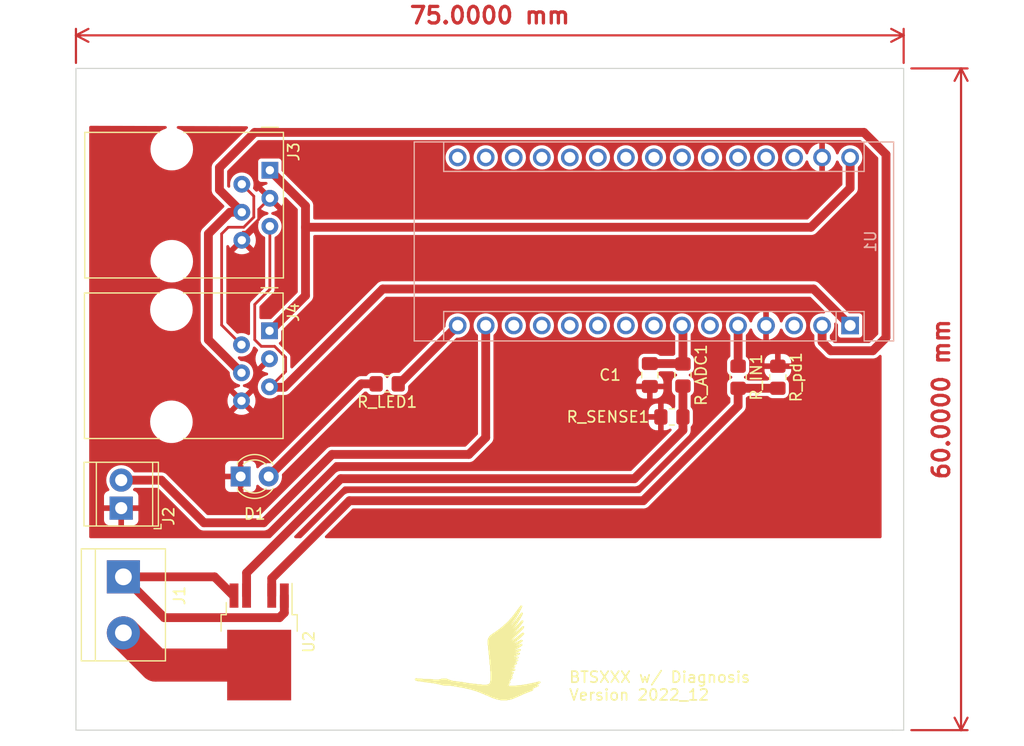
<source format=kicad_pcb>
(kicad_pcb (version 20211014) (generator pcbnew)
  (layers (0 "F.Cu" signal) (31 "B.Cu" signal) (34 "B.Paste" user) (35 "F.Paste" user) (36 "B.SilkS" user "B.Silkscreen") (37 "F.SilkS" user "F.Silkscreen") (38 "B.Mask" user) (39 "F.Mask" user) (44 "Edge.Cuts" user))
  (net 0 "")
  (net 1 "Net-(C1-Pad1)")
  (net 2 "GNDA")
  (net 3 "Net-(D1-Pad2)")
  (net 4 "/LED+")
  (net 5 "VSS")
  (net 6 "/MODE")
  (net 7 "VSSA")
  (net 8 "+3V3")
  (net 9 "/RX")
  (net 10 "/TX")
  (net 11 "Net-(R_ADC1-Pad2)")
  (net 12 "Net-(R_IN1-Pad2)")
  (net 13 "Net-(R_LED1-Pad1)")
  (net 33 "+5V")
  (net 35 "Net-(U1-Pad5)")
  (footprint "Connector_RJ:RJ12_Amphenol_54601" (layer "F.Cu") (at 97.54 103.79 -90)
    (fp_text reference "J4")
    (fp_text value "RJ12")
  )
  (footprint "Resistor_SMD:R_0805_2012Metric_Pad1.20x1.40mm_HandSolder" (layer "F.Cu") (at 108.2 108.6 180)
    (fp_text reference "R_LED1")
    (fp_text value "280")
  )
  (footprint "MountingHole:MountingHole_2.2mm_M2" (layer "F.Cu") (at 82.6 82.6)
    (fp_text reference "REF**" hide)
    (fp_text value "MountingHole_2.2mm_M2")
  )
  (footprint "Capacitor_SMD:C_0805_2012Metric_Pad1.18x1.45mm_HandSolder" (layer "F.Cu") (at 132 107.8 -90)
    (fp_text reference "C1")
    (fp_text value "220p")
  )
  (footprint "Connector_RJ:RJ12_Amphenol_54601" (layer "F.Cu") (at 97.57 89.23 -90)
    (fp_text reference "J3")
    (fp_text value "RJ12")
  )
  (footprint "MountingHole:MountingHole_2.2mm_M2" (layer "F.Cu") (at 152.4 82.6)
    (fp_text reference "REF**" hide)
    (fp_text value "MountingHole_2.2mm_M2")
  )
  (footprint "Resistor_SMD:R_0805_2012Metric_Pad1.20x1.40mm_HandSolder" (layer "F.Cu") (at 134 111.6 180)
    (fp_text reference "R_SENSE1")
    (fp_text value "1.2k")
  )
  (footprint "TerminalBlock:TerminalBlock_bornier-2_P5.08mm" (layer "F.Cu") (at 84.3 126.1 -90)
    (fp_text reference "J1")
    (fp_text value "BAT")
  )
  (footprint "Resistor_SMD:R_0805_2012Metric_Pad1.20x1.40mm_HandSolder" (layer "F.Cu") (at 140 108 -90)
    (fp_text reference "R_IN1")
    (fp_text value "4.7k")
  )
  (footprint "MountingHole:MountingHole_2.2mm_M2" (layer "F.Cu") (at 82.6 137.4)
    (fp_text reference "REF**" hide)
    (fp_text value "MountingHole_2.2mm_M2")
  )
  (footprint "TerminalBlock_TE-Connectivity:TerminalBlock_TE_282834-2_1x02_P2.54mm_Horizontal" (layer "F.Cu") (at 84.1 119.87 90)
    (fp_text reference "J2")
    (fp_text value "Switch")
  )
  (footprint "MountingHole:MountingHole_2.2mm_M2" (layer "F.Cu") (at 152.4 137.4)
    (fp_text reference "REF**" hide)
    (fp_text value "MountingHole_2.2mm_M2")
  )
  (footprint "LED_THT:LED_D3.0mm" (layer "F.Cu") (at 94.925 117)
    (fp_text reference "D1")
    (fp_text value "LED")
  )
  (footprint "Package_TO_SOT_SMD:TO-252-4" (layer "F.Cu") (at 96.6 132 -90)
    (fp_text reference "U2")
    (fp_text value "BTS")
  )
  (footprint "Resistor_SMD:R_0805_2012Metric_Pad1.20x1.40mm_HandSolder" (layer "F.Cu") (at 135 107.8 -90)
    (fp_text reference "R_ADC1")
    (fp_text value "4.7k")
  )
  (footprint "Resistor_SMD:R_0805_2012Metric_Pad1.20x1.40mm_HandSolder" (layer "F.Cu") (at 143.6 108 -90)
    (fp_text reference "R_pd1")
    (fp_text value "4.7k")
  )
  (footprint "Module:Arduino_Nano" (layer "B.Cu") (at 150.15 103.31 90)
    (fp_text reference "U1")
    (fp_text value "Arduino_Nano_v3.x")
  )
  (gr_poly (pts (xy 120.352052 128.753874) (xy 120.357417 128.754086) (xy 120.362369 128.754442) (xy 120.366914 128.754946) (xy 120.371059 128.755599) (xy 120.37481 128.756405) (xy 120.378174 128.757366) (xy 120.381156 128.758485) (xy 120.383764 128.759764) (xy 120.386003 128.761206) (xy 120.38788 128.762814) (xy 120.388685 128.76368) (xy 120.389402 128.76459) (xy 120.390031 128.765542) (xy 120.390574 128.766537) (xy 120.391031 128.767575) (xy 120.391403 128.768657) (xy 120.391897 128.770954) (xy 120.392059 128.77343) (xy 120.392034 128.774434) (xy 120.391958 128.775426) (xy 120.391832 128.776404) (xy 120.391659 128.777367) (xy 120.391439 128.778314) (xy 120.391173 128.779243) (xy 120.390863 128.780153) (xy 120.390511 128.781043) (xy 120.390116 128.781911) (xy 120.389681 128.782757) (xy 120.389207 128.783579) (xy 120.388696 128.784375) (xy 120.388147 128.785145) (xy 120.387563 128.785888) (xy 120.386945 128.786601) (xy 120.386294 128.787284) (xy 120.385611 128.787935) (xy 120.384898 128.788554) (xy 120.384156 128.789138) (xy 120.383387 128.789687) (xy 120.38259 128.7902) (xy 120.381768 128.790674) (xy 120.380922 128.79111) (xy 120.380054 128.791505) (xy 120.379163 128.791858) (xy 120.378253 128.792168) (xy 120.377323 128.792434) (xy 120.376376 128.792655) (xy 120.375412 128.792828) (xy 120.374433 128.792954) (xy 120.37344 128.79303) (xy 120.372434 128.793056) (xy 120.371171 128.793097) (xy 120.369954 128.793219) (xy 120.368782 128.793424) (xy 120.367654 128.793712) (xy 120.366571 128.794085) (xy 120.365532 128.794542) (xy 120.364536 128.795086) (xy 120.363584 128.795715) (xy 120.362674 128.796433) (xy 120.361807 128.797238) (xy 120.360982 128.798132) (xy 120.360199 128.799116) (xy 120.359458 128.80019) (xy 120.358758 128.801356) (xy 120.358099 128.802613) (xy 120.35748 128.803964) (xy 120.356901 128.805408) (xy 120.356363 128.806947) (xy 120.355863 128.808581) (xy 120.355403 128.810311) (xy 120.354982 128.812137) (xy 120.354599 128.814062) (xy 120.354254 128.816084) (xy 120.353947 128.818206) (xy 120.353677 128.820428) (xy 120.353445 128.822751) (xy 120.353249 128.825175) (xy 120.353089 128.827702) (xy 120.352966 128.830332) (xy 120.352878 128.833066) (xy 120.352808 128.838848) (xy 120.352738 128.844631) (xy 120.352527 128.849996) (xy 120.35217 128.854948) (xy 120.351667 128.859493) (xy 120.351013 128.863638) (xy 120.350207 128.86739) (xy 120.349247 128.870754) (xy 120.348128 128.873737) (xy 120.346849 128.876346) (xy 120.345407 128.878586) (xy 120.343799 128.880464) (xy 120.342932 128.881269) (xy 120.342023 128.881986) (xy 120.341071 128.882616) (xy 120.340076 128.883159) (xy 120.339038 128.883617) (xy 120.337956 128.883989) (xy 120.335659 128.884483) (xy 120.333183 128.884646) (xy 120.331921 128.884687) (xy 120.330703 128.884809) (xy 120.329531 128.885014) (xy 120.328404 128.885302) (xy 120.327321 128.885675) (xy 120.326281 128.886132) (xy 120.325286 128.886676) (xy 120.324333 128.887306) (xy 120.323424 128.888023) (xy 120.322557 128.888828) (xy 120.321732 128.889722) (xy 120.320949 128.890706) (xy 120.320208 128.89178) (xy 120.319508 128.892946) (xy 120.318849 128.894204) (xy 120.31823 128.895555) (xy 120.317651 128.896999) (xy 120.317113 128.898538) (xy 120.316613 128.900172) (xy 120.316153 128.901902) (xy 120.315732 128.903729) (xy 120.315349 128.905654) (xy 120.315004 128.907677) (xy 120.314697 128.909799) (xy 120.314428 128.912021) (xy 120.314195 128.914344) (xy 120.313999 128.916769) (xy 120.31384 128.919296) (xy 120.313716 128.921926) (xy 120.313628 128.92466) (xy 120.313559 128.930444) (xy 120.313489 128.936227) (xy 120.313277 128.941592) (xy 120.31292 128.946544) (xy 120.312417 128.951089) (xy 120.311763 128.955234) (xy 120.310958 128.958986) (xy 120.309997 128.96235) (xy 120.308878 128.965333) (xy 120.307599 128.967942) (xy 120.306157 128.970182) (xy 120.304549 128.97206) (xy 120.303683 128.972865) (xy 120.302773 128.973582) (xy 120.301822 128.974212) (xy 120.300826 128.974755) (xy 120.299788 128.975213) (xy 120.298706 128.975585) (xy 120.296409 128.976079) (xy 120.293933 128.976242) (xy 120.292714 128.976281) (xy 120.291535 128.976397) (xy 120.290395 128.976591) (xy 120.289295 128.976863) (xy 120.288235 128.977212) (xy 120.287214 128.97764) (xy 120.286232 128.978147) (xy 120.28529 128.978731) (xy 120.284388 128.979395) (xy 120.283524 128.980137) (xy 120.2827 128.980958) (xy 120.281915 128.981858) (xy 120.281169 128.982838) (xy 120.280462 128.983897) (xy 120.279793 128.985035) (xy 120.279164 128.986254) (xy 120.278573 128.987552) (xy 120.278021 128.98893) (xy 120.277507 128.990388) (xy 120.277032 128.991927) (xy 120.276596 128.993546) (xy 120.276197 128.995246) (xy 120.275837 128.997027) (xy 120.275515 128.998889) (xy 120.275232 129.000832) (xy 120.274986 129.002856) (xy 120.274779 129.004962) (xy 120.274609 129.007149) (xy 120.274477 129.009418) (xy 120.274383 129.011769) (xy 120.274308 129.016718) (xy 120.274223 129.022053) (xy 120.273965 129.027012) (xy 120.273525 129.031606) (xy 120.272898 129.035849) (xy 120.272076 129.039754) (xy 120.271052 129.043333) (xy 120.269818 129.046599) (xy 120.268369 129.049566) (xy 120.26756 129.05094) (xy 120.266696 129.052245) (xy 120.265773 129.053481) (xy 120.264792 129.05465) (xy 120.263752 129.055754) (xy 120.262652 129.056794) (xy 120.26149 129.057771) (xy 120.260267 129.058689) (xy 120.257631 129.060348) (xy 120.254736 129.061784) (xy 120.251575 129.063011) (xy 120.248142 129.06404) (xy 120.246436 129.06452) (xy 120.244793 129.065048) (xy 120.243213 129.065626) (xy 120.241695 129.066255) (xy 120.240238 129.066935) (xy 120.238843 129.067669) (xy 120.237508 129.068456) (xy 120.236232 129.069298) (xy 120.235016 129.070195) (xy 120.233858 129.07115) (xy 120.232758 129.072163) (xy 120.231716 129.073234) (xy 120.23073 129.074366) (xy 120.2298 129.075558) (xy 120.228926 129.076812) (xy 120.228107 129.078129) (xy 120.227342 129.079511) (xy 120.226631 129.080957) (xy 120.225972 129.08247) (xy 120.225367 129.084049) (xy 120.224813 129.085697) (xy 120.224311 129.087414) (xy 120.223859 129.0892) (xy 120.223457 129.091059) (xy 120.223105 129.092989) (xy 120.222802 129.094992) (xy 120.222547 129.09707) (xy 120.22234 129.099223) (xy 120.222066 129.103759) (xy 120.221976 129.108608) (xy 120.221898 129.113119) (xy 120.221662 129.117351) (xy 120.221271 129.1213) (xy 120.220725 129.124967) (xy 120.220024 129.128349) (xy 120.219169 129.131446) (xy 120.218162 129.134254) (xy 120.217003 129.136774) (xy 120.215693 129.139002) (xy 120.214232 129.140939) (xy 120.213445 129.141797) (xy 120.212621 129.142582) (xy 120.21176 129.143292) (xy 120.210862 129.143929) (xy 120.209926 129.144492) (xy 120.208954 129.14498) (xy 120.207945 129.145393) (xy 120.206899 129.145732) (xy 120.205817 129.145996) (xy 120.204698 129.146185) (xy 120.203542 129.146298) (xy 120.202351 129.146336) (xy 120.201088 129.146377) (xy 120.199871 129.146499) (xy 120.198699 129.146704) (xy 120.197571 129.146992) (xy 120.196488 129.147365) (xy 120.195449 129.147823) (xy 120.194453 129.148366) (xy 120.1935 129.148996) (xy 120.192591 129.149713) (xy 120.191724 129.150518) (xy 120.190899 129.151412) (xy 120.190116 129.152396) (xy 120.189375 129.153471) (xy 120.188675 129.154636) (xy 120.188015 129.155894) (xy 120.187397 129.157245) (xy 120.186818 129.158689) (xy 120.186279 129.160228) (xy 120.18578 129.161862) (xy 120.18532 129.163592) (xy 120.184899 129.165419) (xy 120.184516 129.167344) (xy 120.184171 129.169367) (xy 120.183864 129.171489) (xy 120.183594 129.173711) (xy 120.183362 129.176034) (xy 120.183166 129.178459) (xy 120.183006 129.180986) (xy 120.182883 129.183616) (xy 120.182795 129.186351) (xy 120.182725 129.192134) (xy 120.182655 129.197917) (xy 120.182443 129.203282) (xy 120.182087 129.208233) (xy 120.181583 129.212778) (xy 120.18093 129.216923) (xy 120.180124 129.220674) (xy 120.179163 129.224038) (xy 120.178045 129.22702) (xy 120.176766 129.229628) (xy 120.175324 129.231868) (xy 120.173716 129.233745) (xy 120.172849 129.23455) (xy 120.17194 129.235267) (xy 120.170988 129.235897) (xy 120.169993 129.23644) (xy 120.168955 129.236897) (xy 120.167872 129.23727) (xy 120.165576 129.237763) (xy 120.1631 129.237926) (xy 120.161892 129.237964) (xy 120.160723 129.238079) (xy 120.159592 129.238271) (xy 120.158499 129.238539) (xy 120.157445 129.238884) (xy 120.156429 129.239305) (xy 120.155452 129.239803) (xy 120.154512 129.240378) (xy 120.153612 129.241029) (xy 120.152749 129.241757) (xy 120.151925 129.242562) (xy 120.151139 129.243443) (xy 120.150392 129.244401) (xy 120.149683 129.245436) (xy 120.149012 129.246547) (xy 120.14838 129.247735) (xy 120.147786 129.249) (xy 120.14723 129.250341) (xy 120.146712 129.25176) (xy 120.146233 129.253254) (xy 120.145793 129.254826) (xy 120.14539 129.256474) (xy 120.145026 129.258199) (xy 120.144701 129.260001) (xy 120.144413 129.261879) (xy 120.144164 129.263835) (xy 120.143953 129.265867) (xy 120.143781 129.267975) (xy 120.143647 129.270161) (xy 120.143551 129.272423) (xy 120.143493 129.274762) (xy 120.143474 129.277178) (xy 120.143404 129.282651) (xy 120.143184 129.287631) (xy 120.142803 129.292139) (xy 120.142247 129.296193) (xy 120.141503 129.299812) (xy 120.14056 129.303016) (xy 120.140009 129.304468) (xy 120.139403 129.305823) (xy 120.138741 129.307085) (xy 120.138021 129.308254) (xy 120.137241 129.309334) (xy 120.1364 129.310327) (xy 120.135496 129.311235) (xy 120.134528 129.312061) (xy 120.133494 129.312807) (xy 120.132393 129.313476) (xy 120.131222 129.31407) (xy 120.12998 129.314591) (xy 120.128666 129.315041) (xy 120.127278 129.315424) (xy 120.124274 129.315996) (xy 120.120955 129.316324) (xy 120.117309 129.31643) (xy 120.115369 129.316456) (xy 120.113523 129.316537) (xy 120.111768 129.316676) (xy 120.110101 129.316877) (xy 120.108522 129.317143) (xy 120.107026 129.317478) (xy 120.105614 129.317886) (xy 120.104282 129.318371) (xy 120.103029 129.318935) (xy 120.101852 129.319582) (xy 120.100749 129.320317) (xy 120.099719 129.321142) (xy 120.098759 129.322062) (xy 120.097868 129.323079) (xy 120.097042 129.324198) (xy 120.096281 129.325422) (xy 120.095581 129.326754) (xy 120.094942 129.328199) (xy 120.094361 129.329759) (xy 120.093835 129.331439) (xy 120.093364 129.333243) (xy 120.092944 129.335172) (xy 120.092574 129.337232) (xy 120.092252 129.339426) (xy 120.091975 129.341758) (xy 120.091742 129.34423) (xy 120.091398 129.349612) (xy 120.091204 129.355602) (xy 120.091143 129.362228) (xy 120.091073 129.368011) (xy 120.090861 129.373376) (xy 120.090504 129.378327) (xy 120.090001 129.382873) (xy 120.089348 129.387018) (xy 120.088542 129.39077) (xy 120.087581 129.394134) (xy 120.086462 129.397117) (xy 120.085183 129.399726) (xy 120.083741 129.401966) (xy 120.082134 129.403844) (xy 120.081267 129.404649) (xy 120.080358 129.405366) (xy 120.079406 129.405996) (xy 120.078411 129.406539) (xy 120.077372 129.406997) (xy 120.07629 129.407369) (xy 120.073993 129.407863) (xy 120.071517 129.408026) (xy 120.070305 129.408064) (xy 120.069133 129.40818) (xy 120.067999 129.408372) (xy 120.066903 129.408642) (xy 120.065847 129.408989) (xy 120.064829 129.409413) (xy 120.063851 129.409915) (xy 120.06291 129.410493) (xy 120.062009 129.411149) (xy 120.061146 129.411883) (xy 120.060322 129.412694) (xy 120.059537 129.413582) (xy 120.05879 129.414548) (xy 120.058081 129.415591) (xy 120.057411 129.416712) (xy 120.05678 129.417911) (xy 120.056187 129.419187) (xy 120.055633 129.420541) (xy 120.055117 129.421973) (xy 120.054639 129.423483) (xy 120.0542 129.42507) (xy 120.053799 129.426736) (xy 120.053437 129.428479) (xy 120.053112 129.430301) (xy 120.052826 129.4322) (xy 120.052579 129.434178) (xy 120.052369 129.436234) (xy 120.052198 129.438368) (xy 120.052064 129.44058) (xy 120.051969 129.44287) (xy 120.051912 129.445239) (xy 120.051893 129.447686) (xy 120.051799 129.45199) (xy 120.05152 129.456193) (xy 120.051065 129.460278) (xy 120.05044 129.464227) (xy 120.049652 129.468024) (xy 120.048708 129.471651) (xy 120.047616 129.475093) (xy 120.046382 129.478331) (xy 120.045014 129.481349) (xy 120.043518 129.48413) (xy 120.041903 129.486656) (xy 120.040174 129.488912) (xy 120.038338 129.490879) (xy 120.036404 129.492541) (xy 120.034378 129.493881) (xy 120.033333 129.494425) (xy 120.032267 129.494882) (xy 120.031261 129.49531) (xy 120.030268 129.495818) (xy 120.029289 129.496401) (xy 120.028325 129.497059) (xy 120.027378 129.497787) (xy 120.026448 129.498584) (xy 120.025538 129.499447) (xy 120.024647 129.500374) (xy 120.023779 129.501361) (xy 120.022933 129.502407) (xy 120.022111 129.503508) (xy 120.021314 129.504663) (xy 120.020544 129.505868) (xy 120.019802 129.507121) (xy 120.01909 129.508419) (xy 120.018407 129.50976) (xy 120.017756 129.511142) (xy 120.017138 129.512561) (xy 120.016554 129.514015) (xy 120.016006 129.515502) (xy 120.015494 129.517019) (xy 120.01502 129.518563) (xy 120.014585 129.520132) (xy 120.014191 129.521723) (xy 120.013838 129.523334) (xy 120.013528 129.524962) (xy 120.013263 129.526604) (xy 120.013043 129.528259) (xy 120.012869 129.529922) (xy 120.012744 129.531593) (xy 120.012668 129.533268) (xy 120.012642 129.534944) (xy 120.012538 129.538884) (xy 120.012228 129.542631) (xy 120.011711 129.546184) (xy 120.010989 129.549543) (xy 120.010061 129.552705) (xy 120.008929 129.555671) (xy 120.007592 129.558439) (xy 120.006053 129.561009) (xy 120.005207 129.56222) (xy 120.00431 129.56338) (xy 120.003363 129.564491) (xy 120.002365 129.565551) (xy 120.001317 129.566561) (xy 120.000218 129.56752) (xy 119.999069 129.568429) (xy 119.99787 129.569288) (xy 119.995321 129.570853) (xy 119.992572 129.572214) (xy 119.989624 129.573371) (xy 119.986476 129.574322) (xy 119.985127 129.574706) (xy 119.983796 129.575149) (xy 119.982484 129.575648) (xy 119.981194 129.576201) (xy 119.979926 129.576807) (xy 119.978683 129.577463) (xy 119.977466 129.578168) (xy 119.976278 129.578919) (xy 119.975118 129.579715) (xy 119.97399 129.580554) (xy 119.971832 129.582351) (xy 119.969819 129.584295) (xy 119.967962 129.586371) (xy 119.966275 129.588561) (xy 119.964771 129.590851) (xy 119.964091 129.592029) (xy 119.963462 129.593226) (xy 119.962885 129.594439) (xy 119.962362 129.595668) (xy 119.961895 129.59691) (xy 119.961484 129.598163) (xy 119.961132 129.599425) (xy 119.960841 129.600694) (xy 119.960611 129.601969) (xy 119.960445 129.603246) (xy 119.960344 129.604525) (xy 119.96031 129.605804) (xy 119.960285 129.607068) (xy 119.960209 129.608316) (xy 119.960083 129.609546) (xy 119.95991 129.610757) (xy 119.959424 129.613115) (xy 119.958762 129.615376) (xy 119.957933 129.617529) (xy 119.956947 129.61956) (xy 119.955814 129.621458) (xy 119.954545 129.623209) (xy 119.953862 129.624026) (xy 119.95315 129.624801) (xy 119.952407 129.625534) (xy 119.951638 129.626222) (xy 119.950841 129.626864) (xy 119.950019 129.627458) (xy 119.949173 129.628004) (xy 119.948305 129.628498) (xy 119.947414 129.62894) (xy 119.946504 129.629329) (xy 119.945574 129.629662) (xy 119.944627 129.629938) (xy 119.943663 129.630155) (xy 119.942684 129.630312) (xy 119.941691 129.630408) (xy 119.940685 129.63044) (xy 119.939477 129.630478) (xy 119.938308 129.630593) (xy 119.937177 129.630785) (xy 119.936085 129.631053) (xy 119.93503 129.631398) (xy 119.934014 129.631819) (xy 119.933037 129.632317) (xy 119.932098 129.632892) (xy 119.931197 129.633543) (xy 119.930334 129.634271) (xy 119.92951 129.635076) (xy 119.928725 129.635957) (xy 119.927977 129.636915) (xy 119.927268 129.63795) (xy 119.926597 129.639061) (xy 119.925965 129.640249) (xy 119.925371 129.641514) (xy 119.924815 129.642855) (xy 119.924298 129.644273) (xy 119.923819 129.645768) (xy 119.923378 129.64734) (xy 119.922976 129.648988) (xy 119.922611 129.650713) (xy 119.922286 129.652515) (xy 119.921998 129.654393) (xy 119.921749 129.656349) (xy 119.921538 129.658381) (xy 119.921366 129.660489) (xy 119.921232 129.662675) (xy 119.921136 129.664937) (xy 119.921079 129.667276) (xy 119.92106 129.669692) (xy 119.920983 129.674447) (xy 119.920753 129.678894) (xy 119.92037 129.683035) (xy 119.919833 129.686869) (xy 119.919143 129.690395) (xy 119.9183 129.693615) (xy 119.917304 129.696528) (xy 119.916154 129.699135) (xy 119.914851 129.701434) (xy 119.913394 129.703427) (xy 119.912608 129.704308) (xy 119.911784 129.705113) (xy 119.910922 129.705841) (xy 119.910021 129.706492) (xy 119.909082 129.707067) (xy 119.908104 129.707565) (xy 119.907088 129.707986) (xy 119.906034 129.708331) (xy 119.904942 129.708599) (xy 119.903811 129.708791) (xy 119.902642 129.708905) (xy 119.901434 129.708944) (xy 119.900415 129.708978) (xy 119.899411 129.709078) (xy 119.898422 129.709243) (xy 119.89745 129.709472) (xy 119.896496 129.709763) (xy 119.895561 129.710114) (xy 119.894646 129.710523) (xy 119.893753 129.71099) (xy 119.892882 129.711512) (xy 119.892035 129.712089) (xy 119.891213 129.712718) (xy 119.890418 129.713397) (xy 119.889649 129.714126) (xy 119.888909 129.714903) (xy 119.888199 129.715726) (xy 119.887519 129.716593) (xy 119.886872 129.717503) (xy 119.886258 129.718455) (xy 119.885678 129.719447) (xy 119.885134 129.720477) (xy 119.884627 129.721544) (xy 119.884157 129.722646) (xy 119.883727 129.723781) (xy 119.883337 129.724949) (xy 119.882988 129.726147) (xy 119.882682 129.727374) (xy 119.88242 129.728628) (xy 119.882203 129.729908) (xy 119.882032 129.731212) (xy 119.881909 129.732539) (xy 119.881834 129.733886) (xy 119.881809 129.735254) (xy 119.881673 129.738052) (xy 119.881274 129.740999) (xy 119.880627 129.744071) (xy 119.879743 129.747241) (xy 119.878638 129.750485) (xy 119.877323 129.753779) (xy 119.875813 129.757097) (xy 119.874121 129.760415) (xy 119.87226 129.763707) (xy 119.870244 129.766949) (xy 119.868087 129.770117) (xy 119.865801 129.773184) (xy 119.8634 129.776126) (xy 119.860898 129.778919) (xy 119.858308 129.781537) (xy 119.855643 129.783956) (xy 119.852977 129.786324) (xy 119.850386 129.788797) (xy 119.847883 129.791354) (xy 119.845482 129.793975) (xy 119.843196 129.79664) (xy 119.841038 129.799328) (xy 119.839022 129.80202) (xy 119.837162 129.804696) (xy 119.83547 129.807334) (xy 119.833961 129.809916) (xy 119.832646 129.81242) (xy 119.831541 129.814828) (xy 119.830658 129.817118) (xy 119.830011 129.81927) (xy 119.829613 129.821265) (xy 119.829511 129.822197) (xy 119.829477 129.823082) (xy 119.829451 129.82394) (xy 119.829375 129.824786) (xy 119.82925 129.825621) (xy 119.829076 129.826442) (xy 119.828856 129.82725) (xy 119.828591 129.828042) (xy 119.828281 129.828817) (xy 119.827928 129.829576) (xy 119.827534 129.830316) (xy 119.827099 129.831036) (xy 119.826625 129.831736) (xy 119.826113 129.832414) (xy 119.825565 129.833069) (xy 119.824981 129.833701) (xy 119.824363 129.834307) (xy 119.823712 129.834888) (xy 119.823029 129.835442) (xy 119.822316 129.835968) (xy 119.821574 129.836465) (xy 119.820804 129.836931) (xy 119.820008 129.837367) (xy 119.819186 129.83777) (xy 119.81834 129.83814) (xy 119.817471 129.838475) (xy 119.816581 129.838775) (xy 119.815671 129.839038) (xy 119.814741 129.839264) (xy 119.813794 129.839451) (xy 119.81283 129.839599) (xy 119.811851 129.839705) (xy 119.810857 129.83977) (xy 119.809852 129.839792) (xy 119.808644 129.83983) (xy 119.807475 129.839945) (xy 119.806344 129.840137) (xy 119.805251 129.840405) (xy 119.804197 129.840749) (xy 119.803181 129.841171) (xy 119.802204 129.841669) (xy 119.801265 129.842244) (xy 119.800364 129.842895) (xy 119.799502 129.843623) (xy 119.798678 129.844428) (xy 119.797892 129.845309) (xy 119.797145 129.846267) (xy 119.796436 129.847302) (xy 119.795765 129.848413) (xy 119.795132 129.849601) (xy 119.794538 129.850866) (xy 119.793983 129.852207) (xy 119.793465 129.853625) (xy 119.792986 129.85512) (xy 119.792546 129.856692) (xy 119.792143 129.85834) (xy 119.791779 129.860065) (xy 119.791453 129.861867) (xy 119.791166 129.863745) (xy 119.790917 129.8657) (xy 119.790706 129.867732) (xy 119.790534 129.869841) (xy 119.7904 129.872027) (xy 119.790304 129.874289) (xy 119.790246 129.876628) (xy 119.790227 129.879044) (xy 119.790151 129.883799) (xy 119.789921 129.888246) (xy 119.789537 129.892387) (xy 119.789001 129.896221) (xy 119.788311 129.899747) (xy 119.787468 129.902967) (xy 119.786471 129.90588) (xy 119.785321 129.908486) (xy 119.784018 129.910786) (xy 119.782562 129.912778) (xy 119.781776 129.91366) (xy 119.780952 129.914464) (xy 119.780089 129.915192) (xy 119.779189 129.915844) (xy 119.778249 129.916419) (xy 119.777272 129.916917) (xy 119.776256 129.917338) (xy 119.775202 129.917683) (xy 119.774109 129.917951) (xy 119.772979 129.918142) (xy 119.771809 129.918257) (xy 119.770602 129.918296) (xy 119.769586 129.918329) (xy 119.768585 129.91843) (xy 119.767598 129.918595) (xy 119.766629 129.918824) (xy 119.765676 129.919114) (xy 119.764742 129.919465) (xy 119.763829 129.919874) (xy 119.762936 129.92034) (xy 119.762066 129.920861) (xy 119.761219 129.921437) (xy 119.760397 129.922064) (xy 119.759601 129.922742) (xy 119.758833 129.923469) (xy 119.758092 129.924244) (xy 119.757381 129.925064) (xy 119.756701 129.925928) (xy 119.756053 129.926836) (xy 119.755438 129.927784) (xy 119.754857 129.928771) (xy 119.754311 129.929797) (xy 119.753803 129.930858) (xy 119.753332 129.931955) (xy 119.752901 129.933084) (xy 119.75251 129.934245) (xy 119.75216 129.935436) (xy 119.751853 129.936655) (xy 119.75159 129.937901) (xy 119.751372 129.939171) (xy 119.751201 129.940466) (xy 119.751077 129.941782) (xy 119.751002 129.943118) (xy 119.750976 129.944474) (xy 119.75088 129.947138) (xy 119.750597 129.949728) (xy 119.750137 129.95223) (xy 119.74951 129.954631) (xy 119.748724 129.956918) (xy 119.747791 129.959077) (xy 119.746718 129.961094) (xy 119.745516 129.962956) (xy 119.744194 129.964649) (xy 119.742763 129.966161) (xy 119.742008 129.966844) (xy 119.74123 129.967477) (xy 119.740429 129.968057) (xy 119.739606 129.968584) (xy 119.738763 129.969055) (xy 119.7379 129.969468) (xy 119.73702 129.969823) (xy 119.736123 129.970117) (xy 119.73521 129.970348) (xy 119.734282 129.970516) (xy 119.733342 129.970617) (xy 119.732389 129.970652) (xy 119.731425 129.970703) (xy 119.73045 129.970855) (xy 119.729468 129.971106) (xy 119.728479 129.971452) (xy 119.727485 129.971892) (xy 119.726488 129.972423) (xy 119.725489 129.973043) (xy 119.724491 129.973748) (xy 119.723495 129.974537) (xy 119.722503 129.975406) (xy 119.721517 129.976354) (xy 119.720538 129.977377) (xy 119.719568 129.978474) (xy 119.718609 129.979642) (xy 119.717662 129.980878) (xy 119.71673 129.98218) (xy 119.715813 129.983545) (xy 119.714915 129.984971) (xy 119.714036 129.986455) (xy 119.713178 129.987994) (xy 119.712344 129.989587) (xy 119.711534 129.991231) (xy 119.709995 129.99466) (xy 119.708577 129.998262) (xy 119.707292 130.002017) (xy 119.706704 130.003945) (xy 119.706155 130.005904) (xy 119.705646 130.007891) (xy 119.705179 130.009903) (xy 119.704205 130.013902) (xy 119.703069 130.017788) (xy 119.701784 130.021542) (xy 119.700366 130.025144) (xy 119.698827 130.028573) (xy 119.697183 130.03181) (xy 119.695446 130.034834) (xy 119.693631 130.037625) (xy 119.691751 130.040163) (xy 119.689822 130.042428) (xy 119.687856 130.0444) (xy 119.685868 130.046058) (xy 119.683871 130.047383) (xy 119.682874 130.047914) (xy 119.68188 130.048354) (xy 119.680891 130.048701) (xy 119.679908 130.048952) (xy 119.678934 130.049104) (xy 119.67797 130.049155) (xy 119.677017 130.04919) (xy 119.676076 130.049291) (xy 119.675149 130.049458) (xy 119.674236 130.049689) (xy 119.673338 130.049982) (xy 119.672458 130.050336) (xy 119.671595 130.050748) (xy 119.670752 130.051218) (xy 119.669929 130.051744) (xy 119.669128 130.052323) (xy 119.66835 130.052955) (xy 119.667596 130.053637) (xy 119.666866 130.054368) (xy 119.666164 130.055146) (xy 119.665488 130.05597) (xy 119.664842 130.056838) (xy 119.664226 130.057748) (xy 119.66364 130.058698) (xy 119.663087 130.059688) (xy 119.662568 130.060714) (xy 119.662083 130.061777) (xy 119.661634 130.062873) (xy 119.661222 130.064001) (xy 119.660849 130.06516) (xy 119.660515 130.066348) (xy 119.660222 130.067564) (xy 119.65997 130.068804) (xy 119.659762 130.070069) (xy 119.659598 130.071356) (xy 119.659479 130.072663) (xy 119.659407 130.07399) (xy 119.659382 130.075333) (xy 119.659282 130.078024) (xy 119.658986 130.080634) (xy 119.658505 130.08315) (xy 119.657849 130.085559) (xy 119.657026 130.08785) (xy 119.656047 130.090008) (xy 119.654921 130.092021) (xy 119.653658 130.093876) (xy 119.652267 130.095561) (xy 119.651526 130.096336) (xy 119.650757 130.097063) (xy 119.649961 130.097742) (xy 119.649139 130.098369) (xy 119.648293 130.098945) (xy 119.647422 130.099466) (xy 119.64653 130.099933) (xy 119.645616 130.100342) (xy 119.644683 130.100692) (xy 119.64373 130.100983) (xy 119.64276 130.101212) (xy 119.641774 130.101377) (xy 119.640772 130.101477) (xy 119.639757 130.101511) (xy 119.638751 130.101537) (xy 119.637758 130.101613) (xy 119.636778 130.101739) (xy 119.635815 130.101912) (xy 119.634867 130.102133) (xy 119.633937 130.102399) (xy 119.633027 130.102709) (xy 119.632137 130.103062) (xy 119.631268 130.103456) (xy 119.630422 130.103892) (xy 119.6296 130.104366) (xy 119.628804 130.104878) (xy 119.628034 130.105427) (xy 119.627292 130.106011) (xy 119.626579 130.10663) (xy 119.625896 130.107281) (xy 119.625245 130.107964) (xy 119.624627 130.108677) (xy 119.624043 130.109419) (xy 119.623495 130.110189) (xy 119.622983 130.110986) (xy 119.622509 130.111808) (xy 119.622074 130.112654) (xy 119.62168 130.113522) (xy 119.621327 130.114412) (xy 119.621018 130.115322) (xy 119.620752 130.116252) (xy 119.620532 130.117198) (xy 119.620359 130.118162) (xy 119.620233 130.11914) (xy 119.620157 130.120132) (xy 119.620106 130.122142) (xy 119.62003 130.123135) (xy 119.619904 130.124113) (xy 119.619731 130.125076) (xy 119.619511 130.126023) (xy 119.619245 130.126952) (xy 119.618935 130.127863) (xy 119.618583 130.128753) (xy 119.618188 130.129621) (xy 119.617753 130.130467) (xy 119.617279 130.131289) (xy 119.616768 130.132085) (xy 119.616219 130.132855) (xy 119.615635 130.133598) (xy 119.615017 130.134311) (xy 119.614366 130.134994) (xy 119.613683 130.135645) (xy 119.61297 130.136263) (xy 119.612228 130.136848) (xy 119.611459 130.137396) (xy 119.610662 130.137909) (xy 119.60984 130.138383) (xy 119.608994 130.138818) (xy 119.608126 130.139213) (xy 119.607235 130.139566) (xy 119.606325 130.139876) (xy 119.605395 130.140142) (xy 119.604448 130.140362) (xy 119.603484 130.140536) (xy 119.602505 130.140661) (xy 119.601512 130.140738) (xy 119.600506 130.140763) (xy 119.599287 130.140802) (xy 119.598107 130.140919) (xy 119.596968 130.141113) (xy 119.595868 130.141385) (xy 119.594807 130.141736) (xy 119.593786 130.142164) (xy 119.592805 130.142671) (xy 119.591863 130.143257) (xy 119.59096 130.143921) (xy 119.590097 130.144665) (xy 119.589273 130.145487) (xy 119.588488 130.146388) (xy 119.587742 130.147368) (xy 119.587034 130.148428) (xy 119.586366 130.149567) (xy 119.585736 130.150786) (xy 119.585146 130.152085) (xy 119.584594 130.153464) (xy 119.58408 130.154923) (xy 119.583605 130.156462) (xy 119.583168 130.158081) (xy 119.58277 130.159781) (xy 119.58241 130.161562) (xy 119.582088 130.163423) (xy 119.581805 130.165365) (xy 119.581559 130.167389) (xy 119.581351 130.169493) (xy 119.581182 130.171679) (xy 119.58105 130.173947) (xy 119.580956 130.176296) (xy 119.58088 130.181239) (xy 119.580796 130.186575) (xy 119.580538 130.191533) (xy 119.580099 130.196128) (xy 119.579472 130.200371) (xy 119.57865 130.204275) (xy 119.577626 130.207854) (xy 119.576392 130.211121) (xy 119.574943 130.214087) (xy 119.574135 130.215462) (xy 119.57327 130.216766) (xy 119.572347 130.218002) (xy 119.571366 130.219171) (xy 119.570326 130.220275) (xy 119.569225 130.221315) (xy 119.568064 130.222293) (xy 119.56684 130.22321) (xy 119.564202 130.224869) (xy 119.561306 130.226306) (xy 119.558144 130.227532) (xy 119.554709 130.228561) (xy 119.552043 130.229355) (xy 119.549452 130.230309) (xy 119.54695 130.231412) (xy 119.544549 130.232651) (xy 119.542263 130.234012) (xy 119.540105 130.235484) (xy 119.53809 130.237054) (xy 119.536229 130.238709) (xy 119.534538 130.240436) (xy 119.533028 130.242223) (xy 119.531714 130.244057) (xy 119.530609 130.245926) (xy 119.530138 130.246869) (xy 119.529726 130.247816) (xy 119.529372 130.248765) (xy 119.529078 130.249715) (xy 119.528847 130.250665) (xy 119.52868 130.251611) (xy 119.528579 130.252554) (xy 119.528544 130.253491) (xy 119.528519 130.254419) (xy 119.528443 130.255336) (xy 119.528317 130.256239) (xy 119.528144 130.257128) (xy 119.527924 130.258002) (xy 119.527658 130.258859) (xy 119.527348 130.259698) (xy 119.526996 130.260519) (xy 119.526601 130.261319) (xy 119.526166 130.262099) (xy 119.525692 130.262856) (xy 119.525181 130.26359) (xy 119.524632 130.264299) (xy 119.524048 130.264983) (xy 119.52343 130.26564) (xy 119.522779 130.266268) (xy 119.522096 130.266868) (xy 119.521383 130.267437) (xy 119.520641 130.267975) (xy 119.519871 130.26848) (xy 119.519075 130.268951) (xy 119.518253 130.269387) (xy 119.517407 130.269787) (xy 119.516539 130.27015) (xy 119.515648 130.270475) (xy 119.514738 130.27076) (xy 119.513808 130.271004) (xy 119.512861 130.271207) (xy 119.511897 130.271366) (xy 119.510918 130.271482) (xy 119.509925 130.271552) (xy 119.508919 130.271575) (xy 119.507913 130.271608) (xy 119.50692 130.271706) (xy 119.50594 130.271868) (xy 119.504976 130.272091) (xy 119.504029 130.272374) (xy 119.503099 130.272716) (xy 119.502189 130.273114) (xy 119.501299 130.273568) (xy 119.50043 130.274076) (xy 119.499584 130.274635) (xy 119.498762 130.275245) (xy 119.497966 130.275903) (xy 119.497196 130.276609) (xy 119.496454 130.27736) (xy 119.495741 130.278155) (xy 119.495058 130.278992) (xy 119.494407 130.27987) (xy 119.493789 130.280786) (xy 119.493205 130.28174) (xy 119.492657 130.28273) (xy 119.492145 130.283754) (xy 119.491671 130.28481) (xy 119.491236 130.285897) (xy 119.490842 130.287013) (xy 119.490489 130.288157) (xy 119.49018 130.289327) (xy 119.489914 130.290521) (xy 119.489694 130.291738) (xy 119.489521 130.292976) (xy 119.489395 130.294233) (xy 119.489319 130.295508) (xy 119.489293 130.296799) (xy 119.489192 130.299473) (xy 119.488893 130.302272) (xy 119.488407 130.305172) (xy 119.487745 130.308151) (xy 119.486915 130.311185) (xy 119.48593 130.314252) (xy 119.484797 130.317328) (xy 119.483528 130.320391) (xy 119.482132 130.323418) (xy 119.480621 130.326385) (xy 119.479002 130.329271) (xy 119.477288 130.332051) (xy 119.475487 130.334703) (xy 119.47361 130.337204) (xy 119.471667 130.339531) (xy 119.469668 130.341661) (xy 119.467669 130.343764) (xy 119.465726 130.346017) (xy 119.463849 130.348401) (xy 119.462048 130.350894) (xy 119.460333 130.353477) (xy 119.458715 130.356127) (xy 119.457203 130.358825) (xy 119.455807 130.36155) (xy 119.454538 130.364282) (xy 119.453406 130.366999) (xy 119.45242 130.369682) (xy 119.451591 130.372309) (xy 119.450929 130.374859) (xy 119.450443 130.377314) (xy 119.450144 130.37965) (xy 119.450042 130.381849) (xy 119.45001 130.382949) (xy 119.449914 130.384029) (xy 119.449755 130.385089) (xy 119.449536 130.386128) (xy 119.449256 130.387145) (xy 119.448918 130.388139) (xy 119.448523 130.389109) (xy 119.448072 130.390053) (xy 119.447566 130.390971) (xy 119.447007 130.391861) (xy 119.446396 130.392723) (xy 119.445734 130.393556) (xy 119.445023 130.394358) (xy 119.444263 130.395128) (xy 119.443457 130.395866) (xy 119.442606 130.396571) (xy 119.441711 130.397241) (xy 119.440772 130.397875) (xy 119.439792 130.398472) (xy 119.438772 130.399031) (xy 119.437713 130.399552) (xy 119.436617 130.400033) (xy 119.435484 130.400473) (xy 119.434316 130.400871) (xy 119.433114 130.401227) (xy 119.43188 130.401538) (xy 119.430615 130.401804) (xy 119.429321 130.402024) (xy 119.427998 130.402197) (xy 119.426648 130.402322) (xy 119.425271 130.402397) (xy 119.423871 130.402423) (xy 119.422261 130.402448) (xy 119.420702 130.402525) (xy 119.419194 130.402653) (xy 119.417737 130.402831) (xy 119.416332 130.403061) (xy 119.414977 130.403342) (xy 119.413674 130.403674) (xy 119.412422 130.404057) (xy 119.411221 130.404491) (xy 119.410071 130.404977) (xy 119.408972 130.405513) (xy 119.407925 130.406101) (xy 119.406928 130.406739) (xy 119.405983 130.407429) (xy 119.405088 130.40817) (xy 119.404245 130.408962) (xy 119.403453 130.409806) (xy 119.402712 130.4107) (xy 119.402022 130.411646) (xy 119.401384 130.412643) (xy 119.400796 130.413691) (xy 119.40026 130.41479) (xy 119.399774 130.415941) (xy 119.39934 130.417142) (xy 119.398957 130.418395) (xy 119.398625 130.419699) (xy 119.398344 130.421055) (xy 119.398114 130.422462) (xy 119.397935 130.423919) (xy 119.397807 130.425429) (xy 119.397731 130.426989) (xy 119.397705 130.428601) (xy 119.397605 130.431292) (xy 119.397309 130.433902) (xy 119.396828 130.436418) (xy 119.396172 130.438827) (xy 119.395349 130.441117) (xy 119.39437 130.443275) (xy 119.393244 130.445289) (xy 119.391981 130.447144) (xy 119.390589 130.448829) (xy 119.389849 130.449604) (xy 119.38908 130.450331) (xy 119.388284 130.451009) (xy 119.387462 130.451637) (xy 119.386616 130.452212) (xy 119.385745 130.452734) (xy 119.384853 130.4532) (xy 119.383939 130.45361) (xy 119.383005 130.45396) (xy 119.382053 130.454251) (xy 119.381083 130.45448) (xy 119.380097 130.454645) (xy 119.379095 130.454745) (xy 119.37808 130.454779) (xy 119.376872 130.454817) (xy 119.375703 130.454932) (xy 119.374572 130.455124) (xy 119.373479 130.455392) (xy 119.372425 130.455737) (xy 119.371409 130.456158) (xy 119.370432 130.456656) (xy 119.369492 130.457231) (xy 119.368592 130.457882) (xy 119.367729 130.45861) (xy 119.366905 130.459415) (xy 119.366119 130.460297) (xy 119.365372 130.461255) (xy 119.364663 130.462289) (xy 119.363992 130.463401) (xy 119.36336 130.464589) (xy 119.362766 130.465854) (xy 119.36221 130.467196) (xy 119.361692 130.468614) (xy 119.361213 130.470109) (xy 119.360773 130.471681) (xy 119.36037 130.473329) (xy 119.360006 130.475055) (xy 119.35968 130.476857) (xy 119.359393 130.478736) (xy 119.359144 130.480691) (xy 119.358933 130.482723) (xy 119.358761 130.484833) (xy 119.358627 130.487019) (xy 119.358531 130.489281) (xy 119.358473 130.491621) (xy 119.358454 130.494037) (xy 119.358378 130.498792) (xy 119.358148 130.50324) (xy 119.357764 130.50738) (xy 119.357228 130.511214) (xy 119.356538 130.514741) (xy 119.355695 130.517961) (xy 119.354698 130.520874) (xy 119.353548 130.52348) (xy 119.352245 130.525779) (xy 119.350789 130.527772) (xy 119.350003 130.528653) (xy 119.349179 130.529458) (xy 119.348316 130.530186) (xy 119.347416 130.530837) (xy 119.346476 130.531412) (xy 119.345499 130.53191) (xy 119.344483 130.532332) (xy 119.343429 130.532676) (xy 119.342336 130.532945) (xy 119.341206 130.533136) (xy 119.340036 130.533251) (xy 119.338829 130.533289) (xy 119.337823 130.533315) (xy 119.33683 130.533391) (xy 119.33585 130.533517) (xy 119.334886 130.53369) (xy 119.333939 130.533911) (xy 119.333009 130.534177) (xy 119.332099 130.534487) (xy 119.331209 130.53484) (xy 119.33034 130.535234) (xy 119.329494 130.53567) (xy 119.328672 130.536144) (xy 119.327876 130.536656) (xy 119.327106 130.537205) (xy 119.326364 130.537789) (xy 119.325651 130.538408) (xy 119.324968 130.539059) (xy 119.324317 130.539742) (xy 119.323699 130.540455) (xy 119.323115 130.541197) (xy 119.322567 130.541967) (xy 119.322055 130.542764) (xy 119.321581 130.543586) (xy 119.321146 130.544432) (xy 119.320752 130.5453) (xy 119.320399 130.54619) (xy 119.320089 130.5471) (xy 119.319824 130.54803) (xy 119.319604 130.548976) (xy 119.31943 130.54994) (xy 119.319305 130.550918) (xy 119.319229 130.55191) (xy 119.319178 130.55392) (xy 119.319101 130.554913) (xy 119.318976 130.555891) (xy 119.318803 130.556854) (xy 119.318583 130.557801) (xy 119.318317 130.55873) (xy 119.318007 130.559641) (xy 119.317655 130.560531) (xy 119.31726 130.561399) (xy 119.316825 130.562245) (xy 119.316351 130.563067) (xy 119.315839 130.563863) (xy 119.315291 130.564633) (xy 119.314707 130.565376) (xy 119.314089 130.566089) (xy 119.313438 130.566772) (xy 119.312755 130.567423) (xy 119.312042 130.568041) (xy 119.3113 130.568626) (xy 119.31053 130.569174) (xy 119.309734 130.569687) (xy 119.308912 130.570161) (xy 119.308066 130.570596) (xy 119.307198 130.570991) (xy 119.306307 130.571344) (xy 119.305397 130.571654) (xy 119.304467 130.57192) (xy 119.30352 130.57214) (xy 119.302556 130.572314) (xy 119.301577 130.572439) (xy 119.300584 130.572516) (xy 119.299578 130.572541) (xy 119.298572 130.572569) (xy 119.297579 130.572649) (xy 119.296599 130.572783) (xy 119.295635 130.572966) (xy 119.294688 130.5732) (xy 119.293758 130.573482) (xy 119.292848 130.573811) (xy 119.291958 130.574185) (xy 119.291089 130.574604) (xy 119.290243 130.575065) (xy 119.289421 130.575568) (xy 119.288625 130.576111) (xy 119.287855 130.576694) (xy 119.287113 130.577314) (xy 119.2864 130.57797) (xy 119.285717 130.578661) (xy 119.285066 130.579385) (xy 119.284448 130.580142) (xy 119.283864 130.58093) (xy 119.283316 130.581747) (xy 119.282804 130.582593) (xy 119.28233 130.583466) (xy 119.281895 130.584364) (xy 119.281501 130.585286) (xy 119.281148 130.586232) (xy 119.280838 130.587199) (xy 119.280573 130.588186) (xy 119.280353 130.589192) (xy 119.28018 130.590216) (xy 119.280054 130.591256) (xy 119.279978 130.592311) (xy 119.279952 130.593379) (xy 119.279918 130.594457) (xy 119.279817 130.595538) (xy 119.279649 130.596622) (xy 119.279418 130.597706) (xy 119.279125 130.598789) (xy 119.278771 130.599869) (xy 119.278358 130.600944) (xy 119.277887 130.602012) (xy 119.277362 130.603072) (xy 119.276782 130.604122) (xy 119.27615 130.60516) (xy 119.275467 130.606184) (xy 119.274736 130.607193) (xy 119.273957 130.608184) (xy 119.272265 130.610108) (xy 119.270405 130.611942) (xy 119.268389 130.613671) (xy 119.266231 130.615282) (xy 119.263946 130.616761) (xy 119.261545 130.618092) (xy 119.260306 130.618698) (xy 119.259043 130.619262) (xy 119.257758 130.619783) (xy 119.256453 130.620258) (xy 119.255129 130.620685) (xy 119.253788 130.621063) (xy 119.251122 130.621857) (xy 119.248531 130.622811) (xy 119.246028 130.623914) (xy 119.243627 130.625153) (xy 119.241341 130.626514) (xy 119.239183 130.627986) (xy 119.237167 130.629556) (xy 119.235307 130.631211) (xy 119.233615 130.632938) (xy 119.232106 130.634725) (xy 119.230791 130.636559) (xy 119.229686 130.638428) (xy 119.229216 130.639371) (xy 119.228803 130.640318) (xy 119.228449 130.641268) (xy 119.228156 130.642218) (xy 119.227925 130.643167) (xy 119.227758 130.644114) (xy 119.227656 130.645056) (xy 119.227622 130.645994) (xy 119.227596 130.646922) (xy 119.22752 130.647838) (xy 119.227395 130.648742) (xy 119.227221 130.649632) (xy 119.227001 130.650506) (xy 119.226736 130.651364) (xy 119.226426 130.652205) (xy 119.226073 130.653027) (xy 119.225679 130.653829) (xy 119.225244 130.65461) (xy 119.22477 130.655368) (xy 119.224258 130.656104) (xy 119.22371 130.656815) (xy 119.223126 130.6575) (xy 119.222508 130.658158) (xy 119.221857 130.658789) (xy 119.221174 130.65939) (xy 119.220461 130.659961) (xy 119.219719 130.6605) (xy 119.218949 130.661006) (xy 119.218153 130.661479) (xy 119.217331 130.661917) (xy 119.216485 130.662319) (xy 119.215616 130.662683) (xy 119.214726 130.663009) (xy 119.213815 130.663295) (xy 119.212886 130.66354) (xy 119.211938 130.663743) (xy 119.210975 130.663904) (xy 119.209995 130.66402) (xy 119.209002 130.66409) (xy 119.207996 130.664114) (xy 119.20699 130.664139) (xy 119.205997 130.664216) (xy 119.205018 130.664341) (xy 119.204054 130.664515) (xy 119.203107 130.664735) (xy 119.202177 130.665001) (xy 119.201267 130.665311) (xy 119.200376 130.665664) (xy 119.199508 130.666059) (xy 119.198662 130.666494) (xy 119.19784 130.666968) (xy 119.197043 130.66748) (xy 119.196273 130.668029) (xy 119.195531 130.668614) (xy 119.194819 130.669232) (xy 119.194136 130.669883) (xy 119.193485 130.670566) (xy 119.192867 130.671279) (xy 119.192283 130.672022) (xy 119.191735 130.672792) (xy 119.191223 130.673588) (xy 119.190749 130.67441) (xy 119.190314 130.675256) (xy 119.18992 130.676124) (xy 119.189567 130.677014) (xy 119.189257 130.677925) (xy 119.188992 130.678854) (xy 119.188772 130.679801) (xy 119.188598 130.680764) (xy 119.188473 130.681742) (xy 119.188397 130.682735) (xy 119.188371 130.68374) (xy 119.188347 130.684744) (xy 119.188277 130.685736) (xy 119.188161 130.686714) (xy 119.188 130.687677) (xy 119.187796 130.688623) (xy 119.18755 130.689552) (xy 119.187264 130.690462) (xy 119.186937 130.691352) (xy 119.186572 130.692221) (xy 119.186169 130.693067) (xy 119.185731 130.693888) (xy 119.185257 130.694685) (xy 119.184749 130.695455) (xy 119.184208 130.696197) (xy 119.183636 130.696911) (xy 119.183033 130.697594) (xy 119.182401 130.698245) (xy 119.181741 130.698864) (xy 119.181054 130.699448) (xy 119.180342 130.699997) (xy 119.179604 130.70051) (xy 119.178844 130.700984) (xy 119.178061 130.70142) (xy 119.177257 130.701814) (xy 119.176432 130.702168) (xy 119.17559 130.702478) (xy 119.174729 130.702744) (xy 119.173852 130.702964) (xy 119.17296 130.703138) (xy 119.172054 130.703264) (xy 119.171135 130.70334) (xy 119.170203 130.703366) (xy 119.169225 130.703423) (xy 119.168243 130.703592) (xy 119.167256 130.703871) (xy 119.166268 130.704257) (xy 119.16528 130.704749) (xy 119.164292 130.705344) (xy 119.163307 130.706039) (xy 119.162325 130.706832) (xy 119.161348 130.707721) (xy 119.160378 130.708703) (xy 119.159415 130.709776) (xy 119.158462 130.710938) (xy 119.157519 130.712186) (xy 119.156588 130.713519) (xy 119.15567 130.714932) (xy 119.154767 130.716425) (xy 119.15388 130.717995) (xy 119.153011 130.71964) (xy 119.15216 130.721356) (xy 119.15133 130.723143) (xy 119.150521 130.724996) (xy 119.149735 130.726915) (xy 119.148973 130.728897) (xy 119.148237 130.730939) (xy 119.147529 130.733039) (xy 119.146849 130.735194) (xy 119.146198 130.737403) (xy 119.145579 130.739663) (xy 119.144993 130.741971) (xy 119.144441 130.744326) (xy 119.143924 130.746724) (xy 119.143444 130.749164) (xy 119.142408 130.754197) (xy 119.141243 130.759004) (xy 119.139955 130.763572) (xy 119.138553 130.767888) (xy 119.137045 130.771936) (xy 119.13544 130.775704) (xy 119.133745 130.779179) (xy 119.13197 130.782345) (xy 119.130121 130.785191) (xy 119.128207 130.787701) (xy 119.126236 130.789863) (xy 119.124217 130.791662) (xy 119.122158 130.793085) (xy 119.121116 130.793651) (xy 119.120067 130.794119) (xy 119.119011 130.794485) (xy 119.117951 130.794749) (xy 119.116887 130.794908) (xy 119.11582 130.794962) (xy 119.114844 130.794988) (xy 119.113881 130.795064) (xy 119.112931 130.795189) (xy 119.111996 130.795363) (xy 119.111077 130.795583) (xy 119.110176 130.795849) (xy 119.109293 130.796159) (xy 119.108429 130.796512) (xy 119.107587 130.796907) (xy 119.106766 130.797342) (xy 119.10597 130.797817) (xy 119.105197 130.798329) (xy 119.104451 130.798878) (xy 119.103731 130.799462) (xy 119.10304 130.80008) (xy 119.102378 130.800732) (xy 119.101747 130.801414) (xy 119.101147 130.802128) (xy 119.100581 130.80287) (xy 119.10005 130.80364) (xy 119.099553 130.804436) (xy 119.099094 130.805258) (xy 119.098672 130.806104) (xy 119.09829 130.806973) (xy 119.097948 130.807863) (xy 119.097648 130.808773) (xy 119.09739 130.809702) (xy 119.097177 130.810649) (xy 119.097009 130.811612) (xy 119.096887 130.812591) (xy 119.096813 130.813583) (xy 119.096789 130.814588) (xy 119.096763 130.815593) (xy 119.096687 130.816585) (xy 119.096561 130.817564) (xy 119.096388 130.818527) (xy 119.096168 130.819474) (xy 119.095902 130.820403) (xy 119.095592 130.821313) (xy 119.09524 130.822203) (xy 119.094845 130.823072) (xy 119.094411 130.823918) (xy 119.093937 130.824739) (xy 119.093425 130.825536) (xy 119.092876 130.826306) (xy 119.092292 130.827048) (xy 119.091674 130.827761) (xy 119.091023 130.828444) (xy 119.090341 130.829095) (xy 119.089628 130.829714) (xy 119.088886 130.830298) (xy 119.088116 130.830847) (xy 119.087319 130.831359) (xy 119.086497 130.831834) (xy 119.085651 130.832269) (xy 119.084783 130.832664) (xy 119.083893 130.833017) (xy 119.082982 130.833327) (xy 119.082052 130.833593) (xy 119.081105 130.833813) (xy 119.080141 130.833986) (xy 119.079162 130.834112) (xy 119.078169 130.834188) (xy 119.077163 130.834214) (xy 119.076157 130.83424) (xy 119.075164 130.834318) (xy 119.074185 130.834446) (xy 119.073221 130.834623) (xy 119.072273 130.834847) (xy 119.071344 130.835118) (xy 119.070433 130.835435) (xy 119.069543 130.835795) (xy 119.068674 130.836197) (xy 119.067828 130.836641) (xy 119.067006 130.837125) (xy 119.06621 130.837648) (xy 119.06544 130.838208) (xy 119.064698 130.838804) (xy 119.063985 130.839435) (xy 119.063303 130.8401) (xy 119.062652 130.840797) (xy 119.062034 130.841525) (xy 119.06145 130.842283) (xy 119.060901 130.84307) (xy 119.060389 130.843884) (xy 119.059915 130.844723) (xy 119.05948 130.845588) (xy 119.059086 130.846475) (xy 119.058733 130.847385) (xy 119.058424 130.848316) (xy 119.058158 130.849266) (xy 119.057938 130.850235) (xy 119.057765 130.85122) (xy 119.057639 130.852221) (xy 119.057563 130.853237) (xy 119.057538 130.854266) (xy 119.057512 130.855302) (xy 119.057436 130.856345) (xy 119.05731 130.857392) (xy 119.057137 130.858442) (xy 119.056651 130.860544) (xy 119.055989 130.862636) (xy 119.05516 130.864705) (xy 119.054174 130.866736) (xy 119.053041 130.868714) (xy 119.051772 130.870627) (xy 119.050377 130.87246) (xy 119.048865 130.874198) (xy 119.047246 130.875828) (xy 119.045532 130.877335) (xy 119.043731 130.878705) (xy 119.041854 130.879925) (xy 119.039911 130.880979) (xy 119.038918 130.88144) (xy 119.037912 130.881854) (xy 119.036906 130.882264) (xy 119.035913 130.882715) (xy 119.034934 130.883207) (xy 119.03397 130.883738) (xy 119.033022 130.884306) (xy 119.032093 130.884909) (xy 119.030292 130.886214) (xy 119.028577 130.887642) (xy 119.026959 130.889178) (xy 119.025447 130.890809) (xy 119.024052 130.892523) (xy 119.022783 130.894305) (xy 119.02165 130.896144) (xy 119.020664 130.898024) (xy 119.02023 130.898977) (xy 119.019835 130.899935) (xy 119.019483 130.900897) (xy 119.019173 130.901861) (xy 119.018907 130.902826) (xy 119.018687 130.903791) (xy 119.018514 130.904753) (xy 119.018388 130.90571) (xy 119.018312 130.906662) (xy 119.018287 130.907606) (xy 119.018252 130.90854) (xy 119.018151 130.909463) (xy 119.017984 130.910372) (xy 119.017752 130.911267) (xy 119.017459 130.912147) (xy 119.017105 130.91301) (xy 119.016692 130.913856) (xy 119.016222 130.914682) (xy 119.015696 130.915488) (xy 119.015116 130.916274) (xy 119.014484 130.917036) (xy 119.013802 130.917776) (xy 119.01307 130.91849) (xy 119.012292 130.919179) (xy 119.011468 130.91984) (xy 119.0106 130.920474) (xy 119.00969 130.921078) (xy 119.008739 130.921651) (xy 119.00775 130.922193) (xy 119.006723 130.922702) (xy 119.005661 130.923177) (xy 119.004566 130.923617) (xy 119.003438 130.92402) (xy 119.00228 130.924386) (xy 119.001093 130.924713) (xy 118.999879 130.925) (xy 118.99864 130.925247) (xy 118.997377 130.925451) (xy 118.996092 130.925611) (xy 118.994787 130.925728) (xy 118.993463 130.925798) (xy 118.992122 130.925822) (xy 118.990256 130.925848) (xy 118.988474 130.925928) (xy 118.986774 130.926063) (xy 118.985154 130.926256) (xy 118.983613 130.92651) (xy 118.982149 130.926828) (xy 118.980761 130.92721) (xy 118.979447 130.927661) (xy 118.978205 130.928181) (xy 118.977034 130.928775) (xy 118.975932 130.929443) (xy 118.974897 130.930189) (xy 118.973929 130.931015) (xy 118.973025 130.931923) (xy 118.972184 130.932916) (xy 118.971404 130.933996) (xy 118.970684 130.935165) (xy 118.970022 130.936426) (xy 118.969416 130.937782) (xy 118.968865 130.939234) (xy 118.968367 130.940785) (xy 118.967921 130.942438) (xy 118.967525 130.944194) (xy 118.967178 130.946057) (xy 118.966877 130.948029) (xy 118.966622 130.950111) (xy 118.96624 130.954619) (xy 118.966021 130.959601) (xy 118.96595 130.965074) (xy 118.966021 130.970547) (xy 118.96624 130.975528) (xy 118.966622 130.980035) (xy 118.967178 130.984089) (xy 118.967922 130.987708) (xy 118.968865 130.990912) (xy 118.969416 130.992364) (xy 118.970022 130.99372) (xy 118.970684 130.994981) (xy 118.971405 130.996151) (xy 118.972184 130.997231) (xy 118.973026 130.998223) (xy 118.97393 130.999132) (xy 118.974898 130.999958) (xy 118.975932 131.000704) (xy 118.977034 131.001373) (xy 118.978205 131.001966) (xy 118.979447 131.002487) (xy 118.980761 131.002938) (xy 118.98215 131.003321) (xy 118.985154 131.003892) (xy 118.988474 131.004221) (xy 118.992122 131.004326) (xy 118.994788 131.004226) (xy 118.997379 131.003931) (xy 118.999882 131.003452) (xy 119.002283 131.002798) (xy 119.004569 131.00198) (xy 119.006726 131.001006) (xy 119.008742 130.999888) (xy 119.010602 130.998635) (xy 119.012294 130.997256) (xy 119.013072 130.996523) (xy 119.013803 130.995762) (xy 119.014486 130.994975) (xy 119.015117 130.994163) (xy 119.015697 130.993326) (xy 119.016223 130.992467) (xy 119.016693 130.991587) (xy 119.017106 130.990687) (xy 119.017459 130.989767) (xy 119.017753 130.98883) (xy 119.017984 130.987876) (xy 119.018151 130.986907) (xy 119.018252 130.985924) (xy 119.018287 130.984928) (xy 119.018329 130.983925) (xy 119.018456 130.982913) (xy 119.018665 130.981895) (xy 119.018954 130.980871) (xy 119.019321 130.979844) (xy 119.019763 130.978815) (xy 119.02028 130.977787) (xy 119.020867 130.976761) (xy 119.021525 130.975739) (xy 119.022249 130.974722) (xy 119.023039 130.973712) (xy 119.023892 130.972712) (xy 119.024807 130.971723) (xy 119.02578 130.970746) (xy 119.02681 130.969783) (xy 119.027895 130.968837) (xy 119.029033 130.967909) (xy 119.030221 130.967) (xy 119.032741 130.965249) (xy 119.035438 130.963598) (xy 119.038296 130.962062) (xy 119.041298 130.960654) (xy 119.044427 130.959388) (xy 119.046034 130.958813) (xy 119.047666 130.958279) (xy 119.049321 130.957787) (xy 119.050998 130.95734) (xy 119.05433 130.956412) (xy 119.057568 130.955323) (xy 119.060697 130.954089) (xy 119.063698 130.952721) (xy 119.066556 130.951234) (xy 119.069253 130.949642) (xy 119.071774 130.947958) (xy 119.0741 130.946196) (xy 119.076215 130.94437) (xy 119.078103 130.942493) (xy 119.079746 130.940579) (xy 119.081129 130.938642) (xy 119.082233 130.936695) (xy 119.082675 130.935723) (xy 119.083042 130.934753) (xy 119.083331 130.933787) (xy 119.08354 130.932828) (xy 119.083667 130.931876) (xy 119.08371 130.930934) (xy 119.083744 130.93) (xy 119.083846 130.929077) (xy 119.084013 130.928168) (xy 119.084244 130.927273) (xy 119.084538 130.926393) (xy 119.084892 130.92553) (xy 119.085304 130.924685) (xy 119.085775 130.923858) (xy 119.0863 130.923052) (xy 119.08688 130.922267) (xy 119.087512 130.921504) (xy 119.088194 130.920765) (xy 119.088926 130.92005) (xy 119.089704 130.919362) (xy 119.090528 130.9187) (xy 119.091396 130.918067) (xy 119.092306 130.917462) (xy 119.093257 130.916889) (xy 119.094247 130.916347) (xy 119.095273 130.915838) (xy 119.096335 130.915363) (xy 119.097431 130.914924) (xy 119.098559 130.91452) (xy 119.099718 130.914155) (xy 119.100905 130.913827) (xy 119.10212 130.91354) (xy 119.103359 130.913294) (xy 119.104623 130.91309) (xy 119.105909 130.912929) (xy 119.107215 130.912813) (xy 119.10854 130.912742) (xy 119.109882 130.912718) (xy 119.112571 130.912618) (xy 119.11518 130.912322) (xy 119.117695 130.911842) (xy 119.120103 130.911186) (xy 119.122392 130.910364) (xy 119.124549 130.909386) (xy 119.126561 130.908261) (xy 119.128416 130.906998) (xy 119.1301 130.905607) (xy 119.130875 130.904867) (xy 119.131602 130.904098) (xy 119.132279 130.903302) (xy 119.132907 130.90248) (xy 119.133482 130.901633) (xy 119.134003 130.900763) (xy 119.134469 130.89987) (xy 119.134879 130.898956) (xy 119.135229 130.898022) (xy 119.135519 130.897069) (xy 119.135748 130.896098) (xy 119.135913 130.895111) (xy 119.136014 130.894109) (xy 119.136047 130.893092) (xy 119.136073 130.892087) (xy 119.136149 130.891095) (xy 119.136275 130.890116) (xy 119.136448 130.889153) (xy 119.136668 130.888206) (xy 119.136934 130.887277) (xy 119.137243 130.886367) (xy 119.137596 130.885477) (xy 119.137991 130.884608) (xy 119.138425 130.883762) (xy 119.138899 130.882941) (xy 119.139411 130.882144) (xy 119.13996 130.881374) (xy 119.140544 130.880632) (xy 119.141162 130.879919) (xy 119.141813 130.879236) (xy 119.142495 130.878585) (xy 119.143208 130.877966) (xy 119.14395 130.877382) (xy 119.14472 130.876833) (xy 119.145517 130.876321) (xy 119.146339 130.875846) (xy 119.147184 130.875411) (xy 119.148053 130.875016) (xy 119.148943 130.874663) (xy 119.149854 130.874353) (xy 119.150784 130.874087) (xy 119.151731 130.873867) (xy 119.152695 130.873694) (xy 119.153674 130.873568) (xy 119.154667 130.873492) (xy 119.155673 130.873466) (xy 119.156679 130.87344) (xy 119.157672 130.873364) (xy 119.158651 130.873239) (xy 119.159615 130.873065) (xy 119.160563 130.872845) (xy 119.161492 130.872579) (xy 119.162403 130.872269) (xy 119.163293 130.871916) (xy 119.164162 130.871521) (xy 119.165008 130.871086) (xy 119.16583 130.870611) (xy 119.166626 130.870099) (xy 119.167396 130.86955) (xy 119.168138 130.868966) (xy 119.168851 130.868348) (xy 119.169533 130.867696) (xy 119.170184 130.867013) (xy 119.170802 130.8663) (xy 119.171386 130.865558) (xy 119.171935 130.864788) (xy 119.172447 130.863991) (xy 119.172921 130.86317) (xy 119.173355 130.862324) (xy 119.17375 130.861455) (xy 119.174103 130.860565) (xy 119.174412 130.859655) (xy 119.174678 130.858726) (xy 119.174898 130.857779) (xy 119.175071 130.856816) (xy 119.175197 130.855837) (xy 119.175273 130.854845) (xy 119.175298 130.85384) (xy 119.175324 130.852836) (xy 119.1754 130.851844) (xy 119.175526 130.850866) (xy 119.175699 130.849903) (xy 119.175919 130.848956) (xy 119.176185 130.848027) (xy 119.176494 130.847117) (xy 119.176847 130.846227) (xy 119.177242 130.845359) (xy 119.177676 130.844513) (xy 119.17815 130.843691) (xy 119.178662 130.842895) (xy 119.179211 130.842125) (xy 119.179795 130.841382) (xy 119.180413 130.840669) (xy 119.181064 130.839986) (xy 119.181746 130.839335) (xy 119.182459 130.838716) (xy 119.183201 130.838132) (xy 119.183971 130.837582) (xy 119.184768 130.83707) (xy 119.18559 130.836595) (xy 119.186435 130.83616) (xy 119.187304 130.835765) (xy 119.188194 130.835412) (xy 119.189105 130.835102) (xy 119.190034 130.834836) (xy 119.190982 130.834615) (xy 119.191946 130.834442) (xy 119.192925 130.834316) (xy 119.193918 130.83424) (xy 119.194924 130.834214) (xy 119.19593 130.834187) (xy 119.196923 130.834106) (xy 119.197902 130.833973) (xy 119.198866 130.833789) (xy 119.199814 130.833555) (xy 119.200743 130.833273) (xy 119.201654 130.832945) (xy 119.202544 130.83257) (xy 119.203413 130.832152) (xy 119.204259 130.83169) (xy 119.205081 130.831187) (xy 119.205877 130.830644) (xy 119.206647 130.830062) (xy 119.207389 130.829442) (xy 119.208102 130.828786) (xy 119.208784 130.828095) (xy 119.209435 130.82737) (xy 119.210053 130.826613) (xy 119.210637 130.825825) (xy 119.211186 130.825008) (xy 119.211698 130.824162) (xy 119.212172 130.82329) (xy 119.212606 130.822392) (xy 119.213001 130.821469) (xy 119.213353 130.820524) (xy 119.213663 130.819557) (xy 119.213929 130.818569) (xy 119.214149 130.817563) (xy 119.214322 130.81654) (xy 119.214448 130.8155) (xy 119.214524 130.814445) (xy 119.214549 130.813376) (xy 119.214584 130.812298) (xy 119.214685 130.811217) (xy 119.214852 130.810133) (xy 119.215084 130.809049) (xy 119.215377 130.807966) (xy 119.215731 130.806886) (xy 119.216144 130.805811) (xy 119.216615 130.804743) (xy 119.21714 130.803683) (xy 119.21772 130.802633) (xy 119.218352 130.801595) (xy 119.219035 130.800571) (xy 119.219766 130.799563) (xy 119.220545 130.798571) (xy 119.222237 130.796647) (xy 119.224098 130.794813) (xy 119.226113 130.793084) (xy 119.228271 130.791473) (xy 119.230557 130.789995) (xy 119.232958 130.788663) (xy 119.234197 130.788057) (xy 119.23546 130.787493) (xy 119.236745 130.786973) (xy 119.23805 130.786498) (xy 119.239374 130.78607) (xy 119.240715 130.785692) (xy 119.243381 130.784898) (xy 119.245972 130.783944) (xy 119.248475 130.782841) (xy 119.250876 130.781603) (xy 119.253162 130.780241) (xy 119.25532 130.778769) (xy 119.257335 130.777199) (xy 119.259196 130.775544) (xy 119.260888 130.773817) (xy 119.262397 130.77203) (xy 119.263711 130.770196) (xy 119.264817 130.768327) (xy 119.265287 130.767384) (xy 119.2657 130.766437) (xy 119.266054 130.765488) (xy 119.266347 130.764538) (xy 119.266578 130.763588) (xy 119.266745 130.762642) (xy 119.266847 130.761699) (xy 119.266881 130.760762) (xy 119.266907 130.759833) (xy 119.266983 130.758917) (xy 119.267108 130.758013) (xy 119.267281 130.757124) (xy 119.267502 130.756249) (xy 119.267767 130.755391) (xy 119.268077 130.75455) (xy 119.26843 130.753729) (xy 119.268824 130.752927) (xy 119.269259 130.752146) (xy 119.269733 130.751387) (xy 119.270245 130.750652) (xy 119.270793 130.749941) (xy 119.271377 130.749255) (xy 119.271995 130.748597) (xy 119.272646 130.747967) (xy 119.273329 130.747366) (xy 119.274042 130.746795) (xy 119.274784 130.746255) (xy 119.275553 130.745749) (xy 119.27635 130.745276) (xy 119.277172 130.744838) (xy 119.278018 130.744437) (xy 119.278886 130.744072) (xy 119.279776 130.743747) (xy 119.280687 130.74346) (xy 119.281616 130.743215) (xy 119.282564 130.743012) (xy 119.283527 130.742852) (xy 119.284506 130.742736) (xy 119.285499 130.742665) (xy 119.286505 130.742642) (xy 119.287511 130.742616) (xy 119.288504 130.74254) (xy 119.289484 130.742414) (xy 119.290448 130.742241) (xy 119.291395 130.74202) (xy 119.292325 130.741755) (xy 119.293235 130.741444) (xy 119.294125 130.741091) (xy 119.294994 130.740697) (xy 119.29584 130.740262) (xy 119.296662 130.739787) (xy 119.297458 130.739275) (xy 119.298228 130.738726) (xy 119.29897 130.738142) (xy 119.299683 130.737523) (xy 119.300366 130.736872) (xy 119.301017 130.736189) (xy 119.301635 130.735476) (xy 119.302219 130.734734) (xy 119.302767 130.733964) (xy 119.303279 130.733167) (xy 119.303753 130.732345) (xy 119.304188 130.7315) (xy 119.304582 130.730631) (xy 119.304935 130.729741) (xy 119.305245 130.728831) (xy 119.30551 130.727902) (xy 119.30573 130.726955) (xy 119.305903 130.725991) (xy 119.306029 130.725013) (xy 119.306105 130.724021) (xy 119.306131 130.723016) (xy 119.306156 130.722011) (xy 119.306233 130.721019) (xy 119.306358 130.72004) (xy 119.306531 130.719077) (xy 119.306751 130.71813) (xy 119.307017 130.717201) (xy 119.307327 130.716291) (xy 119.307679 130.7154) (xy 119.308074 130.714532) (xy 119.308509 130.713686) (xy 119.308983 130.712864) (xy 119.309495 130.712068) (xy 119.310043 130.711298) (xy 119.310627 130.710555) (xy 119.311245 130.709842) (xy 119.311896 130.709159) (xy 119.312579 130.708508) (xy 119.313292 130.70789) (xy 119.314034 130.707305) (xy 119.314804 130.706757) (xy 119.3156 130.706244) (xy 119.316422 130.70577) (xy 119.317268 130.705335) (xy 119.318136 130.70494) (xy 119.319027 130.704587) (xy 119.319937 130.704277) (xy 119.320867 130.704011) (xy 119.321814 130.703791) (xy 119.322778 130.703617) (xy 119.323757 130.703492) (xy 119.32475 130.703415) (xy 119.325756 130.70339) (xy 119.326762 130.703362) (xy 119.327755 130.703282) (xy 119.328735 130.703149) (xy 119.329699 130.702965) (xy 119.330646 130.702731) (xy 119.331576 130.702449) (xy 119.332486 130.70212) (xy 119.333376 130.701746) (xy 119.334245 130.701328) (xy 119.335091 130.700866) (xy 119.335913 130.700363) (xy 119.336709 130.69982) (xy 119.337479 130.699237) (xy 119.338221 130.698618) (xy 119.338934 130.697961) (xy 119.339617 130.69727) (xy 119.340268 130.696546) (xy 119.340886 130.695789) (xy 119.34147 130.695001) (xy 119.342018 130.694184) (xy 119.34253 130.693338) (xy 119.343004 130.692465) (xy 119.343439 130.691567) (xy 119.343833 130.690645) (xy 119.344186 130.689699) (xy 119.344495 130.688732) (xy 119.344761 130.687745) (xy 119.344981 130.686739) (xy 119.345154 130.685715) (xy 119.34528 130.684675) (xy 119.345356 130.68362) (xy 119.345382 130.682552) (xy 119.345416 130.681474) (xy 119.345517 130.680393) (xy 119.345685 130.679309) (xy 119.345916 130.678225) (xy 119.346209 130.677142) (xy 119.346563 130.676062) (xy 119.346976 130.674987) (xy 119.347446 130.673919) (xy 119.347972 130.672859) (xy 119.348551 130.671809) (xy 119.349183 130.670771) (xy 119.349866 130.669747) (xy 119.350597 130.668738) (xy 119.351375 130.667747) (xy 119.353067 130.665823) (xy 119.354928 130.663989) (xy 119.356943 130.66226) (xy 119.359101 130.660649) (xy 119.361387 130.659171) (xy 119.363788 130.657839) (xy 119.365027 130.657233) (xy 119.366291 130.656669) (xy 119.367576 130.656148) (xy 119.368882 130.655674) (xy 119.370206 130.655246) (xy 119.371547 130.654868) (xy 119.374213 130.654074) (xy 119.376804 130.65312) (xy 119.379307 130.652017) (xy 119.381708 130.650778) (xy 119.383995 130.649417) (xy 119.386152 130.647945) (xy 119.388168 130.646375) (xy 119.390028 130.64472) (xy 119.39172 130.642993) (xy 119.39323 130.641206) (xy 119.394544 130.639372) (xy 119.395649 130.637503) (xy 119.396119 130.63656) (xy 119.396532 130.635613) (xy 119.396886 130.634663) (xy 119.397179 130.633713) (xy 119.39741 130.632764) (xy 119.397577 130.631817) (xy 119.397679 130.630875) (xy 119.397713 130.629938) (xy 119.397739 130.629009) (xy 119.397815 130.628093) (xy 119.39794 130.627189) (xy 119.398114 130.626299) (xy 119.398334 130.625425) (xy 119.398599 130.624567) (xy 119.398909 130.623726) (xy 119.399262 130.622904) (xy 119.399656 130.622102) (xy 119.400091 130.621321) (xy 119.400565 130.620563) (xy 119.401077 130.619827) (xy 119.401626 130.619116) (xy 119.40221 130.618431) (xy 119.402828 130.617773) (xy 119.403479 130.617142) (xy 119.404161 130.616541) (xy 119.404874 130.615971) (xy 119.405616 130.615431) (xy 119.406386 130.614925) (xy 119.407183 130.614452) (xy 119.408004 130.614014) (xy 119.40885 130.613612) (xy 119.409719 130.613248) (xy 119.410609 130.612922) (xy 119.41152 130.612636) (xy 119.412449 130.612391) (xy 119.413397 130.612188) (xy 119.41436 130.612027) (xy 119.41534 130.611912) (xy 119.416333 130.611841) (xy 119.417339 130.611817) (xy 119.418345 130.611792) (xy 119.419338 130.611716) (xy 119.420317 130.61159) (xy 119.421281 130.611416) (xy 119.422228 130.611196) (xy 119.423158 130.61093) (xy 119.424069 130.61062) (xy 119.424959 130.610267) (xy 119.425828 130.609872) (xy 119.426673 130.609437) (xy 119.427495 130.608963) (xy 119.428292 130.608451) (xy 119.429062 130.607902) (xy 119.429804 130.607317) (xy 119.430517 130.606699) (xy 119.431199 130.606048) (xy 119.43185 130.605365) (xy 119.432468 130.604652) (xy 119.433052 130.603909) (xy 119.433601 130.603139) (xy 119.434112 130.602343) (xy 119.434586 130.601521) (xy 119.435021 130.600675) (xy 119.435416 130.599807) (xy 119.435768 130.598917) (xy 119.436078 130.598006) (xy 119.436343 130.597077) (xy 119.436564 130.59613) (xy 119.436737 130.595167) (xy 119.436862 130.594189) (xy 119.436938 130.593196) (xy 119.436964 130.592191) (xy 119.43699 130.591187) (xy 119.437066 130.590194) (xy 119.437191 130.589216) (xy 119.437365 130.588253) (xy 119.437585 130.587306) (xy 119.43785 130.586376) (xy 119.43816 130.585466) (xy 119.438513 130.584576) (xy 119.438907 130.583708) (xy 119.439342 130.582862) (xy 119.439816 130.58204) (xy 119.440328 130.581243) (xy 119.440877 130.580473) (xy 119.44146 130.579731) (xy 119.442079 130.579018) (xy 119.44273 130.578335) (xy 119.443412 130.577684) (xy 119.444125 130.577065) (xy 119.444867 130.576481) (xy 119.445637 130.575932) (xy 119.446433 130.57542) (xy 119.447255 130.574946) (xy 119.448101 130.57451) (xy 119.44897 130.574116) (xy 119.44986 130.573763) (xy 119.450771 130.573453) (xy 119.4517 130.573187) (xy 119.452648 130.572966) (xy 119.453611 130.572793) (xy 119.454591 130.572667) (xy 119.455584 130.572591) (xy 119.45659 130.572565) (xy 119.457596 130.572538) (xy 119.458589 130.572457) (xy 119.459568 130.572324) (xy 119.460532 130.57214) (xy 119.461479 130.571907) (xy 119.462409 130.571625) (xy 119.46332 130.571296) (xy 119.46421 130.570922) (xy 119.465079 130.570503) (xy 119.465924 130.570042) (xy 119.466746 130.569539) (xy 119.467543 130.568995) (xy 119.468313 130.568413) (xy 119.469055 130.567793) (xy 119.469768 130.567137) (xy 119.47045 130.566446) (xy 119.471101 130.565721) (xy 119.471719 130.564965) (xy 119.472303 130.564177) (xy 119.472852 130.563359) (xy 119.473363 130.562514) (xy 119.473837 130.561641) (xy 119.474272 130.560743) (xy 119.474667 130.559821) (xy 119.475019 130.558875) (xy 119.475329 130.557908) (xy 119.475594 130.556921) (xy 119.475815 130.555915) (xy 119.475988 130.554891) (xy 119.476113 130.553851) (xy 119.476189 130.552796) (xy 119.476215 130.551727) (xy 119.476249 130.55065) (xy 119.476351 130.549568) (xy 119.476518 130.548485) (xy 119.476749 130.5474) (xy 119.477043 130.546318) (xy 119.477397 130.545238) (xy 119.47781 130.544163) (xy 119.47828 130.543094) (xy 119.478806 130.542035) (xy 119.479386 130.540985) (xy 119.480018 130.539947) (xy 119.480701 130.538923) (xy 119.481432 130.537914) (xy 119.482211 130.536923) (xy 119.483903 130.534999) (xy 119.485763 130.533165) (xy 119.487779 130.531435) (xy 119.489937 130.529825) (xy 119.492223 130.528346) (xy 119.494624 130.527015) (xy 119.495863 130.526409) (xy 119.497126 130.525844) (xy 119.498411 130.525324) (xy 119.499716 130.524849) (xy 119.50104 130.524422) (xy 119.502381 130.524043) (xy 119.505047 130.52325) (xy 119.507638 130.522295) (xy 119.510141 130.521193) (xy 119.512542 130.519954) (xy 119.514828 130.518592) (xy 119.516986 130.51712) (xy 119.519001 130.515551) (xy 119.520862 130.513896) (xy 119.522553 130.512169) (xy 119.524063 130.510382) (xy 119.525377 130.508547) (xy 119.526482 130.506679) (xy 119.526953 130.505736) (xy 119.527365 130.504789) (xy 119.527719 130.503839) (xy 119.528013 130.502889) (xy 119.528244 130.50194) (xy 119.528411 130.500993) (xy 119.528512 130.50005) (xy 119.528547 130.499113) (xy 119.528572 130.498185) (xy 119.528648 130.497268) (xy 119.528774 130.496365) (xy 119.528947 130.495475) (xy 119.529167 130.494601) (xy 119.529433 130.493742) (xy 119.529743 130.492902) (xy 119.530095 130.49208) (xy 119.53049 130.491278) (xy 119.530925 130.490497) (xy 119.531398 130.489738) (xy 119.53191 130.489003) (xy 119.532459 130.488292) (xy 119.533043 130.487607) (xy 119.533661 130.486949) (xy 119.534312 130.486318) (xy 119.534994 130.485717) (xy 119.535707 130.485146) (xy 119.536449 130.484607) (xy 119.537219 130.4841) (xy 119.538016 130.483628) (xy 119.538837 130.48319) (xy 119.539683 130.482788) (xy 119.540552 130.482424) (xy 119.541442 130.482098) (xy 119.542353 130.481812) (xy 119.543282 130.481567) (xy 119.544229 130.481363) (xy 119.545193 130.481203) (xy 119.546172 130.481087) (xy 119.547165 130.481017) (xy 119.548171 130.480993) (xy 119.549177 130.480968) (xy 119.55017 130.480891) (xy 119.551149 130.480766) (xy 119.552113 130.480592) (xy 119.553061 130.480372) (xy 119.55399 130.480106) (xy 119.554901 130.479796) (xy 119.555791 130.479443) (xy 119.55666 130.479048) (xy 119.557506 130.478613) (xy 119.558328 130.478139) (xy 119.559124 130.477626) (xy 119.559894 130.477077) (xy 119.560636 130.476493) (xy 119.561349 130.475875) (xy 119.562031 130.475223) (xy 119.562682 130.474541) (xy 119.5633 130.473827) (xy 119.563884 130.473085) (xy 119.564433 130.472315) (xy 119.564945 130.471519) (xy 119.565419 130.470697) (xy 119.565853 130.469851) (xy 119.566248 130.468982) (xy 119.566601 130.468092) (xy 119.56691 130.467182) (xy 119.567176 130.466253) (xy 119.567396 130.465306) (xy 119.567569 130.464343) (xy 119.567695 130.463364) (xy 119.567771 130.462372) (xy 119.567796 130.461367) (xy 119.567822 130.460363) (xy 119.567898 130.459371) (xy 119.568024 130.458393) (xy 119.568197 130.45743) (xy 119.568417 130.456483) (xy 119.568683 130.455554) (xy 119.568992 130.454644) (xy 119.569345 130.453754) (xy 119.56974 130.452886) (xy 119.570174 130.45204) (xy 119.570648 130.451218) (xy 119.57116 130.450422) (xy 119.571709 130.449652) (xy 119.572293 130.448909) (xy 119.572911 130.448196) (xy 119.573562 130.447513) (xy 119.574244 130.446862) (xy 119.574957 130.446243) (xy 119.575699 130.445659) (xy 119.576469 130.44511) (xy 119.577266 130.444597) (xy 119.578088 130.444123) (xy 119.578933 130.443687) (xy 119.579802 130.443292) (xy 119.580692 130.442939) (xy 119.581603 130.442629) (xy 119.582533 130.442363) (xy 119.58348 130.442142) (xy 119.584444 130.441969) (xy 119.585423 130.441843) (xy 119.586416 130.441767) (xy 119.587422 130.441741) (xy 119.588437 130.441707) (xy 119.589439 130.441607) (xy 119.590425 130.441442) (xy 119.591395 130.441213) (xy 119.592348 130.440923) (xy 119.593281 130.440572) (xy 119.594195 130.440163) (xy 119.595088 130.439697) (xy 119.595958 130.439175) (xy 119.596804 130.4386) (xy 119.597626 130.437973) (xy 119.598422 130.437295) (xy 119.599191 130.436568) (xy 119.599932 130.435793) (xy 119.600643 130.434973) (xy 119.601323 130.434108) (xy 119.601971 130.433201) (xy 119.602586 130.432253) (xy 119.603167 130.431265) (xy 119.603712 130.43024) (xy 119.604221 130.429178) (xy 119.604691 130.428082) (xy 119.605123 130.426953) (xy 119.605514 130.425792) (xy 119.605864 130.424601) (xy 119.60617 130.423382) (xy 119.606433 130.422136) (xy 119.606651 130.420865) (xy 119.606823 130.419571) (xy 119.606947 130.418255) (xy 119.607022 130.416918) (xy 119.607047 130.415563) (xy 119.607144 130.412899) (xy 119.607427 130.410309) (xy 119.607887 130.407807) (xy 119.608514 130.405405) (xy 119.609299 130.403119) (xy 119.610233 130.40096) (xy 119.611306 130.398943) (xy 119.612507 130.397081) (xy 119.613829 130.395387) (xy 119.615261 130.393876) (xy 119.616015 130.393192) (xy 119.616794 130.39256) (xy 119.617595 130.391979) (xy 119.618418 130.391453) (xy 119.619261 130.390982) (xy 119.620123 130.390568) (xy 119.621004 130.390214) (xy 119.621901 130.38992) (xy 119.622814 130.389688) (xy 119.623741 130.389521) (xy 119.624682 130.389419) (xy 119.625635 130.389385) (xy 119.626599 130.389334) (xy 119.627573 130.389181) (xy 119.628556 130.388931) (xy 119.629545 130.388584) (xy 119.630539 130.388144) (xy 119.631536 130.387613) (xy 119.632534 130.386994) (xy 119.633532 130.386289) (xy 119.634528 130.3855) (xy 119.63552 130.384631) (xy 119.636507 130.383683) (xy 119.637486 130.382659) (xy 119.638456 130.381562) (xy 119.639415 130.380395) (xy 119.640362 130.379159) (xy 119.641294 130.377857) (xy 119.64221 130.376492) (xy 119.643109 130.375066) (xy 119.643988 130.373582) (xy 119.644845 130.372042) (xy 119.64568 130.370449) (xy 119.64649 130.368805) (xy 119.648028 130.365376) (xy 119.649447 130.361774) (xy 119.650732 130.358019) (xy 119.65132 130.356091) (xy 119.651869 130.354132) (xy 119.652378 130.352145) (xy 119.652844 130.350133) (xy 119.653819 130.346134) (xy 119.654955 130.342248) (xy 119.65624 130.338494) (xy 119.657658 130.334892) (xy 119.659196 130.331463) (xy 119.660841 130.328226) (xy 119.662578 130.325202) (xy 119.664393 130.322411) (xy 119.666272 130.319873) (xy 119.668202 130.317608) (xy 119.670168 130.315636) (xy 119.672156 130.313978) (xy 119.674153 130.312653) (xy 119.67515 130.312122) (xy 119.676144 130.311682) (xy 119.677133 130.311335) (xy 119.678116 130.311084) (xy 119.67909 130.310932) (xy 119.680054 130.310881) (xy 119.681007 130.310855) (xy 119.681947 130.310779) (xy 119.682875 130.310653) (xy 119.683788 130.31048) (xy 119.684685 130.310259) (xy 119.685566 130.309994) (xy 119.686428 130.309683) (xy 119.687271 130.30933) (xy 119.688094 130.308936) (xy 119.688895 130.308501) (xy 119.689674 130.308026) (xy 119.690428 130.307514) (xy 119.691157 130.306965) (xy 119.69186 130.306381) (xy 119.692535 130.305762) (xy 119.693182 130.305111) (xy 119.693798 130.304428) (xy 119.694383 130.303715) (xy 119.694936 130.302973) (xy 119.695456 130.302203) (xy 119.695941 130.301406) (xy 119.69639 130.300584) (xy 119.696801 130.299739) (xy 119.697175 130.29887) (xy 119.697509 130.29798) (xy 119.697802 130.29707) (xy 119.698054 130.296141) (xy 119.698262 130.295194) (xy 119.698426 130.29423) (xy 119.698545 130.293252) (xy 119.698617 130.29226) (xy 119.698641 130.291255) (xy 119.698667 130.29025) (xy 119.698743 130.289259) (xy 119.698869 130.28828) (xy 119.699042 130.287318) (xy 119.699262 130.286371) (xy 119.699528 130.285442) (xy 119.699837 130.284532) (xy 119.70019 130.283642) (xy 119.700584 130.282774) (xy 119.701019 130.281928) (xy 119.701493 130.281106) (xy 119.702005 130.280309) (xy 119.702554 130.279539) (xy 119.703138 130.278797) (xy 119.703756 130.278084) (xy 119.704407 130.277401) (xy 119.705089 130.276749) (xy 119.705802 130.276131) (xy 119.706544 130.275546) (xy 119.707314 130.274997) (xy 119.708111 130.274485) (xy 119.708932 130.27401) (xy 119.709778 130.273575) (xy 119.710647 130.27318) (xy 119.711537 130.272827) (xy 119.712448 130.272516) (xy 119.713377 130.27225) (xy 119.714325 130.27203) (xy 119.715289 130.271856) (xy 119.716268 130.271731) (xy 119.717261 130.271654) (xy 119.718267 130.271629) (xy 119.719282 130.271595) (xy 119.720284 130.271495) (xy 119.72127 130.271329) (xy 119.72224 130.271101) (xy 119.723192 130.27081) (xy 119.724126 130.27046) (xy 119.72504 130.270051) (xy 119.725932 130.269584) (xy 119.726803 130.269063) (xy 119.727649 130.268488) (xy 119.728471 130.26786) (xy 119.729267 130.267182) (xy 119.730036 130.266455) (xy 119.730776 130.265681) (xy 119.731487 130.26486) (xy 119.732168 130.263996) (xy 119.732816 130.263089) (xy 119.733431 130.262141) (xy 119.734012 130.261153) (xy 119.734557 130.260128) (xy 119.735066 130.259066) (xy 119.735536 130.25797) (xy 119.735968 130.25684) (xy 119.736359 130.255679) (xy 119.736708 130.254488) (xy 119.737015 130.253269) (xy 119.737278 130.252024) (xy 119.737496 130.250753) (xy 119.737668 130.249459) (xy 119.737792 130.248142) (xy 119.737867 130.246806) (xy 119.737892 130.245451) (xy 119.737993 130.24276) (xy 119.738288 130.24015) (xy 119.738769 130.237634) (xy 119.739426 130.235225) (xy 119.740248 130.232934) (xy 119.741227 130.230776) (xy 119.742353 130.228763) (xy 119.743617 130.226908) (xy 119.745008 130.225223) (xy 119.745749 130.224448) (xy 119.746517 130.223721) (xy 119.747313 130.223042) (xy 119.748135 130.222415) (xy 119.748982 130.221839) (xy 119.749852 130.221318) (xy 119.750745 130.220851) (xy 119.751658 130.220442) (xy 119.752592 130.220091) (xy 119.753544 130.219801) (xy 119.754514 130.219572) (xy 119.755501 130.219407) (xy 119.756502 130.219306) (xy 119.757518 130.219273) (xy 119.758524 130.219247) (xy 119.759517 130.219171) (xy 119.760496 130.219045) (xy 119.76146 130.218871) (xy 119.762407 130.218651) (xy 119.763337 130.218385) (xy 119.764248 130.218075) (xy 119.765138 130.217722) (xy 119.766007 130.217327) (xy 119.766853 130.216892) (xy 119.767674 130.216418) (xy 119.768471 130.215906) (xy 119.769241 130.215357) (xy 119.769983 130.214772) (xy 119.770696 130.214154) (xy 119.771378 130.213503) (xy 119.772029 130.21282) (xy 119.772647 130.212107) (xy 119.773231 130.211365) (xy 119.77378 130.210595) (xy 119.774292 130.209798) (xy 119.774765 130.208976) (xy 119.7752 130.20813) (xy 119.775595 130.207262) (xy 119.775947 130.206372) (xy 119.776257 130.205461) (xy 119.776523 130.204532) (xy 119.776743 130.203585) (xy 119.776916 130.202622) (xy 119.777041 130.201644) (xy 119.777118 130.200651) (xy 119.777143 130.199647) (xy 119.777177 130.198631) (xy 119.777277 130.197629) (xy 119.777443 130.196642) (xy 119.777671 130.195671) (xy 119.777962 130.194719) (xy 119.778312 130.193785) (xy 119.778721 130.192871) (xy 119.779187 130.191978) (xy 119.779709 130.191108) (xy 119.780284 130.190261) (xy 119.780911 130.189439) (xy 119.781589 130.188643) (xy 119.782316 130.187874) (xy 119.783091 130.187134) (xy 119.783911 130.186423) (xy 119.784775 130.185743) (xy 119.785682 130.185095) (xy 119.78663 130.18448) (xy 119.787618 130.183899) (xy 119.788643 130.183354) (xy 119.789704 130.182846) (xy 119.7908 130.182375) (xy 119.791929 130.181944) (xy 119.79309 130.181553) (xy 119.79428 130.181204) (xy 119.795499 130.180897) (xy 119.796744 130.180634) (xy 119.798015 130.180416) (xy 119.799308 130.180245) (xy 119.800624 130.180121) (xy 119.80196 130.180046) (xy 119.803315 130.18002) (xy 119.806044 130.17992) (xy 119.808681 130.179624) (xy 119.811216 130.179142) (xy 119.813637 130.178482) (xy 119.815931 130.177654) (xy 119.818087 130.176666) (xy 119.820093 130.175527) (xy 119.821938 130.174247) (xy 119.822796 130.173556) (xy 119.82361 130.172834) (xy 119.824377 130.17208) (xy 119.825097 130.171296) (xy 119.825767 130.170484) (xy 119.826387 130.169644) (xy 119.826955 130.168778) (xy 119.827469 130.167886) (xy 119.827928 130.166969) (xy 119.828331 130.16603) (xy 119.828676 130.165068) (xy 119.828961 130.164086) (xy 119.829186 130.163083) (xy 119.829348 130.162062) (xy 119.829446 130.161024) (xy 119.829479 130.159968) (xy 119.829505 130.158932) (xy 119.829581 130.15789) (xy 119.829707 130.156843) (xy 119.82988 130.155793) (xy 119.830366 130.153691) (xy 119.831028 130.151599) (xy 119.831857 130.149531) (xy 119.832843 130.147501) (xy 119.833976 130.145523) (xy 119.835245 130.143612) (xy 119.83664 130.141781) (xy 119.838152 130.140045) (xy 119.83977 130.138418) (xy 119.841485 130.136915) (xy 119.843286 130.135548) (xy 119.845163 130.134334) (xy 119.847106 130.133285) (xy 119.848099 130.132827) (xy 119.849105 130.132416) (xy 119.850111 130.131989) (xy 119.851104 130.131485) (xy 119.852083 130.130906) (xy 119.853047 130.130256) (xy 119.853995 130.129537) (xy 119.854924 130.12875) (xy 119.855835 130.1279) (xy 119.856725 130.126988) (xy 119.857594 130.126017) (xy 119.85844 130.124989) (xy 119.859261 130.123907) (xy 119.860058 130.122773) (xy 119.860828 130.121591) (xy 119.86157 130.120362) (xy 119.862283 130.119089) (xy 119.862965 130.117774) (xy 119.863616 130.116421) (xy 119.864234 130.115031) (xy 119.864818 130.113607) (xy 119.865367 130.112152) (xy 119.865879 130.110668) (xy 119.866353 130.109158) (xy 119.866787 130.107624) (xy 119.867182 130.106069) (xy 119.867534 130.104495) (xy 119.867844 130.102905) (xy 119.86811 130.101301) (xy 119.86833 130.099686) (xy 119.868503 130.098062) (xy 119.868628 130.096432) (xy 119.868705 130.094799) (xy 119.86873 130.093165) (xy 119.868832 130.089892) (xy 119.869131 130.086635) (xy 119.869617 130.083413) (xy 119.870279 130.080248) (xy 119.871108 130.077158) (xy 119.872094 130.074163) (xy 119.873227 130.071285) (xy 119.874496 130.068543) (xy 119.875891 130.065956) (xy 119.877403 130.063546) (xy 119.879021 130.061332) (xy 119.880736 130.059334) (xy 119.882537 130.057573) (xy 119.884414 130.056068) (xy 119.886357 130.054839) (xy 119.88735 130.054334) (xy 119.888356 130.053907) (xy 119.889362 130.053497) (xy 119.890355 130.053045) (xy 119.891334 130.052553) (xy 119.892298 130.052023) (xy 119.893245 130.051455) (xy 119.894175 130.050852) (xy 119.895976 130.049546) (xy 119.897691 130.048119) (xy 119.899309 130.046583) (xy 119.900821 130.044951) (xy 119.902216 130.043238) (xy 119.903485 130.041455) (xy 119.904618 130.039617) (xy 119.905604 130.037736) (xy 119.906038 130.036784) (xy 119.906433 130.035826) (xy 119.906785 130.034864) (xy 119.907095 130.033899) (xy 119.907361 130.032934) (xy 119.907581 130.03197) (xy 119.907754 130.031008) (xy 119.907879 130.03005) (xy 119.907956 130.029099) (xy 119.907981 130.028155) (xy 119.908015 130.02722) (xy 119.908117 130.026298) (xy 119.908284 130.025388) (xy 119.908515 130.024493) (xy 119.908809 130.023614) (xy 119.909163 130.02275) (xy 119.909575 130.021905) (xy 119.910046 130.021079) (xy 119.910571 130.020272) (xy 119.911151 130.019487) (xy 119.911783 130.018724) (xy 119.912465 130.017985) (xy 119.913197 130.01727) (xy 119.913975 130.016582) (xy 119.914799 130.01592) (xy 119.915667 130.015287) (xy 119.916577 130.014683) (xy 119.917528 130.014109) (xy 119.918518 130.013568) (xy 119.919544 130.013059) (xy 119.920606 130.012584) (xy 119.921702 130.012144) (xy 119.92283 130.011741) (xy 119.923989 130.011375) (xy 119.925176 130.011048) (xy 119.926391 130.01076) (xy 119.92763 130.010514) (xy 119.928894 130.01031) (xy 119.93018 130.010149) (xy 119.931486 130.010033) (xy 119.932811 130.009962) (xy 119.934153 130.009939) (xy 119.935763 130.009913) (xy 119.937322 130.009836) (xy 119.93883 130.009709) (xy 119.940286 130.00953) (xy 119.941692 130.0093) (xy 119.943046 130.009019) (xy 119.94435 130.008687) (xy 119.945602 130.008304) (xy 119.946803 130.00787) (xy 119.947953 130.007385) (xy 119.949052 130.006849) (xy 119.950099 130.006261) (xy 119.951096 130.005622) (xy 119.952041 130.004932) (xy 119.952935 130.004191) (xy 119.953778 130.003399) (xy 119.95457 130.002556) (xy 119.955311 130.001661) (xy 119.956001 130.000716) (xy 119.95664 129.999719) (xy 119.957228 129.998671) (xy 119.957764 129.997572) (xy 119.958249 129.996421) (xy 119.958684 129.995219) (xy 119.959067 129.993966) (xy 119.959399 129.992662) (xy 119.95968 129.991307) (xy 119.95991 129.9899) (xy 119.960089 129.988442) (xy 119.960216 129.986933) (xy 119.960293 129.985372) (xy 119.960318 129.983761) (xy 119.960419 129.98107) (xy 119.960715 129.97846) (xy 119.961195 129.975944) (xy 119.961852 129.973535) (xy 119.962675 129.971244) (xy 119.963654 129.969086) (xy 119.96478 129.967073) (xy 119.966043 129.965218) (xy 119.967434 129.963533) (xy 119.968175 129.962758) (xy 119.968944 129.962031) (xy 119.96974 129.961352) (xy 119.970561 129.960725) (xy 119.971408 129.960149) (xy 119.972278 129.959628) (xy 119.973171 129.959161) (xy 119.974085 129.958752) (xy 119.975018 129.958401) (xy 119.975971 129.958111) (xy 119.976941 129.957882) (xy 119.977927 129.957717) (xy 119.978928 129.957616) (xy 119.979944 129.957583) (xy 119.981152 129.957544) (xy 119.982321 129.957429) (xy 119.983452 129.957238) (xy 119.984544 129.95697) (xy 119.985599 129.956625) (xy 119.986615 129.956204) (xy 119.987592 129.955706) (xy 119.988531 129.955131) (xy 119.989432 129.954479) (xy 119.990294 129.953751) (xy 119.991119 129.952947) (xy 119.991904 129.952065) (xy 119.992652 129.951107) (xy 119.993361 129.950073) (xy 119.994032 129.948961) (xy 119.994664 129.947773) (xy 119.995258 129.946509) (xy 119.995814 129.945167) (xy 119.996331 129.943749) (xy 119.99681 129.942254) (xy 119.997251 129.940683) (xy 119.997653 129.939034) (xy 119.998017 129.937309) (xy 119.998343 129.935508) (xy 119.998631 129.933629) (xy 119.99888 129.931674) (xy 119.99909 129.929642) (xy 119.999263 129.927533) (xy 119.999397 129.925348) (xy 119.999493 129.923086) (xy 119.99955 129.920747) (xy 119.999569 129.918331) (xy 119.999648 129.913819) (xy 119.99988 129.909552) (xy 120.000264 129.905536) (xy 120.000796 129.901776) (xy 120.001474 129.898281) (xy 120.002294 129.895056) (xy 120.003254 129.892107) (xy 120.00435 129.889441) (xy 120.00558 129.887065) (xy 120.00694 129.884985) (xy 120.008427 129.883207) (xy 120.010039 129.881738) (xy 120.010891 129.881121) (xy 120.011772 129.880584) (xy 120.012684 129.880128) (xy 120.013624 129.879752) (xy 120.014594 129.879459) (xy 120.015592 129.879248) (xy 120.016618 129.879121) (xy 120.017672 129.879079) (xy 120.018608 129.879045) (xy 120.019551 129.878943) (xy 120.020498 129.878776) (xy 120.021447 129.878545) (xy 120.022397 129.878252) (xy 120.023347 129.877898) (xy 120.024295 129.877486) (xy 120.025239 129.877016) (xy 120.026178 129.876491) (xy 120.02711 129.875911) (xy 120.028033 129.87528) (xy 120.028946 129.874598) (xy 120.029847 129.873866) (xy 120.030735 129.873088) (xy 120.031608 129.872264) (xy 120.032465 129.871397) (xy 120.034122 129.869536) (xy 120.035693 129.86752) (xy 120.037167 129.865361) (xy 120.038529 129.863074) (xy 120.039768 129.860671) (xy 120.04087 129.858165) (xy 120.041366 129.856878) (xy 120.041823 129.855571) (xy 120.04224 129.854244) (xy 120.042614 129.852901) (xy 120.043422 129.850237) (xy 120.044419 129.847647) (xy 120.045591 129.845144) (xy 120.046924 129.842743) (xy 120.048403 129.840456) (xy 120.050015 129.838298) (xy 120.051745 129.836281) (xy 120.05358 129.834419) (xy 120.055504 129.832725) (xy 120.057504 129.831214) (xy 120.059567 129.829898) (xy 120.060616 129.829317) (xy 120.061676 129.828791) (xy 120.062745 129.82832) (xy 120.06382 129.827906) (xy 120.064899 129.827552) (xy 120.065982 129.827258) (xy 120.067066 129.827026) (xy 120.06815 129.826859) (xy 120.069231 129.826757) (xy 120.070309 129.826723) (xy 120.071377 129.826697) (xy 120.072432 129.826621) (xy 120.073473 129.826495) (xy 120.074497 129.826322) (xy 120.075503 129.826101) (xy 120.076491 129.825836) (xy 120.077458 129.825526) (xy 120.078404 129.825173) (xy 120.079327 129.824778) (xy 120.080225 129.824343) (xy 120.081098 129.823868) (xy 120.081945 129.823356) (xy 120.082762 129.822807) (xy 120.083551 129.822223) (xy 120.084308 129.821604) (xy 120.085033 129.820953) (xy 120.085725 129.82027) (xy 120.086382 129.819557) (xy 120.087002 129.818815) (xy 120.087585 129.818045) (xy 120.088129 129.817248) (xy 120.088632 129.816426) (xy 120.089094 129.815581) (xy 120.089513 129.814712) (xy 120.089888 129.813822) (xy 120.090217 129.812912) (xy 120.090499 129.811983) (xy 120.090733 129.811036) (xy 120.090917 129.810073) (xy 120.091051 129.809094) (xy 120.091132 129.808102) (xy 120.091159 129.807097) (xy 120.091184 129.806092) (xy 120.091261 129.8051) (xy 120.091386 129.804121) (xy 120.091559 129.803158) (xy 120.091779 129.802211) (xy 120.092045 129.801282) (xy 120.092355 129.800372) (xy 120.092708 129.799482) (xy 120.093102 129.798613) (xy 120.093537 129.797767) (xy 120.094011 129.796945) (xy 120.094523 129.796149) (xy 120.095071 129.795379) (xy 120.095655 129.794637) (xy 120.096273 129.793923) (xy 120.096924 129.793241) (xy 120.097607 129.792589) (xy 120.09832 129.791971) (xy 120.099062 129.791387) (xy 120.099832 129.790838) (xy 120.100628 129.790325) (xy 120.10145 129.789851) (xy 120.102296 129.789416) (xy 120.103164 129.789021) (xy 120.104055 129.788668) (xy 120.104965 129.788358) (xy 120.105895 129.788092) (xy 120.106842 129.787872) (xy 120.107806 129.787698) (xy 120.108785 129.787573) (xy 120.109778 129.787497) (xy 120.110784 129.787471) (xy 120.111992 129.787433) (xy 120.113161 129.787318) (xy 120.114292 129.787126) (xy 120.115385 129.786858) (xy 120.116439 129.786513) (xy 120.117455 129.786092) (xy 120.118432 129.785594) (xy 120.119372 129.785019) (xy 120.120272 129.784368) (xy 120.121135 129.78364) (xy 120.121959 129.782835) (xy 120.122745 129.781954) (xy 120.123492 129.780996) (xy 120.124201 129.779961) (xy 120.124872 129.77885) (xy 120.125504 129.777662) (xy 120.126098 129.776397) (xy 120.126654 129.775055) (xy 120.127172 129.773637) (xy 120.127651 129.772142) (xy 120.128091 129.770571) (xy 120.128494 129.768923) (xy 120.128858 129.767198) (xy 120.129183 129.765396) (xy 120.129471 129.763517) (xy 120.12972 129.761562) (xy 120.129931 129.75953) (xy 120.130103 129.757421) (xy 120.130237 129.755236) (xy 120.130333 129.752974) (xy 120.130391 129.750635) (xy 120.13041 129.748219) (xy 120.130486 129.743464) (xy 120.130716 129.739016) (xy 120.1311 129.734876) (xy 120.131636 129.731042) (xy 120.132326 129.727515) (xy 120.133169 129.724295) (xy 120.134166 129.721382) (xy 120.135316 129.718776) (xy 120.136619 129.716477) (xy 120.138075 129.714484) (xy 120.138861 129.713603) (xy 120.139685 129.712798) (xy 120.140548 129.71207) (xy 120.141448 129.711419) (xy 120.142388 129.710844) (xy 120.143365 129.710346) (xy 120.144381 129.709925) (xy 120.145435 129.70958) (xy 120.146528 129.709312) (xy 120.147658 129.70912) (xy 120.148828 129.709005) (xy 120.150035 129.708967) (xy 120.151051 129.708933) (xy 120.152052 129.708833) (xy 120.153038 129.708668) (xy 120.154008 129.708439) (xy 120.154961 129.708148) (xy 120.155895 129.707798) (xy 120.156808 129.707389) (xy 120.157701 129.706923) (xy 120.158571 129.706401) (xy 120.159418 129.705826) (xy 120.16024 129.705199) (xy 120.161036 129.70452) (xy 120.161804 129.703793) (xy 120.162545 129.703019) (xy 120.163256 129.702199) (xy 120.163936 129.701334) (xy 120.164584 129.700427) (xy 120.165199 129.699479) (xy 120.16578 129.698491) (xy 120.166325 129.697466) (xy 120.166834 129.696404) (xy 120.167305 129.695308) (xy 120.167736 129.694178) (xy 120.168127 129.693018) (xy 120.168477 129.691827) (xy 120.168784 129.690608) (xy 120.169047 129.689362) (xy 120.169265 129.688091) (xy 120.169436 129.686797) (xy 120.16956 129.685481) (xy 120.169635 129.684144) (xy 120.169661 129.682789) (xy 120.169757 129.680125) (xy 120.17004 129.677535) (xy 120.1705 129.675033) (xy 120.171127 129.672631) (xy 120.171913 129.670345) (xy 120.172846 129.668186) (xy 120.173919 129.666169) (xy 120.175121 129.664307) (xy 120.176442 129.662613) (xy 120.177874 129.661102) (xy 120.178629 129.660419) (xy 120.179407 129.659786) (xy 120.180208 129.659205) (xy 120.181031 129.658679) (xy 120.181874 129.658208) (xy 120.182737 129.657794) (xy 120.183617 129.65744) (xy 120.184514 129.657146) (xy 120.185427 129.656915) (xy 120.186355 129.656747) (xy 120.187295 129.656645) (xy 120.188248 129.656611) (xy 120.189212 129.65656) (xy 120.190186 129.656407) (xy 120.191169 129.656157) (xy 120.192158 129.65581) (xy 120.193152 129.65537) (xy 120.194149 129.654839) (xy 120.195148 129.65422) (xy 120.196146 129.653515) (xy 120.197141 129.652726) (xy 120.198134 129.651857) (xy 120.19912 129.650909) (xy 120.200099 129.649885) (xy 120.201069 129.648788) (xy 120.202028 129.647621) (xy 120.202975 129.646385) (xy 120.203907 129.645083) (xy 120.204824 129.643718) (xy 120.205722 129.642292) (xy 120.206601 129.640808) (xy 120.207459 129.639268) (xy 120.208293 129.637675) (xy 120.209103 129.636032) (xy 120.210642 129.632602) (xy 120.21206 129.629) (xy 120.213345 129.625246) (xy 120.213933 129.623317) (xy 120.214482 129.621359) (xy 120.214991 129.619372) (xy 120.215458 129.617359) (xy 120.216432 129.613361) (xy 120.217568 129.609474) (xy 120.218853 129.60572) (xy 120.220271 129.602119) (xy 120.22181 129.598689) (xy 120.223454 129.595453) (xy 120.225191 129.592429) (xy 120.227006 129.589638) (xy 120.228886 129.5871) (xy 120.230815 129.584835) (xy 120.232781 129.582863) (xy 120.234769 129.581204) (xy 120.236766 129.57988) (xy 120.237763 129.579349) (xy 120.238757 129.578908) (xy 120.239746 129.578562) (xy 120.240729 129.578311) (xy 120.241703 129.578158) (xy 120.242667 129.578107) (xy 120.24362 129.578073) (xy 120.244561 129.577972) (xy 120.245488 129.577805) (xy 120.246401 129.577574) (xy 120.247299 129.577281) (xy 120.248179 129.576927) (xy 120.249042 129.576514) (xy 120.249885 129.576044) (xy 120.250707 129.575519) (xy 120.251509 129.57494) (xy 120.252287 129.574308) (xy 120.253041 129.573626) (xy 120.25377 129.572895) (xy 120.254473 129.572117) (xy 120.255148 129.571293) (xy 120.255795 129.570425) (xy 120.256411 129.569515) (xy 120.256997 129.568564) (xy 120.25755 129.567575) (xy 120.258069 129.566548) (xy 120.258554 129.565486) (xy 120.259003 129.56439) (xy 120.259415 129.563261) (xy 120.259788 129.562102) (xy 120.260122 129.560914) (xy 120.260415 129.559699) (xy 120.260667 129.558458) (xy 120.260875 129.557194) (xy 120.261039 129.555907) (xy 120.261158 129.554599) (xy 120.26123 129.553273) (xy 120.261255 129.551929) (xy 120.261355 129.549238) (xy 120.261651 129.546629) (xy 120.262132 129.544113) (xy 120.262788 129.541703) (xy 120.263611 129.539413) (xy 120.26459 129.537255) (xy 120.265716 129.535242) (xy 120.266979 129.533386) (xy 120.26837 129.531701) (xy 120.269111 129.530927) (xy 120.26988 129.530199) (xy 120.270676 129.529521) (xy 120.271498 129.528893) (xy 120.272344 129.528318) (xy 120.273214 129.527796) (xy 120.274107 129.52733) (xy 120.275021 129.526921) (xy 120.275954 129.52657) (xy 120.276907 129.52628) (xy 120.277877 129.526051) (xy 120.278863 129.525886) (xy 120.279865 129.525785) (xy 120.28088 129.525751) (xy 120.281886 129.525726) (xy 120.282879 129.525649) (xy 120.283858 129.525524) (xy 120.284822 129.52535) (xy 120.28577 129.52513) (xy 120.286699 129.524864) (xy 120.28761 129.524554) (xy 120.2885 129.524201) (xy 120.289369 129.523806) (xy 120.290215 129.523371) (xy 120.291037 129.522897) (xy 120.291833 129.522384) (xy 120.292603 129.521836) (xy 120.293345 129.521251) (xy 120.294058 129.520633) (xy 120.294741 129.519982) (xy 120.295392 129.519299) (xy 120.29601 129.518586) (xy 120.296593 129.517843) (xy 120.297142 129.517073) (xy 120.297654 129.516277) (xy 120.298128 129.515455) (xy 120.298563 129.514609) (xy 120.298957 129.513741) (xy 120.29931 129.51285) (xy 120.299619 129.51194) (xy 120.299885 129.511011) (xy 120.300105 129.510064) (xy 120.300278 129.509101) (xy 120.300404 129.508122) (xy 120.30048 129.50713) (xy 120.300506 129.506125) (xy 120.30053 129.505121) (xy 120.300602 129.504129) (xy 120.300721 129.503151) (xy 120.300885 129.502188) (xy 120.301093 129.501241) (xy 120.301345 129.500313) (xy 120.301638 129.499402) (xy 120.301972 129.498513) (xy 120.302346 129.497644) (xy 120.302758 129.496798) (xy 120.303206 129.495976) (xy 120.303691 129.49518) (xy 120.304211 129.49441) (xy 120.304764 129.493667) (xy 120.305349 129.492954) (xy 120.305966 129.492271) (xy 120.306612 129.49162) (xy 120.307287 129.491001) (xy 120.30799 129.490417) (xy 120.308719 129.489868) (xy 120.309474 129.489355) (xy 120.310252 129.488881) (xy 120.311053 129.488445) (xy 120.311876 129.48805) (xy 120.312719 129.487697) (xy 120.313582 129.487387) (xy 120.314462 129.487121) (xy 120.315359 129.486901) (xy 120.316272 129.486727) (xy 120.3172 129.486601) (xy 120.31814 129.486525) (xy 120.319093 129.486499) (xy 120.320057 129.48645) (xy 120.32103 129.486302) (xy 120.322011 129.486059) (xy 120.322997 129.485724) (xy 120.323988 129.485297) (xy 120.324982 129.484783) (xy 120.325976 129.484183) (xy 120.326969 129.4835) (xy 120.32796 129.482737) (xy 120.328946 129.481894) (xy 120.329926 129.480976) (xy 120.330898 129.479985) (xy 120.33186 129.478923) (xy 120.332811 129.477791) (xy 120.33375 129.476594) (xy 120.334673 129.475333) (xy 120.33558 129.474011) (xy 120.336468 129.47263) (xy 120.337337 129.471192) (xy 120.338184 129.4697) (xy 120.339008 129.468157) (xy 120.339807 129.466565) (xy 120.341322 129.463242) (xy 120.342715 129.459752) (xy 120.343363 129.45795) (xy 120.343974 129.456114) (xy 120.344549 129.454245) (xy 120.345085 129.452347) (xy 120.34558 129.450422) (xy 120.346032 129.448471) (xy 120.347386 129.443388) (xy 120.349144 129.438533) (xy 120.351277 129.433911) (xy 120.353756 129.429529) (xy 120.356551 129.425392) (xy 120.359634 129.421507) (xy 120.362975 129.417879) (xy 120.366544 129.414515) (xy 120.370312 129.41142) (xy 120.374249 129.4086) (xy 120.378328 129.406063) (xy 120.382517 129.403812) (xy 120.386788 129.401855) (xy 120.391112 129.400197) (xy 120.395458 129.398845) (xy 120.399798 129.397804) (xy 120.404103 129.397081) (xy 120.408342 129.396681) (xy 120.412487 129.39661) (xy 120.416509 129.396875) (xy 120.420377 129.397481) (xy 120.424063 129.398434) (xy 120.427537 129.399741) (xy 120.43077 129.401407) (xy 120.433733 129.403438) (xy 120.436396 129.405841) (xy 120.438729 129.408621) (xy 120.440704 129.411784) (xy 120.442292 129.415337) (xy 120.443462 129.419284) (xy 120.444186 129.423633) (xy 120.444433 129.428389) (xy 120.44441 129.429354) (xy 120.44434 129.430307) (xy 120.444226 129.431246) (xy 120.444067 129.432172) (xy 120.443866 129.433081) (xy 120.443623 129.433974) (xy 120.44334 129.434849) (xy 120.443018 129.435704) (xy 120.442658 129.436539) (xy 120.44226 129.437352) (xy 120.441827 129.438142) (xy 120.441359 129.438908) (xy 120.440858 129.439649) (xy 120.440324 129.440363) (xy 120.439759 129.441049) (xy 120.439164 129.441706) (xy 120.438541 129.442332) (xy 120.437889 129.442927) (xy 120.437211 129.443489) (xy 120.436507 129.444018) (xy 120.435779 129.444511) (xy 120.435028 129.444967) (xy 120.434254 129.445386) (xy 120.43346 129.445766) (xy 120.432646 129.446106) (xy 120.431814 129.446405) (xy 120.430964 129.446661) (xy 120.430098 129.446873) (xy 120.429217 129.44704) (xy 120.428321 129.447161) (xy 120.427413 129.447235) (xy 120.426494 129.447259) (xy 120.425408 129.447326) (xy 120.424336 129.447527) (xy 120.423279 129.447861) (xy 120.422235 129.448328) (xy 120.421207 129.448926) (xy 120.420193 129.449656) (xy 120.419195 129.450516) (xy 120.418211 129.451506) (xy 120.417244 129.452626) (xy 120.416292 129.453875) (xy 120.415356 129.455251) (xy 120.414437 129.456756) (xy 120.413534 129.458387) (xy 120.412649 129.460145) (xy 120.41178 129.462028) (xy 120.410929 129.464037) (xy 120.410095 129.46617) (xy 120.40928 129.468426) (xy 120.408482 129.470806) (xy 120.407703 129.473309) (xy 120.406942 129.475934) (xy 120.406201 129.47868) (xy 120.405478 129.481547) (xy 120.404775 129.484534) (xy 120.403428 129.490866) (xy 120.402161 129.497671) (xy 120.400977 129.504945) (xy 120.399878 129.512682) (xy 120.398731 129.5208) (xy 120.397514 129.528356) (xy 120.396227 129.535356) (xy 120.394867 129.541805) (xy 120.393431 129.547708) (xy 120.391917 129.55307) (xy 120.390323 129.557896) (xy 120.388648 129.562193) (xy 120.386888 129.565964) (xy 120.385042 129.569216) (xy 120.383107 129.571953) (xy 120.381081 129.57418) (xy 120.378963 129.575904) (xy 120.376749 129.577129) (xy 120.374437 129.57786) (xy 120.372027 129.578102) (xy 120.371043 129.578135) (xy 120.370073 129.578233) (xy 120.369116 129.578394) (xy 120.368174 129.578618) (xy 120.367248 129.578901) (xy 120.36634 129.579243) (xy 120.36545 129.579641) (xy 120.36458 129.580095) (xy 120.363732 129.580602) (xy 120.362905 129.581162) (xy 120.362102 129.581772) (xy 120.361324 129.58243) (xy 120.360572 129.583136) (xy 120.359847 129.583887) (xy 120.35915 129.584682) (xy 120.358483 129.585519) (xy 120.357847 129.586396) (xy 120.357243 129.587313) (xy 120.356673 129.588267) (xy 120.356137 129.589257) (xy 120.355637 129.590281) (xy 120.355174 129.591337) (xy 120.354749 129.592424) (xy 120.354364 129.59354) (xy 120.354019 129.594684) (xy 120.353717 129.595854) (xy 120.353457 129.597048) (xy 120.353242 129.598265) (xy 120.353073 129.599502) (xy 120.35295 129.60076) (xy 120.352876 129.602035) (xy 120.352851 129.603326) (xy 120.352749 129.606) (xy 120.35245 129.608799) (xy 120.351965 129.611699) (xy 120.351302 129.614678) (xy 120.350473 129.617712) (xy 120.349487 129.620779) (xy 120.348354 129.623855) (xy 120.347085 129.626918) (xy 120.34569 129.629945) (xy 120.344178 129.632912) (xy 120.34256 129.635798) (xy 120.340845 129.638578) (xy 120.339044 129.64123) (xy 120.337167 129.643731) (xy 120.335224 129.646058) (xy 120.333225 129.648188) (xy 120.331226 129.650297) (xy 120.329283 129.652556) (xy 120.327406 129.654944) (xy 120.325606 129.657441) (xy 120.323891 129.660026) (xy 120.322273 129.662678) (xy 120.320761 129.665377) (xy 120.319366 129.668102) (xy 120.318097 129.670833) (xy 120.316964 129.673549) (xy 120.315979 129.676229) (xy 120.31515 129.678853) (xy 120.314487 129.681401) (xy 120.314002 129.683851) (xy 120.313703 129.686183) (xy 120.313601 129.688376) (xy 120.313575 129.68943) (xy 120.313499 129.69047) (xy 120.313374 129.691496) (xy 120.3132 129.692506) (xy 120.31298 129.693498) (xy 120.312715 129.694472) (xy 120.312405 129.695427) (xy 120.312052 129.69636) (xy 120.311658 129.69727) (xy 120.311223 129.698157) (xy 120.310749 129.699018) (xy 120.310237 129.699853) (xy 120.309689 129.700661) (xy 120.309105 129.701439) (xy 120.308487 129.702186) (xy 120.307836 129.702902) (xy 120.307153 129.703585) (xy 120.30644 129.704233) (xy 120.305698 129.704845) (xy 120.304928 129.705421) (xy 120.304132 129.705958) (xy 120.30331 129.706455) (xy 120.302464 129.706911) (xy 120.301595 129.707325) (xy 120.300705 129.707695) (xy 120.299795 129.70802) (xy 120.298865 129.708299) (xy 120.297918 129.70853) (xy 120.296954 129.708712) (xy 120.295975 129.708843) (xy 120.294981 129.708923) (xy 120.293976 129.70895) (xy 120.292756 129.708989) (xy 120.291577 129.709105) (xy 120.290437 129.709299) (xy 120.289337 129.709571) (xy 120.288277 129.709921) (xy 120.287256 129.710349) (xy 120.286275 129.710855) (xy 120.285333 129.71144) (xy 120.28443 129.712103) (xy 120.283567 129.712845) (xy 120.282742 129.713666) (xy 120.281957 129.714567) (xy 120.281211 129.715546) (xy 120.280504 129.716605) (xy 120.279836 129.717744) (xy 120.279206 129.718962) (xy 120.278615 129.72026) (xy 120.278063 129.721638) (xy 120.27755 129.723097) (xy 120.277074 129.724635) (xy 120.276638 129.726255) (xy 120.27624 129.727955) (xy 120.27588 129.729735) (xy 120.275558 129.731597) (xy 120.275274 129.73354) (xy 120.275029 129.735564) (xy 120.274821 129.73767) (xy 120.274651 129.739857) (xy 120.274519 129.742127) (xy 120.274425 129.744478) (xy 120.27435 129.749426) (xy 120.274266 129.754762) (xy 120.274007 129.75972) (xy 120.273568 129.764314) (xy 120.272941 129.768557) (xy 120.272118 129.772462) (xy 120.271094 129.776041) (xy 120.269861 129.779307) (xy 120.268411 129.782273) (xy 120.267603 129.783648) (xy 120.266738 129.784952) (xy 120.265816 129.786188) (xy 120.264835 129.787357) (xy 120.263795 129.78846) (xy 120.262694 129.7895) (xy 120.261533 129.790477) (xy 120.260309 129.791394) (xy 120.257673 129.793053) (xy 120.254778 129.794488) (xy 120.251617 129.795714) (xy 120.248184 129.796742) (xy 120.246478 129.797222) (xy 120.244835 129.79775) (xy 120.243255 129.798328) (xy 120.241737 129.798957) (xy 120.240281 129.799637) (xy 120.238885 129.800371) (xy 120.23755 129.801158) (xy 120.236275 129.802) (xy 120.235058 129.802898) (xy 120.2339 129.803852) (xy 120.232801 129.804865) (xy 120.231758 129.805936) (xy 120.230772 129.807068) (xy 120.229843 129.80826) (xy 120.228968 129.809514) (xy 120.228149 129.810832) (xy 120.227384 129.812213) (xy 120.226673 129.813659) (xy 120.226015 129.815172) (xy 120.225409 129.816751) (xy 120.224856 129.818399) (xy 120.224353 129.820116) (xy 120.223901 129.821903) (xy 120.2235 129.823761) (xy 120.223148 129.825691) (xy 120.222845 129.827694) (xy 120.22259 129.829772) (xy 120.222382 129.831925) (xy 120.222109 129.836461) (xy 120.222019 129.84131) (xy 120.221939 129.8456) (xy 120.221701 129.849667) (xy 120.22131 129.853503) (xy 120.220769 129.857102) (xy 120.22008 129.860456) (xy 120.219249 129.863557) (xy 120.218278 129.866398) (xy 120.217171 129.868972) (xy 120.215932 129.87127) (xy 120.214564 129.873286) (xy 120.213071 129.875013) (xy 120.212278 129.875765) (xy 120.211456 129.876442) (xy 120.210604 129.877043) (xy 120.209723 129.877567) (xy 120.208813 129.878012) (xy 120.207875 129.878379) (xy 120.20691 129.878666) (xy 120.205917 129.878872) (xy 120.204897 129.878996) (xy 120.203851 129.879038) (xy 120.202873 129.879095) (xy 120.20189 129.879264) (xy 120.200904 129.879543) (xy 120.199916 129.87993) (xy 120.198927 129.880422) (xy 120.197939 129.881016) (xy 120.196954 129.881711) (xy 120.195972 129.882504) (xy 120.194995 129.883393) (xy 120.194024 129.884375) (xy 120.193061 129.885449) (xy 120.192108 129.886611) (xy 120.191165 129.887859) (xy 120.190234 129.889191) (xy 120.189316 129.890605) (xy 120.188413 129.892098) (xy 120.187525 129.893668) (xy 120.186656 129.895312) (xy 120.185805 129.897029) (xy 120.184975 129.898815) (xy 120.184166 129.900669) (xy 120.18338 129.902588) (xy 120.182618 129.904569) (xy 120.181883 129.906611) (xy 120.181174 129.908711) (xy 120.180494 129.910866) (xy 120.179844 129.913075) (xy 120.179225 129.915335) (xy 120.178639 129.917643) (xy 120.178087 129.919998) (xy 120.177571 129.922396) (xy 120.177091 129.924836) (xy 120.176157 129.929502) (xy 120.175138 129.934037) (xy 120.174043 129.938418) (xy 120.172884 129.942621) (xy 120.17167 129.946622) (xy 120.170411 129.950398) (xy 120.169117 129.953927) (xy 120.167798 129.957183) (xy 120.166464 129.960144) (xy 120.165124 129.962786) (xy 120.16379 129.965086) (xy 120.16247 129.967021) (xy 120.161175 129.968567) (xy 120.159914 129.9697) (xy 120.158698 129.970397) (xy 120.15811 129.970574) (xy 120.157537 129.970634) (xy 120.156966 129.970668) (xy 120.156384 129.97077) (xy 120.155794 129.970937) (xy 120.155195 129.971168) (xy 120.154589 129.971461) (xy 120.153977 129.971814) (xy 120.15336 129.972227) (xy 120.152739 129.972697) (xy 120.152116 129.973222) (xy 120.151492 129.973802) (xy 120.150868 129.974433) (xy 120.150244 129.975115) (xy 120.149623 129.975846) (xy 120.149004 129.976625) (xy 120.148391 129.977449) (xy 120.147782 129.978316) (xy 120.14718 129.979226) (xy 120.146586 129.980177) (xy 120.145426 129.982193) (xy 120.144311 129.984352) (xy 120.14325 129.986639) (xy 120.142252 129.989042) (xy 120.141327 129.991548) (xy 120.140482 129.994142) (xy 120.139729 129.996812) (xy 120.138921 129.999476) (xy 120.137924 130.002066) (xy 120.136752 130.004568) (xy 120.135419 130.00697) (xy 120.133939 130.009256) (xy 120.132328 130.011415) (xy 120.130597 130.013432) (xy 120.128763 130.015294) (xy 120.126838 130.016988) (xy 120.124838 130.018499) (xy 120.122776 130.019815) (xy 120.121726 130.020396) (xy 120.120666 130.020922) (xy 120.119597 130.021393) (xy 120.118522 130.021807) (xy 120.117443 130.022161) (xy 120.11636 130.022455) (xy 120.115276 130.022687) (xy 120.114192 130.022854) (xy 120.11311 130.022956) (xy 120.112033 130.02299) (xy 120.110702 130.023025) (xy 120.109419 130.023132) (xy 120.108181 130.02331) (xy 120.10699 130.023561) (xy 120.105845 130.023885) (xy 120.104746 130.024282) (xy 120.103691 130.024753) (xy 120.102682 130.025298) (xy 120.101717 130.025919) (xy 120.100797 130.026616) (xy 120.099921 130.027389) (xy 120.099089 130.028238) (xy 120.0983 130.029165) (xy 120.097555 130.03017) (xy 120.096852 130.031254) (xy 120.096192 130.032417) (xy 120.095574 130.033659) (xy 120.094998 130.034982) (xy 120.094464 130.036385) (xy 120.093972 130.03787) (xy 120.09352 130.039437) (xy 120.09311 130.041086) (xy 120.09274 130.042819) (xy 120.09241 130.044635) (xy 120.09212 130.046535) (xy 120.091869 130.04852) (xy 120.091658 130.05059) (xy 120.091486 130.052747) (xy 120.091353 130.054989) (xy 120.091258 130.057319) (xy 120.091183 130.062242) (xy 120.091105 130.066835) (xy 120.090873 130.071162) (xy 120.09049 130.07522) (xy 120.089956 130.079004) (xy 120.089274 130.08251) (xy 120.088446 130.085733) (xy 120.087475 130.08867) (xy 120.086362 130.091316) (xy 120.085109 130.093666) (xy 120.083718 130.095717) (xy 120.082191 130.097464) (xy 120.081378 130.098223) (xy 120.080531 130.098904) (xy 120.079652 130.099506) (xy 120.07874 130.10003) (xy 120.077795 130.100475) (xy 120.076818 130.100841) (xy 120.07581 130.101126) (xy 120.07477 130.10133) (xy 120.073698 130.101453) (xy 120.072595 130.101494) (xy 120.071631 130.101545) (xy 120.070657 130.101697) (xy 120.069675 130.101948) (xy 120.068686 130.102295) (xy 120.067692 130.102735) (xy 120.066695 130.103266) (xy 120.065697 130.103885) (xy 120.064699 130.10459) (xy 120.063703 130.105379) (xy 120.062711 130.106248) (xy 120.061724 130.107196) (xy 120.060745 130.10822) (xy 120.059775 130.109317) (xy 120.058816 130.110484) (xy 120.05787 130.11172) (xy 120.056937 130.113022) (xy 120.056021 130.114387) (xy 120.055123 130.115813) (xy 120.054244 130.117297) (xy 120.053386 130.118837) (xy 120.052551 130.12043) (xy 120.051741 130.122073) (xy 120.050203 130.125503) (xy 120.048784 130.129105) (xy 120.047499 130.132859) (xy 120.046912 130.134788) (xy 120.046362 130.136746) (xy 120.045854 130.138733) (xy 120.045387 130.140746) (xy 120.044447 130.144744) (xy 120.04341 130.148631) (xy 120.042287 130.152385) (xy 120.04109 130.155986) (xy 120.039828 130.159416) (xy 120.038512 130.162652) (xy 120.037153 130.165676) (xy 120.035762 130.168467) (xy 120.034348 130.171005) (xy 120.032923 130.17327) (xy 120.031496 130.175242) (xy 120.03008 130.176901) (xy 120.028684 130.178225) (xy 120.027319 130.179197) (xy 120.026651 130.179543) (xy 120.025995 130.179794) (xy 120.025352 130.179947) (xy 120.024724 130.179998) (xy 120.024106 130.180032) (xy 120.023497 130.180133) (xy 120.022896 130.1803) (xy 120.022304 130.180531) (xy 120.021723 130.180824) (xy 120.021153 130.181178) (xy 120.020594 130.181591) (xy 120.020048 130.182061) (xy 120.019515 130.182586) (xy 120.018996 130.183165) (xy 120.018491 130.183797) (xy 120.018003 130.184479) (xy 120.01753 130.18521) (xy 120.017075 130.185988) (xy 120.016638 130.186812) (xy 120.016219 130.18768) (xy 120.015819 130.18859) (xy 120.01544 130.189541) (xy 120.015082 130.19053) (xy 120.014746 130.191557) (xy 120.014432 130.192619) (xy 120.014141 130.193715) (xy 120.013874 130.194844) (xy 120.013632 130.196003) (xy 120.013416 130.197191) (xy 120.013226 130.198406) (xy 120.013063 130.199647) (xy 120.012928 130.200912) (xy 120.012821 130.202198) (xy 120.012745 130.203506) (xy 120.012698 130.204832) (xy 120.012682 130.206176) (xy 120.012656 130.207785) (xy 120.01258 130.209342) (xy 120.012452 130.210849) (xy 120.012273 130.212305) (xy 120.012043 130.21371) (xy 120.011762 130.215064) (xy 120.01143 130.216367) (xy 120.011046 130.21762) (xy 120.010612 130.218821) (xy 120.010126 130.219971) (xy 120.00959 130.22107) (xy 120.009002 130.222118) (xy 120.008363 130.223116) (xy 120.007673 130.224062) (xy 120.006932 130.224957) (xy 120.00614 130.225801) (xy 120.005297 130.226594) (xy 120.004402 130.227336) (xy 120.003457 130.228027) (xy 120.00246 130.228667) (xy 120.001413 130.229256) (xy 120.000314 130.229793) (xy 119.999164 130.23028) (xy 119.997963 130.230715) (xy 119.996711 130.231099) (xy 119.995408 130.231432) (xy 119.994054 130.231714) (xy 119.992648 130.231944) (xy 119.991192 130.232123) (xy 119.989684 130.232252) (xy 119.988126 130.232328) (xy 119.986516 130.232354) (xy 119.984651 130.23238) (xy 119.982869 130.232459) (xy 119.981168 130.232595) (xy 119.979549 130.232788) (xy 119.978008 130.233042) (xy 119.976544 130.233359) (xy 119.975156 130.233742) (xy 119.973842 130.234192) (xy 119.9726 130.234713) (xy 119.971429 130.235307) (xy 119.970328 130.235975) (xy 119.969293 130.236721) (xy 119.968325 130.237547) (xy 119.967422 130.238455) (xy 119.966581 130.239448) (xy 119.965801 130.240528) (xy 119.965081 130.241697) (xy 119.964419 130.242958) (xy 119.963814 130.244313) (xy 119.963263 130.245766) (xy 119.962766 130.247317) (xy 119.96232 130.248969) (xy 119.961924 130.250726) (xy 119.961577 130.252589) (xy 119.961276 130.25456) (xy 119.961021 130.256643) (xy 119.96064 130.261151) (xy 119.960421 130.266132) (xy 119.960351 130.271606) (xy 119.960274 130.276361) (xy 119.960044 130.280809) (xy 119.959661 130.28495) (xy 119.959124 130.288784) (xy 119.958434 130.292311) (xy 119.957591 130.295532) (xy 119.956595 130.298445) (xy 119.955445 130.301052) (xy 119.954142 130.303352) (xy 119.952685 130.305345) (xy 119.951899 130.306227) (xy 119.951075 130.307032) (xy 119.950213 130.30776) (xy 119.949312 130.308411) (xy 119.948373 130.308986) (xy 119.947395 130.309485) (xy 119.946379 130.309906) (xy 119.945325 130.310251) (xy 119.944233 130.310519) (xy 119.943102 130.310711) (xy 119.941933 130.310826) (xy 119.940725 130.310864) (xy 119.93971 130.310898) (xy 119.938708 130.310998) (xy 119.937722 130.311164) (xy 119.936752 130.311392) (xy 119.935799 130.311683) (xy 119.934866 130.312033) (xy 119.933952 130.312442) (xy 119.933059 130.312908) (xy 119.932189 130.31343) (xy 119.931343 130.314005) (xy 119.930521 130.314633) (xy 119.929725 130.315311) (xy 119.928956 130.316038) (xy 119.928215 130.316812) (xy 119.927504 130.317632) (xy 119.926824 130.318497) (xy 119.926176 130.319404) (xy 119.925561 130.320352) (xy 119.92498 130.32134) (xy 119.924435 130.322365) (xy 119.923926 130.323427) (xy 119.923456 130.324523) (xy 119.923024 130.325653) (xy 119.922633 130.326814) (xy 119.922283 130.328004) (xy 119.921977 130.329223) (xy 119.921714 130.330469) (xy 119.921496 130.33174) (xy 119.921324 130.333034) (xy 119.9212 130.334351) (xy 119.921125 130.335687) (xy 119.9211 130.337042) (xy 119.921003 130.339706) (xy 119.92072 130.342296) (xy 119.92026 130.344799) (xy 119.919633 130.3472) (xy 119.918848 130.349487) (xy 119.917914 130.351645) (xy 119.916841 130.353663) (xy 119.915639 130.355525) (xy 119.914318 130.357218) (xy 119.912886 130.35873) (xy 119.912131 130.359413) (xy 119.911353 130.360046) (xy 119.910552 130.360626) (xy 119.909729 130.361153) (xy 119.908886 130.361623) (xy 119.908024 130.362037) (xy 119.907143 130.362392) (xy 119.906246 130.362685) (xy 119.905333 130.362917) (xy 119.904406 130.363084) (xy 119.903465 130.363186) (xy 119.902512 130.36322) (xy 119.901548 130.363272) (xy 119.900574 130.363424) (xy 119.899591 130.363675) (xy 119.898602 130.364021) (xy 119.897608 130.364461) (xy 119.896611 130.364992) (xy 119.895613 130.365612) (xy 119.894615 130.366317) (xy 119.893619 130.367105) (xy 119.892627 130.367975) (xy 119.89164 130.368923) (xy 119.890661 130.369946) (xy 119.889691 130.371043) (xy 119.888732 130.372211) (xy 119.887785 130.373447) (xy 119.886853 130.374749) (xy 119.885937 130.376114) (xy 119.885038 130.377539) (xy 119.884159 130.379023) (xy 119.883302 130.380563) (xy 119.882467 130.382156) (xy 119.881657 130.3838) (xy 119.880118 130.387229) (xy 119.8787 130.390831) (xy 119.877415 130.394586) (xy 119.876827 130.396514) (xy 119.876278 130.398473) (xy 119.875769 130.40046) (xy 119.875303 130.402472) (xy 119.874328 130.406471) (xy 119.873192 130.410357) (xy 119.871907 130.414111) (xy 119.870489 130.417713) (xy 119.86895 130.421142) (xy 119.867306 130.424379) (xy 119.865569 130.427403) (xy 119.863754 130.430194) (xy 119.861875 130.432732) (xy 119.859945 130.434997) (xy 119.857979 130.436969) (xy 119.855991 130.438627) (xy 119.853994 130.439952) (xy 119.852997 130.440483) (xy 119.852003 130.440923) (xy 119.851014 130.44127) (xy 119.850031 130.441521) (xy 119.849057 130.441673) (xy 119.848093 130.441725) (xy 119.84714 130.441759) (xy 119.846199 130.44186) (xy 119.845272 130.442027) (xy 119.844359 130.442258) (xy 119.843462 130.442551) (xy 119.842581 130.442905) (xy 119.841719 130.443317) (xy 119.840876 130.443787) (xy 119.840053 130.444313) (xy 119.839252 130.444892) (xy 119.838473 130.445524) (xy 119.837719 130.446206) (xy 119.83699 130.446937) (xy 119.836287 130.447715) (xy 119.835612 130.448539) (xy 119.834965 130.449407) (xy 119.834349 130.450317) (xy 119.833764 130.451267) (xy 119.83321 130.452257) (xy 119.832691 130.453284) (xy 119.832206 130.454346) (xy 119.831757 130.455442) (xy 119.831346 130.456571) (xy 119.830972 130.45773) (xy 119.830638 130.458918) (xy 119.830345 130.460133) (xy 119.830093 130.461374) (xy 119.829885 130.462638) (xy 119.829721 130.463925) (xy 119.829602 130.465233) (xy 119.82953 130.466559) (xy 119.829506 130.467903) (xy 119.829405 130.470593) (xy 119.829109 130.473203) (xy 119.828629 130.475719) (xy 119.827972 130.478129) (xy 119.82715 130.480419) (xy 119.82617 130.482577) (xy 119.825044 130.48459) (xy 119.823781 130.486446) (xy 119.82239 130.488131) (xy 119.821649 130.488905) (xy 119.820881 130.489633) (xy 119.820085 130.490311) (xy 119.819263 130.490939) (xy 119.818416 130.491514) (xy 119.817546 130.492036) (xy 119.816653 130.492502) (xy 119.815739 130.492911) (xy 119.814806 130.493262) (xy 119.813853 130.493552) (xy 119.812883 130.493781) (xy 119.811897 130.493946) (xy 119.810896 130.494047) (xy 119.80988 130.494081) (xy 119.808874 130.494106) (xy 119.807881 130.494183) (xy 119.806902 130.494308) (xy 119.805938 130.494482) (xy 119.804991 130.494702) (xy 119.804061 130.494968) (xy 119.803151 130.495278) (xy 119.802261 130.495631) (xy 119.801392 130.496026) (xy 119.800546 130.496461) (xy 119.799724 130.496935) (xy 119.798928 130.497448) (xy 119.798158 130.497996) (xy 119.797416 130.498581) (xy 119.796703 130.499199) (xy 119.796021 130.49985) (xy 119.79537 130.500533) (xy 119.794752 130.501246) (xy 119.794168 130.501989) (xy 119.793619 130.502759) (xy 119.793107 130.503555) (xy 119.792634 130.504377) (xy 119.792199 130.505223) (xy 119.791804 130.506091) (xy 119.791452 130.506982) (xy 119.791142 130.507892) (xy 119.790876 130.508821) (xy 119.790656 130.509768) (xy 119.790483 130.510731) (xy 119.790358 130.511709) (xy 119.790281 130.512702) (xy 119.790256 130.513707) (xy 119.79023 130.514711) (xy 119.790154 130.515703) (xy 119.790029 130.516681) (xy 119.789855 130.517644) (xy 119.789635 130.518591) (xy 119.78937 130.519519) (xy 119.78906 130.52043) (xy 119.788707 130.521319) (xy 119.788313 130.522188) (xy 119.787878 130.523034) (xy 119.787404 130.523856) (xy 119.786892 130.524652) (xy 119.786343 130.525422) (xy 119.78576 130.526165) (xy 119.785141 130.526878) (xy 119.78449 130.527561) (xy 119.783808 130.528212) (xy 119.783095 130.528831) (xy 119.782353 130.529415) (xy 119.781583 130.529964) (xy 119.780786 130.530477) (xy 119.779965 130.530951) (xy 119.779119 130.531387) (xy 119.77825 130.531782) (xy 119.77736 130.532135) (xy 119.776449 130.532445) (xy 119.77552 130.532711) (xy 119.774572 130.532931) (xy 119.773609 130.533105) (xy 119.772629 130.533231) (xy 119.771636 130.533307) (xy 119.77063 130.533333) (xy 119.769612 130.533367) (xy 119.768607 130.533467) (xy 119.767619 130.533632) (xy 119.766647 130.533861) (xy 119.765692 130.534152) (xy 119.764757 130.534503) (xy 119.763843 130.534912) (xy 119.762949 130.535379) (xy 119.762079 130.535901) (xy 119.761232 130.536478) (xy 119.76041 130.537107) (xy 119.759614 130.537786) (xy 119.758845 130.538515) (xy 119.758105 130.539292) (xy 119.757395 130.540115) (xy 119.756716 130.540982) (xy 119.756068 130.541892) (xy 119.755454 130.542844) (xy 119.754875 130.543836) (xy 119.75433 130.544866) (xy 119.753823 130.545933) (xy 119.753354 130.547035) (xy 119.752923 130.54817) (xy 119.752533 130.549338) (xy 119.752185 130.550536) (xy 119.751879 130.551763) (xy 119.751617 130.553017) (xy 119.7514 130.554297) (xy 119.751229 130.555601) (xy 119.751105 130.556928) (xy 119.75103 130.558276) (xy 119.751005 130.559643) (xy 119.750869 130.562441) (xy 119.750471 130.565388) (xy 119.749823 130.56846) (xy 119.74894 130.57163) (xy 119.747834 130.574874) (xy 119.746519 130.578168) (xy 119.745009 130.581486) (xy 119.743317 130.584804) (xy 119.741457 130.588096) (xy 119.739441 130.591338) (xy 119.737283 130.594505) (xy 119.734997 130.597573) (xy 119.732596 130.600515) (xy 119.730094 130.603308) (xy 119.727504 130.605926) (xy 119.724839 130.608345) (xy 119.722173 130.610713) (xy 119.719582 130.613185) (xy 119.717079 130.61574) (xy 119.714678 130.618359) (xy 119.712392 130.621022) (xy 119.710234 130.623708) (xy 119.708219 130.626398) (xy 119.706358 130.629071) (xy 119.704667 130.631708) (xy 119.703157 130.634289) (xy 119.701843 130.636793) (xy 119.700738 130.639202) (xy 119.699855 130.641493) (xy 119.699207 130.643649) (xy 119.698809 130.645648) (xy 119.698708 130.646583) (xy 119.698673 130.647471) (xy 119.698648 130.648328) (xy 119.698572 130.649175) (xy 119.698446 130.65001) (xy 119.698273 130.650831) (xy 119.698053 130.651639) (xy 119.697787 130.652431) (xy 119.697477 130.653206) (xy 119.697125 130.653965) (xy 119.69673 130.654704) (xy 119.696295 130.655425) (xy 119.695821 130.656124) (xy 119.69531 130.656803) (xy 119.694761 130.657458) (xy 119.694177 130.65809) (xy 119.693559 130.658696) (xy 119.692908 130.659277) (xy 119.692225 130.659831) (xy 119.691512 130.660357) (xy 119.69077 130.660854) (xy 119.69 130.66132) (xy 119.689204 130.661756) (xy 119.688382 130.662159) (xy 119.687536 130.662529) (xy 119.686668 130.662864) (xy 119.685777 130.663164) (xy 119.684867 130.663427) (xy 119.683937 130.663653) (xy 119.68299 130.66384) (xy 119.682026 130.663988) (xy 119.681047 130.664094) (xy 119.680054 130.664159) (xy 119.679048 130.664181) (xy 119.678042 130.664207) (xy 119.677049 130.664283) (xy 119.676069 130.664408) (xy 119.675106 130.664582) (xy 119.674158 130.664802) (xy 119.673228 130.665068) (xy 119.672318 130.665378) (xy 119.671428 130.665731) (xy 119.670559 130.666126) (xy 119.669713 130.666561) (xy 119.668891 130.667035) (xy 119.668095 130.667548) (xy 119.667325 130.668097) (xy 119.666583 130.668681) (xy 119.66587 130.669299) (xy 119.665187 130.669951) (xy 119.664536 130.670633) (xy 119.663918 130.671347) (xy 119.663334 130.672089) (xy 119.662786 130.672859) (xy 119.662274 130.673655) (xy 119.6618 130.674477) (xy 119.661365 130.675323) (xy 119.660971 130.676192) (xy 119.660618 130.677082) (xy 119.660309 130.677992) (xy 119.660043 130.678921) (xy 119.659823 130.679868) (xy 119.65965 130.680831) (xy 119.659524 130.68181) (xy 119.659448 130.682802) (xy 119.659422 130.683807) (xy 119.659397 130.684811) (xy 119.659321 130.685803) (xy 119.659195 130.686781) (xy 119.659022 130.687744) (xy 119.658802 130.688691) (xy 119.658536 130.68962) (xy 119.658226 130.69053) (xy 119.657874 130.69142) (xy 119.657479 130.692288) (xy 119.657044 130.693134) (xy 119.65657 130.693956) (xy 119.656059 130.694752) (xy 119.65551 130.695522) (xy 119.654926 130.696265) (xy 119.654308 130.696978) (xy 119.653657 130.697661) (xy 119.652974 130.698312) (xy 119.652261 130.698931) (xy 119.651519 130.699515) (xy 119.65075 130.700064) (xy 119.649953 130.700577) (xy 119.649131 130.701051) (xy 119.648285 130.701487) (xy 119.647417 130.701882) (xy 119.646526 130.702235) (xy 119.645616 130.702545) (xy 119.644686 130.702811) (xy 119.643739 130.703032) (xy 119.642775 130.703205) (xy 119.641796 130.703331) (xy 119.640803 130.703407) (xy 119.639797 130.703433) (xy 119.638781 130.703467) (xy 119.63778 130.703567) (xy 119.636794 130.703732) (xy 119.635824 130.703961) (xy 119.634871 130.704251) (xy 119.633938 130.704602) (xy 119.633024 130.705011) (xy 119.632131 130.705477) (xy 119.631261 130.705999) (xy 119.630414 130.706574) (xy 119.629593 130.707201) (xy 119.628797 130.707879) (xy 119.628028 130.708606) (xy 119.627287 130.709381) (xy 119.626576 130.710201) (xy 119.625896 130.711066) (xy 119.625248 130.711973) (xy 119.624633 130.712921) (xy 119.624052 130.713909) (xy 119.623507 130.714934) (xy 119.622998 130.715996) (xy 119.622527 130.717092) (xy 119.622096 130.718221) (xy 119.621705 130.719382) (xy 119.621355 130.720573) (xy 119.621048 130.721792) (xy 119.620785 130.723038) (xy 119.620568 130.724309) (xy 119.620396 130.725603) (xy 119.620272 130.726919) (xy 119.620197 130.728256) (xy 119.620171 130.729611) (xy 119.620075 130.732275) (xy 119.619792 130.734865) (xy 119.619332 130.737367) (xy 119.618705 130.739769) (xy 119.617919 130.742055) (xy 119.616986 130.744214) (xy 119.615913 130.746231) (xy 119.614711 130.748093) (xy 119.61339 130.749787) (xy 119.611958 130.751298) (xy 119.611203 130.751982) (xy 119.610425 130.752614) (xy 119.609624 130.753195) (xy 119.608801 130.753721) (xy 119.607958 130.754192) (xy 119.607096 130.754606) (xy 119.606215 130.75496) (xy 119.605318 130.755254) (xy 119.604405 130.755486) (xy 119.603477 130.755653) (xy 119.602537 130.755755) (xy 119.601584 130.755789) (xy 119.60062 130.75584) (xy 119.599646 130.755993) (xy 119.598663 130.756243) (xy 119.597674 130.75659) (xy 119.59668 130.75703) (xy 119.595682 130.757561) (xy 119.594684 130.75818) (xy 119.593686 130.758886) (xy 119.592689 130.759674) (xy 119.591697 130.760544) (xy 119.590711 130.761491) (xy 119.589731 130.762515) (xy 119.588761 130.763612) (xy 119.587802 130.76478) (xy 119.586855 130.766016) (xy 119.585922 130.767317) (xy 119.585006 130.768682) (xy 119.584107 130.770108) (xy 119.583228 130.771592) (xy 119.58237 130.773132) (xy 119.581536 130.774725) (xy 119.580726 130.776369) (xy 119.579187 130.779798) (xy 119.577769 130.7834) (xy 119.576485 130.787155) (xy 119.575897 130.789083) (xy 119.575349 130.791042) (xy 119.57484 130.793029) (xy 119.574374 130.795041) (xy 119.5734 130.79904) (xy 119.572264 130.802926) (xy 119.570979 130.806681) (xy 119.569561 130.810283) (xy 119.568022 130.813712) (xy 119.566378 130.81695) (xy 119.564641 130.819974) (xy 119.562826 130.822766) (xy 119.560947 130.825304) (xy 119.559017 130.82757) (xy 119.557051 130.829542) (xy 119.555063 130.831201) (xy 119.553066 130.832526) (xy 119.552069 130.833057) (xy 119.551075 130.833498) (xy 119.550086 130.833845) (xy 119.549103 130.834096) (xy 119.548129 130.834248) (xy 119.547165 130.834299) (xy 119.546212 130.834333) (xy 119.545272 130.834435) (xy 119.544344 130.834602) (xy 119.543431 130.834833) (xy 119.542534 130.835126) (xy 119.541654 130.83548) (xy 119.540791 130.835892) (xy 119.539948 130.836362) (xy 119.539125 130.836887) (xy 119.538324 130.837467) (xy 119.537546 130.838098) (xy 119.536792 130.83878) (xy 119.536063 130.839512) (xy 119.53536 130.84029) (xy 119.534685 130.841114) (xy 119.534038 130.841981) (xy 119.533422 130.842891) (xy 119.532836 130.843842) (xy 119.532283 130.844832) (xy 119.531764 130.845858) (xy 119.531279 130.846921) (xy 119.53083 130.848017) (xy 119.530419 130.849145) (xy 119.530045 130.850304) (xy 119.529711 130.851492) (xy 119.529418 130.852707) (xy 119.529166 130.853948) (xy 119.528958 130.855213) (xy 119.528794 130.8565) (xy 119.528675 130.857807) (xy 119.528603 130.859134) (xy 119.528579 130.860477) (xy 119.528478 130.863168) (xy 119.528183 130.865778) (xy 119.527702 130.868294) (xy 119.527046 130.870703) (xy 119.526224 130.872994) (xy 119.525245 130.875152) (xy 119.524119 130.877165) (xy 119.522856 130.87902) (xy 119.521465 130.880705) (xy 119.520725 130.88148) (xy 119.519956 130.882207) (xy 119.51916 130.882886) (xy 119.518338 130.883513) (xy 119.517492 130.884089) (xy 119.516621 130.88461) (xy 119.515729 130.885077) (xy 119.514815 130.885486) (xy 119.513881 130.885837) (xy 119.512928 130.886127) (xy 119.511958 130.886356) (xy 119.510971 130.886521) (xy 119.509969 130.886622) (xy 119.508953 130.886655) (xy 119.507947 130.886681) (xy 119.506954 130.886757) (xy 119.505975 130.886883) (xy 119.505011 130.887056) (xy 119.504063 130.887277) (xy 119.503134 130.887543) (xy 119.502223 130.887853) (xy 119.501333 130.888206) (xy 119.500464 130.8886) (xy 119.499618 130.889036) (xy 119.498797 130.88951) (xy 119.498 130.890022) (xy 119.49723 130.890571) (xy 119.496488 130.891155) (xy 119.495775 130.891774) (xy 119.495093 130.892425) (xy 119.494442 130.893108) (xy 119.493824 130.893821) (xy 119.49324 130.894563) (xy 119.492691 130.895333) (xy 119.492179 130.89613) (xy 119.491705 130.896952) (xy 119.491271 130.897798) (xy 119.490876 130.898666) (xy 119.490524 130.899556) (xy 119.490214 130.900466) (xy 119.489948 130.901396) (xy 119.489728 130.902342) (xy 119.489555 130.903306) (xy 119.48943 130.904284) (xy 119.489353 130.905276) (xy 119.489302 130.907286) (xy 119.489226 130.908279) (xy 119.4891 130.909257) (xy 119.488927 130.91022) (xy 119.488707 130.911167) (xy 119.488441 130.912096) (xy 119.488132 130.913007) (xy 119.487779 130.913897) (xy 119.487385 130.914765) (xy 119.48695 130.915611) (xy 119.486476 130.916433) (xy 119.485964 130.917229) (xy 119.485415 130.917999) (xy 119.484831 130.918742) (xy 119.484213 130.919455) (xy 119.483562 130.920138) (xy 119.48288 130.920789) (xy 119.482167 130.921407) (xy 119.481425 130.921992) (xy 119.480655 130.922541) (xy 119.479858 130.923053) (xy 119.479037 130.923527) (xy 119.478191 130.923962) (xy 119.477322 130.924357) (xy 119.476432 130.92471) (xy 119.475521 130.92502) (xy 119.474592 130.925286) (xy 119.473644 130.925506) (xy 119.47268 130.92568) (xy 119.471701 130.925806) (xy 119.470708 130.925882) (xy 119.469702 130.925907) (xy 119.468696 130.925933) (xy 119.467703 130.926009) (xy 119.466724 130.926135) (xy 119.46576 130.926309) (xy 119.464812 130.926529) (xy 119.463883 130.926795) (xy 119.462972 130.927105) (xy 119.462082 130.927458) (xy 119.461213 130.927853) (xy 119.460367 130.928288) (xy 119.459546 130.928762) (xy 119.458749 130.929274) (xy 119.457979 130.929823) (xy 119.457237 130.930408) (xy 119.456524 130.931026) (xy 119.455842 130.931677) (xy 119.455191 130.93236) (xy 119.454573 130.933073) (xy 119.453989 130.933815) (xy 119.45344 130.934586) (xy 119.452928 130.935382) (xy 119.452454 130.936204) (xy 119.45202 130.93705) (xy 119.451625 130.937918) (xy 119.451273 130.938808) (xy 119.450963 130.939719) (xy 119.450697 130.940648) (xy 119.450477 130.941595) (xy 119.450304 130.942558) (xy 119.450179 130.943536) (xy 119.450102 130.944529) (xy 119.450077 130.945534) (xy 119.450043 130.94655) (xy 119.449943 130.947551) (xy 119.449777 130.948538) (xy 119.449549 130.949509) (xy 119.449258 130.950461) (xy 119.448908 130.951395) (xy 119.448499 130.952309) (xy 119.448033 130.953202) (xy 119.447511 130.954072) (xy 119.446936 130.954919) (xy 119.446309 130.955741) (xy 119.445631 130.956537) (xy 119.444904 130.957306) (xy 119.444129 130.958046) (xy 119.443309 130.958757) (xy 119.442445 130.959437) (xy 119.441538 130.960085) (xy 119.44059 130.9607) (xy 119.439602 130.961281) (xy 119.438577 130.961826) (xy 119.437516 130.962334) (xy 119.43642 130.962805) (xy 119.435291 130.963236) (xy 119.43413 130.963627) (xy 119.43294 130.963976) (xy 119.431721 130.964283) (xy 119.430476 130.964546) (xy 119.429205 130.964764) (xy 119.427912 130.964935) (xy 119.426596 130.965059) (xy 119.42526 130.965134) (xy 119.423905 130.96516) (xy 119.422295 130.965185) (xy 119.420736 130.965262) (xy 119.419228 130.965389) (xy 119.417772 130.965568) (xy 119.416366 130.965798) (xy 119.415012 130.966079) (xy 119.413708 130.966411) (xy 119.412456 130.966794) (xy 119.411255 130.967228) (xy 119.410105 130.967713) (xy 119.409006 130.96825) (xy 119.407959 130.968837) (xy 119.406962 130.969476) (xy 119.406017 130.970166) (xy 119.405123 130.970907) (xy 119.40428 130.971699) (xy 119.403487 130.972542) (xy 119.402747 130.973437) (xy 119.402057 130.974382) (xy 119.401418 130.975379) (xy 119.40083 130.976427) (xy 119.400294 130.977527) (xy 119.399809 130.978677) (xy 119.399374 130.979879) (xy 119.398991 130.981132) (xy 119.398659 130.982436) (xy 119.398378 130.983791) (xy 119.398148 130.985198) (xy 119.397969 130.986656) (xy 119.397842 130.988165) (xy 119.397765 130.989726) (xy 119.39774 130.991338) (xy 119.397639 130.994029) (xy 119.397344 130.99664) (xy 119.396863 130.999156) (xy 119.396207 131.001566) (xy 119.395385 131.003857) (xy 119.394406 131.006015) (xy 119.39328 131.008028) (xy 119.392017 131.009883) (xy 119.390626 131.011568) (xy 119.389886 131.012342) (xy 119.389117 131.013069) (xy 119.388321 131.013747) (xy 119.387499 131.014375) (xy 119.386652 131.01495) (xy 119.385782 131.015471) (xy 119.384889 131.015938) (xy 119.383975 131.016347) (xy 119.383042 131.016697) (xy 119.382089 131.016988) (xy 119.381119 131.017216) (xy 119.380132 131.017382) (xy 119.37913 131.017482) (xy 119.378114 131.017516) (xy 119.377108 131.017541) (xy 119.376115 131.017618) (xy 119.375136 131.017743) (xy 119.374172 131.017917) (xy 119.373224 131.018137) (xy 119.372295 131.018403) (xy 119.371384 131.018713) (xy 119.370494 131.019066) (xy 119.369625 131.019461) (xy 119.368779 131.019896) (xy 119.367957 131.02037) (xy 119.367161 131.020883) (xy 119.366391 131.021431) (xy 119.365649 131.022016) (xy 119.364936 131.022634) (xy 119.364254 131.023285) (xy 119.363603 131.023968) (xy 119.362985 131.024681) (xy 119.362401 131.025424) (xy 119.361852 131.026194) (xy 119.36134 131.02699) (xy 119.360866 131.027812) (xy 119.360431 131.028658) (xy 119.360037 131.029527) (xy 119.359684 131.030417) (xy 119.359375 131.031327) (xy 119.359109 131.032256) (xy 119.358889 131.033203) (xy 119.358716 131.034166) (xy 119.35859 131.035145) (xy 119.358514 131.036137) (xy 119.358489 131.037142) (xy 119.358464 131.038147) (xy 119.358392 131.039139) (xy 119.358273 131.040117) (xy 119.358109 131.041081) (xy 119.357901 131.042028) (xy 119.357649 131.042957) (xy 119.357356 131.043867) (xy 119.357022 131.044757) (xy 119.356648 131.045626) (xy 119.356237 131.046471) (xy 119.355788 131.047293) (xy 119.355303 131.04809) (xy 119.354783 131.04886) (xy 119.35423 131.049602) (xy 119.353645 131.050315) (xy 119.353028 131.050998) (xy 119.352382 131.051649) (xy 119.351707 131.052268) (xy 119.351004 131.052852) (xy 119.350275 131.053401) (xy 119.34952 131.053913) (xy 119.348742 131.054388) (xy 119.347941 131.054823) (xy 119.347118 131.055217) (xy 119.346275 131.05557) (xy 119.345413 131.055881) (xy 119.344532 131.056146) (xy 119.343635 131.056367) (xy 119.342722 131.05654) (xy 119.341795 131.056666) (xy 119.340854 131.056742) (xy 119.339901 131.056768) (xy 119.338937 131.056819) (xy 119.337963 131.056971) (xy 119.33698 131.057222) (xy 119.335991 131.057569) (xy 119.334997 131.058009) (xy 119.334 131.05854) (xy 119.333002 131.059159) (xy 119.332004 131.059864) (xy 119.331008 131.060653) (xy 119.330016 131.061522) (xy 119.329029 131.06247) (xy 119.32805 131.063494) (xy 119.32708 131.064591) (xy 119.326121 131.065758) (xy 119.325174 131.066994) (xy 119.324242 131.068296) (xy 119.323326 131.069661) (xy 119.322427 131.071087) (xy 119.321548 131.072571) (xy 119.320691 131.074111) (xy 119.319856 131.075704) (xy 119.319046 131.077347) (xy 119.317507 131.080777) (xy 119.316089 131.084379) (xy 119.314804 131.088133) (xy 119.314216 131.090062) (xy 119.313667 131.09202) (xy 119.313158 131.094007) (xy 119.312692 131.09602) (xy 119.311717 131.100018) (xy 119.310581 131.103905) (xy 119.309296 131.107659) (xy 119.307878 131.111261) (xy 119.306339 131.11469) (xy 119.304695 131.117926) (xy 119.302958 131.12095) (xy 119.301143 131.123741) (xy 119.299264 131.12628) (xy 119.297334 131.128545) (xy 119.295368 131.130516) (xy 119.29338 131.132175) (xy 119.291383 131.1335) (xy 119.290386 131.134031) (xy 119.289392 131.134471) (xy 119.288403 131.134818) (xy 119.28742 131.135068) (xy 119.286446 131.135221) (xy 119.285482 131.135272) (xy 119.284529 131.135306) (xy 119.283589 131.135408) (xy 119.282661 131.135575) (xy 119.281748 131.135805) (xy 119.280851 131.136099) (xy 119.279971 131.136452) (xy 119.279108 131.136865) (xy 119.278265 131.137335) (xy 119.277442 131.13786) (xy 119.276641 131.13844) (xy 119.275863 131.139071) (xy 119.275109 131.139753) (xy 119.27438 131.140484) (xy 119.273677 131.141263) (xy 119.273002 131.142086) (xy 119.272355 131.142954) (xy 119.271739 131.143864) (xy 119.271154 131.144815) (xy 119.270601 131.145804) (xy 119.270081 131.146831) (xy 119.269596 131.147893) (xy 119.269147 131.14899) (xy 119.268736 131.150118) (xy 119.268362 131.151277) (xy 119.268028 131.152465) (xy 119.267735 131.15368) (xy 119.267484 131.154921) (xy 119.267275 131.156186) (xy 119.267111 131.157473) (xy 119.266992 131.15878) (xy 119.26692 131.160106) (xy 119.266896 131.16145) (xy 119.266795 131.164141) (xy 119.2665 131.166751) (xy 119.266019 131.169267) (xy 119.265363 131.171676) (xy 119.264541 131.173966) (xy 119.263562 131.176124) (xy 119.262436 131.178138) (xy 119.261173 131.179993) (xy 119.259782 131.181678) (xy 119.259042 131.182453) (xy 119.258273 131.18318) (xy 119.257477 131.183858) (xy 119.256655 131.184486) (xy 119.255809 131.185061) (xy 119.254938 131.185583) (xy 119.254046 131.186049) (xy 119.253132 131.186459) (xy 119.252198 131.186809) (xy 119.251245 131.1871) (xy 119.250275 131.187329) (xy 119.249288 131.187494) (xy 119.248286 131.187594) (xy 119.24727 131.187628) (xy 119.246264 131.187654) (xy 119.245271 131.18773) (xy 119.244292 131.187856) (xy 119.243328 131.188029) (xy 119.242381 131.18825) (xy 119.241451 131.188515) (xy 119.24054 131.188825) (xy 119.23965 131.189178) (xy 119.238781 131.189573) (xy 119.237935 131.190008) (xy 119.237114 131.190483) (xy 119.236317 131.190995) (xy 119.235547 131.191544) (xy 119.234805 131.192128) (xy 119.234092 131.192747) (xy 119.23341 131.193398) (xy 119.232759 131.194081) (xy 119.232141 131.194794) (xy 119.231557 131.195536) (xy 119.231008 131.196306) (xy 119.230496 131.197103) (xy 119.230023 131.197925) (xy 119.229588 131.19877) (xy 119.229193 131.199639) (xy 119.228841 131.200529) (xy 119.228531 131.201439) (xy 119.228265 131.202368) (xy 119.228045 131.203315) (xy 119.227872 131.204279) (xy 119.227747 131.205257) (xy 119.22767 131.206249) (xy 119.227645 131.207254) (xy 119.227619 131.208259) (xy 119.227543 131.20925) (xy 119.227418 131.210228) (xy 119.227244 131.211191) (xy 119.227024 131.212138) (xy 119.226759 131.213067) (xy 119.226449 131.213977) (xy 119.226096 131.214867) (xy 119.225702 131.215735) (xy 119.225267 131.216581) (xy 119.224793 131.217403) (xy 119.224281 131.2182) (xy 119.223732 131.21897) (xy 119.223148 131.219712) (xy 119.22253 131.220425) (xy 119.221879 131.221108) (xy 119.221197 131.22176) (xy 119.220484 131.222378) (xy 119.219742 131.222963) (xy 119.218972 131.223512) (xy 119.218175 131.224024) (xy 119.217354 131.224499) (xy 119.216508 131.224934) (xy 119.215639 131.225329) (xy 119.214749 131.225682) (xy 119.213838 131.225992) (xy 119.212909 131.226258) (xy 119.211961 131.226479) (xy 119.210998 131.226653) (xy 119.210018 131.226778) (xy 119.209025 131.226855) (xy 119.208019 131.22688) (xy 119.207013 131.226906) (xy 119.20602 131.226982) (xy 119.205041 131.227108) (xy 119.204077 131.227281) (xy 119.20313 131.227502) (xy 119.2022 131.227767) (xy 119.201289 131.228078) (xy 119.200399 131.228431) (xy 119.19953 131.228825) (xy 119.198685 131.22926) (xy 119.197863 131.229735) (xy 119.197066 131.230247) (xy 119.196296 131.230796) (xy 119.195554 131.23138) (xy 119.194841 131.231999) (xy 119.194159 131.23265) (xy 119.193508 131.233333) (xy 119.19289 131.234046) (xy 119.192306 131.234788) (xy 119.191757 131.235558) (xy 119.191246 131.236355) (xy 119.190772 131.237177) (xy 119.190337 131.238022) (xy 119.189942 131.238891) (xy 119.18959 131.239781) (xy 119.18928 131.240691) (xy 119.189015 131.24162) (xy 119.188794 131.242567) (xy 119.188621 131.243531) (xy 119.188496 131.244509) (xy 119.18842 131.245501) (xy 119.188368 131.247511) (xy 119.188292 131.248504) (xy 119.188167 131.249482) (xy 119.187993 131.250445) (xy 119.187773 131.251392) (xy 119.187508 131.252321) (xy 119.187198 131.253231) (xy 119.186845 131.254122) (xy 119.186451 131.25499) (xy 119.186016 131.255836) (xy 119.185542 131.256658) (xy 119.18503 131.257454) (xy 119.184481 131.258224) (xy 119.183898 131.258967) (xy 119.183279 131.25968) (xy 119.182628 131.260363) (xy 119.181946 131.261014) (xy 119.181233 131.261632) (xy 119.180491 131.262217) (xy 119.179721 131.262765) (xy 119.178925 131.263278) (xy 119.178103 131.263752) (xy 119.177257 131.264187) (xy 119.176388 131.264582) (xy 119.175498 131.264935) (xy 119.174587 131.265245) (xy 119.173658 131.265511) (xy 119.17271 131.265731) (xy 119.171747 131.265905) (xy 119.170767 131.26603) (xy 119.169774 131.266107) (xy 119.168768 131.266132) (xy 119.167762 131.26616) (xy 119.166769 131.26624) (xy 119.16579 131.266373) (xy 119.164826 131.266557) (xy 119.163879 131.266791) (xy 119.162949 131.267073) (xy 119.162038 131.267402) (xy 119.161148 131.267776) (xy 119.160279 131.268194) (xy 119.159434 131.268656) (xy 119.158612 131.269159) (xy 119.157815 131.269702) (xy 119.157045 131.270285) (xy 119.156303 131.270904) (xy 119.15559 131.271561) (xy 119.154908 131.272252) (xy 119.154257 131.272976) (xy 119.153639 131.273733) (xy 119.153055 131.274521) (xy 119.152506 131.275338) (xy 119.151995 131.276184) (xy 119.151521 131.277057) (xy 119.151086 131.277955) (xy 119.150691 131.278877) (xy 119.150339 131.279823) (xy 119.150029 131.28079) (xy 119.149764 131.281777) (xy 119.149543 131.282783) (xy 119.14937 131.283807) (xy 119.149245 131.284847) (xy 119.149169 131.285902) (xy 119.149143 131.28697) (xy 119.149109 131.288048) (xy 119.149007 131.289129) (xy 119.14884 131.290213) (xy 119.148609 131.291297) (xy 119.148315 131.29238) (xy 119.147961 131.29346) (xy 119.147548 131.294535) (xy 119.147078 131.295603) (xy 119.146552 131.296663) (xy 119.145972 131.297713) (xy 119.14534 131.298751) (xy 119.144658 131.299775) (xy 119.143926 131.300784) (xy 119.143147 131.301775) (xy 119.141455 131.303699) (xy 119.139595 131.305533) (xy 119.137579 131.307262) (xy 119.135421 131.308873) (xy 119.133135 131.310351) (xy 119.130735 131.311683) (xy 119.129495 131.312289) (xy 119.128232 131.312853) (xy 119.126947 131.313374) (xy 119.125642 131.313848) (xy 119.124318 131.314276) (xy 119.122977 131.314654) (xy 119.120311 131.315448) (xy 119.11772 131.316402) (xy 119.115217 131.317505) (xy 119.112816 131.318744) (xy 119.11053 131.320105) (xy 119.108372 131.321577) (xy 119.106357 131.323147) (xy 119.104496 131.324802) (xy 119.102805 131.326529) (xy 119.101295 131.328316) (xy 119.099981 131.33015) (xy 119.098876 131.332019) (xy 119.098405 131.332962) (xy 119.097993 131.333909) (xy 119.097639 131.334859) (xy 119.097345 131.335809) (xy 119.097114 131.336758) (xy 119.096947 131.337705) (xy 119.096846 131.338647) (xy 119.096811 131.339584) (xy 119.096786 131.340513) (xy 119.09671 131.341429) (xy 119.096584 131.342333) (xy 119.096411 131.343223) (xy 119.096191 131.344097) (xy 119.095925 131.344955) (xy 119.095615 131.345796) (xy 119.095263 131.346618) (xy 119.094868 131.34742) (xy 119.094433 131.348201) (xy 119.093959 131.348959) (xy 119.093448 131.349695) (xy 119.092899 131.350406) (xy 119.092315 131.351091) (xy 119.091697 131.351749) (xy 119.091046 131.35238) (xy 119.090363 131.352981) (xy 119.08965 131.353551) (xy 119.088908 131.354091) (xy 119.088139 131.354597) (xy 119.087342 131.35507) (xy 119.08652 131.355508) (xy 119.085674 131.35591) (xy 119.084806 131.356274) (xy 119.083915 131.3566) (xy 119.083005 131.356886) (xy 119.082075 131.357131) (xy 119.081128 131.357334) (xy 119.080164 131.357495) (xy 119.079185 131.35761) (xy 119.078192 131.357681) (xy 119.077186 131.357704) (xy 119.07618 131.35773) (xy 119.075187 131.357806) (xy 119.074208 131.357932) (xy 119.073244 131.358106) (xy 119.072296 131.358326) (xy 119.071367 131.358592) (xy 119.070456 131.358902) (xy 119.069566 131.359255) (xy 119.068697 131.35965) (xy 119.067851 131.360085) (xy 119.067029 131.360559) (xy 119.066233 131.361071) (xy 119.065463 131.36162) (xy 119.064721 131.362205) (xy 119.064008 131.362823) (xy 119.063325 131.363474) (xy 119.062674 131.364157) (xy 119.062056 131.36487) (xy 119.061472 131.365613) (xy 119.060924 131.366383) (xy 119.060412 131.367179) (xy 119.059938 131.368001) (xy 119.059503 131.368847) (xy 119.059109 131.369715) (xy 119.058756 131.370605) (xy 119.058447 131.371516) (xy 119.058181 131.372445) (xy 119.057961 131.373392) (xy 119.057788 131.374355) (xy 119.057662 131.375333) (xy 119.057586 131.376326) (xy 119.05756 131.377331) (xy 119.057535 131.378335) (xy 119.057459 131.379327) (xy 119.057333 131.380305) (xy 119.05716 131.381268) (xy 119.05694 131.382214) (xy 119.056674 131.383143) (xy 119.056364 131.384053) (xy 119.056012 131.384943) (xy 119.055617 131.385812) (xy 119.055183 131.386658) (xy 119.054709 131.387479) (xy 119.054197 131.388276) (xy 119.053648 131.389046) (xy 119.053064 131.389788) (xy 119.052446 131.390502) (xy 119.051795 131.391185) (xy 119.051112 131.391836) (xy 119.0504 131.392455) (xy 119.049657 131.393039) (xy 119.048888 131.393588) (xy 119.048091 131.394101) (xy 119.047269 131.394575) (xy 119.046423 131.39501) (xy 119.045555 131.395405) (xy 119.044664 131.395759) (xy 119.043754 131.396069) (xy 119.042824 131.396335) (xy 119.041877 131.396555) (xy 119.040913 131.396729) (xy 119.039934 131.396855) (xy 119.038941 131.396931) (xy 119.037935 131.396957) (xy 119.036929 131.396984) (xy 119.035936 131.397065) (xy 119.034957 131.397198) (xy 119.033993 131.397382) (xy 119.033045 131.397615) (xy 119.032116 131.397897) (xy 119.031205 131.398226) (xy 119.030315 131.3986) (xy 119.029446 131.399019) (xy 119.0286 131.39948) (xy 119.027778 131.399983) (xy 119.026982 131.400527) (xy 119.026212 131.401109) (xy 119.02547 131.401729) (xy 119.024757 131.402385) (xy 119.024074 131.403076) (xy 119.023424 131.403801) (xy 119.022805 131.404557) (xy 119.022222 131.405345) (xy 119.021673 131.406163) (xy 119.021161 131.407008) (xy 119.020687 131.407881) (xy 119.020252 131.408779) (xy 119.019858 131.409701) (xy 119.019505 131.410647) (xy 119.019196 131.411614) (xy 119.01893 131.412601) (xy 119.01871 131.413607) (xy 119.018537 131.414631) (xy 119.018411 131.415671) (xy 119.018335 131.416726) (xy 119.018309 131.417795) (xy 119.018275 131.418872) (xy 119.018174 131.419954) (xy 119.018007 131.421037) (xy 119.017776 131.422122) (xy 119.017482 131.423204) (xy 119.017128 131.424284) (xy 119.016715 131.425359) (xy 119.016245 131.426428) (xy 119.01572 131.427487) (xy 119.01514 131.428537) (xy 119.014508 131.429575) (xy 119.013826 131.430599) (xy 119.013095 131.431608) (xy 119.012316 131.432599) (xy 119.010625 131.434523) (xy 119.008764 131.436357) (xy 119.006749 131.438087) (xy 119.004591 131.439697) (xy 119.002305 131.441176) (xy 118.999904 131.442507) (xy 118.998665 131.443113) (xy 118.997402 131.443678) (xy 118.996116 131.444198) (xy 118.994811 131.444673) (xy 118.993486 131.4451) (xy 118.992145 131.445479) (xy 118.988557 131.446481) (xy 118.985249 131.447532) (xy 118.982221 131.448625) (xy 118.979468 131.449756) (xy 118.976989 131.450919) (xy 118.974782 131.45211) (xy 118.972844 131.453323) (xy 118.971174 131.454552) (xy 118.969768 131.455793) (xy 118.968625 131.45704) (xy 118.967741 131.458288) (xy 118.967116 131.459531) (xy 118.966746 131.460765) (xy 118.96663 131.461985) (xy 118.966764 131.463184) (xy 118.967147 131.464358) (xy 118.967777 131.465501) (xy 118.968651 131.466609) (xy 118.969766 131.467676) (xy 118.971121 131.468696) (xy 118.972714 131.469665) (xy 118.974541 131.470577) (xy 118.976601 131.471427) (xy 118.978891 131.47221) (xy 118.98141 131.472921) (xy 118.984154 131.473554) (xy 118.987121 131.474104) (xy 118.99031 131.474565) (xy 118.993718 131.474933) (xy 118.997342 131.475203) (xy 119.001181 131.475368) (xy 119.005231 131.475425) (xy 119.009984 131.475348) (xy 119.01443 131.475118) (xy 119.018569 131.474734) (xy 119.022402 131.474197) (xy 119.025929 131.473506) (xy 119.029149 131.472662) (xy 119.032062 131.471665) (xy 119.034668 131.470514) (xy 119.036968 131.469211) (xy 119.038962 131.467754) (xy 119.039843 131.466968) (xy 119.040649 131.466144) (xy 119.041377 131.465282) (xy 119.042029 131.464381) (xy 119.042604 131.463442) (xy 119.043102 131.462465) (xy 119.043524 131.461449) (xy 119.043869 131.460396) (xy 119.044137 131.459304) (xy 119.044329 131.458174) (xy 119.044444 131.457005) (xy 119.044482 131.455799) (xy 119.044508 131.454794) (xy 119.044584 131.453801) (xy 119.044709 131.452823) (xy 119.044883 131.45186) (xy 119.045103 131.450913) (xy 119.045368 131.449984) (xy 119.045678 131.449073) (xy 119.046031 131.448183) (xy 119.046425 131.447315) (xy 119.04686 131.446469) (xy 119.047334 131.445647) (xy 119.047846 131.444851) (xy 119.048395 131.444081) (xy 119.048978 131.443338) (xy 119.049597 131.442625) (xy 119.050248 131.441942) (xy 119.05093 131.441291) (xy 119.051643 131.440673) (xy 119.052385 131.440088) (xy 119.053155 131.43954) (xy 119.053951 131.439027) (xy 119.054773 131.438553) (xy 119.055619 131.438118) (xy 119.056488 131.437723) (xy 119.057378 131.43737) (xy 119.058289 131.43706) (xy 119.059218 131.436794) (xy 119.060166 131.436574) (xy 119.061129 131.4364) (xy 119.062109 131.436275) (xy 119.063102 131.436198) (xy 119.064108 131.436173) (xy 119.065114 131.436147) (xy 119.066107 131.436071) (xy 119.067086 131.435945) (xy 119.06805 131.435772) (xy 119.068997 131.435551) (xy 119.069927 131.435285) (xy 119.070838 131.434975) (xy 119.071728 131.434622) (xy 119.072597 131.434228) (xy 119.073442 131.433792) (xy 119.074264 131.433318) (xy 119.075061 131.432806) (xy 119.075831 131.432257) (xy 119.076573 131.431673) (xy 119.077286 131.431054) (xy 119.077968 131.430403) (xy 119.078619 131.42972) (xy 119.079237 131.429007) (xy 119.079821 131.428265) (xy 119.08037 131.427495) (xy 119.080881 131.426698) (xy 119.081355 131.425876) (xy 119.08179 131.42503) (xy 119.082185 131.424162) (xy 119.082537 131.423272) (xy 119.082847 131.422362) (xy 119.083112 131.421432) (xy 119.083333 131.420486) (xy 119.083506 131.419522) (xy 119.083631 131.418544) (xy 119.083707 131.417552) (xy 119.083733 131.416547) (xy 119.083767 131.415531) (xy 119.083867 131.414529) (xy 119.084033 131.413542) (xy 119.084261 131.412572) (xy 119.084552 131.411619) (xy 119.084902 131.410685) (xy 119.085311 131.409771) (xy 119.085777 131.408878) (xy 119.086299 131.408008) (xy 119.086874 131.407161) (xy 119.087501 131.406339) (xy 119.088179 131.405543) (xy 119.088906 131.404774) (xy 119.089681 131.404034) (xy 119.090501 131.403323) (xy 119.091365 131.402643) (xy 119.092272 131.401995) (xy 119.09322 131.40138) (xy 119.094208 131.400799) (xy 119.095233 131.400254) (xy 119.096294 131.399746) (xy 119.09739 131.399275) (xy 119.098519 131.398844) (xy 119.09968 131.398453) (xy 119.10087 131.398104) (xy 119.102089 131.397797) (xy 119.103334 131.397534) (xy 119.104605 131.397316) (xy 119.105898 131.397145) (xy 119.107214 131.397021) (xy 119.10855 131.396946) (xy 119.109905 131.396921) (xy 119.111515 131.396895) (xy 119.113074 131.396818) (xy 119.114582 131.396691) (xy 119.116038 131.396512) (xy 119.117444 131.396282) (xy 119.118798 131.396001) (xy 119.120102 131.395669) (xy 119.121354 131.395286) (xy 119.122555 131.394852) (xy 119.123705 131.394367) (xy 119.124803 131.39383) (xy 119.125851 131.393243) (xy 119.126848 131.392604) (xy 119.127793 131.391914) (xy 119.128687 131.391173) (xy 119.12953 131.390381) (xy 119.130322 131.389538) (xy 119.131063 131.388643) (xy 119.131753 131.387698) (xy 119.132392 131.386701) (xy 119.132979 131.385653) (xy 119.133516 131.384553) (xy 119.134001 131.383403) (xy 119.134436 131.382201) (xy 119.134819 131.380948) (xy 119.135151 131.379644) (xy 119.135432 131.378289) (xy 119.135662 131.376882) (xy 119.13584 131.375424) (xy 119.135968 131.373915) (xy 119.136045 131.372354) (xy 119.13607 131.370742) (xy 119.136165 131.368078) (xy 119.136442 131.365488) (xy 119.136893 131.362986) (xy 119.137509 131.360585) (xy 119.138279 131.358298) (xy 119.139194 131.356139) (xy 119.140246 131.354122) (xy 119.141425 131.35226) (xy 119.142721 131.350567) (xy 119.144125 131.349055) (xy 119.144865 131.348372) (xy 119.145628 131.347739) (xy 119.146414 131.347159) (xy 119.147221 131.346632) (xy 119.148047 131.346161) (xy 119.148893 131.345748) (xy 119.149757 131.345393) (xy 119.150637 131.345099) (xy 119.151532 131.344868) (xy 119.152442 131.3447) (xy 119.153364 131.344599) (xy 119.154298 131.344564) (xy 119.155243 131.344539) (xy 119.156195 131.344462) (xy 119.157152 131.344337) (xy 119.158114 131.344163) (xy 119.159079 131.343943) (xy 119.160044 131.343677) (xy 119.161971 131.343014) (xy 119.163882 131.342184) (xy 119.165763 131.341198) (xy 119.167602 131.340064) (xy 119.169385 131.338795) (xy 119.171099 131.337399) (xy 119.172731 131.335886) (xy 119.174267 131.334268) (xy 119.175695 131.332554) (xy 119.177001 131.330753) (xy 119.178173 131.328877) (xy 119.179195 131.326936) (xy 119.179647 131.325943) (xy 119.180057 131.324938) (xy 119.180469 131.323934) (xy 119.180928 131.322942) (xy 119.181431 131.321964) (xy 119.181978 131.321001) (xy 119.182566 131.320055) (xy 119.183194 131.319126) (xy 119.18386 131.318216) (xy 119.184561 131.317326) (xy 119.185297 131.316457) (xy 119.186066 131.315611) (xy 119.187694 131.313993) (xy 119.18943 131.312481) (xy 119.191261 131.311084) (xy 119.193173 131.309814) (xy 119.195152 131.308681) (xy 119.197182 131.307694) (xy 119.198213 131.307258) (xy 119.199251 131.306863) (xy 119.200296 131.30651) (xy 119.201345 131.3062) (xy 119.202396 131.305934) (xy 119.203448 131.305714) (xy 119.204498 131.30554) (xy 119.205546 131.305414) (xy 119.20659 131.305338) (xy 119.207627 131.305312) (xy 119.208654 131.305287) (xy 119.209668 131.30521) (xy 119.210668 131.305085) (xy 119.211652 131.304911) (xy 119.21262 131.304691) (xy 119.213569 131.304425) (xy 119.214499 131.304115) (xy 119.215408 131.303762) (xy 119.216295 131.303367) (xy 119.217159 131.302932) (xy 119.217998 131.302458) (xy 119.218811 131.301945) (xy 119.219597 131.301397) (xy 119.220355 131.300812) (xy 119.221083 131.300194) (xy 119.22178 131.299543) (xy 119.222445 131.29886) (xy 119.223076 131.298147) (xy 119.223672 131.297404) (xy 119.224232 131.296634) (xy 119.224755 131.295838) (xy 119.225239 131.295016) (xy 119.225683 131.29417) (xy 119.226085 131.293302) (xy 119.226445 131.292411) (xy 119.226762 131.291501) (xy 119.227033 131.290572) (xy 119.227258 131.289625) (xy 119.227435 131.288662) (xy 119.227563 131.287683) (xy 119.22764 131.286691) (xy 119.227667 131.285686) (xy 119.227692 131.284682) (xy 119.227768 131.28369) (xy 119.227894 131.282712) (xy 119.228067 131.281749) (xy 119.228287 131.280802) (xy 119.228553 131.279874) (xy 119.228863 131.278963) (xy 119.229215 131.278074) (xy 119.22961 131.277205) (xy 119.230045 131.276359) (xy 119.230519 131.275537) (xy 119.23103 131.274741) (xy 119.231579 131.273971) (xy 119.232163 131.273228) (xy 119.232781 131.272515) (xy 119.233432 131.271832) (xy 119.234115 131.271181) (xy 119.234827 131.270562) (xy 119.23557 131.269978) (xy 119.236339 131.269429) (xy 119.237136 131.268916) (xy 119.237958 131.268442) (xy 119.238804 131.268006) (xy 119.239672 131.267611) (xy 119.240563 131.267258) (xy 119.241473 131.266948) (xy 119.242403 131.266682) (xy 119.24335 131.266462) (xy 119.244314 131.266288) (xy 119.245293 131.266162) (xy 119.246286 131.266086) (xy 119.247292 131.26606) (xy 119.248298 131.266036) (xy 119.249291 131.265964) (xy 119.25027 131.265845) (xy 119.251234 131.265681) (xy 119.252182 131.265473) (xy 119.253111 131.265222) (xy 119.254022 131.264929) (xy 119.254912 131.264595) (xy 119.255781 131.264222) (xy 119.256627 131.263811) (xy 119.257449 131.263363) (xy 119.258245 131.262878) (xy 119.259015 131.262359) (xy 119.259757 131.261807) (xy 119.26047 131.261222) (xy 119.261153 131.260606) (xy 119.261803 131.25996) (xy 119.262422 131.259286) (xy 119.263005 131.258583) (xy 119.263554 131.257855) (xy 119.264066 131.257101) (xy 119.26454 131.256323) (xy 119.264975 131.255522) (xy 119.265369 131.2547) (xy 119.265722 131.253857) (xy 119.266031 131.252995) (xy 119.266297 131.252115) (xy 119.266517 131.251218) (xy 119.26669 131.250305) (xy 119.266816 131.249378) (xy 119.266892 131.248437) (xy 119.266918 131.247484) (xy 119.266969 131.24652) (xy 119.267121 131.245546) (xy 119.267372 131.244563) (xy 119.267719 131.243574) (xy 119.268159 131.24258) (xy 119.26869 131.241582) (xy 119.269309 131.240583) (xy 119.270015 131.239585) (xy 119.270803 131.238589) (xy 119.271673 131.237596) (xy 119.272621 131.236609) (xy 119.273645 131.235629) (xy 119.274742 131.234659) (xy 119.275909 131.233699) (xy 119.277146 131.232752) (xy 119.278447 131.231819) (xy 119.279813 131.230902) (xy 119.281238 131.230003) (xy 119.282722 131.229124) (xy 119.284262 131.228265) (xy 119.285855 131.22743) (xy 119.287499 131.22662) (xy 119.290928 131.22508) (xy 119.29453 131.223661) (xy 119.298284 131.222375) (xy 119.300212 131.221787) (xy 119.30217 131.221238) (xy 119.304156 131.220729) (xy 119.306168 131.220262) (xy 119.310167 131.219287) (xy 119.314053 131.218151) (xy 119.317807 131.216865) (xy 119.321409 131.215446) (xy 119.324838 131.213906) (xy 119.328075 131.21226) (xy 119.331099 131.210521) (xy 119.33389 131.208705) (xy 119.336428 131.206824) (xy 119.338693 131.204892) (xy 119.340665 131.202925) (xy 119.342323 131.200935) (xy 119.343648 131.198937) (xy 119.344179 131.19794) (xy 119.344619 131.196945) (xy 119.344966 131.195955) (xy 119.345217 131.194973) (xy 119.345369 131.193998) (xy 119.345421 131.193034) (xy 119.345455 131.192081) (xy 119.345556 131.191141) (xy 119.345724 131.190213) (xy 119.345955 131.1893) (xy 119.346248 131.188403) (xy 119.346602 131.187523) (xy 119.347015 131.186661) (xy 119.347486 131.185818) (xy 119.348012 131.184996) (xy 119.348591 131.184195) (xy 119.349223 131.183417) (xy 119.349906 131.182664) (xy 119.350637 131.181935) (xy 119.351416 131.181233) (xy 119.35224 131.180558) (xy 119.353108 131.179912) (xy 119.354018 131.179296) (xy 119.354969 131.178711) (xy 119.355958 131.178159) (xy 119.356985 131.17764) (xy 119.358047 131.177156) (xy 119.359142 131.176707) (xy 119.36027 131.176296) (xy 119.361428 131.175923) (xy 119.362615 131.175589) (xy 119.363829 131.175296) (xy 119.365068 131.175045) (xy 119.366331 131.174837) (xy 119.367616 131.174673) (xy 119.368921 131.174554) (xy 119.370245 131.174482) (xy 119.371586 131.174458) (xy 119.374276 131.174357) (xy 119.376884 131.174062) (xy 119.379399 131.173582) (xy 119.381808 131.172926) (xy 119.384097 131.172104) (xy 119.386254 131.171126) (xy 119.388266 131.170001) (xy 119.390121 131.168738) (xy 119.391805 131.167347) (xy 119.392579 131.166607) (xy 119.393306 131.165838) (xy 119.393984 131.165042) (xy 119.394611 131.16422) (xy 119.395187 131.163373) (xy 119.395708 131.162503) (xy 119.396174 131.16161) (xy 119.396583 131.160696) (xy 119.396934 131.159762) (xy 119.397224 131.158809) (xy 119.397453 131.157838) (xy 119.397618 131.156851) (xy 119.397718 131.155848) (xy 119.397752 131.154832) (xy 119.397778 131.153827) (xy 119.397854 131.152835) (xy 119.397979 131.151856) (xy 119.398153 131.150893) (xy 119.398373 131.149946) (xy 119.398638 131.149017) (xy 119.398948 131.148107) (xy 119.399301 131.147217) (xy 119.399695 131.146348) (xy 119.40013 131.145502) (xy 119.400604 131.14468) (xy 119.401116 131.143884) (xy 119.401664 131.143114) (xy 119.402248 131.142372) (xy 119.402867 131.141658) (xy 119.403517 131.140976) (xy 119.4042 131.140324) (xy 119.404913 131.139706) (xy 119.405655 131.139122) (xy 119.406425 131.138573) (xy 119.407221 131.138061) (xy 119.408043 131.137586) (xy 119.408889 131.137151) (xy 119.409758 131.136756) (xy 119.410648 131.136403) (xy 119.411559 131.136093) (xy 119.412488 131.135827) (xy 119.413436 131.135607) (xy 119.414399 131.135433) (xy 119.415379 131.135308) (xy 119.416372 131.135232) (xy 119.417378 131.135206) (xy 119.418393 131.135172) (xy 119.419395 131.135072) (xy 119.420381 131.134906) (xy 119.421351 131.134678) (xy 119.422303 131.134387) (xy 119.423237 131.134037) (xy 119.424151 131.133628) (xy 119.425043 131.133162) (xy 119.425913 131.13264) (xy 119.42676 131.132065) (xy 119.427582 131.131437) (xy 119.428378 131.130759) (xy 119.429147 131.130032) (xy 119.429887 131.129258) (xy 119.430598 131.128438) (xy 119.431278 131.127573) (xy 119.431927 131.126666) (xy 119.432542 131.125718) (xy 119.433123 131.12473) (xy 119.433668 131.123705) (xy 119.434176 131.122643) (xy 119.434647 131.121547) (xy 119.435078 131.120417) (xy 119.43547 131.119256) (xy 119.435819 131.118066) (xy 119.436126 131.116847) (xy 119.436389 131.115601) (xy 119.436607 131.11433) (xy 119.436778 131.113036) (xy 119.436902 131.11172) (xy 119.436978 131.110383) (xy 119.437003 131.109028) (xy 119.437104 131.106337) (xy 119.437399 131.103727) (xy 119.43788 131.101211) (xy 119.438536 131.098802) (xy 119.439359 131.096512) (xy 119.440338 131.094354) (xy 119.441464 131.09234) (xy 119.442728 131.090485) (xy 119.444119 131.0888) (xy 119.444859 131.088025) (xy 119.445628 131.087298) (xy 119.446424 131.08662) (xy 119.447246 131.085992) (xy 119.448093 131.085416) (xy 119.448963 131.084895) (xy 119.449855 131.084429) (xy 119.450769 131.084019) (xy 119.451703 131.083669) (xy 119.452655 131.083378) (xy 119.453625 131.083149) (xy 119.454612 131.082984) (xy 119.455613 131.082884) (xy 119.456629 131.08285) (xy 119.457635 131.082824) (xy 119.458628 131.082748) (xy 119.459607 131.082622) (xy 119.460571 131.082449) (xy 119.461518 131.082228) (xy 119.462448 131.081962) (xy 119.463358 131.081652) (xy 119.464249 131.081299) (xy 119.465117 131.080905) (xy 119.465963 131.080469) (xy 119.466785 131.079995) (xy 119.467582 131.079483) (xy 119.468352 131.078934) (xy 119.469094 131.07835) (xy 119.469806 131.077731) (xy 119.470489 131.07708) (xy 119.47114 131.076397) (xy 119.471758 131.075684) (xy 119.472342 131.074942) (xy 119.47289 131.074172) (xy 119.473402 131.073375) (xy 119.473876 131.072553) (xy 119.474311 131.071708) (xy 119.474705 131.070839) (xy 119.475058 131.069949) (xy 119.475368 131.069039) (xy 119.475633 131.068109) (xy 119.475853 131.067163) (xy 119.476027 131.066199) (xy 119.476152 131.065221) (xy 119.476228 131.064229) (xy 119.476254 131.063224) (xy 119.476288 131.062208) (xy 119.476388 131.061206) (xy 119.476553 131.060219) (xy 119.476782 131.059249) (xy 119.477072 131.058296) (xy 119.477423 131.057362) (xy 119.477832 131.056448) (xy 119.478298 131.055555) (xy 119.478819 131.054685) (xy 119.479395 131.053838) (xy 119.480022 131.053016) (xy 119.4807 131.05222) (xy 119.481427 131.051452) (xy 119.482201 131.050711) (xy 119.483021 131.05) (xy 119.483885 131.04932) (xy 119.484792 131.048672) (xy 119.48574 131.048057) (xy 119.486727 131.047476) (xy 119.487752 131.046931) (xy 119.488813 131.046423) (xy 119.489909 131.045953) (xy 119.491038 131.045521) (xy 119.492198 131.04513) (xy 119.493388 131.044781) (xy 119.494607 131.044474) (xy 119.495852 131.044211) (xy 119.497122 131.043994) (xy 119.498415 131.043822) (xy 119.49973 131.043698) (xy 119.501066 131.043623) (xy 119.50242 131.043598) (xy 119.505109 131.043497) (xy 119.507718 131.043202) (xy 119.510233 131.042722) (xy 119.512641 131.042066) (xy 119.51493 131.041244) (xy 119.517087 131.040266) (xy 119.5191 131.03914) (xy 119.520954 131.037877) (xy 119.522638 131.036487) (xy 119.523413 131.035746) (xy 119.52414 131.034978) (xy 119.524818 131.034182) (xy 119.525445 131.03336) (xy 119.52602 131.032513) (xy 119.526541 131.031642) (xy 119.527007 131.03075) (xy 119.527417 131.029836) (xy 119.527767 131.028901) (xy 119.528057 131.027948) (xy 119.528286 131.026978) (xy 119.528451 131.025991) (xy 119.528552 131.024988) (xy 119.528586 131.023972) (xy 119.528611 131.022967) (xy 119.528687 131.021974) (xy 119.528813 131.020996) (xy 119.528986 131.020033) (xy 119.529206 131.019086) (xy 119.529472 131.018157) (xy 119.529782 131.017246) (xy 119.530134 131.016356) (xy 119.530529 131.015488) (xy 119.530963 131.014642) (xy 119.531437 131.01382) (xy 119.531949 131.013024) (xy 119.532498 131.012254) (xy 119.533082 131.011511) (xy 119.5337 131.010798) (xy 119.534351 131.010115) (xy 119.535033 131.009464) (xy 119.535746 131.008846) (xy 119.536488 131.008261) (xy 119.537258 131.007712) (xy 119.538055 131.0072) (xy 119.538876 131.006726) (xy 119.539722 131.006291) (xy 119.540591 131.005896) (xy 119.541481 131.005543) (xy 119.542391 131.005233) (xy 119.543321 131.004967) (xy 119.544268 131.004747) (xy 119.545232 131.004573) (xy 119.546211 131.004448) (xy 119.547204 131.004371) (xy 119.54821 131.004346) (xy 119.549216 131.004319) (xy 119.550209 131.004242) (xy 119.551188 131.004114) (xy 119.552152 131.003937) (xy 119.5531 131.003712) (xy 119.554029 131.003441) (xy 119.55494 131.003125) (xy 119.55583 131.002765) (xy 119.556699 131.002362) (xy 119.557545 131.001918) (xy 119.558366 131.001435) (xy 119.559163 131.000912) (xy 119.559933 131.000352) (xy 119.560675 130.999756) (xy 119.561388 130.999124) (xy 119.56207 130.99846) (xy 119.562721 130.997762) (xy 119.563339 130.997034) (xy 119.563923 130.996276) (xy 119.564472 130.99549) (xy 119.564984 130.994676) (xy 119.565458 130.993836) (xy 119.565892 130.992972) (xy 119.566287 130.992084) (xy 119.566639 130.991174) (xy 119.566949 130.990244) (xy 119.567215 130.989293) (xy 119.567435 130.988325) (xy 119.567608 130.987339) (xy 119.567734 130.986338) (xy 119.56781 130.985322) (xy 119.567835 130.984294) (xy 119.567861 130.983258) (xy 119.567937 130.982215) (xy 119.568063 130.981168) (xy 119.568236 130.980118) (xy 119.568722 130.978016) (xy 119.569384 130.975924) (xy 119.570213 130.973856) (xy 119.571199 130.971826) (xy 119.572332 130.969848) (xy 119.573601 130.967937) (xy 119.574996 130.966106) (xy 119.576508 130.96437) (xy 119.578126 130.962743) (xy 119.579841 130.96124) (xy 119.581642 130.959874) (xy 119.583519 130.958659) (xy 119.585462 130.95761) (xy 119.586455 130.957153) (xy 119.587461 130.956742) (xy 119.588467 130.956332) (xy 119.58946 130.95588) (xy 119.590439 130.955388) (xy 119.591403 130.954858) (xy 119.592351 130.95429) (xy 119.59328 130.953687) (xy 119.595081 130.952381) (xy 119.596796 130.950954) (xy 119.598414 130.949418) (xy 119.599926 130.947786) (xy 119.601321 130.946073) (xy 119.60259 130.94429) (xy 119.603723 130.942452) (xy 119.604709 130.940571) (xy 119.605143 130.939619) (xy 119.605538 130.938661) (xy 119.60589 130.937699) (xy 119.6062 130.936734) (xy 119.606466 130.935769) (xy 119.606686 130.934805) (xy 119.606859 130.933843) (xy 119.606984 130.932885) (xy 119.607061 130.931934) (xy 119.607086 130.93099) (xy 119.60712 130.930055) (xy 119.607222 130.929133) (xy 119.607389 130.928223) (xy 119.60762 130.927328) (xy 119.607914 130.926449) (xy 119.608268 130.925585) (xy 119.60868 130.92474) (xy 119.609151 130.923914) (xy 119.609676 130.923107) (xy 119.610256 130.922322) (xy 119.610888 130.921559) (xy 119.61157 130.92082) (xy 119.612301 130.920105) (xy 119.61308 130.919417) (xy 119.613904 130.918755) (xy 119.614772 130.918122) (xy 119.615682 130.917518) (xy 119.616632 130.916944) (xy 119.617621 130.916402) (xy 119.618648 130.915894) (xy 119.61971 130.915419) (xy 119.620805 130.914979) (xy 119.621933 130.914576) (xy 119.623091 130.91421) (xy 119.624279 130.913883) (xy 119.625493 130.913595) (xy 119.626732 130.913349) (xy 119.627995 130.913145) (xy 119.629281 130.912984) (xy 119.630586 130.912868) (xy 119.631911 130.912797) (xy 119.633252 130.912773) (xy 119.635942 130.912673) (xy 119.63855 130.912377) (xy 119.641065 130.911897) (xy 119.643473 130.911241) (xy 119.645763 130.910418) (xy 119.64792 130.90944) (xy 119.649932 130.908314) (xy 119.651786 130.907051) (xy 119.653471 130.90566) (xy 119.654245 130.904919) (xy 119.654972 130.904151) (xy 119.65565 130.903355) (xy 119.656277 130.902533) (xy 119.656852 130.901686) (xy 119.657374 130.900816) (xy 119.65784 130.899923) (xy 119.658249 130.899009) (xy 119.658599 130.898075) (xy 119.65889 130.897122) (xy 119.659118 130.896152) (xy 119.659284 130.895165) (xy 119.659384 130.894163) (xy 119.659418 130.893147) (xy 119.659443 130.892143) (xy 119.65952 130.891151) (xy 119.659645 130.890173) (xy 119.659818 130.88921) (xy 119.660039 130.888264) (xy 119.660304 130.887335) (xy 119.660614 130.886425) (xy 119.660967 130.885535) (xy 119.661361 130.884666) (xy 119.661796 130.88382) (xy 119.66227 130.882999) (xy 119.662782 130.882202) (xy 119.66333 130.881432) (xy 119.663914 130.88069) (xy 119.664532 130.879976) (xy 119.665183 130.879293) (xy 119.665866 130.878642) (xy 119.666579 130.878023) (xy 119.667321 130.877439) (xy 119.668091 130.87689) (xy 119.668887 130.876377) (xy 119.669709 130.875903) (xy 119.670555 130.875467) (xy 119.671424 130.875072) (xy 119.672314 130.874719) (xy 119.673224 130.874409) (xy 119.674154 130.874143) (xy 119.675101 130.873923) (xy 119.676065 130.873749) (xy 119.677044 130.873623) (xy 119.678037 130.873547) (xy 119.679043 130.873521) (xy 119.680049 130.873496) (xy 119.681043 130.873419) (xy 119.682022 130.873294) (xy 119.682986 130.87312) (xy 119.683933 130.8729) (xy 119.684863 130.872634) (xy 119.685773 130.872324) (xy 119.686664 130.871971) (xy 119.687532 130.871576) (xy 119.688378 130.871141) (xy 119.6892 130.870667) (xy 119.689996 130.870154) (xy 119.690766 130.869605) (xy 119.691508 130.869021) (xy 119.692221 130.868403) (xy 119.692904 130.867752) (xy 119.693555 130.867069) (xy 119.694173 130.866356) (xy 119.694757 130.865613) (xy 119.695305 130.864843) (xy 119.695817 130.864047) (xy 119.696291 130.863225) (xy 119.696726 130.862379) (xy 119.69712 130.86151) (xy 119.697473 130.86062) (xy 119.697783 130.85971) (xy 119.698048 130.858781) (xy 119.698268 130.857834) (xy 119.698442 130.856871) (xy 119.698567 130.855892) (xy 119.698643 130.8549) (xy 119.698694 130.85289) (xy 119.698771 130.851898) (xy 119.698896 130.85092) (xy 119.699069 130.849956) (xy 119.699289 130.849009) (xy 119.699555 130.84808) (xy 119.699865 130.84717) (xy 119.700217 130.84628) (xy 119.700612 130.845411) (xy 119.701047 130.844566) (xy 119.701521 130.843744) (xy 119.702033 130.842947) (xy 119.702581 130.842177) (xy 119.703165 130.841435) (xy 119.703783 130.840722) (xy 119.704434 130.840039) (xy 119.705117 130.839388) (xy 119.70583 130.838769) (xy 119.706572 130.838185) (xy 119.707342 130.837636) (xy 119.708138 130.837124) (xy 119.70896 130.836649) (xy 119.709806 130.836214) (xy 119.710674 130.83582) (xy 119.711565 130.835466) (xy 119.712475 130.835156) (xy 119.713405 130.834891) (xy 119.714352 130.83467) (xy 119.715316 130.834497) (xy 119.716295 130.834371) (xy 119.717288 130.834295) (xy 119.718294 130.834269) (xy 119.7193 130.834242) (xy 119.720293 130.834161) (xy 119.721273 130.834028) (xy 119.722237 130.833844) (xy 119.723184 130.833611) (xy 119.724114 130.833329) (xy 119.725024 130.833) (xy 119.725914 130.832626) (xy 119.726783 130.832207) (xy 119.727629 130.831746) (xy 119.728451 130.831242) (xy 119.729247 130.830699) (xy 119.730017 130.830117) (xy 119.730759 130.829497) (xy 119.731472 130.828841) (xy 119.732155 130.82815) (xy 119.732806 130.827425) (xy 119.733424 130.826668) (xy 119.734008 130.825881) (xy 119.734556 130.825063) (xy 119.735068 130.824218) (xy 119.735542 130.823345) (xy 119.735977 130.822447) (xy 119.736371 130.821524) (xy 119.736724 130.820579) (xy 119.737034 130.819612) (xy 119.737299 130.818625) (xy 119.737519 130.817619) (xy 119.737693 130.816595) (xy 119.737818 130.815555) (xy 119.737894 130.8145) (xy 119.73792 130.813431) (xy 119.737954 130.812354) (xy 119.738055 130.811272) (xy 119.738223 130.810188) (xy 119.738454 130.809104) (xy 119.738747 130.808021) (xy 119.739101 130.806941) (xy 119.739514 130.805867) (xy 119.739984 130.804798) (xy 119.74051 130.803738) (xy 119.741089 130.802689) (xy 119.741721 130.801651) (xy 119.742404 130.800627) (xy 119.743135 130.799618) (xy 119.743913 130.798626) (xy 119.745605 130.796702) (xy 119.747466 130.794869) (xy 119.749481 130.793139) (xy 119.751639 130.791528) (xy 119.753925 130.79005) (xy 119.756326 130.788719) (xy 119.757566 130.788112) (xy 119.758829 130.787548) (xy 119.760114 130.787028) (xy 119.76142 130.786553) (xy 119.762744 130.786126) (xy 119.764085 130.785747) (xy 119.766751 130.784954) (xy 119.769343 130.783999) (xy 119.771845 130.782896) (xy 119.774247 130.781658) (xy 119.776533 130.780296) (xy 119.77869 130.778824) (xy 119.780706 130.777254) (xy 119.782566 130.7756) (xy 119.784258 130.773872) (xy 119.785768 130.772085) (xy 119.787082 130.770251) (xy 119.788187 130.768383) (xy 119.788657 130.767439) (xy 119.78907 130.766492) (xy 119.789424 130.765543) (xy 119.789717 130.764593) (xy 119.789948 130.763644) (xy 119.790116 130.762697) (xy 119.790217 130.761754) (xy 119.790251 130.760817) (xy 119.790277 130.759889) (xy 119.790353 130.758972) (xy 119.790478 130.758068) (xy 119.790652 130.757179) (xy 119.790872 130.756304) (xy 119.791138 130.755446) (xy 119.791447 130.754606) (xy 119.7918 130.753784) (xy 119.792194 130.752982) (xy 119.792629 130.752201) (xy 119.793103 130.751442) (xy 119.793615 130.750707) (xy 119.794164 130.749996) (xy 119.794747 130.749311) (xy 119.795366 130.748652) (xy 119.796017 130.748022) (xy 119.796699 130.747421) (xy 119.797412 130.74685) (xy 119.798154 130.746311) (xy 119.798924 130.745804) (xy 119.79972 130.745331) (xy 119.800542 130.744894) (xy 119.801388 130.744492) (xy 119.802257 130.744128) (xy 119.803147 130.743802) (xy 119.804057 130.743516) (xy 119.804987 130.74327) (xy 119.805934 130.743067) (xy 119.806898 130.742907) (xy 119.807877 130.742791) (xy 119.80887 130.742721) (xy 119.809876 130.742697) (xy 119.810882 130.742671) (xy 119.811875 130.742595) (xy 119.812854 130.74247) (xy 119.813818 130.742296) (xy 119.814765 130.742076) (xy 119.815695 130.74181) (xy 119.816606 130.7415) (xy 119.817496 130.741147) (xy 119.818365 130.740752) (xy 119.81921 130.740317) (xy 119.820032 130.739842) (xy 119.820829 130.73933) (xy 119.821599 130.738781) (xy 119.822341 130.738197) (xy 119.823054 130.737579) (xy 119.823736 130.736927) (xy 119.824387 130.736244) (xy 119.825005 130.735531) (xy 119.825589 130.734789) (xy 119.826138 130.734019) (xy 119.826649 130.733222) (xy 119.827123 130.732401) (xy 119.827558 130.731555) (xy 119.827952 130.730686) (xy 119.828305 130.729796) (xy 119.828615 130.728886) (xy 119.82888 130.727957) (xy 119.829101 130.72701) (xy 119.829274 130.726047) (xy 119.829399 130.725068) (xy 119.829475 130.724076) (xy 119.829501 130.723071) (xy 119.829527 130.722067) (xy 119.829603 130.721075) (xy 119.829728 130.720097) (xy 119.829902 130.719134) (xy 119.830122 130.718187) (xy 119.830387 130.717258) (xy 119.830697 130.716348) (xy 119.83105 130.715458) (xy 119.831444 130.71459) (xy 119.831879 130.713744) (xy 119.832353 130.712922) (xy 119.832865 130.712126) (xy 119.833413 130.711355) (xy 119.833997 130.710613) (xy 119.834615 130.7099) (xy 119.835266 130.709217) (xy 119.835949 130.708566) (xy 119.836662 130.707947) (xy 119.837404 130.707362) (xy 119.838174 130.706813) (xy 119.83897 130.706301) (xy 119.839792 130.705826) (xy 119.840638 130.705391) (xy 119.841507 130.704996) (xy 119.842397 130.704643) (xy 119.843308 130.704333) (xy 119.844237 130.704067) (xy 119.845185 130.703846) (xy 119.846148 130.703673) (xy 119.847128 130.703547) (xy 119.848121 130.703471) (xy 119.849127 130.703445) (xy 119.851126 130.70337) (xy 119.853069 130.703149) (xy 119.854946 130.70279) (xy 119.856747 130.702301) (xy 119.858461 130.701688) (xy 119.86008 130.70096) (xy 119.861592 130.700123) (xy 119.862987 130.699185) (xy 119.864256 130.698153) (xy 119.86484 130.697605) (xy 119.865388 130.697035) (xy 119.8659 130.696446) (xy 119.866374 130.695839) (xy 119.866809 130.695213) (xy 119.867203 130.69457) (xy 119.867556 130.693912) (xy 119.867866 130.693238) (xy 119.868131 130.69255) (xy 119.868351 130.691849) (xy 119.868525 130.691136) (xy 119.86865 130.690411) (xy 119.868726 130.689676) (xy 119.868752 130.688931) (xy 119.868911 130.686941) (xy 119.869378 130.684755) (xy 119.870135 130.682391) (xy 119.871167 130.679864) (xy 119.872456 130.677192) (xy 119.873986 130.674391) (xy 119.877703 130.668474) (xy 119.882184 130.662247) (xy 119.887298 130.655845) (xy 119.892911 130.649406) (xy 119.89889 130.643063) (xy 119.905103 130.636953) (xy 119.911417 130.631211) (xy 119.917699 130.625972) (xy 119.923817 130.621373) (xy 119.929637 130.617548) (xy 119.932394 130.615969) (xy 119.935028 130.614634) (xy 119.93752 130.61356) (xy 119.939855 130.612765) (xy 119.942016 130.612265) (xy 119.943987 130.612078) (xy 119.944825 130.61204) (xy 119.945652 130.611952) (xy 119.946468 130.611815) (xy 119.947272 130.61163) (xy 119.948061 130.611399) (xy 119.948836 130.611123) (xy 119.949595 130.610803) (xy 119.950337 130.61044) (xy 119.95106 130.610036) (xy 119.951765 130.609592) (xy 119.95245 130.609109) (xy 119.953114 130.608589) (xy 119.953756 130.608032) (xy 119.954374 130.60744) (xy 119.954968 130.606814) (xy 119.955537 130.606156) (xy 119.95608 130.605466) (xy 119.956595 130.604747) (xy 119.957082 130.603998) (xy 119.957539 130.603222) (xy 119.957965 130.60242) (xy 119.958361 130.601593) (xy 119.958723 130.600742) (xy 119.959052 130.599869) (xy 119.959346 130.598974) (xy 119.959604 130.598059) (xy 119.959825 130.597126) (xy 119.960009 130.596175) (xy 119.960153 130.595209) (xy 119.960258 130.594227) (xy 119.960321 130.593231) (xy 119.960343 130.592224) (xy 119.960368 130.591219) (xy 119.960444 130.590226) (xy 119.96057 130.589248) (xy 119.960743 130.588285) (xy 119.960963 130.587338) (xy 119.961229 130.586409) (xy 119.961539 130.585498) (xy 119.961891 130.584608) (xy 119.962286 130.58374) (xy 119.96272 130.582894) (xy 119.963194 130.582072) (xy 119.963706 130.581275) (xy 119.964255 130.580505) (xy 119.964839 130.579763) (xy 119.965457 130.57905) (xy 119.966108 130.578367) (xy 119.96679 130.577716) (xy 119.967503 130.577098) (xy 119.968245 130.576513) (xy 119.969015 130.575964) (xy 119.969812 130.575452) (xy 119.970634 130.574978) (xy 119.97148 130.574543) (xy 119.972348 130.574148) (xy 119.973238 130.573795) (xy 119.974149 130.573485) (xy 119.975079 130.573219) (xy 119.976026 130.572999) (xy 119.97699 130.572825) (xy 119.977969 130.572699) (xy 119.978962 130.572623) (xy 119.979968 130.572597) (xy 119.980983 130.572564) (xy 119.981985 130.572463) (xy 119.982971 130.572298) (xy 119.983941 130.572069) (xy 119.984894 130.571779) (xy 119.985827 130.571428) (xy 119.986741 130.571019) (xy 119.987634 130.570553) (xy 119.988504 130.570032) (xy 119.98935 130.569456) (xy 119.990172 130.568829) (xy 119.990968 130.568151) (xy 119.991737 130.567424) (xy 119.992478 130.566649) (xy 119.993189 130.565829) (xy 119.993869 130.564965) (xy 119.994517 130.564058) (xy 119.995132 130.563109) (xy 119.995713 130.562122) (xy 119.996258 130.561096) (xy 119.996767 130.560035) (xy 119.997237 130.558938) (xy 119.997669 130.557809) (xy 119.99806 130.556648) (xy 119.99841 130.555457) (xy 119.998717 130.554238) (xy 119.998979 130.552992) (xy 119.999197 130.551722) (xy 119.999369 130.550427) (xy 119.999493 130.549111) (xy 119.999568 130.547775) (xy 119.999593 130.546419) (xy 119.999694 130.543729) (xy 119.999989 130.541119) (xy 120.00047 130.538603) (xy 120.001126 130.536193) (xy 120.001948 130.533903) (xy 120.002927 130.531745) (xy 120.004053 130.529732) (xy 120.005316 130.527876) (xy 120.006707 130.526191) (xy 120.007447 130.525417) (xy 120.008216 130.524689) (xy 120.009012 130.524011) (xy 120.009834 130.523383) (xy 120.010681 130.522808) (xy 120.011551 130.522286) (xy 120.012444 130.52182) (xy 120.013357 130.521411) (xy 120.014291 130.52106) (xy 120.015244 130.52077) (xy 120.016214 130.520541) (xy 120.017201 130.520376) (xy 120.018203 130.520275) (xy 120.019219 130.520241) (xy 120.020225 130.520216) (xy 120.021218 130.520139) (xy 120.022197 130.520014) (xy 120.023161 130.51984) (xy 120.024109 130.51962) (xy 120.025038 130.519354) (xy 120.025949 130.519044) (xy 120.026839 130.518691) (xy 120.027708 130.518296) (xy 120.028554 130.517861) (xy 120.029376 130.517387) (xy 120.030172 130.516874) (xy 120.030942 130.516326) (xy 120.031684 130.515741) (xy 120.032397 130.515123) (xy 120.033079 130.514472) (xy 120.03373 130.513789) (xy 120.034348 130.513076) (xy 120.034932 130.512333) (xy 120.035481 130.511563) (xy 120.035993 130.510767) (xy 120.036467 130.509945) (xy 120.036901 130.509099) (xy 120.037296 130.508231) (xy 120.037649 130.50734) (xy 120.037958 130.50643) (xy 120.038224 130.505501) (xy 120.038444 130.504554) (xy 120.038617 130.503591) (xy 120.038743 130.502613) (xy 120.038819 130.50162) (xy 120.038844 130.500615) (xy 120.038878 130.499599) (xy 120.038979 130.498597) (xy 120.039144 130.497611) (xy 120.039372 130.49664) (xy 120.039663 130.495687) (xy 120.040013 130.494754) (xy 120.040422 130.49384) (xy 120.040888 130.492947) (xy 120.04141 130.492077) (xy 120.041985 130.49123) (xy 120.042612 130.490408) (xy 120.04329 130.489612) (xy 120.044017 130.488843) (xy 120.044791 130.488103) (xy 120.045612 130.487392) (xy 120.046476 130.486712) (xy 120.047383 130.486064) (xy 120.04833 130.485449) (xy 120.049318 130.484868) (xy 120.050343 130.484323) (xy 120.051404 130.483815) (xy 120.0525 130.483344) (xy 120.053629 130.482913) (xy 120.054789 130.482522) (xy 120.055979 130.482172) (xy 120.057197 130.481866) (xy 120.058442 130.481603) (xy 120.059712 130.481385) (xy 120.061005 130.481214) (xy 120.062321 130.48109) (xy 120.063656 130.481015) (xy 120.06501 130.480989) (xy 120.0677 130.480889) (xy 120.070308 130.480594) (xy 120.072823 130.480113) (xy 120.075231 130.479457) (xy 120.07752 130.478636) (xy 120.079677 130.477657) (xy 120.081689 130.476532) (xy 120.083544 130.475269) (xy 120.085228 130.473878) (xy 120.086002 130.473138) (xy 120.086729 130.472369) (xy 120.087407 130.471573) (xy 120.088034 130.470751) (xy 120.088609 130.469904) (xy 120.089131 130.469034) (xy 120.089597 130.468141) (xy 120.090006 130.467227) (xy 120.090356 130.466293) (xy 120.090647 130.46534) (xy 120.090875 130.464369) (xy 120.091041 130.463382) (xy 120.091141 130.46238) (xy 120.091175 130.461363) (xy 120.0912 130.460358) (xy 120.091277 130.459366) (xy 120.091402 130.458388) (xy 120.091575 130.457424) (xy 120.091795 130.456477) (xy 120.092061 130.455548) (xy 120.092371 130.454638) (xy 120.092724 130.453748) (xy 120.093118 130.452879) (xy 120.093553 130.452034) (xy 120.094027 130.451212) (xy 120.094539 130.450415) (xy 120.095087 130.449645) (xy 120.095671 130.448903) (xy 120.096289 130.44819) (xy 120.09694 130.447507) (xy 120.097623 130.446856) (xy 120.098336 130.446237) (xy 120.099078 130.445653) (xy 120.099848 130.445104) (xy 120.100644 130.444592) (xy 120.101466 130.444117) (xy 120.102312 130.443682) (xy 120.103181 130.443287) (xy 120.104071 130.442934) (xy 120.104981 130.442624) (xy 120.105911 130.442359) (xy 120.106858 130.442138) (xy 120.107822 130.441965) (xy 120.108801 130.441839) (xy 120.109794 130.441763) (xy 120.1108 130.441737) (xy 120.111816 130.441703) (xy 120.112817 130.441603) (xy 120.113804 130.441438) (xy 120.114774 130.441209) (xy 120.115726 130.440919) (xy 120.11666 130.440568) (xy 120.117573 130.440159) (xy 120.118466 130.439693) (xy 120.119336 130.439171) (xy 120.120183 130.438596) (xy 120.121005 130.437969) (xy 120.121801 130.437291) (xy 120.122569 130.436564) (xy 120.12331 130.435789) (xy 120.124021 130.434969) (xy 120.124701 130.434104) (xy 120.125349 130.433197) (xy 120.125965 130.432249) (xy 120.126545 130.431261) (xy 120.127091 130.430236) (xy 120.127599 130.429174) (xy 120.12807 130.428078) (xy 120.128501 130.426949) (xy 120.128892 130.425788) (xy 120.129242 130.424597) (xy 120.129549 130.423378) (xy 120.129812 130.422132) (xy 120.13003 130.420861) (xy 120.130201 130.419567) (xy 120.130325 130.418251) (xy 120.1304 130.416914) (xy 120.130426 130.415559) (xy 120.130526 130.412868) (xy 120.130822 130.410258) (xy 120.131302 130.407742) (xy 120.131958 130.405333) (xy 120.132781 130.403043) (xy 120.133759 130.400885) (xy 120.134885 130.398872) (xy 120.136148 130.397016) (xy 120.137539 130.395331) (xy 120.13828 130.394556) (xy 120.139048 130.393829) (xy 120.139844 130.393151) (xy 120.140666 130.392523) (xy 120.141513 130.391948) (xy 120.142383 130.391426) (xy 120.143276 130.39096) (xy 120.14419 130.390551) (xy 120.145124 130.3902) (xy 120.146076 130.389909) (xy 120.147047 130.389681) (xy 120.148033 130.389515) (xy 120.149035 130.389415) (xy 120.150051 130.389381) (xy 120.151057 130.389355) (xy 120.15205 130.389279) (xy 120.15303 130.389153) (xy 120.153994 130.38898) (xy 120.154941 130.38876) (xy 120.155871 130.388494) (xy 120.156781 130.388184) (xy 120.157671 130.387831) (xy 120.15854 130.387436) (xy 120.159386 130.387001) (xy 120.160208 130.386526) (xy 120.161004 130.386014) (xy 120.161774 130.385465) (xy 120.162516 130.384881) (xy 120.163229 130.384262) (xy 120.163912 130.383611) (xy 120.164563 130.382928) (xy 120.165181 130.382215) (xy 120.165765 130.381473) (xy 120.166313 130.380703) (xy 120.166825 130.379906) (xy 120.167299 130.379085) (xy 120.167734 130.378239) (xy 120.168128 130.37737) (xy 120.168481 130.37648) (xy 120.168791 130.37557) (xy 120.169056 130.374641) (xy 120.169276 130.373694) (xy 120.169449 130.372731) (xy 120.169575 130.371752) (xy 120.169651 130.37076) (xy 120.169702 130.36875) (xy 120.169779 130.367758) (xy 120.169904 130.366779) (xy 120.170077 130.365816) (xy 120.170297 130.364869) (xy 120.170563 130.36394) (xy 120.170873 130.36303) (xy 120.171225 130.36214) (xy 120.17162 130.361271) (xy 120.172055 130.360425) (xy 120.172529 130.359603) (xy 120.173041 130.358807) (xy 120.173589 130.358037) (xy 120.174173 130.357295) (xy 120.174791 130.356581) (xy 120.175442 130.355899) (xy 120.176125 130.355247) (xy 120.176838 130.354629) (xy 120.17758 130.354045) (xy 120.17835 130.353496) (xy 120.179146 130.352984) (xy 120.179968 130.352509) (xy 120.180814 130.352074) (xy 120.181682 130.351679) (xy 120.182573 130.351326) (xy 120.183483 130.351016) (xy 120.184413 130.35075) (xy 120.18536 130.35053) (xy 120.186324 130.350356) (xy 120.187303 130.350231) (xy 120.188296 130.350155) (xy 120.189302 130.350129) (xy 120.190308 130.350103) (xy 120.191301 130.350027) (xy 120.192281 130.349901) (xy 120.193245 130.349728) (xy 120.194192 130.349507) (xy 120.195122 130.349242) (xy 120.196032 130.348932) (xy 120.196922 130.348579) (xy 120.197791 130.348184) (xy 120.198637 130.347749) (xy 120.199459 130.347274) (xy 120.200255 130.346762) (xy 120.201025 130.346213) (xy 120.201767 130.345629) (xy 120.20248 130.34501) (xy 120.203163 130.344359) (xy 120.203814 130.343676) (xy 120.204432 130.342963) (xy 120.205016 130.342221) (xy 120.205564 130.341451) (xy 120.206076 130.340654) (xy 120.20655 130.339832) (xy 120.206985 130.338987) (xy 120.207379 130.338118) (xy 120.207732 130.337228) (xy 120.208041 130.336318) (xy 120.208307 130.335389) (xy 120.208527 130.334442) (xy 120.2087 130.333479) (xy 120.208826 130.3325) (xy 120.208902 130.331508) (xy 120.208928 130.330503) (xy 120.208961 130.329487) (xy 120.209062 130.328485) (xy 120.209227 130.327498) (xy 120.209456 130.326528) (xy 120.209746 130.325575) (xy 120.210097 130.324641) (xy 120.210506 130.323727) (xy 120.210973 130.322834) (xy 120.211494 130.321964) (xy 120.212069 130.321117) (xy 120.212697 130.320295) (xy 120.213375 130.3195) (xy 120.214102 130.318731) (xy 120.214877 130.31799) (xy 120.215697 130.317279) (xy 120.216561 130.316599) (xy 120.217468 130.315951) (xy 120.218416 130.315336) (xy 120.219403 130.314756) (xy 120.220428 130.31421) (xy 120.22149 130.313702) (xy 120.222585 130.313232) (xy 120.223714 130.3128) (xy 120.224874 130.312409) (xy 120.226064 130.31206) (xy 120.227283 130.311753) (xy 120.228527 130.31149) (xy 120.229797 130.311273) (xy 120.23109 130.311101) (xy 120.232405 130.310977) (xy 120.23374 130.310902) (xy 120.235093 130.310877) (xy 120.236704 130.310851) (xy 120.238263 130.310775) (xy 120.23977 130.310647) (xy 120.241227 130.310468) (xy 120.242633 130.310238) (xy 120.243987 130.309957) (xy 120.24529 130.309625) (xy 120.246543 130.309242) (xy 120.247744 130.308807) (xy 120.248893 130.308322) (xy 120.249992 130.307785) (xy 120.25104 130.307198) (xy 120.252036 130.306559) (xy 120.252982 130.305869) (xy 120.253876 130.305128) (xy 120.254719 130.304335) (xy 120.255511 130.303492) (xy 120.256252 130.302597) (xy 120.256942 130.301651) (xy 120.257581 130.300654) (xy 120.258168 130.299606) (xy 120.258705 130.298507) (xy 120.25919 130.297357) (xy 120.259624 130.296155) (xy 120.260008 130.294902) (xy 120.26034 130.293598) (xy 120.260621 130.292243) (xy 120.26085 130.290836) (xy 120.261029 130.289379) (xy 120.261157 130.28787) (xy 120.261234 130.28631) (xy 120.261259 130.284699) (xy 120.26136 130.282008) (xy 120.261655 130.279398) (xy 120.262136 130.276882) (xy 120.262793 130.274473) (xy 120.263615 130.272182) (xy 120.264594 130.270024) (xy 120.26572 130.268011) (xy 120.266984 130.266156) (xy 120.268375 130.264471) (xy 120.269115 130.263696) (xy 120.269884 130.262969) (xy 120.27068 130.26229) (xy 120.271502 130.261663) (xy 120.272349 130.261087) (xy 120.273219 130.260566) (xy 120.274112 130.260099) (xy 120.275025 130.25969) (xy 120.275959 130.259339) (xy 120.276911 130.259049) (xy 120.277881 130.25882) (xy 120.278868 130.258655) (xy 120.279869 130.258554) (xy 120.280885 130.258521) (xy 120.281891 130.258495) (xy 120.282884 130.258418) (xy 120.283863 130.258292) (xy 120.284827 130.258118) (xy 120.285774 130.257897) (xy 120.286704 130.257629) (xy 120.287615 130.257318) (xy 120.288505 130.256963) (xy 120.289374 130.256566) (xy 120.290219 130.256129) (xy 120.291041 130.255652) (xy 120.291838 130.255137) (xy 120.292608 130.254585) (xy 120.29335 130.253998) (xy 120.294063 130.253376) (xy 120.294745 130.252721) (xy 120.295396 130.252034) (xy 120.296014 130.251316) (xy 120.296598 130.25057) (xy 120.297147 130.249795) (xy 120.297658 130.248993) (xy 120.298132 130.248165) (xy 120.298567 130.247314) (xy 120.298962 130.246439) (xy 120.299314 130.245542) (xy 120.299624 130.244625) (xy 120.299889 130.243689) (xy 120.30011 130.242735) (xy 120.300283 130.241764) (xy 120.300408 130.240777) (xy 120.300484 130.239776) (xy 120.30051 130.238763) (xy 120.300544 130.23772) (xy 120.300646 130.236632) (xy 120.301044 130.234333) (xy 120.301692 130.231888) (xy 120.302575 130.229318) (xy 120.303681 130.226645) (xy 120.304996 130.22389) (xy 120.306506 130.221075) (xy 120.308198 130.218222) (xy 120.310058 130.215352) (xy 120.312074 130.212486) (xy 120.314232 130.209647) (xy 120.316518 130.206856) (xy 120.318919 130.204134) (xy 120.321421 130.201503) (xy 120.324011 130.198985) (xy 120.326676 130.196601) (xy 120.329342 130.194238) (xy 120.331933 130.191782) (xy 120.334435 130.189251) (xy 120.336836 130.186667) (xy 120.339122 130.184048) (xy 120.34128 130.181413) (xy 120.343295 130.178783) (xy 120.345156 130.176176) (xy 120.346847 130.173612) (xy 120.348357 130.171112) (xy 120.349671 130.168693) (xy 120.350776 130.166377) (xy 120.351659 130.164181) (xy 120.352307 130.162127) (xy 120.352705 130.160233) (xy 120.352806 130.159352) (xy 120.352841 130.158519) (xy 120.352892 130.157704) (xy 120.353044 130.156878) (xy 120.353295 130.156041) (xy 120.353642 130.155195) (xy 120.354082 130.154342) (xy 120.354613 130.153483) (xy 120.355232 130.15262) (xy 120.355938 130.151753) (xy 120.356727 130.150886) (xy 120.357596 130.150019) (xy 120.358544 130.149154) (xy 120.359568 130.148293) (xy 120.360665 130.147437) (xy 120.361833 130.146587) (xy 120.363069 130.145745) (xy 120.364371 130.144914) (xy 120.365736 130.144093) (xy 120.367162 130.143286) (xy 120.368646 130.142493) (xy 120.370186 130.141716) (xy 120.373423 130.140216) (xy 120.376852 130.138799) (xy 120.380454 130.137477) (xy 120.384208 130.136262) (xy 120.388094 130.135168) (xy 120.390081 130.13467) (xy 120.392093 130.134207) (xy 120.396091 130.133233) (xy 120.399977 130.132097) (xy 120.403731 130.130813) (xy 120.407333 130.129396) (xy 120.410763 130.127858) (xy 120.413999 130.126214) (xy 120.417023 130.124478) (xy 120.419814 130.122664) (xy 120.422352 130.120784) (xy 120.424617 130.118854) (xy 120.426589 130.116887) (xy 120.428247 130.114898) (xy 120.429572 130.112898) (xy 120.430103 130.1119) (xy 120.430544 130.110904) (xy 120.43089 130.109913) (xy 120.431141 130.108928) (xy 120.431293 130.107952) (xy 120.431345 130.106985) (xy 120.431379 130.106032) (xy 120.43148 130.105091) (xy 120.431648 130.104164) (xy 120.431879 130.103251) (xy 120.432172 130.102354) (xy 120.432526 130.101474) (xy 120.432939 130.100612) (xy 120.433409 130.099769) (xy 120.433935 130.098947) (xy 120.434514 130.098146) (xy 120.435146 130.097368) (xy 120.435829 130.096614) (xy 120.43656 130.095886) (xy 120.437338 130.095183) (xy 120.438162 130.094509) (xy 120.43903 130.093863) (xy 120.43994 130.093247) (xy 120.440891 130.092662) (xy 120.44188 130.092109) (xy 120.442906 130.09159) (xy 120.443968 130.091106) (xy 120.445064 130.090658) (xy 120.446192 130.090246) (xy 120.44735 130.089873) (xy 120.448537 130.08954) (xy 120.449751 130.089247) (xy 120.450991 130.088996) (xy 120.452254 130.088788) (xy 120.453539 130.088624) (xy 120.454845 130.088505) (xy 120.456169 130.088433) (xy 120.45751 130.088409) (xy 120.45945 130.088435) (xy 120.461296 130.088516) (xy 120.463051 130.088655) (xy 120.464718 130.088856) (xy 120.466297 130.089122) (xy 120.467793 130.089458) (xy 120.469205 130.089866) (xy 120.470537 130.09035) (xy 120.47179 130.090914) (xy 120.472967 130.091562) (xy 120.47407 130.092297) (xy 120.4751 130.093122) (xy 120.47606 130.094042) (xy 120.476951 130.09506) (xy 120.477777 130.096179) (xy 120.478538 130.097403) (xy 120.479238 130.098735) (xy 120.479877 130.10018) (xy 120.480458 130.101741) (xy 120.480983 130.103421) (xy 120.481455 130.105224) (xy 120.481875 130.107154) (xy 120.482245 130.109214) (xy 120.482567 130.111408) (xy 120.482844 130.113739) (xy 120.483077 130.116211) (xy 120.483421 130.121593) (xy 120.483615 130.127582) (xy 120.483676 130.134207) (xy 120.483606 130.13999) (xy 120.483394 130.145355) (xy 120.483038 130.150306) (xy 120.482534 130.154852) (xy 120.481881 130.158997) (xy 120.481075 130.162748) (xy 120.480114 130.166113) (xy 120.478996 130.169096) (xy 120.477717 130.171704) (xy 120.476275 130.173945) (xy 120.474667 130.175823) (xy 120.4738 130.176628) (xy 120.472891 130.177345) (xy 120.471939 130.177975) (xy 120.470944 130.178518) (xy 120.469906 130.178976) (xy 120.468823 130.179348) (xy 120.466527 130.179842) (xy 120.464051 130.180005) (xy 120.463035 130.180039) (xy 120.462034 130.180139) (xy 120.461047 130.180304) (xy 120.460078 130.180533) (xy 120.459125 130.180823) (xy 120.458191 130.181174) (xy 120.457278 130.181583) (xy 120.456385 130.182049) (xy 120.455515 130.18257) (xy 120.454668 130.183146) (xy 120.453846 130.183773) (xy 120.45305 130.184451) (xy 120.452282 130.185178) (xy 120.451541 130.185953) (xy 120.45083 130.186773) (xy 120.45015 130.187638) (xy 120.449502 130.188545) (xy 120.448887 130.189493) (xy 120.448306 130.19048) (xy 120.44776 130.191506) (xy 120.447252 130.192568) (xy 120.446781 130.193664) (xy 120.44635 130.194793) (xy 120.445959 130.195954) (xy 120.445609 130.197145) (xy 120.445302 130.198364) (xy 120.445039 130.19961) (xy 120.444821 130.200881) (xy 120.44465 130.202175) (xy 120.444526 130.203491) (xy 120.444451 130.204828) (xy 120.444425 130.206183) (xy 120.444329 130.208847) (xy 120.444046 130.211437) (xy 120.443586 130.213939) (xy 120.442959 130.216341) (xy 120.442173 130.218627) (xy 120.44124 130.220786) (xy 120.440167 130.222803) (xy 120.438965 130.224665) (xy 120.437643 130.226359) (xy 120.436212 130.22787) (xy 120.435457 130.228553) (xy 120.434679 130.229186) (xy 120.433878 130.229767) (xy 120.433055 130.230293) (xy 120.432212 130.230764) (xy 120.431349 130.231177) (xy 120.430469 130.231532) (xy 120.429572 130.231826) (xy 120.428659 130.232057) (xy 120.427731 130.232225) (xy 120.426791 130.232327) (xy 120.425838 130.232361) (xy 120.424874 130.232412) (xy 120.423899 130.232564) (xy 120.422917 130.232815) (xy 120.421928 130.233162) (xy 120.420934 130.233602) (xy 120.419937 130.234133) (xy 120.418938 130.234752) (xy 120.41794 130.235457) (xy 120.416944 130.236246) (xy 120.415952 130.237115) (xy 120.414966 130.238063) (xy 120.413987 130.239087) (xy 120.413017 130.240184) (xy 120.412058 130.241351) (xy 120.411111 130.242587) (xy 120.410179 130.243889) (xy 120.409262 130.245254) (xy 120.408364 130.24668) (xy 120.407485 130.248164) (xy 120.406627 130.249704) (xy 120.405793 130.251297) (xy 120.404983 130.25294) (xy 120.403444 130.25637) (xy 120.402026 130.259972) (xy 120.400741 130.263726) (xy 120.400153 130.265655) (xy 120.399604 130.267614) (xy 120.399095 130.2696) (xy 120.398628 130.271613) (xy 120.397654 130.275611) (xy 120.396518 130.279498) (xy 120.395233 130.283252) (xy 120.393815 130.286854) (xy 120.392276 130.290283) (xy 120.390632 130.29352) (xy 120.388895 130.296543) (xy 120.38708 130.299335) (xy 120.3852 130.301873) (xy 120.383271 130.304138) (xy 120.381305 130.306109) (xy 120.379317 130.307768) (xy 120.37732 130.309093) (xy 120.376323 130.309624) (xy 120.375329 130.310064) (xy 120.37434 130.310411) (xy 120.373357 130.310661) (xy 120.372383 130.310814) (xy 120.371419 130.310865) (xy 120.370466 130.310899) (xy 120.369525 130.311001) (xy 120.368598 130.311168) (xy 120.367685 130.311399) (xy 120.366787 130.311692) (xy 120.365907 130.312045) (xy 120.365044 130.312458) (xy 120.364201 130.312928) (xy 120.363378 130.313453) (xy 120.362577 130.314033) (xy 120.361799 130.314664) (xy 120.361045 130.315346) (xy 120.360315 130.316077) (xy 120.359613 130.316856) (xy 120.358937 130.31768) (xy 120.358291 130.318547) (xy 120.357675 130.319457) (xy 120.357089 130.320408) (xy 120.356536 130.321397) (xy 120.356017 130.322424) (xy 120.355532 130.323486) (xy 120.355083 130.324583) (xy 120.354671 130.325711) (xy 120.354298 130.32687) (xy 120.353964 130.328058) (xy 120.353671 130.329273) (xy 120.353419 130.330514) (xy 120.353211 130.331779) (xy 120.353047 130.333066) (xy 120.352928 130.334373) (xy 120.352856 130.3357) (xy 120.352831 130.337043) (xy 120.352731 130.339734) (xy 120.352435 130.342344) (xy 120.351955 130.34486) (xy 120.351299 130.347269) (xy 120.350476 130.349559) (xy 120.349498 130.351717) (xy 120.348372 130.353731) (xy 120.347109 130.355586) (xy 120.345718 130.357271) (xy 120.344978 130.358046) (xy 120.344209 130.358773) (xy 120.343413 130.359451) (xy 120.342591 130.360079) (xy 120.341744 130.360654) (xy 120.340874 130.361176) (xy 120.339981 130.361642) (xy 120.339067 130.362052) (xy 120.338133 130.362402) (xy 120.337181 130.362693) (xy 120.33621 130.362922) (xy 120.335224 130.363087) (xy 120.334222 130.363187) (xy 120.333206 130.363221) (xy 120.3322 130.363247) (xy 120.331207 130.363323) (xy 120.330228 130.363449) (xy 120.329264 130.363622) (xy 120.328317 130.363843) (xy 120.327387 130.364108) (xy 120.326477 130.364419) (xy 120.325586 130.364772) (xy 120.324718 130.365166) (xy 120.323872 130.365601) (xy 120.32305 130.366076) (xy 120.322254 130.366588) (xy 120.321484 130.367137) (xy 120.320742 130.367721) (xy 120.320029 130.36834) (xy 120.319346 130.368991) (xy 120.318695 130.369674) (xy 120.318077 130.370387) (xy 120.317494 130.371129) (xy 120.316945 130.371899) (xy 120.316433 130.372696) (xy 120.315959 130.373518) (xy 120.315524 130.374363) (xy 120.31513 130.375232) (xy 120.314777 130.376122) (xy 120.314468 130.377032) (xy 120.314202 130.377961) (xy 120.313982 130.378908) (xy 120.313809 130.379872) (xy 120.313683 130.38085) (xy 120.313607 130.381842) (xy 120.313582 130.382847) (xy 120.313558 130.383852) (xy 120.313487 130.384844) (xy 120.313371 130.385823) (xy 120.313211 130.386786) (xy 120.313007 130.387733) (xy 120.312761 130.388662) (xy 120.312474 130.389572) (xy 120.312148 130.390463) (xy 120.311783 130.391331) (xy 120.31138 130.392177) (xy 120.310941 130.392999) (xy 120.310467 130.393795) (xy 120.309959 130.394565) (xy 120.309419 130.395308) (xy 120.308847 130.396021) (xy 120.308244 130.396704) (xy 120.307612 130.397355) (xy 120.306952 130.397973) (xy 120.306265 130.398558) (xy 120.305552 130.399106) (xy 120.304815 130.399619) (xy 120.304054 130.400093) (xy 120.303271 130.400528) (xy 120.302467 130.400923) (xy 120.301643 130.401276) (xy 120.3008 130.401586) (xy 120.29994 130.401852) (xy 120.299063 130.402072) (xy 120.298171 130.402246) (xy 120.297264 130.402371) (xy 120.296345 130.402448) (xy 120.295414 130.402473) (xy 120.294435 130.40253) (xy 120.293452 130.402699) (xy 120.292466 130.402978) (xy 120.291477 130.403365) (xy 120.290488 130.403857) (xy 120.2895 130.404451) (xy 120.288514 130.405146) (xy 120.287532 130.40594) (xy 120.286555 130.406828) (xy 120.285585 130.407811) (xy 120.284622 130.408884) (xy 120.283668 130.410046) (xy 120.282725 130.411294) (xy 120.281794 130.412626) (xy 120.280876 130.41404) (xy 120.279973 130.415533) (xy 120.279086 130.417103) (xy 120.278217 130.418747) (xy 120.277366 130.420464) (xy 120.276536 130.42225) (xy 120.275727 130.424104) (xy 120.274942 130.426023) (xy 120.27418 130.428004) (xy 120.273445 130.430046) (xy 120.272736 130.432146) (xy 120.272057 130.434302) (xy 120.271407 130.436511) (xy 120.270788 130.43877) (xy 120.270202 130.441079) (xy 120.26965 130.443433) (xy 120.269134 130.445832) (xy 120.268654 130.448271) (xy 120.267619 130.453304) (xy 120.266453 130.458112) (xy 120.265165 130.462679) (xy 120.263763 130.466994) (xy 120.262256 130.471042) (xy 120.260651 130.47481) (xy 120.258956 130.478284) (xy 120.25718 130.48145) (xy 120.255331 130.484295) (xy 120.253417 130.486805) (xy 120.251447 130.488966) (xy 120.249428 130.490764) (xy 120.247369 130.492187) (xy 120.246326 130.492753) (xy 120.245277 130.493221) (xy 120.244222 130.493587) (xy 120.243162 130.493851) (xy 120.242098 130.49401) (xy 120.241031 130.494064) (xy 120.240055 130.494089) (xy 120.239091 130.494165) (xy 120.238141 130.494291) (xy 120.237206 130.494465) (xy 120.236287 130.494685) (xy 120.235386 130.494951) (xy 120.234502 130.495261) (xy 120.233639 130.495614) (xy 120.232796 130.496009) (xy 120.231975 130.496444) (xy 120.231178 130.496918) (xy 120.230406 130.49743) (xy 120.229659 130.497979) (xy 120.228939 130.498564) (xy 120.228247 130.499182) (xy 120.227585 130.499833) (xy 120.226954 130.500516) (xy 120.226354 130.501229) (xy 120.225788 130.501972) (xy 120.225255 130.502742) (xy 120.224759 130.503538) (xy 120.224299 130.50436) (xy 120.223877 130.505206) (xy 120.223495 130.506074) (xy 120.223152 130.506964) (xy 120.222852 130.507875) (xy 120.222594 130.508804) (xy 120.222381 130.509751) (xy 120.222213 130.510714) (xy 120.222091 130.511692) (xy 120.222017 130.512685) (xy 120.221992 130.51369) (xy 120.221967 130.514695) (xy 120.22189 130.515687) (xy 120.221765 130.516665) (xy 120.221592 130.517628) (xy 120.221372 130.518575) (xy 120.221106 130.519505) (xy 120.220796 130.520415) (xy 120.220443 130.521305) (xy 120.220049 130.522173) (xy 120.219614 130.523019) (xy 120.21914 130.523841) (xy 120.218628 130.524638) (xy 120.21808 130.525408) (xy 120.217496 130.52615) (xy 120.216878 130.526863) (xy 120.216227 130.527546) (xy 120.215544 130.528197) (xy 120.214831 130.528816) (xy 120.214089 130.5294) (xy 120.213319 130.529949) (xy 120.212523 130.530461) (xy 120.211701 130.530935) (xy 120.210855 130.531371) (xy 120.209986 130.531765) (xy 120.209096 130.532118) (xy 120.208186 130.532428) (xy 120.207256 130.532694) (xy 120.206309 130.532915) (xy 120.205345 130.533088) (xy 120.204366 130.533214) (xy 120.203373 130.53329) (xy 120.202367 130.533316) (xy 120.201361 130.533341) (xy 120.200368 130.533418) (xy 120.199388 130.533543) (xy 120.198424 130.533717) (xy 120.197477 130.533937) (xy 120.196547 130.534203) (xy 120.195637 130.534513) (xy 120.194747 130.534866) (xy 120.193878 130.535261) (xy 120.193032 130.535696) (xy 120.19221 130.53617) (xy 120.191414 130.536682) (xy 120.190644 130.537231) (xy 120.189902 130.537816) (xy 120.189189 130.538434) (xy 120.188506 130.539085) (xy 120.187855 130.539768) (xy 120.187237 130.540481) (xy 120.186653 130.541224) (xy 120.186105 130.541994) (xy 120.185593 130.54279) (xy 120.185119 130.543612) (xy 120.184684 130.544458) (xy 120.18429 130.545326) (xy 120.183937 130.546216) (xy 120.183627 130.547127) (xy 120.183362 130.548056) (xy 120.183142 130.549003) (xy 120.182968 130.549966) (xy 120.182843 130.550944) (xy 120.182767 130.551937) (xy 120.182741 130.552942) (xy 120.182716 130.553946) (xy 120.182639 130.554938) (xy 120.182514 130.555916) (xy 120.182341 130.556879) (xy 120.182121 130.557825) (xy 120.181855 130.558754) (xy 120.181545 130.559664) (xy 120.181193 130.560554) (xy 120.180798 130.561423) (xy 120.180363 130.562269) (xy 120.179889 130.56309) (xy 120.179377 130.563887) (xy 120.178829 130.564657) (xy 120.178245 130.565399) (xy 120.177627 130.566113) (xy 120.176976 130.566796) (xy 120.176293 130.567447) (xy 120.17558 130.568066) (xy 120.174838 130.56865) (xy 120.174068 130.569199) (xy 120.173272 130.569712) (xy 120.17245 130.570186) (xy 120.171604 130.570622) (xy 120.170736 130.571017) (xy 120.169845 130.57137) (xy 120.168935 130.57168) (xy 120.168005 130.571946) (xy 120.167058 130.572166) (xy 120.166094 130.57234) (xy 120.165115 130.572466) (xy 120.164122 130.572542) (xy 120.163116 130.572568) (xy 120.1621 130.572602) (xy 120.161099 130.572702) (xy 120.160113 130.572867) (xy 120.159143 130.573096) (xy 120.15819 130.573387) (xy 120.157256 130.573737) (xy 120.156343 130.574147) (xy 120.15545 130.574613) (xy 120.15458 130.575134) (xy 120.153733 130.57571) (xy 120.152911 130.576338) (xy 120.152115 130.577016) (xy 120.151347 130.577743) (xy 120.150606 130.578518) (xy 120.149895 130.579338) (xy 120.149215 130.580203) (xy 120.148567 130.58111) (xy 120.147952 130.582058) (xy 120.147371 130.583046) (xy 120.146825 130.584071) (xy 120.146317 130.585133) (xy 120.145846 130.58623) (xy 120.145415 130.587359) (xy 120.145024 130.58852) (xy 120.144674 130.58971) (xy 120.144367 130.590929) (xy 120.144104 130.592175) (xy 120.143886 130.593445) (xy 120.143715 130.594739) (xy 120.143591 130.596055) (xy 120.143516 130.597391) (xy 120.14349 130.598746) (xy 120.143465 130.600357) (xy 120.143388 130.601917) (xy 120.14326 130.603426) (xy 120.143082 130.604884) (xy 120.142852 130.60629) (xy 120.142571 130.607645) (xy 120.142239 130.608949) (xy 120.141855 130.610202) (xy 120.141421 130.611404) (xy 120.140936 130.612554) (xy 120.140399 130.613653) (xy 120.139812 130.614702) (xy 120.139173 130.615698) (xy 120.138483 130.616644) (xy 120.137742 130.617539) (xy 120.13695 130.618382) (xy 120.136107 130.619175) (xy 120.135213 130.619916) (xy 120.134268 130.620606) (xy 120.133271 130.621245) (xy 120.132223 130.621832) (xy 120.131125 130.622369) (xy 120.129975 130.622854) (xy 120.128774 130.623289) (xy 120.127522 130.623672) (xy 120.126218 130.624004) (xy 120.124864 130.624285) (xy 120.123458 130.624515) (xy 120.122002 130.624694) (xy 120.120494 130.624822) (xy 120.118935 130.624898) (xy 120.117325 130.624924) (xy 120.115459 130.62495) (xy 120.113677 130.625029) (xy 120.111977 130.625164) (xy 120.110357 130.625358) (xy 120.108816 130.625612) (xy 120.107352 130.625929) (xy 120.105964 130.626312) (xy 120.10465 130.626762) (xy 120.103408 130.627283) (xy 120.102237 130.627876) (xy 120.101136 130.628545) (xy 120.100102 130.629291) (xy 120.099134 130.630117) (xy 120.09823 130.631025) (xy 120.097389 130.632018) (xy 120.09661 130.633097) (xy 120.09589 130.634267) (xy 120.095228 130.635528) (xy 120.094622 130.636883) (xy 120.094071 130.638335) (xy 120.093574 130.639887) (xy 120.093128 130.641539) (xy 120.092732 130.643296) (xy 120.092385 130.645159) (xy 120.092085 130.64713) (xy 120.091829 130.649213) (xy 120.091448 130.653721) (xy 120.091229 130.658702) (xy 120.091159 130.664176) (xy 120.091082 130.668931) (xy 120.090852 130.673379) (xy 120.090469 130.677519) (xy 120.089932 130.681353) (xy 120.089243 130.68488) (xy 120.088399 130.6881) (xy 120.087403 130.691013) (xy 120.086253 130.693619) (xy 120.08495 130.695918) (xy 120.083493 130.697911) (xy 120.082707 130.698792) (xy 120.081883 130.699597) (xy 120.081021 130.700325) (xy 120.08012 130.700976) (xy 120.079181 130.701551) (xy 120.078203 130.702049) (xy 120.077188 130.70247) (xy 120.076133 130.702815) (xy 120.075041 130.703083) (xy 120.07391 130.703275) (xy 120.072741 130.70339) (xy 120.071533 130.703428) (xy 120.070527 130.703454) (xy 120.069534 130.703532) (xy 120.068555 130.70366) (xy 120.067591 130.703837) (xy 120.066644 130.704061) (xy 120.065714 130.704332) (xy 120.064804 130.704649) (xy 120.063914 130.705009) (xy 120.063045 130.705411) (xy 120.062199 130.705855) (xy 120.061377 130.706339) (xy 120.060581 130.706862) (xy 120.059811 130.707422) (xy 120.059069 130.708018) (xy 120.058356 130.708649) (xy 120.057674 130.709314) (xy 120.057023 130.710011) (xy 120.056405 130.710739) (xy 120.055821 130.711497) (xy 120.055272 130.712284) (xy 120.054761 130.713098) (xy 120.054287 130.713937) (xy 120.053852 130.714802) (xy 120.053458 130.715689) (xy 120.053105 130.716599) (xy 120.052795 130.71753) (xy 120.05253 130.71848) (xy 120.05231 130.719449) (xy 120.052136 130.720434) (xy 120.052011 130.721436) (xy 120.051935 130.722451) (xy 120.051909 130.72348) (xy 120.051883 130.724516) (xy 120.051807 130.725559) (xy 120.051682 130.726606) (xy 120.051508 130.727656) (xy 120.051023 130.729757) (xy 120.05036 130.731849) (xy 120.049531 130.733918) (xy 120.048545 130.735948) (xy 120.047413 130.737926) (xy 120.046144 130.739837) (xy 120.044748 130.741668) (xy 120.043236 130.743403) (xy 120.041618 130.74503) (xy 120.039903 130.746534) (xy 120.038102 130.7479) (xy 120.036226 130.749115) (xy 120.034283 130.750163) (xy 120.033289 130.750621) (xy 120.032283 130.751032) (xy 120.031278 130.751442) (xy 120.030284 130.751893) (xy 120.029305 130.752385) (xy 120.028341 130.752916) (xy 120.027394 130.753484) (xy 120.026464 130.754087) (xy 120.024663 130.755392) (xy 120.022949 130.75682) (xy 120.02133 130.758356) (xy 120.019818 130.759987) (xy 120.018423 130.761701) (xy 120.017154 130.763483) (xy 120.016022 130.765322) (xy 120.015036 130.767202) (xy 120.014601 130.768155) (xy 120.014207 130.769113) (xy 120.013854 130.770075) (xy 120.013544 130.771039) (xy 120.013279 130.772004) (xy 120.013059 130.772969) (xy 120.012885 130.773931) (xy 120.01276 130.774888) (xy 120.012684 130.77584) (xy 120.012658 130.776784) (xy 120.012624 130.777718) (xy 120.012522 130.778641) (xy 120.012355 130.77955) (xy 120.012124 130.780445) (xy 120.011831 130.781325) (xy 120.011477 130.782188) (xy 120.011064 130.783034) (xy 120.010594 130.78386) (xy 120.010068 130.784666) (xy 120.009488 130.785452) (xy 120.008856 130.786214) (xy 120.008174 130.786954) (xy 120.007443 130.787668) (xy 120.006664 130.788357) (xy 120.00584 130.789018) (xy 120.004973 130.789652) (xy 120.004063 130.790256) (xy 120.003112 130.790829) (xy 120.002123 130.791371) (xy 120.001096 130.79188) (xy 120.000035 130.792355) (xy 119.998939 130.792795) (xy 119.997811 130.793198) (xy 119.996653 130.793564) (xy 119.995466 130.793891) (xy 119.994252 130.794178) (xy 119.993012 130.794425) (xy 119.991749 130.794629) (xy 119.990464 130.79479) (xy 119.989158 130.794906) (xy 119.987834 130.794976) (xy 119.986492 130.795) (xy 119.983803 130.795101) (xy 119.981194 130.795396) (xy 119.978679 130.795876) (xy 119.976271 130.796532) (xy 119.973982 130.797354) (xy 119.971825 130.798332) (xy 119.969812 130.799458) (xy 119.967958 130.800721) (xy 119.966274 130.802111) (xy 119.965499 130.802852) (xy 119.964772 130.80362) (xy 119.964094 130.804416) (xy 119.963467 130.805238) (xy 119.962892 130.806085) (xy 119.962371 130.806955) (xy 119.961905 130.807848) (xy 119.961495 130.808762) (xy 119.961145 130.809696) (xy 119.960855 130.810649) (xy 119.960626 130.81162) (xy 119.960461 130.812607) (xy 119.96036 130.81361) (xy 119.960326 130.814626) (xy 119.960301 130.815631) (xy 119.960225 130.816624) (xy 119.960099 130.817602) (xy 119.959926 130.818565) (xy 119.959706 130.819512) (xy 119.95944 130.820441) (xy 119.95913 130.821351) (xy 119.958778 130.822242) (xy 119.958383 130.82311) (xy 119.957949 130.823956) (xy 119.957475 130.824778) (xy 119.956963 130.825574) (xy 119.956414 130.826344) (xy 119.95583 130.827087) (xy 119.955212 130.8278) (xy 119.954561 130.828483) (xy 119.953879 130.829134) (xy 119.953166 130.829752) (xy 119.952424 130.830337) (xy 119.951654 130.830885) (xy 119.950857 130.831398) (xy 119.950035 130.831872) (xy 119.949189 130.832307) (xy 119.948321 130.832702) (xy 119.947431 130.833055) (xy 119.94652 130.833365) (xy 119.94559 130.833631) (xy 119.944643 130.833851) (xy 119.943679 130.834025) (xy 119.9427 130.83415) (xy 119.941707 130.834227) (xy 119.940701 130.834252) (xy 119.939686 130.834286) (xy 119.938684 130.834386) (xy 119.937698 130.834552) (xy 119.936728 130.83478) (xy 119.935775 130.835071) (xy 119.934842 130.835421) (xy 119.933928 130.83583) (xy 119.933035 130.836297) (xy 119.932165 130.836818) (xy 119.931319 130.837393) (xy 119.930497 130.838021) (xy 119.929701 130.838699) (xy 119.928932 130.839426) (xy 119.928191 130.8402) (xy 119.92748 130.841021) (xy 119.9268 130.841885) (xy 119.926152 130.842792) (xy 119.925537 130.84374) (xy 119.924956 130.844728) (xy 119.924411 130.845753) (xy 119.923902 130.846815) (xy 119.923432 130.847911) (xy 119.923 130.849041) (xy 119.922609 130.850202) (xy 119.922259 130.851393) (xy 119.921952 130.852612) (xy 119.92169 130.853857) (xy 119.921472 130.855128) (xy 119.9213 130.856422) (xy 119.921176 130.857739) (xy 119.921101 130.859075) (xy 119.921076 130.86043) (xy 119.920979 130.863094) (xy 119.920696 130.865684) (xy 119.920236 130.868187) (xy 119.919609 130.870588) (xy 119.918824 130.872875) (xy 119.91789 130.875034) (xy 119.916817 130.877051) (xy 119.915615 130.878913) (xy 119.914294 130.880606) (xy 119.912862 130.882118) (xy 119.912107 130.882801) (xy 119.911329 130.883434) (xy 119.910528 130.884014) (xy 119.909705 130.884541) (xy 119.908862 130.885011) (xy 119.908 130.885425) (xy 119.907119 130.88578) (xy 119.906222 130.886074) (xy 119.905309 130.886305) (xy 119.904381 130.886472) (xy 119.903441 130.886574) (xy 119.902488 130.886608) (xy 119.901524 130.88666) (xy 119.90055 130.886812) (xy 119.899567 130.887063) (xy 119.898578 130.887409) (xy 119.897584 130.887849) (xy 119.896587 130.88838) (xy 119.895589 130.889) (xy 119.894591 130.889705) (xy 119.893595 130.890494) (xy 119.892603 130.891363) (xy 119.891616 130.892311) (xy 119.890637 130.893334) (xy 119.889667 130.894431) (xy 119.888708 130.895599) (xy 119.887761 130.896835) (xy 119.886829 130.898137) (xy 119.885913 130.899502) (xy 119.885014 130.900928) (xy 119.884135 130.902412) (xy 119.883278 130.903951) (xy 119.882443 130.905544) (xy 119.881633 130.907188) (xy 119.880094 130.910617) (xy 119.878676 130.914219) (xy 119.877391 130.917974) (xy 119.876803 130.919902) (xy 119.876254 130.921861) (xy 119.875745 130.923848) (xy 119.875279 130.925861) (xy 119.874304 130.929859) (xy 119.873168 130.933745) (xy 119.871883 130.937499) (xy 119.870465 130.941101) (xy 119.868926 130.94453) (xy 119.867282 130.947767) (xy 119.865545 130.950791) (xy 119.86373 130.953582) (xy 119.861851 130.95612) (xy 119.859921 130.958385) (xy 119.857955 130.960357) (xy 119.855967 130.962015) (xy 119.85397 130.96334) (xy 119.852973 130.963871) (xy 119.851979 130.964311) (xy 119.85099 130.964658) (xy 119.850007 130.964909) (xy 119.849033 130.965061) (xy 119.848069 130.965113) (xy 119.847116 130.965138) (xy 119.846175 130.965215) (xy 119.845248 130.96534) (xy 119.844335 130.965514) (xy 119.843438 130.965734) (xy 119.842557 130.966) (xy 119.841695 130.96631) (xy 119.840851 130.966663) (xy 119.840029 130.967058) (xy 119.839228 130.967493) (xy 119.838449 130.967967) (xy 119.837695 130.96848) (xy 119.836966 130.969028) (xy 119.836263 130.969613) (xy 119.835588 130.970231) (xy 119.834941 130.970882) (xy 119.834325 130.971565) (xy 119.833739 130.972278) (xy 119.833186 130.973021) (xy 119.832667 130.973791) (xy 119.832182 130.974587) (xy 119.831733 130.975409) (xy 119.831322 130.976255) (xy 119.830948 130.977123) (xy 119.830614 130.978013) (xy 119.830321 130.978924) (xy 119.830069 130.979853) (xy 119.829861 130.9808) (xy 119.829697 130.981763) (xy 119.829578 130.982741) (xy 119.829506 130.983734) (xy 119.829482 130.984739) (xy 119.829456 130.985743) (xy 119.82938 130.986735) (xy 119.829254 130.987713) (xy 119.829081 130.988676) (xy 119.828861 130.989622) (xy 119.828595 130.990551) (xy 119.828286 130.991461) (xy 119.827933 130.992351) (xy 119.827538 130.99322) (xy 119.827104 130.994066) (xy 119.82663 130.994887) (xy 119.826118 130.995684) (xy 119.825569 130.996454) (xy 119.824985 130.997196) (xy 119.824367 130.99791) (xy 119.823716 130.998593) (xy 119.823034 130.999244) (xy 119.822321 130.999863) (xy 119.821579 131.000447) (xy 119.820809 131.000996) (xy 119.820012 131.001509) (xy 119.81919 131.001983) (xy 119.818345 131.002419) (xy 119.817476 131.002814) (xy 119.816586 131.003167) (xy 119.815675 131.003477) (xy 119.814746 131.003743) (xy 119.813798 131.003963) (xy 119.812834 131.004137) (xy 119.811855 131.004263) (xy 119.810862 131.004339) (xy 119.809856 131.004365) (xy 119.808841 131.004399) (xy 119.807839 131.004499) (xy 119.806853 131.004664) (xy 119.805883 131.004893) (xy 119.804931 131.005183) (xy 119.803997 131.005534) (xy 119.803084 131.005943) (xy 119.802191 131.006409) (xy 119.801321 131.00693) (xy 119.800474 131.007506) (xy 119.799653 131.008133) (xy 119.798857 131.008811) (xy 119.798088 131.009538) (xy 119.797347 131.010313) (xy 119.796636 131.011133) (xy 119.795956 131.011998) (xy 119.795308 131.012905) (xy 119.794693 131.013853) (xy 119.794112 131.01484) (xy 119.793567 131.015866) (xy 119.793058 131.016928) (xy 119.792588 131.018024) (xy 119.792156 131.019153) (xy 119.791765 131.020314) (xy 119.791416 131.021505) (xy 119.791109 131.022724) (xy 119.790846 131.02397) (xy 119.790628 131.025241) (xy 119.790456 131.026535) (xy 119.790332 131.027851) (xy 119.790257 131.029188) (xy 119.790232 131.030543) (xy 119.790131 131.033234) (xy 119.789836 131.035843) (xy 119.789355 131.038359) (xy 119.788698 131.040769) (xy 119.787876 131.043059) (xy 119.786897 131.045217) (xy 119.785771 131.04723) (xy 119.784507 131.049086) (xy 119.783116 131.050771) (xy 119.782376 131.051546) (xy 119.781607 131.052273) (xy 119.780811 131.052951) (xy 119.779989 131.053579) (xy 119.779142 131.054154) (xy 119.778272 131.054676) (xy 119.777379 131.055142) (xy 119.776466 131.055551) (xy 119.775532 131.055902) (xy 119.77458 131.056193) (xy 119.77361 131.056421) (xy 119.772623 131.056587) (xy 119.771622 131.056687) (xy 119.770606 131.056721) (xy 119.7696 131.056747) (xy 119.768607 131.056823) (xy 119.767628 131.056948) (xy 119.766664 131.057122) (xy 119.765717 131.057342) (xy 119.764787 131.057608) (xy 119.763876 131.057918) (xy 119.762986 131.058271) (xy 119.762117 131.058666) (xy 119.761272 131.059101) (xy 119.76045 131.059575) (xy 119.759653 131.060088) (xy 119.758883 131.060637) (xy 119.758141 131.061221) (xy 119.757428 131.061839) (xy 119.756746 131.062491) (xy 119.756095 131.063173) (xy 119.755477 131.063887) (xy 119.754893 131.064629) (xy 119.754344 131.065399) (xy 119.753833 131.066195) (xy 119.753359 131.067017) (xy 119.752924 131.067863) (xy 119.752529 131.068732) (xy 119.752177 131.069622) (xy 119.751867 131.070532) (xy 119.751601 131.071461) (xy 119.751381 131.072408) (xy 119.751208 131.073371) (xy 119.751083 131.07435) (xy 119.751007 131.075342) (xy 119.750981 131.076347) (xy 119.750955 131.077351) (xy 119.750879 131.078343) (xy 119.750754 131.079321) (xy 119.75058 131.080284) (xy 119.75036 131.081231) (xy 119.750095 131.08216) (xy 119.749785 131.08307) (xy 119.749432 131.08396) (xy 119.749038 131.084828) (xy 119.748603 131.085674) (xy 119.748129 131.086496) (xy 119.747617 131.087292) (xy 119.747068 131.088062) (xy 119.746485 131.088805) (xy 119.745866 131.089518) (xy 119.745215 131.090201) (xy 119.744533 131.090852) (xy 119.74382 131.091471) (xy 119.743078 131.092055) (xy 119.742308 131.092605) (xy 119.741512 131.093117) (xy 119.74069 131.093591) (xy 119.739844 131.094027) (xy 119.738975 131.094422) (xy 119.738085 131.094775) (xy 119.737174 131.095085) (xy 119.736245 131.095351) (xy 119.735297 131.095572) (xy 119.734334 131.095745) (xy 119.733354 131.095871) (xy 119.732361 131.095947) (xy 119.731355 131.095973) (xy 119.730349 131.096) (xy 119.729356 131.096081) (xy 119.728377 131.096214) (xy 119.727413 131.096398) (xy 119.726466 131.096632) (xy 119.725536 131.096913) (xy 119.724625 131.097242) (xy 119.723735 131.097617) (xy 119.722866 131.098035) (xy 119.722021 131.098497) (xy 119.721199 131.099) (xy 119.720402 131.099543) (xy 119.719632 131.100125) (xy 119.71889 131.100745) (xy 119.718177 131.101401) (xy 119.717495 131.102092) (xy 119.716844 131.102817) (xy 119.716226 131.103574) (xy 119.715642 131.104362) (xy 119.715093 131.105179) (xy 119.714582 131.106025) (xy 119.714108 131.106897) (xy 119.713673 131.107795) (xy 119.713278 131.108718) (xy 119.712926 131.109663) (xy 119.712616 131.11063) (xy 119.712351 131.111617) (xy 119.71213 131.112624) (xy 119.711957 131.113647) (xy 119.711832 131.114687) (xy 119.711756 131.115742) (xy 119.71173 131.116811) (xy 119.711696 131.117888) (xy 119.711594 131.11897) (xy 119.711427 131.120054) (xy 119.711196 131.121138) (xy 119.710903 131.122221) (xy 119.710549 131.123301) (xy 119.710136 131.124376) (xy 119.709666 131.125444) (xy 119.70914 131.126504) (xy 119.70856 131.127554) (xy 119.707928 131.128591) (xy 119.707246 131.129616) (xy 119.706515 131.130624) (xy 119.705736 131.131616) (xy 119.704044 131.13354) (xy 119.702184 131.135374) (xy 119.700168 131.137103) (xy 119.698011 131.138714) (xy 119.695725 131.140192) (xy 119.693324 131.141523) (xy 119.692084 131.14213) (xy 119.690821 131.142694) (xy 119.689536 131.143214) (xy 119.68823 131.143689) (xy 119.686906 131.144117) (xy 119.685564 131.144495) (xy 119.682898 131.145289) (xy 119.680307 131.146243) (xy 119.677804 131.147346) (xy 119.675402 131.148584) (xy 119.673116 131.149946) (xy 119.670958 131.151418) (xy 119.668941 131.152988) (xy 119.66708 131.154643) (xy 119.665388 131.15637) (xy 119.663878 131.158157) (xy 119.662563 131.159991) (xy 119.661458 131.161859) (xy 119.660987 131.162803) (xy 119.660574 131.16375) (xy 119.66022 131.164699) (xy 119.659927 131.165649) (xy 119.659696 131.166599) (xy 119.659528 131.167545) (xy 119.659427 131.168488) (xy 119.659393 131.169425) (xy 119.659367 131.170353) (xy 119.659291 131.17127) (xy 119.659165 131.172174) (xy 119.658992 131.173063) (xy 119.658772 131.173938) (xy 119.658506 131.174796) (xy 119.658197 131.175636) (xy 119.657844 131.176458) (xy 119.65745 131.17726) (xy 119.657015 131.178041) (xy 119.656541 131.1788) (xy 119.656029 131.179535) (xy 119.65548 131.180246) (xy 119.654896 131.180932) (xy 119.654278 131.18159) (xy 119.653627 131.18222) (xy 119.652945 131.182821) (xy 119.652232 131.183392) (xy 119.65149 131.183931) (xy 119.65072 131.184438) (xy 119.649923 131.184911) (xy 119.649101 131.185349) (xy 119.648256 131.18575) (xy 119.647387 131.186115) (xy 119.646497 131.18644) (xy 119.645586 131.186726) (xy 119.644657 131.186972) (xy 119.643709 131.187175) (xy 119.642745 131.187335) (xy 119.641766 131.187451) (xy 119.640773 131.187521) (xy 119.639767 131.187545) (xy 119.638761 131.187571) (xy 119.637768 131.187647) (xy 119.636789 131.187773) (xy 119.635825 131.187946) (xy 119.634877 131.188167) (xy 119.633948 131.188432) (xy 119.633037 131.188742) (xy 119.632147 131.189096) (xy 119.631278 131.18949) (xy 119.630432 131.189925) (xy 119.629611 131.1904) (xy 119.628814 131.190912) (xy 119.628044 131.191461) (xy 119.627302 131.192045) (xy 119.626589 131.192664) (xy 119.625907 131.193315) (xy 119.625256 131.193998) (xy 119.624638 131.194711) (xy 119.624054 131.195453) (xy 119.623505 131.196223) (xy 119.622993 131.19702) (xy 119.622519 131.197842) (xy 119.622085 131.198687) (xy 119.62169 131.199556) (xy 119.621338 131.200446) (xy 119.621028 131.201356) (xy 119.620762 131.202285) (xy 119.620542 131.203232) (xy 119.620369 131.204196) (xy 119.620244 131.205174) (xy 119.620167 131.206166) (xy 119.620142 131.207171) (xy 119.620116 131.208176) (xy 119.62004 131.209168) (xy 119.619914 131.210147) (xy 119.619741 131.21111) (xy 119.619521 131.212057) (xy 119.619255 131.212986) (xy 119.618946 131.213896) (xy 119.618593 131.214786) (xy 119.618199 131.215655) (xy 119.617764 131.216501) (xy 119.61729 131.217323) (xy 119.616778 131.218119) (xy 119.616229 131.218889) (xy 119.615645 131.219631) (xy 119.615027 131.220345) (xy 119.614376 131.221027) (xy 119.613694 131.221679) (xy 119.612981 131.222297) (xy 119.612239 131.222881) (xy 119.611469 131.22343) (xy 119.610672 131.223943) (xy 119.609851 131.224417) (xy 119.609005 131.224852) (xy 119.608136 131.225247) (xy 119.607246 131.2256) (xy 119.606335 131.22591) (xy 119.605406 131.226176) (xy 119.604458 131.226396) (xy 119.603494 131.22657) (xy 119.602515 131.226695) (xy 119.601522 131.226772) (xy 119.600516 131.226797) (xy 119.59951 131.226824) (xy 119.598517 131.226905) (xy 119.597538 131.227038) (xy 119.596574 131.227222) (xy 119.595626 131.227456) (xy 119.594697 131.227738) (xy 119.593786 131.228066) (xy 119.592896 131.228441) (xy 119.592027 131.228859) (xy 119.591181 131.229321) (xy 119.59036 131.229824) (xy 119.589563 131.230367) (xy 119.588793 131.23095) (xy 119.588051 131.231569) (xy 119.587338 131.232226) (xy 119.586656 131.232917) (xy 119.586005 131.233641) (xy 119.585387 131.234398) (xy 119.584803 131.235186) (xy 119.584254 131.236003) (xy 119.583742 131.236849) (xy 119.583268 131.237722) (xy 119.582834 131.23862) (xy 119.582439 131.239542) (xy 119.582087 131.240488) (xy 119.581777 131.241454) (xy 119.581511 131.242442) (xy 119.581291 131.243448) (xy 119.581118 131.244472) (xy 119.580993 131.245512) (xy 119.580916 131.246567) (xy 119.580891 131.247635) (xy 119.580857 131.248713) (xy 119.580755 131.249794) (xy 119.580588 131.250878) (xy 119.580357 131.251962) (xy 119.580063 131.253045) (xy 119.579709 131.254125) (xy 119.579296 131.2552) (xy 119.578826 131.256268) (xy 119.5783 131.257328) (xy 119.57772 131.258378) (xy 119.577088 131.259416) (xy 119.576405 131.26044) (xy 119.575674 131.261449) (xy 119.574895 131.26244) (xy 119.573202 131.264364) (xy 119.571341 131.266198) (xy 119.569325 131.267927) (xy 119.567167 131.269538) (xy 119.564881 131.271016) (xy 119.562479 131.272348) (xy 119.56124 131.272954) (xy 119.559976 131.273518) (xy 119.558691 131.274039) (xy 119.557385 131.274513) (xy 119.556061 131.274941) (xy 119.554719 131.275319) (xy 119.553155 131.275762) (xy 119.551635 131.276256) (xy 119.550162 131.276803) (xy 119.548734 131.277401) (xy 119.547353 131.27805) (xy 119.546018 131.278749) (xy 119.54473 131.279498) (xy 119.543489 131.280298) (xy 119.542295 131.281146) (xy 119.541149 131.282044) (xy 119.54005 131.28299) (xy 119.539 131.283984) (xy 119.537999 131.285026) (xy 119.537046 131.286115) (xy 119.536142 131.287251) (xy 119.535288 131.288434) (xy 119.534483 131.289662) (xy 119.533728 131.290937) (xy 119.533024 131.292257) (xy 119.532369 131.293621) (xy 119.531766 131.29503) (xy 119.531213 131.296483) (xy 119.530712 131.29798) (xy 119.530262 131.29952) (xy 119.529864 131.301102) (xy 119.529518 131.302728) (xy 119.529225 131.304395) (xy 119.528984 131.306104) (xy 119.528797 131.307854) (xy 119.528662 131.309645) (xy 119.528582 131.311476) (xy 119.528555 131.313347) (xy 119.528466 131.316829) (xy 119.528202 131.320143) (xy 119.527768 131.323282) (xy 119.52717 131.326237) (xy 119.526411 131.329001) (xy 119.525498 131.331566) (xy 119.524435 131.333924) (xy 119.523226 131.336067) (xy 119.521878 131.337987) (xy 119.521152 131.338862) (xy 119.520394 131.339677) (xy 119.519603 131.340434) (xy 119.51878 131.341129) (xy 119.517925 131.341763) (xy 119.51704 131.342334) (xy 119.516125 131.342842) (xy 119.515181 131.343285) (xy 119.514207 131.343663) (xy 119.513206 131.343974) (xy 119.512176 131.344218) (xy 119.51112 131.344394) (xy 119.510038 131.3445) (xy 119.508929 131.344535) (xy 119.507914 131.344569) (xy 119.506912 131.344669) (xy 119.505926 131.344835) (xy 119.504956 131.345063) (xy 119.504003 131.345354) (xy 119.50307 131.345704) (xy 119.502156 131.346113) (xy 119.501264 131.346579) (xy 119.500393 131.347101) (xy 119.499547 131.347676) (xy 119.498725 131.348304) (xy 119.497929 131.348982) (xy 119.49716 131.349709) (xy 119.496419 131.350483) (xy 119.495709 131.351303) (xy 119.495028 131.352168) (xy 119.49438 131.353075) (xy 119.493765 131.354023) (xy 119.493184 131.355011) (xy 119.492639 131.356036) (xy 119.49213 131.357098) (xy 119.49166 131.358194) (xy 119.491228 131.359324) (xy 119.490837 131.360485) (xy 119.490488 131.361675) (xy 119.490181 131.362894) (xy 119.489918 131.36414) (xy 119.4897 131.365411) (xy 119.489528 131.366705) (xy 119.489404 131.368022) (xy 119.489329 131.369358) (xy 119.489304 131.370713) (xy 119.489203 131.373404) (xy 119.488908 131.376014) (xy 119.488427 131.37853) (xy 119.48777 131.380939) (xy 119.486948 131.38323) (xy 119.485969 131.385388) (xy 119.484842 131.387401) (xy 119.483579 131.389256) (xy 119.482188 131.390941) (xy 119.481447 131.391716) (xy 119.480679 131.392443) (xy 119.479883 131.393122) (xy 119.479061 131.393749) (xy 119.478214 131.394325) (xy 119.477344 131.394846) (xy 119.476451 131.395313) (xy 119.475538 131.395722) (xy 119.474604 131.396073) (xy 119.473651 131.396363) (xy 119.472681 131.396592) (xy 119.471695 131.396757) (xy 119.470694 131.396858) (xy 119.469678 131.396891) (xy 119.468672 131.396917) (xy 119.467679 131.396993) (xy 119.4667 131.397119) (xy 119.465736 131.397292) (xy 119.464788 131.397513) (xy 119.463859 131.397779) (xy 119.462948 131.398089) (xy 119.462058 131.398442) (xy 119.461189 131.398836) (xy 119.460343 131.399272) (xy 119.459522 131.399746) (xy 119.458725 131.400258) (xy 119.457955 131.400807) (xy 119.457213 131.401391) (xy 119.4565 131.40201) (xy 119.455818 131.402661) (xy 119.455167 131.403344) (xy 119.454549 131.404057) (xy 119.453965 131.404799) (xy 119.453416 131.405569) (xy 119.452904 131.406366) (xy 119.45243 131.407188) (xy 119.451996 131.408034) (xy 119.451601 131.408902) (xy 119.451249 131.409792) (xy 119.450939 131.410702) (xy 119.450673 131.411632) (xy 119.450453 131.412578) (xy 119.45028 131.413542) (xy 119.450155 131.41452) (xy 119.450078 131.415512) (xy 119.450053 131.416517) (xy 119.450025 131.417522) (xy 119.449945 131.418515) (xy 119.449811 131.419493) (xy 119.449627 131.420456) (xy 119.449393 131.421403) (xy 119.449111 131.422332) (xy 119.448782 131.423243) (xy 119.448407 131.424133) (xy 119.447988 131.425001) (xy 119.447526 131.425847) (xy 119.447023 131.426669) (xy 119.446479 131.427465) (xy 119.445896 131.428235) (xy 119.445275 131.428978) (xy 119.444618 131.429691) (xy 119.443927 131.430374) (xy 119.443201 131.431025) (xy 119.442444 131.431643) (xy 119.441655 131.432228) (xy 119.440837 131.432777) (xy 119.439991 131.433289) (xy 119.439117 131.433763) (xy 119.438218 131.434198) (xy 119.437295 131.434593) (xy 119.436349 131.434946) (xy 119.435382 131.435256) (xy 119.434394 131.435522) (xy 119.433387 131.435742) (xy 119.432362 131.435916) (xy 119.431322 131.436041) (xy 119.430266 131.436118) (xy 119.429197 131.436143) (xy 119.428119 131.436178) (xy 119.427038 131.436279) (xy 119.425954 131.436446) (xy 119.42487 131.436677) (xy 119.423786 131.43697) (xy 119.422706 131.437324) (xy 119.421631 131.437736) (xy 119.420562 131.438206) (xy 119.419502 131.438732) (xy 119.418452 131.439311) (xy 119.417413 131.439943) (xy 119.416389 131.440625) (xy 119.415379 131.441356) (xy 119.414387 131.442134) (xy 119.412462 131.443826) (xy 119.410627 131.445686) (xy 119.408897 131.447703) (xy 119.407285 131.449861) (xy 119.405806 131.452149) (xy 119.404474 131.454552) (xy 119.403867 131.455792) (xy 119.403303 131.457057) (xy 119.402782 131.458344) (xy 119.402307 131.459651) (xy 119.40188 131.460978) (xy 119.401501 131.462322) (xy 119.400707 131.464986) (xy 119.399752 131.467576) (xy 119.398649 131.470078) (xy 119.397409 131.472479) (xy 119.396046 131.474766) (xy 119.394573 131.476925) (xy 119.393002 131.478942) (xy 119.391345 131.480804) (xy 119.389617 131.482497) (xy 119.387828 131.484009) (xy 119.385993 131.485325) (xy 119.384124 131.486432) (xy 119.38318 131.486903) (xy 119.382233 131.487316) (xy 119.381283 131.487671) (xy 119.380333 131.487965) (xy 119.379384 131.488196) (xy 119.378438 131.488364) (xy 119.377495 131.488465) (xy 119.376559 131.4885) (xy 119.375631 131.488525) (xy 119.374715 131.488602) (xy 119.373812 131.488727) (xy 119.372923 131.488901) (xy 119.372049 131.489121) (xy 119.371192 131.489387) (xy 119.370352 131.489697) (xy 119.369531 131.49005) (xy 119.36873 131.490445) (xy 119.367949 131.49088) (xy 119.367191 131.491354) (xy 119.366457 131.491866) (xy 119.365747 131.492415) (xy 119.365062 131.493) (xy 119.364405 131.493618) (xy 119.363775 131.494269) (xy 119.363174 131.494952) (xy 119.362604 131.495665) (xy 119.362066 131.496408) (xy 119.36156 131.497178) (xy 119.361087 131.497974) (xy 119.36065 131.498796) (xy 119.360249 131.499642) (xy 119.359885 131.50051) (xy 119.35956 131.5014) (xy 119.359274 131.502311) (xy 119.359029 131.50324) (xy 119.358826 131.504187) (xy 119.358666 131.50515) (xy 119.35855 131.506128) (xy 119.35848 131.507121) (xy 119.358457 131.508126) (xy 119.358431 131.50913) (xy 119.358355 131.510122) (xy 119.358229 131.5111) (xy 119.358056 131.512063) (xy 119.357836 131.513009) (xy 119.35757 131.513938) (xy 119.357261 131.514848) (xy 119.356908 131.515738) (xy 119.356513 131.516607) (xy 119.356079 131.517453) (xy 119.355605 131.518274) (xy 119.355093 131.519071) (xy 119.354544 131.519841) (xy 119.35396 131.520583) (xy 119.353342 131.521297) (xy 119.352691 131.52198) (xy 119.352009 131.522631) (xy 119.351296 131.52325) (xy 119.350554 131.523834) (xy 119.349784 131.524383) (xy 119.348987 131.524896) (xy 119.348165 131.52537) (xy 119.347319 131.525806) (xy 119.346451 131.526201) (xy 119.345561 131.526554) (xy 119.34465 131.526864) (xy 119.34372 131.52713) (xy 119.342773 131.52735) (xy 119.341809 131.527524) (xy 119.34083 131.52765) (xy 119.339837 131.527726) (xy 119.338831 131.527752) (xy 119.336832 131.527827) (xy 119.334889 131.528048) (xy 119.333012 131.528406) (xy 119.331211 131.528896) (xy 119.329496 131.529508) (xy 119.327878 131.530237) (xy 119.326366 131.531074) (xy 119.324971 131.532012) (xy 119.323702 131.533043) (xy 119.323118 131.533592) (xy 119.322569 131.534161) (xy 119.322057 131.53475) (xy 119.321583 131.535358) (xy 119.321148 131.535984) (xy 119.320754 131.536626) (xy 119.320401 131.537285) (xy 119.320092 131.537959) (xy 119.319826 131.538646) (xy 119.319606 131.539347) (xy 119.319433 131.540061) (xy 119.319307 131.540786) (xy 119.319231 131.541521) (xy 119.319206 131.542266) (xy 119.319046 131.544252) (xy 119.31858 131.546435) (xy 119.317822 131.548797) (xy 119.316791 131.551322) (xy 119.315502 131.553993) (xy 119.313972 131.556791) (xy 119.310255 131.562707) (xy 119.305774 131.568933) (xy 119.30066 131.575334) (xy 119.295047 131.581775) (xy 119.289068 131.588119) (xy 119.282855 131.594231) (xy 119.276541 131.599975) (xy 119.270259 131.605216) (xy 119.264142 131.609817) (xy 119.258321 131.613644) (xy 119.255564 131.615225) (xy 119.252931 131.61656) (xy 119.250439 131.617635) (xy 119.248104 131.618431) (xy 119.245943 131.618931) (xy 119.243972 131.619119) (xy 119.243134 131.619157) (xy 119.242306 131.619245) (xy 119.24149 131.619382) (xy 119.240687 131.619567) (xy 119.239898 131.619798) (xy 119.239123 131.620075) (xy 119.238364 131.620396) (xy 119.237622 131.62076) (xy 119.236898 131.621165) (xy 119.236193 131.62161) (xy 119.235508 131.622094) (xy 119.234845 131.622616) (xy 119.234203 131.623174) (xy 119.233585 131.623767) (xy 119.23299 131.624394) (xy 119.232421 131.625053) (xy 119.231879 131.625743) (xy 119.231364 131.626464) (xy 119.230877 131.627213) (xy 119.23042 131.627989) (xy 119.229993 131.628792) (xy 119.229598 131.629619) (xy 119.229236 131.63047) (xy 119.228907 131.631343) (xy 119.228613 131.632237) (xy 119.228355 131.63315) (xy 119.228134 131.634082) (xy 119.22795 131.635031) (xy 119.227806 131.635996) (xy 119.227701 131.636976) (xy 119.227638 131.637968) (xy 119.227616 131.638973) (xy 119.227591 131.639977) (xy 119.227514 131.640969) (xy 119.227389 131.641947) (xy 119.227216 131.64291) (xy 119.226996 131.643857) (xy 119.22673 131.644786) (xy 119.22642 131.645696) (xy 119.226067 131.646586) (xy 119.225673 131.647454) (xy 119.225238 131.6483) (xy 119.224764 131.649122) (xy 119.224252 131.649918) (xy 119.223704 131.650689) (xy 119.22312 131.651431) (xy 119.222502 131.652144) (xy 119.221851 131.652827) (xy 119.221168 131.653479) (xy 119.220455 131.654097) (xy 119.219713 131.654682) (xy 119.218943 131.655231) (xy 119.218147 131.655743) (xy 119.217325 131.656218) (xy 119.216479 131.656653) (xy 119.21561 131.657048) (xy 119.21472 131.657401) (xy 119.21381 131.657711) (xy 119.21288 131.657977) (xy 119.211933 131.658198) (xy 119.210969 131.658371) (xy 119.20999 131.658497) (xy 119.208997 131.658573) (xy 119.207991 131.658599) (xy 119.205992 131.658674) (xy 119.204048 131.658895) (xy 119.202171 131.659254) (xy 119.200371 131.659743) (xy 119.198656 131.660356) (xy 119.197038 131.661084) (xy 119.195526 131.661921) (xy 119.19413 131.662859) (xy 119.192861 131.663891) (xy 119.192277 131.664439) (xy 119.191729 131.665009) (xy 119.191217 131.665598) (xy 119.190743 131.666205) (xy 119.190308 131.666831) (xy 119.189914 131.667474) (xy 119.189561 131.668132) (xy 119.189251 131.668806) (xy 119.188986 131.669494) (xy 119.188766 131.670195) (xy 119.188592 131.670908) (xy 119.188467 131.671633) (xy 119.188391 131.672368) (xy 119.188365 131.673113) (xy 119.188206 131.675103) (xy 119.187739 131.677289) (xy 119.186982 131.679653) (xy 119.185951 131.68218) (xy 119.184661 131.684852) (xy 119.183131 131.687652) (xy 119.179415 131.69357) (xy 119.174933 131.699797) (xy 119.16982 131.706198) (xy 119.164207 131.712637) (xy 119.158227 131.71898) (xy 119.152014 131.72509) (xy 119.1457 131.730831) (xy 119.139418 131.73607) (xy 119.133301 131.740669) (xy 119.127481 131.744493) (xy 119.124723 131.746073) (xy 119.12209 131.747408) (xy 119.119598 131.748481) (xy 119.117263 131.749276) (xy 119.115102 131.749776) (xy 119.113132 131.749964) (xy 119.112294 131.750003) (xy 119.111466 131.750097) (xy 119.11065 131.750244) (xy 119.109847 131.750442) (xy 119.109057 131.75069) (xy 119.108283 131.750987) (xy 119.107524 131.751332) (xy 119.106782 131.751722) (xy 119.106058 131.752157) (xy 119.105353 131.752635) (xy 119.104668 131.753155) (xy 119.104004 131.753716) (xy 119.103363 131.754316) (xy 119.102744 131.754953) (xy 119.10215 131.755628) (xy 119.101581 131.756337) (xy 119.101039 131.75708) (xy 119.100523 131.757856) (xy 119.100037 131.758662) (xy 119.09958 131.759499) (xy 119.099153 131.760363) (xy 119.098758 131.761255) (xy 119.098395 131.762172) (xy 119.098067 131.763114) (xy 119.097773 131.764079) (xy 119.097515 131.765065) (xy 119.097293 131.766071) (xy 119.09711 131.767097) (xy 119.096965 131.76814) (xy 119.096861 131.769199) (xy 119.096797 131.770272) (xy 119.096776 131.771359) (xy 119.096799 131.772783) (xy 119.096869 131.774137) (xy 119.096987 131.775421) (xy 119.097153 131.776636) (xy 119.09737 131.777782) (xy 119.097638 131.77886) (xy 119.097959 131.779871) (xy 119.098333 131.780814) (xy 119.098761 131.781691) (xy 119.099246 131.782502) (xy 119.099786 131.783247) (xy 119.100385 131.783926) (xy 119.101043 131.784542) (xy 119.101761 131.785093) (xy 119.10254 131.78558) (xy 119.103381 131.786005) (xy 119.104286 131.786367) (xy 119.105255 131.786666) (xy 119.10629 131.786904) (xy 119.107392 131.787081) (xy 119.108561 131.787198) (xy 119.1098 131.787254) (xy 119.111108 131.787251) (xy 119.112488 131.787189) (xy 119.113939 131.787068) (xy 119.115465 131.786889) (xy 119.117064 131.786653) (xy 119.118739 131.78636) (xy 119.120491 131.78601) (xy 119.122321 131.785604) (xy 119.126218 131.784625) (xy 119.132331 131.783043) (xy 119.138422 131.781557) (xy 119.144329 131.780203) (xy 119.149892 131.779013) (xy 119.154949 131.77802) (xy 119.159338 131.77726) (xy 119.162899 131.776764) (xy 119.16547 131.776567) (xy 119.165974 131.776532) (xy 119.16647 131.776446) (xy 119.16696 131.776312) (xy 119.167442 131.776129) (xy 119.167916 131.7759) (xy 119.168381 131.775626) (xy 119.168836 131.775307) (xy 119.169281 131.774946) (xy 119.169716 131.774544) (xy 119.170138 131.774101) (xy 119.170549 131.77362) (xy 119.170947 131.7731) (xy 119.171332 131.772545) (xy 119.171703 131.771954) (xy 119.172059 131.771329) (xy 119.1724 131.770672) (xy 119.172726 131.769983) (xy 119.173034 131.769264) (xy 119.173326 131.768516) (xy 119.1736 131.767741) (xy 119.173856 131.76694) (xy 119.174093 131.766113) (xy 119.17431 131.765263) (xy 119.174507 131.76439) (xy 119.174683 131.763496) (xy 119.174838 131.762582) (xy 119.17497 131.761649) (xy 119.17508 131.760699) (xy 119.175167 131.759733) (xy 119.175229 131.758752) (xy 119.175267 131.757757) (xy 119.17528 131.756749) (xy 119.175306 131.755745) (xy 119.175382 131.754753) (xy 119.175507 131.753775) (xy 119.175681 131.752812) (xy 119.175901 131.751866) (xy 119.176166 131.750937) (xy 119.176476 131.750027) (xy 119.176829 131.749137) (xy 119.177223 131.748268) (xy 119.177658 131.747422) (xy 119.178132 131.746601) (xy 119.178644 131.745804) (xy 119.179192 131.745034) (xy 119.179776 131.744292) (xy 119.180395 131.743578) (xy 119.181045 131.742895) (xy 119.181728 131.742244) (xy 119.182441 131.741625) (xy 119.183183 131.741041) (xy 119.183953 131.740492) (xy 119.184749 131.739979) (xy 119.185571 131.739505) (xy 119.186417 131.739069) (xy 119.187286 131.738675) (xy 119.188176 131.738321) (xy 119.189087 131.738011) (xy 119.190016 131.737745) (xy 119.190964 131.737525) (xy 119.191927 131.737351) (xy 119.192907 131.737225) (xy 119.1939 131.737149) (xy 119.194906 131.737123) (xy 119.195912 131.737098) (xy 119.196905 131.737021) (xy 119.197884 131.736896) (xy 119.198848 131.736722) (xy 119.199795 131.736502) (xy 119.200725 131.736236) (xy 119.201636 131.735926) (xy 119.202526 131.735573) (xy 119.203395 131.735178) (xy 119.20424 131.734743) (xy 119.205062 131.734269) (xy 119.205859 131.733756) (xy 119.206629 131.733208) (xy 119.207371 131.732623) (xy 119.208084 131.732005) (xy 119.208766 131.731354) (xy 119.209417 131.730671) (xy 119.210035 131.729958) (xy 119.210619 131.729215) (xy 119.211168 131.728445) (xy 119.211679 131.727649) (xy 119.212153 131.726827) (xy 119.212588 131.725981) (xy 119.212982 131.725113) (xy 119.213335 131.724223) (xy 119.213645 131.723312) (xy 119.21391 131.722383) (xy 119.21413 131.721436) (xy 119.214304 131.720473) (xy 119.214429 131.719495) (xy 119.214505 131.718502) (xy 119.214531 131.717497) (xy 119.214565 131.716481) (xy 119.214665 131.715479) (xy 119.21483 131.714493) (xy 119.215059 131.713522) (xy 119.215349 131.712569) (xy 119.2157 131.711636) (xy 119.216109 131.710722) (xy 119.216575 131.709829) (xy 119.217097 131.708959) (xy 119.217672 131.708112) (xy 119.218299 131.70729) (xy 119.218977 131.706494) (xy 119.219704 131.705725) (xy 119.220478 131.704985) (xy 119.221298 131.704274) (xy 119.222162 131.703594) (xy 119.223069 131.702946) (xy 119.224017 131.702331) (xy 119.225004 131.70175) (xy 119.226029 131.701205) (xy 119.227091 131.700697) (xy 119.228186 131.700226) (xy 119.229315 131.699795) (xy 119.230475 131.699404) (xy 119.231666 131.699054) (xy 119.232884 131.698748) (xy 119.234129 131.698485) (xy 119.235399 131.698267) (xy 119.236692 131.698096) (xy 119.238007 131.697972) (xy 119.239343 131.697897) (xy 119.240697 131.697871) (xy 119.243363 131.697775) (xy 119.245954 131.697492) (xy 119.248457 131.697033) (xy 119.250858 131.696407) (xy 119.253144 131.695622) (xy 119.255301 131.69469) (xy 119.257317 131.693618) (xy 119.259178 131.692417) (xy 119.260869 131.691097) (xy 119.262379 131.689666) (xy 119.263061 131.688912) (xy 119.263693 131.688134) (xy 119.264273 131.687333) (xy 119.264798 131.686511) (xy 119.265269 131.685668) (xy 119.265681 131.684806) (xy 119.266035 131.683926) (xy 119.266329 131.683029) (xy 119.26656 131.682116) (xy 119.266727 131.681189) (xy 119.266828 131.680248) (xy 119.266863 131.679295) (xy 119.266914 131.678331) (xy 119.267066 131.677357) (xy 119.267317 131.676374) (xy 119.267664 131.675385) (xy 119.268104 131.674391) (xy 119.268635 131.673393) (xy 119.269254 131.672394) (xy 119.26996 131.671396) (xy 119.270748 131.670399) (xy 119.271618 131.669407) (xy 119.272566 131.66842) (xy 119.27359 131.66744) (xy 119.274687 131.66647) (xy 119.275855 131.66551) (xy 119.277091 131.664562) (xy 119.278393 131.663629) (xy 119.279758 131.662712) (xy 119.281183 131.661813) (xy 119.282668 131.660933) (xy 119.284207 131.660075) (xy 119.2858 131.659239) (xy 119.287444 131.658429) (xy 119.290873 131.656889) (xy 119.294475 131.655468) (xy 119.298229 131.654182) (xy 119.300157 131.653594) (xy 119.302115 131.653044) (xy 119.304102 131.652534) (xy 119.306114 131.652067) (xy 119.310112 131.651093) (xy 119.313998 131.649957) (xy 119.317752 131.648673) (xy 119.321354 131.647256) (xy 119.324783 131.645718) (xy 119.32802 131.644075) (xy 119.331044 131.642338) (xy 119.333835 131.640524) (xy 119.336373 131.638645) (xy 119.338638 131.636715) (xy 119.34061 131.634748) (xy 119.342268 131.632758) (xy 119.343593 131.630759) (xy 119.344124 131.62976) (xy 119.344564 131.628764) (xy 119.344911 131.627773) (xy 119.345162 131.626789) (xy 119.345314 131.625812) (xy 119.345366 131.624845) (xy 119.3454 131.623892) (xy 119.345501 131.622952) (xy 119.345669 131.622024) (xy 119.3459 131.621112) (xy 119.346193 131.620214) (xy 119.346547 131.619334) (xy 119.34696 131.618472) (xy 119.347431 131.617629) (xy 119.347957 131.616807) (xy 119.348536 131.616006) (xy 119.349168 131.615228) (xy 119.349851 131.614475) (xy 119.350582 131.613746) (xy 119.351361 131.613044) (xy 119.352185 131.612369) (xy 119.353053 131.611723) (xy 119.353963 131.611107) (xy 119.354914 131.610522) (xy 119.355903 131.60997) (xy 119.35693 131.609451) (xy 119.357992 131.608967) (xy 119.359087 131.608518) (xy 119.360215 131.608107) (xy 119.361373 131.607734) (xy 119.36256 131.6074) (xy 119.363774 131.607107) (xy 119.365013 131.606856) (xy 119.366276 131.606648) (xy 119.367561 131.606484) (xy 119.368867 131.606365) (xy 119.37019 131.606293) (xy 119.371531 131.606269) (xy 119.374221 131.606169) (xy 119.37683 131.605873) (xy 119.379344 131.605393) (xy 119.381753 131.604737) (xy 119.384042 131.603915) (xy 119.386199 131.602937) (xy 119.388211 131.601812) (xy 119.390066 131.600549) (xy 119.39175 131.599158) (xy 119.392524 131.598418) (xy 119.393251 131.597649) (xy 119.393929 131.596853) (xy 119.394557 131.596031) (xy 119.395132 131.595184) (xy 119.395653 131.594314) (xy 119.396119 131.593421) (xy 119.396528 131.592507) (xy 119.396879 131.591573) (xy 119.397169 131.59062) (xy 119.397398 131.589649) (xy 119.397563 131.588662) (xy 119.397663 131.58766) (xy 119.397697 131.586643) (xy 119.397723 131.585638) (xy 119.397799 131.584646) (xy 119.397924 131.583667) (xy 119.398098 131.582704) (xy 119.398318 131.581757) (xy 119.398583 131.580828) (xy 119.398893 131.579918) (xy 119.399246 131.579028) (xy 119.39964 131.578159) (xy 119.400075 131.577313) (xy 119.400549 131.576492) (xy 119.401061 131.575695) (xy 119.40161 131.574925) (xy 119.402194 131.574183) (xy 119.402812 131.57347) (xy 119.403463 131.572787) (xy 119.404145 131.572135) (xy 119.404858 131.571517) (xy 119.4056 131.570933) (xy 119.40637 131.570384) (xy 119.407167 131.569872) (xy 119.407988 131.569397) (xy 119.408834 131.568962) (xy 119.409703 131.568567) (xy 119.410593 131.568214) (xy 119.411504 131.567904) (xy 119.412433 131.567638) (xy 119.413381 131.567418) (xy 119.414344 131.567244) (xy 119.415324 131.567119) (xy 119.416317 131.567043) (xy 119.417323 131.567017) (xy 119.419322 131.566942) (xy 119.421265 131.566721) (xy 119.423142 131.566362) (xy 119.424943 131.565873) (xy 119.426657 131.56526) (xy 119.428276 131.564532) (xy 119.429788 131.563695) (xy 119.431183 131.562757) (xy 119.432452 131.561725) (xy 119.433036 131.561177) (xy 119.433585 131.560607) (xy 119.434096 131.560018) (xy 119.43457 131.559411) (xy 119.435005 131.558785) (xy 119.4354 131.558142) (xy 119.435752 131.557484) (xy 119.436062 131.55681) (xy 119.436327 131.556122) (xy 119.436548 131.555421) (xy 119.436721 131.554708) (xy 119.436846 131.553983) (xy 119.436922 131.553248) (xy 119.436948 131.552503) (xy 119.437107 131.550513) (xy 119.437574 131.548328) (xy 119.438331 131.545963) (xy 119.439363 131.543436) (xy 119.440652 131.540764) (xy 119.442182 131.537964) (xy 119.445899 131.532046) (xy 119.45038 131.525819) (xy 119.455494 131.519419) (xy 119.461107 131.512979) (xy 119.467086 131.506637) (xy 119.473299 131.500527) (xy 119.479613 131.494785) (xy 119.485895 131.489546) (xy 119.492013 131.484947) (xy 119.497833 131.481123) (xy 119.500591 131.479543) (xy 119.503224 131.478208) (xy 119.505716 131.477135) (xy 119.508051 131.47634) (xy 119.510212 131.47584) (xy 119.512183 131.475652) (xy 119.513021 131.475615) (xy 119.513849 131.475527) (xy 119.514665 131.47539) (xy 119.515468 131.475205) (xy 119.516257 131.474974) (xy 119.517032 131.474698) (xy 119.517791 131.474378) (xy 119.518533 131.474015) (xy 119.519257 131.473611) (xy 119.519962 131.473167) (xy 119.520646 131.472684) (xy 119.52131 131.472164) (xy 119.521952 131.471607) (xy 119.52257 131.471015) (xy 119.523164 131.470389) (xy 119.523733 131.469731) (xy 119.524276 131.469041) (xy 119.524791 131.468321) (xy 119.525278 131.467573) (xy 119.525735 131.466797) (xy 119.526162 131.465995) (xy 119.526557 131.465168) (xy 119.526919 131.464317) (xy 119.527248 131.463443) (xy 119.527542 131.462549) (xy 119.5278 131.461634) (xy 119.528021 131.460701) (xy 119.528205 131.45975) (xy 119.528349 131.458783) (xy 119.528454 131.457802) (xy 119.528517 131.456806) (xy 119.528539 131.455798) (xy 119.528572 131.454782) (xy 119.528673 131.45378) (xy 119.528838 131.452794) (xy 119.529067 131.451823) (xy 119.529357 131.450871) (xy 119.529708 131.449937) (xy 119.530117 131.449023) (xy 119.530583 131.44813) (xy 119.531105 131.44726) (xy 119.53168 131.446413) (xy 119.532308 131.445591) (xy 119.532986 131.444795) (xy 119.533713 131.444026) (xy 119.534487 131.443286) (xy 119.535308 131.442575) (xy 119.536172 131.441895) (xy 119.537079 131.441247) (xy 119.538027 131.440632) (xy 119.539014 131.440051) (xy 119.540039 131.439506) (xy 119.5411 131.438998) (xy 119.542196 131.438527) (xy 119.543325 131.438096) (xy 119.544485 131.437705) (xy 119.545675 131.437356) (xy 119.546893 131.437049) (xy 119.548138 131.436786) (xy 119.549407 131.436568) (xy 119.5507 131.436397) (xy 119.552015 131.436273) (xy 119.55335 131.436198) (xy 119.554703 131.436172) (xy 119.557393 131.436072) (xy 119.560002 131.435777) (xy 119.562517 131.435296) (xy 119.564926 131.434641) (xy 119.567215 131.433819) (xy 119.569373 131.43284) (xy 119.571385 131.431715) (xy 119.573241 131.430452) (xy 119.574925 131.429061) (xy 119.5757 131.428321) (xy 119.576427 131.427552) (xy 119.577105 131.426756) (xy 119.577733 131.425934) (xy 119.578308 131.425088) (xy 119.57883 131.424217) (xy 119.579296 131.423324) (xy 119.579705 131.42241) (xy 119.580056 131.421476) (xy 119.580346 131.420523) (xy 119.580575 131.419552) (xy 119.580741 131.418565) (xy 119.580841 131.417563) (xy 119.580875 131.416546) (xy 119.580901 131.415541) (xy 119.580977 131.414549) (xy 119.581103 131.413571) (xy 119.581278 131.412607) (xy 119.581499 131.411661) (xy 119.581766 131.410731) (xy 119.582078 131.409821) (xy 119.582433 131.408931) (xy 119.58283 131.408062) (xy 119.583268 131.407217) (xy 119.583745 131.406395) (xy 119.58426 131.405598) (xy 119.584812 131.404828) (xy 119.5854 131.404086) (xy 119.586022 131.403373) (xy 119.586677 131.40269) (xy 119.587364 131.402039) (xy 119.588082 131.40142) (xy 119.588829 131.400836) (xy 119.589604 131.400287) (xy 119.590405 131.399775) (xy 119.591233 131.399301) (xy 119.592085 131.398865) (xy 119.592959 131.398471) (xy 119.593856 131.398118) (xy 119.594772 131.397807) (xy 119.595709 131.397542) (xy 119.596663 131.397321) (xy 119.597633 131.397148) (xy 119.598619 131.397022) (xy 119.59962 131.396946) (xy 119.600633 131.39692) (xy 119.601675 131.396886) (xy 119.602762 131.396785) (xy 119.605059 131.396387) (xy 119.607503 131.39574) (xy 119.610072 131.394857) (xy 119.612744 131.393753) (xy 119.615499 131.392439) (xy 119.618314 131.39093) (xy 119.621167 131.389238) (xy 119.624038 131.387377) (xy 119.626904 131.385361) (xy 119.629744 131.383203) (xy 119.632536 131.380915) (xy 119.635259 131.378512) (xy 119.637891 131.376007) (xy 119.64041 131.373412) (xy 119.642795 131.370742) (xy 119.645165 131.368078) (xy 119.647638 131.365488) (xy 119.650194 131.362986) (xy 119.652814 131.360584) (xy 119.655478 131.358298) (xy 119.658165 131.356139) (xy 119.660856 131.354122) (xy 119.66353 131.35226) (xy 119.666168 131.350566) (xy 119.668749 131.349055) (xy 119.671253 131.347739) (xy 119.67366 131.346632) (xy 119.675951 131.345748) (xy 119.678105 131.345099) (xy 119.680102 131.3447) (xy 119.681035 131.344598) (xy 119.681921 131.344564) (xy 119.682779 131.344538) (xy 119.683625 131.344462) (xy 119.684459 131.344337) (xy 119.68528 131.344163) (xy 119.686088 131.343943) (xy 119.68688 131.343677) (xy 119.687655 131.343367) (xy 119.688414 131.343014) (xy 119.689154 131.342619) (xy 119.689874 131.342184) (xy 119.690574 131.341709) (xy 119.691253 131.341197) (xy 119.691908 131.340648) (xy 119.69254 131.340064) (xy 119.693147 131.339446) (xy 119.693729 131.338794) (xy 119.694283 131.338112) (xy 119.694809 131.337398) (xy 119.695307 131.336656) (xy 119.695774 131.335886) (xy 119.69621 131.33509) (xy 119.696613 131.334268) (xy 119.696984 131.333422) (xy 119.697319 131.332553) (xy 119.69762 131.331663) (xy 119.697883 131.330753) (xy 119.698109 131.329824) (xy 119.698297 131.328877) (xy 119.698444 131.327914) (xy 119.698551 131.326935) (xy 119.698616 131.325943) (xy 119.698638 131.324938) (xy 119.698664 131.323933) (xy 119.69874 131.322941) (xy 119.698865 131.321962) (xy 119.699038 131.320999) (xy 119.699259 131.320052) (xy 119.699524 131.319123) (xy 119.699834 131.318213) (xy 119.700187 131.317323) (xy 119.700581 131.316454) (xy 119.701016 131.315608) (xy 119.70149 131.314787) (xy 119.702002 131.31399) (xy 119.70255 131.31322) (xy 119.703134 131.312478) (xy 119.703752 131.311765) (xy 119.704403 131.311082) (xy 119.705086 131.310431) (xy 119.705799 131.309812) (xy 119.706541 131.309228) (xy 119.707311 131.308679) (xy 119.708107 131.308167) (xy 119.708929 131.307692) (xy 119.709775 131.307257) (xy 119.710644 131.306862) (xy 119.711534 131.306509) (xy 119.712444 131.306199) (xy 119.713374 131.305933) (xy 119.714321 131.305713) (xy 119.715285 131.30554) (xy 119.716264 131.305414) (xy 119.717257 131.305338) (xy 119.718263 131.305312) (xy 119.719269 131.305286) (xy 119.720263 131.30521) (xy 119.721242 131.305085) (xy 119.722206 131.304911) (xy 119.723153 131.304691) (xy 119.724083 131.304425) (xy 119.724993 131.304115) (xy 119.725884 131.303762) (xy 119.726752 131.303367) (xy 119.727598 131.302932) (xy 119.72842 131.302457) (xy 119.729216 131.301945) (xy 119.729986 131.301396) (xy 119.730728 131.300812) (xy 119.731441 131.300194) (xy 119.732124 131.299542) (xy 119.732775 131.298859) (xy 119.733393 131.298146) (xy 119.733977 131.297404) (xy 119.734525 131.296634) (xy 119.735037 131.295837) (xy 119.735511 131.295016) (xy 119.735946 131.29417) (xy 119.73634 131.293301) (xy 119.736693 131.292411) (xy 119.737003 131.291501) (xy 119.737268 131.290572) (xy 119.737488 131.289625) (xy 119.737662 131.288662) (xy 119.737787 131.287683) (xy 119.737863 131.286691) (xy 119.737889 131.285686) (xy 119.737914 131.284681) (xy 119.737991 131.283689) (xy 119.738116 131.28271) (xy 119.738289 131.281747) (xy 119.73851 131.2808) (xy 119.738775 131.279871) (xy 119.739085 131.278961) (xy 119.739438 131.278071) (xy 119.739832 131.277202) (xy 119.740267 131.276356) (xy 119.740741 131.275535) (xy 119.741253 131.274738) (xy 119.741801 131.273968) (xy 119.742385 131.273226) (xy 119.743003 131.272513) (xy 119.743654 131.27183) (xy 119.744337 131.271178) (xy 119.74505 131.27056) (xy 119.745792 131.269976) (xy 119.746562 131.269427) (xy 119.747358 131.268915) (xy 119.74818 131.26844) (xy 119.749026 131.268005) (xy 119.749895 131.26761) (xy 119.750785 131.267257) (xy 119.751695 131.266947) (xy 119.752625 131.266681) (xy 119.753572 131.266461) (xy 119.754536 131.266287) (xy 119.755515 131.266162) (xy 119.756508 131.266086) (xy 119.757514 131.26606) (xy 119.75852 131.266033) (xy 119.759514 131.265952) (xy 119.760493 131.265819) (xy 119.761457 131.265635) (xy 119.762404 131.265401) (xy 119.763334 131.265119) (xy 119.764244 131.264791) (xy 119.765135 131.264416) (xy 119.766003 131.263998) (xy 119.766849 131.263536) (xy 119.767671 131.263033) (xy 119.768467 131.26249) (xy 119.769237 131.261908) (xy 119.769979 131.261288) (xy 119.770692 131.260632) (xy 119.771375 131.259941) (xy 119.772026 131.259216) (xy 119.772644 131.258459) (xy 119.773228 131.257671) (xy 119.773776 131.256854) (xy 119.774288 131.256008) (xy 119.774762 131.255136) (xy 119.775197 131.254237) (xy 119.775591 131.253315) (xy 119.775944 131.25237) (xy 119.776254 131.251403) (xy 119.776519 131.250415) (xy 119.776739 131.249409) (xy 119.776913 131.248386) (xy 119.777038 131.247345) (xy 119.777114 131.246291) (xy 119.77714 131.245222) (xy 119.777174 131.244144) (xy 119.777276 131.243063) (xy 119.777443 131.241979) (xy 119.777674 131.240895) (xy 119.777967 131.239812) (xy 119.778322 131.238732) (xy 119.778735 131.237657) (xy 119.779205 131.236589) (xy 119.779731 131.235529) (xy 119.780311 131.234479) (xy 119.780943 131.233441) (xy 119.781625 131.232417) (xy 119.782357 131.231409) (xy 119.783136 131.230417) (xy 119.784828 131.228493) (xy 119.786689 131.226659) (xy 119.788705 131.22493) (xy 119.790863 131.223319) (xy 119.79315 131.221841) (xy 119.795551 131.220509) (xy 119.796791 131.219903) (xy 119.798054 131.219339) (xy 119.79934 131.218819) (xy 119.800645 131.218344) (xy 119.80197 131.217916) (xy 119.803311 131.217538) (xy 119.805977 131.216744) (xy 119.808568 131.215788) (xy 119.811071 131.214684) (xy 119.813472 131.213443) (xy 119.815758 131.21208) (xy 119.817915 131.210605) (xy 119.819931 131.209033) (xy 119.821791 131.207377) (xy 119.823483 131.205648) (xy 119.824992 131.20386) (xy 119.826306 131.202026) (xy 119.827412 131.200158) (xy 119.827882 131.199216) (xy 119.828295 131.19827) (xy 119.828649 131.197322) (xy 119.828942 131.196373) (xy 119.829173 131.195426) (xy 119.82934 131.194482) (xy 119.829442 131.193542) (xy 119.829476 131.192608) (xy 119.829502 131.191679) (xy 119.829578 131.190763) (xy 119.829703 131.189859) (xy 119.829876 131.18897) (xy 119.830097 131.188095) (xy 119.830362 131.187237) (xy 119.830672 131.186396) (xy 119.831025 131.185575) (xy 119.831419 131.184773) (xy 119.831854 131.183992) (xy 119.832328 131.183233) (xy 119.83284 131.182497) (xy 119.833388 131.181787) (xy 119.833972 131.181101) (xy 119.83459 131.180443) (xy 119.835241 131.179813) (xy 119.835924 131.179212) (xy 119.836637 131.178641) (xy 119.837379 131.178101) (xy 119.838149 131.177595) (xy 119.838945 131.177122) (xy 119.839767 131.176684) (xy 119.840613 131.176283) (xy 119.841482 131.175918) (xy 119.842372 131.175593) (xy 119.843282 131.175306) (xy 119.844212 131.175061) (xy 119.845159 131.174858) (xy 119.846123 131.174698) (xy 119.847102 131.174582) (xy 119.848095 131.174511) (xy 119.849101 131.174488) (xy 119.850107 131.174462) (xy 119.851101 131.174386) (xy 119.85208 131.17426) (xy 119.853044 131.174087) (xy 119.853991 131.173866) (xy 119.854921 131.1736) (xy 119.855831 131.17329) (xy 119.856722 131.172937) (xy 119.85759 131.172543) (xy 119.858436 131.172107) (xy 119.859258 131.171633) (xy 119.860054 131.171121) (xy 119.860824 131.170572) (xy 119.861566 131.169988) (xy 119.862279 131.169369) (xy 119.862962 131.168718) (xy 119.863613 131.168035) (xy 119.864231 131.167322) (xy 119.864815 131.16658) (xy 119.865363 131.16581) (xy 119.865875 131.165013) (xy 119.866349 131.164191) (xy 119.866784 131.163346) (xy 119.867178 131.162477) (xy 119.867531 131.161587) (xy 119.867841 131.160677) (xy 119.868106 131.159747) (xy 119.868326 131.158801) (xy 119.8685 131.157837) (xy 119.868625 131.156859) (xy 119.868701 131.155867) (xy 119.868727 131.154862) (xy 119.868761 131.153846) (xy 119.868861 131.152844) (xy 119.869026 131.151857) (xy 119.869255 131.150887) (xy 119.869545 131.149934) (xy 119.869896 131.149) (xy 119.870305 131.148086) (xy 119.870771 131.147193) (xy 119.871292 131.146323) (xy 119.871867 131.145476) (xy 119.872495 131.144654) (xy 119.873173 131.143858) (xy 119.8739 131.14309) (xy 119.874674 131.142349) (xy 119.875494 131.141638) (xy 119.876358 131.140958) (xy 119.877265 131.14031) (xy 119.878213 131.139695) (xy 119.8792 131.139114) (xy 119.880225 131.138569) (xy 119.881286 131.138061) (xy 119.882382 131.137591) (xy 119.883511 131.137159) (xy 119.884671 131.136768) (xy 119.885861 131.136419) (xy 119.88708 131.136112) (xy 119.888325 131.135849) (xy 119.889594 131.135632) (xy 119.890888 131.13546) (xy 119.892203 131.135336) (xy 119.893539 131.135261) (xy 119.894893 131.135236) (xy 119.897559 131.135139) (xy 119.90015 131.134857) (xy 119.902653 131.134397) (xy 119.905055 131.133771) (xy 119.907341 131.132987) (xy 119.909499 131.132054) (xy 119.911515 131.130982) (xy 119.913376 131.129782) (xy 119.915069 131.128461) (xy 119.916579 131.12703) (xy 119.917261 131.126276) (xy 119.917893 131.125498) (xy 119.918473 131.124698) (xy 119.918999 131.123875) (xy 119.919469 131.123033) (xy 119.919882 131.12217) (xy 119.920236 131.12129) (xy 119.92053 131.120393) (xy 119.920761 131.11948) (xy 119.920928 131.118553) (xy 119.92103 131.117612) (xy 119.921064 131.11666) (xy 119.921115 131.115695) (xy 119.921268 131.114721) (xy 119.921519 131.113739) (xy 119.921865 131.112749) (xy 119.922305 131.111755) (xy 119.922837 131.110758) (xy 119.923456 131.109759) (xy 119.924161 131.10876) (xy 119.92495 131.107764) (xy 119.92582 131.106771) (xy 119.926768 131.105784) (xy 119.927792 131.104805) (xy 119.928889 131.103834) (xy 119.930056 131.102874) (xy 119.931293 131.101927) (xy 119.932595 131.100994) (xy 119.93396 131.100077) (xy 119.935386 131.099177) (xy 119.93687 131.098298) (xy 119.93841 131.097439) (xy 119.940003 131.096604) (xy 119.941646 131.095793) (xy 119.945076 131.094253) (xy 119.948677 131.092833) (xy 119.952431 131.091547) (xy 119.954359 131.090958) (xy 119.956318 131.090408) (xy 119.958304 131.089899) (xy 119.960316 131.089432) (xy 119.964315 131.088457) (xy 119.968201 131.087321) (xy 119.971955 131.086038) (xy 119.975557 131.08462) (xy 119.978986 131.083083) (xy 119.982223 131.081439) (xy 119.985247 131.079703) (xy 119.988038 131.077888) (xy 119.990576 131.076009) (xy 119.992841 131.074079) (xy 119.994813 131.072112) (xy 119.996471 131.070122) (xy 119.997796 131.068123) (xy 119.998327 131.067125) (xy 119.998767 131.066129) (xy 119.999114 131.065138) (xy 119.999365 131.064153) (xy 119.999517 131.063176) (xy 119.999568 131.062209) (xy 119.999594 131.061257) (xy 119.99967 131.060316) (xy 119.999796 131.059389) (xy 119.999969 131.058476) (xy 120.000189 131.057579) (xy 120.000455 131.056699) (xy 120.000764 131.055837) (xy 120.001117 131.054994) (xy 120.001511 131.054171) (xy 120.001946 131.053371) (xy 120.00242 131.052593) (xy 120.002932 131.051839) (xy 120.003481 131.05111) (xy 120.004065 131.050408) (xy 120.004683 131.049733) (xy 120.005334 131.049087) (xy 120.006016 131.048472) (xy 120.006729 131.047887) (xy 120.007471 131.047334) (xy 120.008241 131.046815) (xy 120.009038 131.046331) (xy 120.009859 131.045883) (xy 120.010705 131.045471) (xy 120.011574 131.045098) (xy 120.012464 131.044765) (xy 120.013375 131.044472) (xy 120.014304 131.04422) (xy 120.015252 131.044012) (xy 120.016216 131.043848) (xy 120.017195 131.04373) (xy 120.018188 131.043658) (xy 120.019194 131.043633) (xy 120.0202 131.043608) (xy 120.021193 131.043531) (xy 120.022172 131.043406) (xy 120.023136 131.043232) (xy 120.024084 131.043012) (xy 120.025013 131.042746) (xy 120.025924 131.042436) (xy 120.026814 131.042083) (xy 120.027683 131.041688) (xy 120.028529 131.041253) (xy 120.02935 131.040779) (xy 120.030147 131.040267) (xy 120.030917 131.039718) (xy 120.031659 131.039133) (xy 120.032372 131.038515) (xy 120.033054 131.037864) (xy 120.033705 131.037181) (xy 120.034323 131.036468) (xy 120.034907 131.035725) (xy 120.035456 131.034955) (xy 120.035968 131.034159) (xy 120.036442 131.033337) (xy 120.036876 131.032491) (xy 120.037271 131.031623) (xy 120.037623 131.030733) (xy 120.037933 131.029822) (xy 120.038199 131.028893) (xy 120.038419 131.027946) (xy 120.038592 131.026983) (xy 120.038717 131.026005) (xy 120.038794 131.025012) (xy 120.038819 131.024007) (xy 120.038853 131.022991) (xy 120.038953 131.021989) (xy 120.039119 131.021003) (xy 120.039347 131.020032) (xy 120.039638 131.01908) (xy 120.039988 131.018146) (xy 120.040397 131.017232) (xy 120.040863 131.016339) (xy 120.041385 131.015469) (xy 120.04196 131.014622) (xy 120.042587 131.0138) (xy 120.043265 131.013004) (xy 120.043992 131.012235) (xy 120.044766 131.011495) (xy 120.045586 131.010784) (xy 120.046451 131.010104) (xy 120.047357 131.009456) (xy 120.048305 131.008841) (xy 120.049292 131.00826) (xy 120.050317 131.007715) (xy 120.051379 131.007207) (xy 120.052475 131.006736) (xy 120.053603 131.006305) (xy 120.054764 131.005914) (xy 120.055954 131.005565) (xy 120.057172 131.005258) (xy 120.058417 131.004995) (xy 120.059687 131.004777) (xy 120.06098 131.004606) (xy 120.062295 131.004482) (xy 120.063631 131.004407) (xy 120.064985 131.004381) (xy 120.066595 131.004356) (xy 120.068154 131.004279) (xy 120.069662 131.004152) (xy 120.071118 131.003973) (xy 120.072524 131.003743) (xy 120.073878 131.003462) (xy 120.075181 131.00313) (xy 120.076433 131.002747) (xy 120.077634 131.002313) (xy 120.078784 131.001828) (xy 120.079883 131.001291) (xy 120.080931 131.000704) (xy 120.081927 131.000065) (xy 120.082872 130.999375) (xy 120.083767 130.998634) (xy 120.08461 130.997842) (xy 120.085402 130.996999) (xy 120.086143 130.996104) (xy 120.086832 130.995159) (xy 120.087471 130.994162) (xy 120.088059 130.993114) (xy 120.088595 130.992014) (xy 120.089081 130.990864) (xy 120.089515 130.989662) (xy 120.089898 130.988409) (xy 120.09023 130.987105) (xy 120.090511 130.985749) (xy 120.090741 130.984343) (xy 120.09092 130.982885) (xy 120.091047 130.981376) (xy 120.091124 130.979815) (xy 120.09115 130.978203) (xy 120.09125 130.975512) (xy 120.091546 130.972903) (xy 120.092027 130.970387) (xy 120.092683 130.967977) (xy 120.093506 130.965687) (xy 120.094485 130.963529) (xy 120.095611 130.961516) (xy 120.096874 130.95966) (xy 120.098265 130.957975) (xy 120.099006 130.9572) (xy 120.099775 130.956473) (xy 120.100571 130.955795) (xy 120.101393 130.955167) (xy 120.102239 130.954592) (xy 120.103109 130.95407) (xy 120.104002 130.953604) (xy 120.104916 130.953195) (xy 120.105849 130.952844) (xy 120.106802 130.952553) (xy 120.107772 130.952325) (xy 120.108758 130.952159) (xy 120.10976 130.952059) (xy 120.110775 130.952025) (xy 120.111781 130.951999) (xy 120.112774 130.951923) (xy 120.113754 130.951798) (xy 120.114717 130.951624) (xy 120.115665 130.951404) (xy 120.116594 130.951138) (xy 120.117505 130.950828) (xy 120.118395 130.950475) (xy 120.119264 130.95008) (xy 120.12011 130.949645) (xy 120.120932 130.949171) (xy 120.121728 130.948658) (xy 120.122498 130.948109) (xy 120.12324 130.947525) (xy 120.123953 130.946907) (xy 120.124636 130.946255) (xy 120.125287 130.945573) (xy 120.125905 130.944859) (xy 120.126489 130.944117) (xy 120.127037 130.943347) (xy 120.127549 130.942551) (xy 120.128023 130.941729) (xy 120.128458 130.940883) (xy 120.128852 130.940014) (xy 120.129205 130.939124) (xy 120.129514 130.938214) (xy 120.12978 130.937285) (xy 120.13 130.936338) (xy 120.130173 130.935375) (xy 120.130299 130.934396) (xy 120.130375 130.933404) (xy 120.130401 130.932399) (xy 120.130426 130.931394) (xy 120.130502 130.930402) (xy 120.130628 130.929423) (xy 120.130801 130.92846) (xy 120.131021 130.927513) (xy 120.131287 130.926584) (xy 120.131597 130.925674) (xy 120.131949 130.924784) (xy 120.132344 130.923915) (xy 120.132778 130.92307) (xy 120.133252 130.922248) (xy 120.133764 130.921451) (xy 120.134313 130.920681) (xy 120.134897 130.919939) (xy 120.135515 130.919226) (xy 120.136166 130.918543) (xy 120.136849 130.917892) (xy 120.137561 130.917273) (xy 120.138304 130.916689) (xy 120.139073 130.91614) (xy 120.13987 130.915628) (xy 120.140692 130.915153) (xy 120.141538 130.914718) (xy 120.142406 130.914323) (xy 120.143297 130.91397) (xy 120.144207 130.91366) (xy 120.145137 130.913394) (xy 120.146084 130.913174) (xy 120.147048 130.913001) (xy 120.148027 130.912875) (xy 120.14902 130.912799) (xy 120.150026 130.912773) (xy 120.151032 130.912747) (xy 120.152025 130.912671) (xy 120.153004 130.912546) (xy 120.153968 130.912372) (xy 120.154916 130.912152) (xy 120.155845 130.911886) (xy 120.156756 130.911576) (xy 120.157646 130.911223) (xy 120.158515 130.910828) (xy 120.159361 130.910393) (xy 120.160183 130.909918) (xy 120.160979 130.909406) (xy 120.161749 130.908857) (xy 120.162491 130.908273) (xy 120.163204 130.907655) (xy 120.163887 130.907003) (xy 120.164537 130.90632) (xy 120.165156 130.905607) (xy 120.165739 130.904865) (xy 120.166288 130.904095) (xy 120.1668 130.903298) (xy 120.167274 130.902477) (xy 120.167709 130.901631) (xy 120.168103 130.900762) (xy 120.168456 130.899872) (xy 120.168765 130.898962) (xy 120.169031 130.898033) (xy 120.169251 130.897086) (xy 120.169424 130.896123) (xy 120.16955 130.895144) (xy 120.169626 130.894152) (xy 120.169652 130.893147) (xy 120.169685 130.892131) (xy 120.169786 130.891129) (xy 120.169951 130.890142) (xy 120.17018 130.889172) (xy 120.17047 130.888219) (xy 120.17082 130.887285) (xy 120.17123 130.886371) (xy 120.171696 130.885479) (xy 120.172217 130.884608) (xy 120.172792 130.883762) (xy 120.173419 130.88294) (xy 120.174097 130.882144) (xy 120.174824 130.881375) (xy 120.175599 130.880634) (xy 120.176419 130.879924) (xy 120.177283 130.879244) (xy 120.17819 130.878595) (xy 120.179138 130.87798) (xy 120.180125 130.8774) (xy 120.18115 130.876855) (xy 120.182211 130.876346) (xy 120.183307 130.875876) (xy 120.184436 130.875445) (xy 120.185596 130.875054) (xy 120.186786 130.874704) (xy 120.188004 130.874397) (xy 120.189249 130.874135) (xy 120.190519 130.873917) (xy 120.191813 130.873745) (xy 120.193128 130.873622) (xy 120.194463 130.873546) (xy 120.195817 130.873521) (xy 120.198507 130.87342) (xy 120.201115 130.873125) (xy 120.20363 130.872645) (xy 120.206039 130.871989) (xy 120.208328 130.871167) (xy 120.210485 130.870189) (xy 120.212497 130.869064) (xy 120.214352 130.867801) (xy 120.216036 130.86641) (xy 120.21681 130.86567) (xy 120.217537 130.864901) (xy 120.218215 130.864105) (xy 120.218842 130.863283) (xy 120.219418 130.862436) (xy 120.219939 130.861566) (xy 120.220405 130.860673) (xy 120.220814 130.859759) (xy 120.221165 130.858825) (xy 120.221455 130.857872) (xy 120.221684 130.856901) (xy 120.221849 130.855914) (xy 120.221949 130.854911) (xy 120.221983 130.853895) (xy 120.222005 130.852891) (xy 120.22207 130.851899) (xy 120.222177 130.850921) (xy 120.222324 130.849958) (xy 120.222512 130.849011) (xy 120.222738 130.848082) (xy 120.223002 130.847172) (xy 120.223302 130.846282) (xy 120.223638 130.845414) (xy 120.224009 130.844568) (xy 120.224413 130.843746) (xy 120.224849 130.84295) (xy 120.225316 130.842179) (xy 120.225814 130.841437) (xy 120.22634 130.840724) (xy 120.226895 130.840041) (xy 120.227477 130.839389) (xy 120.228084 130.838771) (xy 120.228716 130.838186) (xy 120.229372 130.837637) (xy 120.230051 130.837125) (xy 120.230751 130.83665) (xy 120.231472 130.836215) (xy 120.232212 130.83582) (xy 120.232971 130.835467) (xy 120.233747 130.835157) (xy 120.234539 130.834891) (xy 120.235346 130.83467) (xy 120.236167 130.834497) (xy 120.237002 130.834371) (xy 120.237848 130.834295) (xy 120.238705 130.834269) (xy 120.239592 130.834235) (xy 120.240525 130.834133) (xy 120.241502 130.833966) (xy 120.242522 130.833735) (xy 120.244675 130.833089) (xy 120.246966 130.832206) (xy 120.249373 130.831101) (xy 120.251877 130.829788) (xy 120.254458 130.828278) (xy 120.257096 130.826587) (xy 120.25977 130.824726) (xy 120.262461 130.82271) (xy 120.265148 130.820551) (xy 120.267812 130.818264) (xy 120.270432 130.815861) (xy 120.272989 130.813355) (xy 120.275462 130.810761) (xy 120.277831 130.808091) (xy 120.280216 130.805427) (xy 120.282736 130.802837) (xy 120.285368 130.800334) (xy 120.28809 130.797933) (xy 120.290883 130.795646) (xy 120.293723 130.793488) (xy 120.296589 130.791471) (xy 120.299459 130.789609) (xy 120.302313 130.787915) (xy 120.305128 130.786404) (xy 120.307882 130.785088) (xy 120.310555 130.783981) (xy 120.313124 130.783096) (xy 120.315568 130.782448) (xy 120.317865 130.782049) (xy 120.318952 130.781947) (xy 120.319994 130.781913) (xy 120.321006 130.781887) (xy 120.322006 130.781811) (xy 120.322992 130.781685) (xy 120.323962 130.781512) (xy 120.324916 130.781291) (xy 120.325852 130.781026) (xy 120.326769 130.780715) (xy 120.327665 130.780362) (xy 120.328539 130.779968) (xy 120.329391 130.779532) (xy 120.330218 130.779058) (xy 120.33102 130.778546) (xy 120.331795 130.777997) (xy 120.332542 130.777413) (xy 120.33326 130.776794) (xy 120.333947 130.776143) (xy 120.334602 130.77546) (xy 120.335225 130.774747) (xy 120.335812 130.774005) (xy 120.336365 130.773235) (xy 120.33688 130.772438) (xy 120.337357 130.771616) (xy 120.337795 130.770771) (xy 120.338192 130.769902) (xy 120.338547 130.769012) (xy 120.338859 130.768102) (xy 120.339126 130.767173) (xy 120.339348 130.766226) (xy 120.339522 130.765262) (xy 120.339648 130.764284) (xy 120.339725 130.763292) (xy 120.339751 130.762287) (xy 120.339785 130.761271) (xy 120.339885 130.760269) (xy 120.34005 130.759282) (xy 120.340279 130.758312) (xy 120.340569 130.757359) (xy 120.34092 130.756425) (xy 120.341329 130.755511) (xy 120.341795 130.754618) (xy 120.342316 130.753748) (xy 120.342891 130.752901) (xy 120.343519 130.752079) (xy 120.344197 130.751283) (xy 120.344924 130.750515) (xy 120.345698 130.749774) (xy 120.346518 130.749063) (xy 120.347382 130.748383) (xy 120.348289 130.747735) (xy 120.349237 130.74712) (xy 120.350224 130.746539) (xy 120.351249 130.745994) (xy 120.35231 130.745486) (xy 120.353406 130.745016) (xy 120.354535 130.744584) (xy 120.355695 130.744193) (xy 120.356885 130.743844) (xy 120.358104 130.743537) (xy 120.359348 130.743274) (xy 120.360618 130.743057) (xy 120.361912 130.742885) (xy 120.363227 130.742761) (xy 120.364562 130.742686) (xy 120.365917 130.742661) (xy 120.368606 130.74256) (xy 120.371215 130.742265) (xy 120.37373 130.741784) (xy 120.376138 130.741128) (xy 120.378427 130.740306) (xy 120.380584 130.739327) (xy 120.382596 130.738201) (xy 120.384451 130.736938) (xy 120.386135 130.735547) (xy 120.38691 130.734807) (xy 120.387636 130.734038) (xy 120.388314 130.733242) (xy 120.388942 130.73242) (xy 120.389517 130.731573) (xy 120.390038 130.730703) (xy 120.390504 130.72981) (xy 120.390913 130.728896) (xy 120.391264 130.727962) (xy 120.391554 130.72701) (xy 120.391783 130.726039) (xy 120.391948 130.725053) (xy 120.392049 130.724051) (xy 120.392082 130.723035) (xy 120.392106 130.72203) (xy 120.392176 130.721038) (xy 120.392292 130.72006) (xy 120.392452 130.719097) (xy 120.392655 130.718151) (xy 120.392899 130.717222) (xy 120.393185 130.716312) (xy 120.39351 130.715422) (xy 120.393874 130.714553) (xy 120.394275 130.713708) (xy 120.394712 130.712886) (xy 120.395184 130.712089) (xy 120.39569 130.711319) (xy 120.396228 130.710577) (xy 120.396798 130.709864) (xy 120.397399 130.709181) (xy 120.398028 130.708529) (xy 120.398686 130.707911) (xy 120.39937 130.707326) (xy 120.40008 130.706777) (xy 120.400815 130.706265) (xy 120.401573 130.70579) (xy 120.402353 130.705355) (xy 120.403154 130.70496) (xy 120.403976 130.704607) (xy 120.404816 130.704296) (xy 120.405673 130.70403) (xy 120.406547 130.70381) (xy 120.407437 130.703636) (xy 120.40834 130.703511) (xy 120.409256 130.703434) (xy 120.410185 130.703409) (xy 120.411121 130.703374) (xy 120.412064 130.703273) (xy 120.41301 130.703106) (xy 120.41396 130.702875) (xy 120.41491 130.702582) (xy 120.41586 130.702228) (xy 120.416808 130.701816) (xy 120.417752 130.701346) (xy 120.418691 130.70082) (xy 120.419622 130.700241) (xy 120.420546 130.699609) (xy 120.421459 130.698927) (xy 120.42236 130.698196) (xy 120.423248 130.697418) (xy 120.424121 130.696594) (xy 120.424977 130.695726) (xy 120.426634 130.693866) (xy 120.428206 130.691849) (xy 120.42968 130.689691) (xy 120.431042 130.687403) (xy 120.432281 130.685) (xy 120.433383 130.682495) (xy 120.433879 130.681208) (xy 120.434336 130.679901) (xy 120.434753 130.678574) (xy 120.435127 130.67723) (xy 120.435617 130.675478) (xy 120.436155 130.673794) (xy 120.436743 130.672179) (xy 120.437381 130.670631) (xy 120.438072 130.66915) (xy 120.438817 130.667734) (xy 120.439618 130.666383) (xy 120.440477 130.665096) (xy 120.441394 130.663872) (xy 120.442372 130.66271) (xy 120.443412 130.661609) (xy 120.444516 130.660568) (xy 120.445685 130.659587) (xy 120.446922 130.658664) (xy 120.448226 130.657799) (xy 120.449601 130.656991) (xy 120.451048 130.656239) (xy 120.452568 130.655541) (xy 120.454163 130.654898) (xy 120.455835 130.654308) (xy 120.457585 130.65377) (xy 120.459414 130.653283) (xy 120.461325 130.652848) (xy 120.463319 130.652461) (xy 120.465398 130.652124) (xy 120.467562 130.651834) (xy 120.469815 130.651592) (xy 120.472157 130.651395) (xy 120.477115 130.651137) (xy 120.482449 130.651052) (xy 120.486572 130.650985) (xy 120.49058 130.650786) (xy 120.494451 130.650462) (xy 120.498165 130.650021) (xy 120.501701 130.649469) (xy 120.505038 130.648813) (xy 120.508157 130.648058) (xy 120.511035 130.647213) (xy 120.513652 130.646284) (xy 120.515988 130.645277) (xy 120.518021 130.644199) (xy 120.519731 130.643056) (xy 120.521097 130.641856) (xy 120.522099 130.640606) (xy 120.522456 130.639963) (xy 120.522715 130.639311) (xy 120.522872 130.638649) (xy 120.522925 130.637978) (xy 120.522951 130.637307) (xy 120.523027 130.636644) (xy 120.523152 130.635991) (xy 120.523326 130.635348) (xy 120.523546 130.634716) (xy 120.523811 130.634096) (xy 120.524121 130.633489) (xy 120.524474 130.632896) (xy 120.524868 130.632317) (xy 120.525303 130.631753) (xy 120.525777 130.631206) (xy 120.526289 130.630675) (xy 120.526837 130.630162) (xy 120.527421 130.629668) (xy 120.528039 130.629193) (xy 120.52869 130.628739) (xy 120.529373 130.628306) (xy 120.530086 130.627895) (xy 120.530828 130.627506) (xy 120.531598 130.627141) (xy 120.532394 130.626801) (xy 120.533216 130.626485) (xy 120.534062 130.626196) (xy 120.534931 130.625934) (xy 120.535821 130.625699) (xy 120.536731 130.625493) (xy 120.537661 130.625317) (xy 120.538608 130.625171) (xy 120.539572 130.625055) (xy 120.540551 130.624972) (xy 120.541544 130.624921) (xy 120.54255 130.624904) (xy 120.54455 130.624965) (xy 120.546493 130.625144) (xy 120.54837 130.625434) (xy 120.550171 130.62583) (xy 120.551885 130.626325) (xy 120.553503 130.626913) (xy 120.555015 130.627589) (xy 120.556411 130.628346) (xy 120.55768 130.629178) (xy 120.558812 130.63008) (xy 120.559798 130.631044) (xy 120.560233 130.631548) (xy 120.560627 130.632065) (xy 120.56098 130.632595) (xy 120.56129 130.633137) (xy 120.561555 130.633691) (xy 120.561775 130.634254) (xy 120.561949 130.634828) (xy 120.562074 130.63541) (xy 120.56215 130.636) (xy 120.562176 130.636598) (xy 120.56215 130.637206) (xy 120.562074 130.637827) (xy 120.561949 130.638457) (xy 120.561775 130.639097) (xy 120.561555 130.639745) (xy 120.56129 130.640401) (xy 120.56098 130.641061) (xy 120.560627 130.641727) (xy 120.560233 130.642395) (xy 120.559798 130.643066) (xy 120.559324 130.643737) (xy 120.558812 130.644408) (xy 120.55768 130.645743) (xy 120.55641 130.647062) (xy 120.555015 130.648354) (xy 120.553503 130.649609) (xy 120.551885 130.650819) (xy 120.55017 130.651972) (xy 120.548369 130.65306) (xy 120.546492 130.654072) (xy 120.544549 130.654998) (xy 120.54255 130.655828) (xy 120.541485 130.656283) (xy 120.54044 130.656825) (xy 120.539415 130.657453) (xy 120.538414 130.658163) (xy 120.537435 130.658954) (xy 120.536479 130.659824) (xy 120.535549 130.66077) (xy 120.534644 130.66179) (xy 120.533766 130.662883) (xy 120.532915 130.664046) (xy 120.532093 130.665277) (xy 120.5313 130.666573) (xy 120.530536 130.667934) (xy 120.529804 130.669355) (xy 120.529104 130.670836) (xy 120.528436 130.672375) (xy 120.527802 130.673968) (xy 120.527202 130.675615) (xy 120.526638 130.677312) (xy 120.52611 130.679058) (xy 120.525166 130.682687) (xy 120.524378 130.686485) (xy 120.523753 130.690435) (xy 120.523298 130.69452) (xy 120.523019 130.698722) (xy 120.522925 130.703024) (xy 120.522849 130.707843) (xy 120.52262 130.712348) (xy 120.522239 130.716539) (xy 120.521704 130.720417) (xy 120.521017 130.723982) (xy 120.520177 130.727235) (xy 120.519183 130.730176) (xy 120.518035 130.732806) (xy 120.516734 130.735125) (xy 120.515278 130.737133) (xy 120.514492 130.738021) (xy 120.513668 130.738831) (xy 120.512805 130.739564) (xy 120.511904 130.740219) (xy 120.510964 130.740798) (xy 120.509985 130.741299) (xy 120.508968 130.741722) (xy 120.507912 130.742069) (xy 120.506817 130.742338) (xy 120.505683 130.742531) (xy 120.503299 130.742684) (xy 120.502284 130.742718) (xy 120.501282 130.742819) (xy 120.500296 130.742984) (xy 120.499326 130.743212) (xy 120.498374 130.743503) (xy 120.49744 130.743853) (xy 120.496526 130.744263) (xy 120.495634 130.744729) (xy 120.494764 130.74525) (xy 120.493917 130.745825) (xy 120.493095 130.746453) (xy 120.492299 130.747131) (xy 120.49153 130.747858) (xy 120.49079 130.748632) (xy 120.490079 130.749453) (xy 120.489399 130.750317) (xy 120.48875 130.751224) (xy 120.488135 130.752172) (xy 120.487554 130.75316) (xy 120.487009 130.754186) (xy 120.486501 130.755247) (xy 120.48603 130.756344) (xy 120.485599 130.757473) (xy 120.485207 130.758634) (xy 120.484858 130.759825) (xy 120.484551 130.761044) (xy 120.484288 130.762289) (xy 120.48407 130.76356) (xy 120.483899 130.764855) (xy 120.483775 130.766171) (xy 120.483699 130.767507) (xy 120.483674 130.768862) (xy 120.483573 130.771553) (xy 120.483278 130.774163) (xy 120.482798 130.776679) (xy 120.482141 130.779089) (xy 120.481319 130.781379) (xy 120.48034 130.783537) (xy 120.479215 130.78555) (xy 120.477951 130.787406) (xy 120.476561 130.789091) (xy 120.47582 130.789865) (xy 120.475051 130.790592) (xy 120.474255 130.791271) (xy 120.473434 130.791898) (xy 120.472587 130.792474) (xy 120.471717 130.792995) (xy 120.470824 130.793462) (xy 120.46991 130.793871) (xy 120.468976 130.794222) (xy 120.468023 130.794512) (xy 120.467053 130.794741) (xy 120.466066 130.794906) (xy 120.465064 130.795007) (xy 120.464048 130.795041) (xy 120.463042 130.795066) (xy 120.462049 130.795143) (xy 120.46107 130.795268) (xy 120.460106 130.795442) (xy 120.459159 130.795662) (xy 120.458229 130.795928) (xy 120.457319 130.796238) (xy 120.456428 130.796591) (xy 120.45556 130.796986) (xy 120.454714 130.797421) (xy 120.453892 130.797895) (xy 120.453095 130.798407) (xy 120.452325 130.798956) (xy 120.451583 130.799541) (xy 120.450871 130.800159) (xy 120.450188 130.80081) (xy 120.449537 130.801493) (xy 120.448919 130.802206) (xy 120.448335 130.802949) (xy 120.447787 130.803719) (xy 120.447275 130.804515) (xy 120.446801 130.805337) (xy 120.446366 130.806183) (xy 120.445972 130.807051) (xy 120.445619 130.807941) (xy 120.445309 130.808852) (xy 120.445044 130.809781) (xy 120.444824 130.810728) (xy 120.44465 130.811691) (xy 120.444525 130.812669) (xy 120.444449 130.813662) (xy 120.444423 130.814667) (xy 120.444389 130.815683) (xy 120.444289 130.816685) (xy 120.444124 130.817671) (xy 120.443895 130.818642) (xy 120.443605 130.819594) (xy 120.443254 130.820528) (xy 120.442845 130.821442) (xy 120.442379 130.822335) (xy 120.441858 130.823205) (xy 120.441282 130.824052) (xy 120.440655 130.824874) (xy 120.439977 130.82567) (xy 120.43925 130.826439) (xy 120.438476 130.827179) (xy 120.437656 130.82789) (xy 120.436792 130.82857) (xy 120.435885 130.829218) (xy 120.434937 130.829833) (xy 120.43395 130.830414) (xy 120.432925 130.830959) (xy 120.431864 130.831467) (xy 120.430768 130.831938) (xy 120.429639 130.832369) (xy 120.428479 130.83276) (xy 120.427289 130.833109) (xy 120.42607 130.833416) (xy 120.424825 130.833679) (xy 120.423555 130.833897) (xy 120.422262 130.834068) (xy 120.420947 130.834192) (xy 120.419611 130.834267) (xy 120.418257 130.834293) (xy 120.416647 130.834318) (xy 120.415088 130.834395) (xy 120.41358 130.834522) (xy 120.412124 130.834701) (xy 120.410718 130.834931) (xy 120.409364 130.835212) (xy 120.40806 130.835544) (xy 120.406808 130.835927) (xy 120.405607 130.836361) (xy 120.404457 130.836846) (xy 120.403358 130.837383) (xy 120.402311 130.83797) (xy 120.401314 130.838609) (xy 120.400369 130.839299) (xy 120.399475 130.84004) (xy 120.398631 130.840832) (xy 120.397839 130.841675) (xy 120.397099 130.84257) (xy 120.396409 130.843515) (xy 120.39577 130.844512) (xy 120.395182 130.84556) (xy 120.394646 130.84666) (xy 120.394161 130.84781) (xy 120.393726 130.849012) (xy 120.393343 130.850265) (xy 120.393011 130.851569) (xy 120.39273 130.852925) (xy 120.3925 130.854331) (xy 120.392321 130.855789) (xy 120.392194 130.857298) (xy 120.392117 130.858859) (xy 120.392091 130.860471) (xy 120.391991 130.863161) (xy 120.391696 130.865771) (xy 120.391215 130.868287) (xy 120.390559 130.870697) (xy 120.389737 130.872987) (xy 120.388758 130.875145) (xy 120.387632 130.877158) (xy 120.386369 130.879014) (xy 120.384978 130.880699) (xy 120.384238 130.881474) (xy 120.383469 130.882201) (xy 120.382673 130.882879) (xy 120.381851 130.883507) (xy 120.381004 130.884082) (xy 120.380134 130.884604) (xy 120.379241 130.88507) (xy 120.378327 130.885479) (xy 120.377394 130.88583) (xy 120.376441 130.88612) (xy 120.375471 130.886349) (xy 120.374484 130.886515) (xy 120.373482 130.886615) (xy 120.372466 130.886649) (xy 120.37146 130.886674) (xy 120.370467 130.886751) (xy 120.369488 130.886876) (xy 120.368524 130.88705) (xy 120.367576 130.88727) (xy 120.366647 130.887536) (xy 120.365736 130.887846) (xy 120.364846 130.888199) (xy 120.363977 130.888594) (xy 120.363131 130.889029) (xy 120.362309 130.889503) (xy 120.361513 130.890016) (xy 120.360743 130.890565) (xy 120.360001 130.891149) (xy 120.359288 130.891767) (xy 120.358605 130.892419) (xy 120.357955 130.893101) (xy 120.357336 130.893815) (xy 120.356753 130.894557) (xy 120.356204 130.895327) (xy 120.355692 130.896123) (xy 120.355218 130.896945) (xy 120.354783 130.897791) (xy 120.354389 130.89866) (xy 120.354036 130.89955) (xy 120.353727 130.90046) (xy 120.353461 130.901389) (xy 120.353241 130.902336) (xy 120.353068 130.903299) (xy 120.352942 130.904278) (xy 120.352866 130.90527) (xy 120.352841 130.906275) (xy 120.352815 130.90728) (xy 120.352739 130.908272) (xy 120.352613 130.909251) (xy 120.35244 130.910214) (xy 120.35222 130.911161) (xy 120.351954 130.91209) (xy 120.351644 130.913) (xy 120.351292 130.91389) (xy 120.350897 130.914759) (xy 120.350463 130.915604) (xy 120.349989 130.916426) (xy 120.349477 130.917223) (xy 120.348928 130.917993) (xy 120.348344 130.918735) (xy 120.347726 130.919448) (xy 120.347075 130.920131) (xy 120.346393 130.920782) (xy 120.34568 130.921401) (xy 120.344938 130.921985) (xy 120.344168 130.922534) (xy 120.343371 130.923046) (xy 120.342549 130.923521) (xy 120.341703 130.923956) (xy 120.340835 130.924351) (xy 120.339945 130.924704) (xy 120.339034 130.925014) (xy 120.338104 130.925279) (xy 120.337157 130.9255) (xy 120.336193 130.925673) (xy 120.335214 130.925799) (xy 120.334221 130.925875) (xy 120.333215 130.925901) (xy 120.332209 130.925927) (xy 120.331216 130.926003) (xy 120.330237 130.926128) (xy 120.329273 130.926302) (xy 120.328326 130.926522) (xy 120.327396 130.926788) (xy 120.326486 130.927098) (xy 120.325595 130.927451) (xy 120.324727 130.927846) (xy 120.323881 130.928281) (xy 120.323059 130.928756) (xy 120.322263 130.929268) (xy 120.321493 130.929817) (xy 120.320751 130.930401) (xy 120.320038 130.931019) (xy 120.319356 130.931671) (xy 120.318705 130.932353) (xy 120.318087 130.933067) (xy 120.317503 130.933809) (xy 120.316954 130.934579) (xy 120.316442 130.935375) (xy 120.315968 130.936197) (xy 120.315534 130.937043) (xy 120.315139 130.937912) (xy 120.314787 130.938802) (xy 120.314477 130.939712) (xy 120.314211 130.940641) (xy 120.313991 130.941588) (xy 120.313818 130.942551) (xy 120.313693 130.94353) (xy 120.313616 130.944522) (xy 120.313591 130.945527) (xy 120.313567 130.946532) (xy 120.313497 130.947524) (xy 120.313381 130.948503) (xy 120.313221 130.949466) (xy 120.313018 130.950413) (xy 120.312774 130.951342) (xy 120.312488 130.952252) (xy 120.312163 130.953142) (xy 120.311799 130.954011) (xy 120.311398 130.954857) (xy 120.310961 130.955678) (xy 120.310489 130.956475) (xy 120.309983 130.957245) (xy 120.309445 130.957987) (xy 120.308875 130.9587) (xy 120.308275 130.959383) (xy 120.307645 130.960034) (xy 120.306987 130.960653) (xy 120.306303 130.961237) (xy 120.305593 130.961786) (xy 120.304858 130.962298) (xy 120.3041 130.962773) (xy 120.30332 130.963208) (xy 120.302519 130.963603) (xy 120.301697 130.963956) (xy 120.300857 130.964266) (xy 120.3 130.964532) (xy 120.299126 130.964752) (xy 120.298237 130.964925) (xy 120.297333 130.965051) (xy 120.296417 130.965127) (xy 120.295488 130.965153) (xy 120.294552 130.965187) (xy 120.293609 130.965289) (xy 120.292663 130.965456) (xy 120.291713 130.965686) (xy 120.290763 130.96598) (xy 120.289813 130.966333) (xy 120.288865 130.966746) (xy 120.287921 130.967216) (xy 120.286982 130.967741) (xy 120.28605 130.968321) (xy 120.285127 130.968952) (xy 120.284214 130.969634) (xy 120.283313 130.970365) (xy 120.282425 130.971144) (xy 120.281551 130.971967) (xy 120.280695 130.972835) (xy 120.279038 130.974696) (xy 120.277466 130.976712) (xy 120.275992 130.978871) (xy 120.274629 130.981158) (xy 120.273389 130.983561) (xy 120.272286 130.986067) (xy 120.27179 130.987354) (xy 120.271332 130.988661) (xy 120.270915 130.989987) (xy 120.27054 130.991331) (xy 120.269732 130.993995) (xy 120.268736 130.996585) (xy 120.267564 130.999088) (xy 120.266231 131.001489) (xy 120.264752 131.003776) (xy 120.263141 131.005934) (xy 120.261411 131.007951) (xy 120.259577 131.009813) (xy 120.257652 131.011507) (xy 120.255652 131.013018) (xy 120.25359 131.014334) (xy 120.25254 131.014915) (xy 120.25148 131.015441) (xy 120.250411 131.015912) (xy 120.249336 131.016326) (xy 120.248256 131.01668) (xy 120.247173 131.016974) (xy 120.246089 131.017206) (xy 120.245004 131.017373) (xy 120.243923 131.017475) (xy 120.242844 131.017509) (xy 120.241776 131.017535) (xy 120.240721 131.017611) (xy 120.239681 131.017737) (xy 120.238657 131.01791) (xy 120.23765 131.018131) (xy 120.236663 131.018396) (xy 120.235695 131.018706) (xy 120.23475 131.019059) (xy 120.233827 131.019454) (xy 120.232928 131.019889) (xy 120.232055 131.020364) (xy 120.231209 131.020876) (xy 120.230391 131.021425) (xy 120.229602 131.022009) (xy 120.228845 131.022628) (xy 120.22812 131.023279) (xy 120.227428 131.023962) (xy 120.226772 131.024675) (xy 120.226151 131.025417) (xy 120.225568 131.026187) (xy 120.225024 131.026984) (xy 120.224521 131.027806) (xy 120.224059 131.028651) (xy 120.22364 131.02952) (xy 120.223265 131.03041) (xy 120.222936 131.03132) (xy 120.222654 131.032249) (xy 120.22242 131.033196) (xy 120.222236 131.03416) (xy 120.222103 131.035138) (xy 120.222022 131.03613) (xy 120.221994 131.037135) (xy 120.221969 131.03814) (xy 120.221893 131.039132) (xy 120.221767 131.040111) (xy 120.221594 131.041074) (xy 120.221374 131.042021) (xy 120.221108 131.04295) (xy 120.220798 131.04386) (xy 120.220446 131.04475) (xy 120.220051 131.045619) (xy 120.219617 131.046465) (xy 120.219143 131.047287) (xy 120.218631 131.048083) (xy 120.218082 131.048853) (xy 120.217498 131.049595) (xy 120.21688 131.050309) (xy 120.216229 131.050991) (xy 120.215547 131.051643) (xy 120.214834 131.052261) (xy 120.214092 131.052845) (xy 120.213322 131.053394) (xy 120.212525 131.053907) (xy 120.211703 131.054381) (xy 120.210857 131.054816) (xy 120.209989 131.055211) (xy 120.209099 131.055564) (xy 120.208188 131.055874) (xy 120.207258 131.05614) (xy 120.206311 131.05636) (xy 120.205347 131.056534) (xy 120.204368 131.056659) (xy 120.203375 131.056736) (xy 120.202369 131.056761) (xy 120.201363 131.056787) (xy 120.20037 131.056863) (xy 120.199391 131.056989) (xy 120.198427 131.057162) (xy 120.197479 131.057383) (xy 120.19655 131.057648) (xy 120.195639 131.057959) (xy 120.194749 131.058312) (xy 120.19388 131.058706) (xy 120.193034 131.059141) (xy 120.192212 131.059616) (xy 120.191416 131.060128) (xy 120.190646 131.060677) (xy 120.189904 131.061261) (xy 120.189191 131.06188) (xy 120.188509 131.062531) (xy 120.187858 131.063214) (xy 120.18724 131.063927) (xy 120.186656 131.064669) (xy 120.186107 131.065439) (xy 120.185595 131.066236) (xy 120.185121 131.067058) (xy 120.184686 131.067903) (xy 120.184292 131.068772) (xy 120.183939 131.069662) (xy 120.18363 131.070572) (xy 120.183364 131.071501) (xy 120.183144 131.072448) (xy 120.182971 131.073412) (xy 120.182845 131.07439) (xy 120.182769 131.075382) (xy 120.182744 131.076387) (xy 120.182718 131.077392) (xy 120.182642 131.078385) (xy 120.182516 131.079363) (xy 120.182343 131.080326) (xy 120.182123 131.081273) (xy 120.181857 131.082202) (xy 120.181548 131.083112) (xy 120.181195 131.084003) (xy 120.1808 131.084871) (xy 120.180366 131.085717) (xy 120.179892 131.086539) (xy 120.17938 131.087335) (xy 120.178831 131.088105) (xy 120.178247 131.088848) (xy 120.177629 131.089561) (xy 120.176978 131.090244) (xy 120.176296 131.090895) (xy 120.175583 131.091513) (xy 120.174841 131.092098) (xy 120.174071 131.092646) (xy 120.173274 131.093159) (xy 120.172452 131.093633) (xy 120.171607 131.094068) (xy 120.170738 131.094463) (xy 120.169848 131.094816) (xy 120.168937 131.095126) (xy 120.168007 131.095392) (xy 120.16706 131.095612) (xy 120.166096 131.095786) (xy 120.165117 131.095911) (xy 120.164124 131.095988) (xy 120.163118 131.096013) (xy 120.162112 131.096041) (xy 120.161119 131.096121) (xy 120.16014 131.096254) (xy 120.159176 131.096438) (xy 120.158228 131.096672) (xy 120.157299 131.096954) (xy 120.156388 131.097283) (xy 120.155498 131.097657) (xy 120.154629 131.098075) (xy 120.153783 131.098537) (xy 120.152961 131.09904) (xy 120.152165 131.099583) (xy 120.151395 131.100166) (xy 120.150653 131.100785) (xy 120.14994 131.101442) (xy 120.149258 131.102133) (xy 120.148607 131.102857) (xy 120.147989 131.103614) (xy 120.147405 131.104402) (xy 120.146856 131.105219) (xy 120.146344 131.106065) (xy 120.14587 131.106938) (xy 120.145436 131.107836) (xy 120.145041 131.108758) (xy 120.144688 131.109704) (xy 120.144379 131.110671) (xy 120.144113 131.111658) (xy 120.143893 131.112664) (xy 120.14372 131.113688) (xy 120.143594 131.114728) (xy 120.143518 131.115783) (xy 120.143493 131.116851) (xy 120.143458 131.117929) (xy 120.143357 131.11901) (xy 120.14319 131.120094) (xy 120.142959 131.121178) (xy 120.142665 131.122261) (xy 120.142311 131.123341) (xy 120.141898 131.124416) (xy 120.141428 131.125484) (xy 120.140903 131.126544) (xy 120.140323 131.127594) (xy 120.139691 131.128632) (xy 120.139009 131.129656) (xy 120.138277 131.130665) (xy 120.137499 131.131656) (xy 120.135807 131.13358) (xy 120.133947 131.135414) (xy 120.131931 131.137143) (xy 120.129773 131.138754) (xy 120.127487 131.140232) (xy 120.125086 131.141564) (xy 120.123847 131.14217) (xy 120.122584 131.142734) (xy 120.121298 131.143255) (xy 120.119993 131.143729) (xy 120.118668 131.144157) (xy 120.117327 131.144535) (xy 120.114661 131.145329) (xy 120.11207 131.146283) (xy 120.109567 131.147386) (xy 120.107166 131.148625) (xy 120.10488 131.149986) (xy 120.102722 131.151458) (xy 120.100706 131.153028) (xy 120.098846 131.154683) (xy 120.097154 131.15641) (xy 120.095645 131.158197) (xy 120.094331 131.160031) (xy 120.093225 131.1619) (xy 120.092755 131.162843) (xy 120.092342 131.16379) (xy 120.091988 131.16474) (xy 120.091695 131.16569) (xy 120.091464 131.166639) (xy 120.091297 131.167586) (xy 120.091195 131.168528) (xy 120.091161 131.169465) (xy 120.091135 131.170394) (xy 120.091059 131.17131) (xy 120.090934 131.172214) (xy 120.09076 131.173103) (xy 120.09054 131.173978) (xy 120.090275 131.174836) (xy 120.089965 131.175676) (xy 120.089612 131.176498) (xy 120.089218 131.177299) (xy 120.088783 131.17808) (xy 120.088309 131.178839) (xy 120.087797 131.179574) (xy 120.087249 131.180284) (xy 120.086665 131.180969) (xy 120.086047 131.181627) (xy 120.085396 131.182258) (xy 120.084713 131.182858) (xy 120.084 131.183429) (xy 120.083258 131.183968) (xy 120.082488 131.184474) (xy 120.081692 131.184947) (xy 120.08087 131.185384) (xy 120.080024 131.185786) (xy 120.079155 131.18615) (xy 120.078265 131.186475) (xy 120.077355 131.186761) (xy 120.076425 131.187006) (xy 120.075478 131.18721) (xy 120.074514 131.18737) (xy 120.073535 131.187485) (xy 120.072541 131.187556) (xy 120.071536 131.187579) (xy 120.07053 131.187605) (xy 120.069537 131.187681) (xy 120.068557 131.187807) (xy 120.067594 131.187981) (xy 120.066646 131.188201) (xy 120.065717 131.188467) (xy 120.064806 131.188777) (xy 120.063916 131.18913) (xy 120.063047 131.189525) (xy 120.062202 131.18996) (xy 120.06138 131.190434) (xy 120.060583 131.190946) (xy 120.059813 131.191495) (xy 120.059072 131.19208) (xy 120.058359 131.192698) (xy 120.057676 131.193349) (xy 120.057025 131.194032) (xy 120.056407 131.194745) (xy 120.055823 131.195487) (xy 120.055275 131.196258) (xy 120.054763 131.197054) (xy 120.054289 131.197876) (xy 120.053854 131.198722) (xy 120.05346 131.19959) (xy 120.053107 131.20048) (xy 120.052797 131.201391) (xy 120.052532 131.20232) (xy 120.052312 131.203267) (xy 120.052138 131.20423) (xy 120.052013 131.205208) (xy 120.051937 131.206201) (xy 120.051911 131.207206) (xy 120.051886 131.20821) (xy 120.051809 131.209203) (xy 120.051684 131.210181) (xy 120.051511 131.211144) (xy 120.051291 131.212091) (xy 120.051025 131.213021) (xy 120.050715 131.213931) (xy 120.050363 131.214821) (xy 120.049968 131.215689) (xy 120.049533 131.216535) (xy 120.049059 131.217357) (xy 120.048547 131.218154) (xy 120.047999 131.218924) (xy 120.047415 131.219666) (xy 120.046797 131.220379) (xy 120.046146 131.221062) (xy 120.045463 131.221713) (xy 120.04475 131.222331) (xy 120.044008 131.222916) (xy 120.043238 131.223465) (xy 120.042442 131.223977) (xy 120.04162 131.224451) (xy 120.040774 131.224887) (xy 120.039906 131.225281) (xy 120.039015 131.225634) (xy 120.038105 131.225944) (xy 120.037175 131.22621) (xy 120.036228 131.226431) (xy 120.035264 131.226604) (xy 120.034285 131.22673) (xy 120.033292 131.226806) (xy 120.032286 131.226832) (xy 120.03128 131.226855) (xy 120.030287 131.226926) (xy 120.029307 131.227041) (xy 120.028343 131.227202) (xy 120.027396 131.227405) (xy 120.026466 131.22765) (xy 120.025556 131.227936) (xy 120.024666 131.228262) (xy 120.023797 131.228626) (xy 120.022951 131.229028) (xy 120.022129 131.229466) (xy 120.021333 131.229939) (xy 120.020563 131.230445) (xy 120.019821 131.230985) (xy 120.019108 131.231555) (xy 120.018425 131.232157) (xy 120.017774 131.232787) (xy 120.017156 131.233445) (xy 120.016572 131.23413) (xy 120.016024 131.234841) (xy 120.015512 131.235577) (xy 120.015038 131.236335) (xy 120.014603 131.237116) (xy 120.014209 131.237918) (xy 120.013856 131.23874) (xy 120.013546 131.239581) (xy 120.013281 131.240439) (xy 120.013061 131.241313) (xy 120.012888 131.242203) (xy 120.012762 131.243107) (xy 120.012686 131.244023) (xy 120.01266 131.244952) (xy 120.012626 131.245889) (xy 120.012525 131.246832) (xy 120.012357 131.247779) (xy 120.012126 131.248729) (xy 120.011833 131.24968) (xy 120.011479 131.250631) (xy 120.011066 131.251579) (xy 120.010596 131.252524) (xy 120.01007 131.253463) (xy 120.009491 131.254395) (xy 120.008859 131.255319) (xy 120.008176 131.256233) (xy 120.007445 131.257134) (xy 120.006667 131.258022) (xy 120.005843 131.258896) (xy 120.004975 131.259752) (xy 120.003114 131.261409) (xy 120.001099 131.26298) (xy 119.998941 131.264452) (xy 119.996655 131.265812) (xy 119.994254 131.267049) (xy 119.993015 131.267616) (xy 119.991751 131.268147) (xy 119.990466 131.268641) (xy 119.98916 131.269096) (xy 119.987836 131.26951) (xy 119.986495 131.269882) (xy 119.983829 131.27069) (xy 119.981237 131.271686) (xy 119.978735 131.272858) (xy 119.976334 131.27419) (xy 119.974047 131.275668) (xy 119.97189 131.277279) (xy 119.969874 131.279008) (xy 119.968014 131.280841) (xy 119.966322 131.282765) (xy 119.964812 131.284764) (xy 119.963498 131.286825) (xy 119.962919 131.287875) (xy 119.962393 131.288934) (xy 119.961923 131.290002) (xy 119.96151 131.291077) (xy 119.961156 131.292157) (xy 119.960863 131.293239) (xy 119.960632 131.294323) (xy 119.960464 131.295407) (xy 119.960363 131.296488) (xy 119.960329 131.297566) (xy 119.960303 131.298634) (xy 119.960227 131.299689) (xy 119.960102 131.300729) (xy 119.959928 131.301753) (xy 119.959708 131.302759) (xy 119.959443 131.303747) (xy 119.959133 131.304714) (xy 119.95878 131.305659) (xy 119.958386 131.306581) (xy 119.957951 131.30748) (xy 119.957477 131.308352) (xy 119.956965 131.309198) (xy 119.956416 131.310015) (xy 119.955832 131.310803) (xy 119.955214 131.31156) (xy 119.954563 131.312285) (xy 119.953881 131.312976) (xy 119.953168 131.313632) (xy 119.952426 131.314252) (xy 119.951656 131.314834) (xy 119.950859 131.315377) (xy 119.950038 131.31588) (xy 119.949192 131.316342) (xy 119.948323 131.31676) (xy 119.947433 131.317135) (xy 119.946522 131.317463) (xy 119.945593 131.317745) (xy 119.944645 131.317979) (xy 119.943681 131.318163) (xy 119.942702 131.318296) (xy 119.941709 131.318377) (xy 119.940703 131.318404) (xy 119.939697 131.31843) (xy 119.938704 131.318506) (xy 119.937725 131.318632) (xy 119.936761 131.318807) (xy 119.935814 131.319028) (xy 119.934884 131.319295) (xy 119.933973 131.319607) (xy 119.933083 131.319961) (xy 119.932214 131.320358) (xy 119.931368 131.320795) (xy 119.930547 131.321272) (xy 119.92975 131.321787) (xy 119.92898 131.322339) (xy 119.928238 131.322927) (xy 119.927525 131.323548) (xy 119.926843 131.324204) (xy 119.926192 131.32489) (xy 119.925574 131.325608) (xy 119.92499 131.326355) (xy 119.924441 131.32713) (xy 119.923929 131.327932) (xy 119.923456 131.328759) (xy 119.923021 131.329611) (xy 119.922626 131.330485) (xy 119.922274 131.331382) (xy 119.921964 131.332299) (xy 119.921698 131.333235) (xy 119.921478 131.33419) (xy 119.921305 131.335161) (xy 119.92118 131.336147) (xy 119.921103 131.337148) (xy 119.921078 131.338162) (xy 119.921044 131.339205) (xy 119.920942 131.340292) (xy 119.920544 131.342591) (xy 119.919896 131.345036) (xy 119.919013 131.347606) (xy 119.917907 131.35028) (xy 119.916592 131.353034) (xy 119.915082 131.355849) (xy 119.91339 131.358703) (xy 119.911529 131.361573) (xy 119.909512 131.364438) (xy 119.907354 131.367278) (xy 119.905068 131.370069) (xy 119.902666 131.372791) (xy 119.900163 131.375422) (xy 119.897572 131.37794) (xy 119.894906 131.380324) (xy 119.89224 131.382687) (xy 119.889649 131.385143) (xy 119.887146 131.387673) (xy 119.884745 131.390258) (xy 119.882459 131.392877) (xy 119.880302 131.395512) (xy 119.878286 131.398142) (xy 119.876426 131.400749) (xy 119.874734 131.403313) (xy 119.873224 131.405814) (xy 119.87191 131.408233) (xy 119.870805 131.41055) (xy 119.869922 131.412746) (xy 119.869274 131.414801) (xy 119.868876 131.416696) (xy 119.868775 131.417578) (xy 119.868741 131.418412) (xy 119.868689 131.419226) (xy 119.868537 131.420052) (xy 119.868286 131.420889) (xy 119.867939 131.421735) (xy 119.867499 131.422588) (xy 119.866968 131.423448) (xy 119.866349 131.424311) (xy 119.865643 131.425177) (xy 119.864854 131.426044) (xy 119.863985 131.426911) (xy 119.863037 131.427776) (xy 119.862013 131.428637) (xy 119.860916 131.429494) (xy 119.859748 131.430343) (xy 119.858512 131.431185) (xy 119.85721 131.432017) (xy 119.855845 131.432837) (xy 119.854419 131.433645) (xy 119.852935 131.434438) (xy 119.851395 131.435215) (xy 119.848158 131.436715) (xy 119.844729 131.438132) (xy 119.841127 131.439454) (xy 119.837373 131.440668) (xy 119.833487 131.441762) (xy 119.8315 131.44226) (xy 119.829488 131.442724) (xy 119.82549 131.443698) (xy 119.821604 131.444834) (xy 119.81785 131.446118) (xy 119.814248 131.447536) (xy 119.810819 131.449074) (xy 119.807582 131.450718) (xy 119.804558 131.452455) (xy 119.801767 131.45427) (xy 119.799229 131.45615) (xy 119.796965 131.45808) (xy 119.794993 131.460048) (xy 119.793335 131.462038) (xy 119.79201 131.464038) (xy 119.791479 131.465036) (xy 119.791039 131.466032) (xy 119.790692 131.467023) (xy 119.790441 131.468008) (xy 119.790289 131.468985) (xy 119.790238 131.469952) (xy 119.790212 131.470905) (xy 119.790136 131.471845) (xy 119.79001 131.472773) (xy 119.789837 131.473685) (xy 119.789617 131.474583) (xy 119.789351 131.475463) (xy 119.789042 131.476325) (xy 119.788689 131.477168) (xy 119.788294 131.47799) (xy 119.78786 131.478791) (xy 119.787386 131.479569) (xy 119.786874 131.480322) (xy 119.786325 131.481051) (xy 119.785741 131.481753) (xy 119.785123 131.482428) (xy 119.784472 131.483074) (xy 119.78379 131.48369) (xy 119.783077 131.484275) (xy 119.782335 131.484827) (xy 119.781565 131.485346) (xy 119.780768 131.48583) (xy 119.779946 131.486279) (xy 119.7791 131.48669) (xy 119.778232 131.487063) (xy 119.777342 131.487397) (xy 119.776431 131.48769) (xy 119.775501 131.487941) (xy 119.774554 131.488149) (xy 119.77359 131.488313) (xy 119.772611 131.488432) (xy 119.771618 131.488504) (xy 119.770612 131.488528) (xy 119.769606 131.488554) (xy 119.768613 131.48863) (xy 119.767634 131.488755) (xy 119.76667 131.488929) (xy 119.765722 131.489149) (xy 119.764793 131.489415) (xy 119.763882 131.489725) (xy 119.762992 131.490078) (xy 119.762123 131.490473) (xy 119.761277 131.490908) (xy 119.760455 131.491383) (xy 119.759659 131.491895) (xy 119.758889 131.492444) (xy 119.758147 131.493028) (xy 119.757434 131.493646) (xy 119.756752 131.494298) (xy 119.756101 131.494981) (xy 119.755483 131.495694) (xy 119.754899 131.496436) (xy 119.75435 131.497206) (xy 119.753838 131.498003) (xy 119.753364 131.498824) (xy 119.752929 131.49967) (xy 119.752535 131.500539) (xy 119.752182 131.501429) (xy 119.751873 131.502339) (xy 119.751607 131.503268) (xy 119.751387 131.504215) (xy 119.751214 131.505178) (xy 119.751088 131.506157) (xy 119.751012 131.507149) (xy 119.750987 131.508154) (xy 119.750961 131.509159) (xy 119.750885 131.510151) (xy 119.750759 131.51113) (xy 119.750586 131.512093) (xy 119.750366 131.51304) (xy 119.7501 131.513969) (xy 119.749791 131.514879) (xy 119.749438 131.515769) (xy 119.749043 131.516638) (xy 119.748609 131.517484) (xy 119.748135 131.518305) (xy 119.747623 131.519102) (xy 119.747074 131.519872) (xy 119.74649 131.520614) (xy 119.745872 131.521327) (xy 119.745221 131.52201) (xy 119.744539 131.522662) (xy 119.743826 131.52328) (xy 119.743084 131.523864) (xy 119.742314 131.524413) (xy 119.741517 131.524925) (xy 119.740695 131.5254) (xy 119.73985 131.525835) (xy 119.738981 131.52623) (xy 119.738091 131.526583) (xy 119.73718 131.526893) (xy 119.73625 131.527159) (xy 119.735303 131.527379) (xy 119.734339 131.527553) (xy 119.73336 131.527678) (xy 119.732367 131.527754) (xy 119.731361 131.52778) (xy 119.730355 131.527807) (xy 119.729362 131.527888) (xy 119.728383 131.528021) (xy 119.727419 131.528205) (xy 119.726471 131.528439) (xy 119.725542 131.52872) (xy 119.724631 131.529049) (xy 119.723741 131.529424) (xy 119.722872 131.529842) (xy 119.722026 131.530304) (xy 119.721204 131.530807) (xy 119.720408 131.53135) (xy 119.719638 131.531932) (xy 119.718896 131.532552) (xy 119.718183 131.533208) (xy 119.717501 131.533899) (xy 119.71685 131.534624) (xy 119.716232 131.535381) (xy 119.715648 131.536169) (xy 119.715099 131.536986) (xy 119.714587 131.537832) (xy 119.714113 131.538704) (xy 119.713679 131.539602) (xy 119.713284 131.540525) (xy 119.712932 131.54147) (xy 119.712622 131.542437) (xy 119.712356 131.543424) (xy 119.712136 131.544431) (xy 119.711963 131.545454) (xy 119.711837 131.546494) (xy 119.711761 131.547549) (xy 119.711736 131.548618) (xy 119.711701 131.549696) (xy 119.7116 131.550777) (xy 119.711433 131.551861) (xy 119.711202 131.552945) (xy 119.710908 131.554028) (xy 119.710554 131.555108) (xy 119.710141 131.556183) (xy 119.709671 131.557251) (xy 119.709146 131.558311) (xy 119.708566 131.559361) (xy 119.707934 131.560399) (xy 119.707252 131.561423) (xy 119.70652 131.562431) (xy 119.705742 131.563423) (xy 119.70405 131.565347) (xy 119.70219 131.567181) (xy 119.700174 131.56891) (xy 119.698016 131.570521) (xy 119.69573 131.571999) (xy 119.693329 131.573331) (xy 119.69209 131.573937) (xy 119.690827 131.574501) (xy 119.689541 131.575021) (xy 119.688236 131.575496) (xy 119.686911 131.575924) (xy 119.68557 131.576302) (xy 119.682904 131.577096) (xy 119.680313 131.57805) (xy 119.677809 131.579153) (xy 119.675408 131.580391) (xy 119.673121 131.581753) (xy 119.670963 131.583225) (xy 119.668947 131.584795) (xy 119.667086 131.58645) (xy 119.665394 131.588177) (xy 119.663884 131.589964) (xy 119.662569 131.591798) (xy 119.661463 131.593667) (xy 119.660993 131.59461) (xy 119.66058 131.595557) (xy 119.660226 131.596506) (xy 119.659933 131.597456) (xy 119.659701 131.598406) (xy 119.659534 131.599352) (xy 119.659433 131.600295) (xy 119.659398 131.601232) (xy 119.659373 131.60216) (xy 119.659297 131.603077) (xy 119.659171 131.603981) (xy 119.658998 131.60487) (xy 119.658778 131.605745) (xy 119.658512 131.606603) (xy 119.658202 131.607444) (xy 119.65785 131.608265) (xy 119.657455 131.609067) (xy 119.65702 131.609848) (xy 119.656546 131.610607) (xy 119.656035 131.611342) (xy 119.655486 131.612053) (xy 119.654902 131.612739) (xy 119.654284 131.613397) (xy 119.653633 131.614027) (xy 119.65295 131.614628) (xy 119.652237 131.615199) (xy 119.651495 131.615738) (xy 119.650725 131.616245) (xy 119.649929 131.616718) (xy 119.649107 131.617156) (xy 119.648261 131.617557) (xy 119.647393 131.617922) (xy 119.646502 131.618247) (xy 119.645592 131.618534) (xy 119.644662 131.618779) (xy 119.643715 131.618982) (xy 119.642751 131.619142) (xy 119.641772 131.619258) (xy 119.640779 131.619328) (xy 119.639773 131.619352) (xy 119.638767 131.619378) (xy 119.637774 131.619454) (xy 119.636794 131.61958) (xy 119.635831 131.619753) (xy 119.634883 131.619974) (xy 119.633954 131.620239) (xy 119.633043 131.62055) (xy 119.632153 131.620903) (xy 119.631284 131.621297) (xy 119.630438 131.621732) (xy 119.629616 131.622207) (xy 119.62882 131.622719) (xy 119.62805 131.623268) (xy 119.627308 131.623852) (xy 119.626595 131.624471) (xy 119.625912 131.625122) (xy 119.625261 131.625805) (xy 119.624643 131.626518) (xy 119.624059 131.62726) (xy 119.623511 131.62803) (xy 119.622999 131.628827) (xy 119.622525 131.629649) (xy 119.62209 131.630494) (xy 119.621696 131.631363) (xy 119.621343 131.632253) (xy 119.621034 131.633163) (xy 119.620768 131.634092) (xy 119.620548 131.635039) (xy 119.620375 131.636003) (xy 119.620249 131.636981) (xy 119.620173 131.637973) (xy 119.620147 131.638978) (xy 119.620122 131.639983) (xy 119.620046 131.640974) (xy 119.61992 131.641953) (xy 119.619747 131.642915) (xy 119.619527 131.643862) (xy 119.619261 131.644791) (xy 119.618951 131.645701) (xy 119.618599 131.646591) (xy 119.618204 131.647459) (xy 119.617769 131.648305) (xy 119.617295 131.649127) (xy 119.616784 131.649924) (xy 119.616235 131.650694) (xy 119.615651 131.651436) (xy 119.615033 131.652149) (xy 119.614382 131.652832) (xy 119.613699 131.653484) (xy 119.612987 131.654102) (xy 119.612244 131.654687) (xy 119.611475 131.655236) (xy 119.610678 131.655748) (xy 119.609856 131.656223) (xy 119.60901 131.656658) (xy 119.608142 131.657053) (xy 119.607251 131.657406) (xy 119.606341 131.657717) (xy 119.605411 131.657983) (xy 119.604464 131.658203) (xy 119.6035 131.658377) (xy 119.602521 131.658502) (xy 119.601528 131.658579) (xy 119.600522 131.658604) (xy 119.599506 131.658638) (xy 119.598505 131.658738) (xy 119.597519 131.658904) (xy 119.596549 131.659132) (xy 119.595596 131.659423) (xy 119.594663 131.659773) (xy 119.593749 131.660182) (xy 119.592856 131.660649) (xy 119.591986 131.66117) (xy 119.591139 131.661745) (xy 119.590318 131.662373) (xy 119.589522 131.663051) (xy 119.588753 131.663778) (xy 119.588012 131.664552) (xy 119.587301 131.665373) (xy 119.586621 131.666237) (xy 119.585973 131.667144) (xy 119.585358 131.668092) (xy 119.584777 131.66908) (xy 119.584232 131.670105) (xy 119.583723 131.671167) (xy 119.583253 131.672263) (xy 119.582821 131.673393) (xy 119.58243 131.674554) (xy 119.58208 131.675745) (xy 119.581773 131.676964) (xy 119.58151 131.678209) (xy 119.581293 131.67948) (xy 119.581121 131.680774) (xy 119.580997 131.682091) (xy 119.580922 131.683427) (xy 119.580896 131.684782) (xy 119.580871 131.686391) (xy 119.580794 131.687949) (xy 119.580666 131.689456) (xy 119.580488 131.690912) (xy 119.580258 131.692317) (xy 119.579976 131.693671) (xy 119.579644 131.694974) (xy 119.579261 131.696226) (xy 119.578826 131.697427) (xy 119.578341 131.698577) (xy 119.577804 131.699677) (xy 119.577216 131.700725) (xy 119.576577 131.701722) (xy 119.575887 131.702668) (xy 119.575146 131.703564) (xy 119.574354 131.704408) (xy 119.57351 131.705201) (xy 119.572616 131.705943) (xy 119.57167 131.706634) (xy 119.570673 131.707273) (xy 119.569625 131.707862) (xy 119.568526 131.7084) (xy 119.567376 131.708886) (xy 119.566175 131.709321) (xy 119.564923 131.709705) (xy 119.563619 131.710038) (xy 119.562265 131.71032) (xy 119.560859 131.710551) (xy 119.559402 131.71073) (xy 119.557894 131.710858) (xy 119.556335 131.710935) (xy 119.554725 131.71096) (xy 119.552036 131.711061) (xy 119.549427 131.711356) (xy 119.546913 131.711836) (xy 119.544504 131.712492) (xy 119.542215 131.713314) (xy 119.540058 131.714293) (xy 119.538046 131.715418) (xy 119.536192 131.716681) (xy 119.534507 131.718071) (xy 119.533733 131.718812) (xy 119.533006 131.719581) (xy 119.532328 131.720376) (xy 119.531701 131.721198) (xy 119.531126 131.722045) (xy 119.530604 131.722916) (xy 119.530138 131.723808) (xy 119.529729 131.724723) (xy 119.529379 131.725657) (xy 119.529088 131.72661) (xy 119.52886 131.72758) (xy 119.528694 131.728568) (xy 119.528594 131.72957) (xy 119.52856 131.730586) (xy 119.528535 131.731594) (xy 119.528459 131.732589) (xy 119.528333 131.733569) (xy 119.52816 131.734534) (xy 119.52794 131.735482) (xy 119.527674 131.736413) (xy 119.527364 131.737324) (xy 119.527012 131.738214) (xy 119.526617 131.739083) (xy 119.526182 131.739929) (xy 119.525708 131.740751) (xy 119.525197 131.741548) (xy 119.524648 131.742317) (xy 119.524064 131.743059) (xy 119.523446 131.743772) (xy 119.522795 131.744454) (xy 119.522112 131.745105) (xy 119.521399 131.745722) (xy 119.520657 131.746306) (xy 119.519887 131.746854) (xy 119.519091 131.747365) (xy 119.518269 131.747838) (xy 119.517423 131.748273) (xy 119.516555 131.748666) (xy 119.515664 131.749019) (xy 119.514754 131.749328) (xy 119.513824 131.749593) (xy 119.512877 131.749813) (xy 119.511913 131.749986) (xy 119.510934 131.750111) (xy 119.509941 131.750187) (xy 119.508935 131.750213) (xy 119.507929 131.750238) (xy 119.506936 131.750314) (xy 119.505956 131.75044) (xy 119.504993 131.750614) (xy 119.504045 131.750834) (xy 119.503115 131.7511) (xy 119.502205 131.75141) (xy 119.501315 131.751763) (xy 119.500446 131.752158) (xy 119.4996 131.752593) (xy 119.498778 131.753067) (xy 119.497982 131.753579) (xy 119.497212 131.754128) (xy 119.49647 131.754713) (xy 119.495757 131.755331) (xy 119.495074 131.755982) (xy 119.494423 131.756665) (xy 119.493805 131.757378) (xy 119.493221 131.758121) (xy 119.492673 131.758891) (xy 119.492161 131.759687) (xy 119.491687 131.760509) (xy 119.491252 131.761355) (xy 119.490858 131.762223) (xy 119.490505 131.763113) (xy 119.490196 131.764024) (xy 119.48993 131.764953) (xy 119.48971 131.7659) (xy 119.489537 131.766863) (xy 119.489411 131.767841) (xy 119.489335 131.768834) (xy 119.489309 131.769839) (xy 119.489284 131.770843) (xy 119.489208 131.771835) (xy 119.489082 131.772813) (xy 119.488909 131.773776) (xy 119.488689 131.774722) (xy 119.488423 131.775651) (xy 119.488113 131.776561) (xy 119.487761 131.777451) (xy 119.487366 131.77832) (xy 119.486931 131.779166) (xy 119.486457 131.779987) (xy 119.485946 131.780784) (xy 119.485397 131.781554) (xy 119.484813 131.782296) (xy 119.484195 131.78301) (xy 119.483544 131.783693) (xy 119.482861 131.784344) (xy 119.482148 131.784963) (xy 119.481406 131.785547) (xy 119.480637 131.786096) (xy 119.47984 131.786609) (xy 119.479018 131.787083) (xy 119.478172 131.787519) (xy 119.477304 131.787913) (xy 119.476413 131.788267) (xy 119.475503 131.788577) (xy 119.474573 131.788843) (xy 119.473626 131.789063) (xy 119.472662 131.789237) (xy 119.471683 131.789363) (xy 119.47069 131.789439) (xy 119.469684 131.789465) (xy 119.468678 131.789492) (xy 119.467685 131.789573) (xy 119.466706 131.789706) (xy 119.465742 131.78989) (xy 119.464794 131.790123) (xy 119.463865 131.790405) (xy 119.462954 131.790734) (xy 119.462064 131.791109) (xy 119.461195 131.791527) (xy 119.460349 131.791989) (xy 119.459527 131.792493) (xy 119.458731 131.793036) (xy 119.457961 131.793619) (xy 119.457219 131.794239) (xy 119.456506 131.794896) (xy 119.455823 131.795588) (xy 119.455172 131.796313) (xy 119.454554 131.797071) (xy 119.453971 131.79786) (xy 119.453422 131.798678) (xy 119.45291 131.799525) (xy 119.452436 131.800399) (xy 119.452001 131.801298) (xy 119.451607 131.802222) (xy 119.451254 131.803169) (xy 119.450945 131.804138) (xy 119.450679 131.805127) (xy 119.450459 131.806135) (xy 119.450286 131.807161) (xy 119.45016 131.808204) (xy 119.450084 131.809261) (xy 119.450058 131.810333) (xy 119.450024 131.81141) (xy 119.449923 131.812492) (xy 119.449756 131.813575) (xy 119.449524 131.81466) (xy 119.449231 131.815743) (xy 119.448877 131.816822) (xy 119.448464 131.817897) (xy 119.447994 131.818966) (xy 119.447468 131.820026) (xy 119.446889 131.821075) (xy 119.446257 131.822113) (xy 119.445574 131.823137) (xy 119.444843 131.824146) (xy 119.444064 131.825137) (xy 119.442372 131.827061) (xy 119.440512 131.828895) (xy 119.438495 131.830625) (xy 119.436337 131.832236) (xy 119.434051 131.833714) (xy 119.431649 131.835045) (xy 119.430409 131.835651) (xy 119.429146 131.836216) (xy 119.42786 131.836736) (xy 119.426554 131.837211) (xy 119.425229 131.837638) (xy 119.423887 131.838017) (xy 119.421221 131.83881) (xy 119.41863 131.839765) (xy 119.416127 131.840868) (xy 119.413726 131.842106) (xy 119.41144 131.843468) (xy 119.409282 131.84494) (xy 119.407267 131.846509) (xy 119.405406 131.848164) (xy 119.403714 131.849891) (xy 119.402205 131.851678) (xy 119.400891 131.853513) (xy 119.399785 131.855381) (xy 119.399315 131.856324) (xy 119.398902 131.857272) (xy 119.398548 131.858221) (xy 119.398255 131.859171) (xy 119.398024 131.86012) (xy 119.397857 131.861067) (xy 119.397755 131.86201) (xy 119.397721 131.862947) (xy 119.397696 131.863875) (xy 119.397619 131.864792) (xy 119.397494 131.865695) (xy 119.397321 131.866585) (xy 119.3971 131.867459) (xy 119.396835 131.868317) (xy 119.396525 131.869157) (xy 119.396172 131.869979) (xy 119.395778 131.870781) (xy 119.395343 131.871562) (xy 119.394869 131.87232) (xy 119.394357 131.873055) (xy 119.393809 131.873766) (xy 119.393225 131.874451) (xy 119.392607 131.875109) (xy 119.391956 131.875739) (xy 119.391273 131.87634) (xy 119.39056 131.87691) (xy 119.389818 131.877449) (xy 119.389048 131.877956) (xy 119.388252 131.878428) (xy 119.38743 131.878866) (xy 119.386584 131.879267) (xy 119.385715 131.879631) (xy 119.384825 131.879957) (xy 119.383915 131.880243) (xy 119.382985 131.880488) (xy 119.382038 131.880691) (xy 119.381074 131.880851) (xy 119.380095 131.880967) (xy 119.379102 131.881037) (xy 119.378096 131.881061) (xy 119.37709 131.881087) (xy 119.376097 131.881163) (xy 119.375117 131.881288) (xy 119.374153 131.881462) (xy 119.373206 131.881682) (xy 119.372276 131.881948) (xy 119.371366 131.882258) (xy 119.370475 131.882611) (xy 119.369607 131.883006) (xy 119.368761 131.883441) (xy 119.367939 131.883915) (xy 119.367143 131.884428) (xy 119.366373 131.884977) (xy 119.365631 131.885561) (xy 119.364918 131.886179) (xy 119.364235 131.886831) (xy 119.363584 131.887513) (xy 119.362966 131.888227) (xy 119.362382 131.888969) (xy 119.361834 131.889739) (xy 119.361322 131.890535) (xy 119.360848 131.891357) (xy 119.360413 131.892203) (xy 119.360019 131.893072) (xy 119.359666 131.893962) (xy 119.359356 131.894872) (xy 119.359091 131.895801) (xy 119.358871 131.896748) (xy 119.358697 131.897711) (xy 119.358572 131.89869) (xy 119.358496 131.899682) (xy 119.35847 131.900687) (xy 119.358445 131.901692) (xy 119.358368 131.902684) (xy 119.358243 131.903663) (xy 119.35807 131.904626) (xy 119.35785 131.905573) (xy 119.357584 131.906502) (xy 119.357274 131.907412) (xy 119.356922 131.908302) (xy 119.356527 131.909171) (xy 119.356092 131.910017) (xy 119.355618 131.910838) (xy 119.355106 131.911635) (xy 119.354558 131.912405) (xy 119.353974 131.913147) (xy 119.353356 131.91386) (xy 119.352705 131.914543) (xy 119.352022 131.915194) (xy 119.351309 131.915813) (xy 119.350567 131.916397) (xy 119.349797 131.916946) (xy 119.349001 131.917458) (xy 119.348179 131.917933) (xy 119.347333 131.918368) (xy 119.346465 131.918763) (xy 119.345574 131.919116) (xy 119.344664 131.919426) (xy 119.343734 131.919692) (xy 119.342787 131.919912) (xy 119.341823 131.920085) (xy 119.340844 131.920211) (xy 119.339851 131.920287) (xy 119.338845 131.920313) (xy 119.337839 131.920339) (xy 119.336846 131.920415) (xy 119.335866 131.92054) (xy 119.334902 131.920714) (xy 119.333955 131.920934) (xy 119.333025 131.9212) (xy 119.332115 131.92151) (xy 119.331225 131.921863) (xy 119.330356 131.922258) (xy 119.32951 131.922693) (xy 119.328688 131.923168) (xy 119.327892 131.92368) (xy 119.327122 131.924229) (xy 119.32638 131.924813) (xy 119.325667 131.925431) (xy 119.324984 131.926083) (xy 119.324333 131.926766) (xy 119.323715 131.927479) (xy 119.323131 131.928221) (xy 119.322583 131.928991) (xy 119.322071 131.929788) (xy 119.321597 131.930609) (xy 119.321162 131.931455) (xy 119.320768 131.932324) (xy 119.320415 131.933214) (xy 119.320105 131.934124) (xy 119.31984 131.935053) (xy 119.31962 131.936) (xy 119.319447 131.936963) (xy 119.319321 131.937942) (xy 119.319245 131.938934) (xy 119.319194 131.940944) (xy 119.319117 131.941936) (xy 119.318992 131.942915) (xy 119.318819 131.943878) (xy 119.318599 131.944825) (xy 119.318333 131.945754) (xy 119.318023 131.946664) (xy 119.317671 131.947554) (xy 119.317276 131.948423) (xy 119.316841 131.949269) (xy 119.316367 131.95009) (xy 119.315855 131.950887) (xy 119.315307 131.951657) (xy 119.314723 131.952399) (xy 119.314105 131.953112) (xy 119.313454 131.953795) (xy 119.312771 131.954447) (xy 119.312058 131.955065) (xy 119.311316 131.955649) (xy 119.310546 131.956198) (xy 119.30975 131.95671) (xy 119.308928 131.957185) (xy 119.308082 131.95762) (xy 119.307214 131.958015) (xy 119.306323 131.958368) (xy 119.305413 131.958678) (xy 119.304483 131.958944) (xy 119.303536 131.959164) (xy 119.302572 131.959338) (xy 119.301593 131.959463) (xy 119.3006 131.959539) (xy 119.299594 131.959565) (xy 119.298588 131.959592) (xy 119.297595 131.959673) (xy 119.296615 131.959806) (xy 119.295651 131.95999) (xy 119.294704 131.960224) (xy 119.293774 131.960506) (xy 119.292864 131.960834) (xy 119.291974 131.961209) (xy 119.291105 131.961627) (xy 119.290259 131.962089) (xy 119.289437 131.962592) (xy 119.288641 131.963135) (xy 119.287871 131.963717) (xy 119.287129 131.964337) (xy 119.286416 131.964993) (xy 119.285733 131.965684) (xy 119.285082 131.966409) (xy 119.284464 131.967166) (xy 119.28388 131.967954) (xy 119.283332 131.968771) (xy 119.28282 131.969617) (xy 119.282346 131.970489) (xy 119.281911 131.971387) (xy 119.281517 131.97231) (xy 119.281164 131.973255) (xy 119.280855 131.974222) (xy 119.280589 131.975209) (xy 119.280369 131.976216) (xy 119.280196 131.977239) (xy 119.28007 131.978279) (xy 119.279994 131.979334) (xy 119.279968 131.980403) (xy 119.279934 131.981481) (xy 119.279833 131.982562) (xy 119.279665 131.983646) (xy 119.279434 131.98473) (xy 119.279141 131.985813) (xy 119.278787 131.986893) (xy 119.278374 131.987968) (xy 119.277903 131.989036) (xy 119.277378 131.990096) (xy 119.276798 131.991146) (xy 119.276166 131.992184) (xy 119.275483 131.993208) (xy 119.274752 131.994216) (xy 119.273973 131.995208) (xy 119.272281 131.997132) (xy 119.270421 131.998966) (xy 119.268405 132.000695) (xy 119.266248 132.002306) (xy 119.263962 132.003784) (xy 119.261561 132.005116) (xy 119.260322 132.005722) (xy 119.259059 132.006286) (xy 119.257774 132.006806) (xy 119.256469 132.007281) (xy 119.255145 132.007709) (xy 119.253804 132.008087) (xy 119.251138 132.008881) (xy 119.248547 132.009835) (xy 119.246044 132.010938) (xy 119.243643 132.012176) (xy 119.241357 132.013538) (xy 119.239199 132.01501) (xy 119.237183 132.01658) (xy 119.235323 132.018235) (xy 119.233631 132.019962) (xy 119.232122 132.021749) (xy 119.230807 132.023583) (xy 119.229702 132.025452) (xy 119.229232 132.026395) (xy 119.228819 132.027342) (xy 119.228465 132.028291) (xy 119.228172 132.029241) (xy 119.227941 132.030191) (xy 119.227774 132.031137) (xy 119.227672 132.03208) (xy 119.227638 132.033017) (xy 119.227612 132.033945) (xy 119.227536 132.034862) (xy 119.227411 132.035766) (xy 119.227237 132.036655) (xy 119.227017 132.03753) (xy 119.226752 132.038388) (xy 119.226442 132.039229) (xy 119.226089 132.04005) (xy 119.225695 132.040852) (xy 119.22526 132.041633) (xy 119.224786 132.042392) (xy 119.224274 132.043127) (xy 119.223726 132.043838) (xy 119.223142 132.044524) (xy 119.222524 132.045182) (xy 119.221873 132.045812) (xy 119.22119 132.046413) (xy 119.220477 132.046984) (xy 119.219735 132.047523) (xy 119.218965 132.04803) (xy 119.218169 132.048503) (xy 119.217347 132.048941) (xy 119.216501 132.049342) (xy 119.215632 132.049707) (xy 119.214742 132.050032) (xy 119.213831 132.050319) (xy 119.212902 132.050564) (xy 119.211955 132.050767) (xy 119.210991 132.050927) (xy 119.210012 132.051043) (xy 119.209018 132.051113) (xy 119.208012 132.051137) (xy 119.207007 132.051163) (xy 119.206013 132.051239) (xy 119.205034 132.051365) (xy 119.20407 132.051538) (xy 119.203123 132.051759) (xy 119.202193 132.052024) (xy 119.201283 132.052335) (xy 119.200392 132.052688) (xy 119.199524 132.053082) (xy 119.198678 132.053517) (xy 119.197856 132.053992) (xy 119.197059 132.054504) (xy 119.196289 132.055053) (xy 119.195547 132.055637) (xy 119.194835 132.056256) (xy 119.194152 132.056907) (xy 119.193501 132.05759) (xy 119.192883 132.058303) (xy 119.192299 132.059045) (xy 119.191751 132.059815) (xy 119.191239 132.060612) (xy 119.190765 132.061434) (xy 119.19033 132.062279) (xy 119.189936 132.063148) (xy 119.189583 132.064038) (xy 119.189273 132.064948) (xy 119.189008 132.065877) (xy 119.188788 132.066824) (xy 119.188614 132.067788) (xy 119.188489 132.068766) (xy 119.188413 132.069758) (xy 119.188387 132.070763) (xy 119.188353 132.071779) (xy 119.188253 132.072781) (xy 119.188088 132.073768) (xy 119.187859 132.074738) (xy 119.187569 132.075691) (xy 119.187218 132.076625) (xy 119.186809 132.077539) (xy 119.186343 132.078432) (xy 119.185822 132.079302) (xy 119.185246 132.080149) (xy 119.184619 132.080971) (xy 119.183941 132.081767) (xy 119.183214 132.082535) (xy 119.18244 132.083276) (xy 119.18162 132.083987) (xy 119.180756 132.084667) (xy 119.179849 132.085315) (xy 119.178901 132.08593) (xy 119.177914 132.086511) (xy 119.176889 132.087056) (xy 119.175828 132.087564) (xy 119.174732 132.088034) (xy 119.173603 132.088466) (xy 119.172443 132.088857) (xy 119.171253 132.089206) (xy 119.170034 132.089513) (xy 119.168789 132.089776) (xy 119.167519 132.089993) (xy 119.166226 132.090165) (xy 119.164911 132.090289) (xy 119.163575 132.090364) (xy 119.162221 132.090389) (xy 119.159532 132.09049) (xy 119.156923 132.090785) (xy 119.154408 132.091265) (xy 119.152 132.091921) (xy 119.149711 132.092743) (xy 119.147554 132.093721) (xy 119.145541 132.094847) (xy 119.143687 132.09611) (xy 119.142003 132.0975) (xy 119.141228 132.098241) (xy 119.140501 132.099009) (xy 119.139823 132.099805) (xy 119.139196 132.100627) (xy 119.138621 132.101474) (xy 119.1381 132.102344) (xy 119.137634 132.103237) (xy 119.137224 132.104151) (xy 119.136874 132.105086) (xy 119.136584 132.106039) (xy 119.136355 132.107009) (xy 119.13619 132.107996) (xy 119.136089 132.108999) (xy 119.136055 132.110015) (xy 119.136096 132.111276) (xy 119.136218 132.112492) (xy 119.136423 132.113663) (xy 119.136711 132.11479) (xy 119.137084 132.115872) (xy 119.137541 132.116911) (xy 119.138084 132.117906) (xy 119.138713 132.118858) (xy 119.13943 132.119768) (xy 119.140235 132.120634) (xy 119.141129 132.121459) (xy 119.142112 132.122242) (xy 119.143186 132.122984) (xy 119.144351 132.123684) (xy 119.145609 132.124344) (xy 119.146959 132.124963) (xy 119.148403 132.125542) (xy 119.149941 132.126081) (xy 119.151575 132.126581) (xy 119.153305 132.127042) (xy 119.155132 132.127464) (xy 119.157056 132.127847) (xy 119.159079 132.128193) (xy 119.161201 132.1285) (xy 119.163423 132.12877) (xy 119.165746 132.129004) (xy 119.168171 132.1292) (xy 119.170698 132.12936) (xy 119.173329 132.129483) (xy 119.176063 132.129571) (xy 119.181848 132.129641) (xy 119.187446 132.12957) (xy 119.192672 132.129357) (xy 119.197529 132.129) (xy 119.202017 132.128499) (xy 119.206138 132.127854) (xy 119.209894 132.127064) (xy 119.213286 132.126128) (xy 119.216314 132.125047) (xy 119.218981 132.123819) (xy 119.221288 132.122443) (xy 119.223237 132.12092) (xy 119.224828 132.119248) (xy 119.22549 132.118356) (xy 119.226063 132.117427) (xy 119.226547 132.116461) (xy 119.226943 132.115457) (xy 119.227251 132.114416) (xy 119.227471 132.113337) (xy 119.227646 132.111065) (xy 119.227697 132.110101) (xy 119.22785 132.109127) (xy 119.2281 132.108144) (xy 119.228447 132.107155) (xy 119.228887 132.106161) (xy 119.229418 132.105163) (xy 119.230038 132.104165) (xy 119.230743 132.103166) (xy 119.231532 132.10217) (xy 119.232402 132.101177) (xy 119.23335 132.10019) (xy 119.234373 132.099211) (xy 119.23547 132.09824) (xy 119.236638 132.09728) (xy 119.237875 132.096333) (xy 119.239176 132.0954) (xy 119.240542 132.094483) (xy 119.241968 132.093584) (xy 119.243452 132.092705) (xy 119.244991 132.091846) (xy 119.246584 132.091011) (xy 119.248228 132.090201) (xy 119.251657 132.088661) (xy 119.255259 132.087242) (xy 119.259013 132.085956) (xy 119.260941 132.085368) (xy 119.2629 132.084819) (xy 119.264886 132.08431) (xy 119.266898 132.083843) (xy 119.270896 132.082869) (xy 119.274782 132.081733) (xy 119.278536 132.080449) (xy 119.282138 132.079031) (xy 119.285567 132.077493) (xy 119.288804 132.075849) (xy 119.291828 132.074112) (xy 119.294619 132.072297) (xy 119.297157 132.070417) (xy 119.299422 132.068487) (xy 119.301393 132.066519) (xy 119.303052 132.064529) (xy 119.304377 132.06253) (xy 119.304908 132.061531) (xy 119.305348 132.060535) (xy 119.305695 132.059544) (xy 119.305945 132.058559) (xy 119.306098 132.057582) (xy 119.306149 132.056615) (xy 119.306183 132.055662) (xy 119.306285 132.054722) (xy 119.306452 132.053794) (xy 119.306683 132.052882) (xy 119.306977 132.051985) (xy 119.307331 132.051104) (xy 119.307744 132.050242) (xy 119.308214 132.0494) (xy 119.30874 132.048577) (xy 119.30932 132.047776) (xy 119.309952 132.046999) (xy 119.310635 132.046245) (xy 119.311366 132.045516) (xy 119.312145 132.044814) (xy 119.312969 132.044139) (xy 119.313837 132.043493) (xy 119.314748 132.042877) (xy 119.315698 132.042292) (xy 119.316688 132.04174) (xy 119.317715 132.041221) (xy 119.318777 132.040737) (xy 119.319873 132.040288) (xy 119.321001 132.039877) (xy 119.322159 132.039504) (xy 119.323346 132.03917) (xy 119.324561 132.038877) (xy 119.3258 132.038626) (xy 119.327064 132.038418) (xy 119.328349 132.038254) (xy 119.329655 132.038135) (xy 119.330979 132.038063) (xy 119.33232 132.038039) (xy 119.334986 132.037977) (xy 119.337578 132.037794) (xy 119.34008 132.037497) (xy 119.342482 132.037091) (xy 119.344768 132.036584) (xy 119.346925 132.03598) (xy 119.348941 132.035286) (xy 119.350801 132.034507) (xy 119.352493 132.033651) (xy 119.354003 132.032723) (xy 119.355317 132.031729) (xy 119.356422 132.030676) (xy 119.356892 132.030128) (xy 119.357305 132.029568) (xy 119.357659 132.028997) (xy 119.357952 132.028414) (xy 119.358183 132.02782) (xy 119.358351 132.027217) (xy 119.358452 132.026605) (xy 119.358486 132.025985) (xy 119.358538 132.025357) (xy 119.35869 132.024714) (xy 119.358941 132.024059) (xy 119.359287 132.023391) (xy 119.359728 132.022714) (xy 119.360259 132.022027) (xy 119.360878 132.021332) (xy 119.361584 132.020631) (xy 119.362372 132.019924) (xy 119.363242 132.019214) (xy 119.36419 132.018502) (xy 119.365214 132.017788) (xy 119.366311 132.017074) (xy 119.367479 132.016362) (xy 119.368715 132.015653) (xy 119.370017 132.014947) (xy 119.372808 132.013555) (xy 119.375832 132.012194) (xy 119.379068 132.010877) (xy 119.382498 132.009614) (xy 119.386099 132.008415) (xy 119.389854 132.00729) (xy 119.39374 132.006252) (xy 119.397738 132.005309) (xy 119.401737 132.004335) (xy 119.405623 132.003199) (xy 119.409377 132.001915) (xy 119.412979 132.000497) (xy 119.416408 131.998959) (xy 119.419645 131.997315) (xy 119.422669 131.995578) (xy 119.42546 131.993763) (xy 119.427998 131.991883) (xy 119.430263 131.989953) (xy 119.432235 131.987985) (xy 119.433893 131.985995) (xy 119.435218 131.983995) (xy 119.435749 131.982996) (xy 119.436189 131.982001) (xy 119.436536 131.981009) (xy 119.436787 131.980025) (xy 119.436939 131.979048) (xy 119.43699 131.978081) (xy 119.437032 131.976967) (xy 119.437157 131.975886) (xy 119.437364 131.974837) (xy 119.437653 131.973822) (xy 119.438024 131.97284) (xy 119.438476 131.971891) (xy 119.43901 131.970975) (xy 119.439623 131.970093) (xy 119.440317 131.969245) (xy 119.441091 131.968431) (xy 119.441944 131.967652) (xy 119.442876 131.966906) (xy 119.443886 131.966195) (xy 119.444975 131.96552) (xy 119.446141 131.964879) (xy 119.447385 131.964273) (xy 119.448705 131.963702) (xy 119.450102 131.963167) (xy 119.451575 131.962668) (xy 119.453124 131.962204) (xy 119.454748 131.961777) (xy 119.456447 131.961385) (xy 119.45822 131.961031) (xy 119.460068 131.960712) (xy 119.461989 131.960431) (xy 119.463983 131.960186) (xy 119.466051 131.959979) (xy 119.46819 131.959809) (xy 119.470402 131.959676) (xy 119.472686 131.959581) (xy 119.47504 131.959524) (xy 119.477466 131.959505) (xy 119.482799 131.95942) (xy 119.487756 131.959162) (xy 119.49235 131.958723) (xy 119.496592 131.958096) (xy 119.500497 131.957274) (xy 119.504076 131.95625) (xy 119.507342 131.955016) (xy 119.510309 131.953566) (xy 119.511684 131.952758) (xy 119.512989 131.951893) (xy 119.514226 131.950971) (xy 119.515395 131.949989) (xy 119.516499 131.948949) (xy 119.517539 131.947848) (xy 119.518518 131.946686) (xy 119.519435 131.945462) (xy 119.521095 131.942823) (xy 119.522532 131.939926) (xy 119.523759 131.936763) (xy 119.524788 131.933327) (xy 119.525575 131.930663) (xy 119.526509 131.928073) (xy 119.527578 131.92557) (xy 119.52877 131.923169) (xy 119.530074 131.920882) (xy 119.531477 131.918724) (xy 119.532967 131.916707) (xy 119.534533 131.914845) (xy 119.536162 131.913151) (xy 119.537842 131.91164) (xy 119.539562 131.910324) (xy 119.541309 131.909217) (xy 119.543072 131.908332) (xy 119.543955 131.907978) (xy 119.544837 131.907684) (xy 119.545718 131.907452) (xy 119.546595 131.907285) (xy 119.547466 131.907183) (xy 119.548331 131.907149) (xy 119.549197 131.907123) (xy 119.550072 131.907047) (xy 119.550953 131.906921) (xy 119.55184 131.906748) (xy 119.55273 131.906527) (xy 119.553623 131.906262) (xy 119.554517 131.905951) (xy 119.55541 131.905598) (xy 119.557187 131.904769) (xy 119.558942 131.903782) (xy 119.560663 131.902649) (xy 119.562337 131.901379) (xy 119.563953 131.899983) (xy 119.565496 131.898471) (xy 119.566956 131.896852) (xy 119.568319 131.895138) (xy 119.569573 131.893338) (xy 119.570706 131.891462) (xy 119.571706 131.88952) (xy 119.572559 131.887523) (xy 119.572989 131.886518) (xy 119.573498 131.885526) (xy 119.574085 131.884548) (xy 119.574748 131.883586) (xy 119.575483 131.882639) (xy 119.576287 131.88171) (xy 119.577159 131.8808) (xy 119.578096 131.87991) (xy 119.579095 131.879042) (xy 119.580153 131.878196) (xy 119.581268 131.877374) (xy 119.582438 131.876577) (xy 119.583659 131.875807) (xy 119.584929 131.875065) (xy 119.586246 131.874352) (xy 119.587606 131.873669) (xy 119.589008 131.873017) (xy 119.590448 131.872399) (xy 119.591924 131.871814) (xy 119.593434 131.871265) (xy 119.596544 131.870278) (xy 119.598138 131.869843) (xy 119.599755 131.869448) (xy 119.601393 131.869095) (xy 119.603049 131.868784) (xy 119.60472 131.868518) (xy 119.606403 131.868298) (xy 119.608096 131.868124) (xy 119.609797 131.867999) (xy 119.611502 131.867922) (xy 119.61321 131.867897) (xy 119.616996 131.867811) (xy 119.620582 131.867557) (xy 119.62396 131.867139) (xy 119.627126 131.866558) (xy 119.630072 131.86582) (xy 119.632794 131.864927) (xy 119.635285 131.863883) (xy 119.63754 131.862692) (xy 119.639551 131.861356) (xy 119.640464 131.860636) (xy 119.641314 131.859881) (xy 119.6421 131.859091) (xy 119.642822 131.858268) (xy 119.643478 131.857411) (xy 119.644069 131.856521) (xy 119.644593 131.855599) (xy 119.645049 131.854645) (xy 119.645438 131.853659) (xy 119.645757 131.852642) (xy 119.646007 131.851594) (xy 119.646186 131.850516) (xy 119.646294 131.849408) (xy 119.64633 131.848271) (xy 119.646364 131.847255) (xy 119.646464 131.846253) (xy 119.64663 131.845266) (xy 119.646858 131.844296) (xy 119.647149 131.843343) (xy 119.647499 131.842409) (xy 119.647908 131.841495) (xy 119.648374 131.840602) (xy 119.648896 131.839732) (xy 119.649471 131.838885) (xy 119.650098 131.838063) (xy 119.650776 131.837267) (xy 119.651503 131.836499) (xy 119.652277 131.835758) (xy 119.653097 131.835047) (xy 119.653962 131.834367) (xy 119.654869 131.833719) (xy 119.655816 131.833104) (xy 119.656804 131.832523) (xy 119.657829 131.831978) (xy 119.65889 131.83147) (xy 119.659986 131.831) (xy 119.661114 131.830568) (xy 119.662275 131.830177) (xy 119.663465 131.829828) (xy 119.664683 131.829521) (xy 119.665928 131.829258) (xy 119.667198 131.829041) (xy 119.668491 131.828869) (xy 119.669807 131.828745) (xy 119.671142 131.82867) (xy 119.672496 131.828645) (xy 119.675162 131.828548) (xy 119.677753 131.828266) (xy 119.680257 131.827806) (xy 119.682658 131.82718) (xy 119.684945 131.826396) (xy 119.687103 131.825463) (xy 119.689119 131.824391) (xy 119.69098 131.823191) (xy 119.692672 131.82187) (xy 119.694182 131.820439) (xy 119.694865 131.819685) (xy 119.695497 131.818907) (xy 119.696077 131.818107) (xy 119.696603 131.817284) (xy 119.697073 131.816442) (xy 119.697486 131.815579) (xy 119.69784 131.814699) (xy 119.698133 131.813802) (xy 119.698365 131.812889) (xy 119.698532 131.811962) (xy 119.698633 131.811021) (xy 119.698668 131.810069) (xy 119.698719 131.809104) (xy 119.698871 131.80813) (xy 119.699122 131.807147) (xy 119.699469 131.806158) (xy 119.699909 131.805164) (xy 119.70044 131.804167) (xy 119.70106 131.803168) (xy 119.701765 131.802169) (xy 119.702554 131.801173) (xy 119.703423 131.80018) (xy 119.704371 131.799193) (xy 119.705395 131.798214) (xy 119.706492 131.797243) (xy 119.70766 131.796283) (xy 119.708896 131.795336) (xy 119.710198 131.794403) (xy 119.711563 131.793486) (xy 119.712989 131.792586) (xy 119.714473 131.791707) (xy 119.716013 131.790848) (xy 119.717606 131.790013) (xy 119.71925 131.789202) (xy 119.722679 131.787662) (xy 119.726281 131.786242) (xy 119.730035 131.784955) (xy 119.731963 131.784367) (xy 119.733921 131.783817) (xy 119.735908 131.783308) (xy 119.73792 131.78284) (xy 119.741918 131.781866) (xy 119.745804 131.780729) (xy 119.749559 131.779444) (xy 119.75316 131.778024) (xy 119.75659 131.776484) (xy 119.759826 131.774838) (xy 119.76285 131.7731) (xy 119.765641 131.771284) (xy 119.768179 131.769403) (xy 119.770444 131.767472) (xy 119.772416 131.765505) (xy 119.774075 131.763516) (xy 119.775399 131.761519) (xy 119.77593 131.760522) (xy 119.776371 131.759527) (xy 119.776717 131.758538) (xy 119.776968 131.757556) (xy 119.77712 131.756582) (xy 119.777172 131.755618) (xy 119.777206 131.754666) (xy 119.777308 131.753725) (xy 119.777475 131.752798) (xy 119.777706 131.751885) (xy 119.778 131.750988) (xy 119.778354 131.750108) (xy 119.778767 131.749246) (xy 119.779237 131.748403) (xy 119.779763 131.74758) (xy 119.780343 131.74678) (xy 119.780975 131.746002) (xy 119.781658 131.745248) (xy 119.782389 131.744519) (xy 119.783168 131.743817) (xy 119.783992 131.743142) (xy 119.78486 131.742496) (xy 119.78577 131.741881) (xy 119.786721 131.741296) (xy 119.787711 131.740743) (xy 119.788737 131.740224) (xy 119.789799 131.73974) (xy 119.790895 131.739292) (xy 119.792023 131.73888) (xy 119.793182 131.738507) (xy 119.794369 131.738174) (xy 119.795583 131.737881) (xy 119.796823 131.737629) (xy 119.798086 131.737421) (xy 119.799372 131.737257) (xy 119.800677 131.737139) (xy 119.802002 131.737067) (xy 119.803343 131.737042) (xy 119.806033 131.736942) (xy 119.808641 131.736647) (xy 119.811156 131.736166) (xy 119.813564 131.735511) (xy 119.815853 131.734689) (xy 119.81801 131.73371) (xy 119.820022 131.732585) (xy 119.821877 131.731322) (xy 119.823561 131.729931) (xy 119.824335 131.729191) (xy 119.825062 131.728422) (xy 119.82574 131.727626) (xy 119.826367 131.726804) (xy 119.826942 131.725958) (xy 119.827464 131.725087) (xy 119.82793 131.724194) (xy 119.828339 131.72328) (xy 119.82869 131.722346) (xy 119.82898 131.721393) (xy 119.829209 131.720422) (xy 119.829374 131.719435) (xy 119.829474 131.718433) (xy 119.829508 131.717416) (xy 119.829546 131.71621) (xy 119.829661 131.715041) (xy 119.829853 131.713911) (xy 119.830121 131.712819) (xy 119.830466 131.711766) (xy 119.830888 131.71075) (xy 119.831386 131.709773) (xy 119.831962 131.708834) (xy 119.832613 131.707934) (xy 119.833342 131.707071) (xy 119.834147 131.706247) (xy 119.835028 131.705461) (xy 119.835987 131.704714) (xy 119.837022 131.704004) (xy 119.838133 131.703333) (xy 119.839322 131.702701) (xy 119.840587 131.702106) (xy 119.841928 131.70155) (xy 119.843347 131.701032) (xy 119.844842 131.700553) (xy 119.846413 131.700112) (xy 119.848062 131.699709) (xy 119.849787 131.699344) (xy 119.851588 131.699018) (xy 119.853466 131.698731) (xy 119.855421 131.698481) (xy 119.857453 131.69827) (xy 119.859561 131.698097) (xy 119.861746 131.697963) (xy 119.864007 131.697867) (xy 119.866345 131.697809) (xy 119.86876 131.69779) (xy 119.873682 131.697715) (xy 119.878254 131.697487) (xy 119.88248 131.697105) (xy 119.886365 131.696566) (xy 119.889913 131.695867) (xy 119.893129 131.695007) (xy 119.896018 131.693981) (xy 119.898583 131.692789) (xy 119.90083 131.691428) (xy 119.901835 131.690683) (xy 119.902762 131.689895) (xy 119.903612 131.689063) (xy 119.904385 131.688187) (xy 119.905082 131.687268) (xy 119.905703 131.686303) (xy 119.906249 131.685294) (xy 119.90672 131.68424) (xy 119.907117 131.683141) (xy 119.907441 131.681996) (xy 119.907692 131.680805) (xy 119.90787 131.679567) (xy 119.908012 131.676952) (xy 119.908046 131.675875) (xy 119.908148 131.674793) (xy 119.908315 131.673709) (xy 119.908546 131.672625) (xy 119.90884 131.671542) (xy 119.909194 131.670463) (xy 119.909607 131.669388) (xy 119.910077 131.668319) (xy 119.910603 131.667259) (xy 119.911183 131.66621) (xy 119.911815 131.665172) (xy 119.912498 131.664148) (xy 119.913229 131.663139) (xy 119.914008 131.662148) (xy 119.9157 131.660224) (xy 119.917561 131.65839) (xy 119.919578 131.65666) (xy 119.921736 131.655049) (xy 119.924022 131.653571) (xy 119.926424 131.65224) (xy 119.927663 131.651634) (xy 119.928927 131.651069) (xy 119.930212 131.650549) (xy 119.931518 131.650074) (xy 119.932842 131.649647) (xy 119.934184 131.649268) (xy 119.93685 131.648474) (xy 119.939441 131.647519) (xy 119.941943 131.646414) (xy 119.944345 131.645174) (xy 119.946631 131.64381) (xy 119.948788 131.642336) (xy 119.950804 131.640764) (xy 119.952664 131.639107) (xy 119.954356 131.637378) (xy 119.955866 131.635591) (xy 119.95718 131.633756) (xy 119.958285 131.631889) (xy 119.958755 131.630946) (xy 119.959168 131.63) (xy 119.959522 131.629052) (xy 119.959815 131.628104) (xy 119.960047 131.627156) (xy 119.960214 131.626212) (xy 119.960315 131.625272) (xy 119.960349 131.624338) (xy 119.960375 131.62341) (xy 119.960451 131.622493) (xy 119.960577 131.62159) (xy 119.96075 131.6207) (xy 119.96097 131.619825) (xy 119.961236 131.618967) (xy 119.961545 131.618127) (xy 119.961898 131.617305) (xy 119.962292 131.616503) (xy 119.962727 131.615722) (xy 119.963201 131.614963) (xy 119.963713 131.614228) (xy 119.964262 131.613517) (xy 119.964846 131.612832) (xy 119.965464 131.612173) (xy 119.966115 131.611543) (xy 119.966797 131.610942) (xy 119.96751 131.610371) (xy 119.968252 131.609832) (xy 119.969022 131.609325) (xy 119.969819 131.608852) (xy 119.970641 131.608415) (xy 119.971486 131.608013) (xy 119.972355 131.607649) (xy 119.973245 131.607323) (xy 119.974156 131.607037) (xy 119.975085 131.606791) (xy 119.976033 131.606588) (xy 119.976997 131.606428) (xy 119.977976 131.606312) (xy 119.978969 131.606242) (xy 119.979975 131.606218) (xy 119.980981 131.606192) (xy 119.981974 131.606116) (xy 119.982953 131.605991) (xy 119.983917 131.605817) (xy 119.984865 131.605597) (xy 119.985794 131.605331) (xy 119.986705 131.605021) (xy 119.987595 131.604668) (xy 119.988464 131.604273) (xy 119.98931 131.603838) (xy 119.990131 131.603363) (xy 119.990928 131.602851) (xy 119.991698 131.602302) (xy 119.99244 131.601718) (xy 119.993153 131.6011) (xy 119.993835 131.600448) (xy 119.994486 131.599766) (xy 119.995104 131.599052) (xy 119.995688 131.59831) (xy 119.996237 131.59754) (xy 119.996749 131.596744) (xy 119.997223 131.595922) (xy 119.997657 131.595076) (xy 119.998052 131.594207) (xy 119.998404 131.593317) (xy 119.998714 131.592407) (xy 119.99898 131.591478) (xy 119.9992 131.590531) (xy 119.999373 131.589568) (xy 119.999499 131.588589) (xy 119.999575 131.587597) (xy 119.9996 131.586592) (xy 119.999634 131.585576) (xy 119.999734 131.584574) (xy 119.9999 131.583587) (xy 120.000128 131.582617) (xy 120.000419 131.581664) (xy 120.000769 131.58073) (xy 120.001178 131.579816) (xy 120.001644 131.578924) (xy 120.002166 131.578053) (xy 120.002741 131.577207) (xy 120.003368 131.576385) (xy 120.004046 131.575589) (xy 120.004773 131.57482) (xy 120.005547 131.57408) (xy 120.006367 131.573369) (xy 120.007232 131.572689) (xy 120.008138 131.57204) (xy 120.009086 131.571425) (xy 120.010074 131.570845) (xy 120.011099 131.5703) (xy 120.01216 131.569791) (xy 120.013256 131.569321) (xy 120.014384 131.56889) (xy 120.015545 131.568499) (xy 120.016735 131.568149) (xy 120.017953 131.567842) (xy 120.019198 131.56758) (xy 120.020468 131.567362) (xy 120.021761 131.567191) (xy 120.023077 131.567067) (xy 120.024412 131.566991) (xy 120.025766 131.566966) (xy 120.028432 131.56687) (xy 120.031023 131.566587) (xy 120.033527 131.566128) (xy 120.035928 131.565501) (xy 120.038215 131.564717) (xy 120.040373 131.563784) (xy 120.042389 131.562713) (xy 120.04425 131.561512) (xy 120.045942 131.560191) (xy 120.047452 131.558761) (xy 120.048135 131.558007) (xy 120.048767 131.557229) (xy 120.049347 131.556428) (xy 120.049873 131.555606) (xy 120.050343 131.554763) (xy 120.050756 131.553901) (xy 120.05111 131.553021) (xy 120.051403 131.552124) (xy 120.051635 131.551211) (xy 120.051802 131.550283) (xy 120.051903 131.549343) (xy 120.051938 131.54839) (xy 120.051989 131.547426) (xy 120.052141 131.546452) (xy 120.052392 131.545469) (xy 120.052739 131.54448) (xy 120.053179 131.543485) (xy 120.05371 131.542488) (xy 120.054329 131.541489) (xy 120.055035 131.540491) (xy 120.055823 131.539494) (xy 120.056693 131.538502) (xy 120.057641 131.537515) (xy 120.058665 131.536535) (xy 120.059762 131.535565) (xy 120.06093 131.534605) (xy 120.062166 131.533658) (xy 120.063467 131.532725) (xy 120.064833 131.531808) (xy 120.066258 131.530909) (xy 120.067743 131.530029) (xy 120.069282 131.529171) (xy 120.070875 131.528336) (xy 120.072519 131.527525) (xy 120.075948 131.525986) (xy 120.07955 131.524566) (xy 120.083304 131.523281) (xy 120.085232 131.522693) (xy 120.08719 131.522143) (xy 120.089177 131.521635) (xy 120.091189 131.521168) (xy 120.095187 131.520193) (xy 120.099073 131.519056) (xy 120.102827 131.517771) (xy 120.106429 131.516352) (xy 120.109858 131.514812) (xy 120.113095 131.513166) (xy 120.116119 131.511427) (xy 120.11891 131.50961) (xy 120.121448 131.507729) (xy 120.123713 131.505798) (xy 120.125685 131.503831) (xy 120.127343 131.501841) (xy 120.128668 131.499843) (xy 120.129199 131.498845) (xy 120.129639 131.497851) (xy 120.129986 131.496861) (xy 120.130237 131.495878) (xy 120.130389 131.494904) (xy 120.130441 131.49394) (xy 120.130466 131.492987) (xy 120.130542 131.492046) (xy 120.130668 131.491119) (xy 120.130841 131.490206) (xy 120.131061 131.489309) (xy 120.131327 131.488429) (xy 120.131637 131.487567) (xy 120.131989 131.486724) (xy 120.132384 131.485902) (xy 120.132819 131.485101) (xy 120.133293 131.484323) (xy 120.133804 131.483569) (xy 120.134353 131.482841) (xy 120.134937 131.482138) (xy 120.135555 131.481464) (xy 120.136206 131.480818) (xy 120.136889 131.480202) (xy 120.137602 131.479617) (xy 120.138344 131.479065) (xy 120.139113 131.478546) (xy 120.13991 131.478061) (xy 120.140732 131.477613) (xy 120.141578 131.477202) (xy 120.142446 131.476829) (xy 120.143337 131.476495) (xy 120.144247 131.476202) (xy 120.145177 131.475951) (xy 120.146124 131.475743) (xy 120.147088 131.475579) (xy 120.148067 131.47546) (xy 120.14906 131.475388) (xy 120.150066 131.475364) (xy 120.151072 131.475338) (xy 120.152065 131.475262) (xy 120.153045 131.475136) (xy 120.154008 131.474963) (xy 120.154956 131.474742) (xy 120.155885 131.474477) (xy 120.156796 131.474166) (xy 120.157686 131.473813) (xy 120.158555 131.473419) (xy 120.159401 131.472984) (xy 120.160223 131.472509) (xy 120.161019 131.471997) (xy 120.161789 131.471448) (xy 120.162531 131.470864) (xy 120.163244 131.470245) (xy 120.163927 131.469594) (xy 120.164578 131.468911) (xy 120.165196 131.468198) (xy 120.16578 131.467456) (xy 120.166328 131.466686) (xy 120.16684 131.465889) (xy 120.167314 131.465067) (xy 120.167749 131.464222) (xy 120.168143 131.463353) (xy 120.168496 131.462463) (xy 120.168805 131.461553) (xy 120.169071 131.460624) (xy 120.169291 131.459677) (xy 120.169464 131.458713) (xy 120.16959 131.457735) (xy 120.169666 131.456743) (xy 120.169692 131.455738) (xy 120.169725 131.454722) (xy 120.169826 131.45372) (xy 120.169991 131.452733) (xy 120.17022 131.451763) (xy 120.17051 131.45081) (xy 120.170861 131.449876) (xy 120.17127 131.448962) (xy 120.171736 131.448069) (xy 120.172257 131.447199) (xy 120.172832 131.446352) (xy 120.17346 131.44553) (xy 120.174137 131.444734) (xy 120.174864 131.443966) (xy 120.175639 131.443225) (xy 120.176459 131.442514) (xy 120.177323 131.441834) (xy 120.17823 131.441186) (xy 120.179178 131.440571) (xy 120.180165 131.43999) (xy 120.18119 131.439445) (xy 120.182251 131.438937) (xy 120.183347 131.438467) (xy 120.184476 131.438035) (xy 120.185636 131.437644) (xy 120.186826 131.437295) (xy 120.188044 131.436988) (xy 120.189289 131.436725) (xy 120.190559 131.436508) (xy 120.191853 131.436336) (xy 120.193168 131.436212) (xy 120.194503 131.436137) (xy 120.195857 131.436112) (xy 120.198523 131.436018) (xy 120.201114 131.435745) (xy 120.203617 131.4353) (xy 120.206018 131.434692) (xy 120.208304 131.433932) (xy 120.210462 131.433029) (xy 120.212478 131.431991) (xy 120.214338 131.430828) (xy 120.21603 131.429549) (xy 120.217539 131.428163) (xy 120.218222 131.427433) (xy 120.218854 131.42668) (xy 120.219433 131.425904) (xy 120.219959 131.425108) (xy 120.220429 131.424292) (xy 120.220842 131.423458) (xy 120.221196 131.422606) (xy 120.221489 131.421737) (xy 120.22172 131.420854) (xy 120.221887 131.419956) (xy 120.221989 131.419046) (xy 120.222023 131.418124) (xy 120.222074 131.417191) (xy 120.222227 131.41625) (xy 120.222478 131.415303) (xy 120.222824 131.41435) (xy 120.223264 131.413393) (xy 120.223796 131.412435) (xy 120.224415 131.411476) (xy 120.22512 131.410519) (xy 120.225909 131.409565) (xy 120.226779 131.408616) (xy 120.227727 131.407673) (xy 120.228751 131.406738) (xy 120.229848 131.405813) (xy 120.231016 131.404899) (xy 120.232252 131.403998) (xy 120.233554 131.403112) (xy 120.234919 131.402242) (xy 120.236345 131.40139) (xy 120.237829 131.400557) (xy 120.239369 131.399746) (xy 120.240962 131.398958) (xy 120.242605 131.398195) (xy 120.244297 131.397457) (xy 120.246035 131.396748) (xy 120.247815 131.396068) (xy 120.249636 131.39542) (xy 120.251496 131.394804) (xy 120.25339 131.394223) (xy 120.255318 131.393677) (xy 120.257277 131.39317) (xy 120.259263 131.392702) (xy 120.261275 131.392276) (xy 120.26551 131.391341) (xy 120.269572 131.390252) (xy 120.273447 131.389021) (xy 120.277121 131.387655) (xy 120.280581 131.386166) (xy 120.283812 131.384563) (xy 120.286801 131.382857) (xy 120.289535 131.381056) (xy 120.291998 131.379172) (xy 120.294178 131.377213) (xy 120.29606 131.37519) (xy 120.297632 131.373113) (xy 120.298878 131.370992) (xy 120.299375 131.369917) (xy 120.299785 131.368836) (xy 120.300107 131.367748) (xy 120.300339 131.366655) (xy 120.30048 131.365559) (xy 120.300527 131.36446) (xy 120.300551 131.363437) (xy 120.300622 131.362427) (xy 120.300738 131.361432) (xy 120.300899 131.360452) (xy 120.301104 131.359489) (xy 120.30135 131.358544) (xy 120.301638 131.357618) (xy 120.301966 131.356713) (xy 120.302332 131.35583) (xy 120.302736 131.35497) (xy 120.303176 131.354134) (xy 120.303651 131.353325) (xy 120.304161 131.352542) (xy 120.304703 131.351788) (xy 120.305277 131.351063) (xy 120.305882 131.350369) (xy 120.306516 131.349708) (xy 120.307178 131.34908) (xy 120.307867 131.348486) (xy 120.308582 131.347928) (xy 120.309322 131.347408) (xy 120.310085 131.346926) (xy 120.310871 131.346485) (xy 120.311677 131.346084) (xy 120.312504 131.345725) (xy 120.31335 131.34541) (xy 120.314214 131.345141) (xy 120.315094 131.344917) (xy 120.315989 131.344741) (xy 120.316898 131.344613) (xy 120.317821 131.344536) (xy 120.318755 131.34451) (xy 120.3197 131.344484) (xy 120.320651 131.344408) (xy 120.321609 131.344282) (xy 120.322571 131.344109) (xy 120.323535 131.343888) (xy 120.324501 131.343623) (xy 120.326428 131.342959) (xy 120.328338 131.342129) (xy 120.330219 131.341143) (xy 120.332058 131.34001) (xy 120.333841 131.33874) (xy 120.335555 131.337344) (xy 120.337187 131.335832) (xy 120.338723 131.334213) (xy 120.340151 131.332499) (xy 120.341457 131.330699) (xy 120.342628 131.328823) (xy 120.343651 131.326881) (xy 120.344103 131.325889) (xy 120.344513 131.324884) (xy 120.344925 131.323879) (xy 120.345384 131.322886) (xy 120.345887 131.321908) (xy 120.346434 131.320945) (xy 120.347022 131.319998) (xy 120.34765 131.319069) (xy 120.348316 131.318158) (xy 120.349017 131.317268) (xy 120.349753 131.3164) (xy 120.350522 131.315554) (xy 120.352149 131.313936) (xy 120.353886 131.312423) (xy 120.355717 131.311027) (xy 120.357629 131.309758) (xy 120.359607 131.308625) (xy 120.361638 131.307638) (xy 120.362669 131.307203) (xy 120.363707 131.306808) (xy 120.364752 131.306455) (xy 120.3658 131.306145) (xy 120.366851 131.305879) (xy 120.367903 131.305659) (xy 120.368954 131.305485) (xy 120.370002 131.30536) (xy 120.371046 131.305283) (xy 120.372083 131.305258) (xy 120.37311 131.305232) (xy 120.374124 131.305156) (xy 120.375124 131.30503) (xy 120.376108 131.304857) (xy 120.377076 131.304636) (xy 120.378025 131.30437) (xy 120.378955 131.30406) (xy 120.379864 131.303707) (xy 120.380751 131.303313) (xy 120.381614 131.302877) (xy 120.382454 131.302403) (xy 120.383267 131.301891) (xy 120.384053 131.301342) (xy 120.384811 131.300758) (xy 120.385539 131.300139) (xy 120.386236 131.299488) (xy 120.3869 131.298805) (xy 120.387531 131.298092) (xy 120.388128 131.29735) (xy 120.388688 131.29658) (xy 120.38921 131.295783) (xy 120.389694 131.294961) (xy 120.390138 131.294115) (xy 120.390541 131.293247) (xy 120.390901 131.292357) (xy 120.391217 131.291447) (xy 120.391489 131.290517) (xy 120.391713 131.289571) (xy 120.39189 131.288607) (xy 120.392018 131.287629) (xy 120.392096 131.286637) (xy 120.392122 131.285632) (xy 120.392161 131.284425) (xy 120.392276 131.283257) (xy 120.392467 131.282127) (xy 120.392736 131.281035) (xy 120.393081 131.279981) (xy 120.393503 131.278966) (xy 120.394001 131.277988) (xy 120.394576 131.277049) (xy 120.395228 131.276149) (xy 120.395956 131.275286) (xy 120.396761 131.274462) (xy 120.397643 131.273676) (xy 120.398601 131.272929) (xy 120.399636 131.27222) (xy 120.400748 131.271549) (xy 120.401936 131.270916) (xy 120.403201 131.270321) (xy 120.404543 131.269765) (xy 120.405961 131.269248) (xy 120.407456 131.268768) (xy 120.409028 131.268327) (xy 120.410676 131.267924) (xy 120.412401 131.26756) (xy 120.414203 131.267234) (xy 120.416081 131.266946) (xy 120.418036 131.266696) (xy 120.420067 131.266485) (xy 120.422175 131.266313) (xy 120.42436 131.266178) (xy 120.426622 131.266082) (xy 120.42896 131.266025) (xy 120.431374 131.266006) (xy 120.43601 131.265928) (xy 120.440368 131.265697) (xy 120.444448 131.265314) (xy 120.448245 131.26478) (xy 120.451756 131.264097) (xy 120.454979 131.263265) (xy 120.457909 131.262288) (xy 120.460545 131.261165) (xy 120.462882 131.259899) (xy 120.464918 131.25849) (xy 120.466649 131.256941) (xy 120.467399 131.256114) (xy 120.468073 131.255253) (xy 120.468668 131.254357) (xy 120.469185 131.253427) (xy 120.469624 131.252462) (xy 120.469984 131.251464) (xy 120.470264 131.250432) (xy 120.470465 131.249367) (xy 120.470586 131.248268) (xy 120.470627 131.247136) (xy 120.470684 131.244676) (xy 120.470858 131.242321) (xy 120.471147 131.240073) (xy 120.471551 131.23793) (xy 120.47207 131.235893) (xy 120.472704 131.233962) (xy 120.473453 131.232137) (xy 120.474316 131.230419) (xy 120.475294 131.228806) (xy 120.476386 131.2273) (xy 120.477592 131.2259) (xy 120.478911 131.224606) (xy 120.480344 131.223419) (xy 120.48189 131.222339) (xy 120.48355 131.221365) (xy 120.485323 131.220499) (xy 120.487208 131.219739) (xy 120.489206 131.219086) (xy 120.491317 131.21854) (xy 120.49354 131.218101) (xy 120.495875 131.217769) (xy 120.498322 131.217545) (xy 120.50088 131.217428) (xy 120.50355 131.217419) (xy 120.506332 131.217517) (xy 120.509225 131.217723) (xy 120.512228 131.218036) (xy 120.515343 131.218457) (xy 120.518568 131.218986) (xy 120.521903 131.219623) (xy 120.525349 131.220368) (xy 120.528904 131.221222) (xy 120.532166 131.222137) (xy 120.53528 131.223199) (xy 120.538243 131.224395) (xy 120.541052 131.225714) (xy 120.543702 131.227145) (xy 120.54619 131.228676) (xy 120.548513 131.230296) (xy 120.550667 131.231992) (xy 120.552649 131.233755) (xy 120.554455 131.235571) (xy 120.556082 131.237431) (xy 120.557526 131.239321) (xy 120.558783 131.241231) (xy 120.559851 131.24315) (xy 120.560725 131.245065) (xy 120.561402 131.246965) (xy 120.561879 131.24884) (xy 120.562152 131.250676) (xy 120.562218 131.252464) (xy 120.562072 131.25419) (xy 120.561712 131.255845) (xy 120.561134 131.257416) (xy 120.560335 131.258892) (xy 120.55931 131.260261) (xy 120.558057 131.261512) (xy 120.556572 131.262634) (xy 120.554851 131.263614) (xy 120.552891 131.264442) (xy 120.550689 131.265106) (xy 120.54824 131.265595) (xy 120.545542 131.265896) (xy 120.54259 131.266) (xy 120.541575 131.266033) (xy 120.540573 131.266134) (xy 120.539587 131.266299) (xy 120.538617 131.266528) (xy 120.537665 131.266818) (xy 120.536731 131.267169) (xy 120.535817 131.267578) (xy 120.534925 131.268044) (xy 120.534055 131.268565) (xy 120.533208 131.269141) (xy 120.532386 131.269768) (xy 120.53159 131.270446) (xy 120.530821 131.271173) (xy 120.530081 131.271948) (xy 120.52937 131.272768) (xy 120.52869 131.273632) (xy 120.528041 131.274539) (xy 120.527426 131.275488) (xy 120.526845 131.276475) (xy 120.5263 131.277501) (xy 120.525792 131.278562) (xy 120.525321 131.279659) (xy 120.52489 131.280788) (xy 120.524498 131.281949) (xy 120.524149 131.28314) (xy 120.523842 131.284359) (xy 120.523579 131.285605) (xy 120.523361 131.286875) (xy 120.52319 131.28817) (xy 120.523066 131.289486) (xy 120.52299 131.290822) (xy 120.522965 131.292178) (xy 120.522864 131.294868) (xy 120.522569 131.297478) (xy 120.522088 131.299994) (xy 120.521432 131.302404) (xy 120.520609 131.304694) (xy 120.51963 131.306852) (xy 120.518504 131.308865) (xy 120.51724 131.310721) (xy 120.515849 131.312406) (xy 120.515109 131.31318) (xy 120.51434 131.313908) (xy 120.513544 131.314586) (xy 120.512722 131.315214) (xy 120.511875 131.315789) (xy 120.511005 131.316311) (xy 120.510113 131.316777) (xy 120.509199 131.317186) (xy 120.508265 131.317537) (xy 120.507313 131.317827) (xy 120.506343 131.318056) (xy 120.505356 131.318221) (xy 120.504355 131.318322) (xy 120.503339 131.318356) (xy 120.502334 131.318381) (xy 120.50134 131.318458) (xy 120.500361 131.318583) (xy 120.499397 131.318757) (xy 120.49845 131.318977) (xy 120.49752 131.319243) (xy 120.49661 131.319553) (xy 120.495719 131.319906) (xy 120.494851 131.320301) (xy 120.494005 131.320736) (xy 120.493183 131.32121) (xy 120.492386 131.321723) (xy 120.491616 131.322271) (xy 120.490874 131.322856) (xy 120.490162 131.323474) (xy 120.489479 131.324125) (xy 120.488828 131.324808) (xy 120.48821 131.325521) (xy 120.487626 131.326264) (xy 120.487078 131.327034) (xy 120.486566 131.32783) (xy 120.486092 131.328652) (xy 120.485657 131.329498) (xy 120.485263 131.330367) (xy 120.48491 131.331257) (xy 120.4846 131.332167) (xy 120.484335 131.333096) (xy 120.484115 131.334043) (xy 120.483941 131.335006) (xy 120.483816 131.335985) (xy 120.48374 131.336977) (xy 120.483688 131.338987) (xy 120.483612 131.339979) (xy 120.483487 131.340957) (xy 120.483313 131.341921) (xy 120.483093 131.342868) (xy 120.482828 131.343797) (xy 120.482518 131.344707) (xy 120.482165 131.345597) (xy 120.481771 131.346466) (xy 120.481336 131.347311) (xy 120.480862 131.348133) (xy 120.48035 131.34893) (xy 120.479802 131.3497) (xy 120.479218 131.350442) (xy 120.4786 131.351155) (xy 120.477949 131.351838) (xy 120.477266 131.352489) (xy 120.476553 131.353108) (xy 120.475811 131.353692) (xy 120.475041 131.354241) (xy 120.474245 131.354753) (xy 120.473423 131.355228) (xy 120.472577 131.355663) (xy 120.471708 131.356057) (xy 120.470818 131.35641) (xy 120.469908 131.356721) (xy 120.468978 131.356986) (xy 120.468031 131.357207) (xy 120.467067 131.35738) (xy 120.466088 131.357506) (xy 120.465094 131.357582) (xy 120.464089 131.357608) (xy 120.463083 131.357633) (xy 120.462089 131.35771) (xy 120.46111 131.357835) (xy 120.460146 131.358009) (xy 120.459199 131.358229) (xy 120.458269 131.358495) (xy 120.457359 131.358805) (xy 120.456468 131.359158) (xy 120.4556 131.359553) (xy 120.454754 131.359988) (xy 120.453932 131.360462) (xy 120.453135 131.360975) (xy 120.452366 131.361524) (xy 120.451624 131.362108) (xy 120.450911 131.362726) (xy 120.450228 131.363378) (xy 120.449577 131.36406) (xy 120.448959 131.364774) (xy 120.448375 131.365516) (xy 120.447827 131.366286) (xy 120.447315 131.367082) (xy 120.446841 131.367904) (xy 120.446406 131.36875) (xy 120.446012 131.369619) (xy 120.445659 131.370509) (xy 120.445349 131.371419) (xy 120.445084 131.372348) (xy 120.444864 131.373295) (xy 120.44469 131.374258) (xy 120.444565 131.375237) (xy 120.444489 131.376229) (xy 120.444463 131.377234) (xy 120.444439 131.378239) (xy 120.444369 131.379231) (xy 120.444254 131.380209) (xy 120.444094 131.381173) (xy 120.443891 131.38212) (xy 120.443646 131.383049) (xy 120.44336 131.383959) (xy 120.443035 131.384849) (xy 120.442672 131.385718) (xy 120.442271 131.386563) (xy 120.441834 131.387385) (xy 120.441362 131.388182) (xy 120.440856 131.388952) (xy 120.440317 131.389694) (xy 120.439747 131.390407) (xy 120.439147 131.39109) (xy 120.438517 131.391741) (xy 120.43786 131.39236) (xy 120.437175 131.392944) (xy 120.436465 131.393493) (xy 120.435731 131.394005) (xy 120.434973 131.39448) (xy 120.434192 131.394915) (xy 120.433391 131.39531) (xy 120.43257 131.395663) (xy 120.43173 131.395973) (xy 120.430872 131.396238) (xy 120.429998 131.396459) (xy 120.429109 131.396632) (xy 120.428205 131.396758) (xy 120.427289 131.396834) (xy 120.426361 131.39686) (xy 120.425424 131.396894) (xy 120.424482 131.396995) (xy 120.423535 131.397162) (xy 120.422585 131.397393) (xy 120.421635 131.397686) (xy 120.420685 131.39804) (xy 120.419737 131.398453) (xy 120.418793 131.398923) (xy 120.417855 131.399448) (xy 120.416923 131.400027) (xy 120.415999 131.400659) (xy 120.415086 131.401341) (xy 120.414185 131.402072) (xy 120.413297 131.40285) (xy 120.412424 131.403674) (xy 120.411567 131.404542) (xy 120.40991 131.406403) (xy 120.408338 131.408419) (xy 120.406864 131.410577) (xy 120.405501 131.412865) (xy 120.404261 131.415268) (xy 120.403158 131.417774) (xy 120.402662 131.41906) (xy 120.402205 131.420368) (xy 120.401788 131.421694) (xy 120.401413 131.423038) (xy 120.400605 131.425702) (xy 120.399608 131.428292) (xy 120.398436 131.430794) (xy 120.397104 131.433196) (xy 120.395625 131.435482) (xy 120.394013 131.437641) (xy 120.392283 131.439658) (xy 120.390449 131.44152) (xy 120.388525 131.443214) (xy 120.386525 131.444725) (xy 120.384462 131.446041) (xy 120.383412 131.446622) (xy 120.382352 131.447148) (xy 120.381284 131.447619) (xy 120.380209 131.448033) (xy 120.379129 131.448387) (xy 120.378045 131.448681) (xy 120.376961 131.448913) (xy 120.375877 131.44908) (xy 120.374795 131.449182) (xy 120.373717 131.449216) (xy 120.372648 131.449242) (xy 120.371593 131.449318) (xy 120.370553 131.449444) (xy 120.369529 131.449617) (xy 120.368522 131.449837) (xy 120.367534 131.450103) (xy 120.366567 131.450413) (xy 120.365621 131.450766) (xy 120.364698 131.451161) (xy 120.363799 131.451596) (xy 120.362926 131.452071) (xy 120.362079 131.452583) (xy 120.361261 131.453132) (xy 120.360472 131.453716) (xy 120.359715 131.454335) (xy 120.358989 131.454986) (xy 120.358297 131.455669) (xy 120.35764 131.456382) (xy 120.35702 131.457124) (xy 120.356437 131.457894) (xy 120.355893 131.458691) (xy 120.355389 131.459512) (xy 120.354927 131.460358) (xy 120.354507 131.461227) (xy 120.354133 131.462117) (xy 120.353803 131.463027) (xy 120.353521 131.463956) (xy 120.353287 131.464903) (xy 120.353103 131.465866) (xy 120.352969 131.466845) (xy 120.352888 131.467837) (xy 120.352861 131.468842) (xy 120.352835 131.469847) (xy 120.352759 131.470839) (xy 120.352634 131.471818) (xy 120.352461 131.472781) (xy 120.35224 131.473728) (xy 120.351975 131.474657) (xy 120.351665 131.475567) (xy 120.351312 131.476457) (xy 120.350918 131.477326) (xy 120.350483 131.478172) (xy 120.350009 131.478994) (xy 120.349497 131.47979) (xy 120.348949 131.48056) (xy 120.348365 131.481302) (xy 120.347747 131.482016) (xy 120.347096 131.482698) (xy 120.346413 131.48335) (xy 120.3457 131.483968) (xy 120.344958 131.484552) (xy 120.344188 131.485101) (xy 120.343392 131.485614) (xy 120.34257 131.486088) (xy 120.341724 131.486523) (xy 120.340855 131.486918) (xy 120.339965 131.487271) (xy 120.339055 131.487581) (xy 120.338125 131.487847) (xy 120.337178 131.488067) (xy 120.336214 131.488241) (xy 120.335235 131.488366) (xy 120.334242 131.488442) (xy 120.333236 131.488468) (xy 120.33223 131.488494) (xy 120.331237 131.48857) (xy 120.330258 131.488696) (xy 120.329294 131.488869) (xy 120.328346 131.48909) (xy 120.327417 131.489355) (xy 120.326506 131.489665) (xy 120.325616 131.490018) (xy 120.324747 131.490413) (xy 120.323902 131.490848) (xy 120.32308 131.491323) (xy 120.322283 131.491835) (xy 120.321514 131.492384) (xy 120.320772 131.492968) (xy 120.320059 131.493587) (xy 120.319376 131.494238) (xy 120.318725 131.494921) (xy 120.318107 131.495634) (xy 120.317523 131.496376) (xy 120.316975 131.497146) (xy 120.316463 131.497943) (xy 120.315989 131.498765) (xy 120.315554 131.49961) (xy 120.31516 131.500479) (xy 120.314807 131.501369) (xy 120.314497 131.502279) (xy 120.314232 131.503208) (xy 120.314012 131.504155) (xy 120.313839 131.505119) (xy 120.313713 131.506097) (xy 120.313637 131.507089) (xy 120.313611 131.508094) (xy 120.313586 131.509099) (xy 120.313509 131.510091) (xy 120.313384 131.51107) (xy 120.313211 131.512033) (xy 120.312991 131.51298) (xy 120.312725 131.513909) (xy 120.312415 131.514819) (xy 120.312063 131.515709) (xy 120.311668 131.516578) (xy 120.311233 131.517424) (xy 120.310759 131.518246) (xy 120.310247 131.519042) (xy 120.309699 131.519812) (xy 120.309115 131.520554) (xy 120.308497 131.521268) (xy 120.307846 131.52195) (xy 120.307163 131.522602) (xy 120.30645 131.52322) (xy 120.305708 131.523804) (xy 120.304938 131.524353) (xy 120.304142 131.524866) (xy 120.30332 131.52534) (xy 120.302474 131.525775) (xy 120.301606 131.52617) (xy 120.300715 131.526523) (xy 120.299805 131.526833) (xy 120.298875 131.527099) (xy 120.297928 131.527319) (xy 120.296964 131.527493) (xy 120.295985 131.527618) (xy 120.294992 131.527695) (xy 120.293986 131.52772) (xy 120.29298 131.527747) (xy 120.291987 131.527828) (xy 120.291007 131.527961) (xy 120.290043 131.528145) (xy 120.289096 131.528379) (xy 120.288166 131.528661) (xy 120.287256 131.528989) (xy 120.286366 131.529364) (xy 120.285497 131.529782) (xy 120.284651 131.530244) (xy 120.283829 131.530747) (xy 120.283033 131.53129) (xy 120.282263 131.531873) (xy 120.281521 131.532492) (xy 120.280808 131.533148) (xy 120.280125 131.53384) (xy 120.279474 131.534564) (xy 120.278856 131.535321) (xy 120.278272 131.536109) (xy 120.277724 131.536926) (xy 120.277212 131.537772) (xy 120.276738 131.538644) (xy 120.276303 131.539543) (xy 120.275909 131.540465) (xy 120.275556 131.54141) (xy 120.275247 131.542377) (xy 120.274981 131.543365) (xy 120.274761 131.544371) (xy 120.274588 131.545395) (xy 120.274462 131.546435) (xy 120.274386 131.54749) (xy 120.27436 131.548558) (xy 120.274326 131.549636) (xy 120.274225 131.550717) (xy 120.274057 131.551801) (xy 120.273826 131.552885) (xy 120.273533 131.553968) (xy 120.273179 131.555048) (xy 120.272766 131.556123) (xy 120.272295 131.557191) (xy 120.271769 131.558251) (xy 120.27119 131.559301) (xy 120.270558 131.560339) (xy 120.269875 131.561363) (xy 120.269144 131.562372) (xy 120.268365 131.563363) (xy 120.266673 131.565287) (xy 120.264812 131.567121) (xy 120.262796 131.56885) (xy 120.260639 131.570461) (xy 120.258353 131.571939) (xy 120.255952 131.573271) (xy 120.254713 131.573877) (xy 120.25345 131.574441) (xy 120.252165 131.574962) (xy 120.250859 131.575436) (xy 120.249536 131.575864) (xy 120.248195 131.576242) (xy 120.245529 131.577036) (xy 120.242938 131.57799) (xy 120.240435 131.579093) (xy 120.238034 131.580332) (xy 120.235748 131.581693) (xy 120.23359 131.583165) (xy 120.231574 131.584735) (xy 120.229714 131.58639) (xy 120.228022 131.588117) (xy 120.226512 131.589904) (xy 120.225198 131.591738) (xy 120.224093 131.593607) (xy 120.223623 131.59455) (xy 120.22321 131.595497) (xy 120.222856 131.596446) (xy 120.222563 131.597397) (xy 120.222332 131.598346) (xy 120.222165 131.599293) (xy 120.222063 131.600235) (xy 120.222029 131.601172) (xy 120.222003 131.602101) (xy 120.221927 131.603017) (xy 120.221802 131.603921) (xy 120.221628 131.604811) (xy 120.221408 131.605685) (xy 120.221143 131.606543) (xy 120.220833 131.607384) (xy 120.22048 131.608206) (xy 120.220086 131.609008) (xy 120.219651 131.609789) (xy 120.219177 131.610547) (xy 120.218665 131.611283) (xy 120.218116 131.611994) (xy 120.217532 131.612679) (xy 120.216914 131.613337) (xy 120.216263 131.613967) (xy 120.215581 131.614569) (xy 120.214868 131.615139) (xy 120.214126 131.615679) (xy 120.213356 131.616185) (xy 120.212559 131.616658) (xy 120.211738 131.617096) (xy 120.210892 131.617498) (xy 120.210023 131.617862) (xy 120.209133 131.618188) (xy 120.208222 131.618474) (xy 120.207293 131.618719) (xy 120.206345 131.618922) (xy 120.205382 131.619082) (xy 120.204402 131.619198) (xy 120.203409 131.619269) (xy 120.202403 131.619292) (xy 120.201397 131.619318) (xy 120.200404 131.619394) (xy 120.199425 131.61952) (xy 120.198461 131.619693) (xy 120.197514 131.619914) (xy 120.196584 131.62018) (xy 120.195673 131.62049) (xy 120.194783 131.620843) (xy 120.193914 131.621237) (xy 120.193069 131.621673) (xy 120.192247 131.622147) (xy 120.19145 131.622659) (xy 120.19068 131.623208) (xy 120.189938 131.623792) (xy 120.189225 131.624411) (xy 120.188543 131.625062) (xy 120.187892 131.625745) (xy 120.187274 131.626458) (xy 120.18669 131.6272) (xy 120.186141 131.62797) (xy 120.18563 131.628767) (xy 120.185156 131.629589) (xy 120.184721 131.630435) (xy 120.184326 131.631303) (xy 120.183974 131.632193) (xy 120.183664 131.633103) (xy 120.183399 131.634033) (xy 120.183178 131.63498) (xy 120.183005 131.635943) (xy 120.18288 131.636921) (xy 120.182804 131.637914) (xy 120.182778 131.638918) (xy 120.182752 131.639923) (xy 120.182676 131.640916) (xy 120.182551 131.641894) (xy 120.182377 131.642857) (xy 120.182157 131.643804) (xy 120.181892 131.644733) (xy 120.181582 131.645644) (xy 120.181229 131.646534) (xy 120.180835 131.647402) (xy 120.1804 131.648248) (xy 120.179926 131.64907) (xy 120.179414 131.649866) (xy 120.178865 131.650636) (xy 120.178282 131.651379) (xy 120.177663 131.652092) (xy 120.177012 131.652775) (xy 120.17633 131.653426) (xy 120.175617 131.654044) (xy 120.174875 131.654629) (xy 120.174105 131.655178) (xy 120.173309 131.65569) (xy 120.172487 131.656164) (xy 120.171641 131.656599) (xy 120.170772 131.656994) (xy 120.169882 131.657347) (xy 120.168971 131.657657) (xy 120.168042 131.657923) (xy 120.167094 131.658143) (xy 120.166131 131.658317) (xy 120.165151 131.658443) (xy 120.164158 131.658519) (xy 120.163152 131.658544) (xy 120.162146 131.65857) (xy 120.161153 131.658646) (xy 120.160174 131.658772) (xy 120.15921 131.658946) (xy 120.158263 131.659166) (xy 120.157333 131.659432) (xy 120.156422 131.659742) (xy 120.155532 131.660095) (xy 120.154663 131.66049) (xy 120.153818 131.660925) (xy 120.152996 131.661399) (xy 120.152199 131.661911) (xy 120.151429 131.66246) (xy 120.150687 131.663045) (xy 120.149974 131.663663) (xy 120.149292 131.664314) (xy 120.148641 131.664997) (xy 120.148023 131.66571) (xy 120.147439 131.666453) (xy 120.14689 131.667223) (xy 120.146379 131.668019) (xy 120.145905 131.668841) (xy 120.14547 131.669687) (xy 120.145076 131.670555) (xy 120.144723 131.671445) (xy 120.144413 131.672356) (xy 120.144148 131.673285) (xy 120.143927 131.674232) (xy 120.143754 131.675195) (xy 120.143629 131.676173) (xy 120.143553 131.677166) (xy 120.143527 131.678171) (xy 120.143493 131.679187) (xy 120.143393 131.680189) (xy 120.143228 131.681175) (xy 120.142999 131.682146) (xy 120.142709 131.683098) (xy 120.142358 131.684032) (xy 120.141949 131.684946) (xy 120.141483 131.685839) (xy 120.140961 131.686709) (xy 120.140386 131.687556) (xy 120.139759 131.688378) (xy 120.139081 131.689174) (xy 120.138354 131.689943) (xy 120.13758 131.690683) (xy 120.13676 131.691394) (xy 120.135896 131.692074) (xy 120.134989 131.692722) (xy 120.134041 131.693337) (xy 120.133054 131.693918) (xy 120.132029 131.694463) (xy 120.130967 131.694971) (xy 120.129872 131.695442) (xy 120.128743 131.695873) (xy 120.127583 131.696264) (xy 120.126392 131.696613) (xy 120.125174 131.69692) (xy 120.123929 131.697183) (xy 120.122659 131.697401) (xy 120.121366 131.697572) (xy 120.120051 131.697696) (xy 120.118715 131.697771) (xy 120.117361 131.697797) (xy 120.115751 131.697822) (xy 120.114192 131.697899) (xy 120.112684 131.698026) (xy 120.111227 131.698205) (xy 120.109822 131.698435) (xy 120.108467 131.698716) (xy 120.107164 131.699048) (xy 120.105912 131.699431) (xy 120.104711 131.699865) (xy 120.103561 131.70035) (xy 120.102462 131.700887) (xy 120.101415 131.701474) (xy 120.100418 131.702113) (xy 120.099473 131.702803) (xy 120.098579 131.703544) (xy 120.097735 131.704336) (xy 120.096943 131.705179) (xy 120.096202 131.706074) (xy 120.095513 131.707019) (xy 120.094874 131.708016) (xy 120.094286 131.709064) (xy 120.09375 131.710164) (xy 120.093264 131.711314) (xy 120.09283 131.712516) (xy 120.092447 131.713769) (xy 120.092115 131.715073) (xy 120.091834 131.716428) (xy 120.091604 131.717835) (xy 120.091425 131.719293) (xy 120.091298 131.720802) (xy 120.091221 131.722363) (xy 120.091195 131.723975) (xy 120.09117 131.725583) (xy 120.091093 131.727141) (xy 120.090965 131.728648) (xy 120.090786 131.730104) (xy 120.090556 131.731509) (xy 120.090275 131.732863) (xy 120.089943 131.734166) (xy 120.08956 131.735418) (xy 120.089125 131.736619) (xy 120.08864 131.73777) (xy 120.088103 131.738869) (xy 120.087515 131.739917) (xy 120.086877 131.740914) (xy 120.086187 131.741861) (xy 120.085446 131.742756) (xy 120.084653 131.7436) (xy 120.08381 131.744393) (xy 120.082916 131.745135) (xy 120.08197 131.745826) (xy 120.080974 131.746466) (xy 120.079926 131.747054) (xy 120.078828 131.747592) (xy 120.077678 131.748078) (xy 120.076477 131.748513) (xy 120.075225 131.748898) (xy 120.073922 131.749231) (xy 120.072568 131.749512) (xy 120.071162 131.749743) (xy 120.069706 131.749922) (xy 120.068199 131.75005) (xy 120.06664 131.750127) (xy 120.065031 131.750153) (xy 120.062341 131.750253) (xy 120.059733 131.750548) (xy 120.057218 131.751029) (xy 120.054809 131.751685) (xy 120.05252 131.752506) (xy 120.050363 131.753485) (xy 120.048351 131.75461) (xy 120.046496 131.755873) (xy 120.044812 131.757264) (xy 120.044038 131.758004) (xy 120.043311 131.758773) (xy 120.042633 131.759569) (xy 120.042006 131.760391) (xy 120.04143 131.761237) (xy 120.040909 131.762108) (xy 120.040443 131.763001) (xy 120.040034 131.763915) (xy 120.039683 131.764849) (xy 120.039393 131.765802) (xy 120.039164 131.766773) (xy 120.038999 131.76776) (xy 120.038899 131.768762) (xy 120.038865 131.769779) (xy 120.038827 131.770985) (xy 120.038712 131.772154) (xy 120.03852 131.773284) (xy 120.038252 131.774376) (xy 120.037907 131.775429) (xy 120.037485 131.776445) (xy 120.036986 131.777422) (xy 120.036411 131.778361) (xy 120.03576 131.779262) (xy 120.035031 131.780124) (xy 120.034226 131.780948) (xy 120.033345 131.781734) (xy 120.032386 131.782482) (xy 120.031351 131.783191) (xy 120.030239 131.783862) (xy 120.029051 131.784495) (xy 120.027786 131.785089) (xy 120.026444 131.785645) (xy 120.025026 131.786163) (xy 120.023531 131.786642) (xy 120.02196 131.787083) (xy 120.020311 131.787486) (xy 120.018586 131.787851) (xy 120.016785 131.788177) (xy 120.014907 131.788465) (xy 120.012952 131.788714) (xy 120.01092 131.788925) (xy 120.008812 131.789098) (xy 120.006627 131.789232) (xy 120.004366 131.789328) (xy 120.002028 131.789386) (xy 119.999613 131.789405) (xy 119.99486 131.789482) (xy 119.990414 131.789712) (xy 119.986274 131.790096) (xy 119.982441 131.790633) (xy 119.978915 131.791323) (xy 119.975695 131.792167) (xy 119.972781 131.793165) (xy 119.970175 131.794315) (xy 119.967875 131.795619) (xy 119.965881 131.797076) (xy 119.965 131.797862) (xy 119.964194 131.798686) (xy 119.963466 131.799548) (xy 119.962814 131.800449) (xy 119.962239 131.801388) (xy 119.961741 131.802365) (xy 119.961319 131.80338) (xy 119.960974 131.804434) (xy 119.960706 131.805526) (xy 119.960514 131.806656) (xy 119.960399 131.807824) (xy 119.960361 131.809031) (xy 119.960335 131.810036) (xy 119.960259 131.811028) (xy 119.960134 131.812007) (xy 119.95996 131.81297) (xy 119.95974 131.813917) (xy 119.959475 131.814846) (xy 119.959165 131.815756) (xy 119.958812 131.816646) (xy 119.958418 131.817515) (xy 119.957983 131.81836) (xy 119.957509 131.819182) (xy 119.956997 131.819979) (xy 119.956448 131.820749) (xy 119.955864 131.821491) (xy 119.955246 131.822204) (xy 119.954595 131.822887) (xy 119.953913 131.823538) (xy 119.9532 131.824157) (xy 119.952458 131.824741) (xy 119.951688 131.82529) (xy 119.950891 131.825802) (xy 119.95007 131.826277) (xy 119.949224 131.826712) (xy 119.948355 131.827107) (xy 119.947465 131.82746) (xy 119.946554 131.82777) (xy 119.945625 131.828036) (xy 119.944677 131.828256) (xy 119.943714 131.828429) (xy 119.942734 131.828555) (xy 119.941741 131.828631) (xy 119.940735 131.828657) (xy 119.93972 131.828691) (xy 119.938718 131.828791) (xy 119.937732 131.828956) (xy 119.936762 131.829185) (xy 119.93581 131.829475) (xy 119.934876 131.829826) (xy 119.933962 131.830235) (xy 119.93307 131.830701) (xy 119.9322 131.831223) (xy 119.931353 131.831798) (xy 119.930531 131.832425) (xy 119.929735 131.833103) (xy 119.928966 131.83383) (xy 119.928226 131.834605) (xy 119.927515 131.835425) (xy 119.926834 131.83629) (xy 119.926186 131.837197) (xy 119.925571 131.838145) (xy 119.92499 131.839133) (xy 119.924445 131.840158) (xy 119.923937 131.84122) (xy 119.923466 131.842316) (xy 119.923034 131.843445) (xy 119.922643 131.844606) (xy 119.922294 131.845797) (xy 119.921987 131.847016) (xy 119.921724 131.848262) (xy 119.921506 131.849533) (xy 119.921334 131.850827) (xy 119.921211 131.852143) (xy 119.921135 131.85348) (xy 119.92111 131.854835) (xy 119.921009 131.857526) (xy 119.920714 131.860136) (xy 119.920233 131.862652) (xy 119.919576 131.865061) (xy 119.918754 131.867351) (xy 119.917775 131.869509) (xy 119.916649 131.871522) (xy 119.915385 131.873378) (xy 119.913994 131.875063) (xy 119.913254 131.875838) (xy 119.912485 131.876565) (xy 119.911689 131.877243) (xy 119.910867 131.877871) (xy 119.91002 131.878446) (xy 119.90915 131.878968) (xy 119.908257 131.879434) (xy 119.907344 131.879844) (xy 119.90641 131.880194) (xy 119.905458 131.880485) (xy 119.904488 131.880713) (xy 119.903501 131.880879) (xy 119.9025 131.880979) (xy 119.901484 131.881013) (xy 119.900478 131.881039) (xy 119.899485 131.881115) (xy 119.898506 131.881241) (xy 119.897542 131.881414) (xy 119.896595 131.881634) (xy 119.895665 131.8819) (xy 119.894754 131.88221) (xy 119.893864 131.882563) (xy 119.892995 131.882958) (xy 119.89215 131.883393) (xy 119.891328 131.883868) (xy 119.890531 131.88438) (xy 119.889761 131.884929) (xy 119.889019 131.885513) (xy 119.888306 131.886132) (xy 119.887624 131.886783) (xy 119.886973 131.887466) (xy 119.886355 131.888179) (xy 119.885771 131.888921) (xy 119.885222 131.889691) (xy 119.884711 131.890488) (xy 119.884237 131.891309) (xy 119.883802 131.892155) (xy 119.883407 131.893024) (xy 119.883055 131.893914) (xy 119.882745 131.894824) (xy 119.88248 131.895753) (xy 119.882259 131.8967) (xy 119.882086 131.897663) (xy 119.881961 131.898642) (xy 119.881885 131.899634) (xy 119.881859 131.900639) (xy 119.881825 131.901655) (xy 119.881725 131.902657) (xy 119.88156 131.903644) (xy 119.881331 131.904614) (xy 119.88104 131.905567) (xy 119.88069 131.906501) (xy 119.880281 131.907415) (xy 119.879815 131.908307) (xy 119.879293 131.909178) (xy 119.878718 131.910025) (xy 119.878091 131.910846) (xy 119.877413 131.911642) (xy 119.876686 131.912411) (xy 119.875912 131.913152) (xy 119.875092 131.913863) (xy 119.874228 131.914543) (xy 119.873321 131.915191) (xy 119.872373 131.915806) (xy 119.871386 131.916386) (xy 119.870361 131.916931) (xy 119.869299 131.91744) (xy 119.868204 131.91791) (xy 119.867075 131.918342) (xy 119.865915 131.918733) (xy 119.864724 131.919082) (xy 119.863506 131.919389) (xy 119.862261 131.919652) (xy 119.860991 131.919869) (xy 119.859698 131.920041) (xy 119.858383 131.920165) (xy 119.857047 131.92024) (xy 119.855693 131.920265) (xy 119.853004 131.920366) (xy 119.850395 131.920661) (xy 119.84788 131.921141) (xy 119.845472 131.921797) (xy 119.843183 131.922619) (xy 119.841026 131.923597) (xy 119.839013 131.924723) (xy 119.837159 131.925985) (xy 119.835474 131.927376) (xy 119.8347 131.928116) (xy 119.833973 131.928885) (xy 119.833295 131.929681) (xy 119.832668 131.930503) (xy 119.832093 131.93135) (xy 119.831571 131.93222) (xy 119.831105 131.933113) (xy 119.830696 131.934027) (xy 119.830346 131.934961) (xy 119.830055 131.935914) (xy 119.829827 131.936885) (xy 119.829662 131.937872) (xy 119.829561 131.938875) (xy 119.829527 131.939891) (xy 119.829489 131.941098) (xy 119.829374 131.942266) (xy 119.829182 131.943396) (xy 119.828914 131.944488) (xy 119.828569 131.945542) (xy 119.828147 131.946557) (xy 119.827649 131.947534) (xy 119.827074 131.948473) (xy 119.826422 131.949374) (xy 119.825694 131.950236) (xy 119.824889 131.951061) (xy 119.824007 131.951846) (xy 119.823049 131.952594) (xy 119.822014 131.953303) (xy 119.820902 131.953974) (xy 119.819714 131.954607) (xy 119.818449 131.955201) (xy 119.817107 131.955757) (xy 119.815689 131.956275) (xy 119.814194 131.956755) (xy 119.812622 131.957196) (xy 119.810974 131.957599) (xy 119.809249 131.957963) (xy 119.807448 131.958289) (xy 119.805569 131.958577) (xy 119.803615 131.958826) (xy 119.801583 131.959037) (xy 119.799475 131.95921) (xy 119.79729 131.959345) (xy 119.795029 131.95944) (xy 119.792691 131.959498) (xy 119.790276 131.959517) (xy 119.784804 131.959588) (xy 119.779823 131.959807) (xy 119.775316 131.960189) (xy 119.771262 131.960745) (xy 119.767642 131.961488) (xy 119.764439 131.962432) (xy 119.762986 131.962983) (xy 119.761631 131.963589) (xy 119.76037 131.964252) (xy 119.7592 131.964972) (xy 119.75812 131.965752) (xy 119.757127 131.966593) (xy 119.756219 131.967497) (xy 119.755393 131.968466) (xy 119.754647 131.969501) (xy 119.753978 131.970603) (xy 119.753385 131.971774) (xy 119.752864 131.973016) (xy 119.752413 131.974331) (xy 119.75203 131.97572) (xy 119.751459 131.978725) (xy 119.75113 131.982046) (xy 119.751024 131.985695) (xy 119.750924 131.988386) (xy 119.750628 131.990996) (xy 119.750147 131.993512) (xy 119.749491 131.995921) (xy 119.748668 131.998212) (xy 119.747689 132.00037) (xy 119.746563 132.002383) (xy 119.7453 132.004238) (xy 119.743909 132.005923) (xy 119.743168 132.006698) (xy 119.742399 132.007425) (xy 119.741603 132.008104) (xy 119.740781 132.008731) (xy 119.739935 132.009307) (xy 119.739064 132.009828) (xy 119.738172 132.010295) (xy 119.737258 132.010704) (xy 119.736325 132.011055) (xy 119.735372 132.011345) (xy 119.734402 132.011574) (xy 119.733416 132.011739) (xy 119.732414 132.01184) (xy 119.731399 132.011873) (xy 119.730393 132.011899) (xy 119.7294 132.011975) (xy 119.72842 132.012101) (xy 119.727457 132.012274) (xy 119.726509 132.012495) (xy 119.725579 132.012761) (xy 119.724669 132.013071) (xy 119.723779 132.013424) (xy 119.72291 132.013818) (xy 119.722064 132.014254) (xy 119.721242 132.014728) (xy 119.720446 132.01524) (xy 119.719676 132.015789) (xy 119.718934 132.016373) (xy 119.718221 132.016992) (xy 119.717538 132.017643) (xy 119.716887 132.018326) (xy 119.716269 132.019039) (xy 119.715685 132.019781) (xy 119.715137 132.020551) (xy 119.714625 132.021348) (xy 119.714151 132.02217) (xy 119.713716 132.023016) (xy 119.713322 132.023884) (xy 119.712969 132.024774) (xy 119.71266 132.025684) (xy 119.712394 132.026614) (xy 119.712174 132.02756) (xy 119.712001 132.028524) (xy 119.711875 132.029502) (xy 119.711799 132.030495) (xy 119.711773 132.031499) (xy 119.71174 132.032515) (xy 119.711639 132.033517) (xy 119.711474 132.034504) (xy 119.711245 132.035475) (xy 119.710955 132.036427) (xy 119.710604 132.037361) (xy 119.710195 132.038275) (xy 119.709729 132.039168) (xy 119.709208 132.040038) (xy 119.708633 132.040885) (xy 119.708005 132.041707) (xy 119.707327 132.042503) (xy 119.706601 132.043272) (xy 119.705826 132.044012) (xy 119.705006 132.044723) (xy 119.704142 132.045403) (xy 119.703235 132.046051) (xy 119.702287 132.046666) (xy 119.7013 132.047247) (xy 119.700275 132.047792) (xy 119.699214 132.0483) (xy 119.698118 132.048771) (xy 119.696989 132.049202) (xy 119.695829 132.049593) (xy 119.694639 132.049942) (xy 119.693421 132.050249) (xy 119.692176 132.050512) (xy 119.690906 132.05073) (xy 119.689612 132.050901) (xy 119.688297 132.051025) (xy 119.686962 132.0511) (xy 119.685608 132.051125) (xy 119.682918 132.051226) (xy 119.680309 132.051521) (xy 119.677794 132.052001) (xy 119.675385 132.052657) (xy 119.673096 132.053479) (xy 119.670938 132.054458) (xy 119.668926 132.055583) (xy 119.66707 132.056846) (xy 119.665386 132.058236) (xy 119.664611 132.058977) (xy 119.663884 132.059746) (xy 119.663206 132.060541) (xy 119.662578 132.061363) (xy 119.662003 132.06221) (xy 119.661481 132.063081) (xy 119.661015 132.063973) (xy 119.660606 132.064888) (xy 119.660255 132.065822) (xy 119.659964 132.066775) (xy 119.659736 132.067745) (xy 119.65957 132.068733) (xy 119.65947 132.069735) (xy 119.659436 132.070752) (xy 119.659398 132.071958) (xy 119.659283 132.073126) (xy 119.659091 132.074257) (xy 119.658823 132.075348) (xy 119.658478 132.076402) (xy 119.658056 132.077418) (xy 119.657558 132.078395) (xy 119.656983 132.079334) (xy 119.656331 132.080234) (xy 119.655602 132.081097) (xy 119.654797 132.081921) (xy 119.653916 132.082707) (xy 119.652957 132.083454) (xy 119.651922 132.084164) (xy 119.650811 132.084835) (xy 119.649622 132.085467) (xy 119.648357 132.086062) (xy 119.647016 132.086618) (xy 119.645597 132.087136) (xy 119.644102 132.087615) (xy 119.642531 132.088056) (xy 119.640882 132.088459) (xy 119.639157 132.088823) (xy 119.637356 132.08915) (xy 119.635478 132.089437) (xy 119.633523 132.089687) (xy 119.631491 132.089898) (xy 119.629383 132.09007) (xy 119.627198 132.090205) (xy 119.624937 132.090301) (xy 119.622599 132.090358) (xy 119.620184 132.090378) (xy 119.614712 132.090448) (xy 119.609732 132.090667) (xy 119.605225 132.091049) (xy 119.601172 132.091605) (xy 119.597553 132.092349) (xy 119.594349 132.093293) (xy 119.592896 132.093844) (xy 119.591541 132.09445) (xy 119.590279 132.095112) (xy 119.58911 132.095832) (xy 119.58803 132.096612) (xy 119.587037 132.097454) (xy 119.586128 132.098358) (xy 119.585302 132.099326) (xy 119.584556 132.100361) (xy 119.583887 132.101463) (xy 119.583293 132.102634) (xy 119.582772 132.103877) (xy 119.582321 132.105191) (xy 119.581938 132.10658) (xy 119.581366 132.109586) (xy 119.581037 132.112907) (xy 119.580932 132.116556) (xy 119.580906 132.118167) (xy 119.58083 132.119727) (xy 119.580702 132.121236) (xy 119.580523 132.122693) (xy 119.580293 132.1241) (xy 119.580012 132.125455) (xy 119.57968 132.126759) (xy 119.579296 132.128012) (xy 119.578862 132.129214) (xy 119.578376 132.130364) (xy 119.577839 132.131463) (xy 119.577252 132.132511) (xy 119.576613 132.133508) (xy 119.575923 132.134454) (xy 119.575181 132.135349) (xy 119.574389 132.136192) (xy 119.573546 132.136984) (xy 119.572651 132.137726) (xy 119.571705 132.138416) (xy 119.570709 132.139055) (xy 119.569661 132.139642) (xy 119.568562 132.140179) (xy 119.567412 132.140664) (xy 119.56621 132.141099) (xy 119.564958 132.141482) (xy 119.563655 132.141814) (xy 119.5623 132.142095) (xy 119.560894 132.142325) (xy 119.559438 132.142504) (xy 119.55793 132.142632) (xy 119.556371 132.142708) (xy 119.55476 132.142734) (xy 119.552071 132.142834) (xy 119.549463 132.143129) (xy 119.546948 132.14361) (xy 119.54454 132.144266) (xy 119.542251 132.145087) (xy 119.540094 132.146066) (xy 119.538082 132.147191) (xy 119.536227 132.148454) (xy 119.534543 132.149845) (xy 119.533769 132.150585) (xy 119.533042 132.151354) (xy 119.532364 132.15215) (xy 119.531736 132.152972) (xy 119.531161 132.153818) (xy 119.53064 132.154689) (xy 119.530174 132.155582) (xy 119.529765 132.156496) (xy 119.529414 132.15743) (xy 119.529124 132.158383) (xy 119.528895 132.159354) (xy 119.52873 132.160341) (xy 119.52863 132.161343) (xy 119.528596 132.16236) (xy 119.52857 132.163364) (xy 119.528494 132.164356) (xy 119.528369 132.165334) (xy 119.528195 132.166297) (xy 119.527975 132.167244) (xy 119.52771 132.168173) (xy 119.5274 132.169083) (xy 119.527047 132.169972) (xy 119.526653 132.170841) (xy 119.526218 132.171687) (xy 119.525744 132.172509) (xy 119.525232 132.173305) (xy 119.524683 132.174075) (xy 119.524099 132.174818) (xy 119.523481 132.175531) (xy 119.52283 132.176214) (xy 119.522148 132.176865) (xy 119.521435 132.177484) (xy 119.520693 132.178068) (xy 119.519923 132.178617) (xy 119.519126 132.17913) (xy 119.518305 132.179604) (xy 119.517459 132.18004) (xy 119.51659 132.180435) (xy 119.5157 132.180788) (xy 119.514789 132.181098) (xy 119.51386 132.181364) (xy 119.512912 132.181584) (xy 119.511949 132.181758) (xy 119.510969 132.181884) (xy 119.509976 132.18196) (xy 119.50897 132.181986) (xy 119.507964 132.182012) (xy 119.506971 132.182088) (xy 119.505992 132.182213) (xy 119.505028 132.182387) (xy 119.504081 132.182607) (xy 119.503151 132.182873) (xy 119.50224 132.183183) (xy 119.50135 132.183536) (xy 119.500481 132.183931) (xy 119.499636 132.184366) (xy 119.498814 132.18484) (xy 119.498017 132.185353) (xy 119.497247 132.185902) (xy 119.496505 132.186486) (xy 119.495792 132.187104) (xy 119.49511 132.187756) (xy 119.494459 132.188438) (xy 119.493841 132.189152) (xy 119.493257 132.189894) (xy 119.492708 132.190664) (xy 119.492197 132.19146) (xy 119.491723 132.192282) (xy 119.491288 132.193128) (xy 119.490893 132.193997) (xy 119.490541 132.194887) (xy 119.490231 132.195797) (xy 119.489966 132.196726) (xy 119.489745 132.197673) (xy 119.489572 132.198636) (xy 119.489447 132.199615) (xy 119.489371 132.200607) (xy 119.489345 132.201612) (xy 119.489311 132.202628) (xy 119.489211 132.20363) (xy 119.489045 132.204617) (xy 119.488817 132.205587) (xy 119.488526 132.20654) (xy 119.488176 132.207474) (xy 119.487767 132.208387) (xy 119.487301 132.20928) (xy 119.486779 132.210151) (xy 119.486204 132.210997) (xy 119.485577 132.211819) (xy 119.484899 132.212615) (xy 119.484172 132.213384) (xy 119.483398 132.214124) (xy 119.482578 132.214835) (xy 119.481714 132.215515) (xy 119.480807 132.216163) (xy 119.479859 132.216778) (xy 119.478872 132.217359) (xy 119.477847 132.217904) (xy 119.476785 132.218413) (xy 119.47569 132.218883) (xy 119.474561 132.219314) (xy 119.4734 132.219705) (xy 119.47221 132.220055) (xy 119.470992 132.220361) (xy 119.469747 132.220624) (xy 119.468477 132.220842) (xy 119.467184 132.221013) (xy 119.465869 132.221137) (xy 119.464533 132.221213) (xy 119.463179 132.221238) (xy 119.460513 132.221334) (xy 119.457922 132.221617) (xy 119.455419 132.222076) (xy 119.453017 132.222703) (xy 119.450731 132.223487) (xy 119.448573 132.22442) (xy 119.446556 132.225491) (xy 119.444695 132.226692) (xy 119.443003 132.228012) (xy 119.441493 132.229443) (xy 119.44081 132.230197) (xy 119.440178 132.230975) (xy 119.439599 132.231776) (xy 119.439073 132.232598) (xy 119.438602 132.233441) (xy 119.438189 132.234303) (xy 119.437835 132.235183) (xy 119.437542 132.23608) (xy 119.437311 132.236993) (xy 119.437143 132.23792) (xy 119.437042 132.238861) (xy 119.437008 132.239814) (xy 119.436956 132.240778) (xy 119.436804 132.241752) (xy 119.436553 132.242735) (xy 119.436206 132.243724) (xy 119.435766 132.244719) (xy 119.435235 132.245716) (xy 119.434616 132.246715) (xy 119.43391 132.247713) (xy 119.433122 132.24871) (xy 119.432252 132.249702) (xy 119.431304 132.250689) (xy 119.43028 132.251669) (xy 119.429183 132.25264) (xy 119.428015 132.2536) (xy 119.426779 132.254547) (xy 119.425477 132.25548) (xy 119.424112 132.256397) (xy 119.422686 132.257296) (xy 119.421202 132.258176) (xy 119.419662 132.259034) (xy 119.418069 132.25987) (xy 119.416425 132.26068) (xy 119.412996 132.262221) (xy 119.409394 132.263641) (xy 119.40564 132.264927) (xy 119.403712 132.265516) (xy 119.401754 132.266065) (xy 119.399768 132.266575) (xy 119.397756 132.267042) (xy 119.393757 132.268016) (xy 119.389871 132.269152) (xy 119.386117 132.270436) (xy 119.382515 132.271853) (xy 119.379086 132.273391) (xy 119.375849 132.275034) (xy 119.372825 132.276771) (xy 119.370034 132.278585) (xy 119.367496 132.280464) (xy 119.365231 132.282394) (xy 119.363259 132.284361) (xy 119.361601 132.286351) (xy 119.360276 132.28835) (xy 119.359745 132.289349) (xy 119.359305 132.290345) (xy 119.358958 132.291336) (xy 119.358707 132.292321) (xy 119.358555 132.293297) (xy 119.358503 132.294264) (xy 119.358478 132.295217) (xy 119.358402 132.296158) (xy 119.358276 132.297085) (xy 119.358103 132.297998) (xy 119.357883 132.298895) (xy 119.357617 132.299775) (xy 119.357307 132.300637) (xy 119.356955 132.30148) (xy 119.35656 132.302302) (xy 119.356126 132.303103) (xy 119.355652 132.303881) (xy 119.35514 132.304635) (xy 119.354591 132.305363) (xy 119.354007 132.306065) (xy 119.353389 132.30674) (xy 119.352738 132.307386) (xy 119.352055 132.308002) (xy 119.351343 132.308587) (xy 119.3506 132.309139) (xy 119.349831 132.309658) (xy 119.349034 132.310143) (xy 119.348212 132.310591) (xy 119.347366 132.311002) (xy 119.346498 132.311375) (xy 119.345607 132.311709) (xy 119.344697 132.312002) (xy 119.343767 132.312253) (xy 119.34282 132.312461) (xy 119.341856 132.312625) (xy 119.340877 132.312744) (xy 119.339884 132.312816) (xy 119.338878 132.31284) (xy 119.337872 132.312868) (xy 119.336879 132.312949) (xy 119.3359 132.313084) (xy 119.334936 132.31327) (xy 119.333988 132.313505) (xy 119.333059 132.31379) (xy 119.332148 132.314122) (xy 119.331258 132.3145) (xy 119.330389 132.314923) (xy 119.329543 132.315389) (xy 119.328721 132.315897) (xy 119.327925 132.316446) (xy 119.327155 132.317033) (xy 119.326413 132.317659) (xy 119.3257 132.318322) (xy 119.325017 132.319019) (xy 119.324367 132.319751) (xy 119.323748 132.320515) (xy 119.323165 132.32131) (xy 119.322616 132.322135) (xy 119.322104 132.322989) (xy 119.32163 132.323869) (xy 119.321195 132.324776) (xy 119.320801 132.325706) (xy 119.320448 132.32666) (xy 119.320139 132.327636) (xy 119.319873 132.328632) (xy 119.319653 132.329647) (xy 119.31948 132.33068) (xy 119.319354 132.331729) (xy 119.319278 132.332793) (xy 119.319252 132.33387) (xy 119.319273 132.335136) (xy 119.319336 132.336348) (xy 119.31944 132.337505) (xy 119.319585 132.338607) (xy 119.319771 132.339655) (xy 119.319999 132.340648) (xy 119.320267 132.341586) (xy 119.320577 132.342469) (xy 119.320927 132.343297) (xy 119.321317 132.34407) (xy 119.321748 132.344787) (xy 119.32222 132.34545) (xy 119.322732 132.346057) (xy 119.323284 132.346608) (xy 119.323876 132.347104) (xy 119.324508 132.347544) (xy 119.325179 132.347929) (xy 119.325891 132.348257) (xy 119.326642 132.34853) (xy 119.327432 132.348746) (xy 119.328262 132.348907) (xy 119.32913 132.349011) (xy 119.330038 132.349059) (xy 119.330985 132.349051) (xy 119.331971 132.348986) (xy 119.332995 132.348865) (xy 119.334058 132.348687) (xy 119.335159 132.348452) (xy 119.336299 132.34816) (xy 119.337477 132.347812) (xy 119.338693 132.347407) (xy 119.339947 132.346944) (xy 119.342253 132.346133) (xy 119.344883 132.345346) (xy 119.347807 132.344586) (xy 119.350995 132.343858) (xy 119.354416 132.343165) (xy 119.358041 132.342512) (xy 119.365779 132.341339) (xy 119.373968 132.340371) (xy 119.382366 132.339641) (xy 119.390732 132.339179) (xy 119.394828 132.339059) (xy 119.398824 132.339018) (xy 119.403409 132.33894) (xy 119.407706 132.338707) (xy 119.411713 132.338319) (xy 119.41543 132.337777) (xy 119.418855 132.33708) (xy 119.421988 132.33623) (xy 119.424828 132.335227) (xy 119.427373 132.334072) (xy 119.429623 132.332764) (xy 119.431576 132.331305) (xy 119.432441 132.330519) (xy 119.433232 132.329695) (xy 119.433948 132.328833) (xy 119.434589 132.327934) (xy 119.435155 132.326997) (xy 119.435646 132.326023) (xy 119.436062 132.325011) (xy 119.436402 132.323962) (xy 119.436667 132.322875) (xy 119.436857 132.321751) (xy 119.436971 132.32059) (xy 119.437009 132.319392) (xy 119.437049 132.318131) (xy 119.437172 132.316915) (xy 119.437377 132.315744) (xy 119.437665 132.314618) (xy 119.438037 132.313535) (xy 119.438494 132.312497) (xy 119.439037 132.311501) (xy 119.439667 132.310549) (xy 119.440383 132.30964) (xy 119.441188 132.308773) (xy 119.442082 132.307948) (xy 119.443065 132.307165) (xy 119.444139 132.306424) (xy 119.445305 132.305723) (xy 119.446562 132.305064) (xy 119.447912 132.304445) (xy 119.449356 132.303866) (xy 119.450895 132.303326) (xy 119.452528 132.302826) (xy 119.454258 132.302366) (xy 119.456085 132.301944) (xy 119.458009 132.30156) (xy 119.460032 132.301215) (xy 119.462154 132.300907) (xy 119.464377 132.300637) (xy 119.4667 132.300404) (xy 119.469124 132.300208) (xy 119.471652 132.300048) (xy 119.474282 132.299924) (xy 119.477017 132.299836) (xy 119.482801 132.299766) (xy 119.488586 132.299696) (xy 119.493951 132.299484) (xy 119.498903 132.299128) (xy 119.503449 132.298624) (xy 119.507594 132.297971) (xy 119.511346 132.297165) (xy 119.51471 132.296204) (xy 119.517693 132.295085) (xy 119.520301 132.293806) (xy 119.522541 132.292364) (xy 119.524419 132.290756) (xy 119.525224 132.28989) (xy 119.525941 132.28898) (xy 119.52657 132.288028) (xy 119.527113 132.287033) (xy 119.527571 132.285995) (xy 119.527943 132.284913) (xy 119.528436 132.282616) (xy 119.528599 132.28014) (xy 119.528637 132.278948) (xy 119.52875 132.277793) (xy 119.528939 132.276674) (xy 119.529203 132.275591) (xy 119.529541 132.274545) (xy 119.529955 132.273536) (xy 119.530443 132.272564) (xy 119.531005 132.271629) (xy 119.531642 132.27073) (xy 119.532352 132.269869) (xy 119.533137 132.269045) (xy 119.533995 132.268259) (xy 119.534926 132.267509) (xy 119.535931 132.266798) (xy 119.537009 132.266124) (xy 119.538159 132.265487) (xy 119.539383 132.264889) (xy 119.540678 132.264328) (xy 119.542047 132.263805) (xy 119.543487 132.263321) (xy 119.544999 132.262875) (xy 119.546583 132.262466) (xy 119.548238 132.262097) (xy 119.549965 132.261766) (xy 119.551763 132.261473) (xy 119.553632 132.261219) (xy 119.555572 132.261004) (xy 119.557582 132.260828) (xy 119.559663 132.260691) (xy 119.561814 132.260593) (xy 119.564035 132.260534) (xy 119.566326 132.260514) (xy 119.571177 132.260424) (xy 119.575715 132.26015) (xy 119.579947 132.259687) (xy 119.583882 132.259032) (xy 119.587528 132.258178) (xy 119.590893 132.257121) (xy 119.593986 132.255857) (xy 119.596813 132.25438) (xy 119.598131 132.25356) (xy 119.599385 132.252685) (xy 119.600577 132.251755) (xy 119.601708 132.250769) (xy 119.602779 132.249726) (xy 119.603792 132.248626) (xy 119.604746 132.247467) (xy 119.605643 132.24625) (xy 119.607271 132.243639) (xy 119.608683 132.240786) (xy 119.609888 132.237686) (xy 119.610894 132.234336) (xy 119.611384 132.232583) (xy 119.611922 132.2309) (xy 119.61251 132.229284) (xy 119.613148 132.227737) (xy 119.613839 132.226255) (xy 119.614584 132.224839) (xy 119.615385 132.223489) (xy 119.616244 132.222201) (xy 119.617161 132.220977) (xy 119.618139 132.219815) (xy 119.619179 132.218714) (xy 119.620283 132.217674) (xy 119.621452 132.216692) (xy 119.622688 132.21577) (xy 119.623993 132.214905) (xy 119.625368 132.214096) (xy 119.626815 132.213344) (xy 119.628335 132.212647) (xy 119.62993 132.212003) (xy 119.631602 132.211413) (xy 119.633352 132.210875) (xy 119.635181 132.210389) (xy 119.637092 132.209953) (xy 119.639086 132.209567) (xy 119.641165 132.209229) (xy 119.643329 132.20894) (xy 119.645582 132.208697) (xy 119.647923 132.208501) (xy 119.652881 132.208242) (xy 119.658216 132.208158) (xy 119.663163 132.208083) (xy 119.667781 132.207856) (xy 119.672073 132.207478) (xy 119.67604 132.206948) (xy 119.679682 132.206266) (xy 119.683001 132.20543) (xy 119.685999 132.204441) (xy 119.688676 132.203297) (xy 119.691033 132.201999) (xy 119.693072 132.200545) (xy 119.693973 132.19976) (xy 119.694794 132.198936) (xy 119.695537 132.198072) (xy 119.6962 132.19717) (xy 119.696786 132.196228) (xy 119.697292 132.195247) (xy 119.69772 132.194226) (xy 119.69807 132.193167) (xy 119.698342 132.192067) (xy 119.698537 132.190929) (xy 119.698692 132.188532) (xy 119.698732 132.187271) (xy 119.698855 132.186055) (xy 119.699059 132.184884) (xy 119.699348 132.183757) (xy 119.69972 132.182675) (xy 119.700177 132.181636) (xy 119.70072 132.180641) (xy 119.70135 132.179689) (xy 119.702066 132.17878) (xy 119.702871 132.177913) (xy 119.703765 132.177088) (xy 119.704749 132.176305) (xy 119.705823 132.175564) (xy 119.706988 132.174863) (xy 119.708245 132.174203) (xy 119.709596 132.173584) (xy 119.71104 132.173005) (xy 119.712579 132.172466) (xy 119.714212 132.171966) (xy 119.715943 132.171505) (xy 119.717769 132.171083) (xy 119.719694 132.1707) (xy 119.721717 132.170355) (xy 119.72384 132.170047) (xy 119.726062 132.169777) (xy 119.728386 132.169544) (xy 119.730811 132.169347) (xy 119.733338 132.169188) (xy 119.735969 132.169064) (xy 119.738704 132.168976) (xy 119.74449 132.168906) (xy 119.750275 132.168836) (xy 119.755641 132.168624) (xy 119.760594 132.168267) (xy 119.76514 132.167764) (xy 119.769285 132.16711) (xy 119.773037 132.166305) (xy 119.776401 132.165344) (xy 119.779384 132.164225) (xy 119.781992 132.162946) (xy 119.784231 132.161504) (xy 119.786108 132.159896) (xy 119.786913 132.159029) (xy 119.78763 132.15812) (xy 119.788259 132.157168) (xy 119.788802 132.156173) (xy 119.78926 132.155135) (xy 119.789632 132.154052) (xy 119.790125 132.151756) (xy 119.790288 132.14928) (xy 119.790326 132.148073) (xy 119.790441 132.146905) (xy 119.790633 132.145775) (xy 119.790901 132.144683) (xy 119.791246 132.143629) (xy 119.791668 132.142614) (xy 119.792166 132.141636) (xy 119.792741 132.140698) (xy 119.793393 132.139797) (xy 119.794122 132.138935) (xy 119.794927 132.13811) (xy 119.795808 132.137325) (xy 119.796767 132.136577) (xy 119.797802 132.135868) (xy 119.798913 132.135197) (xy 119.800102 132.134564) (xy 119.801367 132.13397) (xy 119.802708 132.133413) (xy 119.804127 132.132896) (xy 119.805621 132.132416) (xy 119.807193 132.131975) (xy 119.808841 132.131572) (xy 119.810566 132.131208) (xy 119.812368 132.130882) (xy 119.814246 132.130594) (xy 119.816201 132.130345) (xy 119.818232 132.130133) (xy 119.82034 132.129961) (xy 119.822525 132.129826) (xy 119.824786 132.12973) (xy 119.827124 132.129673) (xy 119.829539 132.129654) (xy 119.834062 132.129575) (xy 119.838338 132.129343) (xy 119.842361 132.128958) (xy 119.846124 132.128425) (xy 119.849621 132.127746) (xy 119.852846 132.126924) (xy 119.855792 132.125962) (xy 119.858455 132.124863) (xy 119.860828 132.123629) (xy 119.862904 132.122263) (xy 119.864677 132.120769) (xy 119.865448 132.119975) (xy 119.866142 132.119149) (xy 119.866756 132.118293) (xy 119.867292 132.117406) (xy 119.867746 132.116489) (xy 119.86812 132.115543) (xy 119.868413 132.114567) (xy 119.868622 132.113562) (xy 119.868749 132.112529) (xy 119.868791 132.111468) (xy 119.868848 132.110488) (xy 119.869017 132.109504) (xy 119.869296 132.108517) (xy 119.869683 132.107528) (xy 119.870175 132.106539) (xy 119.870769 132.105551) (xy 119.871465 132.104565) (xy 119.872258 132.103582) (xy 119.873147 132.102605) (xy 119.874129 132.101634) (xy 119.875203 132.100671) (xy 119.876365 132.099717) (xy 119.877613 132.098774) (xy 119.878946 132.097842) (xy 119.88036 132.096925) (xy 119.881853 132.096021) (xy 119.883423 132.095134) (xy 119.885067 132.094265) (xy 119.886784 132.093414) (xy 119.88857 132.092584) (xy 119.890424 132.091775) (xy 119.892343 132.090989) (xy 119.894325 132.090228) (xy 119.896366 132.089492) (xy 119.898466 132.088784) (xy 119.900622 132.088104) (xy 119.90283 132.087454) (xy 119.90509 132.086835) (xy 119.907398 132.086249) (xy 119.909752 132.085698) (xy 119.91215 132.085181) (xy 119.914589 132.084702) (xy 119.919621 132.083666) (xy 119.924428 132.082501) (xy 119.928995 132.081214) (xy 119.93331 132.079812) (xy 119.937359 132.078306) (xy 119.941127 132.076701) (xy 119.944602 132.075008) (xy 119.947768 132.073233) (xy 119.950614 132.071384) (xy 119.953125 132.069471) (xy 119.955287 132.067501) (xy 119.957086 132.065483) (xy 119.95851 132.063423) (xy 119.959076 132.062381) (xy 119.959544 132.061332) (xy 119.95991 132.060276) (xy 119.960174 132.059216) (xy 119.960334 132.058151) (xy 119.960387 132.057084) (xy 119.960426 132.055951) (xy 119.960544 132.054851) (xy 119.96074 132.053783) (xy 119.961013 132.052748) (xy 119.961363 132.051746) (xy 119.961789 132.050777) (xy 119.962292 132.049842) (xy 119.96287 132.04894) (xy 119.963524 132.048072) (xy 119.964252 132.047239) (xy 119.965054 132.04644) (xy 119.96593 132.045676) (xy 119.96688 132.044946) (xy 119.967902 132.044252) (xy 119.968997 132.043593) (xy 119.970164 132.04297) (xy 119.971402 132.042383) (xy 119.972711 132.041832) (xy 119.974091 132.041317) (xy 119.97554 132.040839) (xy 119.97706 132.040397) (xy 119.978649 132.039993) (xy 119.980306 132.039626) (xy 119.982032 132.039297) (xy 119.983825 132.039006) (xy 119.985686 132.038752) (xy 119.987614 132.038537) (xy 119.989608 132.038361) (xy 119.991669 132.038223) (xy 119.993794 132.038125) (xy 119.995985 132.038065) (xy 119.998241 132.038045) (xy 120.002259 132.037948) (xy 120.006209 132.03766) (xy 120.010073 132.037192) (xy 120.013831 132.03655) (xy 120.017463 132.035744) (xy 120.020951 132.034781) (xy 120.024274 132.033671) (xy 120.027415 132.032422) (xy 120.030352 132.031042) (xy 120.033068 132.029539) (xy 120.035543 132.027922) (xy 120.037757 132.026199) (xy 120.039692 132.024379) (xy 120.041328 132.02247) (xy 120.042645 132.020481) (xy 120.043178 132.019459) (xy 120.043625 132.018419) (xy 120.044079 132.017354) (xy 120.044622 132.016309) (xy 120.045249 132.015286) (xy 120.045959 132.014284) (xy 120.04675 132.013305) (xy 120.047619 132.01235) (xy 120.048565 132.01142) (xy 120.049586 132.010516) (xy 120.050678 132.009637) (xy 120.051841 132.008787) (xy 120.053071 132.007964) (xy 120.054368 132.007171) (xy 120.055728 132.006407) (xy 120.057149 132.005675) (xy 120.05863 132.004974) (xy 120.060169 132.004307) (xy 120.061762 132.003672) (xy 120.063408 132.003072) (xy 120.065105 132.002508) (xy 120.066851 132.00198) (xy 120.07048 132.001036) (xy 120.074278 132.000248) (xy 120.078228 131.999622) (xy 120.082313 131.999166) (xy 120.086516 131.998888) (xy 120.090819 131.998793) (xy 120.095637 131.998717) (xy 120.100141 131.998489) (xy 120.104332 131.998108) (xy 120.10821 131.997575) (xy 120.111776 131.996888) (xy 120.115029 131.996048) (xy 120.117971 131.995055) (xy 120.120602 131.993908) (xy 120.122921 131.992607) (xy 120.12493 131.991152) (xy 120.125819 131.990366) (xy 120.126629 131.989542) (xy 120.127363 131.988679) (xy 120.128018 131.987777) (xy 120.128597 131.986837) (xy 120.129098 131.985858) (xy 120.129522 131.98484) (xy 120.129869 131.983783) (xy 120.130139 131.982688) (xy 120.130331 131.981553) (xy 120.130447 131.98038) (xy 120.130485 131.979167) (xy 120.130524 131.977949) (xy 120.13064 131.976771) (xy 120.130834 131.975632) (xy 120.131106 131.974532) (xy 120.131456 131.973473) (xy 120.131885 131.972452) (xy 120.132391 131.971471) (xy 120.132976 131.97053) (xy 120.13364 131.969627) (xy 120.134383 131.968764) (xy 120.135204 131.967939) (xy 120.136105 131.967154) (xy 120.137085 131.966408) (xy 120.138144 131.9657) (xy 120.139283 131.965032) (xy 120.140501 131.964402) (xy 120.1418 131.963811) (xy 120.143178 131.963258) (xy 120.144637 131.962745) (xy 120.146176 131.962269) (xy 120.147795 131.961832) (xy 120.149495 131.961433) (xy 120.151276 131.961073) (xy 120.153137 131.960751) (xy 120.15508 131.960467) (xy 120.157104 131.960221) (xy 120.159209 131.960013) (xy 120.161396 131.959843) (xy 120.163664 131.959711) (xy 120.166014 131.959617) (xy 120.170961 131.959541) (xy 120.176294 131.959457) (xy 120.181251 131.959199) (xy 120.185845 131.958759) (xy 120.190087 131.958132) (xy 120.193992 131.95731) (xy 120.197571 131.956286) (xy 120.200837 131.955053) (xy 120.203804 131.953603) (xy 120.205179 131.952795) (xy 120.206484 131.95193) (xy 120.20772 131.951007) (xy 120.20889 131.950026) (xy 120.209994 131.948985) (xy 120.211034 131.947884) (xy 120.212012 131.946722) (xy 120.21293 131.945498) (xy 120.21459 131.94286) (xy 120.216027 131.939963) (xy 120.217254 131.9368) (xy 120.218283 131.933363) (xy 120.218763 131.931656) (xy 120.219291 131.930013) (xy 120.219869 131.928432) (xy 120.220498 131.926914) (xy 120.221178 131.925457) (xy 120.221911 131.924061) (xy 120.222698 131.922725) (xy 120.223539 131.921449) (xy 120.224437 131.920232) (xy 120.225391 131.919074) (xy 120.226403 131.917973) (xy 120.227474 131.91693) (xy 120.228605 131.915944) (xy 120.229797 131.915014) (xy 120.231051 131.914139) (xy 120.232368 131.913319) (xy 120.233749 131.912554) (xy 120.235195 131.911842) (xy 120.236708 131.911184) (xy 120.238287 131.910578) (xy 120.239935 131.910024) (xy 120.241651 131.909521) (xy 120.243438 131.909069) (xy 120.245297 131.908667) (xy 120.247227 131.908315) (xy 120.249231 131.908012) (xy 120.251309 131.907757) (xy 120.253463 131.907549) (xy 120.258 131.907275) (xy 120.262851 131.907185) (xy 120.267363 131.907107) (xy 120.271595 131.906871) (xy 120.275546 131.90648) (xy 120.279213 131.905934) (xy 120.282595 131.905234) (xy 120.285691 131.90438) (xy 120.288499 131.903373) (xy 120.291019 131.902214) (xy 120.293247 131.900904) (xy 120.295183 131.899443) (xy 120.296041 131.898657) (xy 120.296826 131.897833) (xy 120.297536 131.896971) (xy 120.298173 131.896073) (xy 120.298735 131.895137) (xy 120.299223 131.894165) (xy 120.299637 131.893156) (xy 120.299975 131.89211) (xy 120.300239 131.891027) (xy 120.300428 131.889907) (xy 120.300541 131.888751) (xy 120.300579 131.887559) (xy 120.300626 131.886197) (xy 120.30077 131.884892) (xy 120.301015 131.883645) (xy 120.301362 131.882454) (xy 120.301816 131.881318) (xy 120.30238 131.880236) (xy 120.303057 131.879207) (xy 120.30385 131.87823) (xy 120.304761 131.877305) (xy 120.305796 131.876429) (xy 120.306956 131.875604) (xy 120.308245 131.874826) (xy 120.309666 131.874096) (xy 120.311222 131.873412) (xy 120.312916 131.872773) (xy 120.314752 131.87218) (xy 120.316733 131.871629) (xy 120.318862 131.871121) (xy 120.321143 131.870655) (xy 120.323577 131.870229) (xy 120.326169 131.869843) (xy 120.328922 131.869495) (xy 120.331839 131.869185) (xy 120.334924 131.868912) (xy 120.338178 131.868675) (xy 120.341606 131.868472) (xy 120.345211 131.868303) (xy 120.348996 131.868168) (xy 120.357118 131.86799) (xy 120.365999 131.867933) (xy 120.372949 131.868031) (xy 120.379558 131.868319) (xy 120.38582 131.868787) (xy 120.39173 131.869424) (xy 120.397284 131.870221) (xy 120.402474 131.871168) (xy 120.407296 131.872254) (xy 120.411744 131.873471) (xy 120.415813 131.874807) (xy 120.419497 131.876254) (xy 120.422791 131.8778) (xy 120.42569 131.879436) (xy 120.428187 131.881152) (xy 120.430278 131.882938) (xy 120.431957 131.884784) (xy 120.433218 131.886681) (xy 120.434057 131.888617) (xy 120.434467 131.890584) (xy 120.434443 131.89257) (xy 120.43398 131.894567) (xy 120.433072 131.896564) (xy 120.431713 131.898551) (xy 120.4299 131.900519) (xy 120.427624 131.902457) (xy 120.424883 131.904355) (xy 120.421669 131.906203) (xy 120.417977 131.907992) (xy 120.413803 131.909711) (xy 120.40914 131.911351) (xy 120.403983 131.912901) (xy 120.398326 131.914352) (xy 120.392165 131.915693) (xy 120.388166 131.916586) (xy 120.38428 131.917638) (xy 120.380526 131.918835) (xy 120.376924 131.920163) (xy 120.373495 131.921609) (xy 120.370258 131.923161) (xy 120.367234 131.924805) (xy 120.364443 131.926527) (xy 120.361905 131.928314) (xy 120.35964 131.930154) (xy 120.357668 131.932032) (xy 120.35601 131.933936) (xy 120.354685 131.935852) (xy 120.354154 131.93681) (xy 120.353714 131.937767) (xy 120.353367 131.93872) (xy 120.353116 131.939668) (xy 120.352964 131.940608) (xy 120.352913 131.941541) (xy 120.352887 131.942463) (xy 120.352811 131.943373) (xy 120.352685 131.944271) (xy 120.352512 131.945154) (xy 120.352292 131.946023) (xy 120.352026 131.946875) (xy 120.351717 131.94771) (xy 120.351364 131.948526) (xy 120.350969 131.949322) (xy 120.350535 131.950097) (xy 120.350061 131.95085) (xy 120.349549 131.95158) (xy 120.349 131.952286) (xy 120.348416 131.952966) (xy 120.347798 131.95362) (xy 120.347147 131.954245) (xy 120.346465 131.954842) (xy 120.345752 131.955408) (xy 120.34501 131.955943) (xy 120.34424 131.956446) (xy 120.343443 131.956915) (xy 120.342621 131.95735) (xy 120.341776 131.957748) (xy 120.340907 131.95811) (xy 120.340017 131.958433) (xy 120.339106 131.958717) (xy 120.338177 131.95896) (xy 120.337229 131.959162) (xy 120.336265 131.959321) (xy 120.335286 131.959436) (xy 120.334293 131.959505) (xy 120.333287 131.959529) (xy 120.332272 131.959563) (xy 120.33127 131.959663) (xy 120.330284 131.959828) (xy 120.329314 131.960057) (xy 120.328362 131.960347) (xy 120.327428 131.960698) (xy 120.326515 131.961107) (xy 120.325622 131.961573) (xy 120.324752 131.962095) (xy 120.323905 131.96267) (xy 120.323084 131.963297) (xy 120.322288 131.963975) (xy 120.321519 131.964703) (xy 120.320778 131.965477) (xy 120.320067 131.966297) (xy 120.319387 131.967162) (xy 120.318739 131.968069) (xy 120.318124 131.969017) (xy 120.317543 131.970005) (xy 120.316998 131.97103) (xy 120.316489 131.972092) (xy 120.316019 131.973188) (xy 120.315587 131.974318) (xy 120.315196 131.975478) (xy 120.314847 131.976669) (xy 120.31454 131.977888) (xy 120.314277 131.979134) (xy 120.314059 131.980405) (xy 120.313887 131.981699) (xy 120.313763 131.983015) (xy 120.313688 131.984352) (xy 120.313663 131.985707) (xy 120.313568 131.988371) (xy 120.313291 131.990961) (xy 120.31284 131.993463) (xy 120.312225 131.995865) (xy 120.311455 131.998152) (xy 120.310539 132.00031) (xy 120.309487 132.002327) (xy 120.308309 132.004189) (xy 120.307012 132.005883) (xy 120.305608 132.007394) (xy 120.304868 132.008078) (xy 120.304105 132.00871) (xy 120.303319 132.009291) (xy 120.302513 132.009817) (xy 120.301686 132.010288) (xy 120.30084 132.010702) (xy 120.299976 132.011056) (xy 120.299097 132.01135) (xy 120.298201 132.011582) (xy 120.297292 132.011749) (xy 120.296369 132.011851) (xy 120.295435 132.011885) (xy 120.29449 132.011911) (xy 120.293539 132.011987) (xy 120.292581 132.012113) (xy 120.291619 132.012286) (xy 120.290655 132.012507) (xy 120.289689 132.012772) (xy 120.287762 132.013435) (xy 120.285852 132.014265) (xy 120.28397 132.015252) (xy 120.282131 132.016385) (xy 120.280348 132.017655) (xy 120.278634 132.019051) (xy 120.277002 132.020563) (xy 120.275466 132.022182) (xy 120.274038 132.023896) (xy 120.272732 132.025696) (xy 120.271561 132.027572) (xy 120.270538 132.029514) (xy 120.270086 132.030506) (xy 120.269676 132.031511) (xy 120.269264 132.032516) (xy 120.268805 132.033507) (xy 120.268302 132.034485) (xy 120.267755 132.035448) (xy 120.267167 132.036395) (xy 120.266539 132.037324) (xy 120.265873 132.038234) (xy 120.265172 132.039124) (xy 120.264436 132.039992) (xy 120.263667 132.040838) (xy 120.26204 132.042457) (xy 120.260303 132.043969) (xy 120.258472 132.045365) (xy 120.25656 132.046635) (xy 120.254581 132.047769) (xy 120.252551 132.048756) (xy 120.25152 132.049191) (xy 120.250482 132.049586) (xy 120.249437 132.049939) (xy 120.248389 132.050249) (xy 120.247337 132.050515) (xy 120.246286 132.050736) (xy 120.245235 132.05091) (xy 120.244187 132.051035) (xy 120.243143 132.051111) (xy 120.242106 132.051137) (xy 120.241079 132.051163) (xy 120.240065 132.051239) (xy 120.239065 132.051365) (xy 120.238081 132.051538) (xy 120.237114 132.051759) (xy 120.236165 132.052024) (xy 120.235235 132.052335) (xy 120.234326 132.052688) (xy 120.233439 132.053082) (xy 120.232576 132.053517) (xy 120.231737 132.053992) (xy 120.230924 132.054504) (xy 120.230138 132.055053) (xy 120.229381 132.055637) (xy 120.228653 132.056256) (xy 120.227956 132.056907) (xy 120.227292 132.05759) (xy 120.226661 132.058303) (xy 120.226065 132.059045) (xy 120.225505 132.059815) (xy 120.224983 132.060612) (xy 120.224499 132.061434) (xy 120.224055 132.062279) (xy 120.223653 132.063148) (xy 120.223293 132.064038) (xy 120.222977 132.064948) (xy 120.222706 132.065877) (xy 120.222481 132.066824) (xy 120.222304 132.067788) (xy 120.222176 132.068766) (xy 120.222099 132.069758) (xy 120.222072 132.070763) (xy 120.222034 132.07197) (xy 120.221919 132.073138) (xy 120.221727 132.074268) (xy 120.221459 132.07536) (xy 120.221114 132.076414) (xy 120.220692 132.077429) (xy 120.220194 132.078407) (xy 120.219619 132.079345) (xy 120.218967 132.080246) (xy 120.218239 132.081108) (xy 120.217434 132.081933) (xy 120.216552 132.082718) (xy 120.215594 132.083466) (xy 120.214558 132.084175) (xy 120.213447 132.084846) (xy 120.212258 132.085479) (xy 120.210993 132.086073) (xy 120.209652 132.08663) (xy 120.208233 132.087147) (xy 120.206738 132.087627) (xy 120.205167 132.088068) (xy 120.203519 132.088471) (xy 120.201794 132.088835) (xy 120.199992 132.089161) (xy 120.198114 132.089449) (xy 120.196159 132.089698) (xy 120.194127 132.08991) (xy 120.192019 132.090082) (xy 120.189834 132.090217) (xy 120.187573 132.090313) (xy 120.185235 132.09037) (xy 120.18282 132.090389) (xy 120.177898 132.090465) (xy 120.173326 132.090692) (xy 120.1691 132.091074) (xy 120.165215 132.091614) (xy 120.161667 132.092312) (xy 120.158451 132.093173) (xy 120.155562 132.094198) (xy 120.152997 132.09539) (xy 120.15075 132.096752) (xy 120.149745 132.097497) (xy 120.148818 132.098285) (xy 120.147968 132.099117) (xy 120.147195 132.099992) (xy 120.146498 132.100912) (xy 120.145877 132.101876) (xy 120.145332 132.102885) (xy 120.14486 132.103939) (xy 120.144463 132.105039) (xy 120.144139 132.106184) (xy 120.143889 132.107375) (xy 120.14371 132.108612) (xy 120.143568 132.111227) (xy 120.143534 132.112305) (xy 120.143432 132.113386) (xy 120.143265 132.11447) (xy 120.143034 132.115554) (xy 120.142741 132.116637) (xy 120.142387 132.117717) (xy 120.141974 132.118792) (xy 120.141504 132.11986) (xy 120.140978 132.12092) (xy 120.140398 132.12197) (xy 120.139767 132.123008) (xy 120.139084 132.124032) (xy 120.138353 132.125041) (xy 120.137575 132.126032) (xy 120.135883 132.127956) (xy 120.134022 132.12979) (xy 120.132007 132.131519) (xy 120.129849 132.13313) (xy 120.127563 132.134608) (xy 120.125162 132.13594) (xy 120.123922 132.136546) (xy 120.122659 132.13711) (xy 120.121374 132.137631) (xy 120.120068 132.138105) (xy 120.118744 132.138533) (xy 120.117402 132.138911) (xy 120.114736 132.139705) (xy 120.112145 132.140659) (xy 120.109642 132.141762) (xy 120.107241 132.143001) (xy 120.104955 132.144362) (xy 120.102798 132.145834) (xy 120.100782 132.147404) (xy 120.098922 132.149059) (xy 120.09723 132.150786) (xy 120.09572 132.152573) (xy 120.094406 132.154407) (xy 120.093301 132.156276) (xy 120.092831 132.157219) (xy 120.092418 132.158166) (xy 120.092064 132.159116) (xy 120.091771 132.160066) (xy 120.091539 132.161015) (xy 120.091372 132.161962) (xy 120.091271 132.162904) (xy 120.091237 132.163841) (xy 120.091194 132.164896) (xy 120.091067 132.165924) (xy 120.090856 132.166923) (xy 120.090563 132.167893) (xy 120.090187 132.168835) (xy 120.089731 132.169747) (xy 120.089193 132.17063) (xy 120.088576 132.171482) (xy 120.087881 132.172304) (xy 120.087107 132.173096) (xy 120.086256 132.173856) (xy 120.085329 132.174585) (xy 120.084326 132.175281) (xy 120.083248 132.175946) (xy 120.082097 132.176578) (xy 120.080872 132.177177) (xy 120.079575 132.177742) (xy 120.078206 132.178274) (xy 120.076767 132.178771) (xy 120.075257 132.179234) (xy 120.073679 132.179662) (xy 120.072032 132.180055) (xy 120.070318 132.180412) (xy 120.068537 132.180733) (xy 120.06669 132.181018) (xy 120.064778 132.181266) (xy 120.062802 132.181477) (xy 120.060762 132.18165) (xy 120.05866 132.181786) (xy 120.056496 132.181883) (xy 120.054271 132.181942) (xy 120.051986 132.181961) (xy 120.047232 132.182038) (xy 120.042785 132.182269) (xy 120.038645 132.182652) (xy 120.034811 132.18319) (xy 120.031285 132.18388) (xy 120.028065 132.184724) (xy 120.025152 132.185721) (xy 120.022545 132.186872) (xy 120.020246 132.188175) (xy 120.018252 132.189632) (xy 120.017371 132.190418) (xy 120.016566 132.191242) (xy 120.015838 132.192105) (xy 120.015186 132.193005) (xy 120.014611 132.193944) (xy 120.014113 132.194921) (xy 120.013692 132.195937) (xy 120.013347 132.196991) (xy 120.013078 132.198082) (xy 120.012887 132.199213) (xy 120.012772 132.200381) (xy 120.012734 132.201588) (xy 120.0127 132.202604) (xy 120.012599 132.203606) (xy 120.012434 132.204592) (xy 120.012205 132.205563) (xy 120.011915 132.206515) (xy 120.011564 132.207449) (xy 120.011155 132.208363) (xy 120.010689 132.209256) (xy 120.010167 132.210126) (xy 120.009592 132.210973) (xy 120.008964 132.211795) (xy 120.008286 132.212591) (xy 120.007559 132.21336) (xy 120.006785 132.2141) (xy 120.005964 132.214811) (xy 120.0051 132.215491) (xy 120.004193 132.216139) (xy 120.003245 132.216754) (xy 120.002258 132.217335) (xy 120.001233 132.21788) (xy 120.000172 132.218388) (xy 119.999076 132.218859) (xy 119.997947 132.21929) (xy 119.996787 132.219681) (xy 119.995597 132.22003) (xy 119.994379 132.220337) (xy 119.993134 132.2206) (xy 119.991864 132.220818) (xy 119.990571 132.220989) (xy 119.989256 132.221113) (xy 119.987921 132.221188) (xy 119.986568 132.221214) (xy 119.983902 132.22131) (xy 119.981311 132.221592) (xy 119.978808 132.222052) (xy 119.976407 132.222678) (xy 119.974121 132.223463) (xy 119.971963 132.224395) (xy 119.969947 132.225467) (xy 119.968087 132.226668) (xy 119.966395 132.227988) (xy 119.964886 132.229419) (xy 119.964203 132.230173) (xy 119.963571 132.230951) (xy 119.962992 132.231751) (xy 119.962466 132.232574) (xy 119.961996 132.233417) (xy 119.961583 132.234279) (xy 119.961229 132.235159) (xy 119.960936 132.236056) (xy 119.960705 132.236969) (xy 119.960538 132.237896) (xy 119.960436 132.238837) (xy 119.960402 132.23979) (xy 119.960351 132.240754) (xy 119.960198 132.241728) (xy 119.959948 132.242711) (xy 119.959601 132.2437) (xy 119.959161 132.244694) (xy 119.95863 132.245692) (xy 119.95801 132.24669) (xy 119.957305 132.247689) (xy 119.956516 132.248685) (xy 119.955646 132.249678) (xy 119.954698 132.250665) (xy 119.953675 132.251644) (xy 119.952578 132.252615) (xy 119.95141 132.253575) (xy 119.950173 132.254522) (xy 119.948872 132.255455) (xy 119.947506 132.256372) (xy 119.94608 132.257271) (xy 119.944596 132.25815) (xy 119.943057 132.259008) (xy 119.941463 132.259844) (xy 119.93982 132.260654) (xy 119.936391 132.262194) (xy 119.932789 132.263613) (xy 119.929035 132.264899) (xy 119.927107 132.265487) (xy 119.925148 132.266036) (xy 119.923162 132.266545) (xy 119.92115 132.267012) (xy 119.917151 132.267986) (xy 119.913265 132.269122) (xy 119.909511 132.270406) (xy 119.905909 132.271824) (xy 119.90248 132.273362) (xy 119.899243 132.275006) (xy 119.896219 132.276743) (xy 119.893428 132.278558) (xy 119.89089 132.280438) (xy 119.888625 132.282368) (xy 119.886654 132.284336) (xy 119.884995 132.286326) (xy 119.88367 132.288325) (xy 119.883139 132.289324) (xy 119.882699 132.29032) (xy 119.882352 132.291311) (xy 119.882101 132.292296) (xy 119.881949 132.293273) (xy 119.881898 132.29424) (xy 119.881864 132.295193) (xy 119.881762 132.296133) (xy 119.881595 132.297061) (xy 119.881364 132.297973) (xy 119.88107 132.29887) (xy 119.880716 132.299751) (xy 119.880303 132.300613) (xy 119.879833 132.301455) (xy 119.879307 132.302278) (xy 119.878727 132.303079) (xy 119.878095 132.303856) (xy 119.877412 132.30461) (xy 119.876681 132.305339) (xy 119.875902 132.306041) (xy 119.875078 132.306716) (xy 119.87421 132.307362) (xy 119.8733 132.307978) (xy 119.87235 132.308563) (xy 119.87136 132.309115) (xy 119.870334 132.309634) (xy 119.869272 132.310118) (xy 119.868176 132.310567) (xy 119.867048 132.310978) (xy 119.86589 132.311351) (xy 119.864703 132.311685) (xy 119.863489 132.311978) (xy 119.86225 132.312229) (xy 119.860987 132.312437) (xy 119.859702 132.312601) (xy 119.858397 132.31272) (xy 119.857073 132.312792) (xy 119.855732 132.312816) (xy 119.853043 132.312916) (xy 119.850434 132.313211) (xy 119.847919 132.313692) (xy 119.845511 132.314348) (xy 119.843222 132.31517) (xy 119.841065 132.316148) (xy 119.839052 132.317273) (xy 119.837198 132.318536) (xy 119.835513 132.319927) (xy 119.834739 132.320667) (xy 119.834012 132.321436) (xy 119.833334 132.322232) (xy 119.832707 132.323054) (xy 119.832132 132.323901) (xy 119.83161 132.324771) (xy 119.831144 132.325664) (xy 119.830735 132.326578) (xy 119.830385 132.327512) (xy 119.830094 132.328465) (xy 119.829866 132.329436) (xy 119.8297 132.330423) (xy 119.8296 132.331425) (xy 119.829566 132.332442) (xy 119.829528 132.333648) (xy 119.829413 132.334817) (xy 119.829221 132.335947) (xy 119.828953 132.337039) (xy 119.828608 132.338092) (xy 119.828186 132.339108) (xy 119.827688 132.340085) (xy 119.827113 132.341024) (xy 119.826461 132.341925) (xy 119.825733 132.342787) (xy 119.824928 132.343611) (xy 119.824046 132.344397) (xy 119.823088 132.345145) (xy 119.822053 132.345854) (xy 119.820941 132.346525) (xy 119.819753 132.347158) (xy 119.818488 132.347752) (xy 119.817146 132.348308) (xy 119.815728 132.348826) (xy 119.814233 132.349305) (xy 119.812661 132.349746) (xy 119.811013 132.350149) (xy 119.809288 132.350514) (xy 119.807487 132.35084) (xy 119.805608 132.351128) (xy 119.803654 132.351377) (xy 119.801622 132.351588) (xy 119.799514 132.351761) (xy 119.797329 132.351895) (xy 119.795068 132.351991) (xy 119.79273 132.352049) (xy 119.790315 132.352068) (xy 119.785393 132.352143) (xy 119.780822 132.352371) (xy 119.776595 132.352753) (xy 119.77271 132.353292) (xy 119.769162 132.353991) (xy 119.765946 132.354852) (xy 119.763058 132.355877) (xy 119.760492 132.357069) (xy 119.758246 132.35843) (xy 119.75724 132.359175) (xy 119.756313 132.359963) (xy 119.755463 132.360795) (xy 119.75469 132.361671) (xy 119.753993 132.362591) (xy 119.753372 132.363555) (xy 119.752827 132.364564) (xy 119.752355 132.365618) (xy 119.751958 132.366717) (xy 119.751635 132.367862) (xy 119.751384 132.369053) (xy 119.751205 132.370291) (xy 119.751063 132.372906) (xy 119.751029 132.373983) (xy 119.750928 132.375065) (xy 119.75076 132.376149) (xy 119.750529 132.377233) (xy 119.750236 132.378316) (xy 119.749882 132.379396) (xy 119.749469 132.380471) (xy 119.748999 132.381539) (xy 119.748473 132.382599) (xy 119.747894 132.383649) (xy 119.747262 132.384686) (xy 119.746579 132.385711) (xy 119.745848 132.386719) (xy 119.74507 132.387711) (xy 119.743378 132.389635) (xy 119.741517 132.391468) (xy 119.739502 132.393198) (xy 119.737344 132.394809) (xy 119.735058 132.396287) (xy 119.732657 132.397618) (xy 119.731417 132.398225) (xy 119.730154 132.398789) (xy 119.728869 132.399309) (xy 119.727563 132.399784) (xy 119.726239 132.400212) (xy 119.724897 132.40059) (xy 119.722232 132.401384) (xy 119.71964 132.402339) (xy 119.717138 132.403444) (xy 119.714736 132.404684) (xy 119.71245 132.406048) (xy 119.710293 132.407522) (xy 119.708277 132.409094) (xy 119.706417 132.410751) (xy 119.704725 132.41248) (xy 119.703215 132.414268) (xy 119.701901 132.416102) (xy 119.700796 132.41797) (xy 119.700326 132.418912) (xy 119.699913 132.419858) (xy 119.699559 132.420806) (xy 119.699266 132.421755) (xy 119.699035 132.422702) (xy 119.698867 132.423646) (xy 119.698766 132.424586) (xy 119.698732 132.42552) (xy 119.698689 132.426575) (xy 119.698562 132.427602) (xy 119.698352 132.428601) (xy 119.698058 132.429572) (xy 119.697682 132.430513) (xy 119.697226 132.431426) (xy 119.696688 132.432308) (xy 119.696071 132.433161) (xy 119.695376 132.433983) (xy 119.694602 132.434774) (xy 119.693751 132.435534) (xy 119.692824 132.436263) (xy 119.691821 132.43696) (xy 119.690743 132.437624) (xy 119.689592 132.438256) (xy 119.688367 132.438855) (xy 119.68707 132.439421) (xy 119.685701 132.439952) (xy 119.684261 132.44045) (xy 119.682752 132.440913) (xy 119.681174 132.441341) (xy 119.679527 132.441734) (xy 119.677813 132.442091) (xy 119.676032 132.442412) (xy 119.674185 132.442697) (xy 119.672273 132.442945) (xy 119.670296 132.443156) (xy 119.668257 132.443329) (xy 119.666154 132.443465) (xy 119.66399 132.443562) (xy 119.661765 132.44362) (xy 119.65948 132.44364) (xy 119.654727 132.443717) (xy 119.650281 132.443947) (xy 119.646141 132.444331) (xy 119.642308 132.444868) (xy 119.638781 132.445559) (xy 119.635561 132.446403) (xy 119.632648 132.4474) (xy 119.630041 132.44855) (xy 119.627741 132.449854) (xy 119.625748 132.451311) (xy 119.624866 132.452097) (xy 119.624061 132.452921) (xy 119.623333 132.453783) (xy 119.622681 132.454684) (xy 119.622106 132.455623) (xy 119.621608 132.4566) (xy 119.621186 132.457615) (xy 119.620841 132.458669) (xy 119.620573 132.459761) (xy 119.620381 132.460891) (xy 119.620266 132.46206) (xy 119.620228 132.463266) (xy 119.620187 132.464527) (xy 119.620065 132.465743) (xy 119.61986 132.466914) (xy 119.619572 132.468041) (xy 119.619199 132.469123) (xy 119.618742 132.470162) (xy 119.618199 132.471157) (xy 119.61757 132.472109) (xy 119.616853 132.473018) (xy 119.616048 132.473885) (xy 119.615154 132.47471) (xy 119.614171 132.475493) (xy 119.613097 132.476234) (xy 119.611931 132.476935) (xy 119.610674 132.477594) (xy 119.609323 132.478214) (xy 119.607879 132.478793) (xy 119.606341 132.479332) (xy 119.604707 132.479832) (xy 119.602977 132.480293) (xy 119.60115 132.480715) (xy 119.599225 132.481098) (xy 119.597202 132.481443) (xy 119.59508 132.481751) (xy 119.592857 132.482021) (xy 119.590534 132.482254) (xy 119.588108 132.482451) (xy 119.585581 132.48261) (xy 119.58295 132.482734) (xy 119.580215 132.482822) (xy 119.574429 132.482892) (xy 119.568645 132.482962) (xy 119.56328 132.483174) (xy 119.558327 132.483531) (xy 119.553782 132.484034) (xy 119.549637 132.484688) (xy 119.545885 132.485493) (xy 119.542521 132.486454) (xy 119.539538 132.487573) (xy 119.53693 132.488852) (xy 119.534691 132.490294) (xy 119.532813 132.491902) (xy 119.532008 132.492769) (xy 119.531291 132.493678) (xy 119.530661 132.49463) (xy 119.530118 132.495625) (xy 119.529661 132.496663) (xy 119.529289 132.497746) (xy 119.528795 132.500042) (xy 119.528632 132.502518) (xy 119.528611 132.503523) (xy 119.528546 132.504514) (xy 119.528439 132.505492) (xy 119.528291 132.506455) (xy 119.528104 132.507402) (xy 119.527877 132.508331) (xy 119.527614 132.509241) (xy 119.527313 132.510131) (xy 119.526977 132.510999) (xy 119.526607 132.511845) (xy 119.526203 132.512667) (xy 119.525767 132.513464) (xy 119.5253 132.514234) (xy 119.524802 132.514976) (xy 119.524276 132.515689) (xy 119.523721 132.516372) (xy 119.52314 132.517024) (xy 119.522533 132.517642) (xy 119.5219 132.518227) (xy 119.521245 132.518776) (xy 119.520566 132.519288) (xy 119.519866 132.519763) (xy 119.519146 132.520198) (xy 119.518406 132.520593) (xy 119.517648 132.520946) (xy 119.516872 132.521257) (xy 119.51608 132.521522) (xy 119.515273 132.521743) (xy 119.514452 132.521917) (xy 119.513619 132.522042) (xy 119.512773 132.522119) (xy 119.511916 132.522144) (xy 119.51103 132.522178) (xy 119.510096 132.52228) (xy 119.509119 132.522447) (xy 119.5081 132.522678) (xy 119.505946 132.523325) (xy 119.503655 132.524207) (xy 119.501248 132.525312) (xy 119.498744 132.526626) (xy 119.496163 132.528135) (xy 119.493525 132.529827) (xy 119.490851 132.531687) (xy 119.48816 132.533703) (xy 119.485473 132.535862) (xy 119.482809 132.538149) (xy 119.480189 132.540553) (xy 119.477632 132.543058) (xy 119.475159 132.545652) (xy 119.47279 132.548322) (xy 119.470371 132.550986) (xy 119.467752 132.553576) (xy 119.464958 132.556079) (xy 119.462014 132.55848) (xy 119.458946 132.560767) (xy 119.455777 132.562925) (xy 119.452534 132.564943) (xy 119.44924 132.566805) (xy 119.445921 132.568498) (xy 119.442603 132.57001) (xy 119.439309 132.571326) (xy 119.436065 132.572433) (xy 119.432896 132.573317) (xy 119.429827 132.573965) (xy 119.426883 132.574364) (xy 119.424088 132.5745) (xy 119.421379 132.574601) (xy 119.418752 132.574895) (xy 119.416221 132.575374) (xy 119.413799 132.576028) (xy 119.411498 132.576848) (xy 119.409331 132.577825) (xy 119.40731 132.578948) (xy 119.405448 132.580209) (xy 119.403758 132.581599) (xy 119.402981 132.582339) (xy 119.402252 132.583107) (xy 119.401572 132.583903) (xy 119.400944 132.584725) (xy 119.400367 132.585572) (xy 119.399844 132.586443) (xy 119.399377 132.587336) (xy 119.398967 132.588251) (xy 119.398616 132.589187) (xy 119.398325 132.590141) (xy 119.398097 132.591113) (xy 119.397931 132.592103) (xy 119.397831 132.593107) (xy 119.397797 132.594126) (xy 119.397758 132.595333) (xy 119.397643 132.596501) (xy 119.397452 132.597631) (xy 119.397183 132.598723) (xy 119.396838 132.599777) (xy 119.396417 132.600792) (xy 119.395918 132.60177) (xy 119.395343 132.602709) (xy 119.394691 132.603609) (xy 119.393963 132.604472) (xy 119.393158 132.605296) (xy 119.392276 132.606082) (xy 119.391318 132.606829) (xy 119.390283 132.607538) (xy 119.389171 132.608209) (xy 119.387983 132.608842) (xy 119.386718 132.609437) (xy 119.385376 132.609993) (xy 119.383958 132.61051) (xy 119.382463 132.61099) (xy 119.380891 132.611431) (xy 119.379243 132.611834) (xy 119.377518 132.612198) (xy 119.375716 132.612524) (xy 119.373838 132.612812) (xy 119.371883 132.613062) (xy 119.369852 132.613273) (xy 119.367744 132.613445) (xy 119.365559 132.61358) (xy 119.363297 132.613676) (xy 119.360959 132.613733) (xy 119.358545 132.613753) (xy 119.353792 132.613829) (xy 119.349346 132.61406) (xy 119.345206 132.614443) (xy 119.341373 132.614981) (xy 119.337846 132.615671) (xy 119.334626 132.616515) (xy 119.331713 132.617512) (xy 119.329106 132.618663) (xy 119.326806 132.619966) (xy 119.324813 132.621423) (xy 119.323931 132.622209) (xy 119.323126 132.623033) (xy 119.322398 132.623896) (xy 119.321746 132.624796) (xy 119.321171 132.625735) (xy 119.320673 132.626712) (xy 119.320251 132.627728) (xy 119.319906 132.628781) (xy 119.319638 132.629873) (xy 119.319446 132.631004) (xy 119.319331 132.632172) (xy 119.319293 132.633379) (xy 119.319327 132.634464) (xy 119.319431 132.635525) (xy 119.319602 132.636563) (xy 119.319839 132.637576) (xy 119.320141 132.638564) (xy 119.320508 132.639525) (xy 119.320937 132.64046) (xy 119.321428 132.641367) (xy 119.32198 132.642245) (xy 119.322591 132.643094) (xy 119.32326 132.643913) (xy 119.323987 132.644701) (xy 119.324769 132.645458) (xy 119.325607 132.646182) (xy 119.326498 132.646874) (xy 119.327441 132.647531) (xy 119.328436 132.648154) (xy 119.329481 132.648742) (xy 119.330575 132.649293) (xy 119.331717 132.649808) (xy 119.332906 132.650285) (xy 119.33414 132.650724) (xy 119.335418 132.651124) (xy 119.33674 132.651484) (xy 119.338104 132.651803) (xy 119.339509 132.652081) (xy 119.340954 132.652317) (xy 119.342438 132.652509) (xy 119.343959 132.652658) (xy 119.345516 132.652763) (xy 119.347108 132.652823) (xy 119.348735 132.652836) (xy 119.357959 132.652612) (xy 119.366872 132.652063) (xy 119.375436 132.651204) (xy 119.38361 132.650052) (xy 119.391355 132.64862) (xy 119.398633 132.646924) (xy 119.405403 132.64498) (xy 119.411627 132.642802) (xy 119.417266 132.640405) (xy 119.422281 132.637805) (xy 119.426631 132.635016) (xy 119.430279 132.632055) (xy 119.433184 132.628935) (xy 119.434346 132.627321) (xy 119.435307 132.625673) (xy 119.436064 132.623993) (xy 119.43661 132.622283) (xy 119.436942 132.620545) (xy 119.437053 132.61878) (xy 119.437099 132.617677) (xy 119.437235 132.616607) (xy 119.437462 132.615571) (xy 119.43778 132.61457) (xy 119.438188 132.613603) (xy 119.438686 132.612671) (xy 119.439274 132.611773) (xy 119.439953 132.61091) (xy 119.440721 132.610081) (xy 119.441579 132.609287) (xy 119.442526 132.608528) (xy 119.443563 132.607804) (xy 119.444689 132.607114) (xy 119.445904 132.606459) (xy 119.447208 132.605839) (xy 119.448601 132.605254) (xy 119.450082 132.604704) (xy 119.451652 132.60419) (xy 119.453311 132.60371) (xy 119.455057 132.603265) (xy 119.456892 132.602856) (xy 119.458815 132.602482) (xy 119.460825 132.602144) (xy 119.462923 132.601841) (xy 119.465109 132.601573) (xy 119.467382 132.601341) (xy 119.469742 132.601144) (xy 119.472189 132.600983) (xy 119.474723 132.600858) (xy 119.477344 132.600768) (xy 119.480052 132.600714) (xy 119.482846 132.600697) (xy 119.48863 132.600626) (xy 119.493996 132.600415) (xy 119.498948 132.600058) (xy 119.503494 132.599555) (xy 119.507639 132.598901) (xy 119.511391 132.598095) (xy 119.514755 132.597134) (xy 119.517738 132.596016) (xy 119.520346 132.594737) (xy 119.522585 132.593295) (xy 119.524463 132.591687) (xy 119.525268 132.59082) (xy 119.525985 132.589911) (xy 119.526615 132.588959) (xy 119.527158 132.587964) (xy 119.527615 132.586925) (xy 119.527988 132.585843) (xy 119.528481 132.583546) (xy 119.528644 132.58107) (xy 119.528689 132.579735) (xy 119.528826 132.578453) (xy 119.529057 132.577226) (xy 119.529385 132.576052) (xy 119.529812 132.574929) (xy 119.53034 132.573859) (xy 119.530972 132.572839) (xy 119.53171 132.571868) (xy 119.532557 132.570947) (xy 119.533515 132.570074) (xy 119.534586 132.569248) (xy 119.535773 132.568469) (xy 119.537078 132.567736) (xy 119.538504 132.567048) (xy 119.540053 132.566404) (xy 119.541727 132.565804) (xy 119.543529 132.565246) (xy 119.545461 132.564729) (xy 119.547526 132.564254) (xy 119.549725 132.563819) (xy 119.552062 132.563424) (xy 119.554539 132.563067) (xy 119.557158 132.562748) (xy 119.559921 132.562466) (xy 119.562832 132.56222) (xy 119.565892 132.562009) (xy 119.569103 132.561833) (xy 119.572469 132.561691) (xy 119.579672 132.561505) (xy 119.58752 132.561444) (xy 119.595369 132.561384) (xy 119.602572 132.561197) (xy 119.609149 132.560878) (xy 119.615119 132.560421) (xy 119.620502 132.559818) (xy 119.625316 132.559065) (xy 119.62958 132.558154) (xy 119.633314 132.557079) (xy 119.636537 132.555833) (xy 119.639268 132.554412) (xy 119.641527 132.552807) (xy 119.643331 132.551013) (xy 119.644702 132.549024) (xy 119.645657 132.546832) (xy 119.646216 132.544433) (xy 119.646398 132.541818) (xy 119.646438 132.540569) (xy 119.646559 132.539362) (xy 119.64676 132.5382) (xy 119.647044 132.53708) (xy 119.64741 132.536004) (xy 119.647859 132.53497) (xy 119.648391 132.533978) (xy 119.649008 132.533029) (xy 119.64971 132.532121) (xy 119.650497 132.531255) (xy 119.65137 132.53043) (xy 119.65233 132.529647) (xy 119.653377 132.528904) (xy 119.654512 132.528202) (xy 119.655735 132.52754) (xy 119.657048 132.526918) (xy 119.65845 132.526336) (xy 119.659943 132.525793) (xy 119.661526 132.52529) (xy 119.663201 132.524825) (xy 119.664969 132.524399) (xy 119.666829 132.524012) (xy 119.668782 132.523663) (xy 119.670829 132.523351) (xy 119.672971 132.523077) (xy 119.675209 132.522841) (xy 119.677542 132.522642) (xy 119.679971 132.522479) (xy 119.682498 132.522353) (xy 119.685122 132.522264) (xy 119.690666 132.522192) (xy 119.696665 132.522114) (xy 119.702202 132.521874) (xy 119.707295 132.521461) (xy 119.711963 132.520866) (xy 119.716225 132.52008) (xy 119.720101 132.519092) (xy 119.723609 132.517894) (xy 119.726769 132.516474) (xy 119.729599 132.514825) (xy 119.730896 132.513911) (xy 119.732118 132.512935) (xy 119.733268 132.511897) (xy 119.734346 132.510796) (xy 119.735357 132.509629) (xy 119.736302 132.508397) (xy 119.738004 132.505729) (xy 119.739472 132.502783) (xy 119.740724 132.499547) (xy 119.74178 132.496014) (xy 119.742265 132.494279) (xy 119.742798 132.492611) (xy 119.743381 132.491008) (xy 119.744014 132.489472) (xy 119.744701 132.488) (xy 119.745441 132.486591) (xy 119.746236 132.485246) (xy 119.747087 132.483963) (xy 119.747996 132.482742) (xy 119.748965 132.481581) (xy 119.749994 132.48048) (xy 119.751085 132.479439) (xy 119.752239 132.478456) (xy 119.753458 132.47753) (xy 119.754743 132.476662) (xy 119.756095 132.475849) (xy 119.757516 132.475092) (xy 119.759007 132.474389) (xy 119.76057 132.47374) (xy 119.762205 132.473144) (xy 119.763915 132.4726) (xy 119.7657 132.472107) (xy 119.767562 132.471665) (xy 119.769503 132.471273) (xy 119.771523 132.47093) (xy 119.773624 132.470635) (xy 119.775807 132.470388) (xy 119.778075 132.470187) (xy 119.782866 132.469923) (xy 119.788009 132.469836) (xy 119.792046 132.469762) (xy 119.796018 132.469543) (xy 119.799903 132.469188) (xy 119.803679 132.468704) (xy 119.807322 132.468097) (xy 119.810811 132.467376) (xy 119.814122 132.466547) (xy 119.817232 132.465617) (xy 119.82012 132.464595) (xy 119.822762 132.463488) (xy 119.825135 132.462302) (xy 119.827218 132.461045) (xy 119.828987 132.459725) (xy 119.83042 132.458348) (xy 119.831494 132.456922) (xy 119.831889 132.456193) (xy 119.832186 132.455454) (xy 119.832513 132.454709) (xy 119.832995 132.453955) (xy 119.833629 132.453195) (xy 119.83441 132.452428) (xy 119.835333 132.451657) (xy 119.836395 132.450882) (xy 119.837592 132.450106) (xy 119.838919 132.449329) (xy 119.841945 132.44778) (xy 119.845441 132.446246) (xy 119.849371 132.444738) (xy 119.853703 132.443266) (xy 119.858401 132.441842) (xy 119.863432 132.440476) (xy 119.868762 132.43918) (xy 119.874356 132.437964) (xy 119.880181 132.43684) (xy 119.886202 132.435817) (xy 119.892386 132.434909) (xy 119.898698 132.434124) (xy 119.906008 132.433231) (xy 119.912878 132.432241) (xy 119.919304 132.431155) (xy 119.925281 132.429975) (xy 119.930805 132.428704) (xy 119.935872 132.427343) (xy 119.940477 132.425895) (xy 119.944615 132.424361) (xy 119.948284 132.422742) (xy 119.951477 132.421042) (xy 119.954191 132.419261) (xy 119.956422 132.417403) (xy 119.958164 132.415468) (xy 119.959414 132.413458) (xy 119.960167 132.411376) (xy 119.960356 132.410309) (xy 119.960419 132.409224) (xy 119.960462 132.408201) (xy 119.960588 132.407203) (xy 119.960797 132.406231) (xy 119.961088 132.405284) (xy 119.96146 132.404364) (xy 119.961911 132.40347) (xy 119.962441 132.402604) (xy 119.963049 132.401766) (xy 119.963733 132.400956) (xy 119.964493 132.400175) (xy 119.965327 132.399424) (xy 119.966234 132.398702) (xy 119.967214 132.39801) (xy 119.968264 132.39735) (xy 119.969385 132.39672) (xy 119.970576 132.396123) (xy 119.971834 132.395558) (xy 119.973159 132.395026) (xy 119.97455 132.394527) (xy 119.976006 132.394062) (xy 119.977525 132.393631) (xy 119.979107 132.393235) (xy 119.980751 132.392874) (xy 119.982456 132.39255) (xy 119.98422 132.392261) (xy 119.986043 132.39201) (xy 119.987923 132.391796) (xy 119.989859 132.391619) (xy 119.991851 132.391481) (xy 119.993897 132.391382) (xy 119.995996 132.391322) (xy 119.998147 132.391302) (xy 120.002998 132.391212) (xy 120.007536 132.390938) (xy 120.011768 132.390475) (xy 120.015703 132.38982) (xy 120.019349 132.388966) (xy 120.022714 132.387909) (xy 120.025807 132.386645) (xy 120.028635 132.385168) (xy 120.029952 132.384348) (xy 120.031206 132.383473) (xy 120.032398 132.382543) (xy 120.033529 132.381557) (xy 120.0346 132.380514) (xy 120.035613 132.379413) (xy 120.036567 132.378255) (xy 120.037464 132.377038) (xy 120.039092 132.374427) (xy 120.040504 132.371573) (xy 120.041709 132.368474) (xy 120.042715 132.365124) (xy 120.0432 132.363394) (xy 120.043733 132.361731) (xy 120.044315 132.360133) (xy 120.044949 132.3586) (xy 120.045634 132.357131) (xy 120.046373 132.355725) (xy 120.047167 132.354382) (xy 120.048017 132.353101) (xy 120.048924 132.35188) (xy 120.04989 132.35072) (xy 120.050916 132.349619) (xy 120.052003 132.348577) (xy 120.053153 132.347594) (xy 120.054366 132.346667) (xy 120.055645 132.345797) (xy 120.056991 132.344983) (xy 120.058404 132.344224) (xy 120.059886 132.34352) (xy 120.061439 132.342869) (xy 120.063064 132.342271) (xy 120.064761 132.341725) (xy 120.066533 132.34123) (xy 120.068381 132.340786) (xy 120.070306 132.340392) (xy 120.072309 132.340047) (xy 120.074391 132.33975) (xy 120.076555 132.339501) (xy 120.078801 132.339299) (xy 120.083544 132.339033) (xy 120.088632 132.338946) (xy 120.092842 132.33885) (xy 120.096962 132.338569) (xy 120.100974 132.338109) (xy 120.104861 132.337478) (xy 120.108604 132.336684) (xy 120.112186 132.335734) (xy 120.115589 132.334636) (xy 120.118796 132.333397) (xy 120.121788 132.332024) (xy 120.124549 132.330526) (xy 120.127059 132.32891) (xy 120.129302 132.327183) (xy 120.131259 132.325353) (xy 120.132913 132.323428) (xy 120.134246 132.321414) (xy 120.134787 132.320376) (xy 120.13524 132.31932) (xy 120.135771 132.318079) (xy 120.136395 132.316881) (xy 120.137113 132.315725) (xy 120.137926 132.314611) (xy 120.138836 132.313539) (xy 120.139841 132.312509) (xy 120.140944 132.31152) (xy 120.142144 132.310573) (xy 120.143443 132.309667) (xy 120.144841 132.308802) (xy 120.146339 132.307977) (xy 120.147937 132.307193) (xy 120.149637 132.306449) (xy 120.151438 132.305746) (xy 120.153342 132.305082) (xy 120.155349 132.304458) (xy 120.15746 132.303873) (xy 120.159676 132.303328) (xy 120.161997 132.302821) (xy 120.164424 132.302353) (xy 120.166957 132.301924) (xy 120.169598 132.301534) (xy 120.175205 132.300867) (xy 120.181249 132.300351) (xy 120.187736 132.299985) (xy 120.194672 132.299766) (xy 120.202061 132.299694) (xy 120.209975 132.299633) (xy 120.217236 132.299446) (xy 120.223864 132.299127) (xy 120.229879 132.29867) (xy 120.235301 132.298068) (xy 120.240148 132.297314) (xy 120.244441 132.296403) (xy 120.248199 132.295328) (xy 120.251442 132.294083) (xy 120.254189 132.292661) (xy 120.256459 132.291056) (xy 120.258273 132.289262) (xy 120.25965 132.287273) (xy 120.260609 132.285082) (xy 120.26117 132.282682) (xy 120.261353 132.280068) (xy 120.261394 132.278807) (xy 120.261516 132.277591) (xy 120.261721 132.27642) (xy 120.262009 132.275293) (xy 120.262381 132.274211) (xy 120.262838 132.273172) (xy 120.263381 132.272177) (xy 120.264011 132.271225) (xy 120.264728 132.270315) (xy 120.265533 132.269449) (xy 120.266426 132.268624) (xy 120.26741 132.267841) (xy 120.268484 132.267099) (xy 120.269649 132.266399) (xy 120.270907 132.265739) (xy 120.272257 132.26512) (xy 120.273701 132.264541) (xy 120.27524 132.264002) (xy 120.276874 132.263502) (xy 120.278604 132.263041) (xy 120.280431 132.262619) (xy 120.282355 132.262236) (xy 120.284379 132.26189) (xy 120.286501 132.261583) (xy 120.288724 132.261313) (xy 120.291047 132.26108) (xy 120.293472 132.260883) (xy 120.296 132.260723) (xy 120.298631 132.2606) (xy 120.301366 132.260512) (xy 120.307151 132.260442) (xy 120.312935 132.260372) (xy 120.318301 132.26016) (xy 120.323253 132.259803) (xy 120.327798 132.2593) (xy 120.331944 132.258646) (xy 120.335695 132.25784) (xy 120.339059 132.25688) (xy 120.342042 132.255761) (xy 120.34465 132.254482) (xy 120.34689 132.25304) (xy 120.348767 132.251432) (xy 120.349572 132.250565) (xy 120.350289 132.249656) (xy 120.350919 132.248704) (xy 120.351462 132.247709) (xy 120.351919 132.24667) (xy 120.352292 132.245588) (xy 120.352785 132.243291) (xy 120.352948 132.240816) (xy 120.352974 132.239811) (xy 120.35305 132.238818) (xy 120.353175 132.23784) (xy 120.353349 132.236877) (xy 120.353569 132.23593) (xy 120.353834 132.235001) (xy 120.354144 132.23409) (xy 120.354497 132.2332) (xy 120.354891 132.232332) (xy 120.355326 132.231486) (xy 120.3558 132.230664) (xy 120.356312 132.229868) (xy 120.35686 132.229098) (xy 120.357444 132.228355) (xy 120.358063 132.227642) (xy 120.358713 132.226959) (xy 120.359396 132.226308) (xy 120.360109 132.22569) (xy 120.360851 132.225105) (xy 120.361621 132.224556) (xy 120.362417 132.224044) (xy 120.363239 132.22357) (xy 120.364085 132.223135) (xy 120.364954 132.22274) (xy 120.365844 132.222387) (xy 120.366755 132.222077) (xy 120.367684 132.221811) (xy 120.368632 132.221591) (xy 120.369595 132.221417) (xy 120.370575 132.221291) (xy 120.371568 132.221215) (xy 120.372574 132.22119) (xy 120.373836 132.22123) (xy 120.375053 132.221353) (xy 120.376226 132.221558) (xy 120.377353 132.221846) (xy 120.378436 132.222219) (xy 120.379476 132.222676) (xy 120.380471 132.223219) (xy 120.381424 132.223849) (xy 120.382334 132.224566) (xy 120.3832 132.225372) (xy 120.384025 132.226266) (xy 120.384808 132.22725) (xy 120.385549 132.228324) (xy 120.38625 132.22949) (xy 120.386909 132.230748) (xy 120.387528 132.232098) (xy 120.388106 132.233543) (xy 120.388645 132.235081) (xy 120.389144 132.236716) (xy 120.389604 132.238446) (xy 120.390026 132.240273) (xy 120.390409 132.242197) (xy 120.390753 132.24422) (xy 120.391061 132.246343) (xy 120.39133 132.248565) (xy 120.391563 132.250888) (xy 120.391759 132.253313) (xy 120.391918 132.25584) (xy 120.392042 132.25847) (xy 120.392129 132.261204) (xy 120.392199 132.266988) (xy 120.392155 132.274449) (xy 120.391994 132.281059) (xy 120.391673 132.286868) (xy 120.391147 132.291928) (xy 120.390794 132.294193) (xy 120.390373 132.29629) (xy 120.389879 132.298225) (xy 120.389307 132.300004) (xy 120.38865 132.301634) (xy 120.387904 132.303122) (xy 120.387064 132.304474) (xy 120.386123 132.305695) (xy 120.385076 132.306793) (xy 120.383917 132.307774) (xy 120.382642 132.308644) (xy 120.381245 132.30941) (xy 120.37972 132.310078) (xy 120.378062 132.310655) (xy 120.376265 132.311146) (xy 120.374323 132.311558) (xy 120.369987 132.312172) (xy 120.365008 132.312547) (xy 120.359342 132.312735) (xy 120.352947 132.312786) (xy 120.348194 132.312863) (xy 120.343748 132.313093) (xy 120.339609 132.313477) (xy 120.335776 132.314014) (xy 120.332249 132.314704) (xy 120.32903 132.315548) (xy 120.326116 132.316546) (xy 120.32351 132.317696) (xy 120.32121 132.319) (xy 120.319216 132.320457) (xy 120.318335 132.321242) (xy 120.31753 132.322067) (xy 120.316801 132.322929) (xy 120.31615 132.32383) (xy 120.315575 132.324769) (xy 120.315076 132.325746) (xy 120.314654 132.326761) (xy 120.314309 132.327815) (xy 120.314041 132.328907) (xy 120.313849 132.330037) (xy 120.313734 132.331205) (xy 120.313696 132.332412) (xy 120.31367 132.333416) (xy 120.313594 132.334408) (xy 120.313469 132.335386) (xy 120.313295 132.336349) (xy 120.313075 132.337296) (xy 120.31281 132.338225) (xy 120.3125 132.339135) (xy 120.312147 132.340025) (xy 120.311753 132.340893) (xy 120.311318 132.341739) (xy 120.310844 132.342561) (xy 120.310332 132.343357) (xy 120.309784 132.344127) (xy 120.3092 132.34487) (xy 120.308582 132.345583) (xy 120.307931 132.346266) (xy 120.307248 132.346917) (xy 120.306535 132.347536) (xy 120.305793 132.34812) (xy 120.305023 132.348669) (xy 120.304227 132.349182) (xy 120.303405 132.349656) (xy 120.302559 132.350092) (xy 120.30169 132.350487) (xy 120.3008 132.35084) (xy 120.299889 132.35115) (xy 120.29896 132.351416) (xy 120.298013 132.351637) (xy 120.297049 132.35181) (xy 120.29607 132.351936) (xy 120.295076 132.352012) (xy 120.294071 132.352038) (xy 120.293065 132.352064) (xy 120.292071 132.35214) (xy 120.291092 132.352265) (xy 120.290128 132.352439) (xy 120.289181 132.352659) (xy 120.288251 132.352925) (xy 120.287341 132.353235) (xy 120.28645 132.353588) (xy 120.285582 132.353983) (xy 120.284736 132.354418) (xy 120.283914 132.354892) (xy 120.283117 132.355405) (xy 120.282348 132.355954) (xy 120.281606 132.356538) (xy 120.280893 132.357156) (xy 120.28021 132.357808) (xy 120.279559 132.35849) (xy 120.278941 132.359204) (xy 120.278357 132.359946) (xy 120.277809 132.360716) (xy 120.277297 132.361512) (xy 120.276823 132.362334) (xy 120.276388 132.36318) (xy 120.275994 132.364049) (xy 120.275641 132.364939) (xy 120.275331 132.365849) (xy 120.275066 132.366778) (xy 120.274846 132.367725) (xy 120.274672 132.368688) (xy 120.274547 132.369667) (xy 120.274471 132.370659) (xy 120.274445 132.371664) (xy 120.274411 132.37268) (xy 120.274311 132.373682) (xy 120.274146 132.374669) (xy 120.273917 132.375639) (xy 120.273627 132.376592) (xy 120.273276 132.377526) (xy 120.272867 132.37844) (xy 120.272401 132.379332) (xy 120.27188 132.380203) (xy 120.271304 132.381049) (xy 120.270677 132.381871) (xy 120.269999 132.382667) (xy 120.269272 132.383436) (xy 120.268498 132.384176) (xy 120.267678 132.384887) (xy 120.266814 132.385567) (xy 120.265907 132.386216) (xy 120.264959 132.386831) (xy 120.263972 132.387411) (xy 120.262947 132.387956) (xy 120.261886 132.388465) (xy 120.26079 132.388935) (xy 120.259661 132.389366) (xy 120.258501 132.389757) (xy 120.257311 132.390107) (xy 120.256092 132.390413) (xy 120.254847 132.390676) (xy 120.253577 132.390894) (xy 120.252284 132.391065) (xy 120.250969 132.391189) (xy 120.249633 132.391265) (xy 120.248279 132.39129) (xy 120.245613 132.391386) (xy 120.243022 132.391669) (xy 120.240519 132.392128) (xy 120.238118 132.392755) (xy 120.235832 132.393539) (xy 120.233675 132.394472) (xy 120.231659 132.395543) (xy 120.229799 132.396744) (xy 120.228107 132.398064) (xy 120.226597 132.399495) (xy 120.225915 132.400249) (xy 120.225283 132.401027) (xy 120.224703 132.401828) (xy 120.224178 132.40265) (xy 120.223708 132.403493) (xy 120.223295 132.404355) (xy 120.222941 132.405235) (xy 120.222647 132.406132) (xy 120.222416 132.407045) (xy 120.222249 132.407972) (xy 120.222148 132.408913) (xy 120.222114 132.409866) (xy 120.222062 132.41083) (xy 120.22191 132.411804) (xy 120.221659 132.412787) (xy 120.221312 132.413776) (xy 120.220872 132.414771) (xy 120.220341 132.415768) (xy 120.219722 132.416767) (xy 120.219016 132.417765) (xy 120.218227 132.418762) (xy 120.217358 132.419754) (xy 120.21641 132.420741) (xy 120.215386 132.421721) (xy 120.214289 132.422692) (xy 120.213121 132.423652) (xy 120.211885 132.424599) (xy 120.210583 132.425532) (xy 120.209218 132.426449) (xy 120.207792 132.427348) (xy 120.206308 132.428228) (xy 120.204768 132.429086) (xy 120.203175 132.429922) (xy 120.201531 132.430732) (xy 120.198102 132.432273) (xy 120.1945 132.433693) (xy 120.190746 132.434979) (xy 120.188818 132.435568) (xy 120.18686 132.436117) (xy 120.184873 132.436627) (xy 120.182861 132.437094) (xy 120.178863 132.438069) (xy 120.174977 132.439206) (xy 120.171223 132.440491) (xy 120.167621 132.44191) (xy 120.164192 132.44345) (xy 120.160955 132.445096) (xy 120.157931 132.446834) (xy 120.15514 132.448651) (xy 120.152602 132.450532) (xy 120.150337 132.452462) (xy 120.148365 132.454429) (xy 120.146707 132.456418) (xy 120.145382 132.458416) (xy 120.144851 132.459413) (xy 120.14441 132.460407) (xy 120.144064 132.461396) (xy 120.143813 132.462379) (xy 120.143661 132.463352) (xy 120.143609 132.464316) (xy 120.143575 132.465269) (xy 120.143474 132.46621) (xy 120.143306 132.467137) (xy 120.143075 132.46805) (xy 120.142782 132.468947) (xy 120.142428 132.469827) (xy 120.142015 132.470689) (xy 120.141545 132.471532) (xy 120.141019 132.472354) (xy 120.14044 132.473155) (xy 120.139808 132.473933) (xy 120.139125 132.474687) (xy 120.138394 132.475415) (xy 120.137616 132.476118) (xy 120.136792 132.476792) (xy 120.135924 132.477438) (xy 120.135014 132.478054) (xy 120.134063 132.478639) (xy 120.133074 132.479191) (xy 120.132048 132.47971) (xy 120.130986 132.480195) (xy 120.12989 132.480643) (xy 120.128762 132.481054) (xy 120.127604 132.481427) (xy 120.126417 132.481761) (xy 120.125203 132.482054) (xy 120.123964 132.482305) (xy 120.1227 132.482513) (xy 120.121415 132.482677) (xy 120.120109 132.482796) (xy 120.118785 132.482868) (xy 120.117444 132.482892) (xy 120.114754 132.482993) (xy 120.112145 132.483288) (xy 120.109631 132.483768) (xy 120.107222 132.484424) (xy 120.104933 132.485246) (xy 120.102776 132.486224) (xy 120.100764 132.48735) (xy 120.098909 132.488612) (xy 120.097225 132.490003) (xy 120.096451 132.490744) (xy 120.095724 132.491512) (xy 120.095046 132.492308) (xy 120.094418 132.49313) (xy 120.093843 132.493977) (xy 120.093322 132.494847) (xy 120.092856 132.49574) (xy 120.092447 132.496654) (xy 120.092096 132.497588) (xy 120.091806 132.498541) (xy 120.091577 132.499512) (xy 120.091412 132.500499) (xy 120.091312 132.501502) (xy 120.091278 132.502518) (xy 120.09124 132.503696) (xy 120.091129 132.504839) (xy 120.090943 132.505947) (xy 120.090683 132.50702) (xy 120.09035 132.508059) (xy 120.089945 132.509062) (xy 120.089466 132.510029) (xy 120.088915 132.510961) (xy 120.088292 132.511857) (xy 120.087598 132.512717) (xy 120.086832 132.513541) (xy 120.085996 132.514328) (xy 120.085089 132.515079) (xy 120.084112 132.515793) (xy 120.083065 132.51647) (xy 120.081949 132.51711) (xy 120.080763 132.517713) (xy 120.079509 132.518278) (xy 120.078186 132.518805) (xy 120.076796 132.519295) (xy 120.075337 132.519746) (xy 120.073812 132.520159) (xy 120.072219 132.520534) (xy 120.07056 132.52087) (xy 120.068835 132.521167) (xy 120.067043 132.521425) (xy 120.065186 132.521644) (xy 120.063264 132.521824) (xy 120.061277 132.521964) (xy 120.059226 132.522064) (xy 120.057111 132.522124) (xy 120.054931 132.522144) (xy 120.051087 132.522279) (xy 120.04713 132.522674) (xy 120.04309 132.523316) (xy 120.038996 132.524194) (xy 120.034877 132.525293) (xy 120.030762 132.5266) (xy 120.026679 132.528104) (xy 120.022657 132.529791) (xy 120.018727 132.531647) (xy 120.014916 132.533661) (xy 120.011253 132.535819) (xy 120.007768 132.538109) (xy 120.004489 132.540517) (xy 120.001445 132.54303) (xy 119.998666 132.545637) (xy 119.99618 132.548322) (xy 119.993761 132.550986) (xy 119.991142 132.553576) (xy 119.988348 132.556079) (xy 119.985404 132.55848) (xy 119.982336 132.560767) (xy 119.979167 132.562925) (xy 119.975923 132.564943) (xy 119.97263 132.566805) (xy 119.969311 132.568498) (xy 119.965992 132.57001) (xy 119.962699 132.571326) (xy 119.959455 132.572433) (xy 119.956286 132.573317) (xy 119.953217 132.573965) (xy 119.950273 132.574364) (xy 119.947478 132.5745) (xy 119.944768 132.574601) (xy 119.942142 132.574895) (xy 119.939611 132.575374) (xy 119.937189 132.576028) (xy 119.934888 132.576848) (xy 119.932721 132.577825) (xy 119.9307 132.578948) (xy 119.928838 132.580209) (xy 119.927148 132.581599) (xy 119.926371 132.582339) (xy 119.925642 132.583107) (xy 119.924962 132.583903) (xy 119.924333 132.584725) (xy 119.923757 132.585572) (xy 119.923234 132.586443) (xy 119.922767 132.587336) (xy 119.922357 132.588251) (xy 119.922006 132.589187) (xy 119.921715 132.590141) (xy 119.921486 132.591113) (xy 119.921321 132.592103) (xy 119.92122 132.593107) (xy 119.921187 132.594126) (xy 119.921146 132.595388) (xy 119.921024 132.596604) (xy 119.920819 132.597776) (xy 119.920531 132.598903) (xy 119.920158 132.599985) (xy 119.919701 132.601024) (xy 119.919158 132.60202) (xy 119.918529 132.602972) (xy 119.917812 132.603881) (xy 119.917007 132.604748) (xy 119.916113 132.605573) (xy 119.91513 132.606356) (xy 119.914056 132.607097) (xy 119.91289 132.607798) (xy 119.911633 132.608457) (xy 119.910282 132.609076) (xy 119.908838 132.609655) (xy 119.9073 132.610194) (xy 119.905666 132.610694) (xy 119.903936 132.611154) (xy 119.902109 132.611576) (xy 119.900184 132.61196) (xy 119.898161 132.612305) (xy 119.896039 132.612612) (xy 119.893816 132.612882) (xy 119.891493 132.613115) (xy 119.889067 132.613311) (xy 119.88654 132.613471) (xy 119.883909 132.613595) (xy 119.881174 132.613683) (xy 119.875388 132.613753) (xy 119.869604 132.613823) (xy 119.864239 132.614034) (xy 119.859286 132.614391) (xy 119.854741 132.614894) (xy 119.850595 132.615548) (xy 119.846844 132.616354) (xy 119.84348 132.617315) (xy 119.840497 132.618433) (xy 119.837889 132.619712) (xy 119.835649 132.621154) (xy 119.833771 132.622762) (xy 119.832966 132.623629) (xy 119.832249 132.624538) (xy 119.831619 132.62549) (xy 119.831076 132.626485) (xy 119.830619 132.627524) (xy 119.830247 132.628606) (xy 119.829753 132.630903) (xy 119.82959 132.633379) (xy 119.829552 132.634585) (xy 119.829437 132.635753) (xy 119.829245 132.636884) (xy 119.828977 132.637975) (xy 119.828632 132.639029) (xy 119.82821 132.640045) (xy 119.827712 132.641022) (xy 119.827137 132.641961) (xy 119.826485 132.642861) (xy 119.825757 132.643724) (xy 119.824952 132.644548) (xy 119.82407 132.645334) (xy 119.823112 132.646081) (xy 119.822077 132.646791) (xy 119.820965 132.647462) (xy 119.819777 132.648094) (xy 119.818512 132.648689) (xy 119.81717 132.649245) (xy 119.815752 132.649763) (xy 119.814257 132.650242) (xy 119.812685 132.650683) (xy 119.811037 132.651086) (xy 119.809312 132.65145) (xy 119.807511 132.651777) (xy 119.805632 132.652064) (xy 119.803678 132.652314) (xy 119.801646 132.652525) (xy 119.799538 132.652698) (xy 119.797353 132.652832) (xy 119.795092 132.652928) (xy 119.792754 132.652985) (xy 119.790339 132.653005) (xy 119.784867 132.653075) (xy 119.779886 132.653294) (xy 119.775379 132.653676) (xy 119.771325 132.654232) (xy 119.767705 132.654976) (xy 119.764502 132.65592) (xy 119.763049 132.656471) (xy 119.761694 132.657077) (xy 119.760433 132.657739) (xy 119.759263 132.658459) (xy 119.758183 132.659239) (xy 119.75719 132.660081) (xy 119.756282 132.660985) (xy 119.755456 132.661953) (xy 119.75471 132.662988) (xy 119.754041 132.66409) (xy 119.753448 132.665261) (xy 119.752927 132.666504) (xy 119.752476 132.667818) (xy 119.752093 132.669207) (xy 119.751522 132.672213) (xy 119.751193 132.675534) (xy 119.751087 132.679182) (xy 119.751061 132.681123) (xy 119.75098 132.68297) (xy 119.750841 132.684726) (xy 119.75064 132.686393) (xy 119.750373 132.687974) (xy 119.750038 132.68947) (xy 119.74963 132.690883) (xy 119.749145 132.692216) (xy 119.74858 132.69347) (xy 119.747933 132.694647) (xy 119.747198 132.69575) (xy 119.746372 132.696781) (xy 119.745452 132.697741) (xy 119.744434 132.698633) (xy 119.743315 132.699459) (xy 119.742091 132.70022) (xy 119.740758 132.70092) (xy 119.739313 132.70156) (xy 119.737753 132.702141) (xy 119.736072 132.702667) (xy 119.734269 132.703138) (xy 119.732339 132.703558) (xy 119.73028 132.703928) (xy 119.728086 132.704251) (xy 119.725755 132.704528) (xy 119.723283 132.704761) (xy 119.717901 132.705105) (xy 119.711913 132.705299) (xy 119.705289 132.70536) (xy 119.699505 132.70543) (xy 119.694139 132.705642) (xy 119.689187 132.705999) (xy 119.684641 132.706502) (xy 119.680496 132.707156) (xy 119.676744 132.707961) (xy 119.67338 132.708922) (xy 119.670397 132.710041) (xy 119.667789 132.71132) (xy 119.66555 132.712762) (xy 119.663672 132.71437) (xy 119.662867 132.715237) (xy 119.66215 132.716146) (xy 119.66152 132.717098) (xy 119.660977 132.718093) (xy 119.66052 132.719131) (xy 119.660147 132.720214) (xy 119.659654 132.72251) (xy 119.659491 132.724986) (xy 119.659453 132.726193) (xy 119.659338 132.727361) (xy 119.659146 132.728491) (xy 119.658878 132.729583) (xy 119.658533 132.730637) (xy 119.658111 132.731652) (xy 119.657613 132.732629) (xy 119.657037 132.733568) (xy 119.656386 132.734469) (xy 119.655657 132.735331) (xy 119.654852 132.736155) (xy 119.653971 132.736941) (xy 119.653012 132.737689) (xy 119.651977 132.738398) (xy 119.650866 132.739069) (xy 119.649677 132.739702) (xy 119.648412 132.740296) (xy 119.647071 132.740852) (xy 119.645652 132.74137) (xy 119.644157 132.74185) (xy 119.642586 132.742291) (xy 119.640937 132.742694) (xy 119.639212 132.743058) (xy 119.637411 132.743384) (xy 119.635533 132.743672) (xy 119.633578 132.743921) (xy 119.631546 132.744132) (xy 119.629438 132.744305) (xy 119.627253 132.74444) (xy 119.624992 132.744535) (xy 119.622654 132.744593) (xy 119.620239 132.744612) (xy 119.615486 132.744689) (xy 119.61104 132.744919) (xy 119.6069 132.745303) (xy 119.603067 132.74584) (xy 119.599541 132.746531) (xy 119.596321 132.747375) (xy 119.593407 132.748372) (xy 119.590801 132.749522) (xy 119.588501 132.750826) (xy 119.586507 132.752283) (xy 119.585626 132.753069) (xy 119.584821 132.753893) (xy 119.584092 132.754755) (xy 119.58344 132.755656) (xy 119.582865 132.756595) (xy 119.582367 132.757572) (xy 119.581945 132.758588) (xy 119.5816 132.759641) (xy 119.581332 132.760733) (xy 119.58114 132.761863) (xy 119.581025 132.763032) (xy 119.580987 132.764238) (xy 119.580947 132.765488) (xy 119.580826 132.766694) (xy 119.580624 132.767857) (xy 119.580341 132.768976) (xy 119.579975 132.770053) (xy 119.579526 132.771087) (xy 119.578993 132.772079) (xy 119.578377 132.773028) (xy 119.577675 132.773936) (xy 119.576888 132.774801) (xy 119.576015 132.775626) (xy 119.575055 132.77641) (xy 119.574008 132.777152) (xy 119.572873 132.777855) (xy 119.57165 132.778517) (xy 119.570337 132.779139) (xy 119.568935 132.779721) (xy 119.567442 132.780263) (xy 119.565859 132.780767) (xy 119.564184 132.781231) (xy 119.562417 132.781657) (xy 119.560557 132.782045) (xy 119.558603 132.782394) (xy 119.556556 132.782705) (xy 119.554414 132.782979) (xy 119.552177 132.783216) (xy 119.549844 132.783415) (xy 119.547414 132.783577) (xy 119.544888 132.783703) (xy 119.542264 132.783793) (xy 119.53672 132.783864) (xy 119.530721 132.783942) (xy 119.525184 132.784183) (xy 119.520091 132.784596) (xy 119.515423 132.785191) (xy 119.511161 132.785977) (xy 119.507285 132.786964) (xy 119.503777 132.788163) (xy 119.500617 132.789582) (xy 119.497787 132.791232) (xy 119.49649 132.792146) (xy 119.495268 132.793122) (xy 119.494118 132.794159) (xy 119.49304 132.795261) (xy 119.492029 132.796427) (xy 119.491084 132.79766) (xy 119.489382 132.800327) (xy 119.487914 132.803274) (xy 119.486662 132.806509) (xy 119.485606 132.810042) (xy 119.485116 132.811795) (xy 119.484578 132.813478) (xy 119.48399 132.815094) (xy 119.483352 132.816642) (xy 119.482661 132.818123) (xy 119.481916 132.819539) (xy 119.481115 132.82089) (xy 119.480256 132.822177) (xy 119.479339 132.823401) (xy 119.478361 132.824563) (xy 119.477321 132.825664) (xy 119.476217 132.826705) (xy 119.475048 132.827686) (xy 119.473812 132.828608) (xy 119.472507 132.829473) (xy 119.471132 132.830282) (xy 119.469685 132.831034) (xy 119.468165 132.831731) (xy 119.46657 132.832375) (xy 119.464898 132.832965) (xy 119.463148 132.833503) (xy 119.461319 132.833989) (xy 119.459408 132.834425) (xy 119.457414 132.834811) (xy 119.455335 132.835149) (xy 119.453171 132.835438) (xy 119.450918 132.835681) (xy 119.448576 132.835877) (xy 119.443618 132.836135) (xy 119.438284 132.83622) (xy 119.433337 132.836295) (xy 119.428719 132.836522) (xy 119.424427 132.836899) (xy 119.42046 132.837429) (xy 119.416818 132.838112) (xy 119.413499 132.838948) (xy 119.410501 132.839937) (xy 119.407824 132.841081) (xy 119.405467 132.842379) (xy 119.403428 132.843833) (xy 119.402527 132.844618) (xy 119.401706 132.845442) (xy 119.400963 132.846306) (xy 119.400299 132.847208) (xy 119.399714 132.84815) (xy 119.399208 132.849131) (xy 119.398779 132.850151) (xy 119.398429 132.851211) (xy 119.398157 132.85231) (xy 119.397963 132.853449) (xy 119.397808 132.855846) (xy 119.39777 132.857053) (xy 119.397655 132.858221) (xy 119.397463 132.859351) (xy 119.397195 132.860443) (xy 119.39685 132.861497) (xy 119.396428 132.862512) (xy 119.39593 132.863489) (xy 119.395355 132.864428) (xy 119.394703 132.865329) (xy 119.393974 132.866191) (xy 119.393169 132.867015) (xy 119.392288 132.867801) (xy 119.391329 132.868549) (xy 119.390294 132.869258) (xy 119.389183 132.869929) (xy 119.387994 132.870562) (xy 119.386729 132.871156) (xy 119.385388 132.871712) (xy 119.383969 132.87223) (xy 119.382474 132.872709) (xy 119.380903 132.873151) (xy 119.379254 132.873553) (xy 119.377529 132.873918) (xy 119.375728 132.874244) (xy 119.37385 132.874532) (xy 119.371895 132.874781) (xy 119.369863 132.874992) (xy 119.367755 132.875165) (xy 119.36557 132.875299) (xy 119.363309 132.875395) (xy 119.360971 132.875453) (xy 119.358556 132.875472) (xy 119.353803 132.875549) (xy 119.349357 132.875779) (xy 119.345217 132.876163) (xy 119.341384 132.8767) (xy 119.337858 132.877391) (xy 119.334638 132.878234) (xy 119.331725 132.879232) (xy 119.329118 132.880382) (xy 119.326818 132.881686) (xy 119.324824 132.883143) (xy 119.323943 132.883929) (xy 119.323138 132.884753) (xy 119.322409 132.885615) (xy 119.321758 132.886516) (xy 119.321183 132.887455) (xy 119.320684 132.888432) (xy 119.320262 132.889447) (xy 119.319917 132.890501) (xy 119.319649 132.891593) (xy 119.319457 132.892723) (xy 119.319342 132.893891) (xy 119.319304 132.895098) (xy 119.319263 132.896359) (xy 119.319141 132.897575) (xy 119.318936 132.898746) (xy 119.318648 132.899873) (xy 119.318276 132.900955) (xy 119.317819 132.901994) (xy 119.317276 132.902989) (xy 119.316646 132.903941) (xy 119.315929 132.90485) (xy 119.315125 132.905717) (xy 119.314231 132.906542) (xy 119.313247 132.907325) (xy 119.312173 132.908067) (xy 119.311008 132.908767) (xy 119.309751 132.909427) (xy 119.308401 132.910046) (xy 119.306957 132.910625) (xy 119.305418 132.911164) (xy 119.303785 132.911664) (xy 119.302055 132.912125) (xy 119.300228 132.912547) (xy 119.298304 132.91293) (xy 119.296281 132.913275) (xy 119.294159 132.913583) (xy 119.291937 132.913853) (xy 119.289614 132.914086) (xy 119.287189 132.914283) (xy 119.284662 132.914442) (xy 119.282032 132.914566) (xy 119.279297 132.914654) (xy 119.273513 132.914724) (xy 119.267832 132.914795) (xy 119.262544 132.915007) (xy 119.257645 132.915364) (xy 119.253131 132.915865) (xy 119.248999 132.916514) (xy 119.245245 132.91731) (xy 119.241866 132.918256) (xy 119.238857 132.919354) (xy 119.236217 132.920604) (xy 119.233939 132.922009) (xy 119.232022 132.923569) (xy 119.231198 132.924408) (xy 119.230462 132.925287) (xy 119.229814 132.926205) (xy 119.229255 132.927164) (xy 119.228782 132.928162) (xy 119.228397 132.929201) (xy 119.228098 132.93028) (xy 119.227885 132.9314) (xy 119.227715 132.933762) (xy 119.227661 132.93483) (xy 119.227501 132.935894) (xy 119.227238 132.936955) (xy 119.226871 132.938011) (xy 119.226404 132.939061) (xy 119.225837 132.940103) (xy 119.225173 132.941138) (xy 119.224414 132.942164) (xy 119.22356 132.943179) (xy 119.222614 132.944183) (xy 119.221578 132.945176) (xy 119.220452 132.946154) (xy 119.21924 132.947119) (xy 119.217942 132.948069) (xy 119.21656 132.949002) (xy 119.215096 132.949918) (xy 119.213552 132.950815) (xy 119.211929 132.951694) (xy 119.210229 132.952551) (xy 119.208455 132.953388) (xy 119.206606 132.954202) (xy 119.204686 132.954992) (xy 119.202696 132.955758) (xy 119.200638 132.956499) (xy 119.198513 132.957212) (xy 119.196323 132.957899) (xy 119.19407 132.958556) (xy 119.191755 132.959185) (xy 119.186949 132.960348) (xy 119.181917 132.96138) (xy 119.170188 132.963827) (xy 119.165013 132.965095) (xy 119.160295 132.966388) (xy 119.156029 132.9677) (xy 119.152214 132.969026) (xy 119.148846 132.970362) (xy 119.145923 132.971704) (xy 119.143441 132.973045) (xy 119.141398 132.974383) (xy 119.13979 132.975711) (xy 119.138615 132.977026) (xy 119.13787 132.978323) (xy 119.137552 132.979596) (xy 119.137659 132.980842) (xy 119.138186 132.982055) (xy 119.139132 132.983231) (xy 119.140493 132.984366) (xy 119.142266 132.985453) (xy 119.14445 132.98649) (xy 119.14704 132.98747) (xy 119.150033 132.98839) (xy 119.153428 132.989245) (xy 119.157221 132.990029) (xy 119.161408 132.990739) (xy 119.165988 132.99137) (xy 119.176313 132.992374) (xy 119.188172 132.993004) (xy 119.201542 132.993222) (xy 119.218544 132.992987) (xy 119.225934 132.992681) (xy 119.232617 132.99224) (xy 119.238618 132.991656) (xy 119.243963 132.990921) (xy 119.248678 132.990028) (xy 119.252788 132.988969) (xy 119.256319 132.987736) (xy 119.259296 132.986321) (xy 119.261746 132.984717) (xy 119.263692 132.982917) (xy 119.265162 132.980913) (xy 119.26618 132.978696) (xy 119.266772 132.97626) (xy 119.266963 132.973596) (xy 119.267017 132.972185) (xy 119.267181 132.970838) (xy 119.267462 132.969555) (xy 119.267865 132.968332) (xy 119.268394 132.967171) (xy 119.269056 132.966068) (xy 119.269856 132.965023) (xy 119.270799 132.964034) (xy 119.271891 132.963101) (xy 119.273137 132.962222) (xy 119.274543 132.961395) (xy 119.276114 132.96062) (xy 119.277854 132.959896) (xy 119.279771 132.95922) (xy 119.281869 132.958591) (xy 119.284153 132.95801) (xy 119.286629 132.957473) (xy 119.289303 132.95698) (xy 119.292179 132.956529) (xy 119.295264 132.95612) (xy 119.298562 132.955751) (xy 119.302079 132.955421) (xy 119.30582 132.955128) (xy 119.309792 132.954871) (xy 119.313998 132.95465) (xy 119.318445 132.954462) (xy 119.328083 132.954182) (xy 119.338748 132.954021) (xy 119.350483 132.95397) (xy 119.374943 132.953779) (xy 119.385242 132.953504) (xy 119.394361 132.95308) (xy 119.402379 132.952482) (xy 119.409377 132.951688) (xy 119.415434 132.950673) (xy 119.420632 132.949415) (xy 119.425049 132.947891) (xy 119.428766 132.946076) (xy 119.431863 132.943948) (xy 119.43442 132.941483) (xy 119.436517 132.938659) (xy 119.438234 132.935451) (xy 119.439651 132.931836) (xy 119.440848 132.927792) (xy 119.441392 132.925838) (xy 119.44198 132.923978) (xy 119.442619 132.922211) (xy 119.443313 132.920535) (xy 119.444068 132.918947) (xy 119.444891 132.917445) (xy 119.445785 132.916027) (xy 119.446758 132.914691) (xy 119.447813 132.913434) (xy 119.448958 132.912256) (xy 119.450197 132.911153) (xy 119.451536 132.910123) (xy 119.45298 132.909164) (xy 119.454535 132.908274) (xy 119.456207 132.907451) (xy 119.458001 132.906693) (xy 119.459922 132.905998) (xy 119.461976 132.905363) (xy 119.464169 132.904786) (xy 119.466506 132.904265) (xy 119.468992 132.903798) (xy 119.471634 132.903384) (xy 119.474436 132.903018) (xy 119.477404 132.902701) (xy 119.480544 132.902429) (xy 119.483862 132.9022) (xy 119.49105 132.901863) (xy 119.499013 132.901674) (xy 119.507796 132.901614) (xy 119.515838 132.901554) (xy 119.523214 132.901369) (xy 119.529944 132.901053) (xy 119.536047 132.900599) (xy 119.541546 132.9) (xy 119.546459 132.89925) (xy 119.550808 132.898343) (xy 119.554612 132.897271) (xy 119.557893 132.896028) (xy 119.56067 132.894608) (xy 119.562964 132.893004) (xy 119.564795 132.891208) (xy 119.566184 132.889216) (xy 119.56715 132.887019) (xy 119.567716 132.884612) (xy 119.567899 132.881988) (xy 119.567946 132.880632) (xy 119.568089 132.879333) (xy 119.568331 132.87809) (xy 119.568674 132.876902) (xy 119.569123 132.875769) (xy 119.569679 132.87469) (xy 119.570346 132.873663) (xy 119.571127 132.872687) (xy 119.572025 132.871763) (xy 119.573044 132.870888) (xy 119.574185 132.870062) (xy 119.575452 132.869284) (xy 119.576848 132.868553) (xy 119.578377 132.867869) (xy 119.58004 132.867229) (xy 119.581842 132.866634) (xy 119.583785 132.866081) (xy 119.585872 132.865572) (xy 119.588106 132.865103) (xy 119.590491 132.864676) (xy 119.593028 132.864287) (xy 119.595722 132.863938) (xy 119.598575 132.863626) (xy 119.601591 132.863351) (xy 119.604772 132.863111) (xy 119.608121 132.862907) (xy 119.611642 132.862737) (xy 119.615337 132.862599) (xy 119.623262 132.86242) (xy 119.631921 132.862362) (xy 119.640056 132.862293) (xy 119.647653 132.862083) (xy 119.654722 132.861729) (xy 119.661275 132.861229) (xy 119.667322 132.860579) (xy 119.672874 132.859777) (xy 119.677941 132.85882) (xy 119.682533 132.857704) (xy 119.686662 132.856427) (xy 119.690338 132.854987) (xy 119.693572 132.853379) (xy 119.696374 132.851602) (xy 119.698754 132.849652) (xy 119.700724 132.847526) (xy 119.702294 132.845222) (xy 119.703474 132.842736) (xy 119.704005 132.841498) (xy 119.704629 132.840302) (xy 119.705347 132.839148) (xy 119.70616 132.838036) (xy 119.70707 132.836965) (xy 119.708075 132.835936) (xy 119.709178 132.834949) (xy 119.710378 132.834002) (xy 119.711677 132.833096) (xy 119.713075 132.832231) (xy 119.714573 132.831407) (xy 119.716171 132.830623) (xy 119.717871 132.829879) (xy 119.719672 132.829175) (xy 119.721576 132.82851) (xy 119.723583 132.827885) (xy 119.725694 132.8273) (xy 119.72791 132.826754) (xy 119.730231 132.826246) (xy 119.732658 132.825778) (xy 119.735191 132.825348) (xy 119.737832 132.824956) (xy 119.743439 132.824288) (xy 119.749483 132.82377) (xy 119.75597 132.823402) (xy 119.762906 132.823183) (xy 119.770295 132.82311) (xy 119.777814 132.823046) (xy 119.784782 132.822854) (xy 119.791209 132.822529) (xy 119.797103 132.82207) (xy 119.802473 132.821474) (xy 119.807329 132.820738) (xy 119.81168 132.81986) (xy 119.815535 132.818837) (xy 119.818902 132.817666) (xy 119.82179 132.816346) (xy 119.82421 132.814872) (xy 119.826169 132.813243) (xy 119.827678 132.811457) (xy 119.828744 132.809509) (xy 119.829377 132.807399) (xy 119.829586 132.805122) (xy 119.829745 132.803317) (xy 119.830219 132.80154) (xy 119.831001 132.799793) (xy 119.832083 132.798077) (xy 119.833458 132.796395) (xy 119.835119 132.794749) (xy 119.837059 132.793141) (xy 119.839271 132.791572) (xy 119.841748 132.790044) (xy 119.844483 132.78856) (xy 119.847469 132.787121) (xy 119.850698 132.785729) (xy 119.854164 132.784387) (xy 119.857859 132.783095) (xy 119.861776 132.781857) (xy 119.865909 132.780673) (xy 119.874791 132.778478) (xy 119.88445 132.776526) (xy 119.894828 132.774832) (xy 119.905869 132.773412) (xy 119.917515 132.77228) (xy 119.929711 132.771453) (xy 119.942399 132.770945) (xy 119.955522 132.770772) (xy 119.961049 132.770701) (xy 119.966185 132.770485) (xy 119.970934 132.770124) (xy 119.975301 132.769613) (xy 119.979292 132.768953) (xy 119.982911 132.768139) (xy 119.986162 132.767171) (xy 119.989051 132.766046) (xy 119.991582 132.764763) (xy 119.99376 132.763318) (xy 119.995589 132.761709) (xy 119.996375 132.760843) (xy 119.997076 132.759936) (xy 119.997692 132.758987) (xy 119.998223 132.757995) (xy 119.998672 132.756961) (xy 119.999037 132.755884) (xy 119.999321 132.754765) (xy 119.999522 132.753602) (xy 119.999683 132.751146) (xy 119.999732 132.749764) (xy 119.999884 132.748442) (xy 120.000141 132.74718) (xy 120.000509 132.745976) (xy 120.00099 132.744829) (xy 120.00159 132.743738) (xy 120.002311 132.742703) (xy 120.003158 132.741721) (xy 120.004135 132.740793) (xy 120.005246 132.739916) (xy 120.006495 132.73909) (xy 120.007885 132.738313) (xy 120.009422 132.737585) (xy 120.011108 132.736905) (xy 120.012949 132.73627) (xy 120.014947 132.735681) (xy 120.017107 132.735136) (xy 120.019433 132.734635) (xy 120.021928 132.734175) (xy 120.024598 132.733756) (xy 120.027445 132.733377) (xy 120.030474 132.733036) (xy 120.033689 132.732734) (xy 120.037094 132.732467) (xy 120.040693 132.732236) (xy 120.044489 132.73204) (xy 120.048488 132.731877) (xy 120.052692 132.731745) (xy 120.061733 132.731575) (xy 120.071645 132.73152) (xy 120.086102 132.73127) (xy 120.099588 132.730553) (xy 120.11181 132.72942) (xy 120.122471 132.727922) (xy 120.127124 132.727053) (xy 120.131276 132.726111) (xy 120.134891 132.725103) (xy 120.137931 132.724035) (xy 120.14036 132.722915) (xy 120.142141 132.721748) (xy 120.143236 132.72054) (xy 120.143515 132.719923) (xy 120.143609 132.719299) (xy 120.143742 132.717592) (xy 120.144134 132.715934) (xy 120.144774 132.714325) (xy 120.145654 132.712768) (xy 120.146763 132.711265) (xy 120.148092 132.709819) (xy 120.14963 132.708432) (xy 120.151369 132.707106) (xy 120.153297 132.705844) (xy 120.155406 132.704648) (xy 120.157685 132.703519) (xy 120.160125 132.702462) (xy 120.162716 132.701477) (xy 120.165448 132.700567) (xy 120.168311 132.699735) (xy 120.171296 132.698983) (xy 120.174392 132.698312) (xy 120.17759 132.697726) (xy 120.180879 132.697227) (xy 120.184251 132.696816) (xy 120.187695 132.696497) (xy 120.191202 132.696272) (xy 120.194761 132.696142) (xy 120.198363 132.696111) (xy 120.201999 132.69618) (xy 120.205657 132.696352) (xy 120.209329 132.696629) (xy 120.213004 132.697013) (xy 120.216673 132.697508) (xy 120.220326 132.698114) (xy 120.223953 132.698835) (xy 120.227545 132.699672) (xy 120.230878 132.700568) (xy 120.234054 132.701536) (xy 120.237071 132.70257) (xy 120.239925 132.703663) (xy 120.242613 132.704809) (xy 120.245132 132.706002) (xy 120.24748 132.707233) (xy 120.249654 132.708498) (xy 120.25165 132.709789) (xy 120.253465 132.7111) (xy 120.255097 132.712424) (xy 120.256543 132.713754) (xy 120.257799 132.715084) (xy 120.258863 132.716407) (xy 120.259731 132.717716) (xy 120.260401 132.719005) (xy 120.26087 132.720268) (xy 120.261135 132.721497) (xy 120.261193 132.722686) (xy 120.26104 132.723829) (xy 120.260675 132.724918) (xy 120.260093 132.725947) (xy 120.259292 132.72691) (xy 120.25827 132.727799) (xy 120.257022 132.728609) (xy 120.255547 132.729332) (xy 120.25384 132.729962) (xy 120.2519 132.730493) (xy 120.249723 132.730917) (xy 120.247306 132.731228) (xy 120.244647 132.731419) (xy 120.241741 132.731485) (xy 120.240726 132.731519) (xy 120.239724 132.731619) (xy 120.238738 132.731784) (xy 120.237768 132.732013) (xy 120.236816 132.732303) (xy 120.235882 132.732654) (xy 120.234968 132.733063) (xy 120.234076 132.733529) (xy 120.233205 132.73405) (xy 120.232359 132.734626) (xy 120.231537 132.735253) (xy 120.230741 132.735931) (xy 120.229972 132.736658) (xy 120.229232 132.737433) (xy 120.228521 132.738253) (xy 120.22784 132.739117) (xy 120.227192 132.740025) (xy 120.226577 132.740973) (xy 120.225996 132.74196) (xy 120.225451 132.742986) (xy 120.224942 132.744047) (xy 120.224472 132.745144) (xy 120.22404 132.746273) (xy 120.223649 132.747434) (xy 120.2233 132.748625) (xy 120.222993 132.749844) (xy 120.22273 132.751089) (xy 120.222512 132.75236) (xy 120.22234 132.753655) (xy 120.222216 132.754971) (xy 120.222141 132.756307) (xy 120.222116 132.757663) (xy 120.22209 132.759603) (xy 120.222009 132.76145) (xy 120.22187 132.763206) (xy 120.221669 132.764873) (xy 120.221402 132.766454) (xy 120.221066 132.76795) (xy 120.220658 132.769363) (xy 120.220173 132.770696) (xy 120.219609 132.77195) (xy 120.218961 132.773127) (xy 120.218226 132.77423) (xy 120.2174 132.775261) (xy 120.216481 132.776221) (xy 120.215463 132.777113) (xy 120.214344 132.777939) (xy 120.21312 132.778701) (xy 120.211787 132.7794) (xy 120.210342 132.78004) (xy 120.208781 132.780621) (xy 120.207101 132.781147) (xy 120.205298 132.781619) (xy 120.203368 132.782038) (xy 120.201308 132.782409) (xy 120.199114 132.782731) (xy 120.196783 132.783008) (xy 120.194311 132.783241) (xy 120.18893 132.783585) (xy 120.182942 132.783779) (xy 120.176318 132.78384) (xy 120.17072 132.783911) (xy 120.165494 132.784125) (xy 120.160637 132.784482) (xy 120.156148 132.784983) (xy 120.152027 132.785628) (xy 120.148271 132.786418) (xy 120.14488 132.787353) (xy 120.141851 132.788435) (xy 120.139184 132.789663) (xy 120.136877 132.791039) (xy 120.134929 132.792562) (xy 120.133338 132.794234) (xy 120.132676 132.795125) (xy 120.132103 132.796054) (xy 120.131618 132.797021) (xy 120.131222 132.798025) (xy 120.130915 132.799066) (xy 120.130695 132.800145) (xy 120.13052 132.802416) (xy 120.130468 132.803381) (xy 120.130316 132.804355) (xy 120.130065 132.805338) (xy 120.129718 132.806327) (xy 120.129278 132.807321) (xy 120.128747 132.808318) (xy 120.128128 132.809317) (xy 120.127422 132.810316) (xy 120.126634 132.811312) (xy 120.125764 132.812305) (xy 120.124816 132.813292) (xy 120.123792 132.814271) (xy 120.122695 132.815242) (xy 120.121527 132.816202) (xy 120.120291 132.817149) (xy 120.118989 132.818082) (xy 120.117624 132.818999) (xy 120.116198 132.819898) (xy 120.114714 132.820777) (xy 120.113174 132.821635) (xy 120.111581 132.822471) (xy 120.109937 132.823281) (xy 120.106508 132.824821) (xy 120.102906 132.82624) (xy 120.099152 132.827526) (xy 120.097224 132.828114) (xy 120.095266 132.828663) (xy 120.093279 132.829172) (xy 120.091267 132.829638) (xy 120.087269 132.830613) (xy 120.083383 132.83175) (xy 120.079629 132.833035) (xy 120.076027 132.834455) (xy 120.072598 132.835995) (xy 120.069361 132.837641) (xy 120.066337 132.839379) (xy 120.063546 132.841196) (xy 120.061008 132.843077) (xy 120.058744 132.845008) (xy 120.056772 132.846976) (xy 120.055114 132.848965) (xy 120.053789 132.850963) (xy 120.053258 132.851961) (xy 120.052818 132.852955) (xy 120.052471 132.853945) (xy 120.05222 132.854928) (xy 120.052068 132.855902) (xy 120.052017 132.856866) (xy 120.051973 132.858021) (xy 120.051841 132.859137) (xy 120.051622 132.860216) (xy 120.051314 132.861258) (xy 120.050918 132.862262) (xy 120.050433 132.863228) (xy 120.04986 132.864157) (xy 120.049198 132.865049) (xy 120.048447 132.865903) (xy 120.047607 132.866721) (xy 120.046678 132.867501) (xy 120.045659 132.868244) (xy 120.04455 132.86895) (xy 120.043352 132.869619) (xy 120.042064 132.870252) (xy 120.040685 132.870848) (xy 120.039216 132.871407) (xy 120.037656 132.871929) (xy 120.036006 132.872415) (xy 120.034265 132.872865) (xy 120.032433 132.873278) (xy 120.030509 132.873655) (xy 120.028494 132.873995) (xy 120.026388 132.8743) (xy 120.024189 132.874568) (xy 120.021899 132.8748) (xy 120.019517 132.874997) (xy 120.017043 132.875157) (xy 120.014476 132.875282) (xy 120.011816 132.875371) (xy 120.006218 132.875442) (xy 120.000434 132.875512) (xy 119.995069 132.875724) (xy 119.990116 132.876081) (xy 119.985571 132.876584) (xy 119.981425 132.877238) (xy 119.977674 132.878043) (xy 119.97431 132.879004) (xy 119.971327 132.880123) (xy 119.968719 132.881402) (xy 119.966479 132.882844) (xy 119.964601 132.884452) (xy 119.963796 132.885319) (xy 119.963079 132.886228) (xy 119.962449 132.88718) (xy 119.961906 132.888175) (xy 119.961449 132.889213) (xy 119.961077 132.890296) (xy 119.960583 132.892593) (xy 119.96042 132.895068) (xy 119.960382 132.896275) (xy 119.960267 132.897443) (xy 119.960075 132.898573) (xy 119.959807 132.899665) (xy 119.959462 132.900719) (xy 119.95904 132.901734) (xy 119.958542 132.902711) (xy 119.957967 132.90365) (xy 119.957315 132.904551) (xy 119.956587 132.905413) (xy 119.955782 132.906238) (xy 119.9549 132.907023) (xy 119.953942 132.907771) (xy 119.952906 132.90848) (xy 119.951795 132.909151) (xy 119.950606 132.909784) (xy 119.949341 132.910378) (xy 119.948 132.910934) (xy 119.946581 132.911452) (xy 119.945086 132.911932) (xy 119.943515 132.912373) (xy 119.941867 132.912776) (xy 119.940142 132.91314) (xy 119.93834 132.913466) (xy 119.936462 132.913754) (xy 119.934507 132.914003) (xy 119.932475 132.914215) (xy 119.930367 132.914387) (xy 119.928182 132.914522) (xy 119.925921 132.914618) (xy 119.923583 132.914675) (xy 119.921168 132.914694) (xy 119.916645 132.914773) (xy 119.912369 132.915005) (xy 119.908346 132.91539) (xy 119.904583 132.915923) (xy 119.901087 132.916602) (xy 119.897862 132.917424) (xy 119.894915 132.918386) (xy 119.892252 132.919485) (xy 119.889879 132.920719) (xy 119.887803 132.922085) (xy 119.88603 132.923579) (xy 119.885259 132.924374) (xy 119.884565 132.925199) (xy 119.883951 132.926055) (xy 119.883416 132.926942) (xy 119.882961 132.927859) (xy 119.882587 132.928805) (xy 119.882294 132.929781) (xy 119.882085 132.930785) (xy 119.881958 132.931819) (xy 119.881916 132.93288) (xy 119.88186 132.933851) (xy 119.881693 132.934827) (xy 119.881417 132.935807) (xy 119.881035 132.936789) (xy 119.88055 132.937772) (xy 119.879963 132.938755) (xy 119.879278 132.939735) (xy 119.878496 132.940713) (xy 119.87762 132.941686) (xy 119.876653 132.942652) (xy 119.875596 132.943611) (xy 119.874452 132.944561) (xy 119.873225 132.9455) (xy 119.871915 132.946428) (xy 119.870525 132.947342) (xy 119.869059 132.948241) (xy 119.867518 132.949124) (xy 119.865904 132.94999) (xy 119.864221 132.950836) (xy 119.86247 132.951662) (xy 119.860654 132.952465) (xy 119.858775 132.953246) (xy 119.856836 132.954002) (xy 119.854839 132.954731) (xy 119.852787 132.955433) (xy 119.850682 132.956105) (xy 119.848526 132.956747) (xy 119.846322 132.957357) (xy 119.844072 132.957933) (xy 119.841779 132.958475) (xy 119.839445 132.958981) (xy 119.837072 132.959448) (xy 119.83248 132.960376) (xy 119.827969 132.96142) (xy 119.823565 132.962569) (xy 119.819293 132.963811) (xy 119.815179 132.965134) (xy 119.811247 132.966528) (xy 119.807524 132.967981) (xy 119.804035 132.969482) (xy 119.800805 132.971018) (xy 119.797859 132.97258) (xy 119.795223 132.974154) (xy 119.792922 132.975731) (xy 119.790982 132.977298) (xy 119.789428 132.978844) (xy 119.788285 132.980358) (xy 119.787876 132.981099) (xy 119.787579 132.981828) (xy 119.787258 132.982552) (xy 119.786781 132.983285) (xy 119.786154 132.984025) (xy 119.785379 132.984772) (xy 119.784461 132.985524) (xy 119.783405 132.986279) (xy 119.782214 132.987036) (xy 119.780893 132.987795) (xy 119.777879 132.989308) (xy 119.774394 132.990809) (xy 119.770475 132.992286) (xy 119.766154 132.993729) (xy 119.761465 132.995127) (xy 119.756443 132.996468) (xy 119.751121 132.997743) (xy 119.745534 132.998939) (xy 119.739714 133.000047) (xy 119.733697 133.001056) (xy 119.727516 133.001955) (xy 119.721206 133.002732) (xy 119.713896 133.003625) (xy 119.707026 133.004616) (xy 119.7006 133.005701) (xy 119.694623 133.006881) (xy 119.689099 133.008152) (xy 119.684032 133.009513) (xy 119.679427 133.010961) (xy 119.675288 133.012496) (xy 119.67162 133.014114) (xy 119.668426 133.015814) (xy 119.665712 133.017595) (xy 119.663482 133.019454) (xy 119.661739 133.021389) (xy 119.660489 133.023398) (xy 119.659736 133.02548) (xy 119.659547 133.026547) (xy 119.659484 133.027632) (xy 119.659438 133.028718) (xy 119.6593 133.029771) (xy 119.65907 133.030792) (xy 119.658749 133.031779) (xy 119.658337 133.032732) (xy 119.657833 133.033653) (xy 119.657239 133.03454) (xy 119.656555 133.035394) (xy 119.65578 133.036214) (xy 119.654916 133.037) (xy 119.653962 133.037752) (xy 119.652918 133.038471) (xy 119.651786 133.039155) (xy 119.650564 133.039805) (xy 119.649254 133.040421) (xy 119.647856 133.041003) (xy 119.64637 133.04155) (xy 119.644796 133.042063) (xy 119.643135 133.042541) (xy 119.641386 133.042984) (xy 119.63955 133.043393) (xy 119.637628 133.043766) (xy 119.635619 133.044104) (xy 119.633524 133.044408) (xy 119.631343 133.044675) (xy 119.629076 133.044908) (xy 119.626724 133.045105) (xy 119.624287 133.045266) (xy 119.621765 133.045392) (xy 119.619158 133.045482) (xy 119.616467 133.045536) (xy 119.613692 133.045554) (xy 119.607906 133.045624) (xy 119.60254 133.045836) (xy 119.597588 133.046193) (xy 119.593042 133.046696) (xy 119.588896 133.047349) (xy 119.585145 133.048155) (xy 119.581781 133.049116) (xy 119.578798 133.050235) (xy 119.57619 133.051514) (xy 119.573951 133.052956) (xy 119.572073 133.054564) (xy 119.571268 133.055431) (xy 119.570552 133.05634) (xy 119.569922 133.057292) (xy 119.569379 133.058287) (xy 119.568922 133.059325) (xy 119.56855 133.060407) (xy 119.568057 133.062704) (xy 119.567894 133.06518) (xy 119.567859 133.066254) (xy 119.567754 133.067308) (xy 119.567581 133.068339) (xy 119.567341 133.069348) (xy 119.567035 133.070333) (xy 119.566665 133.071294) (xy 119.566232 133.072229) (xy 119.565736 133.073139) (xy 119.56518 133.074021) (xy 119.564564 133.074876) (xy 119.563889 133.075703) (xy 119.563158 133.0765) (xy 119.562371 133.077266) (xy 119.561529 133.078002) (xy 119.560634 133.078705) (xy 119.559686 133.079376) (xy 119.558688 133.080013) (xy 119.55764 133.080616) (xy 119.556544 133.081184) (xy 119.555401 133.081715) (xy 119.554211 133.082209) (xy 119.552977 133.082666) (xy 119.5517 133.083084) (xy 119.55038 133.083463) (xy 119.54902 133.083801) (xy 119.547619 133.084098) (xy 119.54618 133.084353) (xy 119.544704 133.084565) (xy 119.543192 133.084733) (xy 119.541646 133.084857) (xy 119.540065 133.084936) (xy 119.538453 133.084968) (xy 119.529228 133.085193) (xy 119.520315 133.085742) (xy 119.511752 133.0866) (xy 119.503578 133.087753) (xy 119.495832 133.089185) (xy 119.488555 133.09088) (xy 119.481784 133.092825) (xy 119.47556 133.095004) (xy 119.469921 133.097401) (xy 119.464907 133.100001) (xy 119.460556 133.10279) (xy 119.456909 133.105752) (xy 119.454004 133.108872) (xy 119.452842 133.110487) (xy 119.45188 133.112136) (xy 119.451123 133.113816) (xy 119.450577 133.115527) (xy 119.450246 133.117265) (xy 119.450134 133.11903) (xy 119.450089 133.120134) (xy 119.449952 133.121204) (xy 119.449725 133.12224) (xy 119.449408 133.123242) (xy 119.449 133.12421) (xy 119.448501 133.125143) (xy 119.447913 133.126042) (xy 119.447235 133.126906) (xy 119.446467 133.127736) (xy 119.445609 133.128532) (xy 119.444661 133.129292) (xy 119.443624 133.130019) (xy 119.442498 133.13071) (xy 119.441283 133.131366) (xy 119.439979 133.131988) (xy 119.438586 133.132575) (xy 119.437104 133.133126) (xy 119.435534 133.133643) (xy 119.433876 133.134124) (xy 119.432129 133.13457) (xy 119.430294 133.134981) (xy 119.428371 133.135356) (xy 119.42636 133.135696) (xy 119.424262 133.136001) (xy 119.422076 133.13627) (xy 119.419803 133.136503) (xy 119.417442 133.1367) (xy 119.414994 133.136862) (xy 119.41246 133.136988) (xy 119.409838 133.137078) (xy 119.40713 133.137132) (xy 119.404336 133.13715) (xy 119.398551 133.13722) (xy 119.393186 133.137432) (xy 119.388234 133.137789) (xy 119.383688 133.138292) (xy 119.379543 133.138946) (xy 119.375791 133.139752) (xy 119.372427 133.140712) (xy 119.369444 133.141831) (xy 119.366836 133.14311) (xy 119.364596 133.144552) (xy 119.362719 133.14616) (xy 119.361913 133.147027) (xy 119.361196 133.147936) (xy 119.360567 133.148888) (xy 119.360024 133.149883) (xy 119.359566 133.150922) (xy 119.359194 133.152004) (xy 119.358701 133.154301) (xy 119.358538 133.156776) (xy 119.35849 133.158138) (xy 119.358346 133.159442) (xy 119.358102 133.160689) (xy 119.357754 133.16188) (xy 119.3573 133.163016) (xy 119.356736 133.164097) (xy 119.35606 133.165126) (xy 119.355267 133.166103) (xy 119.354355 133.167028) (xy 119.353321 133.167903) (xy 119.352161 133.168729) (xy 119.350872 133.169507) (xy 119.349451 133.170237) (xy 119.347895 133.170921) (xy 119.3462 133.171559) (xy 119.344364 133.172154) (xy 119.342383 133.172704) (xy 119.340254 133.173212) (xy 119.337974 133.173679) (xy 119.335539 133.174105) (xy 119.332947 133.174491) (xy 119.330194 133.174839) (xy 119.327277 133.175149) (xy 119.324193 133.175422) (xy 119.320938 133.17566) (xy 119.31751 133.175863) (xy 119.313905 133.176032) (xy 119.31012 133.176168) (xy 119.301997 133.176345) (xy 119.293116 133.176402) (xy 119.276114 133.176638) (xy 119.268725 133.176943) (xy 119.262043 133.177384) (xy 119.256041 133.177968) (xy 119.250696 133.178703) (xy 119.245981 133.179596) (xy 119.241871 133.180656) (xy 119.23834 133.181889) (xy 119.235363 133.183303) (xy 119.232914 133.184907) (xy 119.230968 133.186707) (xy 119.229498 133.188712) (xy 119.22848 133.190929) (xy 119.227888 133.193365) (xy 119.227696 133.196028) (xy 119.227656 133.197289) (xy 119.227533 133.198505) (xy 119.227329 133.199676) (xy 119.22704 133.200803) (xy 119.226668 133.201885) (xy 119.226211 133.202924) (xy 119.225668 133.203919) (xy 119.225038 133.204871) (xy 119.224322 133.205781) (xy 119.223517 133.206648) (xy 119.222623 133.207472) (xy 119.221639 133.208255) (xy 119.220565 133.208997) (xy 119.2194 133.209697) (xy 119.218142 133.210357) (xy 119.216792 133.210976) (xy 119.215348 133.211555) (xy 119.213809 133.212094) (xy 119.212175 133.212594) (xy 119.210445 133.213055) (xy 119.208619 133.213477) (xy 119.206694 133.21386) (xy 119.204671 133.214206) (xy 119.202548 133.214513) (xy 119.200326 133.214784) (xy 119.198002 133.215017) (xy 119.195577 133.215213) (xy 119.19305 133.215373) (xy 119.190419 133.215497) (xy 119.187684 133.215585) (xy 119.181898 133.215655) (xy 119.176113 133.215725) (xy 119.170747 133.215936) (xy 119.165794 133.216293) (xy 119.161248 133.216796) (xy 119.157102 133.21745) (xy 119.153351 133.218256) (xy 119.149987 133.219217) (xy 119.147004 133.220335) (xy 119.144396 133.221614) (xy 119.142157 133.223056) (xy 119.14028 133.224664) (xy 119.139475 133.225531) (xy 119.138758 133.22644) (xy 119.138129 133.227392) (xy 119.137586 133.228387) (xy 119.137128 133.229426) (xy 119.136756 133.230508) (xy 119.136263 133.232805) (xy 119.1361 133.235281) (xy 119.136154 133.236695) (xy 119.136321 133.238044) (xy 119.136604 133.23933) (xy 119.137012 133.240554) (xy 119.137548 133.241718) (xy 119.138218 133.242822) (xy 119.139029 133.243868) (xy 119.139985 133.244857) (xy 119.141092 133.245791) (xy 119.142356 133.246671) (xy 119.143783 133.247497) (xy 119.145377 133.248272) (xy 119.147145 133.248996) (xy 119.149092 133.249672) (xy 119.151224 133.250299) (xy 119.153546 133.250881) (xy 119.156065 133.251416) (xy 119.158784 133.251908) (xy 119.161711 133.252358) (xy 119.164851 133.252766) (xy 119.168208 133.253134) (xy 119.17179 133.253463) (xy 119.175601 133.253755) (xy 119.179647 133.25401) (xy 119.183934 133.254231) (xy 119.188467 133.254418) (xy 119.198294 133.254696) (xy 119.209172 133.254856) (xy 119.221148 133.254907) (xy 119.244003 133.254696) (xy 119.262649 133.254009) (xy 119.270506 133.253462) (xy 119.277446 133.252764) (xy 119.283512 133.251907) (xy 119.288749 133.250878) (xy 119.293203 133.249669) (xy 119.296918 133.248269) (xy 119.299939 133.246668) (xy 119.30231 133.244855) (xy 119.304077 133.24282) (xy 119.305283 133.240553) (xy 119.305974 133.238043) (xy 119.306195 133.235281) (xy 119.306251 133.233855) (xy 119.306425 133.232495) (xy 119.306722 133.2312) (xy 119.307149 133.229969) (xy 119.307712 133.228799) (xy 119.308418 133.22769) (xy 119.309273 133.22664) (xy 119.310284 133.225648) (xy 119.311456 133.224712) (xy 119.312797 133.223832) (xy 119.314312 133.223005) (xy 119.316008 133.222231) (xy 119.317892 133.221508) (xy 119.319969 133.220834) (xy 119.322247 133.220209) (xy 119.324731 133.219631) (xy 119.327428 133.219098) (xy 119.330345 133.21861) (xy 119.333487 133.218165) (xy 119.336861 133.217761) (xy 119.340474 133.217397) (xy 119.344332 133.217072) (xy 119.348441 133.216784) (xy 119.352808 133.216532) (xy 119.357439 133.216316) (xy 119.36234 133.216132) (xy 119.37298 133.215859) (xy 119.384778 133.215704) (xy 119.397785 133.215655) (xy 119.421606 133.215437) (xy 119.441315 133.214747) (xy 119.449718 133.214207) (xy 119.457201 133.213529) (xy 119.463801 133.212704) (xy 119.469552 133.211725) (xy 119.474493 133.210587) (xy 119.478657 133.209281) (xy 119.482083 133.207801) (xy 119.484804 133.20614) (xy 119.486858 133.20429) (xy 119.488281 133.202245) (xy 119.489108 133.199997) (xy 119.489376 133.19754) (xy 119.489493 133.195512) (xy 119.489843 133.193542) (xy 119.490425 133.191633) (xy 119.491238 133.189783) (xy 119.492281 133.187994) (xy 119.493554 133.186265) (xy 119.495054 133.184597) (xy 119.496782 133.18299) (xy 119.498736 133.181444) (xy 119.500916 133.17996) (xy 119.503319 133.178538) (xy 119.505946 133.177178) (xy 119.508796 133.175881) (xy 119.511866 133.174646) (xy 119.515157 133.173475) (xy 119.518667 133.172367) (xy 119.522396 133.171322) (xy 119.526342 133.170341) (xy 119.530504 133.169425) (xy 119.534882 133.168573) (xy 119.539474 133.167785) (xy 119.54428 133.167063) (xy 119.549298 133.166406) (xy 119.554528 133.165814) (xy 119.559968 133.165289) (xy 119.565618 133.164829) (xy 119.577542 133.16411) (xy 119.590293 133.163659) (xy 119.603862 133.163478) (xy 119.611182 133.163392) (xy 119.617916 133.163178) (xy 119.62408 133.162831) (xy 119.629691 133.162345) (xy 119.634762 133.161715) (xy 119.639311 133.160935) (xy 119.643352 133.16) (xy 119.646901 133.158903) (xy 119.649975 133.15764) (xy 119.652588 133.156204) (xy 119.654756 133.15459) (xy 119.656495 133.152793) (xy 119.65782 133.150806) (xy 119.658747 133.148624) (xy 119.659292 133.146242) (xy 119.65947 133.143654) (xy 119.659525 133.14224) (xy 119.659691 133.140891) (xy 119.659975 133.139604) (xy 119.660382 133.13838) (xy 119.660918 133.137217) (xy 119.661589 133.136112) (xy 119.662399 133.135066) (xy 119.663355 133.134077) (xy 119.664462 133.133143) (xy 119.665727 133.132264) (xy 119.667153 133.131438) (xy 119.668747 133.130663) (xy 119.670516 133.129938) (xy 119.672463 133.129263) (xy 119.674595 133.128635) (xy 119.676917 133.128054) (xy 119.679435 133.127518) (xy 119.682155 133.127026) (xy 119.685081 133.126577) (xy 119.688221 133.126169) (xy 119.691579 133.125801) (xy 119.69516 133.125472) (xy 119.698971 133.12518) (xy 119.703017 133.124924) (xy 119.707304 133.124704) (xy 119.711837 133.124517) (xy 119.721664 133.124238) (xy 119.732543 133.124079) (xy 119.744518 133.124028) (xy 119.767373 133.123817) (xy 119.78602 133.123131) (xy 119.793877 133.122583) (xy 119.800816 133.121886) (xy 119.806882 133.121028) (xy 119.81212 133.12) (xy 119.816574 133.118791) (xy 119.820289 133.117391) (xy 119.82331 133.115789) (xy 119.825681 133.113976) (xy 119.827447 133.111941) (xy 119.828654 133.109674) (xy 119.829345 133.107164) (xy 119.829565 133.104402) (xy 119.829619 133.102988) (xy 119.829786 133.101638) (xy 119.83007 133.100352) (xy 119.830477 133.099128) (xy 119.831013 133.097964) (xy 119.831683 133.09686) (xy 119.832494 133.095814) (xy 119.83345 133.094825) (xy 119.834557 133.093891) (xy 119.835821 133.093012) (xy 119.837248 133.092185) (xy 119.838842 133.091411) (xy 119.84061 133.090686) (xy 119.842557 133.090011) (xy 119.844689 133.089383) (xy 119.847012 133.088802) (xy 119.84953 133.088266) (xy 119.852249 133.087774) (xy 119.855176 133.087325) (xy 119.858316 133.086917) (xy 119.861673 133.086549) (xy 119.865255 133.08622) (xy 119.869066 133.085928) (xy 119.873112 133.085672) (xy 119.877399 133.085452) (xy 119.881932 133.085265) (xy 119.891759 133.084986) (xy 119.902638 133.084827) (xy 119.914613 133.084776) (xy 119.93713 133.084562) (xy 119.955618 133.083871) (xy 119.96345 133.083325) (xy 119.970394 133.082633) (xy 119.976488 133.081787) (xy 119.981773 133.080777) (xy 119.986289 133.079594) (xy 119.990074 133.078231) (xy 119.993168 133.076677) (xy 119.995611 133.074924) (xy 119.997442 133.072963) (xy 119.998701 133.070786) (xy 119.999428 133.068382) (xy 119.999661 133.065744) (xy 120.000158 133.062) (xy 120.001606 133.058478) (xy 120.003944 133.055177) (xy 120.00711 133.052099) (xy 120.011042 133.049245) (xy 120.015678 133.046618) (xy 120.020956 133.044217) (xy 120.026814 133.042045) (xy 120.040024 133.038392) (xy 120.05481 133.035668) (xy 120.070679 133.033885) (xy 120.087133 133.033053) (xy 120.103679 133.033182) (xy 120.11982 133.034284) (xy 120.135061 133.036368) (xy 120.148906 133.039446) (xy 120.155151 133.04136) (xy 120.16086 133.043528) (xy 120.165974 133.045948) (xy 120.170428 133.048624) (xy 120.174162 133.051556) (xy 120.177114 133.054746) (xy 120.179221 133.058195) (xy 120.180422 133.061904) (xy 120.180712 133.063584) (xy 120.18093 133.065185) (xy 120.181071 133.066708) (xy 120.181134 133.068156) (xy 120.181113 133.069529) (xy 120.181007 133.07083) (xy 120.180813 133.072061) (xy 120.180527 133.073223) (xy 120.180145 133.074317) (xy 120.179666 133.075346) (xy 120.179086 133.07631) (xy 120.178401 133.077213) (xy 120.177609 133.078055) (xy 120.176706 133.078838) (xy 120.17569 133.079564) (xy 120.174557 133.080235) (xy 120.173304 133.080852) (xy 120.171929 133.081417) (xy 120.170427 133.081931) (xy 120.168795 133.082397) (xy 120.167032 133.082816) (xy 120.165133 133.083189) (xy 120.163096 133.083519) (xy 120.160916 133.083807) (xy 120.158592 133.084055) (xy 120.15612 133.084264) (xy 120.15072 133.084574) (xy 120.144691 133.08475) (xy 120.138007 133.084806) (xy 120.131215 133.084865) (xy 120.125079 133.085056) (xy 120.119569 133.085395) (xy 120.114657 133.085898) (xy 120.11031 133.086583) (xy 120.1065 133.087467) (xy 120.103196 133.088567) (xy 120.101725 133.089204) (xy 120.100368 133.0899) (xy 120.099123 133.090659) (xy 120.097986 133.091483) (xy 120.096952 133.092373) (xy 120.096019 133.093332) (xy 120.095182 133.094362) (xy 120.094438 133.095466) (xy 120.093782 133.096644) (xy 120.093211 133.0979) (xy 120.092722 133.099235) (xy 120.09231 133.100651) (xy 120.091704 133.103738) (xy 120.091362 133.107176) (xy 120.091255 133.110983) (xy 120.091229 133.112849) (xy 120.091149 133.11463) (xy 120.091014 133.11633) (xy 120.09082 133.11795) (xy 120.090566 133.119491) (xy 120.090249 133.120954) (xy 120.089866 133.122343) (xy 120.089415 133.123657) (xy 120.088894 133.124899) (xy 120.0883 133.12607) (xy 120.087631 133.127173) (xy 120.086885 133.128207) (xy 120.086059 133.129176) (xy 120.08515 133.13008) (xy 120.084157 133.130922) (xy 120.083077 133.131702) (xy 120.081908 133.132423) (xy 120.080646 133.133085) (xy 120.079291 133.133692) (xy 120.077838 133.134243) (xy 120.076287 133.134741) (xy 120.074635 133.135188) (xy 120.072878 133.135584) (xy 120.071016 133.135932) (xy 120.069044 133.136233) (xy 120.066962 133.136489) (xy 120.062455 133.136871) (xy 120.057475 133.137091) (xy 120.052004 133.137161) (xy 120.04725 133.137238) (xy 120.042803 133.137468) (xy 120.038663 133.137852) (xy 120.03483 133.138389) (xy 120.031303 133.13908) (xy 120.028083 133.139924) (xy 120.02517 133.140921) (xy 120.022564 133.142071) (xy 120.020264 133.143375) (xy 120.018271 133.144832) (xy 120.017389 133.145618) (xy 120.016584 133.146442) (xy 120.015856 133.147304) (xy 120.015205 133.148205) (xy 120.01463 133.149144) (xy 120.014132 133.150121) (xy 120.01371 133.151137) (xy 120.013365 133.15219) (xy 120.013097 133.153282) (xy 120.012905 133.154412) (xy 120.01279 133.155581) (xy 120.012752 133.156787) (xy 120.012711 133.158048) (xy 120.012589 133.159264) (xy 120.012384 133.160435) (xy 120.012096 133.161562) (xy 120.011724 133.162644) (xy 120.011266 133.163683) (xy 120.010723 133.164678) (xy 120.010094 133.16563) (xy 120.009377 133.16654) (xy 120.008572 133.167406) (xy 120.007678 133.168231) (xy 120.006695 133.169014) (xy 120.005621 133.169756) (xy 120.004456 133.170456) (xy 120.003198 133.171116) (xy 120.001848 133.171735) (xy 120.000404 133.172314) (xy 119.998865 133.172853) (xy 119.997231 133.173353) (xy 119.995501 133.173814) (xy 119.993674 133.174236) (xy 119.991749 133.174619) (xy 119.989726 133.174965) (xy 119.987604 133.175272) (xy 119.985381 133.175542) (xy 119.983058 133.175775) (xy 119.980633 133.175972) (xy 119.978105 133.176132) (xy 119.975474 133.176255) (xy 119.972739 133.176343) (xy 119.966954 133.176413) (xy 119.961169 133.176483) (xy 119.955804 133.176695) (xy 119.950852 133.177052) (xy 119.946306 133.177555) (xy 119.942161 133.178209) (xy 119.938409 133.179014) (xy 119.935045 133.179975) (xy 119.932062 133.181094) (xy 119.929454 133.182373) (xy 119.927214 133.183815) (xy 119.925336 133.185423) (xy 119.924531 133.18629) (xy 119.923814 133.187199) (xy 119.923185 133.188151) (xy 119.922642 133.189146) (xy 119.922184 133.190184) (xy 119.921812 133.191267) (xy 119.921319 133.193564) (xy 119.921156 133.196039) (xy 119.921115 133.1973) (xy 119.920993 133.198516) (xy 119.920788 133.199687) (xy 119.9205 133.200814) (xy 119.920127 133.201896) (xy 119.91967 133.202935) (xy 119.919127 133.20393) (xy 119.918498 133.204882) (xy 119.917781 133.205792) (xy 119.916976 133.206659) (xy 119.916082 133.207483) (xy 119.915099 133.208266) (xy 119.914025 133.209008) (xy 119.91286 133.209708) (xy 119.911602 133.210368) (xy 119.910252 133.210987) (xy 119.908808 133.211566) (xy 119.90727 133.212105) (xy 119.905636 133.212605) (xy 119.903906 133.213066) (xy 119.902079 133.213488) (xy 119.900155 133.213871) (xy 119.898132 133.214217) (xy 119.89601 133.214524) (xy 119.893788 133.214794) (xy 119.891465 133.215028) (xy 119.88904 133.215224) (xy 119.886513 133.215384) (xy 119.883882 133.215507) (xy 119.881148 133.215595) (xy 119.875363 133.215665) (xy 119.868739 133.215726) (xy 119.862751 133.215921) (xy 119.85737 133.216265) (xy 119.852567 133.216775) (xy 119.848313 133.217467) (xy 119.84458 133.218359) (xy 119.841339 133.219466) (xy 119.839894 133.220106) (xy 119.838561 133.220805) (xy 119.837337 133.221567) (xy 119.836218 133.222393) (xy 119.8352 133.223285) (xy 119.834281 133.224245) (xy 119.833455 133.225276) (xy 119.83272 133.226379) (xy 119.832072 133.227556) (xy 119.831508 133.22881) (xy 119.831023 133.230143) (xy 119.830615 133.231556) (xy 119.830012 133.234632) (xy 119.829672 133.238056) (xy 119.829565 133.241843) (xy 119.829539 133.243873) (xy 119.829455 133.245798) (xy 119.829309 133.247621) (xy 119.829095 133.249345) (xy 119.828807 133.250973) (xy 119.828439 133.252507) (xy 119.827985 133.25395) (xy 119.82744 133.255304) (xy 119.826798 133.256572) (xy 119.826054 133.257757) (xy 119.825201 133.258861) (xy 119.824234 133.259887) (xy 119.823147 133.260837) (xy 119.821934 133.261715) (xy 119.82059 133.262522) (xy 119.819109 133.263262) (xy 119.817485 133.263936) (xy 119.815712 133.264548) (xy 119.813785 133.2651) (xy 119.811698 133.265595) (xy 119.809446 133.266035) (xy 119.807022 133.266423) (xy 119.80442 133.266762) (xy 119.801636 133.267054) (xy 119.798663 133.267302) (xy 119.795495 133.267509) (xy 119.788554 133.267807) (xy 119.780766 133.267971) (xy 119.772086 133.268021) (xy 119.764981 133.268095) (xy 119.758298 133.268317) (xy 119.752033 133.268689) (xy 119.746184 133.269212) (xy 119.740745 133.269886) (xy 119.735715 133.270714) (xy 119.731089 133.271695) (xy 119.726864 133.272832) (xy 119.723036 133.274125) (xy 119.719602 133.275576) (xy 119.716559 133.277185) (xy 119.713902 133.278953) (xy 119.711629 133.280883) (xy 119.709736 133.282974) (xy 119.708219 133.285229) (xy 119.707076 133.287647) (xy 119.706621 133.288712) (xy 119.706079 133.289757) (xy 119.705451 133.290781) (xy 119.704741 133.291782) (xy 119.70395 133.292761) (xy 119.703081 133.293716) (xy 119.702135 133.294646) (xy 119.701115 133.295551) (xy 119.700022 133.296429) (xy 119.698859 133.29728) (xy 119.697629 133.298102) (xy 119.696332 133.298896) (xy 119.694972 133.299659) (xy 119.693551 133.300391) (xy 119.69207 133.301092) (xy 119.690531 133.30176) (xy 119.688938 133.302394) (xy 119.687292 133.302994) (xy 119.685595 133.303558) (xy 119.683849 133.304086) (xy 119.68022 133.305031) (xy 119.676421 133.305819) (xy 119.672471 133.306444) (xy 119.668386 133.3069) (xy 119.664184 133.307179) (xy 119.65988 133.307273) (xy 119.655062 133.307349) (xy 119.650558 133.307577) (xy 119.646367 133.307958) (xy 119.642489 133.308492) (xy 119.638923 133.309178) (xy 119.63567 133.310018) (xy 119.632728 133.311011) (xy 119.630097 133.312159) (xy 119.627778 133.31346) (xy 119.625769 133.314915) (xy 119.624881 133.3157) (xy 119.62407 133.316525) (xy 119.623337 133.317387) (xy 119.622681 133.318289) (xy 119.622102 133.319229) (xy 119.621601 133.320208) (xy 119.621177 133.321226) (xy 119.62083 133.322283) (xy 119.62056 133.323379) (xy 119.620368 133.324513) (xy 119.620252 133.325687) (xy 119.620214 133.326899) (xy 119.620167 133.328256) (xy 119.620024 133.329555) (xy 119.619783 133.330798) (xy 119.61944 133.331985) (xy 119.618992 133.333118) (xy 119.618437 133.334198) (xy 119.617771 133.335225) (xy 119.616991 133.3362) (xy 119.616094 133.337125) (xy 119.615077 133.337999) (xy 119.613938 133.338825) (xy 119.612673 133.339603) (xy 119.611279 133.340334) (xy 119.609753 133.341019) (xy 119.608092 133.341658) (xy 119.606294 133.342254) (xy 119.604354 133.342806) (xy 119.602271 133.343316) (xy 119.600041 133.343784) (xy 119.597661 133.344212) (xy 119.595129 133.3446) (xy 119.59244 133.34495) (xy 119.589593 133.345262) (xy 119.586583 133.345537) (xy 119.583409 133.345776) (xy 119.580066 133.34598) (xy 119.576553 133.346151) (xy 119.572866 133.346288) (xy 119.564958 133.346467) (xy 119.556318 133.346525) (xy 119.54687 133.346581) (xy 119.538326 133.346761) (xy 119.530636 133.347083) (xy 119.523749 133.347567) (xy 119.517617 133.34823) (xy 119.512188 133.349092) (xy 119.507412 133.350171) (xy 119.50324 133.351485) (xy 119.499622 133.353053) (xy 119.496507 133.354894) (xy 119.493845 133.357026) (xy 119.491586 133.359467) (xy 119.48968 133.362237) (xy 119.488078 133.365354) (xy 119.486728 133.368837) (xy 119.485581 133.372703) (xy 119.485037 133.374657) (xy 119.484449 133.376517) (xy 119.48381 133.378284) (xy 119.483116 133.37996) (xy 119.482361 133.381549) (xy 119.481538 133.38305) (xy 119.480644 133.384468) (xy 119.479671 133.385804) (xy 119.478616 133.387061) (xy 119.477471 133.388239) (xy 119.476232 133.389343) (xy 119.474893 133.390372) (xy 119.473449 133.391331) (xy 119.471894 133.392221) (xy 119.470222 133.393044) (xy 119.468429 133.393802) (xy 119.466507 133.394497) (xy 119.464453 133.395132) (xy 119.46226 133.395709) (xy 119.459923 133.39623) (xy 119.457437 133.396697) (xy 119.454795 133.397111) (xy 119.451993 133.397477) (xy 119.449025 133.397794) (xy 119.445885 133.398066) (xy 119.442567 133.398295) (xy 119.435379 133.398632) (xy 119.427416 133.398821) (xy 119.418633 133.398881) (xy 119.410591 133.398941) (xy 119.403215 133.399126) (xy 119.396485 133.399442) (xy 119.390381 133.399896) (xy 119.384883 133.400495) (xy 119.379969 133.401245) (xy 119.37562 133.402152) (xy 119.371816 133.403224) (xy 119.368535 133.404467) (xy 119.365758 133.405887) (xy 119.363464 133.407492) (xy 119.361633 133.409287) (xy 119.360244 133.411279) (xy 119.359278 133.413476) (xy 119.358712 133.415883) (xy 119.358529 133.418507) (xy 119.358488 133.419768) (xy 119.358366 133.420985) (xy 119.358161 133.422156) (xy 119.357873 133.423283) (xy 119.3575 133.424366) (xy 119.357043 133.425405) (xy 119.3565 133.4264) (xy 119.355871 133.427352) (xy 119.355154 133.428262) (xy 119.354349 133.429129) (xy 119.353455 133.429953) (xy 119.352472 133.430736) (xy 119.351398 133.431478) (xy 119.350232 133.432178) (xy 119.348975 133.432837) (xy 119.347624 133.433457) (xy 119.34618 133.434035) (xy 119.344642 133.434575) (xy 119.343008 133.435074) (xy 119.341278 133.435535) (xy 119.339451 133.435957) (xy 119.337526 133.43634) (xy 119.335503 133.436685) (xy 119.333381 133.436993) (xy 119.331158 133.437263) (xy 119.328835 133.437495) (xy 119.32641 133.437692) (xy 119.323882 133.437851) (xy 119.321251 133.437975) (xy 119.318516 133.438063) (xy 119.312731 133.438133) (xy 119.306946 133.438203) (xy 119.301581 133.438415) (xy 119.296629 133.438771) (xy 119.292084 133.439275) (xy 119.287939 133.439928) (xy 119.284188 133.440734) (xy 119.280824 133.441695) (xy 119.277842 133.442814) (xy 119.275235 133.444093) (xy 119.272996 133.445535) (xy 119.271118 133.447142) (xy 119.270314 133.448009) (xy 119.269597 133.448919) (xy 119.268967 133.44987) (xy 119.268425 133.450866) (xy 119.267967 133.451904) (xy 119.267595 133.452986) (xy 119.267102 133.455283) (xy 119.266939 133.457759) (xy 119.266892 133.459121) (xy 119.266748 133.460424) (xy 119.266503 133.461671) (xy 119.266156 133.462862) (xy 119.265702 133.463998) (xy 119.265138 133.46508) (xy 119.264461 133.466109) (xy 119.263669 133.467085) (xy 119.262757 133.468011) (xy 119.261722 133.468886) (xy 119.260562 133.469712) (xy 119.259273 133.470489) (xy 119.257852 133.471219) (xy 119.256296 133.471903) (xy 119.254602 133.472542) (xy 119.252765 133.473136) (xy 119.250784 133.473687) (xy 119.248655 133.474195) (xy 119.246375 133.474661) (xy 119.243941 133.475087) (xy 119.241348 133.475474) (xy 119.238595 133.475822) (xy 119.235678 133.476132) (xy 119.232594 133.476405) (xy 119.229339 133.476642) (xy 119.225911 133.476845) (xy 119.222306 133.477014) (xy 119.218521 133.47715) (xy 119.210399 133.477328) (xy 119.201518 133.477385) (xy 119.184516 133.47762) (xy 119.177126 133.477926) (xy 119.170443 133.478367) (xy 119.164442 133.478951) (xy 119.159097 133.479686) (xy 119.154382 133.480579) (xy 119.150272 133.481638) (xy 119.146741 133.482871) (xy 119.143764 133.484286) (xy 119.141314 133.485889) (xy 119.139368 133.48769) (xy 119.137898 133.489694) (xy 119.13688 133.491911) (xy 119.136288 133.494347) (xy 119.136097 133.497011) (xy 119.136167 133.498488) (xy 119.136384 133.499893) (xy 119.13676 133.501227) (xy 119.137011 133.501868) (xy 119.137306 133.502492) (xy 119.137647 133.503099) (xy 119.138033 133.503689) (xy 119.138468 133.504263) (xy 119.138953 133.50482) (xy 119.139488 133.505362) (xy 119.140075 133.505887) (xy 119.141412 133.506892) (xy 119.142975 133.507836) (xy 119.144775 133.50872) (xy 119.146823 133.509547) (xy 119.14913 133.510319) (xy 119.151708 133.511036) (xy 119.154567 133.511701) (xy 119.157719 133.512316) (xy 119.161175 133.512881) (xy 119.164947 133.513399) (xy 119.169044 133.513871) (xy 119.173479 133.5143) (xy 119.178263 133.514686) (xy 119.183407 133.515032) (xy 119.188922 133.515338) (xy 119.194819 133.515608) (xy 119.20111 133.515842) (xy 119.214916 133.51621) (xy 119.23043 133.516456) (xy 119.247741 133.516594) (xy 119.266939 133.516637) (xy 119.301931 133.516439) (xy 119.330539 133.515799) (xy 119.353292 133.514644) (xy 119.362639 133.513852) (xy 119.37072 133.512903) (xy 119.377603 133.511791) (xy 119.383354 133.510505) (xy 119.388038 133.509037) (xy 119.391722 133.507378) (xy 119.394472 133.505518) (xy 119.396354 133.50345) (xy 119.397435 133.501163) (xy 119.397781 133.498649) (xy 119.397945 133.496657) (xy 119.398437 133.494716) (xy 119.399253 133.492828) (xy 119.400389 133.490993) (xy 119.401843 133.489212) (xy 119.40361 133.487486) (xy 119.405687 133.485815) (xy 119.408072 133.484201) (xy 119.410761 133.482644) (xy 119.41375 133.481144) (xy 119.417037 133.479704) (xy 119.420617 133.478322) (xy 119.424488 133.477001) (xy 119.428646 133.47574) (xy 119.433087 133.474541) (xy 119.43781 133.473404) (xy 119.442809 133.472331) (xy 119.448082 133.471321) (xy 119.459437 133.469496) (xy 119.471847 133.467935) (xy 119.485286 133.466644) (xy 119.499727 133.46563) (xy 119.515143 133.464898) (xy 119.531508 133.464455) (xy 119.548795 133.464305) (xy 119.556808 133.464235) (xy 119.564428 133.464026) (xy 119.571643 133.463681) (xy 119.578443 133.463202) (xy 119.584816 133.462592) (xy 119.59075 133.461853) (xy 119.596234 133.460989) (xy 119.601258 133.46) (xy 119.605808 133.458891) (xy 119.609875 133.457664) (xy 119.613447 133.456321) (xy 119.616512 133.454864) (xy 119.619059 133.453296) (xy 119.621077 133.451621) (xy 119.622555 133.44984) (xy 119.62348 133.447955) (xy 119.623932 133.446933) (xy 119.624603 133.445935) (xy 119.625492 133.444961) (xy 119.626601 133.444012) (xy 119.62793 133.443088) (xy 119.62948 133.442188) (xy 119.63125 133.441311) (xy 119.633242 133.44046) (xy 119.635456 133.439632) (xy 119.637893 133.438828) (xy 119.643436 133.437292) (xy 119.649876 133.43585) (xy 119.657217 133.434502) (xy 119.665462 133.433248) (xy 119.674617 133.432086) (xy 119.684685 133.431017) (xy 119.695671 133.430038) (xy 119.707578 133.42915) (xy 119.720411 133.428352) (xy 119.734174 133.427642) (xy 119.748871 133.427021) (xy 119.780418 133.425615) (xy 119.806394 133.423951) (xy 119.827219 133.421952) (xy 119.835832 133.420802) (xy 119.843315 133.419537) (xy 119.84972 133.418148) (xy 119.855101 133.416626) (xy 119.85951 133.414959) (xy 119.862999 133.413139) (xy 119.865621 133.411155) (xy 119.867429 133.408997) (xy 119.868476 133.406655) (xy 119.868813 133.404119) (xy 119.868877 133.402839) (xy 119.869074 133.401614) (xy 119.869409 133.400443) (xy 119.869885 133.399325) (xy 119.870509 133.39826) (xy 119.871284 133.397247) (xy 119.872215 133.396284) (xy 119.873308 133.39537) (xy 119.874567 133.394505) (xy 119.875997 133.393688) (xy 119.877603 133.392917) (xy 119.879389 133.392192) (xy 119.88136 133.391512) (xy 119.883521 133.390875) (xy 119.885877 133.390281) (xy 119.888433 133.38973) (xy 119.891194 133.389219) (xy 119.894164 133.388748) (xy 119.897347 133.388315) (xy 119.90075 133.387921) (xy 119.904377 133.387564) (xy 119.908231 133.387243) (xy 119.91232 133.386957) (xy 119.916646 133.386706) (xy 119.926032 133.386301) (xy 119.936428 133.386021) (xy 119.947872 133.385859) (xy 119.960403 133.385807) (xy 119.98813 133.385966) (xy 119.999627 133.386206) (xy 120.009674 133.386587) (xy 120.018366 133.387138) (xy 120.025799 133.387884) (xy 120.03207 133.388852) (xy 120.037273 133.390069) (xy 120.041506 133.391562) (xy 120.044863 133.393358) (xy 120.047441 133.395483) (xy 120.049336 133.397965) (xy 120.050642 133.400829) (xy 120.051457 133.404102) (xy 120.051875 133.407812) (xy 120.051994 133.411985) (xy 120.051893 133.414763) (xy 120.051596 133.417437) (xy 120.051111 133.419997) (xy 120.050446 133.422433) (xy 120.049609 133.424735) (xy 120.048609 133.426891) (xy 120.04805 133.427911) (xy 120.047454 133.428891) (xy 120.046821 133.42983) (xy 120.046152 133.430726) (xy 120.045448 133.431577) (xy 120.044711 133.432383) (xy 120.043941 133.433143) (xy 120.04314 133.433854) (xy 120.042308 133.434516) (xy 120.041446 133.435127) (xy 120.040556 133.435686) (xy 120.039639 133.436192) (xy 120.038695 133.436643) (xy 120.037725 133.437038) (xy 120.036732 133.437376) (xy 120.035714 133.437656) (xy 120.034675 133.437876) (xy 120.033614 133.438034) (xy 120.032533 133.43813) (xy 120.031432 133.438163) (xy 120.029235 133.438265) (xy 120.026901 133.438564) (xy 120.024448 133.43905) (xy 120.021899 133.439713) (xy 120.019273 133.440543) (xy 120.016592 133.441529) (xy 120.013875 133.442663) (xy 120.011144 133.443932) (xy 120.008419 133.445328) (xy 120.005721 133.446841) (xy 120.00307 133.448459) (xy 120.000487 133.450173) (xy 119.997992 133.451974) (xy 119.995606 133.45385) (xy 119.99335 133.455791) (xy 119.991244 133.457789) (xy 119.989012 133.459785) (xy 119.986386 133.461726) (xy 119.983399 133.463601) (xy 119.980084 133.465401) (xy 119.976474 133.467115) (xy 119.972603 133.468734) (xy 119.968502 133.470246) (xy 119.964206 133.471643) (xy 119.959748 133.472913) (xy 119.955159 133.474046) (xy 119.950474 133.475033) (xy 119.945726 133.475863) (xy 119.940947 133.476527) (xy 119.93617 133.477013) (xy 119.93143 133.477313) (xy 119.926758 133.477415) (xy 119.921197 133.477486) (xy 119.91602 133.477701) (xy 119.911223 133.47806) (xy 119.906803 133.478566) (xy 119.902756 133.47922) (xy 119.899079 133.480023) (xy 119.895768 133.480977) (xy 119.89282 133.482083) (xy 119.890232 133.483342) (xy 119.888 133.484757) (xy 119.88612 133.486327) (xy 119.885312 133.487172) (xy 119.88459 133.488056) (xy 119.883955 133.48898) (xy 119.883406 133.489944) (xy 119.882943 133.490949) (xy 119.882565 133.491993) (xy 119.882271 133.493078) (xy 119.882062 133.494204) (xy 119.881896 133.496579) (xy 119.881835 133.497798) (xy 119.881653 133.498992) (xy 119.881349 133.500161) (xy 119.880922 133.501305) (xy 119.880372 133.502425) (xy 119.879697 133.50352) (xy 119.878898 133.504592) (xy 119.877973 133.50564) (xy 119.876923 133.506664) (xy 119.875745 133.507666) (xy 119.874441 133.508645) (xy 119.873008 133.509601) (xy 119.871447 133.510535) (xy 119.869756 133.511447) (xy 119.867936 133.512337) (xy 119.865985 133.513206) (xy 119.863902 133.514054) (xy 119.861688 133.514881) (xy 119.859341 133.515688) (xy 119.856861 133.516474) (xy 119.854247 133.51724) (xy 119.851499 133.517986) (xy 119.848615 133.518713) (xy 119.845596 133.519421) (xy 119.84244 133.52011) (xy 119.839147 133.52078) (xy 119.832148 133.522065) (xy 119.824592 133.523279) (xy 119.816474 133.524425) (xy 119.808739 133.525525) (xy 119.801467 133.52671) (xy 119.794663 133.527978) (xy 119.788331 133.529325) (xy 119.782478 133.530752) (xy 119.777107 133.532255) (xy 119.772224 133.533833) (xy 119.767834 133.535483) (xy 119.763942 133.537204) (xy 119.760553 133.538993) (xy 119.757671 133.540849) (xy 119.755302 133.542769) (xy 119.753451 133.544753) (xy 119.752123 133.546797) (xy 119.751322 133.548899) (xy 119.751121 133.549972) (xy 119.751054 133.551059) (xy 119.750999 133.552237) (xy 119.750832 133.553371) (xy 119.750553 133.554461) (xy 119.750158 133.555508) (xy 119.749647 133.556511) (xy 119.749018 133.557472) (xy 119.748269 133.558391) (xy 119.747399 133.559268) (xy 119.746405 133.560103) (xy 119.745286 133.560898) (xy 119.74404 133.561653) (xy 119.742667 133.562368) (xy 119.741163 133.563043) (xy 119.739527 133.56368) (xy 119.737758 133.564278) (xy 119.735854 133.564838) (xy 119.733813 133.565361) (xy 119.731634 133.565846) (xy 119.729314 133.566295) (xy 119.726853 133.566708) (xy 119.724248 133.567085) (xy 119.721498 133.567427) (xy 119.7186 133.567734) (xy 119.715554 133.568007) (xy 119.712358 133.568246) (xy 119.70901 133.568451) (xy 119.705508 133.568624) (xy 119.701851 133.568764) (xy 119.694063 133.568949) (xy 119.685633 133.56901) (xy 119.66863 133.569246) (xy 119.661241 133.569551) (xy 119.654558 133.569992) (xy 119.648557 133.570576) (xy 119.643212 133.571311) (xy 119.638497 133.572204) (xy 119.634387 133.573264) (xy 119.630856 133.574497) (xy 119.627878 133.575911) (xy 119.625429 133.577515) (xy 119.623483 133.579315) (xy 119.622013 133.58132) (xy 119.620995 133.583536) (xy 119.620403 133.585973) (xy 119.620212 133.588636) (xy 119.620164 133.589998) (xy 119.62002 133.591302) (xy 119.619776 133.592549) (xy 119.619428 133.59374) (xy 119.618974 133.594876) (xy 119.61841 133.595957) (xy 119.617733 133.596986) (xy 119.616941 133.597963) (xy 119.616029 133.598888) (xy 119.614994 133.599763) (xy 119.613834 133.600589) (xy 119.612546 133.601367) (xy 119.611125 133.602097) (xy 119.609568 133.602781) (xy 119.607874 133.603419) (xy 119.606038 133.604014) (xy 119.604057 133.604564) (xy 119.601928 133.605072) (xy 119.599647 133.605539) (xy 119.597213 133.605965) (xy 119.594621 133.606351) (xy 119.591868 133.606699) (xy 119.58895 133.607009) (xy 119.585866 133.607282) (xy 119.582612 133.60752) (xy 119.579183 133.607723) (xy 119.575578 133.607892) (xy 119.571794 133.608028) (xy 119.563671 133.608205) (xy 119.55479 133.608262) (xy 119.546314 133.608323) (xy 119.538491 133.608507) (xy 119.531308 133.608819) (xy 119.524749 133.609263) (xy 119.5188 133.609843) (xy 119.513446 133.610563) (xy 119.508672 133.611427) (xy 119.504463 133.61244) (xy 119.500805 133.613605) (xy 119.497682 133.614927) (xy 119.495081 133.61641) (xy 119.492986 133.618058) (xy 119.491382 133.619875) (xy 119.490254 133.621866) (xy 119.489589 133.624033) (xy 119.48937 133.626382) (xy 119.489257 133.628226) (xy 119.48892 133.630034) (xy 119.488364 133.631804) (xy 119.487592 133.633535) (xy 119.486608 133.635225) (xy 119.485417 133.636874) (xy 119.484022 133.63848) (xy 119.482427 133.640041) (xy 119.480636 133.641556) (xy 119.478654 133.643023) (xy 119.476483 133.644442) (xy 119.474129 133.64581) (xy 119.471594 133.647127) (xy 119.468884 133.64839) (xy 119.466001 133.649599) (xy 119.46295 133.650752) (xy 119.459736 133.651848) (xy 119.45636 133.652885) (xy 119.452829 133.653861) (xy 119.449146 133.654776) (xy 119.445314 133.655629) (xy 119.441338 133.656416) (xy 119.437221 133.657138) (xy 119.432968 133.657793) (xy 119.428583 133.658379) (xy 119.424069 133.658894) (xy 119.41943 133.659339) (xy 119.414671 133.65971) (xy 119.409796 133.660007) (xy 119.404807 133.660229) (xy 119.399711 133.660373) (xy 119.394509 133.660438) (xy 119.390284 133.660541) (xy 119.386307 133.660805) (xy 119.382579 133.661228) (xy 119.379106 133.661807) (xy 119.37589 133.662541) (xy 119.372936 133.663428) (xy 119.370246 133.664465) (xy 119.367824 133.665652) (xy 119.365674 133.666985) (xy 119.363799 133.668463) (xy 119.362965 133.669256) (xy 119.362202 133.670084) (xy 119.36151 133.670947) (xy 119.360888 133.671846) (xy 119.360338 133.672779) (xy 119.35986 133.673746) (xy 119.359455 133.674748) (xy 119.359122 133.675784) (xy 119.358862 133.676854) (xy 119.358676 133.677957) (xy 119.358564 133.679093) (xy 119.358526 133.680262) (xy 119.358479 133.681625) (xy 119.358335 133.682929) (xy 119.35809 133.684176) (xy 119.357743 133.685368) (xy 119.357289 133.686504) (xy 119.356725 133.687586) (xy 119.356048 133.688615) (xy 119.355256 133.689591) (xy 119.354344 133.690517) (xy 119.353309 133.691392) (xy 119.352149 133.692218) (xy 119.35086 133.692995) (xy 119.349439 133.693726) (xy 119.347883 133.69441) (xy 119.346189 133.695048) (xy 119.344353 133.695642) (xy 119.342372 133.696192) (xy 119.340242 133.6967) (xy 119.337962 133.697167) (xy 119.335528 133.697593) (xy 119.332935 133.697979) (xy 119.330182 133.698326) (xy 119.327265 133.698636) (xy 119.324181 133.698909) (xy 119.320926 133.699147) (xy 119.317498 133.699349) (xy 119.313893 133.699518) (xy 119.310108 133.699654) (xy 119.301986 133.699831) (xy 119.293105 133.699888) (xy 119.276103 133.700124) (xy 119.268714 133.700429) (xy 119.262031 133.70087) (xy 119.25603 133.701454) (xy 119.250685 133.702189) (xy 119.24597 133.703082) (xy 119.24186 133.704142) (xy 119.238329 133.705375) (xy 119.235352 133.706789) (xy 119.232903 133.708393) (xy 119.230956 133.710193) (xy 119.229487 133.712198) (xy 119.228469 133.714414) (xy 119.227877 133.716851) (xy 119.227685 133.719514) (xy 119.227638 133.720877) (xy 119.227493 133.722181) (xy 119.227249 133.723428) (xy 119.226901 133.72462) (xy 119.226447 133.725756) (xy 119.225883 133.726838) (xy 119.225207 133.727867) (xy 119.224414 133.728843) (xy 119.223502 133.729769) (xy 119.222468 133.730644) (xy 119.221308 133.73147) (xy 119.220019 133.732248) (xy 119.218598 133.732978) (xy 119.217042 133.733662) (xy 119.215347 133.7343) (xy 119.213511 133.734894) (xy 119.21153 133.735444) (xy 119.209401 133.735952) (xy 119.207121 133.736419) (xy 119.204686 133.736845) (xy 119.202094 133.737231) (xy 119.199341 133.737578) (xy 119.196424 133.737888) (xy 119.19334 133.738161) (xy 119.190085 133.738399) (xy 119.186657 133.738601) (xy 119.183052 133.73877) (xy 119.179267 133.738906) (xy 119.171144 133.739083) (xy 119.162264 133.73914) (xy 119.145261 133.739376) (xy 119.137872 133.739681) (xy 119.131189 133.740122) (xy 119.125188 133.740706) (xy 119.119843 133.741441) (xy 119.115128 133.742334) (xy 119.111017 133.743394) (xy 119.107486 133.744627) (xy 119.104509 133.746041) (xy 119.10206 133.747645) (xy 119.100114 133.749445) (xy 119.098644 133.75145) (xy 119.097626 133.753666) (xy 119.097034 133.756102) (xy 119.096842 133.758766) (xy 119.096912 133.760243) (xy 119.09713 133.761648) (xy 119.097506 133.762982) (xy 119.097757 133.763623) (xy 119.098052 133.764247) (xy 119.098392 133.764854) (xy 119.098779 133.765444) (xy 119.099214 133.766018) (xy 119.099698 133.766575) (xy 119.100233 133.767117) (xy 119.100821 133.767642) (xy 119.102158 133.768647) (xy 119.103721 133.76959) (xy 119.105521 133.770475) (xy 119.107569 133.771302) (xy 119.109876 133.772074) (xy 119.112453 133.772791) (xy 119.115313 133.773456) (xy 119.118465 133.774071) (xy 119.121921 133.774636) (xy 119.125692 133.775154) (xy 119.12979 133.775626) (xy 119.134225 133.776055) (xy 119.139009 133.776441) (xy 119.144153 133.776787) (xy 119.149668 133.777093) (xy 119.155565 133.777363) (xy 119.161855 133.777597) (xy 119.175661 133.777965) (xy 119.191175 133.778211) (xy 119.208487 133.778349) (xy 119.227685 133.778392) (xy 119.262787 133.778197) (xy 119.291446 133.77756) (xy 119.314206 133.776408) (xy 119.323544 133.775615) (xy 119.33161 133.774664) (xy 119.338473 133.773547) (xy 119.344201 133.772254) (xy 119.348862 133.770776) (xy 119.352522 133.769102) (xy 119.355251 133.767225) (xy 119.357117 133.765133) (xy 119.358186 133.762819) (xy 119.358527 133.760272) (xy 119.358647 133.758108) (xy 119.359008 133.756021) (xy 119.359613 133.75401) (xy 119.360462 133.752074) (xy 119.36156 133.750212) (xy 119.362907 133.748425) (xy 119.364506 133.746712) (xy 119.366359 133.745072) (xy 119.368468 133.743505) (xy 119.370836 133.742009) (xy 119.373464 133.740585) (xy 119.376354 133.739232) (xy 119.37951 133.737949) (xy 119.382933 133.736736) (xy 119.386624 133.735593) (xy 119.390587 133.734518) (xy 119.394823 133.733511) (xy 119.399335 133.732572) (xy 119.404125 133.7317) (xy 119.409194 133.730894) (xy 119.414546 133.730155) (xy 119.420181 133.72948) (xy 119.426103 133.728871) (xy 119.432314 133.728326) (xy 119.438815 133.727844) (xy 119.445609 133.727426) (xy 119.460084 133.726776) (xy 119.475755 133.726372) (xy 119.492641 133.72621) (xy 119.512547 133.725941) (xy 119.521148 133.725629) (xy 119.528896 133.725187) (xy 119.535823 133.724605) (xy 119.541966 133.723874) (xy 119.547358 133.722986) (xy 119.552035 133.721932) (xy 119.556031 133.720702) (xy 119.559382 133.719287) (xy 119.562122 133.717679) (xy 119.564286 133.715869) (xy 119.565908 133.713847) (xy 119.567023 133.711605) (xy 119.567667 133.709133) (xy 119.567874 133.706422) (xy 119.567935 133.704974) (xy 119.568123 133.703595) (xy 119.568447 133.702283) (xy 119.568913 133.701036) (xy 119.569203 133.700438) (xy 119.569531 133.699855) (xy 119.569899 133.699288) (xy 119.570308 133.698736) (xy 119.570759 133.6982) (xy 119.571252 133.697678) (xy 119.57179 133.697172) (xy 119.572372 133.696681) (xy 119.573674 133.695742) (xy 119.575168 133.694859) (xy 119.576861 133.694033) (xy 119.57876 133.69326) (xy 119.580875 133.692539) (xy 119.583213 133.691869) (xy 119.585783 133.691249) (xy 119.588591 133.690676) (xy 119.591646 133.69015) (xy 119.594956 133.689669) (xy 119.598529 133.68923) (xy 119.602373 133.688834) (xy 119.606497 133.688478) (xy 119.610907 133.688161) (xy 119.615612 133.687882) (xy 119.62062 133.687638) (xy 119.625939 133.687428) (xy 119.631577 133.687252) (xy 119.643841 133.686991) (xy 119.657477 133.686843) (xy 119.672549 133.686796) (xy 119.701256 133.686601) (xy 119.724477 133.68595) (xy 119.73419 133.685424) (xy 119.742724 133.684749) (xy 119.750141 133.683913) (xy 119.756506 133.682903) (xy 119.761884 133.681709) (xy 119.766337 133.680317) (xy 119.769929 133.678717) (xy 119.772726 133.676897) (xy 119.774789 133.674843) (xy 119.776184 133.672546) (xy 119.776974 133.669992) (xy 119.777223 133.66717) (xy 119.777289 133.665705) (xy 119.777493 133.66431) (xy 119.777845 133.662985) (xy 119.778079 133.662348) (xy 119.778354 133.661727) (xy 119.778671 133.661124) (xy 119.77903 133.660537) (xy 119.779434 133.659965) (xy 119.779884 133.65941) (xy 119.78038 133.658871) (xy 119.780923 133.658347) (xy 119.78216 133.657345) (xy 119.783602 133.656403) (xy 119.78526 133.65552) (xy 119.787143 133.654693) (xy 119.789261 133.65392) (xy 119.791624 133.653202) (xy 119.794242 133.652535) (xy 119.797124 133.651918) (xy 119.80028 133.65135) (xy 119.803719 133.650828) (xy 119.807452 133.650352) (xy 119.811488 133.64992) (xy 119.815836 133.64953) (xy 119.820507 133.64918) (xy 119.82551 133.648869) (xy 119.830855 133.648596) (xy 119.836551 133.648358) (xy 119.849037 133.647983) (xy 119.863045 133.64773) (xy 119.878654 133.647589) (xy 119.89594 133.647544) (xy 119.918404 133.647988) (xy 119.939066 133.649252) (xy 119.95779 133.651238) (xy 119.974443 133.653845) (xy 119.988888 133.656975) (xy 120.000991 133.660528) (xy 120.010618 133.664405) (xy 120.01446 133.666433) (xy 120.017633 133.668505) (xy 120.020119 133.670609) (xy 120.021902 133.67273) (xy 120.022964 133.674859) (xy 120.02329 133.676981) (xy 120.022861 133.679084) (xy 120.021662 133.681157) (xy 120.019675 133.683186) (xy 120.016883 133.685159) (xy 120.01327 133.687064) (xy 120.008819 133.688888) (xy 119.997335 133.692244) (xy 119.982296 133.695128) (xy 119.963566 133.69744) (xy 119.958765 133.698005) (xy 119.954209 133.698705) (xy 119.949907 133.699537) (xy 119.945868 133.700497) (xy 119.9421 133.701579) (xy 119.938613 133.702779) (xy 119.935416 133.704094) (xy 119.932518 133.705519) (xy 119.929927 133.707049) (xy 119.927653 133.70868) (xy 119.925704 133.710407) (xy 119.924089 133.712227) (xy 119.922818 133.714135) (xy 119.922313 133.715121) (xy 119.921898 133.716126) (xy 119.921574 133.717152) (xy 119.92134 133.718197) (xy 119.921199 133.719261) (xy 119.921152 133.720342) (xy 119.921109 133.721518) (xy 119.920979 133.722654) (xy 119.920763 133.723751) (xy 119.920459 133.724809) (xy 119.920068 133.725829) (xy 119.91959 133.72681) (xy 119.919023 133.727753) (xy 119.918368 133.728657) (xy 119.917624 133.729523) (xy 119.916791 133.730351) (xy 119.91587 133.731141) (xy 119.914858 133.731892) (xy 119.913757 133.732607) (xy 119.912565 133.733283) (xy 119.911284 133.733922) (xy 119.909911 133.734523) (xy 119.908447 133.735087) (xy 119.906892 133.735614) (xy 119.905246 133.736104) (xy 119.903507 133.736557) (xy 119.901676 133.736973) (xy 119.899753 133.737352) (xy 119.897736 133.737694) (xy 119.895627 133.738) (xy 119.893424 133.73827) (xy 119.891127 133.738503) (xy 119.888736 133.7387) (xy 119.886251 133.738861) (xy 119.883671 133.738986) (xy 119.880996 133.739075) (xy 119.87536 133.739146) (xy 119.869575 133.739216) (xy 119.86421 133.739428) (xy 119.859258 133.739785) (xy 119.854712 133.740288) (xy 119.850567 133.740942) (xy 119.846815 133.741747) (xy 119.843451 133.742708) (xy 119.840468 133.743827) (xy 119.83786 133.745106) (xy 119.83562 133.746548) (xy 119.833742 133.748156) (xy 119.832937 133.749023) (xy 119.83222 133.749932) (xy 119.831591 133.750884) (xy 119.831048 133.751879) (xy 119.83059 133.752918) (xy 119.830218 133.754) (xy 119.829725 133.756297) (xy 119.829562 133.758773) (xy 119.829524 133.75995) (xy 119.829413 133.761093) (xy 119.829227 133.762202) (xy 119.828967 133.763275) (xy 119.828634 133.764313) (xy 119.828228 133.765316) (xy 119.82775 133.766284) (xy 119.827199 133.767216) (xy 119.826576 133.768112) (xy 119.825882 133.768972) (xy 119.825116 133.769796) (xy 119.82428 133.770583) (xy 119.823373 133.771334) (xy 119.822396 133.772048) (xy 119.821349 133.772725) (xy 119.820232 133.773365) (xy 119.819047 133.773967) (xy 119.817793 133.774533) (xy 119.81647 133.77506) (xy 119.81508 133.775549) (xy 119.813621 133.776001) (xy 119.812096 133.776414) (xy 119.810503 133.776788) (xy 119.808844 133.777124) (xy 119.807118 133.777422) (xy 119.805327 133.77768) (xy 119.80347 133.777899) (xy 119.801548 133.778078) (xy 119.799561 133.778218) (xy 119.79751 133.778318) (xy 119.795395 133.778379) (xy 119.793215 133.778399) (xy 119.789371 133.778533) (xy 119.785414 133.778928) (xy 119.781374 133.779571) (xy 119.77728 133.780448) (xy 119.773161 133.781547) (xy 119.769045 133.782855) (xy 119.764963 133.784358) (xy 119.760941 133.786045) (xy 119.757011 133.787902) (xy 119.7532 133.789916) (xy 119.749537 133.792074) (xy 119.746052 133.794363) (xy 119.742773 133.796771) (xy 119.739729 133.799285) (xy 119.73695 133.801891) (xy 119.734464 133.804577) (xy 119.731632 133.807662) (xy 119.728582 133.810564) (xy 119.725318 133.813282) (xy 119.721848 133.815813) (xy 119.718176 133.818154) (xy 119.714308 133.820303) (xy 119.71025 133.822258) (xy 119.706008 133.824017) (xy 119.701588 133.825578) (xy 119.696995 133.826938) (xy 119.692235 133.828094) (xy 119.687314 133.829046) (xy 119.682237 133.82979) (xy 119.677012 133.830324) (xy 119.671642 133.830647) (xy 119.666134 133.830754) (xy 119.66033 133.830824) (xy 119.654947 133.831034) (xy 119.649979 133.831388) (xy 119.645419 133.831888) (xy 119.641262 133.832538) (xy 119.6375 133.83334) (xy 119.634127 133.834297) (xy 119.631137 133.835413) (xy 119.628523 133.836689) (xy 119.626279 133.83813) (xy 119.624397 133.839737) (xy 119.623591 133.840605) (xy 119.622873 133.841515) (xy 119.622242 133.842468) (xy 119.621698 133.843465) (xy 119.62124 133.844506) (xy 119.620867 133.845591) (xy 119.620374 133.847895) (xy 119.62021 133.85038) (xy 119.620167 133.851691) (xy 119.620036 133.852949) (xy 119.619815 133.854157) (xy 119.619503 133.855315) (xy 119.619097 133.856424) (xy 119.618597 133.857483) (xy 119.618 133.858495) (xy 119.617304 133.859459) (xy 119.616509 133.860376) (xy 119.615611 133.861247) (xy 119.614609 133.862072) (xy 119.613502 133.862853) (xy 119.612288 133.863589) (xy 119.610964 133.864281) (xy 119.60953 133.86493) (xy 119.607983 133.865537) (xy 119.606322 133.866103) (xy 119.604544 133.866627) (xy 119.602649 133.86711) (xy 119.600634 133.867554) (xy 119.598497 133.867959) (xy 119.596238 133.868325) (xy 119.593853 133.868653) (xy 119.591341 133.868944) (xy 119.588702 133.869198) (xy 119.585931 133.869416) (xy 119.583029 133.869599) (xy 119.579993 133.869748) (xy 119.573512 133.869943) (xy 119.566475 133.870007) (xy 119.559262 133.87006) (xy 119.5527 133.870226) (xy 119.546771 133.870511) (xy 119.541459 133.87092) (xy 119.536745 133.871462) (xy 119.532615 133.872142) (xy 119.52905 133.872966) (xy 119.526035 133.873942) (xy 119.523551 133.875077) (xy 119.522503 133.875705) (xy 119.521582 133.876376) (xy 119.520786 133.877089) (xy 119.520112 133.877846) (xy 119.519559 133.878647) (xy 119.519123 133.879493) (xy 119.518804 133.880386) (xy 119.518599 133.881326) (xy 119.518506 133.882313) (xy 119.518523 133.883349) (xy 119.518877 133.88557) (xy 119.519645 133.887994) (xy 119.519978 133.888916) (xy 119.520266 133.889825) (xy 119.520512 133.890719) (xy 119.520715 133.891599) (xy 119.520876 133.892462) (xy 119.520995 133.893309) (xy 119.521073 133.894136) (xy 119.521111 133.894944) (xy 119.521108 133.895732) (xy 119.521066 133.896498) (xy 119.520986 133.89724) (xy 119.520867 133.897959) (xy 119.52071 133.898653) (xy 119.520515 133.89932) (xy 119.520284 133.89996) (xy 119.520016 133.900571) (xy 119.519713 133.901153) (xy 119.519375 133.901704) (xy 119.519002 133.902223) (xy 119.518594 133.902709) (xy 119.518153 133.90316) (xy 119.517679 133.903577) (xy 119.517172 133.903957) (xy 119.516634 133.9043) (xy 119.516063 133.904604) (xy 119.515462 133.904868) (xy 119.51483 133.905092) (xy 119.514169 133.905273) (xy 119.513477 133.905411) (xy 119.512757 133.905505) (xy 119.512009 133.905554) (xy 119.511233 133.905556) (xy 119.472491 133.904862) (xy 119.45552 133.904934) (xy 119.440087 133.905297) (xy 119.426149 133.90596) (xy 119.413661 133.90693) (xy 119.402575 133.908216) (xy 119.392849 133.909827) (xy 119.384436 133.911771) (xy 119.377291 133.914056) (xy 119.37137 133.91669) (xy 119.366626 133.919683) (xy 119.363015 133.923041) (xy 119.360492 133.926775) (xy 119.359011 133.930892) (xy 119.358527 133.9354) (xy 119.358501 133.93747) (xy 119.358416 133.939431) (xy 119.358265 133.941285) (xy 119.358042 133.943035) (xy 119.357739 133.944685) (xy 119.357349 133.946236) (xy 119.356864 133.947692) (xy 119.356278 133.949056) (xy 119.355584 133.950331) (xy 119.354774 133.951519) (xy 119.353841 133.952624) (xy 119.352777 133.953647) (xy 119.351577 133.954593) (xy 119.350231 133.955464) (xy 119.348734 133.956263) (xy 119.347078 133.956992) (xy 119.345256 133.957655) (xy 119.343261 133.958254) (xy 119.341085 133.958793) (xy 119.338722 133.959274) (xy 119.336163 133.9597) (xy 119.333403 133.960074) (xy 119.330434 133.960398) (xy 119.327247 133.960676) (xy 119.323838 133.960911) (xy 119.320198 133.961105) (xy 119.312196 133.961383) (xy 119.303184 133.961533) (xy 119.293106 133.961578) (xy 119.276104 133.961813) (xy 119.268715 133.962119) (xy 119.262032 133.96256) (xy 119.256031 133.963144) (xy 119.250686 133.963879) (xy 119.245971 133.964772) (xy 119.241861 133.965831) (xy 119.23833 133.967065) (xy 119.235353 133.968479) (xy 119.232904 133.970083) (xy 119.230957 133.971883) (xy 119.229488 133.973888) (xy 119.22847 133.976104) (xy 119.227878 133.978541) (xy 119.227686 133.981204) (xy 119.227632 133.982618) (xy 119.227466 133.983968) (xy 119.227182 133.985254) (xy 119.226774 133.986478) (xy 119.226238 133.987642) (xy 119.225568 133.988746) (xy 119.224757 133.989792) (xy 119.223801 133.990781) (xy 119.222694 133.991715) (xy 119.22143 133.992594) (xy 119.220003 133.993421) (xy 119.218409 133.994196) (xy 119.216641 133.99492) (xy 119.214694 133.995595) (xy 119.212562 133.996223) (xy 119.21024 133.996804) (xy 119.207721 133.99734) (xy 119.205002 133.997832) (xy 119.202075 133.998281) (xy 119.198936 133.998689) (xy 119.195578 133.999057) (xy 119.191996 133.999386) (xy 119.188185 133.999678) (xy 119.184139 133.999934) (xy 119.179852 134.000154) (xy 119.175319 134.000341) (xy 119.165493 134.00062) (xy 119.154614 134.000779) (xy 119.142638 134.00083) (xy 119.118829 134.001027) (xy 119.108722 134.001296) (xy 119.099735 134.001698) (xy 119.091807 134.002248) (xy 119.08488 134.002962) (xy 119.078894 134.003853) (xy 119.07379 134.004938) (xy 119.069509 134.00623) (xy 119.065991 134.007746) (xy 119.063177 134.009499) (xy 119.061007 134.011504) (xy 119.059423 134.013778) (xy 119.058365 134.016333) (xy 119.057774 134.019187) (xy 119.05759 134.022352) (xy 119.057626 134.024053) (xy 119.05774 134.025657) (xy 119.057943 134.027164) (xy 119.058243 134.028576) (xy 119.05865 134.029895) (xy 119.059175 134.031122) (xy 119.059827 134.032258) (xy 119.060204 134.032793) (xy 119.060616 134.033306) (xy 119.061064 134.033796) (xy 119.061551 134.034265) (xy 119.062076 134.034713) (xy 119.062642 134.035139) (xy 119.0639 134.035928) (xy 119.065333 134.036634) (xy 119.066951 134.037258) (xy 119.068765 134.037802) (xy 119.070784 134.038267) (xy 119.073018 134.038655) (xy 119.075476 134.038967) (xy 119.078168 134.039204) (xy 119.081104 134.039368) (xy 119.084294 134.039461) (xy 119.087748 134.039483) (xy 119.091474 134.039437) (xy 119.095484 134.039324) (xy 119.099786 134.039145) (xy 119.10439 134.038902) (xy 119.109307 134.038596) (xy 119.120116 134.037801) (xy 119.132291 134.036773) (xy 119.145909 134.035522) (xy 119.165319 134.033852) (xy 119.186654 134.032287) (xy 119.232306 134.029614) (xy 119.277283 134.02779) (xy 119.297774 134.027287) (xy 119.316004 134.027104) (xy 119.337871 134.026863) (xy 119.347289 134.026569) (xy 119.35575 134.026146) (xy 119.363297 134.025585) (xy 119.369971 134.024874) (xy 119.375813 134.024005) (xy 119.380865 134.022966) (xy 119.385167 134.021749) (xy 119.388762 134.020343) (xy 119.39169 134.018738) (xy 119.393993 134.016924) (xy 119.395712 134.014892) (xy 119.396889 134.01263) (xy 119.397565 134.01013) (xy 119.397781 134.007381) (xy 119.397835 134.005965) (xy 119.398002 134.004613) (xy 119.398288 134.003325) (xy 119.398698 134.002099) (xy 119.399238 134.000934) (xy 119.399914 133.999829) (xy 119.40073 133.998782) (xy 119.401694 133.997792) (xy 119.402811 133.996858) (xy 119.404086 133.995978) (xy 119.405525 133.995151) (xy 119.407134 133.994377) (xy 119.408918 133.993653) (xy 119.410884 133.992978) (xy 119.413037 133.992351) (xy 119.415382 133.99177) (xy 119.417926 133.991235) (xy 119.420674 133.990744) (xy 119.423631 133.990295) (xy 119.426804 133.989888) (xy 119.430198 133.989521) (xy 119.433819 133.989193) (xy 119.437673 133.988902) (xy 119.441765 133.988648) (xy 119.446101 133.988428) (xy 119.450687 133.988242) (xy 119.46063 133.987964) (xy 119.47164 133.987806) (xy 119.483764 133.987755) (xy 119.504683 133.987464) (xy 119.523253 133.986582) (xy 119.531681 133.985915) (xy 119.539547 133.985096) (xy 119.546863 133.984122) (xy 119.553636 133.982991) (xy 119.559876 133.981703) (xy 119.565591 133.980256) (xy 119.570791 133.978647) (xy 119.575485 133.976876) (xy 119.57968 133.97494) (xy 119.583388 133.972838) (xy 119.586615 133.970569) (xy 119.589372 133.968129) (xy 119.590613 133.966963) (xy 119.591968 133.965831) (xy 119.593437 133.964731) (xy 119.595018 133.963665) (xy 119.59851 133.961635) (xy 119.602437 133.959742) (xy 119.606789 133.957989) (xy 119.611556 133.956377) (xy 119.616729 133.954909) (xy 119.622299 133.953587) (xy 119.628257 133.952412) (xy 119.634593 133.951388) (xy 119.641297 133.950515) (xy 119.648362 133.949796) (xy 119.655776 133.949234) (xy 119.663531 133.948829) (xy 119.671618 133.948585) (xy 119.680027 133.948503) (xy 119.698702 133.948278) (xy 119.706789 133.947983) (xy 119.714082 133.947555) (xy 119.720613 133.946986) (xy 119.726414 133.946266) (xy 119.731515 133.945387) (xy 119.735947 133.94434) (xy 119.739742 133.943117) (xy 119.74293 133.941708) (xy 119.745542 133.940105) (xy 119.74761 133.9383) (xy 119.749164 133.936283) (xy 119.750236 133.934046) (xy 119.750857 133.93158) (xy 119.751056 133.928877) (xy 119.751111 133.927463) (xy 119.751277 133.926114) (xy 119.751561 133.924828) (xy 119.751968 133.923603) (xy 119.752504 133.92244) (xy 119.753174 133.921336) (xy 119.753985 133.92029) (xy 119.754941 133.9193) (xy 119.756048 133.918367) (xy 119.757312 133.917487) (xy 119.758739 133.916661) (xy 119.760333 133.915886) (xy 119.762101 133.915161) (xy 119.764049 133.914486) (xy 119.76618 133.913858) (xy 119.768503 133.913277) (xy 119.771021 133.912741) (xy 119.77374 133.912249) (xy 119.776667 133.9118) (xy 119.779807 133.911392) (xy 119.783164 133.911024) (xy 119.786746 133.910695) (xy 119.790557 133.910403) (xy 119.794603 133.910148) (xy 119.798889 133.909927) (xy 119.803422 133.90974) (xy 119.813249 133.909462) (xy 119.824128 133.909302) (xy 119.836103 133.909251) (xy 119.858958 133.909462) (xy 119.877605 133.910148) (xy 119.885462 133.910696) (xy 119.892402 133.911394) (xy 119.898468 133.912251) (xy 119.903706 133.913279) (xy 119.90816 133.914488) (xy 119.911875 133.915888) (xy 119.914895 133.91749) (xy 119.917267 133.919303) (xy 119.919033 133.921338) (xy 119.92024 133.923605) (xy 119.920931 133.926115) (xy 119.921151 133.928877) (xy 119.921127 133.929882) (xy 119.921057 133.930873) (xy 119.920942 133.931851) (xy 119.920782 133.932814) (xy 119.920579 133.933761) (xy 119.920334 133.93469) (xy 119.920048 133.9356) (xy 119.919723 133.93649) (xy 119.91936 133.937358) (xy 119.918959 133.938204) (xy 119.918522 133.939026) (xy 119.91805 133.939822) (xy 119.917544 133.940593) (xy 119.917005 133.941335) (xy 119.916435 133.942048) (xy 119.915835 133.942731) (xy 119.915205 133.943383) (xy 119.914548 133.944001) (xy 119.913863 133.944586) (xy 119.913153 133.945135) (xy 119.912419 133.945647) (xy 119.911661 133.946122) (xy 119.91088 133.946557) (xy 119.910079 133.946952) (xy 119.909258 133.947305) (xy 119.908418 133.947615) (xy 119.90756 133.947881) (xy 119.906686 133.948102) (xy 119.905797 133.948276) (xy 119.904893 133.948401) (xy 119.903977 133.948478) (xy 119.903049 133.948503) (xy 119.902112 133.948537) (xy 119.90117 133.948639) (xy 119.900223 133.948806) (xy 119.899273 133.949037) (xy 119.898323 133.94933) (xy 119.897373 133.949684) (xy 119.896425 133.950096) (xy 119.895481 133.950566) (xy 119.894543 133.951091) (xy 119.893611 133.951671) (xy 119.892687 133.952302) (xy 119.891774 133.952984) (xy 119.890873 133.953716) (xy 119.889985 133.954494) (xy 119.889112 133.955318) (xy 119.888255 133.956185) (xy 119.886598 133.958046) (xy 119.885026 133.960062) (xy 119.883552 133.962221) (xy 119.882189 133.964508) (xy 119.880949 133.966911) (xy 119.879846 133.969417) (xy 119.87935 133.970704) (xy 119.878893 133.972011) (xy 119.878476 133.973337) (xy 119.878101 133.974681) (xy 119.87761 133.976434) (xy 119.877072 133.978117) (xy 119.876485 133.979733) (xy 119.875846 133.981281) (xy 119.875155 133.982762) (xy 119.87441 133.984178) (xy 119.873609 133.985529) (xy 119.872751 133.986816) (xy 119.871834 133.98804) (xy 119.870856 133.989202) (xy 119.869816 133.990303) (xy 119.868712 133.991343) (xy 119.867542 133.992325) (xy 119.866306 133.993247) (xy 119.865001 133.994112) (xy 119.863626 133.99492) (xy 119.86218 133.995673) (xy 119.860659 133.99637) (xy 119.859064 133.997014) (xy 119.857393 133.997604) (xy 119.855643 133.998142) (xy 119.853813 133.998628) (xy 119.851902 133.999064) (xy 119.849908 133.99945) (xy 119.84783 133.999787) (xy 119.845665 134.000077) (xy 119.843413 134.00032) (xy 119.841071 134.000516) (xy 119.836113 134.000774) (xy 119.830778 134.000859) (xy 119.825832 134.000934) (xy 119.821214 134.00116) (xy 119.816922 134.001538) (xy 119.812955 134.002068) (xy 119.809313 134.002751) (xy 119.805994 134.003587) (xy 119.802997 134.004576) (xy 119.80032 134.00572) (xy 119.797963 134.007018) (xy 119.795923 134.008472) (xy 119.795023 134.009257) (xy 119.794201 134.010081) (xy 119.793459 134.010945) (xy 119.792795 134.011847) (xy 119.79221 134.012789) (xy 119.791703 134.01377) (xy 119.791275 134.01479) (xy 119.790925 134.01585) (xy 119.790653 134.016949) (xy 119.790459 134.018088) (xy 119.790304 134.020485) (xy 119.790257 134.021847) (xy 119.790112 134.02315) (xy 119.789868 134.024397) (xy 119.78952 134.025588) (xy 119.789066 134.026724) (xy 119.788502 134.027806) (xy 119.787826 134.028835) (xy 119.787033 134.029811) (xy 119.786121 134.030737) (xy 119.785087 134.031612) (xy 119.783927 134.032438) (xy 119.782638 134.033215) (xy 119.781217 134.033946) (xy 119.779661 134.034629) (xy 119.777966 134.035268) (xy 119.77613 134.035862) (xy 119.774149 134.036413) (xy 119.77202 134.036921) (xy 119.76974 134.037387) (xy 119.767305 134.037813) (xy 119.764713 134.0382) (xy 119.76196 134.038548) (xy 119.759043 134.038858) (xy 119.755959 134.039131) (xy 119.752704 134.039368) (xy 119.749276 134.039571) (xy 119.745671 134.03974) (xy 119.741886 134.039876) (xy 119.733763 134.040054) (xy 119.724883 134.040111) (xy 119.705792 134.040305) (xy 119.69779 134.040582) (xy 119.69074 134.041009) (xy 119.684585 134.041611) (xy 119.679266 134.042409) (xy 119.674727 134.043427) (xy 119.67091 134.044688) (xy 119.669254 134.045417) (xy 119.667757 134.046215) (xy 119.666412 134.047086) (xy 119.665211 134.048031) (xy 119.664148 134.049055) (xy 119.663214 134.05016) (xy 119.662404 134.051348) (xy 119.66171 134.052623) (xy 119.66064 134.055444) (xy 119.659947 134.058647) (xy 119.659573 134.062254) (xy 119.659461 134.066289) (xy 119.659435 134.068136) (xy 119.659356 134.069903) (xy 119.659222 134.07159) (xy 119.65903 134.073198) (xy 119.658778 134.07473) (xy 119.658465 134.076186) (xy 119.658087 134.077569) (xy 119.657644 134.078879) (xy 119.657132 134.080118) (xy 119.65655 134.081288) (xy 119.655896 134.08239) (xy 119.655166 134.083426) (xy 119.65436 134.084396) (xy 119.653476 134.085303) (xy 119.65251 134.086148) (xy 119.65146 134.086933) (xy 119.650326 134.087659) (xy 119.649104 134.088327) (xy 119.647792 134.088939) (xy 119.646389 134.089496) (xy 119.644891 134.09) (xy 119.643298 134.090453) (xy 119.641606 134.090856) (xy 119.639814 134.09121) (xy 119.637919 134.091516) (xy 119.63592 134.091777) (xy 119.633814 134.091994) (xy 119.631599 134.092168) (xy 119.626834 134.092394) (xy 119.621608 134.092466) (xy 119.61759 134.092564) (xy 119.613639 134.092852) (xy 119.609776 134.09332) (xy 119.606018 134.093962) (xy 119.602386 134.094768) (xy 119.598899 134.09573) (xy 119.595576 134.096841) (xy 119.592436 134.09809) (xy 119.589498 134.09947) (xy 119.586783 134.100973) (xy 119.584308 134.10259) (xy 119.582093 134.104313) (xy 119.580159 134.106133) (xy 119.578522 134.108042) (xy 119.577204 134.110031) (xy 119.576671 134.111053) (xy 119.576224 134.112093) (xy 119.575769 134.113158) (xy 119.575227 134.114202) (xy 119.5746 134.115226) (xy 119.57389 134.116228) (xy 119.573099 134.117207) (xy 119.572229 134.118161) (xy 119.571283 134.119092) (xy 119.570263 134.119996) (xy 119.56917 134.120874) (xy 119.568008 134.121725) (xy 119.566777 134.122548) (xy 119.565481 134.123341) (xy 119.564121 134.124104) (xy 119.562699 134.124837) (xy 119.561218 134.125537) (xy 119.55968 134.126205) (xy 119.558087 134.12684) (xy 119.55644 134.127439) (xy 119.554743 134.128004) (xy 119.552997 134.128532) (xy 119.549368 134.129476) (xy 119.54557 134.130264) (xy 119.54162 134.13089) (xy 119.537535 134.131346) (xy 119.533333 134.131624) (xy 119.52903 134.131719) (xy 119.524212 134.131795) (xy 119.519708 134.132023) (xy 119.515517 134.132404) (xy 119.511639 134.132937) (xy 119.508073 134.133624) (xy 119.504819 134.134464) (xy 119.501877 134.135457) (xy 119.499247 134.136604) (xy 119.496927 134.137905) (xy 119.494918 134.13936) (xy 119.49403 134.140146) (xy 119.493219 134.14097) (xy 119.492486 134.141833) (xy 119.49183 134.142735) (xy 119.491251 134.143675) (xy 119.49075 134.144654) (xy 119.490326 134.145672) (xy 119.489979 134.146729) (xy 119.48971 134.147824) (xy 119.489517 134.148959) (xy 119.489402 134.150132) (xy 119.489363 134.151345) (xy 119.489314 134.152727) (xy 119.489162 134.154049) (xy 119.488904 134.155311) (xy 119.488537 134.156515) (xy 119.488055 134.157662) (xy 119.487456 134.158753) (xy 119.486734 134.159788) (xy 119.485887 134.16077) (xy 119.48491 134.161698) (xy 119.483799 134.162575) (xy 119.48255 134.163401) (xy 119.481159 134.164178) (xy 119.479622 134.164906) (xy 119.477936 134.165586) (xy 119.476095 134.166221) (xy 119.474097 134.16681) (xy 119.471937 134.167354) (xy 119.469611 134.167856) (xy 119.467115 134.168316) (xy 119.464445 134.168735) (xy 119.461598 134.169114) (xy 119.458569 134.169454) (xy 119.455354 134.169757) (xy 119.451949 134.170024) (xy 119.44835 134.170254) (xy 119.444554 134.170451) (xy 119.440556 134.170614) (xy 119.436352 134.170746) (xy 119.427311 134.170916) (xy 119.417399 134.170971) (xy 119.39876 134.1712) (xy 119.39065 134.171497) (xy 119.38331 134.171925) (xy 119.376714 134.172492) (xy 119.370833 134.173205) (xy 119.365641 134.174071) (xy 119.361111 134.175096) (xy 119.357216 134.17629) (xy 119.353927 134.177658) (xy 119.35122 134.179207) (xy 119.349065 134.180946) (xy 119.347436 134.182881) (xy 119.346307 134.18502) (xy 119.345649 134.187369) (xy 119.345435 134.189936) (xy 119.345369 134.191183) (xy 119.345168 134.192398) (xy 119.344832 134.193584) (xy 119.344357 134.194739) (xy 119.343743 134.195866) (xy 119.342988 134.196964) (xy 119.342089 134.198035) (xy 119.341045 134.199078) (xy 119.339854 134.200095) (xy 119.338515 134.201086) (xy 119.337025 134.202053) (xy 119.335382 134.202994) (xy 119.333586 134.203913) (xy 119.331633 134.204808) (xy 119.329522 134.20568) (xy 119.327252 134.206531) (xy 119.32482 134.207361) (xy 119.322224 134.20817) (xy 119.319464 134.208959) (xy 119.316537 134.209729) (xy 119.31344 134.210481) (xy 119.310173 134.211215) (xy 119.306734 134.211931) (xy 119.30312 134.212632) (xy 119.29933 134.213316) (xy 119.295362 134.213985) (xy 119.286886 134.21528) (xy 119.277675 134.216522) (xy 119.267716 134.217716) (xy 119.250688 134.219952) (xy 119.242723 134.221235) (xy 119.235152 134.222618) (xy 119.227999 134.224095) (xy 119.221284 134.225659) (xy 119.21503 134.227303) (xy 119.209258 134.22902) (xy 119.203991 134.230802) (xy 119.19925 134.232644) (xy 119.195057 134.234538) (xy 119.191434 134.236477) (xy 119.188403 134.238455) (xy 119.185985 134.240464) (xy 119.184204 134.242497) (xy 119.183079 134.244548) (xy 119.182567 134.245704) (xy 119.181928 134.246818) (xy 119.181162 134.247892) (xy 119.180267 134.248925) (xy 119.179242 134.249917) (xy 119.178086 134.25087) (xy 119.176796 134.251783) (xy 119.175372 134.252656) (xy 119.173812 134.253491) (xy 119.172115 134.254287) (xy 119.17028 134.255044) (xy 119.168304 134.255763) (xy 119.166187 134.256444) (xy 119.163927 134.257087) (xy 119.161523 134.257693) (xy 119.158974 134.258262) (xy 119.156277 134.258794) (xy 119.153433 134.25929) (xy 119.147292 134.260173) (xy 119.140542 134.260914) (xy 119.13317 134.261515) (xy 119.125166 134.261979) (xy 119.116518 134.262307) (xy 119.107215 134.262502) (xy 119.097246 134.262566) (xy 119.081254 134.262831) (xy 119.066399 134.263589) (xy 119.052989 134.26479) (xy 119.041329 134.266383) (xy 119.036251 134.26731) (xy 119.031726 134.268316) (xy 119.027792 134.269394) (xy 119.024488 134.270537) (xy 119.021851 134.27174) (xy 119.01992 134.272996) (xy 119.018733 134.274298) (xy 119.018431 134.274964) (xy 119.018329 134.27564) (xy 119.019182 134.277347) (xy 119.021669 134.278936) (xy 119.031116 134.281761) (xy 119.045808 134.284121) (xy 119.064882 134.286019) (xy 119.112732 134.288445) (xy 119.167771 134.289076) (xy 119.223105 134.287945) (xy 119.271839 134.285086) (xy 119.291576 134.283019) (xy 119.307078 134.280533) (xy 119.317483 134.277632) (xy 119.320504 134.276027) (xy 119.321928 134.27432) (xy 119.322371 134.273487) (xy 119.323135 134.272657) (xy 119.324216 134.271833) (xy 119.325609 134.271014) (xy 119.327309 134.270202) (xy 119.329313 134.269396) (xy 119.334213 134.267806) (xy 119.340273 134.266251) (xy 119.347459 134.264735) (xy 119.355736 134.263264) (xy 119.365067 134.261841) (xy 119.375419 134.260473) (xy 119.386756 134.259164) (xy 119.399042 134.257919) (xy 119.412242 134.256743) (xy 119.426323 134.255641) (xy 119.441247 134.254618) (xy 119.456981 134.253678) (xy 119.473488 134.252828) (xy 119.5118 134.250803) (xy 119.543444 134.248634) (xy 119.568901 134.24624) (xy 119.588652 134.243542) (xy 119.596538 134.242053) (xy 119.603177 134.240458) (xy 119.60863 134.238746) (xy 119.612957 134.236908) (xy 119.616218 134.234933) (xy 119.618473 134.232812) (xy 119.619782 134.230534) (xy 119.620205 134.22809) (xy 119.620261 134.226929) (xy 119.62043 134.225812) (xy 119.620713 134.224737) (xy 119.621113 134.223704) (xy 119.62163 134.222714) (xy 119.622266 134.221765) (xy 119.623023 134.220857) (xy 119.623902 134.21999) (xy 119.624904 134.219162) (xy 119.626032 134.218375) (xy 119.627287 134.217627) (xy 119.62867 134.216919) (xy 119.630182 134.216249) (xy 119.631826 134.215617) (xy 119.633603 134.215022) (xy 119.635515 134.214465) (xy 119.637562 134.213946) (xy 119.639747 134.213462) (xy 119.642071 134.213015) (xy 119.644535 134.212603) (xy 119.647141 134.212227) (xy 119.649891 134.211886) (xy 119.652787 134.211579) (xy 119.655828 134.211306) (xy 119.659018 134.211067) (xy 119.662358 134.210861) (xy 119.665849 134.210688) (xy 119.669493 134.210547) (xy 119.677245 134.210361) (xy 119.685626 134.2103) (xy 119.704483 134.210499) (xy 119.712417 134.21078) (xy 119.719426 134.211209) (xy 119.725565 134.211807) (xy 119.730886 134.212595) (xy 119.735445 134.213594) (xy 119.739295 134.214825) (xy 119.74249 134.216309) (xy 119.743859 134.217152) (xy 119.745084 134.218067) (xy 119.746172 134.219054) (xy 119.747131 134.220118) (xy 119.747966 134.221261) (xy 119.748685 134.222485) (xy 119.749799 134.225189) (xy 119.750528 134.228249) (xy 119.750927 134.231687) (xy 119.751047 134.235524) (xy 119.750942 134.239099) (xy 119.750629 134.242608) (xy 119.750113 134.246049) (xy 119.749397 134.249419) (xy 119.748486 134.252714) (xy 119.747384 134.255931) (xy 119.746094 134.259068) (xy 119.744622 134.26212) (xy 119.742971 134.265085) (xy 119.741144 134.267959) (xy 119.739148 134.27074) (xy 119.736984 134.273423) (xy 119.734659 134.276007) (xy 119.732174 134.278488) (xy 119.729536 134.280862) (xy 119.726748 134.283127) (xy 119.723813 134.285279) (xy 119.720737 134.287315) (xy 119.717522 134.289232) (xy 119.714174 134.291027) (xy 119.710697 134.292697) (xy 119.707094 134.294238) (xy 119.703369 134.295647) (xy 119.699527 134.296921) (xy 119.695572 134.298058) (xy 119.691509 134.299053) (xy 119.68734 134.299904) (xy 119.68307 134.300607) (xy 119.678703 134.301159) (xy 119.674244 134.301558) (xy 119.669696 134.301799) (xy 119.665064 134.30188) (xy 119.65969 134.301953) (xy 119.654651 134.30217) (xy 119.649949 134.302531) (xy 119.645586 134.303035) (xy 119.641563 134.303682) (xy 119.637881 134.304472) (xy 119.634543 134.305403) (xy 119.63155 134.306475) (xy 119.628903 134.307687) (xy 119.626604 134.30904) (xy 119.624654 134.310532) (xy 119.623056 134.312162) (xy 119.622389 134.313029) (xy 119.62181 134.313931) (xy 119.621319 134.314867) (xy 119.620918 134.315837) (xy 119.620605 134.316842) (xy 119.620381 134.317881) (xy 119.620247 134.318953) (xy 119.620202 134.32006) (xy 119.620146 134.321031) (xy 119.619979 134.322007) (xy 119.619703 134.322987) (xy 119.619321 134.323969) (xy 119.618836 134.324952) (xy 119.618249 134.325935) (xy 119.617563 134.326915) (xy 119.616781 134.327893) (xy 119.615905 134.328866) (xy 119.614938 134.329832) (xy 119.613881 134.330791) (xy 119.612737 134.331741) (xy 119.611509 134.33268) (xy 119.610199 134.333608) (xy 119.60881 134.334522) (xy 119.607343 134.335421) (xy 119.605802 134.336304) (xy 119.604188 134.33717) (xy 119.602504 134.338016) (xy 119.600753 134.338842) (xy 119.598937 134.339646) (xy 119.597059 134.340426) (xy 119.59512 134.341182) (xy 119.593123 134.341911) (xy 119.591071 134.342613) (xy 119.588966 134.343285) (xy 119.586811 134.343927) (xy 119.584607 134.344537) (xy 119.582357 134.345114) (xy 119.580065 134.345655) (xy 119.577731 134.346161) (xy 119.575359 134.346628) (xy 119.570767 134.347556) (xy 119.566257 134.3486) (xy 119.561853 134.349749) (xy 119.557582 134.350991) (xy 119.553467 134.352314) (xy 119.549536 134.353708) (xy 119.545813 134.355161) (xy 119.542323 134.356661) (xy 119.539093 134.358197) (xy 119.536147 134.359758) (xy 119.53351 134.361332) (xy 119.531209 134.362908) (xy 119.529269 134.364475) (xy 119.527715 134.36602) (xy 119.526572 134.367533) (xy 119.526162 134.368274) (xy 119.525865 134.369002) (xy 119.525544 134.369726) (xy 119.525068 134.370459) (xy 119.52444 134.371199) (xy 119.523665 134.371946) (xy 119.522747 134.372698) (xy 119.521691 134.373453) (xy 119.5205 134.37421) (xy 119.519179 134.374968) (xy 119.516165 134.376482) (xy 119.512681 134.377983) (xy 119.508761 134.37946) (xy 119.50444 134.380903) (xy 119.499751 134.382301) (xy 119.494729 134.383642) (xy 119.489407 134.384916) (xy 119.48382 134.386113) (xy 119.478 134.387221) (xy 119.471983 134.38823) (xy 119.465803 134.389128) (xy 119.459492 134.389906) (xy 119.452182 134.390799) (xy 119.445312 134.391789) (xy 119.438886 134.392875) (xy 119.432909 134.394055) (xy 119.427385 134.395326) (xy 119.422318 134.396686) (xy 119.417713 134.398135) (xy 119.413574 134.399669) (xy 119.409905 134.401288) (xy 119.406712 134.402988) (xy 119.403998 134.404769) (xy 119.401767 134.406627) (xy 119.400025 134.408562) (xy 119.398775 134.410572) (xy 119.398021 134.412654) (xy 119.397832 134.413721) (xy 119.397769 134.414806) (xy 119.397705 134.41603) (xy 119.397509 134.417204) (xy 119.397179 134.418328) (xy 119.396711 134.419404) (xy 119.3961 134.420431) (xy 119.395344 134.42141) (xy 119.394438 134.422343) (xy 119.39338 134.423231) (xy 119.392165 134.424073) (xy 119.390791 134.42487) (xy 119.389252 134.425624) (xy 119.387546 134.426335) (xy 119.38567 134.427004) (xy 119.383618 134.427632) (xy 119.381389 134.428219) (xy 119.378977 134.428766) (xy 119.376381 134.429275) (xy 119.373595 134.429745) (xy 119.370617 134.430177) (xy 119.367442 134.430573) (xy 119.364068 134.430932) (xy 119.36049 134.431256) (xy 119.356705 134.431546) (xy 119.352709 134.431802) (xy 119.34407 134.432216) (xy 119.334546 134.432505) (xy 119.324106 134.432673) (xy 119.312721 134.432728) (xy 119.289867 134.432939) (xy 119.27122 134.433625) (xy 119.263363 134.434173) (xy 119.256424 134.43487) (xy 119.250358 134.435728) (xy 119.24512 134.436756) (xy 119.240666 134.437965) (xy 119.236951 134.439365) (xy 119.23393 134.440967) (xy 119.231559 134.44278) (xy 119.229792 134.444815) (xy 119.228586 134.447082) (xy 119.227895 134.449591) (xy 119.227675 134.452354) (xy 119.22762 134.453768) (xy 119.227454 134.455117) (xy 119.22717 134.456404) (xy 119.226763 134.457628) (xy 119.226227 134.458791) (xy 119.225557 134.459896) (xy 119.224746 134.460942) (xy 119.22379 134.461931) (xy 119.222683 134.462865) (xy 119.221419 134.463744) (xy 119.219992 134.464571) (xy 119.218398 134.465345) (xy 119.21663 134.46607) (xy 119.214682 134.466745) (xy 119.21255 134.467373) (xy 119.210228 134.467954) (xy 119.20771 134.46849) (xy 119.20499 134.468982) (xy 119.202064 134.469431) (xy 119.198924 134.469839) (xy 119.195566 134.470207) (xy 119.191985 134.470536) (xy 119.188174 134.470828) (xy 119.184128 134.471084) (xy 119.179841 134.471304) (xy 119.175308 134.471491) (xy 119.165481 134.47177) (xy 119.154602 134.471929) (xy 119.142627 134.47198) (xy 119.117059 134.472139) (xy 119.106436 134.472379) (xy 119.097138 134.47276) (xy 119.08908 134.473311) (xy 119.082176 134.474057) (xy 119.076338 134.475025) (xy 119.071481 134.476242) (xy 119.067518 134.477736) (xy 119.064364 134.479531) (xy 119.063063 134.480551) (xy 119.061931 134.481656) (xy 119.060959 134.482851) (xy 119.060134 134.484138) (xy 119.058887 134.487002) (xy 119.058103 134.490275) (xy 119.057695 134.493985) (xy 119.057579 134.498158) (xy 119.057551 134.5003) (xy 119.057462 134.502323) (xy 119.0573 134.504231) (xy 119.057055 134.506027) (xy 119.056715 134.507714) (xy 119.056271 134.509296) (xy 119.05571 134.510777) (xy 119.055023 134.512158) (xy 119.054199 134.513444) (xy 119.053226 134.514638) (xy 119.052095 134.515744) (xy 119.050794 134.516763) (xy 119.049312 134.517701) (xy 119.047639 134.51856) (xy 119.045764 134.519344) (xy 119.043676 134.520056) (xy 119.041365 134.520698) (xy 119.038819 134.521275) (xy 119.036029 134.52179) (xy 119.032982 134.522247) (xy 119.029668 134.522647) (xy 119.026077 134.522995) (xy 119.022198 134.523295) (xy 119.018019 134.523549) (xy 119.008722 134.523933) (xy 118.998099 134.524174) (xy 118.986065 134.5243) (xy 118.972532 134.524336) (xy 118.955103 134.524595) (xy 118.939003 134.525341) (xy 118.924539 134.526528) (xy 118.912017 134.528107) (xy 118.90658 134.529029) (xy 118.901744 134.530032) (xy 118.897546 134.53111) (xy 118.894026 134.532256) (xy 118.891222 134.533465) (xy 118.889171 134.53473) (xy 118.887912 134.536047) (xy 118.887592 134.536723) (xy 118.887484 134.537409) (xy 118.887713 134.538167) (xy 118.888398 134.538906) (xy 118.889532 134.539624) (xy 118.891113 134.540323) (xy 118.895591 134.541657) (xy 118.901795 134.542907) (xy 118.909685 134.544071) (xy 118.919223 134.545145) (xy 118.930372 134.546128) (xy 118.943092 134.547017) (xy 118.957345 134.547811) (xy 118.973094 134.548506) (xy 119.008922 134.549592) (xy 119.05027 134.550257) (xy 119.096831 134.550483) (xy 119.156749 134.550324) (xy 119.204367 134.549763) (xy 119.241013 134.548673) (xy 119.268016 134.546927) (xy 119.278317 134.545769) (xy 119.286705 134.5444) (xy 119.293347 134.542803) (xy 119.298409 134.540963) (xy 119.302057 134.538864) (xy 119.304457 134.536491) (xy 119.305775 134.533827) (xy 119.306178 134.530857) (xy 119.306257 134.529362) (xy 119.306503 134.527942) (xy 119.306932 134.526595) (xy 119.30722 134.525949) (xy 119.307558 134.525319) (xy 119.307949 134.524708) (xy 119.308394 134.524113) (xy 119.308896 134.523535) (xy 119.309455 134.522974) (xy 119.310756 134.521902) (xy 119.312311 134.520893) (xy 119.314135 134.519946) (xy 119.316241 134.51906) (xy 119.318644 134.518233) (xy 119.321358 134.517462) (xy 119.324399 134.516747) (xy 119.327779 134.516084) (xy 119.331514 134.515474) (xy 119.335618 134.514913) (xy 119.340106 134.5144) (xy 119.344991 134.513933) (xy 119.350288 134.51351) (xy 119.356012 134.51313) (xy 119.362176 134.51279) (xy 119.368796 134.51249) (xy 119.383458 134.511998) (xy 119.400114 134.511641) (xy 119.418877 134.511404) (xy 119.439864 134.511272) (xy 119.463189 134.511231) (xy 119.507502 134.511057) (xy 119.542922 134.51046) (xy 119.570368 134.509326) (xy 119.581388 134.508522) (xy 119.590761 134.50754) (xy 119.5986 134.506368) (xy 119.60502 134.504989) (xy 119.610138 134.503391) (xy 119.614067 134.501559) (xy 119.616923 134.499479) (xy 119.61882 134.497136) (xy 119.619874 134.494516) (xy 119.6202 134.491605) (xy 119.620524 134.4884) (xy 119.62147 134.485452) (xy 119.622998 134.48276) (xy 119.625068 134.48032) (xy 119.627642 134.478129) (xy 119.630679 134.476183) (xy 119.63414 134.47448) (xy 119.637986 134.473016) (xy 119.642176 134.471788) (xy 119.646672 134.470793) (xy 119.651433 134.470027) (xy 119.656421 134.469488) (xy 119.661596 134.469173) (xy 119.666917 134.469078) (xy 119.677844 134.469535) (xy 119.688885 134.470836) (xy 119.699724 134.472953) (xy 119.704969 134.474311) (xy 119.710044 134.475863) (xy 119.714911 134.477607) (xy 119.71953 134.479539) (xy 119.723861 134.481657) (xy 119.727864 134.483957) (xy 119.731501 134.486435) (xy 119.734731 134.48909) (xy 119.737515 134.491917) (xy 119.739814 134.494914) (xy 119.741587 134.498077) (xy 119.742796 134.501403) (xy 119.745297 134.511065) (xy 119.747308 134.519691) (xy 119.748794 134.527338) (xy 119.749721 134.534062) (xy 119.749963 134.537096) (xy 119.750052 134.539921) (xy 119.749983 134.542544) (xy 119.749752 134.544972) (xy 119.749355 134.547212) (xy 119.748787 134.549271) (xy 119.748044 134.551157) (xy 119.74712 134.552876) (xy 119.746013 134.554436) (xy 119.744717 134.555844) (xy 119.743229 134.557106) (xy 119.741543 134.558231) (xy 119.739655 134.559225) (xy 119.737561 134.560094) (xy 119.735256 134.560848) (xy 119.732737 134.561491) (xy 119.729998 134.562033) (xy 119.727035 134.562479) (xy 119.720421 134.563113) (xy 119.712858 134.563452) (xy 119.704312 134.563553) (xy 119.699449 134.563655) (xy 119.694524 134.563954) (xy 119.689569 134.56444) (xy 119.684618 134.565103) (xy 119.679707 134.565933) (xy 119.674868 134.56692) (xy 119.670135 134.568053) (xy 119.665544 134.569323) (xy 119.661127 134.570719) (xy 119.656918 134.572231) (xy 119.652953 134.573849) (xy 119.649264 134.575564) (xy 119.645886 134.577364) (xy 119.642852 134.57924) (xy 119.640198 134.581182) (xy 119.637956 134.583179) (xy 119.636715 134.584345) (xy 119.635359 134.585478) (xy 119.63389 134.586577) (xy 119.63231 134.587643) (xy 119.628817 134.589673) (xy 119.62489 134.591566) (xy 119.620539 134.593319) (xy 119.615772 134.594931) (xy 119.610598 134.596399) (xy 119.605028 134.597721) (xy 119.599071 134.598896) (xy 119.592735 134.599921) (xy 119.58603 134.600793) (xy 119.578966 134.601512) (xy 119.571551 134.602074) (xy 119.563796 134.602479) (xy 119.555709 134.602723) (xy 119.5473 134.602805) (xy 119.52939 134.603042) (xy 119.521529 134.603346) (xy 119.51437 134.60378) (xy 119.507896 134.604349) (xy 119.502085 134.605058) (xy 119.49692 134.605911) (xy 119.49238 134.606915) (xy 119.488447 134.608073) (xy 119.485101 134.609391) (xy 119.482323 134.610873) (xy 119.480093 134.612525) (xy 119.478393 134.614351) (xy 119.477202 134.616356) (xy 119.476501 134.618546) (xy 119.476272 134.620925) (xy 119.476155 134.622953) (xy 119.475805 134.624922) (xy 119.475223 134.626831) (xy 119.47441 134.62868) (xy 119.473367 134.630469) (xy 119.472094 134.632197) (xy 119.470594 134.633865) (xy 119.468866 134.635472) (xy 119.466912 134.637017) (xy 119.464732 134.638501) (xy 119.462329 134.639923) (xy 119.459702 134.641282) (xy 119.456853 134.64258) (xy 119.453782 134.643814) (xy 119.450491 134.644985) (xy 119.446981 134.646093) (xy 119.443252 134.647138) (xy 119.439306 134.648119) (xy 119.435144 134.649035) (xy 119.430766 134.649887) (xy 119.426174 134.650674) (xy 119.421368 134.651397) (xy 119.41635 134.652053) (xy 119.41112 134.652645) (xy 119.405679 134.65317) (xy 119.400029 134.65363) (xy 119.388105 134.654349) (xy 119.375354 134.6548) (xy 119.361784 134.654981) (xy 119.354465 134.655067) (xy 119.347731 134.655281) (xy 119.341567 134.655628) (xy 119.335956 134.656114) (xy 119.330885 134.656744) (xy 119.326336 134.657523) (xy 119.322295 134.658459) (xy 119.318746 134.659555) (xy 119.315672 134.660819) (xy 119.313059 134.662255) (xy 119.310891 134.663868) (xy 119.309152 134.665666) (xy 119.307827 134.667653) (xy 119.3069 134.669834) (xy 119.306355 134.672217) (xy 119.306176 134.674805) (xy 119.306122 134.676219) (xy 119.305956 134.677568) (xy 119.305672 134.678855) (xy 119.305265 134.680079) (xy 119.304729 134.681242) (xy 119.304058 134.682346) (xy 119.303248 134.683392) (xy 119.302292 134.684382) (xy 119.301185 134.685315) (xy 119.29992 134.686195) (xy 119.298494 134.687021) (xy 119.2969 134.687796) (xy 119.295132 134.688521) (xy 119.293184 134.689196) (xy 119.291052 134.689824) (xy 119.28873 134.690405) (xy 119.286212 134.690941) (xy 119.283492 134.691433) (xy 119.280566 134.691882) (xy 119.277426 134.69229) (xy 119.274069 134.692658) (xy 119.270487 134.692987) (xy 119.266676 134.693279) (xy 119.26263 134.693534) (xy 119.258343 134.693755) (xy 119.253811 134.693942) (xy 119.243984 134.694221) (xy 119.233105 134.69438) (xy 119.22113 134.694431) (xy 119.198275 134.694641) (xy 119.179628 134.695328) (xy 119.171771 134.695876) (xy 119.164831 134.696573) (xy 119.158765 134.697431) (xy 119.153527 134.698459) (xy 119.149073 134.699668) (xy 119.145358 134.701068) (xy 119.142337 134.702669) (xy 119.139966 134.704482) (xy 119.1382 134.706517) (xy 119.136993 134.708785) (xy 119.136302 134.711294) (xy 119.136082 134.714057) (xy 119.136028 134.715471) (xy 119.135861 134.71682) (xy 119.135577 134.718107) (xy 119.13517 134.719331) (xy 119.134634 134.720494) (xy 119.133964 134.721599) (xy 119.133153 134.722645) (xy 119.132197 134.723634) (xy 119.13109 134.724567) (xy 119.129826 134.725447) (xy 119.128399 134.726273) (xy 119.126805 134.727048) (xy 119.125037 134.727773) (xy 119.12309 134.728448) (xy 119.120958 134.729076) (xy 119.118635 134.729657) (xy 119.116117 134.730193) (xy 119.113398 134.730685) (xy 119.110471 134.731134) (xy 119.107331 134.731542) (xy 119.103974 134.73191) (xy 119.100392 134.732239) (xy 119.096581 134.732531) (xy 119.092535 134.732786) (xy 119.088248 134.733007) (xy 119.083715 134.733194) (xy 119.073888 134.733473) (xy 119.063009 134.733632) (xy 119.051034 134.733683) (xy 119.029094 134.733905) (xy 119.010877 134.734607) (xy 119.003088 134.735154) (xy 118.996137 134.735841) (xy 118.989994 134.736673) (xy 118.984628 134.737658) (xy 118.980008 134.738802) (xy 118.976104 134.740111) (xy 118.972885 134.741592) (xy 118.97032 134.743251) (xy 118.968378 134.745095) (xy 118.967029 134.747131) (xy 118.966243 134.749365) (xy 118.965987 134.751803) (xy 118.965867 134.753967) (xy 118.965506 134.756054) (xy 118.964902 134.758065) (xy 118.964052 134.760001) (xy 118.962955 134.761863) (xy 118.961608 134.76365) (xy 118.960009 134.765363) (xy 118.958156 134.767003) (xy 118.956047 134.768571) (xy 118.953679 134.770066) (xy 118.951051 134.77149) (xy 118.94816 134.772843) (xy 118.945005 134.774126) (xy 118.941582 134.775339) (xy 118.93789 134.776482) (xy 118.933927 134.777557) (xy 118.929691 134.778564) (xy 118.925179 134.779503) (xy 118.92039 134.780375) (xy 118.91532 134.781181) (xy 118.909969 134.781921) (xy 118.904333 134.782595) (xy 118.898411 134.783205) (xy 118.892201 134.78375) (xy 118.8857 134.784231) (xy 118.878906 134.78465) (xy 118.864431 134.785299) (xy 118.84876 134.785703) (xy 118.831874 134.785865) (xy 118.816762 134.78617) (xy 118.802663 134.786969) (xy 118.789886 134.788208) (xy 118.78409 134.788977) (xy 118.77874 134.789835) (xy 118.773876 134.790777) (xy 118.769534 134.791795) (xy 118.765755 134.792882) (xy 118.762576 134.794033) (xy 118.760037 134.79524) (xy 118.758175 134.796497) (xy 118.75703 134.797796) (xy 118.756738 134.798459) (xy 118.756639 134.799131) (xy 118.757828 134.80124) (xy 118.761295 134.803177) (xy 118.774462 134.806542) (xy 118.79494 134.809246) (xy 118.821527 134.811306) (xy 118.888228 134.813571) (xy 118.96496 134.813484) (xy 119.042115 134.811193) (xy 119.110089 134.806847) (xy 119.13763 134.80395) (xy 119.159274 134.800593) (xy 119.17382 134.796797) (xy 119.178055 134.79474) (xy 119.180066 134.792579) (xy 119.182508 134.789425) (xy 119.187218 134.786509) (xy 119.202826 134.781388) (xy 119.225661 134.777198) (xy 119.254492 134.77392) (xy 119.288087 134.771537) (xy 119.325217 134.77003) (xy 119.405159 134.769571) (xy 119.484472 134.772397) (xy 119.520816 134.774997) (xy 119.553312 134.778364) (xy 119.580729 134.782479) (xy 119.601836 134.787324) (xy 119.609638 134.790014) (xy 119.615402 134.792881) (xy 119.618973 134.79592) (xy 119.620198 134.799131) (xy 119.620172 134.800742) (xy 119.620096 134.802303) (xy 119.619968 134.803811) (xy 119.619789 134.805269) (xy 119.619559 134.806675) (xy 119.619278 134.808031) (xy 119.618945 134.809335) (xy 119.618562 134.810587) (xy 119.618128 134.811789) (xy 119.617642 134.81294) (xy 119.617105 134.814039) (xy 119.616518 134.815087) (xy 119.615879 134.816084) (xy 119.615189 134.81703) (xy 119.614448 134.817924) (xy 119.613656 134.818768) (xy 119.612812 134.81956) (xy 119.611918 134.820301) (xy 119.610972 134.820991) (xy 119.609976 134.82163) (xy 119.608928 134.822218) (xy 119.60783 134.822754) (xy 119.60668 134.82324) (xy 119.605479 134.823674) (xy 119.604227 134.824057) (xy 119.602924 134.824389) (xy 119.601569 134.82467) (xy 119.600164 134.8249) (xy 119.598708 134.825079) (xy 119.5972 134.825207) (xy 119.595642 134.825283) (xy 119.594032 134.825309) (xy 119.591342 134.82541) (xy 119.588734 134.825705) (xy 119.586219 134.826185) (xy 119.583811 134.826842) (xy 119.581522 134.827664) (xy 119.579364 134.828643) (xy 119.577352 134.829768) (xy 119.575498 134.831031) (xy 119.573813 134.832422) (xy 119.573039 134.833163) (xy 119.572312 134.833932) (xy 119.571634 134.834728) (xy 119.571007 134.83555) (xy 119.570432 134.836396) (xy 119.56991 134.837267) (xy 119.569444 134.838159) (xy 119.569035 134.839073) (xy 119.568685 134.840007) (xy 119.568394 134.84096) (xy 119.568166 134.84193) (xy 119.568 134.842917) (xy 119.5679 134.843919) (xy 119.567866 134.844935) (xy 119.567812 134.846349) (xy 119.567646 134.847698) (xy 119.567362 134.848985) (xy 119.566955 134.850209) (xy 119.566419 134.851372) (xy 119.565748 134.852477) (xy 119.564938 134.853523) (xy 119.563982 134.854512) (xy 119.562874 134.855446) (xy 119.56161 134.856325) (xy 119.560184 134.857151) (xy 119.558589 134.857926) (xy 119.556821 134.858651) (xy 119.554874 134.859326) (xy 119.552742 134.859954) (xy 119.55042 134.860535) (xy 119.547902 134.861071) (xy 119.545182 134.861563) (xy 119.542255 134.862012) (xy 119.539116 134.86242) (xy 119.535758 134.862788) (xy 119.532177 134.863117) (xy 119.528366 134.863409) (xy 119.52432 134.863665) (xy 119.520033 134.863885) (xy 119.5155 134.864072) (xy 119.505674 134.864351) (xy 119.494795 134.86451) (xy 119.482819 134.864561) (xy 119.461046 134.864783) (xy 119.442907 134.865481) (xy 119.43513 134.866024) (xy 119.428177 134.866705) (xy 119.422019 134.867529) (xy 119.41663 134.868503) (xy 119.41198 134.869633) (xy 119.408041 134.870924) (xy 119.404786 134.872384) (xy 119.402186 134.874018) (xy 119.400212 134.875832) (xy 119.398838 134.877832) (xy 119.398033 134.880026) (xy 119.397772 134.882417) (xy 119.397545 134.884107) (xy 119.396875 134.885785) (xy 119.395773 134.887447) (xy 119.394253 134.889091) (xy 119.392327 134.890715) (xy 119.390008 134.892315) (xy 119.38731 134.89389) (xy 119.384244 134.895435) (xy 119.380823 134.896949) (xy 119.377061 134.898429) (xy 119.368563 134.901276) (xy 119.358853 134.903955) (xy 119.348032 134.906443) (xy 119.336203 134.908719) (xy 119.32347 134.910761) (xy 119.309933 134.912549) (xy 119.295696 134.914059) (xy 119.28086 134.915272) (xy 119.26553 134.916165) (xy 119.249807 134.916717) (xy 119.233793 134.916905) (xy 119.229033 134.916995) (xy 119.224428 134.917261) (xy 119.219991 134.917697) (xy 119.215734 134.918299) (xy 119.211672 134.919062) (xy 119.207818 134.919979) (xy 119.204186 134.921047) (xy 119.200789 134.922259) (xy 119.19764 134.92361) (xy 119.194754 134.925095) (xy 119.192143 134.92671) (xy 119.189821 134.928448) (xy 119.187801 134.930304) (xy 119.186098 134.932274) (xy 119.184724 134.934351) (xy 119.183693 134.936531) (xy 119.183088 134.937925) (xy 119.182362 134.939257) (xy 119.181508 134.940528) (xy 119.180519 134.94174) (xy 119.179388 134.942893) (xy 119.178109 134.943988) (xy 119.176675 134.945028) (xy 119.175079 134.946012) (xy 119.173315 134.946942) (xy 119.171377 134.94782) (xy 119.169257 134.948647) (xy 119.166949 134.949422) (xy 119.164446 134.950149) (xy 119.161742 134.950828) (xy 119.15883 134.95146) (xy 119.155704 134.952046) (xy 119.152356 134.952587) (xy 119.14878 134.953085) (xy 119.14497 134.953541) (xy 119.140918 134.953956) (xy 119.132066 134.954668) (xy 119.122169 134.955229) (xy 119.111174 134.955649) (xy 119.099029 134.955938) (xy 119.085681 134.956104) (xy 119.071076 134.956157) (xy 119.042247 134.956351) (xy 119.01893 134.956995) (xy 119.009178 134.957518) (xy 119.000611 134.958189) (xy 118.993166 134.959022) (xy 118.986777 134.960028) (xy 118.98138 134.96122) (xy 118.976912 134.96261) (xy 118.973307 134.96421) (xy 118.970502 134.966032) (xy 118.968432 134.968088) (xy 118.967034 134.97039) (xy 118.966241 134.972952) (xy 118.965992 134.975783) (xy 118.965931 134.977232) (xy 118.965743 134.978611) (xy 118.965419 134.979923) (xy 118.964952 134.981169) (xy 118.964663 134.981768) (xy 118.964335 134.982351) (xy 118.963967 134.982918) (xy 118.963558 134.98347) (xy 118.963107 134.984006) (xy 118.962613 134.984527) (xy 118.962076 134.985033) (xy 118.961494 134.985525) (xy 118.960192 134.986464) (xy 118.958698 134.987346) (xy 118.957005 134.988173) (xy 118.955105 134.988946) (xy 118.952991 134.989667) (xy 118.950653 134.990337) (xy 118.948083 134.990957) (xy 118.945275 134.99153) (xy 118.94222 134.992056) (xy 118.93891 134.992537) (xy 118.935337 134.992975) (xy 118.931493 134.993371) (xy 118.927369 134.993727) (xy 118.922959 134.994044) (xy 118.918254 134.994324) (xy 118.913246 134.994568) (xy 118.907927 134.994777) (xy 118.902289 134.994954) (xy 118.890025 134.995215) (xy 118.876389 134.995363) (xy 118.861317 134.995409) (xy 118.83261 134.995605) (xy 118.809389 134.996256) (xy 118.799676 134.996782) (xy 118.791142 134.997457) (xy 118.783725 134.998293) (xy 118.777359 134.999303) (xy 118.771982 135.000497) (xy 118.767529 135.001888) (xy 118.763937 135.003488) (xy 118.76114 135.005309) (xy 118.759077 135.007362) (xy 118.757682 135.00966) (xy 118.756892 135.012214) (xy 118.756643 135.015035) (xy 118.756778 135.016579) (xy 118.757208 135.018042) (xy 118.757966 135.019426) (xy 118.759087 135.020733) (xy 118.760606 135.021965) (xy 118.762555 135.023125) (xy 118.764971 135.024214) (xy 118.767887 135.025235) (xy 118.771337 135.026189) (xy 118.775356 135.02708) (xy 118.779979 135.027908) (xy 118.785239 135.028676) (xy 118.79117 135.029386) (xy 118.797808 135.03004) (xy 118.805187 135.03064) (xy 118.813341 135.031189) (xy 118.822303 135.031688) (xy 118.83211 135.03214) (xy 118.854391 135.03291) (xy 118.880458 135.033515) (xy 118.910587 135.033973) (xy 118.945051 135.034299) (xy 118.984126 135.034512) (xy 119.028086 135.034627) (xy 119.077207 135.034661) (xy 119.243826 135.033984) (xy 119.300022 135.03293) (xy 119.341072 135.031218) (xy 119.369174 135.02871) (xy 119.379057 135.027114) (xy 119.386526 135.025268) (xy 119.391858 135.023154) (xy 119.395326 135.020756) (xy 119.397205 135.018055) (xy 119.39777 135.015035) (xy 119.397818 135.013674) (xy 119.397962 135.01237) (xy 119.398206 135.011123) (xy 119.398554 135.009932) (xy 119.399008 135.008796) (xy 119.399572 135.007714) (xy 119.400248 135.006686) (xy 119.401041 135.005709) (xy 119.401953 135.004784) (xy 119.402987 135.003909) (xy 119.404148 135.003083) (xy 119.405436 135.002305) (xy 119.406857 135.001575) (xy 119.408413 135.000891) (xy 119.410108 135.000252) (xy 119.411944 134.999658) (xy 119.413925 134.999108) (xy 119.416054 134.998599) (xy 119.418334 134.998133) (xy 119.420769 134.997707) (xy 119.423361 134.99732) (xy 119.426114 134.996973) (xy 119.429031 134.996663) (xy 119.432116 134.996389) (xy 119.43537 134.996152) (xy 119.438798 134.995949) (xy 119.442403 134.99578) (xy 119.446188 134.995644) (xy 119.454311 134.995467) (xy 119.463192 134.995409) (xy 119.480194 134.995645) (xy 119.487584 134.99595) (xy 119.494266 134.996391) (xy 119.500267 134.996975) (xy 119.505613 134.99771) (xy 119.510328 134.998603) (xy 119.514438 134.999663) (xy 119.517969 135.000896) (xy 119.520946 135.00231) (xy 119.523395 135.003914) (xy 119.525342 135.005714) (xy 119.526811 135.007719) (xy 119.527829 135.009935) (xy 119.528421 135.012372) (xy 119.528613 135.015035) (xy 119.528587 135.01604) (xy 119.528511 135.017033) (xy 119.528386 135.018011) (xy 119.528212 135.018974) (xy 119.527992 135.019921) (xy 119.527727 135.02085) (xy 119.527417 135.021761) (xy 119.527064 135.022651) (xy 119.52667 135.023519) (xy 119.526235 135.024365) (xy 119.525761 135.025187) (xy 119.525249 135.025983) (xy 119.524701 135.026753) (xy 119.524117 135.027496) (xy 119.523499 135.028209) (xy 119.522848 135.028892) (xy 119.522165 135.029543) (xy 119.521452 135.030161) (xy 119.52071 135.030746) (xy 119.51994 135.031295) (xy 119.519144 135.031807) (xy 119.518322 135.032281) (xy 119.517476 135.032716) (xy 119.516607 135.033111) (xy 119.515717 135.033464) (xy 119.514806 135.033774) (xy 119.513877 135.03404) (xy 119.51293 135.03426) (xy 119.511966 135.034434) (xy 119.510987 135.034559) (xy 119.509993 135.034636) (xy 119.508988 135.034661) (xy 119.507972 135.034695) (xy 119.506971 135.034796) (xy 119.505984 135.034961) (xy 119.505014 135.035189) (xy 119.504062 135.03548) (xy 119.503128 135.03583) (xy 119.502214 135.03624) (xy 119.501322 135.036706) (xy 119.500452 135.037227) (xy 119.499605 135.037802) (xy 119.498783 135.03843) (xy 119.497987 135.039108) (xy 119.497218 135.039835) (xy 119.496478 135.040609) (xy 119.495767 135.04143) (xy 119.495087 135.042294) (xy 119.494438 135.043201) (xy 119.493823 135.044149) (xy 119.493242 135.045137) (xy 119.492697 135.046162) (xy 119.492189 135.047224) (xy 119.491718 135.04832) (xy 119.491287 135.04945) (xy 119.490895 135.050611) (xy 119.490546 135.051801) (xy 119.490239 135.05302) (xy 119.489976 135.054266) (xy 119.489758 135.055537) (xy 119.489587 135.056831) (xy 119.489463 135.058147) (xy 119.489387 135.059484) (xy 119.489362 135.060839) (xy 119.489336 135.062779) (xy 119.489255 135.064627) (xy 119.489116 135.066383) (xy 119.488915 135.06805) (xy 119.488649 135.069631) (xy 119.488313 135.071127) (xy 119.487905 135.07254) (xy 119.48742 135.073872) (xy 119.486856 135.075126) (xy 119.486208 135.076304) (xy 119.485474 135.077407) (xy 119.484648 135.078438) (xy 119.483729 135.079398) (xy 119.482711 135.08029) (xy 119.481592 135.081116) (xy 119.480368 135.081877) (xy 119.479035 135.082577) (xy 119.47759 135.083216) (xy 119.47603 135.083798) (xy 119.47435 135.084323) (xy 119.472547 135.084795) (xy 119.470617 135.085215) (xy 119.468557 135.085585) (xy 119.466363 135.085908) (xy 119.464032 135.086184) (xy 119.46156 135.086418) (xy 119.456178 135.086762) (xy 119.450189 135.086956) (xy 119.443564 135.087017) (xy 119.437779 135.087087) (xy 119.432414 135.087299) (xy 119.427462 135.087655) (xy 119.422916 135.088159) (xy 119.418771 135.088812) (xy 119.415019 135.089618) (xy 119.411655 135.090579) (xy 119.408672 135.091698) (xy 119.406064 135.092977) (xy 119.403824 135.094419) (xy 119.401947 135.096027) (xy 119.401141 135.096893) (xy 119.400425 135.097803) (xy 119.399795 135.098755) (xy 119.399252 135.09975) (xy 119.398794 135.100788) (xy 119.398422 135.10187) (xy 119.397929 135.104167) (xy 119.397766 135.106643) (xy 119.397718 135.108005) (xy 119.397574 135.10931) (xy 119.39733 135.110557) (xy 119.396982 135.111748) (xy 119.396528 135.112884) (xy 119.395964 135.113966) (xy 119.395288 135.114995) (xy 119.394495 135.115972) (xy 119.393583 135.116897) (xy 119.392549 135.117773) (xy 119.391389 135.118599) (xy 119.3901 135.119376) (xy 119.388679 135.120106) (xy 119.387123 135.12079) (xy 119.385428 135.121429) (xy 119.383592 135.122023) (xy 119.381611 135.122573) (xy 119.379482 135.123081) (xy 119.377202 135.123547) (xy 119.374767 135.123973) (xy 119.372175 135.124359) (xy 119.369422 135.124707) (xy 119.366505 135.125017) (xy 119.363421 135.12529) (xy 119.360166 135.125527) (xy 119.356738 135.12573) (xy 119.353133 135.125899) (xy 119.349348 135.126035) (xy 119.341225 135.126212) (xy 119.332345 135.126269) (xy 119.315342 135.126504) (xy 119.307953 135.12681) (xy 119.30127 135.127251) (xy 119.295269 135.127835) (xy 119.289924 135.12857) (xy 119.285209 135.129463) (xy 119.281099 135.130522) (xy 119.277568 135.131756) (xy 119.274591 135.13317) (xy 119.272142 135.134774) (xy 119.270195 135.136574) (xy 119.268726 135.138579) (xy 119.267708 135.140795) (xy 119.267116 135.143232) (xy 119.266924 135.145895) (xy 119.266848 135.147387) (xy 119.266608 135.148804) (xy 119.266193 135.150149) (xy 119.265914 135.150794) (xy 119.265587 135.151422) (xy 119.265209 135.152033) (xy 119.264778 135.152627) (xy 119.264293 135.153204) (xy 119.263752 135.153764) (xy 119.262496 135.154836) (xy 119.260996 135.155844) (xy 119.259238 135.15679) (xy 119.257208 135.157676) (xy 119.254894 135.158504) (xy 119.252282 135.159274) (xy 119.249357 135.15999) (xy 119.246107 135.160653) (xy 119.242518 135.161264) (xy 119.238576 135.161826) (xy 119.234267 135.16234) (xy 119.229579 135.162808) (xy 119.224497 135.163232) (xy 119.219009 135.163613) (xy 119.213099 135.163954) (xy 119.206756 135.164255) (xy 119.199965 135.16452) (xy 119.192712 135.164749) (xy 119.176769 135.165108) (xy 119.158817 135.165347) (xy 119.138748 135.16548) (xy 119.116454 135.165521) (xy 119.075711 135.165709) (xy 119.042576 135.166327) (xy 119.016379 135.167456) (xy 118.996449 135.169177) (xy 118.988625 135.170285) (xy 118.982116 135.171571) (xy 118.976838 135.173046) (xy 118.972708 135.17472) (xy 118.969641 135.176602) (xy 118.967555 135.178704) (xy 118.966364 135.181035) (xy 118.965986 135.183605) (xy 118.965863 135.185901) (xy 118.965489 135.188105) (xy 118.964859 135.190216) (xy 118.963965 135.192237) (xy 118.962801 135.194169) (xy 118.961361 135.196013) (xy 118.959638 135.19777) (xy 118.957626 135.199443) (xy 118.955318 135.201032) (xy 118.952707 135.202539) (xy 118.949788 135.203965) (xy 118.946554 135.205312) (xy 118.942998 135.20658) (xy 118.939114 135.207772) (xy 118.934895 135.208889) (xy 118.930335 135.209931) (xy 118.925428 135.210901) (xy 118.920167 135.211799) (xy 118.914545 135.212628) (xy 118.908555 135.213388) (xy 118.902193 135.214081) (xy 118.89545 135.214709) (xy 118.888322 135.215272) (xy 118.8808 135.215772) (xy 118.864551 135.216588) (xy 118.846654 135.217169) (xy 118.827055 135.217525) (xy 118.805703 135.217667) (xy 118.784476 135.217955) (xy 118.765071 135.218712) (xy 118.747798 135.219901) (xy 118.732968 135.221481) (xy 118.720892 135.223414) (xy 118.715984 135.224501) (xy 118.711882 135.225661) (xy 118.708623 135.22689) (xy 118.706247 135.228182) (xy 118.704793 135.229534) (xy 118.704424 135.23023) (xy 118.7043 135.23094) (xy 118.704491 135.231686) (xy 118.70506 135.232414) (xy 118.706004 135.233124) (xy 118.707316 135.233815) (xy 118.708992 135.234486) (xy 118.711028 135.235138) (xy 118.716158 135.236382) (xy 118.722668 135.237542) (xy 118.73052 135.238617) (xy 118.739675 135.239603) (xy 118.750095 135.240498) (xy 118.761742 135.241298) (xy 118.774577 135.242001) (xy 118.788562 135.242604) (xy 118.803659 135.243104) (xy 118.837034 135.243782) (xy 118.874395 135.244013) (xy 118.922609 135.24384) (xy 118.961078 135.243243) (xy 118.990824 135.242108) (xy 119.01287 135.240323) (xy 119.021324 135.23915) (xy 119.028237 135.237772) (xy 119.033736 135.236174) (xy 119.037948 135.234341) (xy 119.041002 135.232261) (xy 119.043025 135.229918) (xy 119.044145 135.227298) (xy 119.04449 135.224387) (xy 119.044592 135.222864) (xy 119.044912 135.221419) (xy 119.045472 135.220051) (xy 119.04585 135.219395) (xy 119.046296 135.218757) (xy 119.046814 135.218137) (xy 119.047405 135.217535) (xy 119.048822 135.216384) (xy 119.050569 135.215302) (xy 119.052668 135.214286) (xy 119.055142 135.213335) (xy 119.058013 135.212447) (xy 119.061304 135.211619) (xy 119.065037 135.21085) (xy 119.069234 135.210138) (xy 119.073917 135.20948) (xy 119.07911 135.208875) (xy 119.084834 135.208322) (xy 119.091111 135.207816) (xy 119.097965 135.207358) (xy 119.105417 135.206945) (xy 119.11349 135.206575) (xy 119.131587 135.205955) (xy 119.152436 135.205483) (xy 119.176215 135.205144) (xy 119.203103 135.204921) (xy 119.23328 135.204798) (xy 119.266923 135.204761) (xy 119.489355 135.204761) (xy 119.489355 135.250559) (xy 119.489333 135.258621) (xy 119.489176 135.265676) (xy 119.489006 135.268848) (xy 119.488751 135.271792) (xy 119.488396 135.274519) (xy 119.487924 135.277036) (xy 119.487318 135.279352) (xy 119.48656 135.281475) (xy 119.485635 135.283414) (xy 119.484525 135.285176) (xy 119.483214 135.286771) (xy 119.481685 135.288206) (xy 119.479922 135.289491) (xy 119.477906 135.290633) (xy 119.475623 135.29164) (xy 119.473054 135.292522) (xy 119.470183 135.293287) (xy 119.466994 135.293942) (xy 119.46347 135.294497) (xy 119.459593 135.29496) (xy 119.455347 135.295339) (xy 119.450715 135.295642) (xy 119.440228 135.296056) (xy 119.427997 135.296268) (xy 119.397765 135.296357) (xy 119.373944 135.296575) (xy 119.354235 135.297265) (xy 119.345832 135.297805) (xy 119.338349 135.298484) (xy 119.331749 135.299309) (xy 119.325998 135.300287) (xy 119.321057 135.301426) (xy 119.316892 135.302732) (xy 119.313467 135.304213) (xy 119.310746 135.305875) (xy 119.308692 135.307725) (xy 119.307269 135.309771) (xy 119.306442 135.31202) (xy 119.306174 135.314477) (xy 119.306052 135.316739) (xy 119.305682 135.318913) (xy 119.305059 135.320998) (xy 119.304178 135.322997) (xy 119.303034 135.32491) (xy 119.301622 135.326739) (xy 119.299936 135.328486) (xy 119.297971 135.33015) (xy 119.295723 135.331733) (xy 119.293186 135.333237) (xy 119.290354 135.334663) (xy 119.287223 135.336011) (xy 119.283788 135.337283) (xy 119.280044 135.33848) (xy 119.275984 135.339603) (xy 119.271605 135.340654) (xy 119.266901 135.341633) (xy 119.261866 135.342542) (xy 119.256497 135.343382) (xy 119.250787 135.344154) (xy 119.244731 135.344858) (xy 119.238324 135.345498) (xy 119.231562 135.346072) (xy 119.224438 135.346584) (xy 119.209088 135.347421) (xy 119.192231 135.348019) (xy 119.173827 135.348387) (xy 119.153835 135.348533) (xy 119.129377 135.348813) (xy 119.108952 135.349593) (xy 119.10015 135.35019) (xy 119.092235 135.350936) (xy 119.085164 135.351839) (xy 119.078898 135.352907) (xy 119.073395 135.354148) (xy 119.068616 135.35557) (xy 119.064519 135.357181) (xy 119.061064 135.358989) (xy 119.058209 135.361002) (xy 119.055914 135.363228) (xy 119.054139 135.365675) (xy 119.052842 135.368351) (xy 119.052238 135.369745) (xy 119.051512 135.371077) (xy 119.050657 135.372348) (xy 119.049668 135.37356) (xy 119.048537 135.374713) (xy 119.047258 135.375808) (xy 119.045824 135.376848) (xy 119.044228 135.377832) (xy 119.042465 135.378762) (xy 119.040526 135.37964) (xy 119.038406 135.380466) (xy 119.036098 135.381242) (xy 119.033596 135.381969) (xy 119.030892 135.382648) (xy 119.02798 135.38328) (xy 119.024853 135.383866) (xy 119.021506 135.384407) (xy 119.01793 135.384905) (xy 119.01412 135.385361) (xy 119.010068 135.385776) (xy 119.001216 135.386488) (xy 118.991319 135.387049) (xy 118.980325 135.387469) (xy 118.96818 135.387757) (xy 118.954832 135.387924) (xy 118.940228 135.387977) (xy 118.918103 135.388227) (xy 118.897933 135.388949) (xy 118.880025 135.390106) (xy 118.864685 135.391659) (xy 118.85222 135.393568) (xy 118.847162 135.394645) (xy 118.842937 135.395796) (xy 118.839584 135.397017) (xy 118.837142 135.398303) (xy 118.835649 135.399649) (xy 118.83527 135.400344) (xy 118.835142 135.401051) (xy 118.835378 135.401809) (xy 118.836081 135.402547) (xy 118.837248 135.403266) (xy 118.838873 135.403964) (xy 118.84348 135.405299) (xy 118.849862 135.406549) (xy 118.857982 135.407712) (xy 118.867802 135.408787) (xy 118.879282 135.40977) (xy 118.892386 135.410659) (xy 118.907074 135.411452) (xy 118.923308 135.412147) (xy 118.96026 135.413234) (xy 119.002937 135.413899) (xy 119.051032 135.414125) (xy 119.112901 135.413966) (xy 119.162043 135.413405) (xy 119.19984 135.412314) (xy 119.227669 135.410569) (xy 119.238278 135.409411) (xy 119.246912 135.408041) (xy 119.253745 135.406444) (xy 119.258949 135.404605) (xy 119.262696 135.402506) (xy 119.265159 135.400133) (xy 119.26651 135.397469) (xy 119.266922 135.394499) (xy 119.266963 135.393237) (xy 119.267085 135.392021) (xy 119.26729 135.390849) (xy 119.267578 135.389722) (xy 119.26795 135.38864) (xy 119.268407 135.387601) (xy 119.26895 135.386605) (xy 119.26958 135.385653) (xy 119.270297 135.384744) (xy 119.271101 135.383877) (xy 119.271995 135.383052) (xy 119.272979 135.382269) (xy 119.274053 135.381528) (xy 119.275218 135.380827) (xy 119.276475 135.380168) (xy 119.277826 135.379549) (xy 119.27927 135.37897) (xy 119.280808 135.378431) (xy 119.282442 135.377931) (xy 119.284172 135.377471) (xy 119.285999 135.377049) (xy 119.287924 135.376665) (xy 119.289947 135.37632) (xy 119.292069 135.376013) (xy 119.294292 135.375743) (xy 119.296615 135.37551) (xy 119.29904 135.375314) (xy 119.301568 135.375154) (xy 119.304199 135.37503) (xy 119.306934 135.374942) (xy 119.312719 135.374873) (xy 119.318884 135.375114) (xy 119.324668 135.375821) (xy 119.330068 135.376964) (xy 119.335085 135.378516) (xy 119.339718 135.380448) (xy 119.343965 135.382733) (xy 119.347825 135.385342) (xy 119.351298 135.388247) (xy 119.354383 135.391419) (xy 119.357078 135.394832) (xy 119.359383 135.398456) (xy 119.361297 135.402263) (xy 119.362819 135.406226) (xy 119.363948 135.410316) (xy 119.364684 135.414505) (xy 119.365024 135.418765) (xy 119.364969 135.423067) (xy 119.364517 135.427385) (xy 119.363667 135.431688) (xy 119.362419 135.435951) (xy 119.360771 135.440143) (xy 119.358723 135.444238) (xy 119.356274 135.448206) (xy 119.353423 135.45202) (xy 119.350168 135.455652) (xy 119.346509 135.459074) (xy 119.342446 135.462257) (xy 119.337976 135.465173) (xy 119.3331 135.467795) (xy 119.327815 135.470093) (xy 119.322122 135.47204) (xy 119.31602 135.473608) (xy 119.311642 135.474624) (xy 119.307298 135.47575) (xy 119.303014 135.476976) (xy 119.298816 135.47829) (xy 119.294731 135.479679) (xy 119.290784 135.481133) (xy 119.287002 135.482639) (xy 119.283411 135.484187) (xy 119.280037 135.485764) (xy 119.276908 135.487358) (xy 119.274048 135.488958) (xy 119.271485 135.490553) (xy 119.269244 135.492131) (xy 119.267352 135.493679) (xy 119.265835 135.495187) (xy 119.26472 135.496642) (xy 119.264169 135.497358) (xy 119.263418 135.49808) (xy 119.262474 135.498806) (xy 119.261342 135.499535) (xy 119.258537 135.500998) (xy 119.255048 135.502458) (xy 119.250921 135.503907) (xy 119.246202 135.505333) (xy 119.240936 135.506728) (xy 119.235168 135.50808) (xy 119.228943 135.509381) (xy 119.222307 135.51062) (xy 119.215306 135.511788) (xy 119.207984 135.512874) (xy 119.200387 135.513868) (xy 119.192561 135.514761) (xy 119.184551 135.515542) (xy 119.176402 135.516202) (xy 119.15687 135.517875) (xy 119.14822 135.518824) (xy 119.140295 135.519853) (xy 119.133083 135.520968) (xy 119.126569 135.522172) (xy 119.12074 135.523469) (xy 119.115583 135.524863) (xy 119.111083 135.526359) (xy 119.107227 135.527961) (xy 119.104002 135.529673) (xy 119.101394 135.531498) (xy 119.099388 135.533441) (xy 119.097973 135.535507) (xy 119.097134 135.537699) (xy 119.096857 135.540022) (xy 119.096794 135.541262) (xy 119.096601 135.54245) (xy 119.096274 135.543587) (xy 119.095811 135.544674) (xy 119.095206 135.545712) (xy 119.094457 135.546701) (xy 119.093559 135.547643) (xy 119.092509 135.548539) (xy 119.091303 135.549388) (xy 119.089938 135.550192) (xy 119.088408 135.550951) (xy 119.086712 135.551667) (xy 119.084844 135.552341) (xy 119.082801 135.552972) (xy 119.08058 135.553562) (xy 119.078176 135.554112) (xy 119.075586 135.554622) (xy 119.072805 135.555094) (xy 119.069831 135.555527) (xy 119.06666 135.555924) (xy 119.063287 135.556284) (xy 119.059708 135.556608) (xy 119.055921 135.556898) (xy 119.051921 135.557154) (xy 119.043268 135.557567) (xy 119.033719 135.557854) (xy 119.023243 135.558022) (xy 119.01181 135.558076) (xy 118.990067 135.558301) (xy 118.971941 135.559004) (xy 118.964166 135.55955) (xy 118.957213 135.560233) (xy 118.951053 135.561058) (xy 118.945659 135.562033) (xy 118.941004 135.563161) (xy 118.937059 135.56445) (xy 118.933798 135.565904) (xy 118.931191 135.567531) (xy 118.929212 135.569334) (xy 118.927833 135.571321) (xy 118.927025 135.573496) (xy 118.926762 135.575866) (xy 118.926513 135.577524) (xy 118.925773 135.579171) (xy 118.924559 135.580805) (xy 118.922883 135.582424) (xy 118.92076 135.584024) (xy 118.918205 135.585603) (xy 118.915232 135.587158) (xy 118.911855 135.588687) (xy 118.903946 135.591653) (xy 118.894594 135.59448) (xy 118.883912 135.597146) (xy 118.872016 135.599629) (xy 118.859019 135.601908) (xy 118.845037 135.603959) (xy 118.830183 135.605763) (xy 118.814573 135.607296) (xy 118.798321 135.608537) (xy 118.78154 135.609464) (xy 118.764346 135.610055) (xy 118.746854 135.610288) (xy 118.742522 135.610368) (xy 118.738312 135.610579) (xy 118.734245 135.610914) (xy 118.730343 135.611366) (xy 118.726628 135.611929) (xy 118.723122 135.612596) (xy 118.719846 135.613359) (xy 118.716822 135.614214) (xy 118.714073 135.615152) (xy 118.711619 135.616166) (xy 118.709483 135.617252) (xy 118.707687 135.6184) (xy 118.706252 135.619605) (xy 118.7052 135.620861) (xy 118.704824 135.621505) (xy 118.704552 135.622159) (xy 118.704387 135.622823) (xy 118.704332 135.623494) (xy 118.704657 135.624267) (xy 118.705629 135.625017) (xy 118.707243 135.625747) (xy 118.709494 135.626454) (xy 118.715889 135.627802) (xy 118.724776 135.629061) (xy 118.736116 135.630227) (xy 118.749871 135.631301) (xy 118.784473 135.633163) (xy 118.828274 135.634634) (xy 118.880969 135.6357) (xy 118.94225 135.636349) (xy 119.011812 135.636568) (xy 119.185893 135.63707) (xy 119.240389 135.638122) (xy 119.277584 135.640088) (xy 119.290725 135.641501) (xy 119.300776 135.643249) (xy 119.30815 135.645367) (xy 119.313259 135.64789) (xy 119.316516 135.650854) (xy 119.318332 135.654295) (xy 119.319119 135.658247) (xy 119.31929 135.662746) (xy 119.319264 135.664816) (xy 119.319178 135.666776) (xy 119.319028 135.66863) (xy 119.318805 135.670381) (xy 119.318502 135.67203) (xy 119.318111 135.673581) (xy 119.317627 135.675038) (xy 119.317041 135.676402) (xy 119.316347 135.677676) (xy 119.315537 135.678865) (xy 119.314603 135.679969) (xy 119.31354 135.680993) (xy 119.312339 135.681939) (xy 119.310994 135.68281) (xy 119.309497 135.683608) (xy 119.307841 135.684338) (xy 119.306019 135.685) (xy 119.304024 135.6856) (xy 119.301848 135.686138) (xy 119.299485 135.686619) (xy 119.296927 135.687045) (xy 119.294166 135.687419) (xy 119.291197 135.687744) (xy 119.288011 135.688022) (xy 119.284601 135.688257) (xy 119.280961 135.688451) (xy 119.272959 135.688729) (xy 119.263948 135.688879) (xy 119.25387 135.688924) (xy 119.236868 135.689159) (xy 119.229478 135.689464) (xy 119.222796 135.689905) (xy 119.216794 135.690489) (xy 119.211449 135.691224) (xy 119.206734 135.692118) (xy 119.202624 135.693177) (xy 119.199093 135.69441) (xy 119.196116 135.695825) (xy 119.193667 135.697428) (xy 119.19172 135.699228) (xy 119.190251 135.701233) (xy 119.189233 135.70345) (xy 119.18864 135.705886) (xy 119.188449 135.70855) (xy 119.188392 135.709975) (xy 119.188219 135.711335) (xy 119.187922 135.71263) (xy 119.187495 135.713862) (xy 119.186931 135.715031) (xy 119.186225 135.71614) (xy 119.18537 135.71719) (xy 119.18436 135.718182) (xy 119.183188 135.719118) (xy 119.181847 135.719998) (xy 119.180332 135.720825) (xy 119.178636 135.721599) (xy 119.176752 135.722322) (xy 119.174674 135.722996) (xy 119.172397 135.723621) (xy 119.169913 135.724199) (xy 119.167216 135.724732) (xy 119.164299 135.72522) (xy 119.161157 135.725666) (xy 119.157782 135.72607) (xy 119.15417 135.726434) (xy 119.150312 135.726759) (xy 119.146203 135.727046) (xy 119.141836 135.727298) (xy 119.137205 135.727515) (xy 119.132304 135.727698) (xy 119.121665 135.727971) (xy 119.109867 135.728126) (xy 119.096859 135.728176) (xy 119.073039 135.728393) (xy 119.05333 135.729083) (xy 119.044927 135.729623) (xy 119.037444 135.730302) (xy 119.030845 135.731127) (xy 119.025093 135.732106) (xy 119.020153 135.733244) (xy 119.015988 135.734551) (xy 119.012563 135.736031) (xy 119.009841 135.737693) (xy 119.007787 135.739543) (xy 119.006365 135.741589) (xy 119.005538 135.743838) (xy 119.00527 135.746296) (xy 119.005148 135.748563) (xy 119.004777 135.750742) (xy 119.004153 135.752831) (xy 119.00327 135.754834) (xy 119.002122 135.75675) (xy 119.000705 135.758582) (xy 118.999012 135.76033) (xy 118.997039 135.761996) (xy 118.99478 135.76358) (xy 118.99223 135.765085) (xy 118.989383 135.76651) (xy 118.986234 135.767858) (xy 118.982778 135.76913) (xy 118.979008 135.770326) (xy 118.974921 135.771448) (xy 118.97051 135.772498) (xy 118.965769 135.773475) (xy 118.960695 135.774383) (xy 118.955281 135.775221) (xy 118.949521 135.775991) (xy 118.943412 135.776694) (xy 118.936946 135.777331) (xy 118.930119 135.777904) (xy 118.922925 135.778414) (xy 118.907416 135.779248) (xy 118.890376 135.779844) (xy 118.871762 135.780211) (xy 118.85153 135.780358) (xy 118.831836 135.78065) (xy 118.81376 135.78142) (xy 118.797611 135.782622) (xy 118.783701 135.784216) (xy 118.777683 135.785145) (xy 118.772341 135.786156) (xy 118.767714 135.787242) (xy 118.763842 135.788399) (xy 118.760762 135.789621) (xy 118.758514 135.790903) (xy 118.757137 135.792239) (xy 118.756787 135.792926) (xy 118.756669 135.793624) (xy 118.756924 135.794385) (xy 118.757685 135.795126) (xy 118.758947 135.795847) (xy 118.760707 135.796547) (xy 118.765696 135.797885) (xy 118.772616 135.799137) (xy 118.781426 135.800301) (xy 118.792089 135.801375) (xy 118.804566 135.802358) (xy 118.81882 135.803245) (xy 118.852501 135.80473) (xy 118.892828 135.805812) (xy 118.939491 135.806473) (xy 118.992186 135.806698) (xy 119.124664 135.807242) (xy 119.16637 135.808331) (xy 119.194992 135.81033) (xy 119.205162 135.811755) (xy 119.212982 135.813511) (xy 119.218758 135.81563) (xy 119.222795 135.818146) (xy 119.225402 135.821095) (xy 119.226884 135.82451) (xy 119.227549 135.828426) (xy 119.227702 135.832875) (xy 119.227608 135.835539) (xy 119.227333 135.838129) (xy 119.226885 135.840632) (xy 119.226274 135.843033) (xy 119.22551 135.84532) (xy 119.2246 135.847478) (xy 119.223556 135.849495) (xy 119.222386 135.851357) (xy 119.221099 135.853051) (xy 119.219704 135.854562) (xy 119.21897 135.855246) (xy 119.218212 135.855878) (xy 119.217431 135.856459) (xy 119.21663 135.856985) (xy 119.215809 135.857456) (xy 119.214969 135.85787) (xy 119.214111 135.858224) (xy 119.213237 135.858518) (xy 119.212348 135.85875) (xy 119.211444 135.858917) (xy 119.210528 135.859019) (xy 119.2096 135.859053) (xy 119.208663 135.859087) (xy 119.207721 135.859189) (xy 119.206774 135.859356) (xy 119.205824 135.859587) (xy 119.204874 135.85988) (xy 119.203924 135.860233) (xy 119.202976 135.860646) (xy 119.202032 135.861116) (xy 119.201093 135.861641) (xy 119.200162 135.862221) (xy 119.199238 135.862852) (xy 119.198325 135.863534) (xy 119.197424 135.864265) (xy 119.196536 135.865044) (xy 119.195663 135.865868) (xy 119.194806 135.866735) (xy 119.193149 135.868596) (xy 119.191577 135.870612) (xy 119.190103 135.872771) (xy 119.18874 135.875058) (xy 119.1875 135.877461) (xy 119.186397 135.879967) (xy 119.185901 135.881254) (xy 119.185444 135.882561) (xy 119.185027 135.883887) (xy 119.184652 135.885231) (xy 119.184167 135.886966) (xy 119.183634 135.888635) (xy 119.183051 135.890237) (xy 119.182417 135.891774) (xy 119.181731 135.893246) (xy 119.180991 135.894654) (xy 119.180196 135.895999) (xy 119.179345 135.897282) (xy 119.178435 135.898503) (xy 119.177467 135.899664) (xy 119.176438 135.900765) (xy 119.175347 135.901806) (xy 119.174193 135.902789) (xy 119.172974 135.903715) (xy 119.171689 135.904584) (xy 119.170337 135.905396) (xy 119.168916 135.906153) (xy 119.167425 135.906856) (xy 119.165862 135.907505) (xy 119.164227 135.908101) (xy 119.162517 135.908645) (xy 119.160732 135.909138) (xy 119.158869 135.90958) (xy 119.156929 135.909972) (xy 119.154909 135.910315) (xy 119.152808 135.91061) (xy 119.150624 135.910857) (xy 119.148357 135.911058) (xy 119.143565 135.911322) (xy 119.138422 135.911409) (xy 119.134385 135.911483) (xy 119.130413 135.911702) (xy 119.126528 135.912057) (xy 119.122752 135.912541) (xy 119.119108 135.913148) (xy 119.11562 135.913869) (xy 119.112309 135.914698) (xy 119.109198 135.915628) (xy 119.106311 135.91665) (xy 119.103669 135.917757) (xy 119.101295 135.918943) (xy 119.099212 135.9202) (xy 119.097443 135.92152) (xy 119.09601 135.922897) (xy 119.094937 135.924323) (xy 119.094541 135.925052) (xy 119.094244 135.925791) (xy 119.093914 135.926536) (xy 119.09342 135.927291) (xy 119.092767 135.928054) (xy 119.09196 135.928824) (xy 119.091003 135.929599) (xy 119.089901 135.930379) (xy 119.088658 135.93116) (xy 119.087278 135.931943) (xy 119.084126 135.933507) (xy 119.080482 135.935058) (xy 119.07638 135.936586) (xy 119.071857 135.93808) (xy 119.066947 135.939528) (xy 119.061687 135.940919) (xy 119.056113 135.942242) (xy 119.050259 135.943486) (xy 119.044161 135.944639) (xy 119.037855 135.945691) (xy 119.031377 135.94663) (xy 119.024762 135.947444) (xy 119.018081 135.94828) (xy 119.011408 135.949271) (xy 118.998256 135.951667) (xy 118.985643 135.954533) (xy 118.979644 135.95611) (xy 118.973907 135.957766) (xy 118.968473 135.959489) (xy 118.963385 135.961265) (xy 118.958685 135.963083) (xy 118.954415 135.964929) (xy 118.950618 135.966791) (xy 118.947335 135.968656) (xy 118.944608 135.970511) (xy 118.942481 135.972345) (xy 118.941229 135.973485) (xy 118.93979 135.974583) (xy 118.938161 135.97564) (xy 118.936339 135.976656) (xy 118.934321 135.977632) (xy 118.932105 135.978567) (xy 118.927063 135.980318) (xy 118.92119 135.981912) (xy 118.914462 135.983353) (xy 118.906856 135.984643) (xy 118.898349 135.985785) (xy 118.888915 135.986781) (xy 118.878533 135.987636) (xy 118.867178 135.988351) (xy 118.854826 135.988929) (xy 118.841454 135.989374) (xy 118.827039 135.989688) (xy 118.811556 135.989875) (xy 118.794983 135.989936) (xy 118.758752 135.990117) (xy 118.729649 135.990732) (xy 118.706968 135.991889) (xy 118.697813 135.992704) (xy 118.689998 135.993695) (xy 118.683434 135.994875) (xy 118.678032 135.996257) (xy 118.673705 135.997856) (xy 118.670362 135.999684) (xy 118.667917 136.001756) (xy 118.66628 136.004083) (xy 118.665362 136.006681) (xy 118.665076 136.009562) (xy 118.665318 136.011129) (xy 118.666092 136.012612) (xy 118.66747 136.014013) (xy 118.669523 136.015334) (xy 118.672323 136.016579) (xy 118.675943 136.017748) (xy 118.680455 136.018845) (xy 118.685929 136.019871) (xy 118.692439 136.020829) (xy 118.700055 136.021721) (xy 118.70885 136.022549) (xy 118.718895 136.023316) (xy 118.743026 136.024674) (xy 118.773021 136.025813) (xy 118.809456 136.02675) (xy 118.852906 136.027505) (xy 118.903946 136.028094) (xy 118.963151 136.028536) (xy 119.108355 136.029049) (xy 119.293119 136.029188) (xy 119.609923 136.028499) (xy 119.801516 136.025879) (xy 119.859116 136.023585) (xy 119.895921 136.020499) (xy 119.915436 136.016515) (xy 119.919804 136.014154) (xy 119.921163 136.01153) (xy 119.921628 136.009745) (xy 119.92301 136.007985) (xy 119.925288 136.006251) (xy 119.928438 136.004546) (xy 119.932441 136.002872) (xy 119.937273 136.00123) (xy 119.94934 135.998055) (xy 119.964467 135.995036) (xy 119.98248 135.99219) (xy 120.003206 135.989534) (xy 120.02647 135.987084) (xy 120.0521 135.984857) (xy 120.079921 135.982871) (xy 120.109761 135.98114) (xy 120.141445 135.979683) (xy 120.174801 135.978515) (xy 120.209654 135.977654) (xy 120.245832 135.977115) (xy 120.28316 135.976916) (xy 120.309021 135.976658) (xy 120.331315 135.975912) (xy 120.350135 135.974667) (xy 120.358272 135.973853) (xy 120.365576 135.97291) (xy 120.37206 135.971835) (xy 120.377734 135.970627) (xy 120.382612 135.969285) (xy 120.386704 135.967807) (xy 120.390023 135.966191) (xy 120.39258 135.964435) (xy 120.394387 135.962539) (xy 120.395457 135.9605) (xy 120.395918 135.95947) (xy 120.396605 135.958465) (xy 120.397519 135.957486) (xy 120.39866 135.956533) (xy 120.40003 135.955605) (xy 120.40163 135.954703) (xy 120.403461 135.953826) (xy 120.405524 135.952974) (xy 120.40782 135.952147) (xy 120.410351 135.951345) (xy 120.416117 135.949814) (xy 120.422833 135.948379) (xy 120.430507 135.94704) (xy 120.439147 135.945795) (xy 120.448761 135.944643) (xy 120.459359 135.943582) (xy 120.470948 135.942611) (xy 120.483537 135.941728) (xy 120.497135 135.940932) (xy 120.51175 135.940222) (xy 120.52739 135.939597) (xy 120.560874 135.938195) (xy 120.588368 135.936546) (xy 120.610343 135.934563) (xy 120.619408 135.93342) (xy 120.627269 135.932162) (xy 120.633986 135.930779) (xy 120.639616 135.929259) (xy 120.644219 135.927593) (xy 120.647854 135.92577) (xy 120.650578 135.923779) (xy 120.652451 135.92161) (xy 120.653532 135.919252) (xy 120.65388 135.916695) (xy 120.653961 135.915363) (xy 120.654211 135.914092) (xy 120.654639 135.912882) (xy 120.655253 135.911731) (xy 120.656064 135.910638) (xy 120.657079 135.909601) (xy 120.658307 135.90862) (xy 120.659758 135.907692) (xy 120.661441 135.906818) (xy 120.663364 135.905995) (xy 120.665537 135.905222) (xy 120.667968 135.904498) (xy 120.670667 135.903822) (xy 120.673643 135.903192) (xy 120.676904 135.902608) (xy 120.680459 135.902067) (xy 120.684318 135.901569) (xy 120.688489 135.901112) (xy 120.692982 135.900695) (xy 120.697805 135.900318) (xy 120.702968 135.899977) (xy 120.708478 135.899673) (xy 120.720581 135.899169) (xy 120.734185 135.898794) (xy 120.749362 135.898539) (xy 120.766184 135.898393) (xy 120.784722 135.898347) (xy 120.82043 135.898158) (xy 120.849374 135.897531) (xy 120.872171 135.896378) (xy 120.881458 135.895576) (xy 120.889439 135.89461) (xy 120.896193 135.893467) (xy 120.901795 135.892138) (xy 120.906324 135.89061) (xy 120.909857 135.888873) (xy 120.91247 135.886915) (xy 120.914241 135.884726) (xy 120.915247 135.882294) (xy 120.915565 135.879609) (xy 120.915644 135.878323) (xy 120.915884 135.877076) (xy 120.916289 135.875866) (xy 120.916863 135.874693) (xy 120.917612 135.873554) (xy 120.918538 135.87245) (xy 120.919647 135.871378) (xy 120.920944 135.870338) (xy 120.922431 135.869328) (xy 120.924114 135.868347) (xy 120.925998 135.867395) (xy 120.928085 135.86647) (xy 120.930382 135.86557) (xy 120.932891 135.864695) (xy 120.935618 135.863844) (xy 120.938567 135.863015) (xy 120.941741 135.862206) (xy 120.945147 135.861418) (xy 120.948787 135.860649) (xy 120.952666 135.859897) (xy 120.956789 135.859162) (xy 120.96116 135.858442) (xy 120.970663 135.857044) (xy 120.981209 135.855692) (xy 120.992835 135.854379) (xy 121.005574 135.853094) (xy 121.019461 135.851829) (xy 121.043964 135.84942) (xy 121.065412 135.846735) (xy 121.08381 135.843774) (xy 121.091868 135.84219) (xy 121.099165 135.840536) (xy 121.105703 135.838811) (xy 121.111482 135.837017) (xy 121.116503 135.835153) (xy 121.120768 135.833218) (xy 121.124275 135.831212) (xy 121.127027 135.829135) (xy 121.129024 135.826988) (xy 121.130266 135.824769) (xy 121.130803 135.82357) (xy 121.131482 135.822418) (xy 121.132307 135.821312) (xy 121.13328 135.820251) (xy 121.134405 135.819236) (xy 121.135686 135.818265) (xy 121.137125 135.817337) (xy 121.138727 135.816453) (xy 121.140493 135.815612) (xy 121.142428 135.814813) (xy 121.144535 135.814055) (xy 121.146817 135.813338) (xy 121.149278 135.812662) (xy 121.15192 135.812026) (xy 121.154748 135.811429) (xy 121.157763 135.810871) (xy 121.164373 135.809868) (xy 121.171775 135.809014) (xy 121.179997 135.808304) (xy 121.189064 135.807733) (xy 121.199004 135.807296) (xy 121.209842 135.80699) (xy 121.221604 135.80681) (xy 121.234318 135.806751) (xy 121.259906 135.806523) (xy 121.2812 135.805794) (xy 121.29035 135.805221) (xy 121.298562 135.804498) (xy 121.30588 135.803615) (xy 121.312351 135.802565) (xy 121.318018 135.801339) (xy 121.322928 135.799929) (xy 121.327124 135.798326) (xy 121.330653 135.796522) (xy 121.33356 135.794508) (xy 121.335888 135.792276) (xy 121.337684 135.789818) (xy 121.338993 135.787125) (xy 121.339574 135.785777) (xy 121.340265 135.784486) (xy 121.341067 135.78325) (xy 121.341987 135.782068) (xy 121.343027 135.78094) (xy 121.344193 135.779864) (xy 121.345488 135.77884) (xy 121.346916 135.777867) (xy 121.348482 135.776944) (xy 121.35019 135.77607) (xy 121.352043 135.775244) (xy 121.354046 135.774466) (xy 121.356204 135.773734) (xy 121.358519 135.773047) (xy 121.360997 135.772406) (xy 121.363642 135.771808) (xy 121.366457 135.771254) (xy 121.369447 135.770741) (xy 121.372616 135.77027) (xy 121.375968 135.769839) (xy 121.383238 135.769095) (xy 121.39129 135.768501) (xy 121.400157 135.768052) (xy 121.409873 135.76774) (xy 121.42047 135.767558) (xy 121.431982 135.767499) (xy 121.454959 135.767288) (xy 121.473701 135.766601) (xy 121.481597 135.766054) (xy 121.48857 135.765356) (xy 121.494664 135.764499) (xy 121.499925 135.76347) (xy 121.504399 135.762262) (xy 121.508129 135.760862) (xy 121.511162 135.75926) (xy 121.513542 135.757447) (xy 121.515315 135.755412) (xy 121.516525 135.753145) (xy 121.517218 135.750635) (xy 121.517439 135.747873) (xy 121.5175 135.746427) (xy 121.517686 135.74505) (xy 121.518007 135.74374) (xy 121.518469 135.742495) (xy 121.518755 135.741897) (xy 121.51908 135.741315) (xy 121.519444 135.740748) (xy 121.519849 135.740197) (xy 121.520295 135.739661) (xy 121.520783 135.739141) (xy 121.521314 135.738635) (xy 121.521889 135.738144) (xy 121.523177 135.737205) (xy 121.524653 135.736323) (xy 121.526325 135.735496) (xy 121.528201 135.734723) (xy 121.530289 135.734002) (xy 121.532596 135.733332) (xy 121.535131 135.732711) (xy 121.537902 135.732138) (xy 121.540915 135.731611) (xy 121.54418 135.731128) (xy 121.547702 135.73069) (xy 121.551492 135.730292) (xy 121.555556 135.729936) (xy 121.559901 135.729618) (xy 121.564537 135.729337) (xy 121.56947 135.729092) (xy 121.574709 135.728882) (xy 121.580261 135.728705) (xy 121.592335 135.728442) (xy 121.605757 135.728294) (xy 121.620587 135.728247) (xy 121.651518 135.728075) (xy 121.675786 135.727424) (xy 121.685696 135.726856) (xy 121.694269 135.726091) (xy 121.701615 135.725105) (xy 121.707843 135.723872) (xy 121.713063 135.722367) (xy 121.717385 135.720564) (xy 121.720917 135.718437) (xy 121.72377 135.715963) (xy 121.726053 135.713114) (xy 121.727875 135.709865) (xy 121.729347 135.706192) (xy 121.730578 135.702069) (xy 121.731154 135.699985) (xy 121.731775 135.698012) (xy 121.732453 135.696147) (xy 121.733197 135.694388) (xy 121.734018 135.692731) (xy 121.734926 135.691173) (xy 121.735932 135.689712) (xy 121.737047 135.688345) (xy 121.738282 135.687068) (xy 121.739645 135.685878) (xy 121.741149 135.684774) (xy 121.742803 135.683751) (xy 121.744618 135.682806) (xy 121.746605 135.681938) (xy 121.748774 135.681142) (xy 121.751136 135.680416) (xy 121.7537 135.679758) (xy 121.756479 135.679163) (xy 121.759481 135.678629) (xy 121.762718 135.678153) (xy 121.766201 135.677732) (xy 121.769939 135.677363) (xy 121.773943 135.677043) (xy 121.778224 135.67677) (xy 121.782792 135.67654) (xy 121.787658 135.67635) (xy 121.798325 135.676079) (xy 121.810309 135.675934) (xy 121.823694 135.675891) (xy 121.846914 135.675683) (xy 121.865846 135.675002) (xy 121.873819 135.674458) (xy 121.880857 135.673765) (xy 121.887008 135.67291) (xy 121.892316 135.671885) (xy 121.896827 135.670679) (xy 121.900588 135.66928) (xy 121.903645 135.667679) (xy 121.906042 135.665865) (xy 121.907827 135.663827) (xy 121.909045 135.661555) (xy 121.909743 135.659037) (xy 121.909965 135.656265) (xy 121.910012 135.654903) (xy 121.910156 135.653599) (xy 121.910401 135.652353) (xy 121.910748 135.651162) (xy 121.911203 135.650026) (xy 121.911766 135.648944) (xy 121.912443 135.647915) (xy 121.913236 135.646939) (xy 121.914148 135.646013) (xy 121.915182 135.645138) (xy 121.916342 135.644312) (xy 121.917631 135.643535) (xy 121.919052 135.642804) (xy 121.920608 135.64212) (xy 121.922302 135.641482) (xy 121.924139 135.640888) (xy 121.92612 135.640337) (xy 121.928249 135.639829) (xy 121.930529 135.639362) (xy 121.932964 135.638936) (xy 121.935556 135.63855) (xy 121.938309 135.638202) (xy 121.941226 135.637892) (xy 121.94431 135.637619) (xy 121.947565 135.637381) (xy 121.950993 135.637179) (xy 121.954598 135.63701) (xy 121.958383 135.636874) (xy 121.966505 135.636696) (xy 121.975386 135.636639) (xy 121.994476 135.636833) (xy 122.002478 135.63711) (xy 122.009528 135.637537) (xy 122.015684 135.638139) (xy 122.021003 135.638937) (xy 122.025542 135.639955) (xy 122.029359 135.641216) (xy 122.031015 135.641945) (xy 122.032512 135.642743) (xy 122.033857 135.643614) (xy 122.035058 135.644559) (xy 122.036121 135.645583) (xy 122.037054 135.646688) (xy 122.037864 135.647876) (xy 122.038559 135.649151) (xy 122.039629 135.651972) (xy 122.040322 135.655175) (xy 122.040696 135.658782) (xy 122.040807 135.662817) (xy 122.040707 135.665507) (xy 122.040411 135.668117) (xy 122.03993 135.670633) (xy 122.039274 135.673043) (xy 122.038451 135.675333) (xy 122.037472 135.677491) (xy 122.036346 135.679504) (xy 122.035083 135.68136) (xy 122.033692 135.683045) (xy 122.032951 135.683819) (xy 122.032182 135.684547) (xy 122.031386 135.685225) (xy 122.030564 135.685852) (xy 122.029718 135.686428) (xy 122.028848 135.686949) (xy 122.027955 135.687416) (xy 122.027041 135.687825) (xy 122.026108 135.688176) (xy 122.025155 135.688466) (xy 122.024185 135.688695) (xy 122.023199 135.68886) (xy 122.022197 135.688961) (xy 122.021182 135.688995) (xy 122.020176 135.68902) (xy 122.019183 135.689097) (xy 122.018204 135.689222) (xy 122.01724 135.689396) (xy 122.016292 135.689616) (xy 122.015363 135.689882) (xy 122.014452 135.690192) (xy 122.013562 135.690545) (xy 122.012693 135.69094) (xy 122.011847 135.691375) (xy 122.011025 135.691849) (xy 122.010229 135.692361) (xy 122.009459 135.69291) (xy 122.008717 135.693495) (xy 122.008004 135.694113) (xy 122.007321 135.694764) (xy 122.006671 135.695447) (xy 122.006052 135.69616) (xy 122.005469 135.696903) (xy 122.00492 135.697673) (xy 122.004408 135.698469) (xy 122.003934 135.699291) (xy 122.003499 135.700137) (xy 122.003105 135.701005) (xy 122.002752 135.701895) (xy 122.002443 135.702806) (xy 122.002177 135.703735) (xy 122.001957 135.704682) (xy 122.001784 135.705645) (xy 122.001658 135.706623) (xy 122.001582 135.707616) (xy 122.001556 135.708621) (xy 122.001516 135.709882) (xy 122.001394 135.711097) (xy 122.001189 135.712268) (xy 122.000901 135.713395) (xy 122.000528 135.714478) (xy 122.000071 135.715516) (xy 121.999528 135.716511) (xy 121.998899 135.717464) (xy 121.998182 135.718373) (xy 121.997377 135.71924) (xy 121.996483 135.720065) (xy 121.9955 135.720848) (xy 121.994426 135.721589) (xy 121.99326 135.722289) (xy 121.992003 135.722949) (xy 121.990652 135.723568) (xy 121.989208 135.724147) (xy 121.98767 135.724687) (xy 121.986036 135.725186) (xy 121.984306 135.725647) (xy 121.982479 135.726069) (xy 121.980554 135.726453) (xy 121.978531 135.726798) (xy 121.976409 135.727106) (xy 121.974186 135.727376) (xy 121.971863 135.727609) (xy 121.969437 135.727805) (xy 121.96691 135.727965) (xy 121.964279 135.728089) (xy 121.961544 135.728177) (xy 121.955758 135.728247) (xy 121.950256 135.728318) (xy 121.9451 135.728533) (xy 121.940292 135.728891) (xy 121.935832 135.729391) (xy 121.931723 135.730033) (xy 121.927965 135.730817) (xy 121.92456 135.731742) (xy 121.921508 135.732808) (xy 121.918811 135.734015) (xy 121.91647 135.735361) (xy 121.914486 135.736847) (xy 121.91286 135.738473) (xy 121.912181 135.739338) (xy 121.911593 135.740238) (xy 121.911095 135.741172) (xy 121.910687 135.742141) (xy 121.910369 135.743144) (xy 121.910142 135.744182) (xy 121.910006 135.745254) (xy 121.90996 135.746361) (xy 121.909847 135.748202) (xy 121.909511 135.750007) (xy 121.908954 135.751775) (xy 121.908182 135.753505) (xy 121.907199 135.755194) (xy 121.906007 135.756842) (xy 121.904612 135.758446) (xy 121.903017 135.760007) (xy 121.901227 135.761521) (xy 121.899244 135.762988) (xy 121.897074 135.764407) (xy 121.894719 135.765775) (xy 121.892185 135.767092) (xy 121.889474 135.768356) (xy 121.886592 135.769566) (xy 121.883541 135.770719) (xy 121.880327 135.771816) (xy 121.876952 135.772854) (xy 121.87342 135.773831) (xy 121.869737 135.774747) (xy 121.865905 135.7756) (xy 121.861929 135.776389) (xy 121.857813 135.777112) (xy 121.85356 135.777767) (xy 121.849175 135.778354) (xy 121.844661 135.77887) (xy 121.840022 135.779315) (xy 121.835263 135.779687) (xy 121.830388 135.779985) (xy 121.8254 135.780207) (xy 121.820303 135.780351) (xy 121.815101 135.780417) (xy 121.810877 135.78052) (xy 121.806899 135.780784) (xy 121.803172 135.781206) (xy 121.799699 135.781786) (xy 121.796483 135.782519) (xy 121.793528 135.783406) (xy 121.790838 135.784443) (xy 121.788416 135.785629) (xy 121.786266 135.786962) (xy 121.784391 135.78844) (xy 121.783558 135.789232) (xy 121.782795 135.79006) (xy 121.782102 135.790923) (xy 121.781481 135.791821) (xy 121.780931 135.792754) (xy 121.780453 135.793721) (xy 121.780047 135.794723) (xy 121.779714 135.795758) (xy 121.779454 135.796827) (xy 121.779268 135.79793) (xy 121.779156 135.799066) (xy 121.779119 135.800235) (xy 121.779078 135.801496) (xy 121.778956 135.802712) (xy 121.778751 135.803884) (xy 121.778463 135.805011) (xy 121.778091 135.806093) (xy 121.777633 135.807132) (xy 121.77709 135.808128) (xy 121.776461 135.80908) (xy 121.775744 135.809989) (xy 121.774939 135.810856) (xy 121.774045 135.811681) (xy 121.773062 135.812464) (xy 121.771988 135.813205) (xy 121.770822 135.813906) (xy 121.769565 135.814565) (xy 121.768215 135.815184) (xy 121.766771 135.815763) (xy 121.765232 135.816302) (xy 121.763598 135.816802) (xy 121.761868 135.817263) (xy 121.760041 135.817684) (xy 121.758116 135.818068) (xy 121.756093 135.818413) (xy 121.753971 135.81872) (xy 121.751748 135.81899) (xy 121.749425 135.819223) (xy 121.747 135.819419) (xy 121.744472 135.819579) (xy 121.741841 135.819703) (xy 121.739106 135.819791) (xy 121.733321 135.819861) (xy 121.727536 135.819931) (xy 121.722171 135.820143) (xy 121.717219 135.820499) (xy 121.712673 135.821003) (xy 121.708528 135.821656) (xy 121.704776 135.822462) (xy 121.701412 135.823423) (xy 121.698429 135.824541) (xy 121.695821 135.82582) (xy 121.693581 135.827262) (xy 121.691703 135.82887) (xy 121.690898 135.829737) (xy 121.690181 135.830646) (xy 121.689552 135.831598) (xy 121.689009 135.832593) (xy 121.688551 135.833632) (xy 121.688179 135.834714) (xy 121.687686 135.837011) (xy 121.687523 135.839487) (xy 121.687478 135.840814) (xy 121.687343 135.842088) (xy 121.687115 135.843309) (xy 121.686791 135.844478) (xy 121.686371 135.845596) (xy 121.685851 135.846663) (xy 121.685229 135.84768) (xy 121.684504 135.848649) (xy 121.683672 135.849568) (xy 121.682732 135.850441) (xy 121.681681 135.851266) (xy 121.680518 135.852046) (xy 121.679239 135.85278) (xy 121.677844 135.853469) (xy 121.676329 135.854115) (xy 121.674692 135.854718) (xy 121.672932 135.855278) (xy 121.671046 135.855797) (xy 121.669031 135.856275) (xy 121.666886 135.856712) (xy 121.664609 135.857111) (xy 121.662196 135.857471) (xy 121.659647 135.857793) (xy 121.656958 135.858078) (xy 121.654128 135.858327) (xy 121.651154 135.85854) (xy 121.648034 135.858718) (xy 121.644766 135.858862) (xy 121.637777 135.859051) (xy 121.630169 135.859113) (xy 121.621871 135.859174) (xy 121.61433 135.859371) (xy 121.607507 135.859717) (xy 121.601362 135.86023) (xy 121.595855 135.860927) (xy 121.590946 135.861822) (xy 121.586596 135.862933) (xy 121.582763 135.864275) (xy 121.579409 135.865865) (xy 121.576493 135.867719) (xy 121.573976 135.869852) (xy 121.571818 135.872283) (xy 121.569978 135.875025) (xy 121.568417 135.878097) (xy 121.567095 135.881513) (xy 121.565973 135.88529) (xy 121.565429 135.887248) (xy 121.564841 135.88911) (xy 121.564202 135.89088) (xy 121.563508 135.892558) (xy 121.562752 135.894148) (xy 121.56193 135.895651) (xy 121.561035 135.89707) (xy 121.560062 135.898407) (xy 121.559006 135.899664) (xy 121.557862 135.900843) (xy 121.556622 135.901946) (xy 121.555283 135.902976) (xy 121.553839 135.903934) (xy 121.552283 135.904823) (xy 121.550611 135.905646) (xy 121.548818 135.906403) (xy 121.546896 135.907097) (xy 121.544842 135.907732) (xy 121.542649 135.908307) (xy 121.540312 135.908827) (xy 121.537826 135.909293) (xy 121.535184 135.909706) (xy 121.532382 135.91007) (xy 121.529414 135.910387) (xy 121.526274 135.910658) (xy 121.522957 135.910886) (xy 121.515769 135.911221) (xy 121.507806 135.911409) (xy 121.499025 135.911468) (xy 121.490983 135.911528) (xy 121.483608 135.911713) (xy 121.476879 135.91203) (xy 121.470776 135.912484) (xy 121.465277 135.913082) (xy 121.460364 135.913832) (xy 121.456015 135.91474) (xy 121.45221 135.915812) (xy 121.448929 135.917054) (xy 121.446152 135.918475) (xy 121.443857 135.920079) (xy 121.442026 135.921874) (xy 121.440637 135.923867) (xy 121.43967 135.926063) (xy 121.439104 135.92847) (xy 121.43892 135.931094) (xy 121.438873 135.932457) (xy 121.438729 135.933761) (xy 121.438484 135.935008) (xy 121.438137 135.9362) (xy 121.437683 135.937336) (xy 121.437119 135.938418) (xy 121.436442 135.939447) (xy 121.43565 135.940423) (xy 121.434738 135.941349) (xy 121.433703 135.942224) (xy 121.432543 135.94305) (xy 121.431254 135.943827) (xy 121.429833 135.944558) (xy 121.428277 135.945241) (xy 121.426583 135.94588) (xy 121.424747 135.946474) (xy 121.422766 135.947024) (xy 121.420637 135.947532) (xy 121.418356 135.947999) (xy 121.415922 135.948425) (xy 121.41333 135.948811) (xy 121.410577 135.949158) (xy 121.40766 135.949468) (xy 121.404576 135.949741) (xy 121.401321 135.949979) (xy 121.397893 135.950181) (xy 121.394288 135.95035) (xy 121.390503 135.950486) (xy 121.382381 135.950663) (xy 121.3735 135.95072) (xy 121.356498 135.950956) (xy 121.349108 135.951261) (xy 121.342426 135.951702) (xy 121.336424 135.952286) (xy 121.331079 135.953021) (xy 121.326364 135.953914) (xy 121.322254 135.954974) (xy 121.318723 135.956207) (xy 121.315746 135.957621) (xy 121.313297 135.959225) (xy 121.31135 135.961025) (xy 121.309881 135.96303) (xy 121.308863 135.965246) (xy 121.308271 135.967683) (xy 121.308079 135.970346) (xy 121.308031 135.971708) (xy 121.307887 135.973012) (xy 121.307643 135.974259) (xy 121.307295 135.97545) (xy 121.306841 135.976586) (xy 121.306277 135.977667) (xy 121.305601 135.978696) (xy 121.304808 135.979673) (xy 121.303896 135.980598) (xy 121.302862 135.981473) (xy 121.301702 135.982299) (xy 121.300413 135.983077) (xy 121.298992 135.983807) (xy 121.297436 135.984491) (xy 121.295741 135.98513) (xy 121.293905 135.985724) (xy 121.291924 135.986274) (xy 121.289795 135.986782) (xy 121.287515 135.987249) (xy 121.28508 135.987675) (xy 121.282488 135.988061) (xy 121.279735 135.988409) (xy 121.276818 135.988719) (xy 121.273734 135.988992) (xy 121.270479 135.98923) (xy 121.267051 135.989433) (xy 121.263446 135.989602) (xy 121.259661 135.989738) (xy 121.251538 135.989915) (xy 121.242658 135.989972) (xy 121.23389 135.990031) (xy 121.225852 135.990209) (xy 121.21852 135.990515) (xy 121.211872 135.990955) (xy 121.205885 135.991536) (xy 121.200537 135.992264) (xy 121.195806 135.993147) (xy 121.191668 135.99419) (xy 121.188101 135.995401) (xy 121.185084 135.996787) (xy 121.182592 135.998353) (xy 121.180604 136.000108) (xy 121.179097 136.002056) (xy 121.178048 136.004206) (xy 121.177435 136.006564) (xy 121.177236 136.009137) (xy 121.177176 136.010356) (xy 121.176994 136.01155) (xy 121.17669 136.012719) (xy 121.176263 136.013863) (xy 121.175712 136.014982) (xy 121.175038 136.016078) (xy 121.174239 136.01715) (xy 121.173314 136.018197) (xy 121.172263 136.019222) (xy 121.171086 136.020224) (xy 121.169782 136.021202) (xy 121.168349 136.022159) (xy 121.166788 136.023093) (xy 121.165097 136.024005) (xy 121.163277 136.024895) (xy 121.161325 136.025764) (xy 121.159243 136.026612) (xy 121.157029 136.027439) (xy 121.154682 136.028245) (xy 121.152202 136.029032) (xy 121.149588 136.029798) (xy 121.14684 136.030544) (xy 121.143956 136.031271) (xy 121.140937 136.031979) (xy 121.137781 136.032667) (xy 121.134489 136.033337) (xy 121.127489 136.034623) (xy 121.119933 136.035837) (xy 121.111816 136.036982) (xy 121.09561 136.039366) (xy 121.081838 136.041872) (xy 121.070478 136.044462) (xy 121.061506 136.047098) (xy 121.057908 136.048422) (xy 121.054897 136.049742) (xy 121.052472 136.051056) (xy 121.050629 136.052357) (xy 121.049365 136.053641) (xy 121.048677 136.054903) (xy 121.048563 136.056138) (xy 121.049018 136.057343) (xy 121.050041 136.058511) (xy 121.051628 136.059638) (xy 121.053777 136.06072) (xy 121.056483 136.061751) (xy 121.059746 136.062728) (xy 121.06356 136.063644) (xy 121.072835 136.065278) (xy 121.084285 136.066615) (xy 121.097884 136.067617) (xy 121.113611 136.068246) (xy 121.13144 136.068465) (xy 121.154296 136.068254) (xy 121.172942 136.067567) (xy 121.1808 136.06702) (xy 121.187739 136.066322) (xy 121.193805 136.065465) (xy 121.199043 136.064436) (xy 121.203497 136.063227) (xy 121.207212 136.061827) (xy 121.210233 136.060226) (xy 121.212604 136.058413) (xy 121.214371 136.056378) (xy 121.215577 136.054111) (xy 121.216268 136.051601) (xy 121.216488 136.048839) (xy 121.216552 136.047381) (xy 121.216747 136.045994) (xy 121.217084 136.044675) (xy 121.21757 136.043423) (xy 121.217872 136.042822) (xy 121.218215 136.042237) (xy 121.2186 136.041668) (xy 121.219028 136.041114) (xy 121.219499 136.040576) (xy 121.220016 136.040054) (xy 121.22119 136.039054) (xy 121.222558 136.038114) (xy 121.224128 136.037231) (xy 121.225909 136.036404) (xy 121.227911 136.035631) (xy 121.230141 136.034911) (xy 121.23261 136.034243) (xy 121.235325 136.033624) (xy 121.238295 136.033054) (xy 121.241529 136.03253) (xy 121.245036 136.032052) (xy 121.248825 136.031617) (xy 121.252904 136.031224) (xy 121.257282 136.030871) (xy 121.261968 136.030557) (xy 121.266972 136.030281) (xy 121.2723 136.03004) (xy 121.277963 136.029833) (xy 121.28397 136.029659) (xy 121.297047 136.029403) (xy 121.311602 136.029258) (xy 121.327705 136.029213) (xy 121.357167 136.02901) (xy 121.381351 136.028356) (xy 121.400674 136.027181) (xy 121.408642 136.026377) (xy 121.415551 136.025418) (xy 121.421453 136.024293) (xy 121.426399 136.022996) (xy 121.430442 136.021517) (xy 121.433633 136.019847) (xy 121.436025 136.017978) (xy 121.437669 136.015902) (xy 121.438617 136.01361) (xy 121.438921 136.011093) (xy 121.439041 136.008929) (xy 121.439402 136.006841) (xy 121.440007 136.00483) (xy 121.440856 136.002894) (xy 121.441954 136.001033) (xy 121.443301 135.999246) (xy 121.4449 135.997533) (xy 121.446753 135.995893) (xy 121.448862 135.994325) (xy 121.45123 135.99283) (xy 121.453858 135.991406) (xy 121.456748 135.990053) (xy 121.459904 135.98877) (xy 121.463327 135.987557) (xy 121.467018 135.986414) (xy 121.470981 135.985339) (xy 121.475217 135.984332) (xy 121.479729 135.983393) (xy 121.484519 135.982521) (xy 121.489588 135.981716) (xy 121.49494 135.980977) (xy 121.500575 135.980302) (xy 121.506497 135.979693) (xy 121.512708 135.979148) (xy 121.519209 135.978667) (xy 121.526003 135.978249) (xy 121.540477 135.9776) (xy 121.556149 135.977198) (xy 121.573035 135.977037) (xy 121.592941 135.976767) (xy 121.601543 135.976454) (xy 121.60929 135.976011) (xy 121.616217 135.975428) (xy 121.62236 135.974697) (xy 121.627752 135.973808) (xy 121.632429 135.972752) (xy 121.636426 135.97152) (xy 121.639776 135.970104) (xy 121.642516 135.968493) (xy 121.64468 135.96668) (xy 121.646302 135.964654) (xy 121.647417 135.962407) (xy 121.648061 135.959929) (xy 121.648268 135.957213) (xy 121.648331 135.955755) (xy 121.648527 135.954368) (xy 121.648864 135.953049) (xy 121.64935 135.951797) (xy 121.649652 135.951196) (xy 121.649995 135.950611) (xy 121.65038 135.950042) (xy 121.650808 135.949488) (xy 121.651279 135.94895) (xy 121.651796 135.948428) (xy 121.65297 135.947428) (xy 121.654338 135.946488) (xy 121.655908 135.945605) (xy 121.657689 135.944778) (xy 121.659691 135.944005) (xy 121.661921 135.943285) (xy 121.66439 135.942617) (xy 121.667104 135.941998) (xy 121.670075 135.941428) (xy 121.673309 135.940904) (xy 121.676816 135.940426) (xy 121.680604 135.939991) (xy 121.684684 135.939598) (xy 121.689062 135.939245) (xy 121.693748 135.938931) (xy 121.698751 135.938655) (xy 121.70408 135.938414) (xy 121.709743 135.938207) (xy 121.715749 135.938033) (xy 121.728827 135.937777) (xy 121.743382 135.937632) (xy 121.759485 135.937587) (xy 121.793691 135.937719) (xy 121.820102 135.938274) (xy 121.830697 135.938784) (xy 121.839716 135.939489) (xy 121.847285 135.940418) (xy 121.853529 135.941601) (xy 121.858571 135.943068) (xy 121.862537 135.944848) (xy 121.865551 135.94697) (xy 121.867738 135.949466) (xy 121.869222 135.952363) (xy 121.870127 135.955692) (xy 121.870579 135.959483) (xy 121.870702 135.963764) (xy 121.870676 135.965704) (xy 121.870595 135.967552) (xy 121.870456 135.969308) (xy 121.870255 135.970975) (xy 121.869989 135.972556) (xy 121.869653 135.974052) (xy 121.869245 135.975465) (xy 121.86876 135.976797) (xy 121.868196 135.978051) (xy 121.867548 135.979229) (xy 121.866813 135.980332) (xy 121.865987 135.981363) (xy 121.865067 135.982323) (xy 121.86405 135.983215) (xy 121.86293 135.984041) (xy 121.861706 135.984802) (xy 121.860373 135.985502) (xy 121.858929 135.986141) (xy 121.857368 135.986723) (xy 121.855688 135.987249) (xy 121.853884 135.98772) (xy 121.851955 135.98814) (xy 121.849895 135.98851) (xy 121.847701 135.988833) (xy 121.84537 135.98911) (xy 121.842898 135.989343) (xy 121.837517 135.989687) (xy 121.831528 135.989881) (xy 121.824904 135.989942) (xy 121.819224 135.990013) (xy 121.813936 135.990225) (xy 121.809036 135.990582) (xy 121.804523 135.991083) (xy 121.800391 135.991731) (xy 121.796637 135.992528) (xy 121.793257 135.993474) (xy 121.790249 135.994571) (xy 121.787608 135.995821) (xy 121.785331 135.997225) (xy 121.783414 135.998785) (xy 121.782589 135.999624) (xy 121.781854 136.000503) (xy 121.781206 136.001421) (xy 121.780646 136.002379) (xy 121.780174 136.003377) (xy 121.779788 136.004415) (xy 121.779489 136.005494) (xy 121.779276 136.006613) (xy 121.779106 136.008974) (xy 121.779053 136.010042) (xy 121.778893 136.011107) (xy 121.778629 136.012167) (xy 121.778263 136.013223) (xy 121.777795 136.014273) (xy 121.777229 136.015316) (xy 121.776565 136.01635) (xy 121.775805 136.017376) (xy 121.774952 136.018391) (xy 121.774006 136.019396) (xy 121.772969 136.020388) (xy 121.771844 136.021367) (xy 121.770631 136.022331) (xy 121.769333 136.023281) (xy 121.767951 136.024214) (xy 121.766488 136.02513) (xy 121.764943 136.026028) (xy 121.763321 136.026906) (xy 121.761621 136.027764) (xy 121.759846 136.0286) (xy 121.757998 136.029414) (xy 121.756078 136.030204) (xy 121.754088 136.03097) (xy 121.752029 136.031711) (xy 121.749904 136.032425) (xy 121.747715 136.033111) (xy 121.745461 136.033769) (xy 121.743147 136.034397) (xy 121.73834 136.03556) (xy 121.733308 136.036592) (xy 121.728471 136.037589) (xy 121.723809 136.038728) (xy 121.719341 136.039997) (xy 121.715085 136.041385) (xy 121.711062 136.042882) (xy 121.70729 136.044477) (xy 121.703787 136.046158) (xy 121.700572 136.047914) (xy 121.697665 136.049735) (xy 121.695084 136.051609) (xy 121.692849 136.053526) (xy 121.690977 136.055474) (xy 121.689489 136.057442) (xy 121.688402 136.059419) (xy 121.688015 136.060408) (xy 121.687736 136.061395) (xy 121.687567 136.062379) (xy 121.68751 136.063358) (xy 121.687459 136.064537) (xy 121.687305 136.065673) (xy 121.687047 136.066767) (xy 121.686683 136.067817) (xy 121.686213 136.068826) (xy 121.685634 136.069793) (xy 121.684947 136.070718) (xy 121.684149 136.071603) (xy 121.683239 136.072447) (xy 121.682217 136.073251) (xy 121.68108 136.074015) (xy 121.679828 136.07474) (xy 121.67846 136.075426) (xy 121.676973 136.076073) (xy 121.675367 136.076681) (xy 121.673641 136.077252) (xy 121.671793 136.077785) (xy 121.669823 136.078281) (xy 121.667728 136.078741) (xy 121.665508 136.079164) (xy 121.663161 136.079551) (xy 121.660686 136.079902) (xy 121.658083 136.080218) (xy 121.655348 136.080499) (xy 121.652483 136.080746) (xy 121.649484 136.080958) (xy 121.646352 136.081137) (xy 121.643084 136.081283) (xy 121.639679 136.081395) (xy 121.636137 136.081475) (xy 121.628634 136.081538) (xy 121.620785 136.081599) (xy 121.613582 136.081786) (xy 121.607005 136.082105) (xy 121.601035 136.082562) (xy 121.595652 136.083165) (xy 121.590838 136.083918) (xy 121.586574 136.084829) (xy 121.58284 136.085904) (xy 121.579617 136.087149) (xy 121.576886 136.088571) (xy 121.574627 136.090176) (xy 121.572823 136.09197) (xy 121.571452 136.093959) (xy 121.570497 136.096151) (xy 121.569938 136.09855) (xy 121.569756 136.101164) (xy 121.569715 136.102425) (xy 121.569593 136.103641) (xy 121.569388 136.104812) (xy 121.5691 136.105939) (xy 121.568728 136.107021) (xy 121.568271 136.10806) (xy 121.567728 136.109055) (xy 121.567098 136.110007) (xy 121.566381 136.110917) (xy 121.565577 136.111784) (xy 121.564683 136.112608) (xy 121.563699 136.113391) (xy 121.562625 136.114133) (xy 121.56146 136.114833) (xy 121.560203 136.115493) (xy 121.558853 136.116112) (xy 121.557409 136.116691) (xy 121.55587 136.11723) (xy 121.554236 136.11773) (xy 121.552507 136.118191) (xy 121.55068 136.118613) (xy 121.548755 136.118996) (xy 121.546733 136.119342) (xy 121.54461 136.119649) (xy 121.542388 136.11992) (xy 121.540065 136.120153) (xy 121.53764 136.120349) (xy 121.535113 136.120509) (xy 121.532483 136.120632) (xy 121.529748 136.12072) (xy 121.523964 136.12079) (xy 121.518257 136.120861) (xy 121.51295 136.121074) (xy 121.508038 136.121431) (xy 121.503517 136.121934) (xy 121.499382 136.122584) (xy 121.495629 136.123383) (xy 121.492254 136.124333) (xy 121.489253 136.125436) (xy 121.486621 136.126693) (xy 121.484353 136.128106) (xy 121.482446 136.129677) (xy 121.481627 136.130522) (xy 121.480896 136.131407) (xy 121.480253 136.132332) (xy 121.479697 136.133298) (xy 121.479229 136.134304) (xy 121.478847 136.135352) (xy 121.47855 136.13644) (xy 121.478339 136.13757) (xy 121.478171 136.139955) (xy 121.478111 136.141174) (xy 121.477929 136.142368) (xy 121.477625 136.143537) (xy 121.477198 136.144681) (xy 121.476647 136.1458) (xy 121.475973 136.146896) (xy 121.475174 136.147967) (xy 121.474249 136.149015) (xy 121.473198 136.15004) (xy 121.472021 136.151042) (xy 121.470716 136.15202) (xy 121.469284 136.152977) (xy 121.467723 136.153911) (xy 121.466032 136.154823) (xy 121.464211 136.155713) (xy 121.46226 136.156582) (xy 121.460178 136.15743) (xy 121.457964 136.158257) (xy 121.455617 136.159063) (xy 121.453137 136.159849) (xy 121.450523 136.160616) (xy 121.447774 136.161362) (xy 121.444891 136.162089) (xy 121.441872 136.162797) (xy 121.438716 136.163485) (xy 121.435423 136.164155) (xy 121.428423 136.165441) (xy 121.420867 136.166655) (xy 121.41275 136.1678) (xy 121.405015 136.168901) (xy 121.397743 136.170086) (xy 121.390938 136.171353) (xy 121.384607 136.172701) (xy 121.378754 136.174127) (xy 121.373383 136.175629) (xy 121.3685 136.177206) (xy 121.36411 136.178855) (xy 121.360218 136.180574) (xy 121.356829 136.182361) (xy 121.353947 136.184215) (xy 121.351578 136.186133) (xy 121.349727 136.188113) (xy 121.348399 136.190153) (xy 121.347598 136.192251) (xy 121.347397 136.193321) (xy 121.34733 136.194405) (xy 121.347275 136.195583) (xy 121.347108 136.196717) (xy 121.346828 136.197807) (xy 121.346434 136.198854) (xy 121.345923 136.199857) (xy 121.345294 136.200818) (xy 121.344545 136.201737) (xy 121.343674 136.202614) (xy 121.34268 136.203449) (xy 121.341562 136.204244) (xy 121.340316 136.204999) (xy 121.338942 136.205714) (xy 121.337439 136.206389) (xy 121.335803 136.207026) (xy 121.334034 136.207624) (xy 121.33213 136.208184) (xy 121.330089 136.208707) (xy 121.32791 136.209192) (xy 121.32559 136.209641) (xy 121.323129 136.210054) (xy 121.320524 136.210431) (xy 121.317773 136.210773) (xy 121.314876 136.21108) (xy 121.31183 136.211353) (xy 121.308634 136.211592) (xy 121.305286 136.211797) (xy 121.301784 136.21197) (xy 121.298126 136.21211) (xy 121.290338 136.212295) (xy 121.281909 136.212356) (xy 121.264906 136.212592) (xy 121.257517 136.212897) (xy 121.250834 136.213338) (xy 121.244833 136.213922) (xy 121.239487 136.214657) (xy 121.234772 136.21555) (xy 121.230662 136.21661) (xy 121.227131 136.217843) (xy 121.224154 136.219257) (xy 121.221705 136.220861) (xy 121.219758 136.222661) (xy 121.218289 136.224666) (xy 121.217271 136.226882) (xy 121.216679 136.229319) (xy 121.216487 136.231982) (xy 121.216442 136.233318) (xy 121.216305 136.2346) (xy 121.216074 136.235827) (xy 121.215746 136.237001) (xy 121.215319 136.238123) (xy 121.214791 136.239194) (xy 121.214159 136.240214) (xy 121.213421 136.241185) (xy 121.212574 136.242106) (xy 121.211616 136.242979) (xy 121.210545 136.243804) (xy 121.209358 136.244583) (xy 121.208052 136.245317) (xy 121.206627 136.246005) (xy 121.205078 136.246649) (xy 121.203403 136.247249) (xy 121.201601 136.247807) (xy 121.199669 136.248323) (xy 121.197605 136.248798) (xy 121.195405 136.249233) (xy 121.193068 136.249629) (xy 121.190591 136.249986) (xy 121.187972 136.250305) (xy 121.185209 136.250587) (xy 121.182298 136.250833) (xy 121.179239 136.251044) (xy 121.176027 136.251219) (xy 121.172661 136.251362) (xy 121.165458 136.251548) (xy 121.15761 136.251608) (xy 121.149761 136.251669) (xy 121.142558 136.251856) (xy 121.135981 136.252175) (xy 121.130011 136.252632) (xy 121.124629 136.253235) (xy 121.119815 136.253988) (xy 121.115551 136.254899) (xy 121.111817 136.255974) (xy 121.108594 136.257219) (xy 121.105863 136.258641) (xy 121.103604 136.260246) (xy 121.1018 136.26204) (xy 121.100429 136.264029) (xy 121.099474 136.266221) (xy 121.098915 136.26862) (xy 121.098733 136.271234) (xy 121.098693 136.272495) (xy 121.09857 136.273711) (xy 121.098365 136.274882) (xy 121.098077 136.276009) (xy 121.097705 136.277091) (xy 121.097248 136.27813) (xy 121.096705 136.279125) (xy 121.096075 136.280077) (xy 121.095359 136.280987) (xy 121.094554 136.281854) (xy 121.09366 136.282678) (xy 121.092677 136.283461) (xy 121.091603 136.284203) (xy 121.090437 136.284903) (xy 121.08918 136.285563) (xy 121.08783 136.286182) (xy 121.086386 136.286761) (xy 121.084847 136.2873) (xy 121.083214 136.2878) (xy 121.081484 136.288261) (xy 121.079657 136.288683) (xy 121.077733 136.289066) (xy 121.07571 136.289412) (xy 121.073588 136.289719) (xy 121.071365 136.28999) (xy 121.069042 136.290223) (xy 121.066618 136.290419) (xy 121.06409 136.290579) (xy 121.06146 136.290703) (xy 121.058725 136.290791) (xy 121.052941 136.290861) (xy 121.047438 136.290932) (xy 121.042282 136.291147) (xy 121.037474 136.291505) (xy 121.033015 136.292005) (xy 121.028906 136.292647) (xy 121.025148 136.293431) (xy 121.021743 136.294357) (xy 121.018691 136.295423) (xy 121.015994 136.29663) (xy 121.013652 136.297976) (xy 121.011668 136.299463) (xy 121.010042 136.301089) (xy 121.009364 136.301955) (xy 121.008775 136.302854) (xy 121.008277 136.303789) (xy 121.007869 136.304758) (xy 121.007552 136.305762) (xy 121.007325 136.3068) (xy 121.007188 136.307873) (xy 121.007143 136.308981) (xy 121.00703 136.310824) (xy 121.006693 136.312632) (xy 121.006137 136.314402) (xy 121.005365 136.316133) (xy 121.004381 136.317823) (xy 121.00319 136.319472) (xy 121.001795 136.321078) (xy 121.0002 136.322639) (xy 120.998409 136.324154) (xy 120.996426 136.325621) (xy 120.994256 136.32704) (xy 120.991901 136.328408) (xy 120.989367 136.329725) (xy 120.986656 136.330988) (xy 120.983774 136.332197) (xy 120.980723 136.33335) (xy 120.977508 136.334446) (xy 120.974133 136.335483) (xy 120.970602 136.336459) (xy 120.966918 136.337375) (xy 120.963087 136.338227) (xy 120.95911 136.339014) (xy 120.954994 136.339736) (xy 120.950741 136.340391) (xy 120.946355 136.340977) (xy 120.941842 136.341492) (xy 120.937203 136.341937) (xy 120.932444 136.342308) (xy 120.927568 136.342605) (xy 120.92258 136.342827) (xy 120.917483 136.342971) (xy 120.912282 136.343036) (xy 120.908057 136.34314) (xy 120.904079 136.343403) (xy 120.900352 136.343826) (xy 120.896879 136.344405) (xy 120.893663 136.345139) (xy 120.890708 136.346026) (xy 120.888018 136.347064) (xy 120.885596 136.34825) (xy 120.883446 136.349583) (xy 120.881571 136.351061) (xy 120.880738 136.351854) (xy 120.879975 136.352682) (xy 120.879283 136.353545) (xy 120.878661 136.354444) (xy 120.878111 136.355377) (xy 120.877633 136.356344) (xy 120.877227 136.357346) (xy 120.876894 136.358382) (xy 120.876634 136.359452) (xy 120.876448 136.360555) (xy 120.876336 136.361691) (xy 120.876299 136.36286) (xy 120.876252 136.364222) (xy 120.876107 136.365526) (xy 120.875863 136.366773) (xy 120.875515 136.367964) (xy 120.875061 136.3691) (xy 120.874498 136.370181) (xy 120.873821 136.37121) (xy 120.873028 136.372187) (xy 120.872116 136.373112) (xy 120.871082 136.373987) (xy 120.869922 136.374813) (xy 120.868633 136.375591) (xy 120.867212 136.376321) (xy 120.865656 136.377005) (xy 120.863962 136.377644) (xy 120.862125 136.378238) (xy 120.860144 136.378788) (xy 120.858015 136.379296) (xy 120.855735 136.379763) (xy 120.853301 136.380189) (xy 120.850708 136.380575) (xy 120.847955 136.380923) (xy 120.845038 136.381233) (xy 120.841954 136.381506) (xy 120.8387 136.381744) (xy 120.835272 136.381947) (xy 120.831667 136.382116) (xy 120.827882 136.382252) (xy 120.819759 136.382429) (xy 120.810879 136.382486) (xy 120.793876 136.382722) (xy 120.786487 136.383027) (xy 120.779804 136.383468) (xy 120.773803 136.384052) (xy 120.768458 136.384787) (xy 120.763743 136.38568) (xy 120.759633 136.38674) (xy 120.756102 136.387973) (xy 120.753124 136.389387) (xy 120.750675 136.390991) (xy 120.748729 136.392791) (xy 120.747259 136.394796) (xy 120.746241 136.397013) (xy 120.745649 136.399449) (xy 120.745458 136.402113) (xy 120.745892 136.404872) (xy 120.747159 136.407438) (xy 120.749208 136.409813) (xy 120.751985 136.411995) (xy 120.755439 136.413988) (xy 120.759518 136.415791) (xy 120.764169 136.417405) (xy 120.769341 136.418832) (xy 120.781035 136.421126) (xy 120.794184 136.422681) (xy 120.80837 136.423504) (xy 120.823175 136.423602) (xy 120.838182 136.422982) (xy 120.852974 136.421652) (xy 120.867132 136.41962) (xy 120.880239 136.416892) (xy 120.891877 136.413476) (xy 120.897016 136.411512) (xy 120.90163 136.409379) (xy 120.905669 136.407078) (xy 120.90908 136.404609) (xy 120.91181 136.401973) (xy 120.913808 136.399173) (xy 120.914772 136.397565) (xy 120.915833 136.396022) (xy 120.916998 136.394542) (xy 120.918273 136.393123) (xy 120.919665 136.391763) (xy 120.92118 136.390461) (xy 120.922825 136.389216) (xy 120.924608 136.388025) (xy 120.926533 136.386887) (xy 120.928609 136.385801) (xy 120.930841 136.384764) (xy 120.933237 136.383775) (xy 120.935802 136.382833) (xy 120.938544 136.381936) (xy 120.94147 136.381082) (xy 120.944585 136.380269) (xy 120.947897 136.379496) (xy 120.951412 136.378762) (xy 120.955137 136.378064) (xy 120.959078 136.377401) (xy 120.967637 136.376174) (xy 120.977141 136.375067) (xy 120.987643 136.374068) (xy 120.999198 136.373163) (xy 121.011857 136.37234) (xy 121.025674 136.371584) (xy 121.051072 136.370073) (xy 121.072232 136.368289) (xy 121.081305 136.367275) (xy 121.089417 136.36617) (xy 121.096602 136.364965) (xy 121.10289 136.363654) (xy 121.108316 136.362228) (xy 121.112912 136.360679) (xy 121.116712 136.359001) (xy 121.119746 136.357185) (xy 121.12205 136.355223) (xy 121.123655 136.353108) (xy 121.124593 136.350833) (xy 121.124899 136.348388) (xy 121.124962 136.347134) (xy 121.125152 136.345933) (xy 121.125474 136.344783) (xy 121.125932 136.343685) (xy 121.12653 136.342636) (xy 121.127272 136.341637) (xy 121.128161 136.340687) (xy 121.129201 136.339784) (xy 121.130397 136.338928) (xy 121.131753 136.338118) (xy 121.133272 136.337353) (xy 121.134959 136.336632) (xy 121.136817 136.335955) (xy 121.13885 136.33532) (xy 121.141063 136.334727) (xy 121.143459 136.334175) (xy 121.146042 136.333663) (xy 121.148817 136.33319) (xy 121.151786 136.332755) (xy 121.154955 136.332358) (xy 121.158326 136.331998) (xy 121.161905 136.331673) (xy 121.165694 136.331383) (xy 121.169699 136.331128) (xy 121.173922 136.330905) (xy 121.178368 136.330715) (xy 121.187945 136.330429) (xy 121.198461 136.330262) (xy 121.209947 136.330208) (xy 121.232802 136.329998) (xy 121.251449 136.329311) (xy 121.259306 136.328763) (xy 121.266245 136.328066) (xy 121.272312 136.327208) (xy 121.277549 136.32618) (xy 121.282003 136.324971) (xy 121.285718 136.323571) (xy 121.288739 136.32197) (xy 121.291111 136.320157) (xy 121.292877 136.318122) (xy 121.294083 136.315854) (xy 121.294774 136.313345) (xy 121.294995 136.310582) (xy 121.295035 136.309321) (xy 121.295158 136.308105) (xy 121.295363 136.306934) (xy 121.295651 136.305808) (xy 121.296023 136.304725) (xy 121.29648 136.303686) (xy 121.297023 136.302691) (xy 121.297653 136.301739) (xy 121.29837 136.30083) (xy 121.299174 136.299963) (xy 121.300068 136.299138) (xy 121.301052 136.298355) (xy 121.302126 136.297614) (xy 121.303291 136.296913) (xy 121.304549 136.296254) (xy 121.305899 136.295634) (xy 121.307343 136.295055) (xy 121.308882 136.294516) (xy 121.310516 136.294016) (xy 121.312246 136.293556) (xy 121.314073 136.293134) (xy 121.315997 136.29275) (xy 121.31802 136.292405) (xy 121.320143 136.292097) (xy 121.322365 136.291827) (xy 121.324689 136.291594) (xy 121.327114 136.291398) (xy 121.329642 136.291238) (xy 121.332272 136.291114) (xy 121.335007 136.291026) (xy 121.340793 136.290956) (xy 121.346577 136.291026) (xy 121.351943 136.291238) (xy 121.356895 136.291594) (xy 121.36144 136.292098) (xy 121.365586 136.292751) (xy 121.369337 136.293557) (xy 121.372701 136.294518) (xy 121.375684 136.295637) (xy 121.378292 136.296916) (xy 121.380532 136.298358) (xy 121.382409 136.299966) (xy 121.383214 136.300833) (xy 121.383931 136.301742) (xy 121.384561 136.302694) (xy 121.385104 136.303689) (xy 121.385561 136.304727) (xy 121.385934 136.305809) (xy 121.386427 136.308106) (xy 121.38659 136.310582) (xy 121.386564 136.311587) (xy 121.386488 136.312579) (xy 121.386363 136.313558) (xy 121.386189 136.314521) (xy 121.385969 136.315468) (xy 121.385704 136.316397) (xy 121.385394 136.317307) (xy 121.385041 136.318197) (xy 121.384647 136.319066) (xy 121.384212 136.319912) (xy 121.383738 136.320734) (xy 121.383226 136.32153) (xy 121.382678 136.3223) (xy 121.382094 136.323042) (xy 121.381476 136.323756) (xy 121.380825 136.324438) (xy 121.380143 136.32509) (xy 121.37943 136.325708) (xy 121.378688 136.326292) (xy 121.377918 136.326841) (xy 121.377121 136.327354) (xy 121.3763 136.327828) (xy 121.375454 136.328263) (xy 121.374585 136.328658) (xy 121.373695 136.329011) (xy 121.372784 136.329321) (xy 121.371855 136.329587) (xy 121.370908 136.329807) (xy 121.369944 136.329981) (xy 121.368965 136.330106) (xy 121.367971 136.330182) (xy 121.366966 136.330208) (xy 121.36595 136.330242) (xy 121.364949 136.330342) (xy 121.363962 136.330508) (xy 121.362992 136.330736) (xy 121.36204 136.331027) (xy 121.361106 136.331377) (xy 121.360193 136.331786) (xy 121.3593 136.332252) (xy 121.35843 136.332774) (xy 121.357583 136.333349) (xy 121.356761 136.333977) (xy 121.355965 136.334655) (xy 121.355196 136.335382) (xy 121.354456 136.336156) (xy 121.353745 136.336976) (xy 121.353065 136.337841) (xy 121.352416 136.338748) (xy 121.351801 136.339696) (xy 121.351221 136.340684) (xy 121.350675 136.341709) (xy 121.350167 136.342771) (xy 121.349696 136.343867) (xy 121.349265 136.344997) (xy 121.348874 136.346157) (xy 121.348524 136.347348) (xy 121.348217 136.348567) (xy 121.347954 136.349813) (xy 121.347736 136.351084) (xy 121.347565 136.352378) (xy 121.347441 136.353694) (xy 121.347365 136.355031) (xy 121.34734 136.356386) (xy 121.347314 136.358251) (xy 121.347235 136.360033) (xy 121.347099 136.361733) (xy 121.346906 136.363352) (xy 121.346651 136.364893) (xy 121.346334 136.366357) (xy 121.345951 136.367745) (xy 121.3455 136.36906) (xy 121.344979 136.370302) (xy 121.344385 136.371473) (xy 121.343716 136.372575) (xy 121.34297 136.37361) (xy 121.342144 136.374578) (xy 121.341235 136.375483) (xy 121.340242 136.376324) (xy 121.339162 136.377105) (xy 121.337993 136.377825) (xy 121.336731 136.378488) (xy 121.335376 136.379094) (xy 121.333923 136.379646) (xy 121.332372 136.380144) (xy 121.330719 136.38059) (xy 121.328963 136.380987) (xy 121.3271 136.381335) (xy 121.325129 136.381636) (xy 121.323047 136.381891) (xy 121.31854 136.382273) (xy 121.31356 136.382493) (xy 121.308088 136.382564) (xy 121.303335 136.382641) (xy 121.298889 136.382871) (xy 121.294749 136.383255) (xy 121.290916 136.383792) (xy 121.28739 136.384482) (xy 121.28417 136.385326) (xy 121.281256 136.386323) (xy 121.27865 136.387474) (xy 121.27635 136.388778) (xy 121.274356 136.390234) (xy 121.273475 136.39102) (xy 121.27267 136.391844) (xy 121.271941 136.392707) (xy 121.27129 136.393607) (xy 121.270714 136.394546) (xy 121.270216 136.395524) (xy 121.269794 136.396539) (xy 121.269449 136.397593) (xy 121.269181 136.398685) (xy 121.268989 136.399815) (xy 121.268874 136.400983) (xy 121.268836 136.40219) (xy 121.268789 136.403546) (xy 121.268647 136.404845) (xy 121.268405 136.406088) (xy 121.268062 136.407276) (xy 121.267614 136.408409) (xy 121.267059 136.409489) (xy 121.266393 136.410515) (xy 121.265613 136.411491) (xy 121.264716 136.412415) (xy 121.263699 136.41329) (xy 121.26256 136.414116) (xy 121.261295 136.414894) (xy 121.259901 136.415625) (xy 121.258375 136.416309) (xy 121.256714 136.416949) (xy 121.254916 136.417544) (xy 121.252977 136.418097) (xy 121.250894 136.418606) (xy 121.248664 136.419075) (xy 121.246284 136.419503) (xy 121.243751 136.419891) (xy 121.241063 136.42024) (xy 121.238215 136.420552) (xy 121.235206 136.420827) (xy 121.232031 136.421067) (xy 121.228689 136.421271) (xy 121.225176 136.421441) (xy 121.221489 136.421579) (xy 121.213581 136.421758) (xy 121.204941 136.421816) (xy 121.195493 136.421872) (xy 121.186949 136.422052) (xy 121.179258 136.422374) (xy 121.172372 136.422858) (xy 121.166239 136.423521) (xy 121.16081 136.424383) (xy 121.156034 136.425461) (xy 121.151862 136.426775) (xy 121.148243 136.428344) (xy 121.145128 136.430184) (xy 121.142466 136.432316) (xy 121.140207 136.434758) (xy 121.138301 136.437528) (xy 121.136699 136.440645) (xy 121.135349 136.444127) (xy 121.134202 136.447994) (xy 121.133717 136.449729) (xy 121.133184 136.451397) (xy 121.132601 136.452999) (xy 121.131967 136.454536) (xy 121.131281 136.456008) (xy 121.130541 136.457417) (xy 121.129746 136.458762) (xy 121.128895 136.460045) (xy 121.127986 136.461266) (xy 121.127017 136.462427) (xy 121.125988 136.463527) (xy 121.124897 136.464569) (xy 121.123743 136.465552) (xy 121.122525 136.466478) (xy 121.12124 136.467346) (xy 121.119887 136.468159) (xy 121.118467 136.468916) (xy 121.116975 136.469619) (xy 121.115413 136.470268) (xy 121.113778 136.470864) (xy 121.112068 136.471408) (xy 121.110283 136.471901) (xy 121.108421 136.472343) (xy 121.10648 136.472735) (xy 121.10446 136.473078) (xy 121.102359 136.473373) (xy 121.100175 136.47362) (xy 121.097908 136.473821) (xy 121.093116 136.474085) (xy 121.087974 136.474171) (xy 121.083937 136.474246) (xy 121.079964 136.474464) (xy 121.076079 136.474819) (xy 121.072303 136.475304) (xy 121.06866 136.475911) (xy 121.065171 136.476632) (xy 121.06186 136.477461) (xy 121.05875 136.47839) (xy 121.055862 136.479412) (xy 121.05322 136.48052) (xy 121.050846 136.481706) (xy 121.048764 136.482962) (xy 121.046995 136.484283) (xy 121.045562 136.48566) (xy 121.044488 136.487086) (xy 121.044093 136.487815) (xy 121.043796 136.488553) (xy 121.043469 136.489298) (xy 121.042987 136.490052) (xy 121.042353 136.490813) (xy 121.041572 136.491579) (xy 121.040648 136.492351) (xy 121.039586 136.493125) (xy 121.03839 136.493901) (xy 121.037063 136.494678) (xy 121.034037 136.496227) (xy 121.030541 136.497761) (xy 121.02661 136.499269) (xy 121.022279 136.500741) (xy 121.017581 136.502166) (xy 121.01255 136.503531) (xy 121.00722 136.504827) (xy 121.001625 136.506043) (xy 120.995801 136.507168) (xy 120.989779 136.50819) (xy 120.983596 136.509099) (xy 120.977284 136.509883) (xy 120.969974 136.510776) (xy 120.963104 136.511765) (xy 120.956678 136.51285) (xy 120.950701 136.514027) (xy 120.945177 136.515296) (xy 120.94011 136.516654) (xy 120.935505 136.5181) (xy 120.931366 136.519631) (xy 120.927697 136.521246) (xy 120.924504 136.522943) (xy 120.92179 136.524721) (xy 120.919559 136.526577) (xy 120.917817 136.528509) (xy 120.916567 136.530516) (xy 120.915813 136.532596) (xy 120.915625 136.533663) (xy 120.915561 136.534747) (xy 120.915506 136.535923) (xy 120.915339 136.537055) (xy 120.915059 136.538142) (xy 120.914665 136.539187) (xy 120.914153 136.540188) (xy 120.913523 136.541147) (xy 120.912774 136.542064) (xy 120.911902 136.542939) (xy 120.910908 136.543773) (xy 120.909788 136.544567) (xy 120.908542 136.545321) (xy 120.907168 136.546034) (xy 120.905663 136.546709) (xy 120.904027 136.547344) (xy 120.902257 136.547941) (xy 120.900353 136.548501) (xy 120.898311 136.549023) (xy 120.896131 136.549508) (xy 120.893812 136.549956) (xy 120.89135 136.550368) (xy 120.888745 136.550745) (xy 120.885995 136.551087) (xy 120.883098 136.551394) (xy 120.880052 136.551666) (xy 120.876856 136.551905) (xy 120.873509 136.552111) (xy 120.870008 136.552283) (xy 120.866352 136.552423) (xy 120.858567 136.552608) (xy 120.850141 136.552669) (xy 120.831051 136.552863) (xy 120.823049 136.55314) (xy 120.815999 136.553568) (xy 120.809843 136.554169) (xy 120.804525 136.554967) (xy 120.799985 136.555985) (xy 120.796168 136.557247) (xy 120.794512 136.557975) (xy 120.793015 136.558774) (xy 120.79167 136.559644) (xy 120.79047 136.56059) (xy 120.789406 136.561613) (xy 120.788473 136.562718) (xy 120.787663 136.563906) (xy 120.786969 136.565181) (xy 120.785899 136.568003) (xy 120.785205 136.571206) (xy 120.784832 136.574813) (xy 120.78472 136.578847) (xy 120.784694 136.580695) (xy 120.784615 136.582461) (xy 120.78448 136.584148) (xy 120.784288 136.585757) (xy 120.784036 136.587288) (xy 120.783723 136.588745) (xy 120.783345 136.590127) (xy 120.782902 136.591437) (xy 120.78239 136.592677) (xy 120.781808 136.593846) (xy 120.781153 136.594948) (xy 120.780424 136.595984) (xy 120.779617 136.596955) (xy 120.778732 136.597862) (xy 120.777766 136.598707) (xy 120.776717 136.599491) (xy 120.775582 136.600217) (xy 120.77436 136.600885) (xy 120.773048 136.601497) (xy 120.771645 136.602054) (xy 120.770147 136.602559) (xy 120.768554 136.603011) (xy 120.766862 136.603414) (xy 120.76507 136.603768) (xy 120.763176 136.604075) (xy 120.761177 136.604336) (xy 120.759071 136.604552) (xy 120.756856 136.604726) (xy 120.752092 136.604952) (xy 120.746866 136.605025) (xy 120.742848 136.605123) (xy 120.738898 136.60541) (xy 120.735034 136.605879) (xy 120.731276 136.60652) (xy 120.727644 136.607327) (xy 120.724156 136.608289) (xy 120.720833 136.609399) (xy 120.717692 136.610648) (xy 120.714755 136.612029) (xy 120.712039 136.613531) (xy 120.709564 136.615148) (xy 120.70735 136.616871) (xy 120.705415 136.618691) (xy 120.703779 136.6206) (xy 120.702462 136.622589) (xy 120.701929 136.623612) (xy 120.701482 136.624651) (xy 120.701022 136.625728) (xy 120.700474 136.626783) (xy 120.699841 136.627815) (xy 120.699125 136.628824) (xy 120.698327 136.629809) (xy 120.69745 136.630769) (xy 120.696496 136.631703) (xy 120.695466 136.63261) (xy 120.694363 136.63349) (xy 120.693189 136.634342) (xy 120.691946 136.635165) (xy 120.690635 136.635957) (xy 120.689259 136.63672) (xy 120.68782 136.63745) (xy 120.686319 136.638148) (xy 120.684759 136.638813) (xy 120.683142 136.639444) (xy 120.681469 136.64004) (xy 120.679743 136.640601) (xy 120.677965 136.641125) (xy 120.676139 136.641612) (xy 120.674264 136.642061) (xy 120.670382 136.642841) (xy 120.666334 136.64346) (xy 120.662137 136.643909) (xy 120.657805 136.644184) (xy 120.653357 136.644277) (xy 120.64912 136.644379) (xy 120.644802 136.644678) (xy 120.640433 136.645164) (xy 120.636046 136.645827) (xy 120.63167 136.646657) (xy 120.627337 136.647644) (xy 120.623077 136.648777) (xy 120.618921 136.650047) (xy 120.6149 136.651443) (xy 120.611045 136.652955) (xy 120.607388 136.654573) (xy 120.603958 136.656288) (xy 120.600786 136.658088) (xy 120.597905 136.659964) (xy 120.595343 136.661906) (xy 120.593133 136.663903) (xy 120.590909 136.665899) (xy 120.588306 136.66784) (xy 120.585357 136.669716) (xy 120.582094 136.671516) (xy 120.578548 136.67323) (xy 120.574753 136.674848) (xy 120.570741 136.676361) (xy 120.566543 136.677757) (xy 120.562193 136.679027) (xy 120.557722 136.680161) (xy 120.553163 136.681148) (xy 120.548547 136.681978) (xy 120.543909 136.682641) (xy 120.539278 136.683128) (xy 120.534689 136.683427) (xy 120.530172 136.683529) (xy 120.524337 136.683609) (xy 120.518944 136.683853) (xy 120.513975 136.684272) (xy 120.509412 136.684874) (xy 120.505238 136.685668) (xy 120.501435 136.686664) (xy 120.497987 136.68787) (xy 120.494875 136.689297) (xy 120.492082 136.690951) (xy 120.4908 136.691868) (xy 120.489591 136.692844) (xy 120.488453 136.693883) (xy 120.487383 136.694984) (xy 120.486381 136.696149) (xy 120.485443 136.69738) (xy 120.483751 136.700041) (xy 120.482291 136.702977) (xy 120.481044 136.706195) (xy 120.479995 136.709707) (xy 120.479504 136.71146) (xy 120.478966 136.713143) (xy 120.478379 136.714758) (xy 120.47774 136.716306) (xy 120.477049 136.717788) (xy 120.476304 136.719203) (xy 120.475503 136.720554) (xy 120.474645 136.721841) (xy 120.473728 136.723066) (xy 120.47275 136.724228) (xy 120.471709 136.725329) (xy 120.470606 136.726369) (xy 120.469436 136.72735) (xy 120.4682 136.728273) (xy 120.466895 136.729138) (xy 120.46552 136.729946) (xy 120.464074 136.730699) (xy 120.462553 136.731396) (xy 120.460958 136.732039) (xy 120.459287 136.73263) (xy 120.457537 136.733167) (xy 120.455707 136.733654) (xy 120.453796 136.73409) (xy 120.451802 136.734476) (xy 120.449724 136.734813) (xy 120.447559 136.735103) (xy 120.445307 136.735345) (xy 120.442965 136.735542) (xy 120.438007 136.7358) (xy 120.432672 136.735885) (xy 120.427726 136.73596) (xy 120.423107 136.736186) (xy 120.418815 136.736564) (xy 120.414849 136.737094) (xy 120.411206 136.737777) (xy 120.407887 136.738612) (xy 120.40489 136.739602) (xy 120.402213 136.740745) (xy 120.399856 136.742044) (xy 120.397816 136.743497) (xy 120.396916 136.744283) (xy 120.396094 136.745107) (xy 120.395352 136.74597) (xy 120.394688 136.746873) (xy 120.394103 136.747815) (xy 120.393596 136.748796) (xy 120.393168 136.749816) (xy 120.392818 136.750876) (xy 120.392546 136.751975) (xy 120.392352 136.753114) (xy 120.392197 136.755511) (xy 120.392158 136.756717) (xy 120.392043 136.757886) (xy 120.391852 136.759016) (xy 120.391583 136.760108) (xy 120.391238 136.761161) (xy 120.390817 136.762177) (xy 120.390318 136.763154) (xy 120.389743 136.764093) (xy 120.389091 136.764993) (xy 120.388363 136.765856) (xy 120.387558 136.76668) (xy 120.386676 136.767466) (xy 120.385718 136.768213) (xy 120.384683 136.768923) (xy 120.383571 136.769594) (xy 120.382383 136.770226) (xy 120.381118 136.770821) (xy 120.379776 136.771377) (xy 120.378358 136.771895) (xy 120.376863 136.772374) (xy 120.375291 136.772815) (xy 120.373643 136.773218) (xy 120.371918 136.773583) (xy 120.370116 136.773909) (xy 120.368238 136.774196) (xy 120.366283 136.774446) (xy 120.364252 136.774657) (xy 120.362144 136.77483) (xy 120.359959 136.774964) (xy 120.357697 136.77506) (xy 120.355359 136.775118) (xy 120.352945 136.775137) (xy 120.348192 136.775213) (xy 120.343746 136.775444) (xy 120.339606 136.775828) (xy 120.335773 136.776365) (xy 120.332247 136.777055) (xy 120.329027 136.777899) (xy 120.326114 136.778896) (xy 120.323507 136.780047) (xy 120.321207 136.781351) (xy 120.319214 136.782807) (xy 120.318332 136.783593) (xy 120.317527 136.784417) (xy 120.316799 136.78528) (xy 120.316147 136.78618) (xy 120.315572 136.787119) (xy 120.315074 136.788097) (xy 120.314652 136.789112) (xy 120.314307 136.790166) (xy 120.314039 136.791258) (xy 120.313847 136.792388) (xy 120.313732 136.793556) (xy 120.313694 136.794763) (xy 120.313653 136.796024) (xy 120.313531 136.79724) (xy 120.313326 136.798411) (xy 120.313038 136.799537) (xy 120.312665 136.80062) (xy 120.312208 136.801658) (xy 120.311665 136.802654) (xy 120.311036 136.803606) (xy 120.310319 136.804515) (xy 120.309514 136.805382) (xy 120.30862 136.806207) (xy 120.307637 136.80699) (xy 120.306563 136.807731) (xy 120.305397 136.808432) (xy 120.30414 136.809091) (xy 120.30279 136.80971) (xy 120.301345 136.810289) (xy 120.299807 136.810829) (xy 120.298173 136.811329) (xy 120.296443 136.811789) (xy 120.294616 136.812211) (xy 120.292691 136.812595) (xy 120.290668 136.81294) (xy 120.288546 136.813248) (xy 120.286323 136.813518) (xy 120.284 136.813751) (xy 120.281575 136.813947) (xy 120.279047 136.814107) (xy 120.276416 136.814231) (xy 120.273681 136.814319) (xy 120.267896 136.814389) (xy 120.262426 136.814461) (xy 120.257294 136.814677) (xy 120.252503 136.815035) (xy 120.248054 136.815536) (xy 120.24395 136.816178) (xy 120.240192 136.81696) (xy 120.236782 136.817882) (xy 120.233723 136.818944) (xy 120.231016 136.820143) (xy 120.228663 136.82148) (xy 120.226667 136.822953) (xy 120.225029 136.824562) (xy 120.224346 136.825417) (xy 120.223752 136.826306) (xy 120.223249 136.827228) (xy 120.222837 136.828184) (xy 120.222517 136.829174) (xy 120.222287 136.830196) (xy 120.222149 136.831252) (xy 120.222103 136.832341) (xy 120.222036 136.833424) (xy 120.221835 136.834494) (xy 120.221501 136.835549) (xy 120.221034 136.836591) (xy 120.220436 136.837618) (xy 120.219706 136.838631) (xy 120.218845 136.839628) (xy 120.217854 136.840611) (xy 120.216734 136.841578) (xy 120.215485 136.842529) (xy 120.214108 136.843464) (xy 120.212604 136.844383) (xy 120.210972 136.845285) (xy 120.209214 136.846171) (xy 120.20733 136.847039) (xy 120.205321 136.84789) (xy 120.203188 136.848724) (xy 120.200931 136.84954) (xy 120.198551 136.850338) (xy 120.196048 136.851117) (xy 120.193424 136.851878) (xy 120.190678 136.85262) (xy 120.187811 136.853343) (xy 120.184824 136.854046) (xy 120.178493 136.855394) (xy 120.171689 136.856661) (xy 120.164417 136.857845) (xy 120.156682 136.858945) (xy 120.148565 136.860092) (xy 120.14101 136.861308) (xy 120.13401 136.862595) (xy 120.127562 136.863955) (xy 120.121659 136.86539) (xy 120.116297 136.866903) (xy 120.11147 136.868495) (xy 120.107173 136.87017) (xy 120.103401 136.871929) (xy 120.100149 136.873774) (xy 120.097411 136.875709) (xy 120.095183 136.877734) (xy 120.093459 136.879853) (xy 120.092234 136.882067) (xy 120.091503 136.884379) (xy 120.091261 136.88679) (xy 120.091221 136.887952) (xy 120.091103 136.889079) (xy 120.090906 136.89017) (xy 120.090631 136.891226) (xy 120.090277 136.892247) (xy 120.089846 136.893231) (xy 120.089336 136.89418) (xy 120.08875 136.895093) (xy 120.088086 136.89597) (xy 120.087345 136.896811) (xy 120.086527 136.897615) (xy 120.085633 136.898383) (xy 120.084662 136.899115) (xy 120.083615 136.89981) (xy 120.082493 136.900469) (xy 120.081294 136.901091) (xy 120.08002 136.901676) (xy 120.078671 136.902224) (xy 120.077247 136.902735) (xy 120.075748 136.903209) (xy 120.074175 136.903645) (xy 120.072527 136.904044) (xy 120.070805 136.904406) (xy 120.069009 136.90473) (xy 120.067139 136.905016) (xy 120.065197 136.905264) (xy 120.06318 136.905475) (xy 120.061091 136.905647) (xy 120.05893 136.905782) (xy 120.056695 136.905878) (xy 120.054388 136.905935) (xy 120.05201 136.905955) (xy 120.047256 136.906031) (xy 120.042809 136.906262) (xy 120.038669 136.906646) (xy 120.034835 136.907183) (xy 120.031309 136.907873) (xy 120.028089 136.908717) (xy 120.025176 136.909714) (xy 120.022569 136.910865) (xy 120.02027 136.912169) (xy 120.018277 136.913625) (xy 120.017395 136.914411) (xy 120.01659 136.915235) (xy 120.015862 136.916098) (xy 120.01521 136.916998) (xy 120.014635 136.917937) (xy 120.014137 136.918915) (xy 120.013716 136.91993) (xy 120.013371 136.920984) (xy 120.013102 136.922076) (xy 120.012911 136.923206) (xy 120.012796 136.924374) (xy 120.012758 136.925581) (xy 120.012717 136.926842) (xy 120.012595 136.928058) (xy 120.01239 136.929229) (xy 120.012102 136.930355) (xy 120.011729 136.931438) (xy 120.011272 136.932476) (xy 120.010729 136.933472) (xy 120.0101 136.934424) (xy 120.009383 136.935333) (xy 120.008578 136.9362) (xy 120.007684 136.937025) (xy 120.006701 136.937808) (xy 120.005627 136.938549) (xy 120.004461 136.93925) (xy 120.003204 136.939909) (xy 120.001853 136.940528) (xy 120.000409 136.941107) (xy 119.998871 136.941647) (xy 119.997237 136.942147) (xy 119.995507 136.942607) (xy 119.99368 136.943029) (xy 119.991755 136.943413) (xy 119.989732 136.943758) (xy 119.98761 136.944066) (xy 119.985387 136.944336) (xy 119.983064 136.944569) (xy 119.980639 136.944765) (xy 119.978111 136.944925) (xy 119.97548 136.945049) (xy 119.972745 136.945137) (xy 119.966959 136.945207) (xy 119.961175 136.945277) (xy 119.95581 136.945489) (xy 119.950858 136.945845) (xy 119.946313 136.946349) (xy 119.942168 136.947002) (xy 119.938417 136.947808) (xy 119.935053 136.948769) (xy 119.932071 136.949888) (xy 119.929463 136.951167) (xy 119.927224 136.952609) (xy 119.925346 136.954216) (xy 119.924542 136.955083) (xy 119.923825 136.955992) (xy 119.923195 136.956944) (xy 119.922653 136.95794) (xy 119.922195 136.958978) (xy 119.921823 136.96006) (xy 119.92133 136.962357) (xy 119.921167 136.964833) (xy 119.92112 136.966195) (xy 119.920975 136.967498) (xy 119.920731 136.968745) (xy 119.920383 136.969936) (xy 119.919929 136.971072) (xy 119.919366 136.972154) (xy 119.918689 136.973183) (xy 119.917896 136.974159) (xy 119.916984 136.975084) (xy 119.91595 136.97596) (xy 119.91479 136.976786) (xy 119.913501 136.977563) (xy 119.91208 136.978293) (xy 119.910524 136.978977) (xy 119.908829 136.979616) (xy 119.906993 136.98021) (xy 119.905012 136.980761) (xy 119.902883 136.981269) (xy 119.900603 136.981735) (xy 119.898168 136.982161) (xy 119.895576 136.982548) (xy 119.892823 136.982896) (xy 119.889906 136.983206) (xy 119.886822 136.983479) (xy 119.883567 136.983716) (xy 119.880139 136.983919) (xy 119.876534 136.984088) (xy 119.872749 136.984224) (xy 119.864627 136.984401) (xy 119.855746 136.984459) (xy 119.836656 136.984653) (xy 119.828654 136.98493) (xy 119.821604 136.985357) (xy 119.815449 136.985959) (xy 119.81013 136.986757) (xy 119.805591 136.987775) (xy 119.801774 136.989036) (xy 119.800118 136.989765) (xy 119.798621 136.990563) (xy 119.797276 136.991434) (xy 119.796075 136.992379) (xy 119.795012 136.993403) (xy 119.794079 136.994507) (xy 119.793269 136.995696) (xy 119.792574 136.996971) (xy 119.791504 136.999792) (xy 119.790811 137.002995) (xy 119.790437 137.006602) (xy 119.790326 137.010637) (xy 119.7903 137.012484) (xy 119.790221 137.014251) (xy 119.790086 137.015938) (xy 119.789894 137.017546) (xy 119.789642 137.019078) (xy 119.789329 137.020534) (xy 119.788951 137.021917) (xy 119.788507 137.023227) (xy 119.787996 137.024466) (xy 119.787413 137.025636) (xy 119.786759 137.026738) (xy 119.786029 137.027774) (xy 119.785223 137.028744) (xy 119.784338 137.029651) (xy 119.783372 137.030496) (xy 119.782323 137.031281) (xy 119.781188 137.032007) (xy 119.779966 137.032675) (xy 119.778654 137.033287) (xy 119.77725 137.033844) (xy 119.775753 137.034348) (xy 119.774159 137.034801) (xy 119.772468 137.035204) (xy 119.770676 137.035557) (xy 119.768781 137.035864) (xy 119.766782 137.036125) (xy 119.764677 137.036342) (xy 119.762462 137.036516) (xy 119.757698 137.036742) (xy 119.752472 137.036814) (xy 119.748454 137.036912) (xy 119.744503 137.0372) (xy 119.74064 137.037668) (xy 119.736882 137.03831) (xy 119.73325 137.039116) (xy 119.729762 137.040078) (xy 119.726439 137.041188) (xy 119.723298 137.042438) (xy 119.72036 137.043818) (xy 119.717644 137.045321) (xy 119.71517 137.046938) (xy 119.712955 137.048661) (xy 119.711021 137.050481) (xy 119.709385 137.05239) (xy 119.708068 137.054379) (xy 119.707535 137.055401) (xy 119.707088 137.05644) (xy 119.706633 137.057506) (xy 119.706091 137.05855) (xy 119.705464 137.059574) (xy 119.704754 137.060576) (xy 119.703963 137.061554) (xy 119.703094 137.062509) (xy 119.702148 137.06344) (xy 119.701127 137.064344) (xy 119.700035 137.065222) (xy 119.698872 137.066073) (xy 119.697641 137.066896) (xy 119.696345 137.067689) (xy 119.694985 137.068452) (xy 119.693563 137.069185) (xy 119.692082 137.069885) (xy 119.690544 137.070553) (xy 119.688951 137.071188) (xy 119.687304 137.071787) (xy 119.685607 137.072352) (xy 119.683861 137.07288) (xy 119.680232 137.073824) (xy 119.676434 137.074612) (xy 119.672484 137.075238) (xy 119.668399 137.075694) (xy 119.664196 137.075972) (xy 119.659893 137.076067) (xy 119.655075 137.076143) (xy 119.650571 137.076371) (xy 119.64638 137.076752) (xy 119.642502 137.077285) (xy 119.638936 137.077972) (xy 119.635683 137.078812) (xy 119.632741 137.079805) (xy 119.63011 137.080952) (xy 119.62779 137.082253) (xy 119.625781 137.083708) (xy 119.624893 137.084494) (xy 119.624082 137.085318) (xy 119.623349 137.086181) (xy 119.622693 137.087083) (xy 119.622115 137.088023) (xy 119.621613 137.089002) (xy 119.621189 137.09002) (xy 119.620843 137.091077) (xy 119.620573 137.092172) (xy 119.62038 137.093307) (xy 119.620265 137.09448) (xy 119.620226 137.095693) (xy 119.620179 137.097054) (xy 119.620035 137.098358) (xy 119.61979 137.099605) (xy 119.619443 137.100796) (xy 119.618989 137.101932) (xy 119.618425 137.103014) (xy 119.617748 137.104042) (xy 119.616956 137.105019) (xy 119.616044 137.105944) (xy 119.615009 137.106819) (xy 119.613849 137.107645) (xy 119.61256 137.108423) (xy 119.611139 137.109153) (xy 119.609583 137.109837) (xy 119.607889 137.110476) (xy 119.606053 137.11107) (xy 119.604072 137.11162) (xy 119.601943 137.112129) (xy 119.599662 137.112595) (xy 119.597228 137.113021) (xy 119.594635 137.113408) (xy 119.591882 137.113755) (xy 119.588965 137.114065) (xy 119.585881 137.114339) (xy 119.582627 137.114576) (xy 119.579198 137.114779) (xy 119.575593 137.114948) (xy 119.571808 137.115084) (xy 119.563686 137.115261) (xy 119.554805 137.115319) (xy 119.546328 137.115379) (xy 119.538506 137.115563) (xy 119.531323 137.115875) (xy 119.524764 137.116319) (xy 119.518815 137.116899) (xy 119.513461 137.117619) (xy 119.508687 137.118483) (xy 119.504478 137.119496) (xy 119.50082 137.120662) (xy 119.497697 137.121984) (xy 119.495096 137.123467) (xy 119.493 137.125115) (xy 119.491396 137.126932) (xy 119.490269 137.128922) (xy 119.489604 137.13109) (xy 119.489385 137.133439) (xy 119.489268 137.135464) (xy 119.488918 137.13743) (xy 119.488336 137.139337) (xy 119.487523 137.141185) (xy 119.48648 137.142972) (xy 119.485207 137.1447) (xy 119.483706 137.146367) (xy 119.481978 137.147973) (xy 119.480024 137.149518) (xy 119.477845 137.151001) (xy 119.475441 137.152423) (xy 119.472814 137.153783) (xy 119.469965 137.15508) (xy 119.466895 137.156315) (xy 119.463604 137.157487) (xy 119.460093 137.158596) (xy 119.456365 137.159641) (xy 119.452419 137.160623) (xy 119.448256 137.16154) (xy 119.443879 137.162393) (xy 119.439286 137.163181) (xy 119.43448 137.163904) (xy 119.429462 137.164562) (xy 119.424232 137.165154) (xy 119.418792 137.165681) (xy 119.413142 137.166141) (xy 119.401218 137.166861) (xy 119.388467 137.167313) (xy 119.374897 137.167495) (xy 119.367578 137.167581) (xy 119.360843 137.167795) (xy 119.354679 137.168142) (xy 119.349069 137.168627) (xy 119.343998 137.169257) (xy 119.339449 137.170037) (xy 119.335408 137.170973) (xy 119.331858 137.172069) (xy 119.328785 137.173333) (xy 119.326172 137.174768) (xy 119.324004 137.176382) (xy 119.322265 137.17818) (xy 119.320939 137.180166) (xy 119.320012 137.182348) (xy 119.319467 137.18473) (xy 119.319289 137.187319) (xy 119.319226 137.188773) (xy 119.31903 137.190157) (xy 119.318694 137.191474) (xy 119.318207 137.192723) (xy 119.317905 137.193324) (xy 119.317562 137.193908) (xy 119.317178 137.194477) (xy 119.31675 137.19503) (xy 119.316278 137.195567) (xy 119.315761 137.196089) (xy 119.314587 137.197088) (xy 119.31322 137.198028) (xy 119.31165 137.198911) (xy 119.309868 137.199738) (xy 119.307867 137.20051) (xy 119.305636 137.20123) (xy 119.303168 137.201899) (xy 119.300453 137.202518) (xy 119.297483 137.20309) (xy 119.294249 137.203614) (xy 119.290742 137.204094) (xy 119.286953 137.20453) (xy 119.282874 137.204924) (xy 119.278496 137.205278) (xy 119.273809 137.205593) (xy 119.268806 137.20587) (xy 119.263478 137.206112) (xy 119.257815 137.20632) (xy 119.251808 137.206495) (xy 119.238731 137.206753) (xy 119.224176 137.206899) (xy 119.208073 137.206945) (xy 119.177415 137.207136) (xy 119.15267 137.207774) (xy 119.142338 137.208293) (xy 119.133273 137.20896) (xy 119.125405 137.20979) (xy 119.118664 137.210793) (xy 119.112979 137.211982) (xy 119.10828 137.213371) (xy 119.104497 137.21497) (xy 119.101559 137.216794) (xy 119.099397 137.218853) (xy 119.097939 137.221161) (xy 119.097116 137.223729) (xy 119.096857 137.226571) (xy 119.096722 137.228115) (xy 119.096292 137.229577) (xy 119.095534 137.230961) (xy 119.094412 137.232268) (xy 119.092894 137.233501) (xy 119.090944 137.23466) (xy 119.088529 137.23575) (xy 119.085613 137.23677) (xy 119.082163 137.237725) (xy 119.078143 137.238615) (xy 119.073521 137.239443) (xy 119.068261 137.240211) (xy 119.062329 137.240921) (xy 119.055691 137.241575) (xy 119.048313 137.242175) (xy 119.040159 137.242724) (xy 119.031196 137.243223) (xy 119.02139 137.243675) (xy 118.999109 137.244445) (xy 118.973041 137.24505) (xy 118.942913 137.245508) (xy 118.908448 137.245834) (xy 118.869373 137.246047) (xy 118.825413 137.246162) (xy 118.776292 137.246197) (xy 118.609673 137.245519) (xy 118.553478 137.244466) (xy 118.512427 137.242753) (xy 118.484325 137.240245) (xy 118.474443 137.238649) (xy 118.466973 137.236803) (xy 118.461642 137.234689) (xy 118.458174 137.232291) (xy 118.456294 137.22959) (xy 118.455729 137.226571) (xy 118.45567 137.226394) (xy 118.455614 137.224969) (xy 118.45544 137.223609) (xy 118.455143 137.222314) (xy 118.454716 137.221083) (xy 118.454153 137.219913) (xy 118.453447 137.218804) (xy 118.452592 137.217754) (xy 118.451582 137.216762) (xy 118.450409 137.215826) (xy 118.449069 137.214946) (xy 118.447553 137.214119) (xy 118.445857 137.213345) (xy 118.443974 137.212622) (xy 118.441896 137.211948) (xy 118.439618 137.211323) (xy 118.437134 137.210745) (xy 118.434437 137.210212) (xy 118.431521 137.209724) (xy 118.428378 137.209278) (xy 118.425004 137.208874) (xy 118.421391 137.208511) (xy 118.417534 137.208185) (xy 118.413425 137.207898) (xy 118.409058 137.207646) (xy 118.404427 137.207429) (xy 118.399526 137.207246) (xy 118.388886 137.206973) (xy 118.377089 137.206818) (xy 118.364081 137.206768) (xy 118.339276 137.206563) (xy 118.319104 137.205888) (xy 118.310629 137.205348) (xy 118.303158 137.204658) (xy 118.296641 137.203807) (xy 118.291028 137.202785) (xy 118.286266 137.201581) (xy 118.282305 137.200184) (xy 118.279094 137.198583) (xy 118.276581 137.196767) (xy 118.274716 137.194726) (xy 118.273446 137.192449) (xy 118.272722 137.189925) (xy 118.272492 137.187142) (xy 118.272438 137.185726) (xy 118.27227 137.184374) (xy 118.271984 137.183086) (xy 118.271573 137.18186) (xy 118.271032 137.180695) (xy 118.270355 137.179589) (xy 118.269536 137.178543) (xy 118.26857 137.177553) (xy 118.267451 137.176619) (xy 118.266172 137.175739) (xy 118.264729 137.174912) (xy 118.263116 137.174138) (xy 118.261326 137.173413) (xy 118.259355 137.172739) (xy 118.257196 137.172111) (xy 118.254843 137.171531) (xy 118.252292 137.170996) (xy 118.249535 137.170505) (xy 118.246568 137.170056) (xy 118.243385 137.169649) (xy 118.239979 137.169282) (xy 118.236346 137.168954) (xy 118.232479 137.168663) (xy 118.228373 137.168408) (xy 118.224022 137.168189) (xy 118.21942 137.168002) (xy 118.20944 137.167725) (xy 118.198389 137.167567) (xy 118.186219 137.167516) (xy 118.160853 137.167327) (xy 118.150188 137.167056) (xy 118.140756 137.166635) (xy 118.132472 137.166041) (xy 118.125254 137.16525) (xy 118.119016 137.164239) (xy 118.113675 137.162984) (xy 118.109145 137.161462) (xy 118.105343 137.159649) (xy 118.102185 137.157521) (xy 118.099587 137.155055) (xy 118.097464 137.152227) (xy 118.095732 137.149015) (xy 118.094306 137.145393) (xy 118.093103 137.141338) (xy 118.092554 137.139358) (xy 118.091961 137.137476) (xy 118.091316 137.13569) (xy 118.090614 137.133997) (xy 118.089849 137.132395) (xy 118.089013 137.130882) (xy 118.088102 137.129455) (xy 118.087109 137.128113) (xy 118.086028 137.126853) (xy 118.084851 137.125672) (xy 118.083574 137.124568) (xy 118.082189 137.12354) (xy 118.080691 137.122584) (xy 118.079074 137.121698) (xy 118.07733 137.120881) (xy 118.075454 137.120129) (xy 118.07344 137.119441) (xy 118.071281 137.118814) (xy 118.068972 137.118246) (xy 118.066505 137.117734) (xy 118.063874 137.117276) (xy 118.061074 137.116871) (xy 118.058098 137.116515) (xy 118.05494 137.116206) (xy 118.051593 137.115942) (xy 118.048052 137.115721) (xy 118.04036 137.115397) (xy 118.031815 137.115217) (xy 118.022366 137.115161) (xy 118.013726 137.115103) (xy 118.005818 137.114923) (xy 117.998618 137.114615) (xy 117.992102 137.114171) (xy 117.986245 137.113583) (xy 117.981023 137.112844) (xy 117.976413 137.111948) (xy 117.972391 137.110885) (xy 117.968932 137.10965) (xy 117.966012 137.108234) (xy 117.963607 137.10663) (xy 117.961693 137.104831) (xy 117.960247 137.102829) (xy 117.959244 137.100618) (xy 117.958659 137.098188) (xy 117.95847 137.095535) (xy 117.958425 137.094198) (xy 117.958287 137.092916) (xy 117.958055 137.091689) (xy 117.957726 137.090514) (xy 117.957297 137.089391) (xy 117.956767 137.08832) (xy 117.956132 137.0873) (xy 117.95539 137.08633) (xy 117.954539 137.085408) (xy 117.953576 137.084535) (xy 117.952499 137.08371) (xy 117.951306 137.082931) (xy 117.949993 137.082198) (xy 117.948559 137.08151) (xy 117.947001 137.080866) (xy 117.945316 137.080265) (xy 117.943503 137.079708) (xy 117.941558 137.079192) (xy 117.93948 137.078717) (xy 117.937265 137.078282) (xy 117.934912 137.077887) (xy 117.932418 137.07753) (xy 117.92978 137.077211) (xy 117.926996 137.076929) (xy 117.924064 137.076683) (xy 117.920981 137.076473) (xy 117.917745 137.076297) (xy 117.914353 137.076155) (xy 117.907092 137.075969) (xy 117.899178 137.075909) (xy 117.891788 137.075836) (xy 117.884853 137.075616) (xy 117.878366 137.075249) (xy 117.872322 137.074731) (xy 117.866715 137.074063) (xy 117.861541 137.073241) (xy 117.856793 137.072265) (xy 117.852466 137.071133) (xy 117.848555 137.069844) (xy 117.845054 137.068396) (xy 117.841958 137.066787) (xy 117.839261 137.065017) (xy 117.836958 137.063082) (xy 117.835043 137.060983) (xy 117.833511 137.058717) (xy 117.832357 137.056283) (xy 117.831832 137.055053) (xy 117.831215 137.053865) (xy 117.830504 137.052718) (xy 117.829699 137.051612) (xy 117.828801 137.050546) (xy 117.827807 137.049521) (xy 117.826719 137.048536) (xy 117.825535 137.047592) (xy 117.824255 137.046687) (xy 117.822879 137.045823) (xy 117.821406 137.044999) (xy 117.819835 137.044214) (xy 117.818167 137.043469) (xy 117.816401 137.042763) (xy 117.814537 137.042097) (xy 117.812573 137.04147) (xy 117.81051 137.040882) (xy 117.808347 137.040333) (xy 117.806084 137.039823) (xy 117.80372 137.039351) (xy 117.801256 137.038918) (xy 117.798689 137.038523) (xy 117.79325 137.037848) (xy 117.7874 137.037325) (xy 117.781135 137.036953) (xy 117.774451 137.03673) (xy 117.767346 137.036657) (xy 117.758666 137.036607) (xy 117.750878 137.036443) (xy 117.743937 137.036145) (xy 117.737796 137.035691) (xy 117.73241 137.03506) (xy 117.727734 137.034232) (xy 117.72372 137.033185) (xy 117.720323 137.031899) (xy 117.718842 137.03116) (xy 117.717498 137.030353) (xy 117.716285 137.029475) (xy 117.715198 137.028525) (xy 117.714231 137.027499) (xy 117.713378 137.026395) (xy 117.712633 137.02521) (xy 117.711991 137.023942) (xy 117.711447 137.022588) (xy 117.710993 137.021145) (xy 117.710337 137.017982) (xy 117.709976 137.014434) (xy 117.709866 137.010479) (xy 117.70984 137.008539) (xy 117.709759 137.006691) (xy 117.70962 137.004935) (xy 117.709419 137.003268) (xy 117.709153 137.001687) (xy 117.708817 137.000191) (xy 117.708409 136.998778) (xy 117.707925 136.997446) (xy 117.707361 136.996192) (xy 117.706713 136.995014) (xy 117.705978 136.993911) (xy 117.705153 136.99288) (xy 117.704233 136.99192) (xy 117.703216 136.991028) (xy 117.702097 136.990202) (xy 117.700873 136.989441) (xy 117.699541 136.988741) (xy 117.698096 136.988102) (xy 117.696535 136.98752) (xy 117.694856 136.986994) (xy 117.693053 136.986523) (xy 117.691123 136.986103) (xy 117.689064 136.985733) (xy 117.68687 136.98541) (xy 117.684539 136.985133) (xy 117.682067 136.9849) (xy 117.676686 136.984556) (xy 117.670698 136.984362) (xy 117.664075 136.984301) (xy 117.65829 136.984231) (xy 117.652925 136.984019) (xy 117.647973 136.983663) (xy 117.643427 136.983159) (xy 117.639282 136.982506) (xy 117.635531 136.9817) (xy 117.632167 136.980739) (xy 117.629184 136.97962) (xy 117.626575 136.978341) (xy 117.624336 136.976899) (xy 117.622458 136.975291) (xy 117.621653 136.974424) (xy 117.620936 136.973515) (xy 117.620306 136.972563) (xy 117.619763 136.971568) (xy 117.619306 136.97053) (xy 117.618933 136.969448) (xy 117.61844 136.967151) (xy 117.618277 136.964675) (xy 117.618232 136.963339) (xy 117.618095 136.962058) (xy 117.617864 136.96083) (xy 117.617536 136.959656) (xy 117.617109 136.958534) (xy 117.616581 136.957463) (xy 117.615949 136.956443) (xy 117.615211 136.955473) (xy 117.614364 136.954551) (xy 117.613406 136.953678) (xy 117.612335 136.952853) (xy 117.611147 136.952074) (xy 117.609842 136.951341) (xy 117.608416 136.950652) (xy 117.606867 136.950009) (xy 117.605193 136.949408) (xy 117.603391 136.94885) (xy 117.601459 136.948334) (xy 117.599394 136.947859) (xy 117.597195 136.947424) (xy 117.594858 136.947028) (xy 117.592381 136.946671) (xy 117.589762 136.946352) (xy 117.586998 136.94607) (xy 117.584088 136.945824) (xy 117.581028 136.945614) (xy 117.577817 136.945438) (xy 117.574451 136.945296) (xy 117.567248 136.945109) (xy 117.559399 136.945049) (xy 117.55155 136.944988) (xy 117.544347 136.944801) (xy 117.53777 136.944482) (xy 117.5318 136.944025) (xy 117.526417 136.943423) (xy 117.521603 136.942669) (xy 117.517339 136.941758) (xy 117.513605 136.940683) (xy 117.510382 136.939438) (xy 117.507651 136.938016) (xy 117.505392 136.936411) (xy 117.503588 136.934618) (xy 117.502217 136.932628) (xy 117.501262 136.930437) (xy 117.500703 136.928037) (xy 117.500521 136.925423) (xy 117.500481 136.924162) (xy 117.500358 136.922946) (xy 117.500154 136.921775) (xy 117.499865 136.920648) (xy 117.499493 136.919566) (xy 117.499036 136.918527) (xy 117.498493 136.917532) (xy 117.497863 136.91658) (xy 117.497147 136.91567) (xy 117.496342 136.914804) (xy 117.495448 136.913979) (xy 117.494464 136.913196) (xy 117.49339 136.912454) (xy 117.492225 136.911754) (xy 117.490968 136.911094) (xy 117.489617 136.910475) (xy 117.488173 136.909896) (xy 117.486634 136.909357) (xy 117.485001 136.908857) (xy 117.483271 136.908396) (xy 117.481444 136.907974) (xy 117.479519 136.907591) (xy 117.477496 136.907245) (xy 117.475373 136.906938) (xy 117.473151 136.906668) (xy 117.470827 136.906435) (xy 117.468402 136.906238) (xy 117.465875 136.906078) (xy 117.463244 136.905955) (xy 117.460509 136.905867) (xy 117.454723 136.905797) (xy 117.449043 136.905726) (xy 117.443755 136.905513) (xy 117.438855 136.905157) (xy 117.434342 136.904656) (xy 117.43021 136.904007) (xy 117.426456 136.903211) (xy 117.423076 136.902265) (xy 117.420068 136.901168) (xy 117.417427 136.899918) (xy 117.41515 136.898513) (xy 117.413233 136.896954) (xy 117.412408 136.896115) (xy 117.411673 136.895236) (xy 117.411025 136.894318) (xy 117.410465 136.89336) (xy 117.409993 136.892362) (xy 117.409607 136.891324) (xy 117.409308 136.890245) (xy 117.409095 136.889126) (xy 117.408925 136.886765) (xy 117.408872 136.885697) (xy 117.408712 136.884632) (xy 117.408448 136.883572) (xy 117.408082 136.882516) (xy 117.407614 136.881466) (xy 117.407048 136.880423) (xy 117.406384 136.879389) (xy 117.405624 136.878363) (xy 117.404771 136.877348) (xy 117.403825 136.876343) (xy 117.402788 136.875351) (xy 117.401663 136.874372) (xy 117.40045 136.873407) (xy 117.399152 136.872458) (xy 117.39777 136.871525) (xy 117.396307 136.870609) (xy 117.394762 136.869711) (xy 117.39314 136.868833) (xy 117.39144 136.867975) (xy 117.389665 136.867139) (xy 117.387817 136.866325) (xy 117.385897 136.865534) (xy 117.383907 136.864768) (xy 117.381849 136.864028) (xy 117.379724 136.863314) (xy 117.377534 136.862628) (xy 117.375281 136.86197) (xy 117.372966 136.861342) (xy 117.36816 136.860179) (xy 117.363128 136.859147) (xy 117.358291 136.85815) (xy 117.35363 136.857011) (xy 117.349162 136.855742) (xy 117.344908 136.854354) (xy 117.340884 136.852857) (xy 117.337112 136.851262) (xy 117.333609 136.849581) (xy 117.330394 136.847825) (xy 117.327486 136.846004) (xy 117.324905 136.84413) (xy 117.322669 136.842213) (xy 117.320797 136.840265) (xy 117.319309 136.838297) (xy 117.318222 136.836319) (xy 117.317835 136.835331) (xy 117.317556 136.834344) (xy 117.317386 136.83336) (xy 117.31733 136.832381) (xy 117.317284 136.831267) (xy 117.317149 136.830189) (xy 117.316923 136.829145) (xy 117.316607 136.828137) (xy 117.3162 136.827163) (xy 117.315704 136.826224) (xy 117.315118 136.82532) (xy 117.314442 136.824451) (xy 117.313676 136.823618) (xy 117.312821 136.822819) (xy 117.311876 136.822055) (xy 117.310842 136.821327) (xy 117.309719 136.820634) (xy 117.308506 136.819976) (xy 117.307204 136.819353) (xy 117.305813 136.818765) (xy 117.304334 136.818213) (xy 117.302765 136.817696) (xy 117.301107 136.817215) (xy 117.299361 136.816769) (xy 117.297527 136.816359) (xy 117.295604 136.815984) (xy 117.293593 136.815644) (xy 117.291493 136.81534) (xy 117.289305 136.815072) (xy 117.28703 136.81484) (xy 117.284666 136.814643) (xy 117.282214 136.814482) (xy 117.279675 136.814356) (xy 117.277048 136.814267) (xy 117.274333 136.814213) (xy 117.271531 136.814195) (xy 117.265747 136.814125) (xy 117.260382 136.813913) (xy 117.25543 136.813556) (xy 117.250885 136.813053) (xy 117.24674 136.812399) (xy 117.242989 136.811594) (xy 117.239626 136.810633) (xy 117.236644 136.809514) (xy 117.234036 136.808235) (xy 117.231797 136.806793) (xy 117.22992 136.805185) (xy 117.229115 136.804318) (xy 117.228398 136.803409) (xy 117.227769 136.802457) (xy 117.227226 136.801462) (xy 117.226768 136.800424) (xy 117.226396 136.799341) (xy 117.225903 136.797045) (xy 117.22574 136.794569) (xy 117.225695 136.793233) (xy 117.225558 136.791952) (xy 117.225327 136.790724) (xy 117.224999 136.78955) (xy 117.224572 136.788428) (xy 117.224044 136.787357) (xy 117.223412 136.786337) (xy 117.222674 136.785367) (xy 117.221827 136.784445) (xy 117.220869 136.783572) (xy 117.219798 136.782747) (xy 117.218611 136.781968) (xy 117.217305 136.781235) (xy 117.215879 136.780546) (xy 117.214331 136.779902) (xy 117.212656 136.779302) (xy 117.210854 136.778744) (xy 117.208922 136.778228) (xy 117.206857 136.777753) (xy 117.204658 136.777318) (xy 117.202321 136.776922) (xy 117.199844 136.776565) (xy 117.197225 136.776246) (xy 117.194461 136.775964) (xy 117.191551 136.775718) (xy 117.188491 136.775508) (xy 117.18528 136.775332) (xy 117.181914 136.77519) (xy 117.174711 136.775003) (xy 117.166862 136.774943) (xy 117.159359 136.774879) (xy 117.152411 136.774686) (xy 117.146011 136.77436) (xy 117.140146 136.773899) (xy 117.134808 136.7733) (xy 117.129987 136.77256) (xy 117.125672 136.771676) (xy 117.121853 136.770645) (xy 117.118521 136.769465) (xy 117.115666 136.768131) (xy 117.113277 136.766642) (xy 117.111345 136.764995) (xy 117.10986 136.763186) (xy 117.108811 136.761213) (xy 117.10819 136.759073) (xy 117.107984 136.756763) (xy 117.107928 136.755783) (xy 117.107758 136.7548) (xy 117.107479 136.753813) (xy 117.107093 136.752824) (xy 117.106601 136.751834) (xy 117.106006 136.750846) (xy 117.105311 136.74986) (xy 117.104517 136.748877) (xy 117.103628 136.7479) (xy 117.102646 136.746929) (xy 117.101573 136.745966) (xy 117.100411 136.745012) (xy 117.099162 136.744069) (xy 117.09783 136.743138) (xy 117.096416 136.74222) (xy 117.094923 136.741316) (xy 117.093353 136.740429) (xy 117.091709 136.73956) (xy 117.089993 136.738709) (xy 117.088206 136.737879) (xy 117.086353 136.73707) (xy 117.084434 136.736284) (xy 117.082453 136.735523) (xy 117.080412 136.734787) (xy 117.078312 136.734079) (xy 117.076157 136.733399) (xy 117.073949 136.732749) (xy 117.07169 136.73213) (xy 117.069382 136.731544) (xy 117.067029 136.730993) (xy 117.064631 136.730476) (xy 117.062193 136.729997) (xy 117.057527 136.729029) (xy 117.052993 136.727913) (xy 117.048613 136.726662) (xy 117.044411 136.725289) (xy 117.040409 136.723806) (xy 117.036633 136.722228) (xy 117.033105 136.720567) (xy 117.029848 136.718837) (xy 117.026887 136.717051) (xy 117.024244 136.715222) (xy 117.021943 136.713363) (xy 117.020008 136.711487) (xy 117.018463 136.709608) (xy 117.017329 136.707739) (xy 117.016925 136.706812) (xy 117.016632 136.705893) (xy 117.016454 136.704982) (xy 117.016395 136.704083) (xy 117.016328 136.703063) (xy 117.01613 136.702055) (xy 117.015801 136.70106) (xy 117.015342 136.700078) (xy 117.014755 136.699109) (xy 117.014041 136.698155) (xy 117.013201 136.697215) (xy 117.012236 136.69629) (xy 117.011147 136.695381) (xy 117.009936 136.694487) (xy 117.008603 136.69361) (xy 117.00715 136.69275) (xy 117.005578 136.691907) (xy 117.003889 136.691082) (xy 117.002083 136.690276) (xy 117.000161 136.689488) (xy 116.998125 136.688719) (xy 116.995976 136.68797) (xy 116.993715 136.687241) (xy 116.991343 136.686532) (xy 116.988862 136.685845) (xy 116.986272 136.685179) (xy 116.983576 136.684535) (xy 116.980773 136.683914) (xy 116.974854 136.68274) (xy 116.968524 136.681662) (xy 116.961795 136.680683) (xy 116.954674 136.679807) (xy 116.948361 136.679021) (xy 116.942177 136.678112) (xy 116.936155 136.677089) (xy 116.93033 136.675964) (xy 116.924735 136.674748) (xy 116.919405 136.673452) (xy 116.914374 136.672087) (xy 116.909675 136.670663) (xy 116.905344 136.669191) (xy 116.901413 136.667683) (xy 116.897918 136.666149) (xy 116.894892 136.664601) (xy 116.892369 136.663048) (xy 116.890383 136.661503) (xy 116.888969 136.659975) (xy 116.888487 136.659222) (xy 116.888161 136.658477) (xy 116.887865 136.657741) (xy 116.887472 136.657014) (xy 116.886986 136.656297) (xy 116.88641 136.655592) (xy 116.885746 136.654898) (xy 116.884997 136.654218) (xy 116.884166 136.653551) (xy 116.883256 136.652899) (xy 116.882268 136.652262) (xy 116.881207 136.651642) (xy 116.880075 136.65104) (xy 116.878875 136.650456) (xy 116.876281 136.649348) (xy 116.873446 136.648325) (xy 116.870394 136.647394) (xy 116.867147 136.646564) (xy 116.863726 136.64584) (xy 116.860154 136.645232) (xy 116.856453 136.644746) (xy 116.852646 136.644389) (xy 116.848754 136.64417) (xy 116.8448 136.644095) (xy 116.840668 136.643999) (xy 116.836617 136.643715) (xy 116.832666 136.643252) (xy 116.828833 136.642618) (xy 116.825135 136.64182) (xy 116.821592 136.640866) (xy 116.818222 136.639763) (xy 116.815043 136.638521) (xy 116.812073 136.637146) (xy 116.809331 136.635646) (xy 116.806836 136.63403) (xy 116.804605 136.632304) (xy 116.802657 136.630478) (xy 116.801011 136.628558) (xy 116.799684 136.626552) (xy 116.799146 136.62552) (xy 116.798695 136.624469) (xy 116.798246 136.62343) (xy 116.797711 136.622407) (xy 116.797091 136.621403) (xy 116.79639 136.620418) (xy 116.795609 136.619453) (xy 116.794752 136.618509) (xy 116.79382 136.617588) (xy 116.792816 136.616689) (xy 116.791742 136.615815) (xy 116.790601 136.614967) (xy 116.789395 136.614144) (xy 116.788126 136.61335) (xy 116.786797 136.612583) (xy 116.785411 136.611847) (xy 116.783969 136.611141) (xy 116.782474 136.610467) (xy 116.780929 136.609825) (xy 116.779336 136.609217) (xy 116.777696 136.608644) (xy 116.776014 136.608107) (xy 116.772528 136.607145) (xy 116.768898 136.606338) (xy 116.765142 136.605697) (xy 116.761279 136.605228) (xy 116.759314 136.605061) (xy 116.757329 136.604941) (xy 116.755328 136.604867) (xy 116.753311 136.604843) (xy 116.748086 136.60477) (xy 116.743321 136.604544) (xy 116.739001 136.604154) (xy 116.735108 136.603586) (xy 116.731624 136.60283) (xy 116.73003 136.602377) (xy 116.728533 136.601873) (xy 116.727129 136.601315) (xy 116.725818 136.600703) (xy 116.724595 136.600035) (xy 116.723461 136.599309) (xy 116.722411 136.598525) (xy 116.721445 136.59768) (xy 116.72056 136.596773) (xy 116.719754 136.595802) (xy 116.719024 136.594766) (xy 116.71837 136.593664) (xy 116.717787 136.592495) (xy 116.717276 136.591255) (xy 116.716832 136.589945) (xy 116.716454 136.588563) (xy 116.715889 136.585575) (xy 116.715562 136.582279) (xy 116.715457 136.578665) (xy 116.71543 136.576596) (xy 116.715345 136.574636) (xy 116.715195 136.572782) (xy 116.714972 136.571032) (xy 116.714669 136.569383) (xy 116.714278 136.567832) (xy 116.713794 136.566376) (xy 116.713208 136.565012) (xy 116.712514 136.563737) (xy 116.711704 136.562549) (xy 116.710771 136.561445) (xy 116.709707 136.560421) (xy 116.708507 136.559475) (xy 116.707161 136.558604) (xy 116.705664 136.557805) (xy 116.704008 136.557076) (xy 116.702186 136.556413) (xy 116.700191 136.555813) (xy 116.698015 136.555274) (xy 116.695652 136.554793) (xy 116.693093 136.554367) (xy 116.690333 136.553993) (xy 116.687364 136.553668) (xy 116.684178 136.55339) (xy 116.680768 136.553155) (xy 116.677127 136.552961) (xy 116.669126 136.552682) (xy 116.660114 136.552532) (xy 116.650036 136.552487) (xy 116.633034 136.552252) (xy 116.625644 136.551947) (xy 116.618961 136.551506) (xy 116.61296 136.550922) (xy 116.607615 136.550187) (xy 116.6029 136.549293) (xy 116.598789 136.548234) (xy 116.595258 136.547001) (xy 116.592281 136.545586) (xy 116.589832 136.543983) (xy 116.587885 136.542182) (xy 116.586416 136.540178) (xy 116.585398 136.537961) (xy 116.584806 136.535525) (xy 116.584614 136.532861) (xy 116.584573 136.5316) (xy 116.584451 136.530384) (xy 116.584246 136.529213) (xy 116.583958 136.528087) (xy 116.583586 136.527004) (xy 116.583129 136.525966) (xy 116.582586 136.52497) (xy 116.581956 136.524018) (xy 116.58124 136.523109) (xy 116.580435 136.522242) (xy 116.579541 136.521417) (xy 116.578557 136.520634) (xy 116.577483 136.519893) (xy 116.576318 136.519192) (xy 116.575061 136.518533) (xy 116.57371 136.517914) (xy 116.572266 136.517335) (xy 116.570728 136.516795) (xy 116.569094 136.516295) (xy 116.567364 136.515835) (xy 116.565537 136.515413) (xy 116.563612 136.515029) (xy 116.561589 136.514684) (xy 116.559467 136.514376) (xy 116.557244 136.514106) (xy 116.554921 136.513873) (xy 116.552496 136.513677) (xy 116.549968 136.513517) (xy 116.547337 136.513393) (xy 116.544602 136.513305) (xy 116.538817 136.513235) (xy 116.533032 136.513165) (xy 116.527667 136.512953) (xy 116.522715 136.512597) (xy 116.518169 136.512093) (xy 116.514024 136.51144) (xy 116.510272 136.510634) (xy 116.506908 136.509673) (xy 116.503925 136.508554) (xy 116.501317 136.507275) (xy 116.499077 136.505833) (xy 116.497199 136.504226) (xy 116.496394 136.503359) (xy 116.495677 136.50245) (xy 116.495048 136.501498) (xy 116.494504 136.500503) (xy 116.494047 136.499464) (xy 116.493675 136.498382) (xy 116.493181 136.496085) (xy 116.493018 136.493609) (xy 116.492973 136.492267) (xy 116.492835 136.490981) (xy 116.492601 136.489749) (xy 116.492269 136.488571) (xy 116.491837 136.487446) (xy 116.491302 136.486373) (xy 116.490662 136.485351) (xy 116.489913 136.484379) (xy 116.489054 136.483457) (xy 116.488082 136.482583) (xy 116.486994 136.481758) (xy 116.485788 136.480979) (xy 116.484461 136.480246) (xy 116.483011 136.479559) (xy 116.481434 136.478916) (xy 116.47973 136.478317) (xy 116.477894 136.477761) (xy 116.475925 136.477247) (xy 116.47382 136.476774) (xy 116.471576 136.476341) (xy 116.469191 136.475947) (xy 116.466663 136.475592) (xy 116.463988 136.475275) (xy 116.461164 136.474995) (xy 116.45819 136.474751) (xy 116.455061 136.474542) (xy 116.451776 136.474368) (xy 116.448332 136.474227) (xy 116.440956 136.474043) (xy 116.432915 136.473983) (xy 116.424133 136.473924) (xy 116.416171 136.473735) (xy 116.408984 136.473399) (xy 116.402527 136.472899) (xy 116.396757 136.472217) (xy 116.39163 136.471337) (xy 116.387101 136.470241) (xy 116.383126 136.468911) (xy 116.379661 136.467331) (xy 116.376661 136.465483) (xy 116.374083 136.46335) (xy 116.371882 136.460914) (xy 116.370014 136.458159) (xy 116.368435 136.455068) (xy 116.367101 136.451622) (xy 116.365967 136.447805) (xy 116.365418 136.445825) (xy 116.364824 136.443943) (xy 116.36418 136.442156) (xy 116.363478 136.440463) (xy 116.362712 136.438862) (xy 116.361877 136.437349) (xy 116.360966 136.435922) (xy 116.359972 136.43458) (xy 116.358891 136.433319) (xy 116.357714 136.432139) (xy 116.356436 136.431035) (xy 116.355052 136.430007) (xy 116.353554 136.429051) (xy 116.351936 136.428165) (xy 116.350192 136.427348) (xy 116.348316 136.426596) (xy 116.346302 136.425908) (xy 116.344143 136.425281) (xy 116.341833 136.424713) (xy 116.339366 136.424201) (xy 116.336735 136.423743) (xy 116.333935 136.423338) (xy 116.330959 136.422982) (xy 116.327801 136.422673) (xy 116.324454 136.422409) (xy 116.320913 136.422188) (xy 116.313222 136.421864) (xy 116.304677 136.421684) (xy 116.295229 136.421628) (xy 116.286589 136.421569) (xy 116.278682 136.42139) (xy 116.271482 136.421082) (xy 116.264965 136.420638) (xy 116.259108 136.42005) (xy 116.253887 136.419311) (xy 116.249277 136.418414) (xy 116.245254 136.417352) (xy 116.241795 136.416116) (xy 116.238875 136.4147) (xy 116.236471 136.413097) (xy 116.234557 136.411298) (xy 116.233111 136.409296) (xy 116.232108 136.407084) (xy 116.231523 136.404655) (xy 116.231334 136.402002) (xy 116.231286 136.40064) (xy 116.231142 136.399336) (xy 116.230898 136.398089) (xy 116.23055 136.396898) (xy 116.230096 136.395762) (xy 116.229532 136.39468) (xy 116.228856 136.393652) (xy 116.228063 136.392675) (xy 116.227151 136.39175) (xy 116.226117 136.390875) (xy 116.224957 136.390049) (xy 116.223668 136.389271) (xy 116.222247 136.388541) (xy 116.220691 136.387857) (xy 116.218996 136.387218) (xy 116.21716 136.386624) (xy 116.215179 136.386074) (xy 116.21305 136.385566) (xy 116.21077 136.385099) (xy 116.208335 136.384673) (xy 116.205743 136.384287) (xy 116.20299 136.383939) (xy 116.200073 136.383629) (xy 116.196988 136.383355) (xy 116.193734 136.383118) (xy 116.190306 136.382915) (xy 116.186701 136.382746) (xy 116.182916 136.38261) (xy 116.174793 136.382433) (xy 116.165913 136.382375) (xy 116.14891 136.38214) (xy 116.141521 136.381835) (xy 116.134838 136.381394) (xy 116.128837 136.38081) (xy 116.123491 136.380075) (xy 116.118776 136.379182) (xy 116.114666 136.378122) (xy 116.111135 136.376889) (xy 116.108158 136.375474) (xy 116.105709 136.373871) (xy 116.103762 136.372071) (xy 116.102292 136.370066) (xy 116.101274 136.367849) (xy 116.100682 136.365413) (xy 116.100491 136.362749) (xy 116.100446 136.36143) (xy 116.100312 136.360163) (xy 116.100087 136.358947) (xy 116.099768 136.357782) (xy 116.099353 136.356668) (xy 116.09884 136.355602) (xy 116.098228 136.354585) (xy 116.097515 136.353616) (xy 116.096698 136.352694) (xy 116.095776 136.351819) (xy 116.094747 136.350989) (xy 116.093608 136.350205) (xy 116.092358 136.349465) (xy 116.090995 136.348769) (xy 116.089517 136.348116) (xy 116.087921 136.347506) (xy 116.086207 136.346937) (xy 116.084372 136.346409) (xy 116.082414 136.345921) (xy 116.080331 136.345473) (xy 116.078121 136.345064) (xy 116.075782 136.344693) (xy 116.073313 136.34436) (xy 116.070711 136.344063) (xy 116.067974 136.343803) (xy 116.065101 136.343577) (xy 116.062089 136.343387) (xy 116.058937 136.343231) (xy 116.052203 136.343017) (xy 116.044883 136.342932) (xy 116.031314 136.342751) (xy 116.018564 136.342299) (xy 116.006639 136.34158) (xy 115.995549 136.340594) (xy 115.985301 136.339345) (xy 115.975903 136.337835) (xy 115.967363 136.336066) (xy 115.959688 136.33404) (xy 115.952887 136.33176) (xy 115.946967 136.329228) (xy 115.941936 136.326447) (xy 115.937803 136.323418) (xy 115.934574 136.320144) (xy 115.932258 136.316627) (xy 115.931445 136.314779) (xy 115.930863 136.312871) (xy 115.930513 136.310903) (xy 115.930396 136.308876) (xy 115.930342 136.307679) (xy 115.930177 136.306529) (xy 115.929901 136.305423) (xy 115.929512 136.304363) (xy 115.929007 136.303346) (xy 115.928384 136.302373) (xy 115.927643 136.301444) (xy 115.92678 136.300557) (xy 115.925795 136.299712) (xy 115.924685 136.298909) (xy 115.923448 136.298147) (xy 115.922083 136.297426) (xy 115.920588 136.296745) (xy 115.91896 136.296104) (xy 115.917199 136.295501) (xy 115.915302 136.294938) (xy 115.913267 136.294412) (xy 115.911093 136.293924) (xy 115.908778 136.293474) (xy 115.906319 136.293059) (xy 115.903715 136.292681) (xy 115.900965 136.292338) (xy 115.898065 136.292031) (xy 115.895016 136.291758) (xy 115.891813 136.291519) (xy 115.888457 136.291313) (xy 115.884944 136.291141) (xy 115.881274 136.291001) (xy 115.873451 136.290816) (xy 115.864975 136.290756) (xy 115.856471 136.290695) (xy 115.848629 136.290511) (xy 115.841432 136.290199) (xy 115.834864 136.289754) (xy 115.828912 136.289174) (xy 115.823558 136.288452) (xy 115.818788 136.287586) (xy 115.814585 136.28657) (xy 115.810936 136.285401) (xy 115.807823 136.284075) (xy 115.805231 136.282586) (xy 115.803146 136.280932) (xy 115.801551 136.279107) (xy 115.80043 136.277108) (xy 115.79977 136.274931) (xy 115.799553 136.27257) (xy 115.799477 136.271326) (xy 115.799248 136.270125) (xy 115.798861 136.268967) (xy 115.798312 136.267849) (xy 115.797598 136.266772) (xy 115.796713 136.265734) (xy 115.795654 136.264734) (xy 115.794418 136.263771) (xy 115.792999 136.262845) (xy 115.791394 136.261954) (xy 115.789598 136.261097) (xy 115.787609 136.260274) (xy 115.785421 136.259484) (xy 115.783031 136.258725) (xy 115.780434 136.257996) (xy 115.777627 136.257298) (xy 115.774605 136.256628) (xy 115.771364 136.255986) (xy 115.767901 136.25537) (xy 115.764211 136.254781) (xy 115.76029 136.254216) (xy 115.756134 136.253675) (xy 115.747102 136.252662) (xy 115.737082 136.251733) (xy 115.726041 136.25088) (xy 115.713947 136.250096) (xy 115.700767 136.249374) (xy 115.680737 136.248109) (xy 115.661689 136.24635) (xy 115.644065 136.244181) (xy 115.62831 136.241683) (xy 115.614865 136.238941) (xy 115.609147 136.237504) (xy 115.604173 136.236038) (xy 115.599999 136.234551) (xy 115.596678 136.233056) (xy 115.594268 136.231561) (xy 115.592822 136.230078) (xy 115.592251 136.229337) (xy 115.591485 136.228589) (xy 115.59053 136.227835) (xy 115.589393 136.227077) (xy 115.58659 136.225552) (xy 115.583122 136.224026) (xy 115.579033 136.222508) (xy 115.574367 136.221009) (xy 115.56917 136.219541) (xy 115.563485 136.218113) (xy 115.557358 136.216737) (xy 115.550832 136.215423) (xy 115.543953 136.214181) (xy 115.536766 136.213023) (xy 115.529313 136.211959) (xy 115.521642 136.211) (xy 115.513795 136.210156) (xy 115.505817 136.209438) (xy 115.490077 136.20786) (xy 115.475195 136.205793) (xy 115.46151 136.203327) (xy 115.455223 136.201972) (xy 115.449364 136.200549) (xy 115.443973 136.199071) (xy 115.439094 136.197547) (xy 115.43477 136.19599) (xy 115.431042 136.194409) (xy 115.427954 136.192817) (xy 115.425548 136.191224) (xy 115.423865 136.18964) (xy 115.423309 136.188856) (xy 115.42295 136.188078) (xy 115.422628 136.187306) (xy 115.422182 136.186543) (xy 115.421614 136.185792) (xy 115.420929 136.185052) (xy 115.420131 136.184324) (xy 115.419222 136.18361) (xy 115.418206 136.182911) (xy 115.417086 136.182228) (xy 115.415867 136.18156) (xy 115.414552 136.180911) (xy 115.411646 136.179668) (xy 115.408396 136.178507) (xy 115.404831 136.177435) (xy 115.400979 136.17646) (xy 115.396867 136.17559) (xy 115.392524 136.174833) (xy 115.387978 136.174196) (xy 115.383256 136.173687) (xy 115.378388 136.173314) (xy 115.3734 136.173085) (xy 115.368321 136.173006) (xy 115.354297 136.172839) (xy 115.340814 136.172347) (xy 115.327921 136.171542) (xy 115.315669 136.170438) (xy 115.304108 136.169048) (xy 115.293288 136.167385) (xy 115.28326 136.165463) (xy 115.274074 136.163295) (xy 115.26578 136.160893) (xy 115.258429 136.158271) (xy 115.25207 136.155442) (xy 115.246755 136.15242) (xy 115.242534 136.149217) (xy 115.239456 136.145846) (xy 115.238362 136.144103) (xy 115.237572 136.142322) (xy 115.237094 136.140506) (xy 115.236933 136.138656) (xy 115.23686 136.137394) (xy 115.236638 136.136187) (xy 115.23626 136.135034) (xy 115.235721 136.133933) (xy 115.235015 136.132885) (xy 115.234137 136.131887) (xy 115.233081 136.13094) (xy 115.231841 136.130042) (xy 115.230412 136.129191) (xy 115.228788 136.128388) (xy 115.226963 136.127631) (xy 115.224932 136.126919) (xy 115.222689 136.126251) (xy 115.220228 136.125627) (xy 115.217544 136.125044) (xy 115.214631 136.124503) (xy 115.211483 136.124002) (xy 115.208095 136.123541) (xy 115.204461 136.123118) (xy 115.200576 136.122732) (xy 115.196433 136.122383) (xy 115.192027 136.122069) (xy 115.182404 136.121544) (xy 115.171661 136.12115) (xy 115.159753 136.120877) (xy 115.146634 136.120719) (xy 115.13226 136.120669) (xy 115.103553 136.120473) (xy 115.080331 136.119822) (xy 115.070618 136.119296) (xy 115.062085 136.118621) (xy 115.054668 136.117785) (xy 115.048302 136.116775) (xy 115.042925 136.115581) (xy 115.038472 136.11419) (xy 115.034879 136.112589) (xy 115.032083 136.110769) (xy 115.030019 136.108716) (xy 115.028625 136.106418) (xy 115.027834 136.103864) (xy 115.027585 136.101043) (xy 115.027515 136.099565) (xy 115.027298 136.09816) (xy 115.026922 136.096826) (xy 115.026671 136.096186) (xy 115.026376 136.095562) (xy 115.026036 136.094955) (xy 115.025649 136.094365) (xy 115.025214 136.093791) (xy 115.024729 136.093233) (xy 115.024194 136.092692) (xy 115.023607 136.092166) (xy 115.02227 136.091162) (xy 115.020707 136.090218) (xy 115.018907 136.089333) (xy 115.016859 136.088506) (xy 115.014552 136.087735) (xy 115.011974 136.087017) (xy 115.009115 136.086352) (xy 115.005963 136.085738) (xy 115.002507 136.085172) (xy 114.998736 136.084654) (xy 114.994638 136.084182) (xy 114.990203 136.083754) (xy 114.985419 136.083367) (xy 114.980275 136.083022) (xy 114.97476 136.082715) (xy 114.968863 136.082446) (xy 114.962573 136.082212) (xy 114.948767 136.081844) (xy 114.933252 136.081597) (xy 114.915941 136.081459) (xy 114.896743 136.081416) (xy 114.860233 136.081235) (xy 114.830913 136.08062) (xy 114.808067 136.079464) (xy 114.798848 136.078649) (xy 114.790979 136.077658) (xy 114.784371 136.076478) (xy 114.778934 136.075096) (xy 114.774579 136.073497) (xy 114.771216 136.071669) (xy 114.768757 136.069597) (xy 114.76711 136.067269) (xy 114.766188 136.064672) (xy 114.765901 136.06179) (xy 114.765847 136.060385) (xy 114.765684 136.059042) (xy 114.765406 136.057762) (xy 114.765007 136.056542) (xy 114.764483 136.055382) (xy 114.763829 136.05428) (xy 114.763039 136.053236) (xy 114.762108 136.052247) (xy 114.761031 136.051312) (xy 114.759803 136.050431) (xy 114.758418 136.049602) (xy 114.756872 136.048823) (xy 114.75516 136.048094) (xy 114.753276 136.047413) (xy 114.751214 136.046779) (xy 114.748971 136.046191) (xy 114.746541 136.045647) (xy 114.743918 136.045147) (xy 114.741098 136.044688) (xy 114.738076 136.044271) (xy 114.734845 136.043892) (xy 114.731402 136.043552) (xy 114.72774 136.043249) (xy 114.723856 136.042981) (xy 114.719742 136.042748) (xy 114.715396 136.042547) (xy 114.705982 136.042242) (xy 114.695571 136.042053) (xy 114.684124 136.041973) (xy 114.649476 136.041427) (xy 114.634147 136.040797) (xy 114.620115 136.039921) (xy 114.607354 136.038791) (xy 114.595837 136.037403) (xy 114.585539 136.035749) (xy 114.576435 136.033824) (xy 114.568498 136.031622) (xy 114.561703 136.029136) (xy 114.556024 136.026359) (xy 114.551435 136.023287) (xy 114.547911 136.019912) (xy 114.545426 136.016228) (xy 114.543953 136.01223) (xy 114.543468 136.00791) (xy 114.543384 136.006607) (xy 114.543127 136.005364) (xy 114.542687 136.004178) (xy 114.542057 136.003049) (xy 114.541229 136.001976) (xy 114.540192 136.000958) (xy 114.53894 135.999993) (xy 114.537463 135.99908) (xy 114.535754 135.998219) (xy 114.533803 135.997407) (xy 114.531602 135.996644) (xy 114.529142 135.995928) (xy 114.526416 135.995259) (xy 114.523415 135.994635) (xy 114.520129 135.994055) (xy 114.516551 135.993518) (xy 114.512673 135.993023) (xy 114.508485 135.992568) (xy 114.50398 135.992152) (xy 114.499148 135.991774) (xy 114.493981 135.991434) (xy 114.488471 135.991129) (xy 114.476388 135.990622) (xy 114.462829 135.990244) (xy 114.447728 135.989986) (xy 114.431016 135.989838) (xy 114.412626 135.98979) (xy 114.376116 135.989609) (xy 114.346796 135.988994) (xy 114.32395 135.987838) (xy 114.314731 135.987023) (xy 114.306862 135.986032) (xy 114.300254 135.984852) (xy 114.294817 135.98347) (xy 114.290462 135.981871) (xy 114.2871 135.980043) (xy 114.28464 135.977971) (xy 114.282994 135.975643) (xy 114.282072 135.973046) (xy 114.281784 135.970164) (xy 114.281714 135.96869) (xy 114.281498 135.967288) (xy 114.281124 135.965957) (xy 114.280874 135.965317) (xy 114.280581 135.964694) (xy 114.280242 135.964088) (xy 114.279858 135.963499) (xy 114.279425 135.962926) (xy 114.278944 135.962369) (xy 114.278412 135.961828) (xy 114.277828 135.961303) (xy 114.276498 135.960299) (xy 114.274945 135.959356) (xy 114.273156 135.958471) (xy 114.271121 135.957644) (xy 114.268828 135.956872) (xy 114.266267 135.956155) (xy 114.263427 135.955489) (xy 114.260296 135.954874) (xy 114.256863 135.954308) (xy 114.253117 135.953789) (xy 114.249048 135.953316) (xy 114.244644 135.952886) (xy 114.239893 135.952499) (xy 114.234786 135.952152) (xy 114.229311 135.951844) (xy 114.223456 135.951574) (xy 114.217211 135.951339) (xy 114.203507 135.950969) (xy 114.188108 135.950721) (xy 114.170928 135.950582) (xy 114.151877 135.950538) (xy 114.117914 135.950303) (xy 114.089239 135.949557) (xy 114.06539 135.948238) (xy 114.045903 135.946285) (xy 114.037652 135.945052) (xy 114.030317 135.943637) (xy 114.023843 135.942034) (xy 114.01817 135.940234) (xy 114.013242 135.938229) (xy 114.009 135.936012) (xy 114.005386 135.933576) (xy 114.002343 135.930912) (xy 114.000675 135.929412) (xy 113.998728 135.927986) (xy 113.996468 135.926634) (xy 113.993863 135.925354) (xy 113.990878 135.924144) (xy 113.98748 135.923001) (xy 113.983636 135.921925) (xy 113.979313 135.920913) (xy 113.974477 135.919963) (xy 113.969095 135.919074) (xy 113.956557 135.91747) (xy 113.941434 135.916086) (xy 113.923457 135.914907) (xy 113.90236 135.913919) (xy 113.877875 135.913106) (xy 113.849736 135.912454) (xy 113.817674 135.911948) (xy 113.781423 135.911574) (xy 113.740716 135.911315) (xy 113.644863 135.911088) (xy 113.434375 135.909913) (xy 113.364648 135.908152) (xy 113.314498 135.905255) (xy 113.295802 135.903298) (xy 113.280847 135.900959) (xy 113.269248 135.898204) (xy 113.26062 135.894999) (xy 113.254579 135.891313) (xy 113.25074 135.887112) (xy 113.248718 135.882363) (xy 113.24813 135.877032) (xy 113.248067 135.875787) (xy 113.247875 135.874593) (xy 113.24755 135.873451) (xy 113.247088 135.872359) (xy 113.246486 135.871316) (xy 113.245739 135.870323) (xy 113.244844 135.869377) (xy 113.243797 135.868478) (xy 113.242595 135.867626) (xy 113.241232 135.866819) (xy 113.239706 135.866056) (xy 113.238013 135.865338) (xy 113.236148 135.864662) (xy 113.234109 135.864029) (xy 113.23189 135.863437) (xy 113.229489 135.862885) (xy 113.226901 135.862374) (xy 113.224123 135.861901) (xy 113.22115 135.861466) (xy 113.21798 135.861069) (xy 113.214607 135.860708) (xy 113.211029 135.860383) (xy 113.207241 135.860092) (xy 113.203239 135.859836) (xy 113.199021 135.859613) (xy 113.194581 135.859422) (xy 113.185022 135.859135) (xy 113.174533 135.858967) (xy 113.163083 135.858912) (xy 113.141173 135.85869) (xy 113.12297 135.857989) (xy 113.115183 135.857443) (xy 113.108232 135.856758) (xy 113.102086 135.855928) (xy 113.096716 135.854946) (xy 113.09209 135.853806) (xy 113.08818 135.852501) (xy 113.084954 135.851025) (xy 113.082383 135.849372) (xy 113.080435 135.847535) (xy 113.079082 135.845508) (xy 113.078292 135.843285) (xy 113.078035 135.840858) (xy 113.077966 135.839677) (xy 113.077755 135.838529) (xy 113.077402 135.837414) (xy 113.076905 135.836332) (xy 113.076262 135.835281) (xy 113.075471 135.834262) (xy 113.07453 135.833273) (xy 113.073437 135.832314) (xy 113.072191 135.831385) (xy 113.07079 135.830486) (xy 113.069232 135.829614) (xy 113.067515 135.828771) (xy 113.065637 135.827955) (xy 113.063597 135.827166) (xy 113.061393 135.826404) (xy 113.059022 135.825667) (xy 113.056483 135.824955) (xy 113.053775 135.824268) (xy 113.050895 135.823606) (xy 113.047841 135.822967) (xy 113.044613 135.822351) (xy 113.041207 135.821757) (xy 113.037622 135.821186) (xy 113.033857 135.820636) (xy 113.025777 135.819598) (xy 113.016952 135.81864) (xy 113.007368 135.817756) (xy 112.99701 135.816942) (xy 112.980369 135.815437) (xy 112.964768 135.81345) (xy 112.950526 135.811057) (xy 112.944014 135.809733) (xy 112.937962 135.808337) (xy 112.93241 135.806879) (xy 112.927396 135.805368) (xy 112.922962 135.803814) (xy 112.919146 135.802227) (xy 112.91599 135.800617) (xy 112.913532 135.798994) (xy 112.911813 135.797366) (xy 112.911242 135.796554) (xy 112.910872 135.795744) (xy 112.910497 135.794882) (xy 112.909961 135.794038) (xy 112.909265 135.793214) (xy 112.908413 135.792411) (xy 112.907406 135.791628) (xy 112.906248 135.790867) (xy 112.904941 135.790128) (xy 112.903488 135.789411) (xy 112.901892 135.788717) (xy 112.900154 135.788046) (xy 112.896267 135.786777) (xy 112.891848 135.785607) (xy 112.886918 135.78454) (xy 112.881498 135.783581) (xy 112.875609 135.782734) (xy 112.869273 135.782002) (xy 112.86251 135.78139) (xy 112.855342 135.780901) (xy 112.847789 135.78054) (xy 112.839873 135.78031) (xy 112.831615 135.780217) (xy 112.799406 135.779649) (xy 112.785074 135.778997) (xy 112.771901 135.778093) (xy 112.759874 135.776933) (xy 112.748975 135.775514) (xy 112.739189 135.773832) (xy 112.7305 135.771882) (xy 112.722893 135.76966) (xy 112.716351 135.767162) (xy 112.710859 135.764384) (xy 112.706401 135.761322) (xy 112.702961 135.757973) (xy 112.700524 135.754331) (xy 112.699073 135.750393) (xy 112.698593 135.746154) (xy 112.698518 135.744871) (xy 112.698288 135.743645) (xy 112.697898 135.742474) (xy 112.69734 135.741359) (xy 112.696608 135.740296) (xy 112.695696 135.739286) (xy 112.694597 135.738328) (xy 112.693305 135.73742) (xy 112.691812 135.736562) (xy 112.690113 135.735752) (xy 112.688202 135.734989) (xy 112.686071 135.734272) (xy 112.683714 135.733601) (xy 112.681124 135.732974) (xy 112.678296 135.732389) (xy 112.675223 135.731847) (xy 112.671897 135.731346) (xy 112.668314 135.730885) (xy 112.664465 135.730463) (xy 112.660345 135.730078) (xy 112.655947 135.729731) (xy 112.651265 135.729419) (xy 112.641022 135.728898) (xy 112.629564 135.728508) (xy 112.616838 135.728239) (xy 112.602793 135.728084) (xy 112.587377 135.728034) (xy 112.556719 135.727843) (xy 112.531973 135.727205) (xy 112.521641 135.726686) (xy 112.512577 135.726019) (xy 112.504709 135.725189) (xy 112.497968 135.724186) (xy 112.492283 135.722997) (xy 112.487584 135.721608) (xy 112.4838 135.720009) (xy 112.480863 135.718185) (xy 112.4787 135.716126) (xy 112.477242 135.713818) (xy 112.476419 135.71125) (xy 112.476161 135.708408) (xy 112.476089 135.706928) (xy 112.475865 135.70552) (xy 112.475477 135.704184) (xy 112.475219 135.703542) (xy 112.474914 135.702917) (xy 112.474563 135.702309) (xy 112.474164 135.701718) (xy 112.473715 135.701144) (xy 112.473214 135.700586) (xy 112.472661 135.700044) (xy 112.472053 135.699518) (xy 112.47067 135.698512) (xy 112.469051 135.697568) (xy 112.467185 135.696683) (xy 112.465061 135.695856) (xy 112.462667 135.695085) (xy 112.45999 135.694367) (xy 112.457019 135.693703) (xy 112.453742 135.693089) (xy 112.450147 135.692525) (xy 112.446222 135.692008) (xy 112.441956 135.691536) (xy 112.437336 135.691109) (xy 112.432351 135.690724) (xy 112.426989 135.690379) (xy 112.421237 135.690074) (xy 112.415084 135.689805) (xy 112.408519 135.689572) (xy 112.394103 135.689206) (xy 112.377892 135.688962) (xy 112.359793 135.688825) (xy 112.339711 135.688782) (xy 112.304944 135.688545) (xy 112.275287 135.687803) (xy 112.250388 135.686514) (xy 112.229891 135.684636) (xy 112.221183 135.683462) (xy 112.213443 135.682125) (xy 112.206627 135.680619) (xy 112.20069 135.678938) (xy 112.195588 135.677078) (xy 112.191277 135.675034) (xy 112.187712 135.672799) (xy 112.184849 135.670368) (xy 112.183525 135.669167) (xy 112.18199 135.668002) (xy 112.180241 135.666873) (xy 112.178273 135.66578) (xy 112.176084 135.664721) (xy 112.17367 135.663697) (xy 112.16815 135.661749) (xy 112.161686 135.659933) (xy 112.154247 135.658244) (xy 112.145805 135.656678) (xy 112.13633 135.655232) (xy 112.125793 135.6539) (xy 112.114166 135.65268) (xy 112.101419 135.651567) (xy 112.087522 135.650557) (xy 112.072448 135.649646) (xy 112.056166 135.64883) (xy 112.038647 135.648105) (xy 112.019863 135.647466) (xy 111.987316 135.646254) (xy 111.957988 135.644621) (xy 111.932135 135.642605) (xy 111.910013 135.640242) (xy 111.89188 135.63757) (xy 111.877991 135.634626) (xy 111.872718 135.633064) (xy 111.868603 135.631447) (xy 111.865678 135.62978) (xy 111.863974 135.628068) (xy 111.863258 135.627222) (xy 111.862172 135.626372) (xy 111.860722 135.62552) (xy 111.858915 135.624666) (xy 111.854251 135.622957) (xy 111.848229 135.621253) (xy 111.840898 135.61956) (xy 111.832307 135.617885) (xy 111.822504 135.616234) (xy 111.811539 135.614614) (xy 111.799461 135.613033) (xy 111.786318 135.611496) (xy 111.772159 135.610011) (xy 111.757032 135.608584) (xy 111.724075 135.605932) (xy 111.687836 135.603595) (xy 111.64378 135.600861) (xy 111.607568 135.598122) (xy 111.578591 135.595278) (xy 111.556244 135.592229) (xy 111.547367 135.590597) (xy 111.53992 135.588875) (xy 111.533827 135.587052) (xy 111.529011 135.585115) (xy 111.525398 135.583052) (xy 111.522911 135.580849) (xy 111.521474 135.578495) (xy 111.521012 135.575977) (xy 111.520928 135.57468) (xy 111.520669 135.573441) (xy 111.520227 135.572261) (xy 111.519595 135.571137) (xy 111.518762 135.570069) (xy 111.517722 135.569055) (xy 111.516465 135.568094) (xy 111.514984 135.567184) (xy 111.513269 135.566326) (xy 111.511313 135.565517) (xy 111.509107 135.564757) (xy 111.506642 135.564044) (xy 111.503911 135.563377) (xy 111.500904 135.562755) (xy 111.497614 135.562177) (xy 111.494033 135.561642) (xy 111.49015 135.561148) (xy 111.485959 135.560694) (xy 111.481451 135.56028) (xy 111.476618 135.559903) (xy 111.465941 135.559259) (xy 111.453861 135.558753) (xy 111.440311 135.558376) (xy 111.425224 135.558118) (xy 111.408532 135.55797) (xy 111.39017 135.557923) (xy 111.35366 135.557741) (xy 111.32434 135.557126) (xy 111.301494 135.55597) (xy 111.292275 135.555155) (xy 111.284406 135.554164) (xy 111.277798 135.552984) (xy 111.272361 135.551602) (xy 111.268006 135.550003) (xy 111.264643 135.548175) (xy 111.262183 135.546103) (xy 111.260537 135.543775) (xy 111.259615 135.541178) (xy 111.259328 135.538296) (xy 111.259251 135.536805) (xy 111.259011 135.535388) (xy 111.258596 135.534043) (xy 111.258317 135.533397) (xy 111.25799 135.532769) (xy 111.257612 135.532158) (xy 111.257181 135.531565) (xy 111.256696 135.530988) (xy 111.256155 135.530427) (xy 111.254899 135.529355) (xy 111.253398 135.528347) (xy 111.25164 135.527401) (xy 111.249611 135.526515) (xy 111.247296 135.525688) (xy 111.244683 135.524917) (xy 111.241759 135.524202) (xy 111.238508 135.523539) (xy 111.234919 135.522927) (xy 111.230977 135.522366) (xy 111.226669 135.521852) (xy 111.22198 135.521384) (xy 111.216899 135.52096) (xy 111.21141 135.520579) (xy 111.205501 135.520238) (xy 111.199157 135.519936) (xy 111.192366 135.519672) (xy 111.185114 135.519443) (xy 111.169171 135.519084) (xy 111.15122 135.518845) (xy 111.131152 135.518712) (xy 111.108859 135.51867) (xy 111.0671 135.518491) (xy 111.033489 135.517884) (xy 111.00723 135.516749) (xy 110.996608 135.515953) (xy 110.987527 135.514986) (xy 110.979887 135.513838) (xy 110.973587 135.512495) (xy 110.96853 135.510944) (xy 110.964614 135.509173) (xy 110.961742 135.50717) (xy 110.959814 135.504921) (xy 110.958729 135.502415) (xy 110.95839 135.499638) (xy 110.958326 135.498316) (xy 110.958132 135.497043) (xy 110.957803 135.49582) (xy 110.957334 135.494645) (xy 110.956722 135.493517) (xy 110.955962 135.492434) (xy 110.955049 135.491397) (xy 110.953981 135.490403) (xy 110.952751 135.489451) (xy 110.951356 135.488541) (xy 110.949791 135.487671) (xy 110.948052 135.486841) (xy 110.946135 135.486048) (xy 110.944036 135.485293) (xy 110.941749 135.484573) (xy 110.939271 135.483888) (xy 110.936598 135.483236) (xy 110.933724 135.482617) (xy 110.930647 135.482029) (xy 110.92736 135.481472) (xy 110.923861 135.480944) (xy 110.920144 135.480444) (xy 110.916206 135.47997) (xy 110.912042 135.479523) (xy 110.907647 135.4791) (xy 110.903018 135.4787) (xy 110.893038 135.477968) (xy 110.882068 135.477316) (xy 110.870072 135.476736) (xy 110.861615 135.47609) (xy 110.853324 135.474928) (xy 110.845223 135.473286) (xy 110.837336 135.471199) (xy 110.829687 135.468702) (xy 110.8223 135.46583) (xy 110.815198 135.462619) (xy 110.808407 135.459103) (xy 110.801948 135.455317) (xy 110.795848 135.451298) (xy 110.790129 135.447079) (xy 110.784815 135.442696) (xy 110.779931 135.438184) (xy 110.7755 135.433579) (xy 110.771547 135.428915) (xy 110.768095 135.424228) (xy 110.765168 135.419553) (xy 110.762791 135.414924) (xy 110.760987 135.410378) (xy 110.759779 135.405949) (xy 110.759193 135.401672) (xy 110.759252 135.397583) (xy 110.75998 135.393716) (xy 110.761401 135.390107) (xy 110.763539 135.386791) (xy 110.766418 135.383803) (xy 110.770061 135.381179) (xy 110.774494 135.378953) (xy 110.779739 135.37716) (xy 110.78582 135.375836) (xy 110.792763 135.375016) (xy 110.80059 135.374735) (xy 110.803404 135.374636) (xy 110.806124 135.374347) (xy 110.808737 135.373875) (xy 110.811231 135.37323) (xy 110.813595 135.37242) (xy 110.815817 135.371453) (xy 110.817883 135.370339) (xy 110.819783 135.369086) (xy 110.821505 135.367703) (xy 110.822295 135.366966) (xy 110.823036 135.366199) (xy 110.823726 135.365404) (xy 110.824364 135.364582) (xy 110.824948 135.363734) (xy 110.825478 135.36286) (xy 110.82595 135.361964) (xy 110.826365 135.361044) (xy 110.826719 135.360102) (xy 110.827013 135.359141) (xy 110.827244 135.358159) (xy 110.827411 135.357159) (xy 110.827512 135.356142) (xy 110.827546 135.355109) (xy 110.827572 135.354104) (xy 110.82765 135.353111) (xy 110.827778 135.352133) (xy 110.827955 135.35117) (xy 110.82818 135.350223) (xy 110.828451 135.349294) (xy 110.828767 135.348383) (xy 110.829127 135.347493) (xy 110.82953 135.346625) (xy 110.829974 135.345779) (xy 110.830458 135.344957) (xy 110.83098 135.344161) (xy 110.83154 135.343391) (xy 110.832136 135.342648) (xy 110.832767 135.341935) (xy 110.833432 135.341252) (xy 110.834129 135.340601) (xy 110.834857 135.339983) (xy 110.835614 135.339398) (xy 110.8364 135.338849) (xy 110.837214 135.338337) (xy 110.838053 135.337863) (xy 110.838916 135.337428) (xy 110.839803 135.337033) (xy 110.840712 135.33668) (xy 110.841642 135.33637) (xy 110.842591 135.336104) (xy 110.843558 135.335884) (xy 110.844543 135.33571) (xy 110.845542 135.335585) (xy 110.846557 135.335508) (xy 110.847584 135.335483) (xy 110.848621 135.335508) (xy 110.849664 135.335585) (xy 110.850712 135.33571) (xy 110.851763 135.335884) (xy 110.853865 135.33637) (xy 110.855958 135.337033) (xy 110.858027 135.337863) (xy 110.860058 135.338849) (xy 110.862036 135.339983) (xy 110.863947 135.341252) (xy 110.865778 135.342648) (xy 110.867515 135.344161) (xy 110.869142 135.345779) (xy 110.870647 135.347493) (xy 110.872014 135.349294) (xy 110.873231 135.35117) (xy 110.874282 135.353111) (xy 110.874741 135.354104) (xy 110.875153 135.355109) (xy 110.875854 135.356618) (xy 110.876786 135.35805) (xy 110.877974 135.359408) (xy 110.879443 135.360693) (xy 110.881218 135.361907) (xy 110.883324 135.363051) (xy 110.885786 135.364129) (xy 110.88863 135.365141) (xy 110.89188 135.36609) (xy 110.895561 135.366977) (xy 110.899699 135.367805) (xy 110.904318 135.368575) (xy 110.909444 135.369289) (xy 110.915101 135.369948) (xy 110.921315 135.370556) (xy 110.928111 135.371114) (xy 110.943549 135.372085) (xy 110.961615 135.372879) (xy 110.982509 135.373509) (xy 111.006432 135.37399) (xy 111.033585 135.374338) (xy 111.064168 135.374569) (xy 111.098382 135.374696) (xy 111.136427 135.374735) (xy 111.267548 135.375455) (xy 111.311998 135.376545) (xy 111.344608 135.37829) (xy 111.367055 135.380818) (xy 111.37499 135.382415) (xy 111.381014 135.384255) (xy 111.385334 135.386353) (xy 111.38816 135.388727) (xy 111.389702 135.391391) (xy 111.39017 135.394361) (xy 111.390311 135.395907) (xy 111.390761 135.397372) (xy 111.391555 135.398758) (xy 111.392729 135.400067) (xy 111.394321 135.401301) (xy 111.396366 135.402462) (xy 111.398902 135.403552) (xy 111.401964 135.404573) (xy 111.405589 135.405528) (xy 111.409814 135.406418) (xy 111.414675 135.407246) (xy 111.420209 135.408014) (xy 111.426452 135.408724) (xy 111.43344 135.409377) (xy 111.441211 135.409977) (xy 111.4498 135.410525) (xy 111.46958 135.411475) (xy 111.493072 135.412243) (xy 111.520568 135.412846) (xy 111.55236 135.413302) (xy 111.588739 135.413627) (xy 111.629999 135.413838) (xy 111.728324 135.413987) (xy 112.005449 135.416022) (xy 112.111794 135.418615) (xy 112.19746 135.422305) (xy 112.263047 135.427124) (xy 112.309152 135.433105) (xy 112.325087 135.436543) (xy 112.336376 135.440283) (xy 112.343095 135.444331) (xy 112.345318 135.448691) (xy 112.34549 135.449998) (xy 112.34602 135.451243) (xy 112.346934 135.452427) (xy 112.348253 135.45355) (xy 112.350003 135.454615) (xy 112.352207 135.455623) (xy 112.354888 135.456575) (xy 112.358069 135.457472) (xy 112.361776 135.458317) (xy 112.366031 135.45911) (xy 112.370858 135.459853) (xy 112.37628 135.460547) (xy 112.389007 135.461794) (xy 112.4044 135.462862) (xy 112.422649 135.463763) (xy 112.443943 135.464508) (xy 112.468472 135.465108) (xy 112.496424 135.465573) (xy 112.527989 135.465916) (xy 112.563357 135.466147) (xy 112.646255 135.466319) (xy 112.799287 135.465615) (xy 112.851901 135.464564) (xy 112.890955 135.462894) (xy 112.91823 135.460492) (xy 112.928008 135.45898) (xy 112.935508 135.457242) (xy 112.940954 135.455263) (xy 112.944568 135.45303) (xy 112.946574 135.450528) (xy 112.947193 135.447743) (xy 112.947265 135.44652) (xy 112.947483 135.445327) (xy 112.94785 135.444162) (xy 112.948366 135.443026) (xy 112.949035 135.441918) (xy 112.949858 135.440837) (xy 112.950838 135.439783) (xy 112.951976 135.438754) (xy 112.953275 135.43775) (xy 112.954736 135.436771) (xy 112.956362 135.435815) (xy 112.958154 135.434882) (xy 112.960116 135.433972) (xy 112.962249 135.433084) (xy 112.964554 135.432216) (xy 112.967035 135.43137) (xy 112.969693 135.430542) (xy 112.97253 135.429734) (xy 112.975549 135.428945) (xy 112.978751 135.428173) (xy 112.982138 135.427419) (xy 112.985714 135.42668) (xy 112.989478 135.425958) (xy 112.993435 135.425251) (xy 113.001932 135.423879) (xy 113.01122 135.42256) (xy 113.021318 135.421289) (xy 113.03224 135.420059) (xy 113.052921 135.417584) (xy 113.070547 135.414903) (xy 113.078244 135.413476) (xy 113.085211 135.411987) (xy 113.09146 135.410432) (xy 113.097003 135.408806) (xy 113.10185 135.407107) (xy 113.106015 135.405331) (xy 113.109507 135.403473) (xy 113.112338 135.40153) (xy 113.114521 135.399499) (xy 113.116065 135.397376) (xy 113.116984 135.395156) (xy 113.117287 135.392837) (xy 113.117422 135.391485) (xy 113.117837 135.390198) (xy 113.118554 135.388976) (xy 113.119593 135.387815) (xy 113.120972 135.386717) (xy 113.122711 135.385677) (xy 113.124832 135.384696) (xy 113.127352 135.383771) (xy 113.130293 135.382902) (xy 113.133673 135.382086) (xy 113.137513 135.381322) (xy 113.141832 135.380609) (xy 113.14665 135.379946) (xy 113.151988 135.37933) (xy 113.157864 135.37876) (xy 113.164298 135.378235) (xy 113.178922 135.377314) (xy 113.196017 135.376554) (xy 113.215741 135.375943) (xy 113.238253 135.37547) (xy 113.263712 135.375123) (xy 113.292275 135.374889) (xy 113.3241 135.374758) (xy 113.359346 135.374717) (xy 113.429018 135.374876) (xy 113.484259 135.375437) (xy 113.526655 135.376527) (xy 113.55779 135.378273) (xy 113.579248 135.3808) (xy 113.586843 135.382397) (xy 113.592613 135.384237) (xy 113.596756 135.386336) (xy 113.59947 135.388709) (xy 113.600954 135.391373) (xy 113.601404 135.394343) (xy 113.601439 135.395417) (xy 113.601544 135.396471) (xy 113.601717 135.397502) (xy 113.601957 135.398511) (xy 113.602262 135.399496) (xy 113.602633 135.400457) (xy 113.603066 135.401393) (xy 113.603562 135.402302) (xy 113.604118 135.403185) (xy 113.604734 135.40404) (xy 113.605408 135.404867) (xy 113.60614 135.405664) (xy 113.606927 135.406431) (xy 113.607769 135.407168) (xy 113.608664 135.407872) (xy 113.609611 135.408543) (xy 113.610609 135.409182) (xy 113.611657 135.409785) (xy 113.612754 135.410354) (xy 113.613897 135.410887) (xy 113.615086 135.411382) (xy 113.616321 135.411841) (xy 113.617598 135.41226) (xy 113.618918 135.41264) (xy 113.620278 135.412981) (xy 113.621679 135.41328) (xy 113.623118 135.413537) (xy 113.624594 135.413752) (xy 113.626106 135.413923) (xy 113.627653 135.41405) (xy 113.629233 135.414131) (xy 113.630846 135.414167) (xy 113.640069 135.414391) (xy 113.648982 135.414939) (xy 113.657545 135.415797) (xy 113.665718 135.41695) (xy 113.673463 135.418381) (xy 113.680741 135.420077) (xy 113.687512 135.422022) (xy 113.693736 135.4242) (xy 113.699376 135.426597) (xy 113.70439 135.429197) (xy 113.708741 135.431986) (xy 113.712389 135.434948) (xy 113.715294 135.438068) (xy 113.716457 135.439682) (xy 113.717418 135.44133) (xy 113.718175 135.44301) (xy 113.718721 135.44472) (xy 113.719053 135.446458) (xy 113.719165 135.448223) (xy 113.719213 135.449364) (xy 113.719359 135.450467) (xy 113.719602 135.451531) (xy 113.719944 135.452557) (xy 113.720384 135.453545) (xy 113.720923 135.454494) (xy 113.721563 135.455405) (xy 113.722303 135.456279) (xy 113.723143 135.457115) (xy 113.724085 135.457913) (xy 113.725129 135.458674) (xy 113.726275 135.459398) (xy 113.727524 135.460086) (xy 113.728877 135.460736) (xy 113.730333 135.46135) (xy 113.731894 135.461927) (xy 113.73356 135.462468) (xy 113.735332 135.462973) (xy 113.737209 135.463442) (xy 113.739193 135.463875) (xy 113.741284 135.464273) (xy 113.743483 135.464635) (xy 113.74579 135.464961) (xy 113.748205 135.465253) (xy 113.75073 135.46551) (xy 113.753364 135.465732) (xy 113.756109 135.465919) (xy 113.758964 135.466072) (xy 113.761931 135.466191) (xy 113.765009 135.466275) (xy 113.771502 135.466343) (xy 113.778319 135.466408) (xy 113.784604 135.466605) (xy 113.790369 135.46694) (xy 113.795627 135.467417) (xy 113.800391 135.468042) (xy 113.804674 135.468817) (xy 113.808488 135.46975) (xy 113.811846 135.470844) (xy 113.814762 135.472103) (xy 113.817247 135.473534) (xy 113.819315 135.47514) (xy 113.820978 135.476926) (xy 113.821662 135.477888) (xy 113.822249 135.478897) (xy 113.823142 135.481058) (xy 113.823668 135.483414) (xy 113.82384 135.485969) (xy 113.823885 135.487305) (xy 113.824022 135.488586) (xy 113.824253 135.489813) (xy 113.824581 135.490988) (xy 113.825008 135.49211) (xy 113.825536 135.493181) (xy 113.826168 135.494201) (xy 113.826907 135.495171) (xy 113.827754 135.496092) (xy 113.828711 135.496965) (xy 113.829783 135.497791) (xy 113.83097 135.49857) (xy 113.832275 135.499303) (xy 113.833701 135.499991) (xy 113.83525 135.500635) (xy 113.836924 135.501236) (xy 113.838726 135.501794) (xy 113.840658 135.50231) (xy 113.842723 135.502785) (xy 113.844923 135.50322) (xy 113.84726 135.503615) (xy 113.849736 135.503972) (xy 113.852355 135.504291) (xy 113.855119 135.504574) (xy 113.858029 135.50482) (xy 113.861089 135.50503) (xy 113.864301 135.505206) (xy 113.867666 135.505348) (xy 113.87487 135.505534) (xy 113.882718 135.505595) (xy 113.890567 135.505656) (xy 113.89777 135.505842) (xy 113.904347 135.506161) (xy 113.910317 135.506619) (xy 113.9157 135.507221) (xy 113.920514 135.507975) (xy 113.924778 135.508886) (xy 113.928512 135.509961) (xy 113.931735 135.511206) (xy 113.934466 135.512628) (xy 113.936725 135.514232) (xy 113.938529 135.516026) (xy 113.9399 135.518016) (xy 113.940855 135.520207) (xy 113.941414 135.522607) (xy 113.941596 135.525221) (xy 113.94164 135.52654) (xy 113.941774 135.527807) (xy 113.942 135.529023) (xy 113.942319 135.530188) (xy 113.942734 135.531303) (xy 113.943246 135.532369) (xy 113.943858 135.533386) (xy 113.944572 135.534355) (xy 113.945388 135.535276) (xy 113.94631 135.536152) (xy 113.94734 135.536981) (xy 113.948479 135.537765) (xy 113.949728 135.538505) (xy 113.951092 135.539201) (xy 113.95257 135.539854) (xy 113.954165 135.540465) (xy 113.955879 135.541034) (xy 113.957715 135.541562) (xy 113.959673 135.542049) (xy 113.961756 135.542497) (xy 113.963966 135.542906) (xy 113.966304 135.543277) (xy 113.968774 135.543611) (xy 113.971376 135.543907) (xy 113.974113 135.544168) (xy 113.976986 135.544393) (xy 113.979998 135.544583) (xy 113.98315 135.54474) (xy 113.989884 135.544953) (xy 113.997204 135.545039) (xy 114.010773 135.54522) (xy 114.023524 135.545671) (xy 114.035448 135.546391) (xy 114.046538 135.547376) (xy 114.056786 135.548625) (xy 114.066184 135.550136) (xy 114.074725 135.551905) (xy 114.082399 135.553931) (xy 114.0892 135.556212) (xy 114.09512 135.558744) (xy 114.100151 135.561526) (xy 114.104284 135.564555) (xy 114.107513 135.56783) (xy 114.109829 135.571347) (xy 114.110642 135.573196) (xy 114.111224 135.575105) (xy 114.111574 135.577073) (xy 114.111691 135.579101) (xy 114.111787 135.580421) (xy 114.112082 135.58168) (xy 114.112586 135.582879) (xy 114.113312 135.584019) (xy 114.114271 135.585101) (xy 114.115473 135.586127) (xy 114.116929 135.587098) (xy 114.118652 135.588015) (xy 114.120651 135.588879) (xy 114.122939 135.589692) (xy 114.125525 135.590456) (xy 114.128422 135.59117) (xy 114.131641 135.591837) (xy 114.135192 135.592459) (xy 114.139087 135.593035) (xy 114.143337 135.593568) (xy 114.147953 135.594058) (xy 114.152946 135.594508) (xy 114.158328 135.594918) (xy 114.164109 135.595289) (xy 114.176915 135.595922) (xy 114.191452 135.596417) (xy 114.207811 135.596784) (xy 114.226079 135.597034) (xy 114.246346 135.597176) (xy 114.268702 135.597221) (xy 114.313015 135.597395) (xy 114.348434 135.597992) (xy 114.37588 135.599126) (xy 114.386901 135.59993) (xy 114.396273 135.600912) (xy 114.404113 135.602084) (xy 114.410533 135.603463) (xy 114.415651 135.605061) (xy 114.41958 135.606893) (xy 114.422436 135.608973) (xy 114.424333 135.611316) (xy 114.425387 135.613936) (xy 114.425713 135.616847) (xy 114.425788 135.618333) (xy 114.42602 135.619745) (xy 114.426424 135.621085) (xy 114.426693 135.621729) (xy 114.427011 135.622355) (xy 114.427377 135.622964) (xy 114.427794 135.623557) (xy 114.428263 135.624132) (xy 114.428786 135.624692) (xy 114.429365 135.625235) (xy 114.430001 135.625761) (xy 114.431451 135.626768) (xy 114.433148 135.627713) (xy 114.435105 135.628599) (xy 114.437336 135.629426) (xy 114.439854 135.630197) (xy 114.44267 135.630913) (xy 114.445798 135.631577) (xy 114.449251 135.63219) (xy 114.453041 135.632753) (xy 114.457182 135.633269) (xy 114.461685 135.633738) (xy 114.466565 135.634164) (xy 114.471834 135.634547) (xy 114.477504 135.63489) (xy 114.483588 135.635194) (xy 114.4901 135.63546) (xy 114.497052 135.635691) (xy 114.512327 135.636054) (xy 114.529517 135.636296) (xy 114.548724 135.636431) (xy 114.570051 135.636473) (xy 114.609698 135.636669) (xy 114.641962 135.63732) (xy 114.667581 135.638521) (xy 114.678131 135.639357) (xy 114.687297 135.640366) (xy 114.695172 135.641561) (xy 114.701848 135.642952) (xy 114.707419 135.644552) (xy 114.711976 135.646373) (xy 114.715612 135.648426) (xy 114.718419 135.650723) (xy 114.720491 135.653277) (xy 114.721919 135.656099) (xy 114.722554 135.657539) (xy 114.723336 135.658911) (xy 114.724275 135.660218) (xy 114.725382 135.661459) (xy 114.726668 135.662637) (xy 114.728143 135.663754) (xy 114.72982 135.66481) (xy 114.731707 135.665807) (xy 114.733817 135.666747) (xy 114.736161 135.66763) (xy 114.738748 135.66846) (xy 114.741591 135.669236) (xy 114.744699 135.669961) (xy 114.748084 135.670636) (xy 114.751756 135.671262) (xy 114.755727 135.671841) (xy 114.760007 135.672374) (xy 114.764607 135.672863) (xy 114.774811 135.673714) (xy 114.786426 135.674406) (xy 114.799539 135.674951) (xy 114.814237 135.675359) (xy 114.830606 135.675644) (xy 114.848733 135.675816) (xy 114.868706 135.675887) (xy 114.921893 135.676319) (xy 114.965308 135.677558) (xy 114.999775 135.679748) (xy 115.013912 135.681244) (xy 115.026123 135.683031) (xy 115.03651 135.685127) (xy 115.045177 135.68755) (xy 115.052227 135.690317) (xy 115.057763 135.693446) (xy 115.06189 135.696956) (xy 115.064709 135.700863) (xy 115.066325 135.705186) (xy 115.066841 135.709943) (xy 115.066925 135.711246) (xy 115.067182 135.712489) (xy 115.067622 135.713675) (xy 115.068252 135.714803) (xy 115.06908 135.715875) (xy 115.070117 135.716892) (xy 115.071369 135.717856) (xy 115.072846 135.718768) (xy 115.074555 135.719628) (xy 115.076506 135.720438) (xy 115.078707 135.7212) (xy 115.081167 135.721914) (xy 115.083893 135.722581) (xy 115.086894 135.723204) (xy 115.09018 135.723782) (xy 115.093758 135.724317) (xy 115.097636 135.724811) (xy 115.101824 135.725264) (xy 115.10633 135.725678) (xy 115.111161 135.726054) (xy 115.121838 135.726697) (xy 115.133921 135.727201) (xy 115.14748 135.727577) (xy 115.162581 135.727833) (xy 115.179293 135.72798) (xy 115.197683 135.728027) (xy 115.233044 135.72822) (xy 115.261825 135.728854) (xy 115.284601 135.730009) (xy 115.293917 135.730806) (xy 115.301947 135.731764) (xy 115.308763 135.732893) (xy 115.314437 135.734201) (xy 115.319041 135.7357) (xy 115.322647 135.7374) (xy 115.325326 135.73931) (xy 115.327151 135.741441) (xy 115.328193 135.743803) (xy 115.328525 135.746405) (xy 115.32861 135.747706) (xy 115.328869 135.748956) (xy 115.32931 135.750157) (xy 115.32994 135.751309) (xy 115.330766 135.752414) (xy 115.331794 135.753474) (xy 115.333034 135.75449) (xy 115.33449 135.755462) (xy 115.336171 135.756393) (xy 115.338084 135.757283) (xy 115.340236 135.758134) (xy 115.342635 135.758947) (xy 115.345286 135.759724) (xy 115.348198 135.760466) (xy 115.351377 135.761174) (xy 115.354832 135.76185) (xy 115.358568 135.762494) (xy 115.362593 135.763108) (xy 115.366915 135.763694) (xy 115.37154 135.764253) (xy 115.381729 135.765293) (xy 115.393217 135.766241) (xy 115.406063 135.767105) (xy 115.420323 135.767897) (xy 115.436055 135.768628) (xy 115.453316 135.769307) (xy 115.480658 135.770533) (xy 115.505526 135.772203) (xy 115.527646 135.774271) (xy 115.546746 135.776693) (xy 115.562552 135.779424) (xy 115.569135 135.780892) (xy 115.574792 135.782421) (xy 115.579489 135.784004) (xy 115.583191 135.785637) (xy 115.585866 135.787314) (xy 115.587478 135.789029) (xy 115.588206 135.789939) (xy 115.589253 135.790833) (xy 115.590618 135.791709) (xy 115.5923 135.792569) (xy 115.596602 135.794234) (xy 115.602144 135.795828) (xy 115.608908 135.797349) (xy 115.616879 135.798793) (xy 115.626039 135.80016) (xy 115.636372 135.801447) (xy 115.647862 135.802654) (xy 115.660491 135.803776) (xy 115.674244 135.804814) (xy 115.689104 135.805764) (xy 115.705055 135.806625) (xy 115.722079 135.807395) (xy 115.759282 135.808655) (xy 115.799365 135.810021) (xy 115.8335 135.811667) (xy 115.861933 135.813629) (xy 115.88491 135.815944) (xy 115.902674 135.818648) (xy 115.909678 135.820158) (xy 115.915471 135.821778) (xy 115.920084 135.823513) (xy 115.923547 135.825369) (xy 115.925891 135.827348) (xy 115.927146 135.829457) (xy 115.927536 135.830406) (xy 115.928064 135.831331) (xy 115.928728 135.832231) (xy 115.929527 135.833105) (xy 115.930459 135.833954) (xy 115.931522 135.834777) (xy 115.932715 135.835573) (xy 115.934037 135.836343) (xy 115.935485 135.837086) (xy 115.937059 135.837801) (xy 115.938756 135.838488) (xy 115.940576 135.839148) (xy 115.942515 135.839779) (xy 115.944574 135.840381) (xy 115.949042 135.841497) (xy 115.953967 135.842493) (xy 115.959337 135.843367) (xy 115.965138 135.844115) (xy 115.971359 135.844735) (xy 115.977986 135.845223) (xy 115.985007 135.845578) (xy 115.99241 135.845795) (xy 116.000182 135.845873) (xy 116.061727 135.846685) (xy 116.120667 135.848871) (xy 116.175275 135.852247) (xy 116.223826 135.856628) (xy 116.264593 135.861827) (xy 116.295849 135.86766) (xy 116.307371 135.870756) (xy 116.315869 135.873942) (xy 116.321125 135.877193) (xy 116.322471 135.878836) (xy 116.322925 135.880487) (xy 116.323055 135.881777) (xy 116.323455 135.883007) (xy 116.324141 135.884178) (xy 116.325129 135.88529) (xy 116.326434 135.886347) (xy 116.328071 135.887348) (xy 116.330057 135.888295) (xy 116.332408 135.889189) (xy 116.335138 135.890032) (xy 116.338263 135.890825) (xy 116.3418 135.891569) (xy 116.345764 135.892265) (xy 116.350171 135.892915) (xy 116.355035 135.89352) (xy 116.360374 135.894081) (xy 116.366202 135.894599) (xy 116.379389 135.895513) (xy 116.394723 135.896273) (xy 116.412328 135.896887) (xy 116.432331 135.897367) (xy 116.454855 135.897723) (xy 116.480027 135.897964) (xy 116.507972 135.898102) (xy 116.538816 135.898145) (xy 116.600685 135.898304) (xy 116.649827 135.898865) (xy 116.687623 135.899955) (xy 116.715453 135.901701) (xy 116.726062 135.902859) (xy 116.734696 135.904229) (xy 116.741529 135.905825) (xy 116.746733 135.907665) (xy 116.75048 135.909764) (xy 116.752943 135.912137) (xy 116.754294 135.914801) (xy 116.754706 135.917771) (xy 116.754821 135.919303) (xy 116.755185 135.920756) (xy 116.755825 135.922131) (xy 116.756767 135.923431) (xy 116.75804 135.924657) (xy 116.75967 135.925812) (xy 116.761684 135.926897) (xy 116.76411 135.927915) (xy 116.766975 135.928868) (xy 116.770305 135.929757) (xy 116.774129 135.930585) (xy 116.778472 135.931353) (xy 116.783363 135.932064) (xy 116.788829 135.932721) (xy 116.794896 135.933323) (xy 116.801591 135.933875) (xy 116.808943 135.934378) (xy 116.816978 135.934833) (xy 116.835205 135.935611) (xy 116.85649 135.936224) (xy 116.881051 135.93669) (xy 116.909104 135.937024) (xy 116.940867 135.937242) (xy 116.976557 135.937361) (xy 117.016391 135.937397) (xy 117.151731 135.936677) (xy 117.197576 135.935587) (xy 117.23119 135.933841) (xy 117.254309 135.931314) (xy 117.262475 135.929717) (xy 117.26867 135.927877) (xy 117.273111 135.925778) (xy 117.276013 135.923405) (xy 117.277595 135.920741) (xy 117.278075 135.917771) (xy 117.278122 135.916409) (xy 117.278266 135.915105) (xy 117.278511 135.913859) (xy 117.278858 135.912668) (xy 117.279312 135.911532) (xy 117.279876 135.91045) (xy 117.280553 135.909421) (xy 117.281345 135.908445) (xy 117.282257 135.907519) (xy 117.283292 135.906644) (xy 117.284452 135.905818) (xy 117.285741 135.905041) (xy 117.287162 135.90431) (xy 117.288718 135.903627) (xy 117.290412 135.902988) (xy 117.292249 135.902394) (xy 117.29423 135.901843) (xy 117.296359 135.901335) (xy 117.298639 135.900869) (xy 117.301074 135.900443) (xy 117.303666 135.900056) (xy 117.306419 135.899708) (xy 117.309336 135.899398) (xy 117.31242 135.899125) (xy 117.315675 135.898888) (xy 117.319103 135.898685) (xy 117.322708 135.898516) (xy 117.326493 135.89838) (xy 117.334616 135.898202) (xy 117.343496 135.898145) (xy 117.360499 135.89791) (xy 117.367888 135.897604) (xy 117.374571 135.897163) (xy 117.380572 135.896579) (xy 117.385917 135.895844) (xy 117.390632 135.894951) (xy 117.394742 135.893892) (xy 117.398273 135.892659) (xy 117.401251 135.891244) (xy 117.4037 135.88964) (xy 117.405646 135.88784) (xy 117.407116 135.885836) (xy 117.408134 135.883619) (xy 117.408726 135.881183) (xy 117.408918 135.878519) (xy 117.408956 135.877312) (xy 117.409071 135.876144) (xy 117.409263 135.875014) (xy 117.409531 135.873922) (xy 117.409876 135.872868) (xy 117.410298 135.871853) (xy 117.410796 135.870876) (xy 117.411371 135.869937) (xy 117.412023 135.869036) (xy 117.412751 135.868174) (xy 117.413556 135.86735) (xy 117.414438 135.866564) (xy 117.415396 135.865816) (xy 117.416431 135.865107) (xy 117.417543 135.864436) (xy 117.418731 135.863803) (xy 117.419996 135.863209) (xy 117.421338 135.862653) (xy 117.422756 135.862135) (xy 117.424251 135.861656) (xy 117.425823 135.861214) (xy 117.427471 135.860812) (xy 117.429196 135.860447) (xy 117.430998 135.860121) (xy 117.432876 135.859833) (xy 117.434831 135.859584) (xy 117.436862 135.859373) (xy 117.438971 135.8592) (xy 117.441155 135.859066) (xy 117.443417 135.85897) (xy 117.445755 135.858912) (xy 117.44817 135.858893) (xy 117.453642 135.858823) (xy 117.458623 135.858603) (xy 117.463131 135.858222) (xy 117.467184 135.857666) (xy 117.470804 135.856922) (xy 117.474008 135.855978) (xy 117.47546 135.855427) (xy 117.476815 135.854821) (xy 117.478077 135.854159) (xy 117.479246 135.853438) (xy 117.480326 135.852658) (xy 117.481319 135.851817) (xy 117.482227 135.850913) (xy 117.483053 135.849944) (xy 117.483799 135.84891) (xy 117.484468 135.847808) (xy 117.485062 135.846636) (xy 117.485583 135.845394) (xy 117.486033 135.844079) (xy 117.486416 135.842691) (xy 117.486988 135.839685) (xy 117.487317 135.836364) (xy 117.487422 135.832715) (xy 117.487518 135.830051) (xy 117.487801 135.827461) (xy 117.488261 135.824959) (xy 117.488888 135.822558) (xy 117.489674 135.820271) (xy 117.490607 135.818112) (xy 117.49168 135.816095) (xy 117.492882 135.814233) (xy 117.494203 135.81254) (xy 117.495635 135.811028) (xy 117.49639 135.810345) (xy 117.497168 135.809712) (xy 117.497969 135.809132) (xy 117.498792 135.808605) (xy 117.499635 135.808134) (xy 117.500498 135.807721) (xy 117.501378 135.807366) (xy 117.502275 135.807072) (xy 117.503188 135.806841) (xy 117.504116 135.806673) (xy 117.505057 135.806572) (xy 117.506009 135.806537) (xy 117.506974 135.806486) (xy 117.507948 135.806334) (xy 117.50893 135.806083) (xy 117.50992 135.805736) (xy 117.510914 135.805296) (xy 117.511911 135.804765) (xy 117.512909 135.804146) (xy 117.513908 135.803441) (xy 117.514904 135.802652) (xy 117.515896 135.801783) (xy 117.516883 135.800835) (xy 117.517862 135.799811) (xy 117.518832 135.798715) (xy 117.519792 135.797547) (xy 117.520738 135.796311) (xy 117.521671 135.795009) (xy 117.522587 135.793644) (xy 117.523486 135.792218) (xy 117.524365 135.790734) (xy 117.525223 135.789194) (xy 117.526057 135.787601) (xy 117.526867 135.785958) (xy 117.528406 135.782528) (xy 117.529824 135.778926) (xy 117.531109 135.775172) (xy 117.531696 135.773243) (xy 117.532245 135.771285) (xy 117.532753 135.769298) (xy 117.533219 135.767285) (xy 117.534194 135.763287) (xy 117.53533 135.759401) (xy 117.536615 135.755646) (xy 117.538033 135.752045) (xy 117.539571 135.748615) (xy 117.541216 135.745379) (xy 117.542953 135.742355) (xy 117.544768 135.739564) (xy 117.546647 135.737026) (xy 117.548577 135.734761) (xy 117.550543 135.732789) (xy 117.552531 135.731131) (xy 117.554528 135.729806) (xy 117.555525 135.729275) (xy 117.556519 135.728834) (xy 117.557508 135.728488) (xy 117.558491 135.728237) (xy 117.559465 135.728085) (xy 117.560429 135.728033) (xy 117.56174 135.72797) (xy 117.562993 135.727778) (xy 117.56419 135.727452) (xy 117.565332 135.726986) (xy 117.566418 135.726376) (xy 117.567452 135.725616) (xy 117.568433 135.724701) (xy 117.569363 135.723626) (xy 117.570243 135.722386) (xy 117.571074 135.720976) (xy 117.571856 135.71939) (xy 117.572591 135.717623) (xy 117.573281 135.715671) (xy 117.573925 135.713528) (xy 117.574526 135.711189) (xy 117.575083 135.708649) (xy 117.575599 135.705902) (xy 117.576073 135.702944) (xy 117.576508 135.699769) (xy 117.576905 135.696373) (xy 117.577263 135.692749) (xy 117.577585 135.688894) (xy 117.577871 135.684801) (xy 117.578123 135.680466) (xy 117.578341 135.675883) (xy 117.578527 135.671048) (xy 117.578805 135.660599) (xy 117.578966 135.649078) (xy 117.579018 135.636443) (xy 117.579221 135.611638) (xy 117.579889 135.591466) (xy 117.580426 135.582991) (xy 117.581112 135.57552) (xy 117.581959 135.569003) (xy 117.582978 135.56339) (xy 117.58418 135.558628) (xy 117.585576 135.554667) (xy 117.587176 135.551455) (xy 117.588993 135.548942) (xy 117.591037 135.547077) (xy 117.59332 135.545807) (xy 117.595851 135.545083) (xy 117.598644 135.544853) (xy 117.600201 135.544672) (xy 117.601676 135.544096) (xy 117.60307 135.543074) (xy 117.604386 135.541557) (xy 117.605626 135.539493) (xy 117.606791 135.536832) (xy 117.607885 135.533525) (xy 117.608909 135.52952) (xy 117.609866 135.524768) (xy 117.610757 135.519218) (xy 117.611585 135.512821) (xy 117.612352 135.505524) (xy 117.613061 135.497279) (xy 117.613713 135.488035) (xy 117.614856 135.466348) (xy 117.615799 135.440061) (xy 117.616559 135.408772) (xy 117.617155 135.372078) (xy 117.617603 135.329577) (xy 117.617921 135.280865) (xy 117.618126 135.225541) (xy 117.61827 135.093446) (xy 117.6176 134.857316) (xy 117.616554 134.77812) (xy 117.614849 134.720544) (xy 117.612344 134.681367) (xy 117.608901 134.657371) (xy 117.606785 134.650059) (xy 117.604381 134.645334) (xy 117.601673 134.642795) (xy 117.598644 134.642038) (xy 117.597106 134.641915) (xy 117.595649 134.64153) (xy 117.59427 134.64085) (xy 117.592967 134.639848) (xy 117.591738 134.638494) (xy 117.590581 134.636757) (xy 117.589494 134.634609) (xy 117.588474 134.63202) (xy 117.587521 134.62896) (xy 117.586631 134.6254) (xy 117.585803 134.621311) (xy 117.585035 134.616662) (xy 117.584324 134.611424) (xy 117.583669 134.605567) (xy 117.583067 134.599063) (xy 117.582517 134.591882) (xy 117.582016 134.583993) (xy 117.581562 134.575368) (xy 117.580788 134.555789) (xy 117.580178 134.53291) (xy 117.579717 134.506493) (xy 117.579386 134.476303) (xy 117.57917 134.442102) (xy 117.579053 134.403655) (xy 117.579018 134.360725) (xy 117.578275 134.220214) (xy 117.577206 134.171138) (xy 117.575549 134.134242) (xy 117.57321 134.108076) (xy 117.571755 134.098561) (xy 117.570095 134.091184) (xy 117.568218 134.085763) (xy 117.566112 134.082115) (xy 117.563766 134.08006) (xy 117.561168 134.079415) (xy 117.558859 134.079162) (xy 117.556641 134.078395) (xy 117.554514 134.077103) (xy 117.552475 134.075277) (xy 117.550523 134.072905) (xy 117.548658 134.069977) (xy 117.546879 134.066481) (xy 117.545183 134.062408) (xy 117.54357 134.057746) (xy 117.54204 134.052485) (xy 117.540589 134.046615) (xy 117.539218 134.040124) (xy 117.537926 134.033001) (xy 117.53671 134.025237) (xy 117.534505 134.007741) (xy 117.532595 133.98755) (xy 117.53097 133.964578) (xy 117.52962 133.938739) (xy 117.528537 133.909949) (xy 117.52771 133.878122) (xy 117.527131 133.843172) (xy 117.526791 133.805015) (xy 117.52668 133.763564) (xy 117.526516 133.708093) (xy 117.525943 133.66395) (xy 117.524838 133.629925) (xy 117.523079 133.604805) (xy 117.521916 133.595206) (xy 117.520543 133.587378) (xy 117.518946 133.58117) (xy 117.517109 133.576431) (xy 117.515016 133.573008) (xy 117.512653 133.570751) (xy 117.510004 133.569508) (xy 117.507054 133.569128) (xy 117.505539 133.569035) (xy 117.504102 133.568744) (xy 117.502741 133.568236) (xy 117.502088 133.567895) (xy 117.501453 133.567492) (xy 117.500835 133.567025) (xy 117.500236 133.566492) (xy 117.499089 133.565217) (xy 117.49801 133.563649) (xy 117.496996 133.561767) (xy 117.496046 133.559553) (xy 117.495159 133.556988) (xy 117.494331 133.554052) (xy 117.493562 133.550727) (xy 117.492848 133.546992) (xy 117.492189 133.54283) (xy 117.491583 133.53822) (xy 117.491027 133.533144) (xy 117.490519 133.527583) (xy 117.490058 133.521516) (xy 117.489642 133.514926) (xy 117.489268 133.507793) (xy 117.488936 133.500098) (xy 117.488642 133.491821) (xy 117.488164 133.473447) (xy 117.487819 133.452517) (xy 117.487592 133.428878) (xy 117.487467 133.402378) (xy 117.487428 133.372862) (xy 117.487264 133.316845) (xy 117.486691 133.272277) (xy 117.485586 133.237931) (xy 117.483827 133.212581) (xy 117.482664 133.202896) (xy 117.481292 133.194999) (xy 117.479695 133.188739) (xy 117.477857 133.18396) (xy 117.475765 133.18051) (xy 117.473402 133.178236) (xy 117.470753 133.176984) (xy 117.467802 133.1766) (xy 117.466288 133.176508) (xy 117.464851 133.176217) (xy 117.463489 133.175709) (xy 117.462836 133.175368) (xy 117.462201 133.174965) (xy 117.461584 133.174498) (xy 117.460984 133.173965) (xy 117.459837 133.17269) (xy 117.458758 133.171122) (xy 117.457744 133.16924) (xy 117.456795 133.167026) (xy 117.455907 133.164461) (xy 117.455079 133.161525) (xy 117.45431 133.1582) (xy 117.453596 133.154465) (xy 117.452937 133.150303) (xy 117.452331 133.145693) (xy 117.451775 133.140617) (xy 117.451267 133.135055) (xy 117.450806 133.128989) (xy 117.45039 133.122399) (xy 117.450016 133.115266) (xy 117.449684 133.10757) (xy 117.44939 133.099294) (xy 117.448912 133.080919) (xy 117.448567 133.05999) (xy 117.44834 133.036351) (xy 117.448214 133.009851) (xy 117.448176 132.980335) (xy 117.447994 132.927033) (xy 117.447393 132.883739) (xy 117.446293 132.849559) (xy 117.444613 132.823599) (xy 117.442271 132.804964) (xy 117.440828 132.798114) (xy 117.439188 132.79276) (xy 117.437342 132.78879) (xy 117.435281 132.786093) (xy 117.432994 132.784557) (xy 117.43047 132.78407) (xy 117.428516 132.783689) (xy 117.426607 132.782552) (xy 117.424744 132.780671) (xy 117.422929 132.778056) (xy 117.421162 132.774717) (xy 117.419445 132.770665) (xy 117.416164 132.760466) (xy 117.413095 132.747542) (xy 117.410247 132.731979) (xy 117.407628 132.713861) (xy 117.405248 132.693274) (xy 117.403114 132.670301) (xy 117.401237 132.645029) (xy 117.399624 132.617541) (xy 117.398285 132.587924) (xy 117.397228 132.55626) (xy 117.396462 132.522636) (xy 117.395996 132.487136) (xy 117.395838 132.449846) (xy 117.395637 132.413275) (xy 117.394975 132.383414) (xy 117.393759 132.359604) (xy 117.392916 132.349763) (xy 117.3919 132.341187) (xy 117.390701 132.333796) (xy 117.389306 132.327507) (xy 117.387706 132.322237) (xy 117.385888 132.317904) (xy 117.383841 132.314427) (xy 117.381553 132.311722) (xy 117.379014 132.309708) (xy 117.376212 132.308303) (xy 117.374703 132.3076) (xy 117.37327 132.306664) (xy 117.371912 132.30547) (xy 117.370627 132.303994) (xy 117.369413 132.302209) (xy 117.368268 132.30009) (xy 117.36719 132.297612) (xy 117.366178 132.29475) (xy 117.365229 132.291477) (xy 117.364341 132.28777) (xy 117.363514 132.283602) (xy 117.362744 132.278948) (xy 117.36203 132.273783) (xy 117.36137 132.268082) (xy 117.360763 132.261819) (xy 117.360206 132.254968) (xy 117.359234 132.239404) (xy 117.358441 132.221186) (xy 117.357812 132.200113) (xy 117.35733 132.17598) (xy 117.356982 132.148587) (xy 117.356753 132.117729) (xy 117.356626 132.083204) (xy 117.356587 132.044809) (xy 117.357332 131.913635) (xy 117.358444 131.868427) (xy 117.36021 131.834643) (xy 117.362749 131.810662) (xy 117.364347 131.80184) (xy 117.366183 131.794861) (xy 117.368272 131.789521) (xy 117.37063 131.785618) (xy 117.373272 131.78295) (xy 117.376212 131.781313) (xy 117.377218 131.78089) (xy 117.378212 131.780401) (xy 117.379193 131.779846) (xy 117.380158 131.779229) (xy 117.381108 131.778551) (xy 117.38204 131.777815) (xy 117.382953 131.777023) (xy 117.383846 131.776177) (xy 117.384719 131.775281) (xy 117.385568 131.774335) (xy 117.386394 131.773342) (xy 117.387195 131.772305) (xy 117.38797 131.771226) (xy 117.388718 131.770107) (xy 117.389436 131.76895) (xy 117.390125 131.767758) (xy 117.390782 131.766533) (xy 117.391406 131.765277) (xy 117.391997 131.763993) (xy 117.392553 131.762682) (xy 117.393072 131.761348) (xy 117.393553 131.759992) (xy 117.393996 131.758616) (xy 117.394398 131.757223) (xy 117.394759 131.755816) (xy 117.395077 131.754396) (xy 117.395351 131.752965) (xy 117.39558 131.751527) (xy 117.395763 131.750083) (xy 117.395897 131.748635) (xy 117.395983 131.747187) (xy 117.396018 131.745739) (xy 117.396246 131.736744) (xy 117.396801 131.728034) (xy 117.397669 131.719648) (xy 117.398833 131.71163) (xy 117.400277 131.704018) (xy 117.401985 131.696854) (xy 117.403941 131.690178) (xy 117.406129 131.684032) (xy 117.408533 131.678457) (xy 117.411138 131.673492) (xy 117.413927 131.669179) (xy 117.416884 131.665559) (xy 117.419993 131.662672) (xy 117.4216 131.661516) (xy 117.423238 131.66056) (xy 117.424907 131.659806) (xy 117.426604 131.659262) (xy 117.428327 131.658932) (xy 117.430074 131.658821) (xy 117.431002 131.658786) (xy 117.431918 131.658685) (xy 117.432821 131.658518) (xy 117.43371 131.658287) (xy 117.434583 131.657994) (xy 117.435441 131.65764) (xy 117.436281 131.657228) (xy 117.437102 131.656758) (xy 117.437903 131.656232) (xy 117.438683 131.655653) (xy 117.439441 131.655021) (xy 117.440176 131.654339) (xy 117.440886 131.653608) (xy 117.44157 131.65283) (xy 117.442228 131.652006) (xy 117.442858 131.651138) (xy 117.443458 131.650228) (xy 117.444028 131.649278) (xy 117.444567 131.648288) (xy 117.445073 131.647262) (xy 117.445545 131.646199) (xy 117.445982 131.645103) (xy 117.446384 131.643975) (xy 117.446747 131.642815) (xy 117.447073 131.641628) (xy 117.447359 131.640412) (xy 117.447603 131.639172) (xy 117.447807 131.637907) (xy 117.447966 131.63662) (xy 117.448082 131.635313) (xy 117.448152 131.633986) (xy 117.448176 131.632643) (xy 117.448277 131.629952) (xy 117.448572 131.627342) (xy 117.449053 131.624826) (xy 117.44971 131.622416) (xy 117.450532 131.620126) (xy 117.451511 131.617968) (xy 117.452637 131.615955) (xy 117.453901 131.614099) (xy 117.455292 131.612414) (xy 117.456032 131.61164) (xy 117.456801 131.610912) (xy 117.457597 131.610234) (xy 117.458419 131.609607) (xy 117.459266 131.609031) (xy 117.460136 131.60851) (xy 117.461029 131.608043) (xy 117.461943 131.607634) (xy 117.462876 131.607283) (xy 117.463829 131.606993) (xy 117.464799 131.606764) (xy 117.465785 131.606599) (xy 117.466787 131.606498) (xy 117.467802 131.606464) (xy 117.46901 131.606426) (xy 117.470179 131.606311) (xy 117.47131 131.60612) (xy 117.472402 131.605852) (xy 117.473457 131.605507) (xy 117.474473 131.605085) (xy 117.47545 131.604587) (xy 117.476389 131.604013) (xy 117.47729 131.603361) (xy 117.478153 131.602633) (xy 117.478977 131.601829) (xy 117.479763 131.600947) (xy 117.48051 131.599989) (xy 117.481219 131.598955) (xy 117.48189 131.597843) (xy 117.482522 131.596655) (xy 117.483116 131.59539) (xy 117.483672 131.594049) (xy 117.48419 131.592631) (xy 117.484669 131.591136) (xy 117.485109 131.589564) (xy 117.485512 131.587916) (xy 117.485876 131.586191) (xy 117.486202 131.584389) (xy 117.486489 131.582511) (xy 117.486738 131.580556) (xy 117.486949 131.578524) (xy 117.487122 131.576415) (xy 117.487256 131.574229) (xy 117.487352 131.571967) (xy 117.487409 131.569628) (xy 117.487428 131.567212) (xy 117.487505 131.562458) (xy 117.487735 131.55801) (xy 117.488118 131.553869) (xy 117.488654 131.550035) (xy 117.489344 131.546509) (xy 117.490187 131.543289) (xy 117.491184 131.540376) (xy 117.492334 131.53777) (xy 117.493637 131.53547) (xy 117.495093 131.533477) (xy 117.495879 131.532596) (xy 117.496703 131.531791) (xy 117.497566 131.531063) (xy 117.498467 131.530412) (xy 117.499406 131.529837) (xy 117.500383 131.529339) (xy 117.501399 131.528918) (xy 117.502453 131.528573) (xy 117.503546 131.528305) (xy 117.504677 131.528113) (xy 117.505846 131.527999) (xy 117.507054 131.52796) (xy 117.50806 131.527933) (xy 117.509053 131.527852) (xy 117.510032 131.527719) (xy 117.510996 131.527535) (xy 117.511943 131.527301) (xy 117.512873 131.52702) (xy 117.513784 131.526691) (xy 117.514674 131.526316) (xy 117.515543 131.525897) (xy 117.516389 131.525436) (xy 117.51721 131.524932) (xy 117.518007 131.524389) (xy 117.518777 131.523806) (xy 117.519519 131.523186) (xy 117.520232 131.522529) (xy 117.520914 131.521837) (xy 117.521565 131.521112) (xy 117.522184 131.520354) (xy 117.522767 131.519565) (xy 117.523316 131.518747) (xy 117.523828 131.5179) (xy 117.524302 131.517026) (xy 117.524737 131.516127) (xy 117.525131 131.515203) (xy 117.525484 131.514256) (xy 117.525793 131.513287) (xy 117.526059 131.512298) (xy 117.526279 131.511289) (xy 117.526452 131.510263) (xy 117.526578 131.509221) (xy 117.526654 131.508164) (xy 117.52668 131.507092) (xy 117.526714 131.506015) (xy 117.526815 131.504933) (xy 117.526983 131.503849) (xy 117.527214 131.502765) (xy 117.527507 131.501682) (xy 117.527861 131.500603) (xy 117.528274 131.499528) (xy 117.528744 131.498459) (xy 117.52927 131.497399) (xy 117.529849 131.49635) (xy 117.530481 131.495312) (xy 117.531164 131.494288) (xy 117.531895 131.493279) (xy 117.532674 131.492287) (xy 117.534366 131.490363) (xy 117.536226 131.48853) (xy 117.538243 131.4868) (xy 117.540401 131.485189) (xy 117.542687 131.483711) (xy 117.545089 131.48238) (xy 117.546329 131.481773) (xy 117.547593 131.481209) (xy 117.548879 131.480689) (xy 117.550185 131.480214) (xy 117.55151 131.479787) (xy 117.552852 131.479408) (xy 117.555518 131.478614) (xy 117.558109 131.477659) (xy 117.560611 131.476554) (xy 117.563013 131.475314) (xy 117.565299 131.47395) (xy 117.567456 131.472476) (xy 117.569472 131.470904) (xy 117.571332 131.469247) (xy 117.573024 131.467518) (xy 117.574534 131.465731) (xy 117.575848 131.463896) (xy 117.576953 131.462028) (xy 117.577423 131.461086) (xy 117.577836 131.46014) (xy 117.57819 131.459192) (xy 117.578484 131.458243) (xy 117.578715 131.457296) (xy 117.578882 131.456352) (xy 117.578983 131.455412) (xy 117.579018 131.454478) (xy 117.579043 131.45355) (xy 117.579119 131.452633) (xy 117.579245 131.451729) (xy 117.579418 131.45084) (xy 117.579638 131.449965) (xy 117.579904 131.449107) (xy 117.580214 131.448267) (xy 117.580566 131.447445) (xy 117.580961 131.446643) (xy 117.581395 131.445862) (xy 117.581869 131.445103) (xy 117.582381 131.444368) (xy 117.58293 131.443657) (xy 117.583514 131.442972) (xy 117.584132 131.442313) (xy 117.584783 131.441683) (xy 117.585465 131.441082) (xy 117.586178 131.440511) (xy 117.58692 131.439972) (xy 117.58769 131.439465) (xy 117.588487 131.438992) (xy 117.589309 131.438555) (xy 117.590155 131.438153) (xy 117.591023 131.437789) (xy 117.591914 131.437463) (xy 117.592824 131.437177) (xy 117.593754 131.436931) (xy 117.594701 131.436728) (xy 117.595665 131.436568) (xy 117.596644 131.436452) (xy 117.597638 131.436382) (xy 117.598644 131.436358) (xy 117.59965 131.436332) (xy 117.600643 131.436256) (xy 117.601622 131.436131) (xy 117.602586 131.435957) (xy 117.603533 131.435737) (xy 117.604463 131.435471) (xy 117.605374 131.435161) (xy 117.606264 131.434808) (xy 117.607133 131.434413) (xy 117.607979 131.433978) (xy 117.6088 131.433503) (xy 117.609597 131.432991) (xy 117.610367 131.432442) (xy 117.611109 131.431858) (xy 117.611822 131.43124) (xy 117.612504 131.430588) (xy 117.613155 131.429905) (xy 117.613773 131.429192) (xy 117.614357 131.42845) (xy 117.614906 131.42768) (xy 117.615418 131.426883) (xy 117.615892 131.426062) (xy 117.616327 131.425216) (xy 117.616721 131.424347) (xy 117.617074 131.423457) (xy 117.617383 131.422547) (xy 117.617649 131.421618) (xy 117.617869 131.420671) (xy 117.618042 131.419708) (xy 117.618168 131.418729) (xy 117.618244 131.417737) (xy 117.61827 131.416732) (xy 117.61831 131.415471) (xy 117.618433 131.414255) (xy 117.618637 131.413084) (xy 117.618926 131.411958) (xy 117.619298 131.410875) (xy 117.619755 131.409836) (xy 117.620298 131.408841) (xy 117.620928 131.407889) (xy 117.621644 131.40698) (xy 117.622449 131.406113) (xy 117.623343 131.405288) (xy 117.624327 131.404505) (xy 117.625401 131.403764) (xy 117.626566 131.403063) (xy 117.627823 131.402404) (xy 117.629174 131.401784) (xy 117.630618 131.401205) (xy 117.632156 131.400666) (xy 117.63379 131.400166) (xy 117.63552 131.399706) (xy 117.637347 131.399284) (xy 117.639272 131.3989) (xy 117.641295 131.398555) (xy 117.643417 131.398247) (xy 117.64564 131.397977) (xy 117.647963 131.397744) (xy 117.650388 131.397548) (xy 117.652916 131.397388) (xy 117.655547 131.397264) (xy 117.658282 131.397176) (xy 117.664067 131.397106) (xy 117.670691 131.397045) (xy 117.676679 131.396851) (xy 117.682061 131.396507) (xy 117.686864 131.395997) (xy 117.691117 131.395304) (xy 117.69485 131.394412) (xy 117.698091 131.393305) (xy 117.699536 131.392666) (xy 117.700869 131.391966) (xy 117.702093 131.391205) (xy 117.703212 131.390379) (xy 117.70423 131.389487) (xy 117.70515 131.388526) (xy 117.705976 131.387496) (xy 117.706711 131.386393) (xy 117.707358 131.385215) (xy 117.707923 131.383961) (xy 117.708407 131.382629) (xy 117.708816 131.381215) (xy 117.709418 131.378139) (xy 117.709758 131.374715) (xy 117.709865 131.370928) (xy 117.709966 131.368237) (xy 117.710261 131.365627) (xy 117.710742 131.363111) (xy 117.711399 131.360702) (xy 117.712221 131.358412) (xy 117.7132 131.356254) (xy 117.714327 131.35424) (xy 117.71559 131.352385) (xy 117.716981 131.3507) (xy 117.717722 131.349925) (xy 117.718491 131.349198) (xy 117.719287 131.34852) (xy 117.720108 131.347892) (xy 117.720955 131.347317) (xy 117.721825 131.346795) (xy 117.722718 131.346329) (xy 117.723632 131.345919) (xy 117.724565 131.345569) (xy 117.725518 131.345278) (xy 117.726488 131.345049) (xy 117.727474 131.344884) (xy 117.728476 131.344784) (xy 117.729491 131.34475) (xy 117.730497 131.344724) (xy 117.731491 131.344648) (xy 117.73247 131.344522) (xy 117.733434 131.344349) (xy 117.734381 131.344128) (xy 117.735311 131.343863) (xy 117.736221 131.343552) (xy 117.737112 131.343199) (xy 117.73798 131.342805) (xy 117.738826 131.34237) (xy 117.739648 131.341895) (xy 117.740445 131.341383) (xy 117.741215 131.340834) (xy 117.741957 131.34025) (xy 117.74267 131.339631) (xy 117.743352 131.33898) (xy 117.744003 131.338297) (xy 117.744621 131.337584) (xy 117.745205 131.336842) (xy 117.745754 131.336072) (xy 117.746266 131.335275) (xy 117.74674 131.334453) (xy 117.747174 131.333608) (xy 117.747569 131.332739) (xy 117.747921 131.331849) (xy 117.748231 131.330939) (xy 117.748497 131.33001) (xy 117.748717 131.329063) (xy 117.74889 131.328099) (xy 117.749016 131.327121) (xy 117.749092 131.326129) (xy 117.749117 131.325124) (xy 117.749151 131.324108) (xy 117.749252 131.323106) (xy 117.749417 131.322119) (xy 117.749645 131.321149) (xy 117.749936 131.320196) (xy 117.750286 131.319262) (xy 117.750695 131.318348) (xy 117.751161 131.317455) (xy 117.751683 131.316585) (xy 117.752258 131.315738) (xy 117.752885 131.314916) (xy 117.753563 131.31412) (xy 117.75429 131.313352) (xy 117.755064 131.312611) (xy 117.755884 131.3119) (xy 117.756748 131.31122) (xy 117.757655 131.310572) (xy 117.758603 131.309957) (xy 117.75959 131.309376) (xy 117.760615 131.308831) (xy 117.761676 131.308323) (xy 117.762772 131.307853) (xy 117.763901 131.307421) (xy 117.765061 131.30703) (xy 117.766251 131.306681) (xy 117.76747 131.306374) (xy 117.768715 131.306111) (xy 117.769984 131.305894) (xy 117.771278 131.305722) (xy 117.772593 131.305598) (xy 117.773928 131.305523) (xy 117.775283 131.305498) (xy 117.777972 131.305397) (xy 117.780581 131.305102) (xy 117.783096 131.304622) (xy 117.785505 131.303966) (xy 117.787795 131.303144) (xy 117.789952 131.302166) (xy 117.791965 131.30104) (xy 117.79382 131.299777) (xy 117.795505 131.298387) (xy 117.79628 131.297646) (xy 117.797007 131.296878) (xy 117.797685 131.296082) (xy 117.798313 131.29526) (xy 117.798888 131.294413) (xy 117.79941 131.293543) (xy 117.799876 131.29265) (xy 117.800285 131.291736) (xy 117.800636 131.290801) (xy 117.800926 131.289848) (xy 117.801155 131.288878) (xy 117.80132 131.287891) (xy 117.801421 131.286888) (xy 117.801455 131.285872) (xy 117.801493 131.284665) (xy 117.801608 131.283497) (xy 117.8018 131.282367) (xy 117.802068 131.281275) (xy 117.802413 131.280221) (xy 117.802835 131.279206) (xy 117.803333 131.278228) (xy 117.803908 131.277289) (xy 117.80456 131.276389) (xy 117.805288 131.275526) (xy 117.806093 131.274702) (xy 117.806975 131.273916) (xy 117.807933 131.273169) (xy 117.808968 131.27246) (xy 117.81008 131.271789) (xy 117.811268 131.271156) (xy 117.812533 131.270561) (xy 117.813875 131.270005) (xy 117.815293 131.269488) (xy 117.816788 131.269008) (xy 117.81836 131.268567) (xy 117.820008 131.268164) (xy 117.821733 131.2678) (xy 117.823535 131.267474) (xy 117.825413 131.267186) (xy 117.827368 131.266936) (xy 117.829399 131.266725) (xy 117.831508 131.266553) (xy 117.833692 131.266418) (xy 117.835954 131.266322) (xy 117.838292 131.266265) (xy 117.840707 131.266246) (xy 117.846179 131.266175) (xy 117.85116 131.265956) (xy 117.855668 131.265574) (xy 117.859721 131.265018) (xy 117.863341 131.264274) (xy 117.866545 131.263331) (xy 117.867997 131.26278) (xy 117.869352 131.262174) (xy 117.870614 131.261511) (xy 117.871783 131.260791) (xy 117.872863 131.260011) (xy 117.873856 131.25917) (xy 117.874764 131.258265) (xy 117.87559 131.257297) (xy 117.876336 131.256262) (xy 117.877005 131.25516) (xy 117.877599 131.253989) (xy 117.87812 131.252746) (xy 117.87857 131.251432) (xy 117.878953 131.250043) (xy 117.879525 131.247037) (xy 117.879853 131.243716) (xy 117.879959 131.240068) (xy 117.879985 131.238202) (xy 117.880064 131.236421) (xy 117.8802 131.234721) (xy 117.880393 131.233101) (xy 117.880648 131.23156) (xy 117.880965 131.230096) (xy 117.881348 131.228708) (xy 117.881799 131.227394) (xy 117.88232 131.226152) (xy 117.882914 131.22498) (xy 117.883583 131.223878) (xy 117.884329 131.222844) (xy 117.885155 131.221875) (xy 117.886064 131.220971) (xy 117.887057 131.220129) (xy 117.888137 131.219349) (xy 117.889306 131.218628) (xy 117.890568 131.217965) (xy 117.891923 131.217359) (xy 117.893375 131.216808) (xy 117.894927 131.21631) (xy 117.896579 131.215863) (xy 117.898336 131.215467) (xy 117.900198 131.215119) (xy 117.90217 131.214818) (xy 117.904252 131.214562) (xy 117.908759 131.21418) (xy 117.913739 131.21396) (xy 117.91921 131.213889) (xy 117.923963 131.213813) (xy 117.928409 131.213582) (xy 117.932549 131.213199) (xy 117.936382 131.212661) (xy 117.939909 131.211971) (xy 117.943129 131.211127) (xy 117.946042 131.21013) (xy 117.948649 131.208979) (xy 117.950949 131.207675) (xy 117.952942 131.206219) (xy 117.953824 131.205433) (xy 117.954629 131.204609) (xy 117.955357 131.203746) (xy 117.956009 131.202846) (xy 117.956584 131.201907) (xy 117.957082 131.200929) (xy 117.957504 131.199914) (xy 117.957849 131.19886) (xy 117.958117 131.197768) (xy 117.958309 131.196638) (xy 117.958424 131.19547) (xy 117.958462 131.194263) (xy 117.958496 131.193247) (xy 117.958597 131.192245) (xy 117.958762 131.191259) (xy 117.95899 131.190288) (xy 117.959281 131.189336) (xy 117.959631 131.188402) (xy 117.96004 131.187488) (xy 117.960506 131.186595) (xy 117.961028 131.185725) (xy 117.961603 131.184878) (xy 117.96223 131.184056) (xy 117.962908 131.18326) (xy 117.963635 131.182491) (xy 117.964409 131.181751) (xy 117.965229 131.18104) (xy 117.966094 131.18036) (xy 117.967 131.179712) (xy 117.967948 131.179097) (xy 117.968935 131.178516) (xy 117.96996 131.177971) (xy 117.971022 131.177463) (xy 117.972117 131.176992) (xy 117.973246 131.176561) (xy 117.974407 131.17617) (xy 117.975597 131.175821) (xy 117.976815 131.175514) (xy 117.97806 131.175251) (xy 117.97933 131.175033) (xy 117.980623 131.174862) (xy 117.981939 131.174738) (xy 117.983274 131.174663) (xy 117.984628 131.174637) (xy 117.987318 131.174537) (xy 117.989927 131.174242) (xy 117.992441 131.173761) (xy 117.99485 131.173106) (xy 117.997139 131.172284) (xy 117.999296 131.171305) (xy 118.001308 131.17018) (xy 118.003163 131.168917) (xy 118.004847 131.167526) (xy 118.005621 131.166786) (xy 118.006348 131.166017) (xy 118.007026 131.165221) (xy 118.007653 131.164399) (xy 118.008229 131.163553) (xy 118.00875 131.162682) (xy 118.009216 131.161789) (xy 118.009625 131.160875) (xy 118.009976 131.159941) (xy 118.010266 131.158988) (xy 118.010495 131.158017) (xy 118.01066 131.15703) (xy 118.01076 131.156028) (xy 118.010794 131.155011) (xy 118.010828 131.153995) (xy 118.010928 131.152993) (xy 118.011093 131.152007) (xy 118.011322 131.151036) (xy 118.011612 131.150084) (xy 118.011963 131.14915) (xy 118.012372 131.148236) (xy 118.012838 131.147343) (xy 118.013359 131.146473) (xy 118.013935 131.145626) (xy 118.014562 131.144804) (xy 118.01524 131.144008) (xy 118.015967 131.143239) (xy 118.016741 131.142499) (xy 118.017561 131.141788) (xy 118.018426 131.141108) (xy 118.019333 131.14046) (xy 118.020281 131.139845) (xy 118.021268 131.139264) (xy 118.022293 131.138719) (xy 118.023355 131.138211) (xy 118.024451 131.13774) (xy 118.02558 131.137309) (xy 118.026741 131.136918) (xy 118.027931 131.136568) (xy 118.02915 131.136262) (xy 118.030395 131.135999) (xy 118.031665 131.135781) (xy 118.032959 131.13561) (xy 118.034275 131.135486) (xy 118.035611 131.135411) (xy 118.036965 131.135385) (xy 118.039687 131.135285) (xy 118.042319 131.134989) (xy 118.04485 131.134507) (xy 118.047268 131.133848) (xy 118.049561 131.13302) (xy 118.051718 131.132035) (xy 118.053725 131.130899) (xy 118.055572 131.129622) (xy 118.056432 131.128934) (xy 118.057246 131.128214) (xy 118.058015 131.127464) (xy 118.058736 131.126683) (xy 118.059408 131.125875) (xy 118.060029 131.125039) (xy 118.060599 131.124178) (xy 118.061114 131.123291) (xy 118.061575 131.12238) (xy 118.061979 131.121447) (xy 118.062325 131.120492) (xy 118.062611 131.119517) (xy 118.062836 131.118523) (xy 118.062999 131.11751) (xy 118.063098 131.116481) (xy 118.063131 131.115435) (xy 118.063178 131.11434) (xy 118.063319 131.113247) (xy 118.063551 131.112157) (xy 118.063874 131.111072) (xy 118.064284 131.109993) (xy 118.064781 131.108922) (xy 118.065362 131.107859) (xy 118.066027 131.106805) (xy 118.066773 131.105763) (xy 118.067598 131.104733) (xy 118.068501 131.103716) (xy 118.069481 131.102713) (xy 118.070534 131.101727) (xy 118.07166 131.100758) (xy 118.072858 131.099806) (xy 118.074124 131.098875) (xy 118.075458 131.097964) (xy 118.076857 131.097075) (xy 118.078321 131.096209) (xy 118.079847 131.095367) (xy 118.081433 131.094552) (xy 118.083078 131.093763) (xy 118.08478 131.093002) (xy 118.086538 131.09227) (xy 118.088349 131.091569) (xy 118.090212 131.0909) (xy 118.092125 131.090264) (xy 118.094087 131.089661) (xy 118.096095 131.089095) (xy 118.098149 131.088565) (xy 118.100245 131.088072) (xy 118.102383 131.087619) (xy 118.106382 131.086726) (xy 118.110268 131.085674) (xy 118.114022 131.084478) (xy 118.117624 131.08315) (xy 118.121053 131.081703) (xy 118.12429 131.080151) (xy 118.127314 131.078508) (xy 118.130105 131.076786) (xy 118.132643 131.074998) (xy 118.134908 131.073159) (xy 118.13688 131.071281) (xy 118.138538 131.069377) (xy 118.139863 131.067461) (xy 118.140394 131.066502) (xy 118.140834 131.065546) (xy 118.141181 131.064593) (xy 118.141432 131.063645) (xy 118.141584 131.062704) (xy 118.141635 131.061771) (xy 118.141661 131.060849) (xy 118.141737 131.059939) (xy 118.141863 131.059041) (xy 118.142036 131.058158) (xy 118.142256 131.057289) (xy 118.142522 131.056437) (xy 118.142831 131.055603) (xy 118.143184 131.054787) (xy 118.143578 131.053991) (xy 118.144013 131.053215) (xy 118.144487 131.052462) (xy 118.144999 131.051732) (xy 118.145548 131.051026) (xy 118.146132 131.050346) (xy 118.14675 131.049693) (xy 118.147401 131.049067) (xy 118.148083 131.048471) (xy 118.148796 131.047904) (xy 118.149538 131.047369) (xy 118.150308 131.046866) (xy 118.151105 131.046397) (xy 118.151926 131.045963) (xy 118.152772 131.045564) (xy 118.153641 131.045203) (xy 118.154531 131.044879) (xy 118.155442 131.044596) (xy 118.156371 131.044352) (xy 118.157319 131.04415) (xy 118.158283 131.043992) (xy 118.159262 131.043877) (xy 118.160255 131.043807) (xy 118.161261 131.043783) (xy 118.162267 131.043758) (xy 118.16326 131.043681) (xy 118.164239 131.043556) (xy 118.165203 131.043382) (xy 118.166151 131.043162) (xy 118.16708 131.042896) (xy 118.167991 131.042586) (xy 118.168881 131.042233) (xy 118.16975 131.041838) (xy 118.170596 131.041403) (xy 118.171418 131.040929) (xy 118.172214 131.040416) (xy 118.172984 131.039868) (xy 118.173726 131.039283) (xy 118.174439 131.038665) (xy 118.175122 131.038014) (xy 118.175773 131.037331) (xy 118.176391 131.036618) (xy 118.176975 131.035875) (xy 118.177523 131.035105) (xy 118.178035 131.034309) (xy 118.178509 131.033487) (xy 118.178944 131.032641) (xy 118.179338 131.031773) (xy 118.179691 131.030882) (xy 118.180001 131.029972) (xy 118.180266 131.029043) (xy 118.180486 131.028096) (xy 118.18066 131.027133) (xy 118.180785 131.026155) (xy 118.180861 131.025162) (xy 118.180887 131.024157) (xy 118.180928 131.022896) (xy 118.18105 131.021681) (xy 118.181255 131.020509) (xy 118.181543 131.019383) (xy 118.181915 131.0183) (xy 118.182372 131.017262) (xy 118.182915 131.016267) (xy 118.183545 131.015314) (xy 118.184261 131.014405) (xy 118.185066 131.013538) (xy 118.18596 131.012713) (xy 118.186944 131.01193) (xy 118.188018 131.011189) (xy 118.189183 131.010489) (xy 118.19044 131.009829) (xy 118.19179 131.00921) (xy 118.193234 131.008631) (xy 118.194773 131.008091) (xy 118.196406 131.007592) (xy 118.198136 131.007131) (xy 118.199963 131.006709) (xy 118.201887 131.006325) (xy 118.20391 131.00598) (xy 118.206032 131.005672) (xy 118.208254 131.005402) (xy 118.210577 131.005169) (xy 118.213002 131.004973) (xy 118.215529 131.004813) (xy 118.21816 131.004689) (xy 118.220894 131.004601) (xy 118.226679 131.004531) (xy 118.233303 131.00447) (xy 118.239291 131.004276) (xy 118.244672 131.003932) (xy 118.249475 131.003422) (xy 118.253729 131.002729) (xy 118.257462 131.001838) (xy 118.260703 131.000731) (xy 118.262148 131.000091) (xy 118.263481 130.999392) (xy 118.264705 130.99863) (xy 118.265824 130.997804) (xy 118.266842 130.996912) (xy 118.267762 130.995952) (xy 118.268587 130.994921) (xy 118.269322 130.993818) (xy 118.26997 130.99264) (xy 118.270534 130.991386) (xy 118.271019 130.990054) (xy 118.271427 130.988641) (xy 118.27203 130.985564) (xy 118.27237 130.982141) (xy 118.272477 130.978353) (xy 118.272577 130.975662) (xy 118.272873 130.973053) (xy 118.273354 130.970537) (xy 118.27401 130.968127) (xy 118.274833 130.965837) (xy 118.275812 130.963679) (xy 118.276938 130.961666) (xy 118.278202 130.95981) (xy 118.279593 130.958125) (xy 118.280333 130.95735) (xy 118.281102 130.956623) (xy 118.281898 130.955945) (xy 118.28272 130.955317) (xy 118.283567 130.954742) (xy 118.284437 130.95422) (xy 118.28533 130.953754) (xy 118.286243 130.953345) (xy 118.287177 130.952994) (xy 118.288129 130.952703) (xy 118.289099 130.952475) (xy 118.290086 130.952309) (xy 118.291087 130.952209) (xy 118.292103 130.952175) (xy 118.293109 130.952149) (xy 118.294102 130.952073) (xy 118.295081 130.951948) (xy 118.296045 130.951774) (xy 118.296992 130.951554) (xy 118.297922 130.951288) (xy 118.298833 130.950978) (xy 118.299723 130.950625) (xy 118.300592 130.95023) (xy 118.301437 130.949795) (xy 118.302259 130.94932) (xy 118.303056 130.948808) (xy 118.303826 130.948259) (xy 118.304568 130.947675) (xy 118.305281 130.947057) (xy 118.305963 130.946405) (xy 118.306614 130.945722) (xy 118.307232 130.945009) (xy 118.307816 130.944267) (xy 118.308365 130.943497) (xy 118.308877 130.942701) (xy 118.309351 130.941879) (xy 118.309785 130.941033) (xy 118.31018 130.940164) (xy 118.310532 130.939274) (xy 118.310842 130.938364) (xy 118.311108 130.937435) (xy 118.311328 130.936488) (xy 118.311501 130.935525) (xy 118.311627 130.934546) (xy 118.311703 130.933554) (xy 118.311728 130.932549) (xy 118.311762 130.931533) (xy 118.311863 130.930531) (xy 118.312028 130.929544) (xy 118.312256 130.928574) (xy 118.312547 130.927621) (xy 118.312897 130.926687) (xy 118.313306 130.925773) (xy 118.313772 130.924881) (xy 118.314294 130.92401) (xy 118.314869 130.923164) (xy 118.315496 130.922342) (xy 118.316174 130.921546) (xy 118.316901 130.920777) (xy 118.317675 130.920036) (xy 118.318495 130.919326) (xy 118.31936 130.918646) (xy 118.320266 130.917997) (xy 118.321214 130.917382) (xy 118.322201 130.916802) (xy 118.323226 130.916257) (xy 118.324288 130.915748) (xy 118.325383 130.915278) (xy 118.326512 130.914847) (xy 118.327673 130.914456) (xy 118.328863 130.914106) (xy 118.330081 130.913799) (xy 118.331326 130.913537) (xy 118.332596 130.913319) (xy 118.333889 130.913147) (xy 118.335205 130.913024) (xy 118.33654 130.912948) (xy 118.337894 130.912923) (xy 118.340584 130.912822) (xy 118.343192 130.912527) (xy 118.345707 130.912047) (xy 118.348116 130.911391) (xy 118.350405 130.910569) (xy 118.352562 130.909591) (xy 118.354574 130.908466) (xy 118.356429 130.907203) (xy 118.358113 130.905812) (xy 118.358887 130.905072) (xy 118.359614 130.904303) (xy 118.360292 130.903507) (xy 118.360919 130.902685) (xy 118.361495 130.901838) (xy 118.362016 130.900968) (xy 118.362482 130.900075) (xy 118.362891 130.899161) (xy 118.363242 130.898227) (xy 118.363532 130.897274) (xy 118.363761 130.896303) (xy 118.363926 130.895316) (xy 118.364026 130.894313) (xy 118.36406 130.893297) (xy 118.364098 130.89209) (xy 118.364213 130.890922) (xy 118.364405 130.889792) (xy 118.364673 130.8887) (xy 118.365018 130.887646) (xy 118.36544 130.886631) (xy 118.365938 130.885654) (xy 118.366513 130.884715) (xy 118.367165 130.883814) (xy 118.367893 130.882952) (xy 118.368699 130.882128) (xy 118.36958 130.881342) (xy 118.370539 130.880594) (xy 118.371574 130.879885) (xy 118.372685 130.879214) (xy 118.373874 130.878581) (xy 118.375139 130.877987) (xy 118.37648 130.877431) (xy 118.377899 130.876913) (xy 118.379394 130.876433) (xy 118.380965 130.875992) (xy 118.382613 130.87559) (xy 118.384338 130.875225) (xy 118.38614 130.874899) (xy 118.388018 130.874611) (xy 118.389973 130.874362) (xy 118.392005 130.874151) (xy 118.394113 130.873978) (xy 118.396298 130.873844) (xy 118.398559 130.873748) (xy 118.400897 130.87369) (xy 118.403312 130.873671) (xy 118.408124 130.873595) (xy 118.412614 130.873366) (xy 118.416784 130.872983) (xy 118.420636 130.872446) (xy 118.42417 130.871753) (xy 118.427388 130.870903) (xy 118.430293 130.869897) (xy 118.432885 130.868732) (xy 118.435166 130.867409) (xy 118.437138 130.865925) (xy 118.438009 130.865123) (xy 118.438802 130.864281) (xy 118.43952 130.863398) (xy 118.440161 130.862475) (xy 118.440725 130.861511) (xy 118.441214 130.860507) (xy 118.441627 130.859462) (xy 118.441965 130.858375) (xy 118.442227 130.857248) (xy 118.442414 130.85608) (xy 118.442564 130.853619) (xy 118.442589 130.852583) (xy 118.442665 130.85154) (xy 118.442791 130.850493) (xy 118.442964 130.849443) (xy 118.44345 130.847341) (xy 118.444112 130.845249) (xy 118.444941 130.84318) (xy 118.445927 130.841149) (xy 118.44706 130.83917) (xy 118.448329 130.837258) (xy 118.449724 130.835425) (xy 118.451236 130.833687) (xy 118.452855 130.832057) (xy 118.454569 130.83055) (xy 118.45637 130.82918) (xy 118.458247 130.82796) (xy 118.46019 130.826906) (xy 118.461184 130.826445) (xy 118.46219 130.826031) (xy 118.463196 130.825621) (xy 118.464189 130.82517) (xy 118.465168 130.824678) (xy 118.466132 130.824147) (xy 118.467079 130.823579) (xy 118.468009 130.822976) (xy 118.46981 130.821671) (xy 118.471525 130.820243) (xy 118.473143 130.818707) (xy 118.474655 130.817076) (xy 118.47605 130.815362) (xy 118.477319 130.81358) (xy 118.478452 130.811741) (xy 118.479438 130.80986) (xy 118.479873 130.808908) (xy 118.480267 130.80795) (xy 118.48062 130.806988) (xy 118.480929 130.806024) (xy 118.481195 130.805058) (xy 118.481415 130.804094) (xy 118.481588 130.803132) (xy 118.481714 130.802175) (xy 118.48179 130.801223) (xy 118.481816 130.800279) (xy 118.48185 130.799344) (xy 118.481951 130.798422) (xy 118.482118 130.797513) (xy 118.48235 130.796618) (xy 118.482643 130.795738) (xy 118.482997 130.794875) (xy 118.48341 130.794029) (xy 118.48388 130.793203) (xy 118.484406 130.792396) (xy 118.484985 130.791611) (xy 118.485617 130.790848) (xy 118.4863 130.790109) (xy 118.487031 130.789395) (xy 118.48781 130.788706) (xy 118.488634 130.788044) (xy 118.489502 130.787411) (xy 118.490412 130.786807) (xy 118.491362 130.786234) (xy 118.492352 130.785692) (xy 118.493379 130.785183) (xy 118.494441 130.784708) (xy 118.495537 130.784268) (xy 118.496665 130.783865) (xy 118.497823 130.783499) (xy 118.499011 130.783172) (xy 118.500225 130.782885) (xy 118.501465 130.782638) (xy 118.502729 130.782434) (xy 118.504014 130.782273) (xy 118.505321 130.782157) (xy 118.506646 130.782086) (xy 118.507988 130.782063) (xy 118.510677 130.781962) (xy 118.513286 130.781667) (xy 118.515801 130.781187) (xy 118.518209 130.780531) (xy 118.520498 130.779709) (xy 118.522655 130.778731) (xy 118.524668 130.777605) (xy 118.526522 130.776342) (xy 118.528207 130.774952) (xy 118.528981 130.774211) (xy 118.529708 130.773443) (xy 118.530386 130.772647) (xy 118.531013 130.771825) (xy 118.531588 130.770978) (xy 118.532109 130.770108) (xy 118.532575 130.769215) (xy 118.532985 130.768301) (xy 118.533335 130.767366) (xy 118.533625 130.766413) (xy 118.533854 130.765443) (xy 118.534019 130.764456) (xy 118.53412 130.763453) (xy 118.534153 130.762437) (xy 118.534179 130.761432) (xy 118.534255 130.760439) (xy 118.534381 130.759461) (xy 118.534554 130.758498) (xy 118.534774 130.757551) (xy 118.53504 130.756622) (xy 118.535349 130.755711) (xy 118.535702 130.754821) (xy 118.536096 130.753953) (xy 118.536531 130.753107) (xy 118.537005 130.752285) (xy 118.537517 130.751489) (xy 118.538066 130.750719) (xy 118.53865 130.749976) (xy 118.539268 130.749263) (xy 118.539919 130.74858) (xy 118.540601 130.747929) (xy 118.541314 130.747311) (xy 118.542056 130.746726) (xy 118.542826 130.746177) (xy 118.543623 130.745665) (xy 118.544445 130.745191) (xy 118.54529 130.744756) (xy 118.546159 130.744361) (xy 118.547049 130.744008) (xy 118.54796 130.743698) (xy 118.54889 130.743432) (xy 118.549837 130.743212) (xy 118.550801 130.743038) (xy 118.55178 130.742913) (xy 118.552774 130.742836) (xy 118.55378 130.742811) (xy 118.554785 130.742785) (xy 118.555779 130.742709) (xy 118.556758 130.742583) (xy 118.557722 130.74241) (xy 118.558669 130.742189) (xy 118.559599 130.741923) (xy 118.560509 130.741613) (xy 118.561399 130.74126) (xy 118.562268 130.740866) (xy 118.563114 130.74043) (xy 118.563936 130.739956) (xy 118.564732 130.739444) (xy 118.565502 130.738895) (xy 118.566244 130.73831) (xy 118.566957 130.737692) (xy 118.56764 130.737041) (xy 118.568291 130.736358) (xy 118.568909 130.735645) (xy 118.569493 130.734903) (xy 118.570041 130.734133) (xy 118.570553 130.733336) (xy 118.571027 130.732514) (xy 118.571462 130.731668) (xy 118.571856 130.7308) (xy 118.572209 130.72991) (xy 118.572519 130.729) (xy 118.572784 130.72807) (xy 118.573004 130.727123) (xy 118.573178 130.72616) (xy 118.573303 130.725182) (xy 118.573379 130.724189) (xy 118.573405 130.723185) (xy 118.573443 130.721978) (xy 118.573558 130.72081) (xy 118.57375 130.719679) (xy 118.574018 130.718588) (xy 118.574363 130.717534) (xy 118.574785 130.716518) (xy 118.575283 130.715541) (xy 118.575858 130.714602) (xy 118.57651 130.713702) (xy 118.577239 130.712839) (xy 118.578044 130.712015) (xy 118.578925 130.711229) (xy 118.579884 130.710482) (xy 118.580919 130.709772) (xy 118.58203 130.709101) (xy 118.583219 130.708469) (xy 118.584484 130.707874) (xy 118.585825 130.707318) (xy 118.587244 130.7068) (xy 118.588739 130.706321) (xy 118.59031 130.70588) (xy 118.591958 130.705477) (xy 118.593683 130.705113) (xy 118.595485 130.704787) (xy 118.597363 130.704499) (xy 118.599318 130.704249) (xy 118.60135 130.704038) (xy 118.603458 130.703866) (xy 118.605643 130.703731) (xy 118.607904 130.703635) (xy 118.610242 130.703578) (xy 118.612657 130.703558) (xy 118.61813 130.703488) (xy 118.62311 130.703269) (xy 118.627618 130.702887) (xy 118.631672 130.702331) (xy 118.635291 130.701587) (xy 118.638495 130.700643) (xy 118.639947 130.700092) (xy 118.641303 130.699487) (xy 118.642564 130.698824) (xy 118.643733 130.698104) (xy 118.644813 130.697324) (xy 118.645806 130.696482) (xy 118.646715 130.695578) (xy 118.647541 130.69461) (xy 118.648287 130.693575) (xy 118.648955 130.692473) (xy 118.649549 130.691302) (xy 118.65007 130.690059) (xy 118.650521 130.688745) (xy 118.650903 130.687356) (xy 118.651475 130.68435) (xy 118.651804 130.681029) (xy 118.651909 130.67738) (xy 118.651935 130.675772) (xy 118.652011 130.674214) (xy 118.652139 130.672707) (xy 118.652318 130.671251) (xy 118.652548 130.669846) (xy 118.652829 130.668492) (xy 118.653161 130.667189) (xy 118.653545 130.665937) (xy 118.653979 130.664736) (xy 118.654465 130.663585) (xy 118.655001 130.662486) (xy 118.655589 130.661438) (xy 118.656228 130.660441) (xy 118.656918 130.659494) (xy 118.657659 130.658599) (xy 118.658451 130.657755) (xy 118.659295 130.656962) (xy 118.660189 130.65622) (xy 118.661134 130.655529) (xy 118.662131 130.654889) (xy 118.663179 130.654301) (xy 118.664277 130.653763) (xy 118.665427 130.653277) (xy 118.666628 130.652842) (xy 118.66788 130.652457) (xy 118.669183 130.652125) (xy 118.670538 130.651843) (xy 118.671943 130.651612) (xy 118.673399 130.651433) (xy 118.674907 130.651305) (xy 118.676465 130.651228) (xy 118.678075 130.651202) (xy 118.680764 130.651102) (xy 118.683373 130.650807) (xy 118.685888 130.650326) (xy 118.688296 130.649671) (xy 118.690585 130.648849) (xy 118.692742 130.64787) (xy 118.694754 130.646745) (xy 118.696609 130.645482) (xy 118.698293 130.644091) (xy 118.699068 130.643351) (xy 118.699794 130.642582) (xy 118.700472 130.641786) (xy 118.7011 130.640964) (xy 118.701675 130.640118) (xy 118.702196 130.639247) (xy 118.702662 130.638354) (xy 118.703071 130.63744) (xy 118.703422 130.636506) (xy 118.703712 130.635553) (xy 118.703941 130.634582) (xy 118.704106 130.633595) (xy 118.704206 130.632593) (xy 118.70424 130.631576) (xy 118.704266 130.630572) (xy 118.704342 130.62958) (xy 118.704467 130.628602) (xy 118.704641 130.627639) (xy 118.704861 130.626693) (xy 118.705126 130.625764) (xy 118.705436 130.624853) (xy 118.705789 130.623964) (xy 118.706183 130.623095) (xy 118.706618 130.622249) (xy 118.707092 130.621428) (xy 118.707604 130.620631) (xy 118.708152 130.619861) (xy 118.708736 130.619119) (xy 118.709354 130.618405) (xy 118.710005 130.617722) (xy 118.710688 130.617071) (xy 118.711401 130.616452) (xy 118.712143 130.615868) (xy 118.712913 130.615319) (xy 118.713709 130.614806) (xy 118.714531 130.614332) (xy 118.715377 130.613896) (xy 118.716246 130.613501) (xy 118.717136 130.613148) (xy 118.718047 130.612838) (xy 118.718976 130.612572) (xy 118.719924 130.612352) (xy 118.720888 130.612178) (xy 118.721867 130.612052) (xy 118.72286 130.611976) (xy 118.723866 130.61195) (xy 118.724872 130.611925) (xy 118.725865 130.611848) (xy 118.726845 130.611723) (xy 118.727809 130.611549) (xy 118.728756 130.611329) (xy 118.729686 130.611063) (xy 118.730596 130.610753) (xy 118.731486 130.6104) (xy 118.732355 130.610005) (xy 118.733201 130.60957) (xy 118.734023 130.609096) (xy 118.734819 130.608583) (xy 118.735589 130.608034) (xy 118.736331 130.60745) (xy 118.737044 130.606832) (xy 118.737727 130.606181) (xy 118.738378 130.605498) (xy 118.738996 130.604784) (xy 118.73958 130.604042) (xy 118.740129 130.603272) (xy 118.74064 130.602476) (xy 118.741114 130.601654) (xy 118.741549 130.600808) (xy 118.741944 130.599939) (xy 118.742296 130.599049) (xy 118.742606 130.598139) (xy 118.742872 130.59721) (xy 118.743092 130.596263) (xy 118.743265 130.5953) (xy 118.74339 130.594321) (xy 118.743467 130.593329) (xy 118.743492 130.592324) (xy 118.743518 130.59132) (xy 118.743594 130.590328) (xy 118.743719 130.58935) (xy 118.743893 130.588387) (xy 118.744113 130.58744) (xy 118.744378 130.586511) (xy 118.744688 130.585601) (xy 118.745041 130.584711) (xy 118.745435 130.583843) (xy 118.74587 130.582997) (xy 118.746344 130.582175) (xy 118.746856 130.581379) (xy 118.747404 130.580609) (xy 118.747988 130.579866) (xy 118.748606 130.579153) (xy 118.749257 130.57847) (xy 118.74994 130.577819) (xy 118.750653 130.5772) (xy 118.751395 130.576616) (xy 118.752165 130.576067) (xy 118.752961 130.575554) (xy 118.753783 130.57508) (xy 118.754629 130.574644) (xy 118.755498 130.574249) (xy 118.756388 130.573896) (xy 118.757299 130.573586) (xy 118.758228 130.57332) (xy 118.759176 130.573099) (xy 118.760139 130.572926) (xy 118.761119 130.5728) (xy 118.762112 130.572724) (xy 118.763118 130.572698) (xy 118.764124 130.572671) (xy 118.765117 130.57259) (xy 118.766096 130.572457) (xy 118.76706 130.572273) (xy 118.768007 130.572039) (xy 118.768937 130.571758) (xy 118.769848 130.571429) (xy 118.770738 130.571055) (xy 118.771607 130.570636) (xy 118.772453 130.570175) (xy 118.773274 130.569671) (xy 118.774071 130.569128) (xy 118.774841 130.568546) (xy 118.775583 130.567926) (xy 118.776296 130.56727) (xy 118.776978 130.566579) (xy 118.777629 130.565854) (xy 118.778247 130.565097) (xy 118.778831 130.56431) (xy 118.77938 130.563492) (xy 118.779892 130.562646) (xy 118.780365 130.561774) (xy 118.7808 130.560876) (xy 118.781195 130.559953) (xy 118.781547 130.559008) (xy 118.781857 130.558041) (xy 118.782123 130.557054) (xy 118.782343 130.556048) (xy 118.782516 130.555024) (xy 118.782641 130.553984) (xy 118.782718 130.552929) (xy 118.782743 130.55186) (xy 118.782777 130.550783) (xy 118.782879 130.549701) (xy 118.783046 130.548617) (xy 118.783277 130.547533) (xy 118.783571 130.54645) (xy 118.783924 130.54537) (xy 118.784337 130.544296) (xy 118.784808 130.543227) (xy 118.785333 130.542167) (xy 118.785913 130.541117) (xy 118.786545 130.54008) (xy 118.787227 130.539056) (xy 118.787958 130.538047) (xy 118.788737 130.537055) (xy 118.790429 130.535131) (xy 118.792289 130.533298) (xy 118.794305 130.531568) (xy 118.796462 130.529957) (xy 118.798748 130.528479) (xy 118.801149 130.527148) (xy 118.802389 130.526541) (xy 118.803652 130.525977) (xy 118.804937 130.525457) (xy 118.806243 130.524982) (xy 118.807568 130.524554) (xy 118.808909 130.524176) (xy 118.811575 130.523383) (xy 118.814166 130.522428) (xy 118.816669 130.521325) (xy 118.81907 130.520087) (xy 118.821356 130.518725) (xy 118.823514 130.517253) (xy 118.825529 130.515683) (xy 118.82739 130.514029) (xy 118.829081 130.512301) (xy 118.830591 130.510514) (xy 118.831905 130.50868) (xy 118.833011 130.506812) (xy 118.833481 130.505868) (xy 118.833894 130.504921) (xy 118.834247 130.503972) (xy 118.834541 130.503022) (xy 118.834772 130.502073) (xy 118.834939 130.501126) (xy 118.835041 130.500183) (xy 118.835075 130.499246) (xy 118.8351 130.498318) (xy 118.835177 130.497401) (xy 118.835302 130.496497) (xy 118.835475 130.495608) (xy 118.835695 130.494733) (xy 118.835961 130.493875) (xy 118.836271 130.493035) (xy 118.836623 130.492213) (xy 118.837018 130.491411) (xy 118.837453 130.49063) (xy 118.837927 130.489871) (xy 118.838439 130.489136) (xy 118.838987 130.488425) (xy 118.839571 130.48774) (xy 118.840189 130.487081) (xy 118.84084 130.486451) (xy 118.841523 130.48585) (xy 118.842236 130.485279) (xy 118.842978 130.48474) (xy 118.843748 130.484233) (xy 118.844544 130.48376) (xy 118.845366 130.483322) (xy 118.846212 130.482921) (xy 118.84708 130.482557) (xy 118.847971 130.482231) (xy 118.848881 130.481945) (xy 118.849811 130.481699) (xy 118.850758 130.481496) (xy 118.851722 130.481336) (xy 118.852701 130.48122) (xy 118.853694 130.48115) (xy 118.8547 130.481126) (xy 118.855706 130.4811) (xy 118.856699 130.481024) (xy 118.857679 130.480898) (xy 118.858643 130.480725) (xy 118.85959 130.480505) (xy 118.86052 130.480239) (xy 118.86143 130.479929) (xy 118.86232 130.479576) (xy 118.863189 130.479181) (xy 118.864035 130.478746) (xy 118.864857 130.478271) (xy 118.865653 130.477759) (xy 118.866423 130.47721) (xy 118.867165 130.476626) (xy 118.867878 130.476007) (xy 118.868561 130.475356) (xy 118.869212 130.474673) (xy 118.86983 130.47396) (xy 118.870414 130.473218) (xy 118.870962 130.472448) (xy 118.871474 130.471651) (xy 118.871948 130.47083) (xy 118.872383 130.469984) (xy 118.872777 130.469115) (xy 118.87313 130.468225) (xy 118.87344 130.467315) (xy 118.873705 130.466386) (xy 118.873925 130.465439) (xy 118.874098 130.464476) (xy 118.874224 130.463497) (xy 118.8743 130.462505) (xy 118.874326 130.4615) (xy 118.874359 130.460484) (xy 118.87446 130.459482) (xy 118.874625 130.458495) (xy 118.874854 130.457525) (xy 118.875144 130.456572) (xy 118.875495 130.455638) (xy 118.875904 130.454724) (xy 118.87637 130.453832) (xy 118.876891 130.452961) (xy 118.877466 130.452115) (xy 118.878094 130.451293) (xy 118.878772 130.450497) (xy 118.879498 130.449728) (xy 118.880273 130.448987) (xy 118.881093 130.448277) (xy 118.881957 130.447596) (xy 118.882864 130.446948) (xy 118.883812 130.446333) (xy 118.884799 130.445753) (xy 118.885824 130.445208) (xy 118.886885 130.444699) (xy 118.887981 130.444229) (xy 118.88911 130.443797) (xy 118.89027 130.443407) (xy 118.89146 130.443057) (xy 118.892678 130.44275) (xy 118.893923 130.442488) (xy 118.895193 130.44227) (xy 118.896487 130.442098) (xy 118.897802 130.441974) (xy 118.899137 130.441899) (xy 118.900491 130.441874) (xy 118.903157 130.441778) (xy 118.905748 130.441495) (xy 118.908251 130.441036) (xy 118.910652 130.440409) (xy 118.912939 130.439625) (xy 118.915096 130.438692) (xy 118.917112 130.437621) (xy 118.918972 130.43642) (xy 118.920664 130.435099) (xy 118.922174 130.433668) (xy 118.922856 130.432915) (xy 118.923488 130.432137) (xy 118.924067 130.431336) (xy 118.924593 130.430514) (xy 118.925063 130.429671) (xy 118.925476 130.428809) (xy 118.92583 130.427929) (xy 118.926123 130.427031) (xy 118.926354 130.426119) (xy 118.926521 130.425191) (xy 118.926623 130.424251) (xy 118.926657 130.423298) (xy 118.926709 130.422334) (xy 118.926861 130.421359) (xy 118.927112 130.420377) (xy 118.927458 130.419387) (xy 118.927899 130.418393) (xy 118.92843 130.417396) (xy 118.929049 130.416397) (xy 118.929755 130.415399) (xy 118.930543 130.414402) (xy 118.931413 130.41341) (xy 118.932361 130.412423) (xy 118.933385 130.411443) (xy 118.934482 130.410472) (xy 118.93565 130.409512) (xy 118.936886 130.408565) (xy 118.938188 130.407632) (xy 118.939553 130.406715) (xy 118.940979 130.405816) (xy 118.942463 130.404936) (xy 118.944003 130.404078) (xy 118.945596 130.403242) (xy 118.947239 130.402431) (xy 118.950669 130.400891) (xy 118.95427 130.399471) (xy 118.958025 130.398185) (xy 118.959952 130.397596) (xy 118.961911 130.397046) (xy 118.963897 130.396537) (xy 118.965909 130.39607) (xy 118.969908 130.395096) (xy 118.973794 130.39396) (xy 118.977548 130.392676) (xy 118.98115 130.391258) (xy 118.984579 130.38972) (xy 118.987816 130.388075) (xy 118.99084 130.386339) (xy 118.993631 130.384524) (xy 118.996169 130.382644) (xy 118.998434 130.380713) (xy 119.000406 130.378746) (xy 119.002064 130.376756) (xy 119.003389 130.374756) (xy 119.00392 130.373757) (xy 119.00436 130.372761) (xy 119.004707 130.37177) (xy 119.004958 130.370785) (xy 119.00511 130.369809) (xy 119.005161 130.368842) (xy 119.005187 130.367889) (xy 119.005263 130.366948) (xy 119.005389 130.366021) (xy 119.005562 130.365108) (xy 119.005782 130.364211) (xy 119.006048 130.363331) (xy 119.006357 130.362469) (xy 119.00671 130.361626) (xy 119.007104 130.360804) (xy 119.007539 130.360003) (xy 119.008013 130.359225) (xy 119.008525 130.358471) (xy 119.009074 130.357743) (xy 119.009658 130.35704) (xy 119.010276 130.356366) (xy 119.010927 130.35572) (xy 119.011609 130.355104) (xy 119.012322 130.354519) (xy 119.013064 130.353966) (xy 119.013834 130.353447) (xy 119.01463 130.352963) (xy 119.015452 130.352515) (xy 119.016298 130.352103) (xy 119.017167 130.35173) (xy 119.018057 130.351397) (xy 119.018967 130.351104) (xy 119.019897 130.350853) (xy 119.020844 130.350645) (xy 119.021808 130.350481) (xy 119.022787 130.350362) (xy 119.02378 130.35029) (xy 119.024786 130.350266) (xy 119.025792 130.35024) (xy 119.026785 130.350164) (xy 119.027764 130.350038) (xy 119.028728 130.349865) (xy 119.029675 130.349644) (xy 119.030605 130.349378) (xy 119.031516 130.349068) (xy 119.032406 130.348715) (xy 119.033275 130.348321) (xy 119.034121 130.347885) (xy 119.034942 130.347411) (xy 119.035739 130.346899) (xy 119.036509 130.34635) (xy 119.037251 130.345766) (xy 119.037964 130.345147) (xy 119.038646 130.344496) (xy 119.039297 130.343813) (xy 119.039915 130.3431) (xy 119.040499 130.342358) (xy 119.041048 130.341588) (xy 119.04156 130.340791) (xy 119.042033 130.339969) (xy 119.042468 130.339123) (xy 119.042863 130.338255) (xy 119.043215 130.337365) (xy 119.043525 130.336455) (xy 119.043791 130.335525) (xy 119.044011 130.334579) (xy 119.044184 130.333615) (xy 119.044309 130.332637) (xy 119.044386 130.331645) (xy 119.044411 130.33064) (xy 119.044435 130.329635) (xy 119.044505 130.328643) (xy 119.044621 130.327665) (xy 119.044781 130.326702) (xy 119.044984 130.325756) (xy 119.045229 130.324827) (xy 119.045515 130.323917) (xy 119.04584 130.323027) (xy 119.046204 130.322158) (xy 119.046605 130.321313) (xy 119.047042 130.320491) (xy 119.047514 130.319694) (xy 119.04802 130.318924) (xy 119.048559 130.318182) (xy 119.049129 130.317469) (xy 119.04973 130.316786) (xy 119.050359 130.316134) (xy 119.051017 130.315516) (xy 119.051701 130.314931) (xy 119.052411 130.314382) (xy 119.053146 130.31387) (xy 119.053904 130.313395) (xy 119.054684 130.31296) (xy 119.055486 130.312565) (xy 119.056307 130.312212) (xy 119.057147 130.311901) (xy 119.058004 130.311635) (xy 119.058878 130.311415) (xy 119.059767 130.311241) (xy 119.06067 130.311116) (xy 119.061586 130.311039) (xy 119.062513 130.311014) (xy 119.06345 130.310979) (xy 119.064393 130.310878) (xy 119.065339 130.310711) (xy 119.066289 130.31048) (xy 119.067239 130.310187) (xy 119.068189 130.309833) (xy 119.069137 130.309421) (xy 119.070081 130.308951) (xy 119.07102 130.308425) (xy 119.071952 130.307846) (xy 119.072875 130.307214) (xy 119.073788 130.306532) (xy 119.074689 130.305801) (xy 119.075577 130.305023) (xy 119.07645 130.304199) (xy 119.077307 130.303331) (xy 119.078964 130.301471) (xy 119.080536 130.299454) (xy 119.08201 130.297296) (xy 119.083373 130.295008) (xy 119.084613 130.292605) (xy 119.085716 130.2901) (xy 119.086212 130.288813) (xy 119.08667 130.287506) (xy 119.087087 130.286179) (xy 119.087462 130.284835) (xy 119.08827 130.282171) (xy 119.089266 130.279581) (xy 119.090438 130.277079) (xy 119.091771 130.274678) (xy 119.09325 130.272391) (xy 119.094861 130.270232) (xy 119.096591 130.268215) (xy 119.098425 130.266353) (xy 119.100349 130.26466) (xy 119.10235 130.263148) (xy 119.104412 130.261832) (xy 119.105462 130.261252) (xy 119.106522 130.260725) (xy 119.10759 130.260254) (xy 119.108666 130.259841) (xy 119.109746 130.259486) (xy 119.110829 130.259192) (xy 119.111913 130.258961) (xy 119.112997 130.258793) (xy 119.114079 130.258692) (xy 119.115157 130.258657) (xy 119.116226 130.258632) (xy 119.117281 130.258555) (xy 119.118321 130.25843) (xy 119.119346 130.258256) (xy 119.120352 130.258036) (xy 119.12134 130.25777) (xy 119.122307 130.25746) (xy 119.123253 130.257107) (xy 119.124176 130.256712) (xy 119.125075 130.256277) (xy 119.125949 130.255803) (xy 119.126795 130.255291) (xy 119.127613 130.254742) (xy 119.128402 130.254157) (xy 119.12916 130.253539) (xy 119.129885 130.252888) (xy 119.130577 130.252205) (xy 119.131234 130.251492) (xy 119.131854 130.250749) (xy 119.132437 130.249979) (xy 119.132982 130.249183) (xy 119.133485 130.248361) (xy 119.133948 130.247515) (xy 119.134367 130.246647) (xy 119.134742 130.245757) (xy 119.135071 130.244846) (xy 119.135353 130.243917) (xy 119.135587 130.24297) (xy 119.135772 130.242007) (xy 119.135905 130.241029) (xy 119.135986 130.240036) (xy 119.136013 130.239031) (xy 119.136039 130.238027) (xy 119.136115 130.237035) (xy 119.13624 130.236057) (xy 119.136414 130.235094) (xy 119.136634 130.234148) (xy 119.136899 130.233219) (xy 119.137209 130.232309) (xy 119.137562 130.231419) (xy 119.137956 130.23055) (xy 119.138391 130.229704) (xy 119.138865 130.228883) (xy 119.139377 130.228086) (xy 119.139926 130.227316) (xy 119.140509 130.226574) (xy 119.141128 130.22586) (xy 119.141779 130.225177) (xy 119.142461 130.224526) (xy 119.143174 130.223907) (xy 119.143916 130.223323) (xy 119.144686 130.222774) (xy 119.145482 130.222261) (xy 119.146304 130.221787) (xy 119.14715 130.221351) (xy 119.148019 130.220957) (xy 119.148909 130.220603) (xy 119.14982 130.220293) (xy 119.150749 130.220027) (xy 119.151697 130.219807) (xy 119.15266 130.219633) (xy 119.15364 130.219507) (xy 119.154633 130.219431) (xy 119.155639 130.219405) (xy 119.156645 130.21938) (xy 119.157638 130.219303) (xy 119.158617 130.219178) (xy 119.159581 130.219004) (xy 119.160528 130.218784) (xy 119.161458 130.218518) (xy 119.162369 130.218208) (xy 119.163259 130.217855) (xy 119.164128 130.21746) (xy 119.164973 130.217025) (xy 119.165795 130.216551) (xy 119.166592 130.216038) (xy 119.167362 130.21549) (xy 119.168104 130.214905) (xy 119.168817 130.214287) (xy 119.169499 130.213636) (xy 119.17015 130.212953) (xy 119.170768 130.21224) (xy 119.171352 130.211497) (xy 119.171901 130.210727) (xy 119.172412 130.209931) (xy 119.172886 130.209109) (xy 119.173321 130.208263) (xy 119.173716 130.207395) (xy 119.174068 130.206504) (xy 119.174378 130.205594) (xy 119.174643 130.204665) (xy 119.174864 130.203718) (xy 119.175037 130.202755) (xy 119.175162 130.201777) (xy 119.175238 130.200784) (xy 119.175264 130.199779) (xy 119.175288 130.198775) (xy 119.175358 130.197783) (xy 119.175474 130.196805) (xy 119.175633 130.195842) (xy 119.175836 130.194895) (xy 119.176081 130.193967) (xy 119.176367 130.193056) (xy 119.176692 130.192167) (xy 119.177056 130.191298) (xy 119.177457 130.190452) (xy 119.177894 130.18963) (xy 119.178366 130.188834) (xy 119.178871 130.188064) (xy 119.17941 130.187321) (xy 119.17998 130.186608) (xy 119.18058 130.185925) (xy 119.18121 130.185274) (xy 119.181867 130.184655) (xy 119.182552 130.184071) (xy 119.183262 130.183522) (xy 119.183996 130.183009) (xy 119.184754 130.182535) (xy 119.185535 130.182099) (xy 119.186336 130.181704) (xy 119.187157 130.181351) (xy 119.187997 130.181041) (xy 119.188855 130.180775) (xy 119.189729 130.180555) (xy 119.190618 130.180381) (xy 119.191522 130.180255) (xy 119.192438 130.180179) (xy 119.193366 130.180153) (xy 119.194303 130.180119) (xy 119.195245 130.180018) (xy 119.196192 130.179851) (xy 119.197142 130.17962) (xy 119.198092 130.179327) (xy 119.199042 130.178973) (xy 119.19999 130.17856) (xy 119.200934 130.17809) (xy 119.201872 130.177565) (xy 119.202804 130.176986) (xy 119.203727 130.176354) (xy 119.20464 130.175672) (xy 119.205542 130.174941) (xy 119.20643 130.174163) (xy 119.207303 130.173339) (xy 119.208159 130.172471) (xy 119.209816 130.17061) (xy 119.211388 130.168594) (xy 119.212861 130.166436) (xy 119.214224 130.164148) (xy 119.215463 130.161745) (xy 119.216565 130.15924) (xy 119.217061 130.157953) (xy 119.217518 130.156645) (xy 119.217934 130.155319) (xy 119.218309 130.153975) (xy 119.219117 130.151311) (xy 119.220114 130.148721) (xy 119.221286 130.146219) (xy 119.222619 130.143818) (xy 119.224098 130.141531) (xy 119.22571 130.139372) (xy 119.22744 130.137355) (xy 119.229274 130.135493) (xy 119.231199 130.1338) (xy 119.233199 130.132288) (xy 119.235262 130.130972) (xy 119.236312 130.130392) (xy 119.237372 130.129865) (xy 119.23844 130.129394) (xy 119.239515 130.128981) (xy 119.240595 130.128626) (xy 119.241678 130.128332) (xy 119.242762 130.128101) (xy 119.243846 130.127933) (xy 119.244927 130.127832) (xy 119.246005 130.127797) (xy 119.247073 130.127772) (xy 119.248128 130.127695) (xy 119.249168 130.12757) (xy 119.250192 130.127396) (xy 119.251199 130.127176) (xy 119.252186 130.12691) (xy 119.253154 130.1266) (xy 119.2541 130.126247) (xy 119.255022 130.125852) (xy 119.255921 130.125417) (xy 119.256794 130.124943) (xy 119.25764 130.12443) (xy 119.258458 130.123882) (xy 119.259247 130.123297) (xy 119.260004 130.122679) (xy 119.260729 130.122028) (xy 119.261421 130.121345) (xy 119.262078 130.120632) (xy 119.262698 130.119889) (xy 119.263281 130.119119) (xy 119.263825 130.118323) (xy 119.264328 130.117501) (xy 119.26479 130.116655) (xy 119.265209 130.115787) (xy 119.265584 130.114897) (xy 119.265913 130.113986) (xy 119.266195 130.113057) (xy 119.266429 130.11211) (xy 119.266613 130.111147) (xy 119.266746 130.110169) (xy 119.266827 130.109176) (xy 119.266855 130.108171) (xy 119.266879 130.107167) (xy 119.266951 130.106175) (xy 119.26707 130.105197) (xy 119.267234 130.104234) (xy 119.267442 130.103288) (xy 119.267694 130.102359) (xy 119.267987 130.101449) (xy 119.268321 130.100559) (xy 119.268695 130.09969) (xy 119.269107 130.098844) (xy 119.269555 130.098023) (xy 119.27004 130.097226) (xy 119.27056 130.096456) (xy 119.271113 130.095714) (xy 119.271698 130.095) (xy 119.272315 130.094317) (xy 119.272961 130.093666) (xy 119.273636 130.093047) (xy 119.274339 130.092463) (xy 119.275068 130.091914) (xy 119.275822 130.091401) (xy 119.276601 130.090927) (xy 119.277402 130.090491) (xy 119.278224 130.090096) (xy 119.279068 130.089743) (xy 119.27993 130.089433) (xy 119.28081 130.089167) (xy 119.281707 130.088947) (xy 119.28262 130.088773) (xy 119.283548 130.088647) (xy 119.284488 130.088571) (xy 119.285441 130.088545) (xy 119.286405 130.088494) (xy 119.287379 130.088342) (xy 119.288362 130.088091) (xy 119.289351 130.087744) (xy 119.290345 130.087304) (xy 119.291342 130.086773) (xy 119.29234 130.086154) (xy 119.293338 130.085449) (xy 119.294334 130.08466) (xy 119.295326 130.083791) (xy 119.296313 130.082843) (xy 119.297292 130.081819) (xy 119.298262 130.080723) (xy 119.299221 130.079555) (xy 119.300168 130.078319) (xy 119.3011 130.077017) (xy 119.302016 130.075652) (xy 119.302915 130.074226) (xy 119.303794 130.072742) (xy 119.304651 130.071202) (xy 119.305486 130.069609) (xy 119.306296 130.067966) (xy 119.307835 130.064536) (xy 119.309253 130.060934) (xy 119.310538 130.05718) (xy 119.311126 130.055252) (xy 119.311675 130.053293) (xy 119.312184 130.051306) (xy 119.31265 130.049293) (xy 119.313625 130.045295) (xy 119.314761 130.041409) (xy 119.316046 130.037655) (xy 119.317464 130.034053) (xy 119.319003 130.030624) (xy 119.320647 130.027387) (xy 119.322384 130.024363) (xy 119.324199 130.021572) (xy 119.326078 130.019034) (xy 119.328008 130.016769) (xy 119.329974 130.014797) (xy 119.331962 130.013139) (xy 119.333959 130.011814) (xy 119.334956 130.011283) (xy 119.33595 130.010843) (xy 119.336939 130.010496) (xy 119.337922 130.010245) (xy 119.338896 130.010093) (xy 119.33986 130.010041) (xy 119.340813 130.010016) (xy 119.341754 130.009939) (xy 119.342681 130.009814) (xy 119.343594 130.00964) (xy 119.344491 130.00942) (xy 119.345372 130.009154) (xy 119.346234 130.008844) (xy 119.347077 130.008491) (xy 119.3479 130.008096) (xy 119.348701 130.007661) (xy 119.34948 130.007187) (xy 119.350234 130.006675) (xy 119.350963 130.006126) (xy 119.351666 130.005541) (xy 119.352341 130.004923) (xy 119.352988 130.004272) (xy 119.353604 130.003589) (xy 119.354189 130.002876) (xy 119.354743 130.002133) (xy 119.355262 130.001363) (xy 119.355747 130.000567) (xy 119.356196 129.999745) (xy 119.356607 129.998899) (xy 119.356981 129.998031) (xy 119.357315 129.997141) (xy 119.357608 129.99623) (xy 119.35786 129.995301) (xy 119.358068 129.994354) (xy 119.358232 129.993391) (xy 119.358351 129.992413) (xy 119.358423 129.99142) (xy 119.358447 129.990415) (xy 119.358473 129.98941) (xy 119.358549 129.988418) (xy 119.358675 129.98744) (xy 119.358848 129.986476) (xy 119.359068 129.98553) (xy 119.359334 129.9846) (xy 119.359643 129.98369) (xy 119.359996 129.9828) (xy 119.36039 129.981932) (xy 119.360825 129.981086) (xy 119.361299 129.980264) (xy 119.361811 129.979467) (xy 119.36236 129.978697) (xy 119.362944 129.977955) (xy 119.363562 129.977242) (xy 119.364213 129.976559) (xy 119.364895 129.975908) (xy 119.365608 129.975289) (xy 119.36635 129.974705) (xy 119.36712 129.974156) (xy 119.367917 129.973644) (xy 119.368739 129.97317) (xy 119.369584 129.972734) (xy 119.370453 129.97234) (xy 119.371343 129.971987) (xy 119.372254 129.971677) (xy 119.373183 129.971411) (xy 119.374131 129.97119) (xy 119.375095 129.971017) (xy 119.376074 129.970891) (xy 119.377067 129.970815) (xy 119.378073 129.970789) (xy 119.379088 129.970755) (xy 119.38009 129.970655) (xy 119.381076 129.97049) (xy 119.382046 129.970261) (xy 119.382999 129.969971) (xy 119.383932 129.96962) (xy 119.384846 129.969211) (xy 119.385738 129.968745) (xy 119.386609 129.968224) (xy 119.387455 129.967648) (xy 119.388277 129.967021) (xy 119.389073 129.966343) (xy 119.389842 129.965616) (xy 119.390583 129.964841) (xy 119.391293 129.964021) (xy 119.391974 129.963157) (xy 119.392622 129.962249) (xy 119.393237 129.961301) (xy 119.393818 129.960314) (xy 119.394363 129.959288) (xy 119.394872 129.958227) (xy 119.395342 129.95713) (xy 119.395774 129.956001) (xy 119.396165 129.95484) (xy 119.396514 129.953649) (xy 119.396821 129.95243) (xy 119.397084 129.951184) (xy 119.397302 129.949914) (xy 119.397474 129.948619) (xy 119.397598 129.947303) (xy 119.397673 129.945967) (xy 119.397698 129.944611) (xy 119.397799 129.94192) (xy 119.398094 129.939309) (xy 119.398575 129.936793) (xy 119.399232 129.934383) (xy 119.400054 129.932092) (xy 119.401033 129.929934) (xy 119.40216 129.927921) (xy 119.403423 129.926066) (xy 119.404814 129.924381) (xy 119.405555 129.923607) (xy 119.406323 129.92288) (xy 119.407119 129.922202) (xy 119.407941 129.921574) (xy 119.408788 129.920999) (xy 119.409658 129.920478) (xy 119.410551 129.920012) (xy 119.411464 129.919602) (xy 119.412398 129.919252) (xy 119.413351 129.918961) (xy 119.414321 129.918733) (xy 119.415307 129.918568) (xy 119.416308 129.918467) (xy 119.417324 129.918433) (xy 119.41833 129.918408) (xy 119.419323 129.918331) (xy 119.420302 129.918206) (xy 119.421266 129.918032) (xy 119.422214 129.917812) (xy 119.423143 129.917546) (xy 119.424054 129.917236) (xy 119.424944 129.916883) (xy 119.425813 129.916488) (xy 119.426659 129.916053) (xy 119.42748 129.915579) (xy 119.428277 129.915067) (xy 119.429047 129.914518) (xy 119.429789 129.913933) (xy 119.430502 129.913315) (xy 119.431184 129.912664) (xy 119.431835 129.911981) (xy 119.432453 129.911268) (xy 119.433037 129.910525) (xy 119.433586 129.909755) (xy 119.434098 129.908959) (xy 119.434572 129.908137) (xy 119.435006 129.907291) (xy 119.435401 129.906423) (xy 119.435753 129.905533) (xy 119.436063 129.904622) (xy 119.436329 129.903693) (xy 119.436549 129.902746) (xy 119.436722 129.901783) (xy 119.436847 129.900805) (xy 119.436924 129.899812) (xy 119.436949 129.898807) (xy 119.436973 129.897802) (xy 119.437043 129.89681) (xy 119.437159 129.895832) (xy 119.437319 129.894868) (xy 119.437522 129.893922) (xy 119.437766 129.892992) (xy 119.438052 129.892082) (xy 119.438377 129.891192) (xy 119.438741 129.890324) (xy 119.439142 129.889478) (xy 119.439579 129.888656) (xy 119.440051 129.887859) (xy 119.440557 129.887089) (xy 119.441095 129.886347) (xy 119.441665 129.885634) (xy 119.442265 129.884951) (xy 119.442895 129.8843) (xy 119.443552 129.883681) (xy 119.444237 129.883097) (xy 119.444947 129.882548) (xy 119.445682 129.882036) (xy 119.44644 129.881562) (xy 119.44722 129.881126) (xy 119.448021 129.880732) (xy 119.448843 129.880379) (xy 119.449682 129.880069) (xy 119.45054 129.879803) (xy 119.451414 129.879582) (xy 119.452303 129.879409) (xy 119.453207 129.879283) (xy 119.454123 129.879207) (xy 119.455052 129.879181) (xy 119.455988 129.879147) (xy 119.456931 129.879046) (xy 119.457877 129.878879) (xy 119.458827 129.878648) (xy 119.459777 129.878355) (xy 119.460727 129.878001) (xy 119.461675 129.877588) (xy 119.462619 129.877119) (xy 119.463558 129.876593) (xy 119.464489 129.876014) (xy 119.465413 129.875382) (xy 119.466326 129.8747) (xy 119.467227 129.873969) (xy 119.468115 129.873191) (xy 119.468988 129.872367) (xy 119.469844 129.871499) (xy 119.471501 129.869639) (xy 119.473073 129.867622) (xy 119.474546 129.865464) (xy 119.475909 129.863176) (xy 119.477148 129.860773) (xy 119.47825 129.858268) (xy 119.478746 129.856981) (xy 119.479203 129.855673) (xy 119.47962 129.854347) (xy 119.479994 129.853003) (xy 119.480802 129.850339) (xy 119.481799 129.847749) (xy 119.482971 129.845247) (xy 119.484304 129.842846) (xy 119.485783 129.840559) (xy 119.487395 129.8384) (xy 119.489125 129.836383) (xy 119.49096 129.834521) (xy 119.492884 129.832828) (xy 119.494885 129.831316) (xy 119.496947 129.83) (xy 119.497997 129.82942) (xy 119.499057 129.828893) (xy 119.500125 129.828422) (xy 119.5012 129.828009) (xy 119.50228 129.827654) (xy 119.503363 129.82736) (xy 119.504447 129.827129) (xy 119.505531 129.826961) (xy 119.506612 129.82686) (xy 119.50769 129.826825) (xy 119.508758 129.8268) (xy 119.509813 129.826724) (xy 119.510854 129.826598) (xy 119.511878 129.826424) (xy 119.512884 129.826204) (xy 119.513872 129.825938) (xy 119.514839 129.825628) (xy 119.515785 129.825275) (xy 119.516708 129.82488) (xy 119.517606 129.824445) (xy 119.518479 129.823971) (xy 119.519326 129.823459) (xy 119.520143 129.82291) (xy 119.520932 129.822325) (xy 119.521689 129.821707) (xy 119.522414 129.821056) (xy 119.523106 129.820373) (xy 119.523763 129.81966) (xy 119.524383 129.818917) (xy 119.524966 129.818147) (xy 119.52551 129.817351) (xy 119.526013 129.816529) (xy 119.526475 129.815683) (xy 119.526894 129.814815) (xy 119.527269 129.813925) (xy 119.527598 129.813014) (xy 119.52788 129.812085) (xy 119.528114 129.811138) (xy 119.528298 129.810175) (xy 119.528432 129.809197) (xy 119.528512 129.808204) (xy 119.52854 129.807199) (xy 119.528565 129.806195) (xy 119.528642 129.805202) (xy 119.528767 129.804224) (xy 119.52894 129.80326) (xy 119.52916 129.802314) (xy 119.529426 129.801384) (xy 119.529736 129.800474) (xy 119.530088 129.799584) (xy 119.530483 129.798716) (xy 119.530918 129.79787) (xy 119.531392 129.797048) (xy 119.531904 129.796251) (xy 119.532452 129.795481) (xy 119.533036 129.794739) (xy 119.533654 129.794026) (xy 119.534305 129.793343) (xy 119.534988 129.792692) (xy 119.5357 129.792073) (xy 119.536442 129.791489) (xy 119.537212 129.79094) (xy 119.538009 129.790428) (xy 119.538831 129.789954) (xy 119.539676 129.789518) (xy 119.540545 129.789124) (xy 119.541435 129.788771) (xy 119.542346 129.788461) (xy 119.543275 129.788195) (xy 119.544222 129.787974) (xy 119.545186 129.787801) (xy 119.546165 129.787675) (xy 119.547158 129.787599) (xy 119.548164 129.787573) (xy 119.54917 129.787548) (xy 119.550163 129.787471) (xy 119.551143 129.787346) (xy 119.552106 129.787172) (xy 119.553054 129.786952) (xy 119.553983 129.786686) (xy 119.554894 129.786376) (xy 119.555784 129.786023) (xy 119.556653 129.785628) (xy 119.557499 129.785193) (xy 119.558321 129.784719) (xy 119.559117 129.784207) (xy 119.559887 129.783658) (xy 119.560629 129.783073) (xy 119.561342 129.782455) (xy 119.562025 129.781804) (xy 119.562676 129.781121) (xy 119.563294 129.780408) (xy 119.563878 129.779665) (xy 119.564426 129.778895) (xy 119.564938 129.778099) (xy 119.565412 129.777277) (xy 119.565847 129.776431) (xy 119.566241 129.775563) (xy 119.566594 129.774673) (xy 119.566903 129.773762) (xy 119.567169 129.772833) (xy 119.567389 129.771886) (xy 119.567562 129.770923) (xy 119.567688 129.769945) (xy 119.567764 129.768952) (xy 119.56779 129.767947) (xy 119.567815 129.766943) (xy 119.567891 129.765951) (xy 119.568017 129.764973) (xy 119.56819 129.76401) (xy 119.56841 129.763064) (xy 119.568676 129.762135) (xy 119.568986 129.761225) (xy 119.569338 129.760335) (xy 119.569733 129.759466) (xy 119.570167 129.75862) (xy 119.570641 129.757799) (xy 119.571153 129.757002) (xy 119.571702 129.756232) (xy 119.572286 129.75549) (xy 119.572904 129.754776) (xy 119.573555 129.754093) (xy 119.574238 129.753442) (xy 119.57495 129.752823) (xy 119.575693 129.752239) (xy 119.576462 129.75169) (xy 119.577259 129.751177) (xy 119.578081 129.750703) (xy 119.578927 129.750267) (xy 119.579795 129.749872) (xy 119.580686 129.749519) (xy 119.581596 129.749209) (xy 119.582526 129.748943) (xy 119.583473 129.748723) (xy 119.584437 129.748549) (xy 119.585416 129.748423) (xy 119.586409 129.748347) (xy 119.587415 129.748321) (xy 119.588634 129.748283) (xy 119.589814 129.748166) (xy 119.590953 129.747972) (xy 119.592053 129.747701) (xy 119.593114 129.747351) (xy 119.594134 129.746923) (xy 119.595116 129.746417) (xy 119.596058 129.745832) (xy 119.59696 129.745168) (xy 119.597824 129.744426) (xy 119.598648 129.743605) (xy 119.599433 129.742705) (xy 119.600179 129.741725) (xy 119.600887 129.740666) (xy 119.601555 129.739528) (xy 119.602184 129.73831) (xy 119.602775 129.737011) (xy 119.603327 129.735633) (xy 119.603841 129.734175) (xy 119.604316 129.732636) (xy 119.604753 129.731017) (xy 119.605151 129.729317) (xy 119.605511 129.727536) (xy 119.605833 129.725674) (xy 119.606116 129.723731) (xy 119.606362 129.721707) (xy 119.60657 129.719601) (xy 119.606739 129.717414) (xy 119.606871 129.715145) (xy 119.606965 129.712794) (xy 119.607041 129.707845) (xy 119.607125 129.70251) (xy 119.607383 129.697551) (xy 119.607823 129.692957) (xy 119.60845 129.688714) (xy 119.609272 129.684809) (xy 119.610297 129.68123) (xy 119.61153 129.677964) (xy 119.61298 129.674998) (xy 119.613788 129.673623) (xy 119.614653 129.672318) (xy 119.615575 129.671082) (xy 119.616556 129.669913) (xy 119.617596 129.66881) (xy 119.618696 129.66777) (xy 119.619858 129.666792) (xy 119.621081 129.665875) (xy 119.623718 129.664215) (xy 119.626613 129.662779) (xy 119.629773 129.661552) (xy 119.633206 129.660523) (xy 119.635872 129.65973) (xy 119.638463 129.658775) (xy 119.640966 129.657672) (xy 119.643367 129.656434) (xy 119.645653 129.655072) (xy 119.647811 129.6536) (xy 119.649827 129.652031) (xy 119.651687 129.650376) (xy 119.653379 129.648649) (xy 119.654888 129.646862) (xy 119.656203 129.645027) (xy 119.657308 129.643159) (xy 119.657778 129.642216) (xy 119.658191 129.641269) (xy 119.658545 129.640319) (xy 119.658838 129.639369) (xy 119.659069 129.63842) (xy 119.659236 129.637473) (xy 119.659338 129.63653) (xy 119.659372 129.635593) (xy 119.659398 129.634665) (xy 119.659474 129.633748) (xy 119.659599 129.632845) (xy 119.659773 129.631955) (xy 119.659993 129.631081) (xy 119.660258 129.630223) (xy 119.660568 129.629382) (xy 119.660921 129.62856) (xy 119.661315 129.627758) (xy 119.66175 129.626977) (xy 119.662224 129.626218) (xy 119.662736 129.625483) (xy 119.663284 129.624772) (xy 119.663868 129.624087) (xy 119.664486 129.623429) (xy 119.665137 129.622798) (xy 119.66582 129.622197) (xy 119.666533 129.621626) (xy 119.667275 129.621087) (xy 119.668045 129.62058) (xy 119.668841 129.620108) (xy 119.669663 129.61967) (xy 119.670509 129.619268) (xy 119.671378 129.618904) (xy 119.672268 129.618578) (xy 119.673179 129.618292) (xy 119.674108 129.618047) (xy 119.675055 129.617843) (xy 119.676019 129.617683) (xy 119.676998 129.617567) (xy 119.677992 129.617497) (xy 119.678998 129.617473) (xy 119.680004 129.617447) (xy 119.680997 129.617369) (xy 119.681976 129.617241) (xy 119.68294 129.617064) (xy 119.683887 129.61684) (xy 119.684817 129.616569) (xy 119.685727 129.616253) (xy 119.686618 129.615893) (xy 119.687486 129.61549) (xy 119.688332 129.615046) (xy 119.689154 129.614562) (xy 119.689951 129.61404) (xy 119.690721 129.61348) (xy 119.691463 129.612883) (xy 119.692175 129.612252) (xy 119.692858 129.611587) (xy 119.693509 129.61089) (xy 119.694127 129.610162) (xy 119.694711 129.609404) (xy 119.695259 129.608617) (xy 119.695771 129.607804) (xy 119.696245 129.606964) (xy 119.69668 129.6061) (xy 119.697074 129.605212) (xy 119.697427 129.604302) (xy 119.697737 129.603371) (xy 119.698002 129.602421) (xy 119.698222 129.601453) (xy 119.698396 129.600467) (xy 119.698521 129.599466) (xy 119.698597 129.59845) (xy 119.698623 129.597421) (xy 119.698649 129.596385) (xy 119.698725 129.595343) (xy 119.69885 129.594296) (xy 119.699024 129.593246) (xy 119.699509 129.591144) (xy 119.700172 129.589051) (xy 119.701001 129.586983) (xy 119.701987 129.584952) (xy 119.703119 129.582973) (xy 119.704388 129.58106) (xy 119.705784 129.579227) (xy 119.707296 129.577489) (xy 119.708914 129.575859) (xy 119.710629 129.574352) (xy 119.71243 129.572982) (xy 119.714306 129.571763) (xy 119.716249 129.570708) (xy 119.717243 129.570247) (xy 119.718248 129.569833) (xy 119.719254 129.569423) (xy 119.720248 129.568971) (xy 119.721227 129.568478) (xy 119.722191 129.567946) (xy 119.723138 129.567377) (xy 119.724068 129.566772) (xy 119.725869 129.565461) (xy 119.727583 129.564028) (xy 119.729202 129.562485) (xy 119.730713 129.560846) (xy 119.732109 129.559123) (xy 119.733378 129.557331) (xy 119.73451 129.555482) (xy 119.735496 129.553591) (xy 119.735931 129.552633) (xy 119.736325 129.551669) (xy 119.736678 129.550701) (xy 119.736988 129.549731) (xy 119.737253 129.54876) (xy 119.737473 129.547789) (xy 119.737647 129.546821) (xy 119.737772 129.545858) (xy 119.737848 129.5449) (xy 119.737874 129.543949) (xy 119.737908 129.542979) (xy 119.73801 129.541964) (xy 119.738408 129.539806) (xy 119.739056 129.537496) (xy 119.739939 129.535055) (xy 119.741045 129.532505) (xy 119.742359 129.529866) (xy 119.743869 129.527159) (xy 119.745562 129.524404) (xy 119.747422 129.521624) (xy 119.749438 129.518838) (xy 119.751596 129.516068) (xy 119.753882 129.513335) (xy 119.756282 129.510659) (xy 119.758785 129.508061) (xy 119.761375 129.505563) (xy 119.76404 129.503185) (xy 119.766706 129.500817) (xy 119.769297 129.498344) (xy 119.7718 129.495787) (xy 119.774201 129.493166) (xy 119.776487 129.490501) (xy 119.778644 129.487813) (xy 119.78066 129.485121) (xy 119.78252 129.482446) (xy 119.784212 129.479807) (xy 119.785722 129.477225) (xy 119.787036 129.474721) (xy 119.788141 129.472313) (xy 119.789024 129.470023) (xy 119.789672 129.467871) (xy 119.79007 129.465876) (xy 119.790171 129.464944) (xy 119.790205 129.464059) (xy 119.790231 129.463201) (xy 119.790307 129.462355) (xy 119.790433 129.46152) (xy 119.790606 129.460699) (xy 119.790826 129.459891) (xy 119.791092 129.459099) (xy 119.791401 129.458324) (xy 119.791754 129.457565) (xy 119.792149 129.456825) (xy 119.792583 129.456105) (xy 119.793057 129.455405) (xy 119.793569 129.454727) (xy 119.794118 129.454072) (xy 119.794702 129.45344) (xy 119.79532 129.452834) (xy 119.795971 129.452253) (xy 119.796653 129.451699) (xy 119.797366 129.451173) (xy 119.798108 129.450676) (xy 119.798878 129.45021) (xy 119.799675 129.449774) (xy 119.800496 129.449371) (xy 119.801342 129.449001) (xy 119.802211 129.448666) (xy 119.803101 129.448366) (xy 119.804011 129.448103) (xy 119.804941 129.447877) (xy 119.805888 129.44769) (xy 119.806852 129.447542) (xy 119.807831 129.447436) (xy 119.808824 129.447371) (xy 119.80983 129.447349) (xy 119.810845 129.447315) (xy 119.811847 129.447215) (xy 119.812833 129.44705) (xy 119.813803 129.446821) (xy 119.814755 129.446531) (xy 119.815689 129.44618) (xy 119.816603 129.445771) (xy 119.817495 129.445305) (xy 119.818366 129.444784) (xy 119.819212 129.444208) (xy 119.820034 129.443581) (xy 119.82083 129.442903) (xy 119.821599 129.442176) (xy 119.82234 129.441401) (xy 119.82305 129.440581) (xy 119.823731 129.439717) (xy 119.824379 129.438809) (xy 119.824994 129.437861) (xy 119.825575 129.436874) (xy 119.82612 129.435848) (xy 119.826629 129.434786) (xy 119.827099 129.43369) (xy 119.827531 129.432561) (xy 119.827922 129.4314) (xy 119.828271 129.430209) (xy 119.828578 129.42899) (xy 119.828841 129.427744) (xy 119.829059 129.426474) (xy 119.829231 129.425179) (xy 119.829355 129.423863) (xy 119.82943 129.422527) (xy 119.829455 129.421171) (xy 119.829552 129.418507) (xy 119.829835 129.415917) (xy 119.830295 129.413415) (xy 119.830922 129.411014) (xy 119.831707 129.408727) (xy 119.832641 129.406568) (xy 119.833714 129.404551) (xy 119.834915 129.402689) (xy 119.836237 129.400996) (xy 119.837669 129.399484) (xy 119.838423 129.398801) (xy 119.839202 129.398168) (xy 119.840003 129.397588) (xy 119.840826 129.397061) (xy 119.841669 129.39659) (xy 119.842531 129.396177) (xy 119.843412 129.395822) (xy 119.844309 129.395528) (xy 119.845222 129.395297) (xy 119.846149 129.395129) (xy 119.84709 129.395028) (xy 119.848043 129.394993) (xy 119.849007 129.394942) (xy 119.849981 129.39479) (xy 119.850964 129.394539) (xy 119.851953 129.394192) (xy 119.852947 129.393752) (xy 119.853944 129.393221) (xy 119.854942 129.392602) (xy 119.85594 129.391897) (xy 119.856936 129.391108) (xy 119.857928 129.390239) (xy 119.858915 129.389291) (xy 119.859894 129.388268) (xy 119.860864 129.387171) (xy 119.861823 129.386003) (xy 119.86277 129.384767) (xy 119.863702 129.383465) (xy 119.864618 129.3821) (xy 119.865517 129.380674) (xy 119.866396 129.37919) (xy 119.867253 129.377651) (xy 119.868088 129.376058) (xy 119.868898 129.374414) (xy 119.870436 129.370985) (xy 119.871855 129.367382) (xy 119.87314 129.363628) (xy 119.873728 129.3617) (xy 119.874277 129.359741) (xy 119.874786 129.357754) (xy 119.875252 129.355741) (xy 119.876193 129.351743) (xy 119.877229 129.347857) (xy 119.878352 129.344103) (xy 119.879549 129.340501) (xy 119.880811 129.337072) (xy 119.882127 129.333835) (xy 119.883486 129.330811) (xy 119.884878 129.32802) (xy 119.886291 129.325482) (xy 119.887717 129.323217) (xy 119.889143 129.321245) (xy 119.890559 129.319587) (xy 119.891955 129.318262) (xy 119.89332 129.317291) (xy 119.893988 129.316944) (xy 119.894644 129.316693) (xy 119.895287 129.316541) (xy 119.895916 129.31649) (xy 119.896533 129.316464) (xy 119.897143 129.316388) (xy 119.897743 129.316262) (xy 119.898335 129.316088) (xy 119.898916 129.315868) (xy 119.899487 129.315602) (xy 119.900045 129.315292) (xy 119.900592 129.314939) (xy 119.901125 129.314544) (xy 119.901644 129.314109) (xy 119.902148 129.313635) (xy 119.902637 129.313123) (xy 119.903109 129.312574) (xy 119.903564 129.311989) (xy 119.904002 129.311371) (xy 119.90442 129.31072) (xy 119.90482 129.310037) (xy 119.905199 129.309324) (xy 119.905557 129.308581) (xy 119.905894 129.307811) (xy 119.906208 129.307015) (xy 119.906498 129.306193) (xy 119.906765 129.305347) (xy 119.907007 129.304479) (xy 119.907224 129.303589) (xy 119.907414 129.302678) (xy 119.907576 129.301749) (xy 119.907711 129.300802) (xy 119.907818 129.299839) (xy 119.907895 129.298861) (xy 119.907941 129.297868) (xy 119.907957 129.296863) (xy 119.907991 129.295847) (xy 119.908091 129.294845) (xy 119.908257 129.293859) (xy 119.908485 129.292888) (xy 119.908776 129.291936) (xy 119.909126 129.291002) (xy 119.909535 129.290088) (xy 119.910001 129.289195) (xy 119.910523 129.288325) (xy 119.911098 129.287478) (xy 119.911725 129.286656) (xy 119.912403 129.28586) (xy 119.91313 129.285091) (xy 119.913905 129.284351) (xy 119.914725 129.28364) (xy 119.915589 129.28296) (xy 119.916496 129.282312) (xy 119.917444 129.281697) (xy 119.918432 129.281116) (xy 119.919457 129.280571) (xy 119.920518 129.280063) (xy 119.921614 129.279592) (xy 119.922743 129.279161) (xy 119.923904 129.27877) (xy 119.925094 129.278421) (xy 119.926313 129.278114) (xy 119.927558 129.277851) (xy 119.928829 129.277633) (xy 119.930122 129.277462) (xy 119.931438 129.277338) (xy 119.932774 129.277263) (xy 119.934129 129.277237) (xy 119.935739 129.277212) (xy 119.937298 129.277135) (xy 119.938806 129.277008) (xy 119.940262 129.276829) (xy 119.941668 129.276599) (xy 119.943022 129.276318) (xy 119.944326 129.275986) (xy 119.945578 129.275603) (xy 119.946779 129.275169) (xy 119.947929 129.274684) (xy 119.949027 129.274147) (xy 119.950075 129.27356) (xy 119.951072 129.272921) (xy 119.952017 129.272231) (xy 119.952911 129.27149) (xy 119.953754 129.270698) (xy 119.954546 129.269855) (xy 119.955287 129.26896) (xy 119.955977 129.268015) (xy 119.956616 129.267018) (xy 119.957203 129.26597) (xy 119.95774 129.26487) (xy 119.958225 129.26372) (xy 119.95866 129.262518) (xy 119.959043 129.261265) (xy 119.959375 129.259961) (xy 119.959656 129.258606) (xy 119.959886 129.257199) (xy 119.960065 129.255741) (xy 119.960192 129.254232) (xy 119.960269 129.252671) (xy 119.960294 129.251059) (xy 119.960391 129.248395) (xy 119.960674 129.245805) (xy 119.961134 129.243303) (xy 119.961761 129.240902) (xy 119.962546 129.238615) (xy 119.96348 129.236456) (xy 119.964553 129.234439) (xy 119.965755 129.232577) (xy 119.967076 129.230884) (xy 119.968508 129.229372) (xy 119.969263 129.228689) (xy 119.970041 129.228056) (xy 119.970842 129.227476) (xy 119.971665 129.226949) (xy 119.972508 129.226479) (xy 119.97337 129.226065) (xy 119.974251 129.22571) (xy 119.975148 129.225417) (xy 119.976061 129.225185) (xy 119.976988 129.225018) (xy 119.977929 129.224916) (xy 119.978882 129.224882) (xy 119.979846 129.22483) (xy 119.98082 129.224678) (xy 119.981803 129.224427) (xy 119.982792 129.224081) (xy 119.983786 129.223641) (xy 119.984783 129.22311) (xy 119.985781 129.22249) (xy 119.986779 129.221785) (xy 119.987775 129.220997) (xy 119.988767 129.220127) (xy 119.989754 129.219179) (xy 119.990733 129.218156) (xy 119.991703 129.217059) (xy 119.992662 129.215891) (xy 119.993609 129.214655) (xy 119.994541 129.213353) (xy 119.995457 129.211988) (xy 119.996356 129.210562) (xy 119.997235 129.209078) (xy 119.998092 129.207539) (xy 119.998927 129.205946) (xy 119.999737 129.204302) (xy 120.001276 129.200873) (xy 120.002694 129.197271) (xy 120.003979 129.193516) (xy 120.004567 129.191588) (xy 120.005116 129.189629) (xy 120.005625 129.187642) (xy 120.006091 129.18563) (xy 120.007024 129.181631) (xy 120.008038 129.177745) (xy 120.009122 129.173991) (xy 120.010268 129.170389) (xy 120.011466 129.16696) (xy 120.012706 129.163723) (xy 120.013977 129.160699) (xy 120.01527 129.157908) (xy 120.016576 129.15537) (xy 120.017884 129.153105) (xy 120.019184 129.151133) (xy 120.020468 129.149475) (xy 120.021724 129.14815) (xy 120.022943 129.147179) (xy 120.023536 129.146832) (xy 120.024116 129.146581) (xy 120.024681 129.146429) (xy 120.025232 129.146378) (xy 120.025778 129.146343) (xy 120.026335 129.146242) (xy 120.026901 129.146075) (xy 120.027477 129.145844) (xy 120.028061 129.145551) (xy 120.028651 129.145197) (xy 120.029246 129.144785) (xy 120.029846 129.144315) (xy 120.030448 129.143789) (xy 120.031053 129.14321) (xy 120.031659 129.142579) (xy 120.032265 129.141896) (xy 120.032869 129.141165) (xy 120.033471 129.140387) (xy 120.034069 129.139563) (xy 120.034662 129.138695) (xy 120.03525 129.137785) (xy 120.03583 129.136835) (xy 120.036966 129.134819) (xy 120.03806 129.13266) (xy 120.039103 129.130373) (xy 120.040087 129.12797) (xy 120.041002 129.125464) (xy 120.041839 129.12287) (xy 120.04259 129.1202) (xy 120.043398 129.117536) (xy 120.044395 129.114946) (xy 120.045567 129.112443) (xy 120.0469 129.110042) (xy 120.048379 129.107755) (xy 120.049991 129.105597) (xy 120.051721 129.10358) (xy 120.053556 129.101718) (xy 120.05548 129.100024) (xy 120.05748 129.098513) (xy 120.059543 129.097197) (xy 120.060592 129.096616) (xy 120.061652 129.09609) (xy 120.062721 129.095619) (xy 120.063796 129.095205) (xy 120.064875 129.094851) (xy 120.065958 129.094557) (xy 120.067042 129.094325) (xy 120.068126 129.094158) (xy 120.069207 129.094056) (xy 120.070285 129.094022) (xy 120.071353 129.093996) (xy 120.072408 129.09392) (xy 120.073449 129.093794) (xy 120.074473 129.093621) (xy 120.075479 129.0934) (xy 120.076467 129.093135) (xy 120.077434 129.092824) (xy 120.07838 129.092471) (xy 120.079303 129.092077) (xy 120.080201 129.091642) (xy 120.081074 129.091167) (xy 120.081921 129.090655) (xy 120.082738 129.090106) (xy 120.083527 129.089522) (xy 120.084284 129.088903) (xy 120.085009 129.088252) (xy 120.085701 129.087569) (xy 120.086358 129.086856) (xy 120.086978 129.086114) (xy 120.087561 129.085344) (xy 120.088105 129.084547) (xy 120.088608 129.083725) (xy 120.08907 129.08288) (xy 120.089489 129.082011) (xy 120.089864 129.081121) (xy 120.090193 129.080211) (xy 120.090475 129.079282) (xy 120.090709 129.078335) (xy 120.090893 129.077371) (xy 120.091027 129.076393) (xy 120.091107 129.075401) (xy 120.091135 129.074396) (xy 120.09116 129.073391) (xy 120.091237 129.072399) (xy 120.091362 129.07142) (xy 120.091535 129.070457) (xy 120.091755 129.06951) (xy 120.092021 129.068581) (xy 120.092331 129.067671) (xy 120.092683 129.066781) (xy 120.093078 129.065912) (xy 120.093513 129.065066) (xy 120.093987 129.064244) (xy 120.094499 129.063448) (xy 120.095047 129.062678) (xy 120.095631 129.061935) (xy 120.096249 129.061222) (xy 120.0969 129.060539) (xy 120.097583 129.059888) (xy 120.098296 129.05927) (xy 120.099038 129.058685) (xy 120.099808 129.058137) (xy 120.100604 129.057624) (xy 120.101426 129.05715) (xy 120.102272 129.056715) (xy 120.10314 129.05632) (xy 120.104031 129.055967) (xy 120.104941 129.055657) (xy 120.105871 129.055391) (xy 120.106818 129.055171) (xy 120.107782 129.054997) (xy 120.108761 129.054872) (xy 120.109754 129.054795) (xy 120.11076 129.05477) (xy 120.111776 129.054736) (xy 120.112777 129.054636) (xy 120.113763 129.05447) (xy 120.114733 129.054242) (xy 120.115686 129.053951) (xy 120.11662 129.053601) (xy 120.117533 129.053192) (xy 120.118426 129.052725) (xy 120.119296 129.052204) (xy 120.120143 129.051629) (xy 120.120965 129.051001) (xy 120.121761 129.050323) (xy 120.122529 129.049596) (xy 120.12327 129.048822) (xy 120.123981 129.048001) (xy 120.124661 129.047137) (xy 120.125309 129.04623) (xy 120.125924 129.045282) (xy 120.126505 129.044294) (xy 120.127051 129.043269) (xy 120.127559 129.042207) (xy 120.12803 129.041111) (xy 120.128461 129.039981) (xy 120.128852 129.03882) (xy 120.129202 129.03763) (xy 120.129509 129.036411) (xy 120.129772 129.035165) (xy 120.12999 129.033894) (xy 120.130161 129.0326) (xy 120.130285 129.031284) (xy 120.13036 129.029947) (xy 120.130386 129.028592) (xy 120.130486 129.025901) (xy 120.130782 129.023291) (xy 120.131263 129.020775) (xy 120.131919 129.018366) (xy 120.132742 129.016076) (xy 120.133721 129.013918) (xy 120.134847 129.011904) (xy 120.13611 129.010049) (xy 120.137501 129.008364) (xy 120.138242 129.007589) (xy 120.139011 129.006862) (xy 120.139807 129.006184) (xy 120.140629 129.005556) (xy 120.141475 129.004981) (xy 120.142346 129.004459) (xy 120.143238 129.003993) (xy 120.144152 129.003583) (xy 120.145085 129.003233) (xy 120.146038 129.002942) (xy 120.147008 129.002713) (xy 120.147994 129.002548) (xy 120.148996 129.002448) (xy 120.150011 129.002414) (xy 120.151219 129.002376) (xy 120.152388 129.002261) (xy 120.153519 129.002069) (xy 120.154612 129.001801) (xy 120.155666 129.001456) (xy 120.156682 129.001035) (xy 120.157659 129.000537) (xy 120.158598 128.999962) (xy 120.159499 128.999311) (xy 120.160362 128.998583) (xy 120.161186 128.997778) (xy 120.161972 128.996897) (xy 120.162719 128.995939) (xy 120.163428 128.994904) (xy 120.164099 128.993793) (xy 120.164731 128.992605) (xy 120.165325 128.99134) (xy 120.165881 128.989998) (xy 120.166398 128.98858) (xy 120.166878 128.987085) (xy 120.167318 128.985514) (xy 120.167721 128.983866) (xy 120.168085 128.982141) (xy 120.16841 128.980339) (xy 120.168698 128.97846) (xy 120.168947 128.976505) (xy 120.169158 128.974473) (xy 120.16933 128.972364) (xy 120.169464 128.970179) (xy 120.16956 128.967917) (xy 120.169617 128.965578) (xy 120.169637 128.963162) (xy 120.169713 128.958407) (xy 120.169943 128.953959) (xy 120.170327 128.949819) (xy 120.170864 128.945985) (xy 120.171554 128.942458) (xy 120.172398 128.939238) (xy 120.173394 128.936325) (xy 120.174545 128.933719) (xy 120.175848 128.93142) (xy 120.177305 128.929427) (xy 120.17809 128.928546) (xy 120.178915 128.927741) (xy 120.179777 128.927013) (xy 120.180678 128.926362) (xy 120.181617 128.925787) (xy 120.182594 128.925289) (xy 120.18361 128.924868) (xy 120.184664 128.924523) (xy 120.185756 128.924255) (xy 120.186886 128.924063) (xy 120.188055 128.923948) (xy 120.189262 128.92391) (xy 120.190268 128.923884) (xy 120.191261 128.923808) (xy 120.192241 128.923682) (xy 120.193204 128.923509) (xy 120.194152 128.923288) (xy 120.195081 128.923023) (xy 120.195992 128.922713) (xy 120.196882 128.92236) (xy 120.197751 128.921965) (xy 120.198597 128.92153) (xy 120.199419 128.921055) (xy 120.200215 128.920543) (xy 120.200985 128.919994) (xy 120.201727 128.91941) (xy 120.20244 128.918791) (xy 120.203123 128.91814) (xy 120.203774 128.917457) (xy 120.204392 128.916744) (xy 120.204976 128.916002) (xy 120.205524 128.915232) (xy 120.206036 128.914435) (xy 120.20651 128.913613) (xy 120.206945 128.912768) (xy 120.207339 128.911899) (xy 120.207692 128.911009) (xy 120.208001 128.910099) (xy 120.208267 128.90917) (xy 120.208487 128.908223) (xy 120.20866 128.90726) (xy 120.208786 128.906281) (xy 120.208862 128.905289) (xy 120.208888 128.904284) (xy 120.208921 128.903268) (xy 120.209022 128.902266) (xy 120.209187 128.901279) (xy 120.209416 128.900309) (xy 120.209706 128.899356) (xy 120.210057 128.898422) (xy 120.210466 128.897508) (xy 120.210932 128.896616) (xy 120.211453 128.895745) (xy 120.212028 128.894898) (xy 120.212656 128.894077) (xy 120.213333 128.893281) (xy 120.21406 128.892512) (xy 120.214835 128.891771) (xy 120.215655 128.891061) (xy 120.216519 128.89038) (xy 120.217426 128.889732) (xy 120.218374 128.889117) (xy 120.219361 128.888537) (xy 120.220386 128.887992) (xy 120.221447 128.887483) (xy 120.222543 128.887013) (xy 120.223672 128.886582) (xy 120.224832 128.886191) (xy 120.226022 128.885841) (xy 120.22724 128.885534) (xy 120.228485 128.885272) (xy 120.229755 128.885054) (xy 120.231049 128.884882) (xy 120.232364 128.884758) (xy 120.233699 128.884683) (xy 120.235053 128.884658) (xy 120.236635 128.884632) (xy 120.238169 128.884556) (xy 120.239656 128.884429) (xy 120.241094 128.884251) (xy 120.242485 128.884023) (xy 120.243827 128.883745) (xy 120.245121 128.883417) (xy 120.246366 128.883039) (xy 120.247562 128.882611) (xy 120.24871 128.882133) (xy 120.249808 128.881606) (xy 120.250857 128.88103) (xy 120.251857 128.880405) (xy 120.252807 128.879731) (xy 120.253707 128.879008) (xy 120.254558 128.878237) (xy 120.255358 128.877417) (xy 120.256107 128.87655) (xy 120.256807 128.875634) (xy 120.257455 128.87467) (xy 120.258053 128.873658) (xy 120.258599 128.872599) (xy 120.259095 128.871492) (xy 120.259539 128.870339) (xy 120.259931 128.869138) (xy 120.260272 128.86789) (xy 120.260561 128.866596) (xy 120.260797 128.865254) (xy 120.260981 128.863867) (xy 120.261113 128.862433) (xy 120.261193 128.860954) (xy 120.261219 128.859428) (xy 120.261321 128.856754) (xy 120.26162 128.853955) (xy 120.262105 128.851055) (xy 120.262768 128.848076) (xy 120.263597 128.845042) (xy 120.264583 128.841975) (xy 120.265715 128.838899) (xy 120.266985 128.835836) (xy 120.26838 128.832809) (xy 120.269892 128.829842) (xy 120.27151 128.826956) (xy 120.273225 128.824176) (xy 120.275026 128.821524) (xy 120.276903 128.819023) (xy 120.278846 128.816696) (xy 120.280845 128.814566) (xy 120.282844 128.812462) (xy 120.284787 128.810208) (xy 120.286664 128.807824) (xy 120.288465 128.80533) (xy 120.290179 128.802748) (xy 120.291798 128.800097) (xy 120.29331 128.797399) (xy 120.294705 128.794674) (xy 120.295974 128.791943) (xy 120.297107 128.789226) (xy 120.298092 128.786544) (xy 120.298921 128.783918) (xy 120.299584 128.781367) (xy 120.30007 128.778913) (xy 120.300368 128.776577) (xy 120.30047 128.774378) (xy 120.300508 128.773019) (xy 120.300623 128.771712) (xy 120.300816 128.770456) (xy 120.301088 128.769251) (xy 120.301441 128.768096) (xy 120.301876 128.766992) (xy 120.302394 128.765936) (xy 120.302997 128.764929) (xy 120.303686 128.76397) (xy 120.304462 128.763058) (xy 120.305327 128.762193) (xy 120.306282 128.761374) (xy 120.307327 128.760601) (xy 120.308466 128.759873) (xy 120.309698 128.759189) (xy 120.311025 128.758549) (xy 120.312449 128.757953) (xy 120.31397 128.757399) (xy 120.315591 128.756887) (xy 120.317312 128.756417) (xy 120.319134 128.755988) (xy 120.32106 128.755599) (xy 120.32309 128.75525) (xy 120.325225 128.754941) (xy 120.327467 128.754669) (xy 120.329818 128.754436) (xy 120.332278 128.754241) (xy 120.334849 128.754082) (xy 120.340328 128.753873) (xy 120.346267 128.753804)) (layer "F.SilkS") (width 0.12) (fill solid))
  (gr_line (start 155 140) (end 155 80) (layer "Edge.Cuts") (width 0.1))
  (gr_line (start 80 80) (end 80 140) (layer "Edge.Cuts") (width 0.1))
  (gr_line (start 155 80) (end 80 80) (layer "Edge.Cuts") (width 0.1))
  (gr_line (start 154 140) (end 155 140) (layer "Edge.Cuts") (width 0.1))
  (gr_line (start 80 140) (end 154 140) (layer "Edge.Cuts") (width 0.1))
  (gr_text "BTSXXX w/ Diagnosis\nVersion 2022_12" (at 124.6 136) (layer "F.SilkS") (effects (font (size 1 1)) (justify left)))
  (dimension (type aligned) (layer "F.Cu") (pts (xy 155.2 80) (xy 155.2 140)) (height -5) (gr_text "60.0000 mm" (at 158.4 110 90) (layer "F.Cu") (effects (font (size 1.5 1.5) (thickness 0.3)))) (format (units 3) (units_format 1) (precision 4)) (style (thickness 0.2) (arrow_length 1.27) (text_position_mode 0) (extension_height 0.58642) (extension_offset 0.5) keep_text_aligned))
  (dimension (type aligned) (layer "F.Cu") (pts (xy 80 80) (xy 155 80)) (height -3) (gr_text "75.0000 mm" (at 117.5 75.2) (layer "F.Cu") (effects (font (size 1.5 1.5) (thickness 0.3)))) (format (units 3) (units_format 1) (precision 4)) (style (thickness 0.2) (arrow_length 1.27) (text_position_mode 0) (extension_height 0.58642) (extension_offset 0.5) keep_text_aligned))
  (segment (start 135 106.8) (end 135 103.4) (width 0.8) (layer "F.Cu") (net 1))
  (segment (start 134.9625 106.7625) (end 135 106.8) (width 0.8) (layer "F.Cu") (net 1))
  (segment (start 132 106.7625) (end 134.9625 106.7625) (width 0.8) (layer "F.Cu") (net 1))
  (segment (start 135 103.4) (end 134.91 103.31) (width 0.8) (layer "F.Cu") (net 1))
  (segment (start 95.15048 94.84952) (end 95.389929 94.84952) (width 0.25) (layer "F.Cu") (net 2))
  (segment (start 96.564031 92.775969) (end 97.57 91.77) (width 0.25) (layer "F.Cu") (net 2))
  (segment (start 95.389929 94.84952) (end 96.564031 93.675418) (width 0.25) (layer "F.Cu") (net 2))
  (segment (start 95.03 94.97) (end 95.15048 94.84952) (width 0.25) (layer "F.Cu") (net 2))
  (segment (start 96.564031 93.675418) (end 96.564031 92.775969) (width 0.25) (layer "F.Cu") (net 2))
  (segment (start 95.03 95.58) (end 95.03 94.97) (width 0.25) (layer "F.Cu") (net 2))
  (segment (start 105.865 108.6) (end 107.2 108.6) (width 0.8) (layer "F.Cu") (net 3))
  (segment (start 97.465 117) (end 105.865 108.6) (width 0.8) (layer "F.Cu") (net 3))
  (segment (start 92.560489 126.1) (end 94.260489 127.8) (width 0.8) (layer "F.Cu") (net 4))
  (segment (start 98.88 129.359022) (end 98.88 127.8) (width 0.8) (layer "F.Cu") (net 4))
  (segment (start 98.439022 129.8) (end 98.88 129.359022) (width 0.8) (layer "F.Cu") (net 4))
  (segment (start 88 129.8) (end 98.439022 129.8) (width 0.8) (layer "F.Cu") (net 4))
  (segment (start 84.3 126.1) (end 88 129.8) (width 0.8) (layer "F.Cu") (net 4))
  (segment (start 84.3 126.1) (end 92.560489 126.1) (width 0.8) (layer "F.Cu") (net 4))
  (segment (start 84.3 131.18) (end 87.22 134.1) (width 3) (layer "F.Cu") (net 5))
  (segment (start 87.22 134.1) (end 96.6 134.1) (width 3) (layer "F.Cu") (net 5))
  (segment (start 97 121.2) (end 91.6 121.2) (width 0.8) (layer "F.Cu") (net 6))
  (segment (start 91.6 121.2) (end 87.73 117.33) (width 0.8) (layer "F.Cu") (net 6))
  (segment (start 117.13 103.31) (end 117.13 113.47) (width 0.8) (layer "F.Cu") (net 6))
  (segment (start 87.73 117.33) (end 84.1 117.33) (width 0.8) (layer "F.Cu") (net 6))
  (segment (start 117.13 113.47) (end 115.6 115) (width 0.8) (layer "F.Cu") (net 6))
  (segment (start 103.2 115) (end 97 121.2) (width 0.8) (layer "F.Cu") (net 6))
  (segment (start 115.6 115) (end 103.2 115) (width 0.8) (layer "F.Cu") (net 6))
  (segment (start 100.8 100.6) (end 97.57 103.83) (width 0.8) (layer "F.Cu") (net 7))
  (segment (start 100.8 94.4) (end 146.6 94.4) (width 0.8) (layer "F.Cu") (net 7))
  (segment (start 146.6 94.4) (end 150.15 90.85) (width 0.8) (layer "F.Cu") (net 7))
  (segment (start 150.15 90.85) (end 150.15 88.07) (width 0.8) (layer "F.Cu") (net 7))
  (segment (start 97.57 89.23) (end 100.8 92.46) (width 0.8) (layer "F.Cu") (net 7))
  (segment (start 100.8 94.4) (end 100.8 100.6) (width 0.8) (layer "F.Cu") (net 7))
  (segment (start 100.8 92.46) (end 100.8 94.4) (width 0.8) (layer "F.Cu") (net 7))
  (segment (start 93.2 103.27) (end 95.03 105.1) (width 0.25) (layer "F.Cu") (net 8))
  (segment (start 93.2 95) (end 93.2 103.27) (width 0.25) (layer "F.Cu") (net 8))
  (segment (start 95.203731 94.4) (end 93.8 94.4) (width 0.25) (layer "F.Cu") (net 8))
  (segment (start 95.03 90.5) (end 96.114511 91.584511) (width 0.25) (layer "F.Cu") (net 8))
  (segment (start 96.114511 93.48922) (end 95.203731 94.4) (width 0.25) (layer "F.Cu") (net 8))
  (segment (start 96.114511 91.584511) (end 96.114511 93.48922) (width 0.25) (layer "F.Cu") (net 8))
  (segment (start 93.8 94.4) (end 93.2 95) (width 0.25) (layer "F.Cu") (net 8))
  (segment (start 151.4 85.8) (end 153.4 87.8) (width 0.8) (layer "F.Cu") (net 9))
  (segment (start 92 104.61) (end 95.03 107.64) (width 0.8) (layer "F.Cu") (net 9))
  (segment (start 148.4 105.6) (end 147.61 104.81) (width 0.8) (layer "F.Cu") (net 9))
  (segment (start 96.2 85.8) (end 151.4 85.8) (width 0.8) (layer "F.Cu") (net 9))
  (segment (start 93.955198 93.04) (end 92 94.995198) (width 0.8) (layer "F.Cu") (net 9))
  (segment (start 147.61 104.81) (end 147.61 103.31) (width 0.8) (layer "F.Cu") (net 9))
  (segment (start 95.03 93.04) (end 93 91.01) (width 0.8) (layer "F.Cu") (net 9))
  (segment (start 153.4 87.8) (end 153.4 104.4) (width 0.8) (layer "F.Cu") (net 9))
  (segment (start 95.03 93.04) (end 93.955198 93.04) (width 0.8) (layer "F.Cu") (net 9))
  (segment (start 153.4 104.4) (end 152.2 105.6) (width 0.8) (layer "F.Cu") (net 9))
  (segment (start 93 91.01) (end 93 89) (width 0.8) (layer "F.Cu") (net 9))
  (segment (start 92 94.995198) (end 92 104.61) (width 0.8) (layer "F.Cu") (net 9))
  (segment (start 152.2 105.6) (end 148.4 105.6) (width 0.8) (layer "F.Cu") (net 9))
  (segment (start 93 89) (end 96.2 85.8) (width 0.8) (layer "F.Cu") (net 9))
  (segment (start 97.57 108.91) (end 98.89 108.91) (width 0.8) (layer "F.Cu") (net 10))
  (segment (start 146.84 100) (end 150.15 103.31) (width 0.8) (layer "F.Cu") (net 10))
  (segment (start 96.2 104.6) (end 96.8 105.2) (width 0.25) (layer "F.Cu") (net 10))
  (segment (start 96.8 105.2) (end 98 105.2) (width 0.25) (layer "F.Cu") (net 10))
  (segment (start 98 105.2) (end 99 106.2) (width 0.25) (layer "F.Cu") (net 10))
  (segment (start 97.57 100.03) (end 96.2 101.4) (width 0.25) (layer "F.Cu") (net 10))
  (segment (start 107.8 100) (end 146.84 100) (width 0.8) (layer "F.Cu") (net 10))
  (segment (start 98.89 108.91) (end 107.8 100) (width 0.8) (layer "F.Cu") (net 10))
  (segment (start 99 106.2) (end 99 107.48) (width 0.25) (layer "F.Cu") (net 10))
  (segment (start 97.57 94.31) (end 97.57 100.03) (width 0.25) (layer "F.Cu") (net 10))
  (segment (start 96.2 101.4) (end 96.2 104.6) (width 0.25) (layer "F.Cu") (net 10))
  (segment (start 99 107.48) (end 97.57 108.91) (width 0.25) (layer "F.Cu") (net 10))
  (segment (start 135 112.8) (end 135 111.6) (width 0.8) (layer "F.Cu") (net 11))
  (segment (start 130.59952 117.20048) (end 135 112.8) (width 0.8) (layer "F.Cu") (net 11))
  (segment (start 95.46 127.8) (end 95.46 125.74) (width 0.8) (layer "F.Cu") (net 11))
  (segment (start 135 111.6) (end 135 108.8) (width 0.8) (layer "F.Cu") (net 11))
  (segment (start 103.99952 117.20048) (end 130.59952 117.20048) (width 0.8) (layer "F.Cu") (net 11))
  (segment (start 95.46 125.74) (end 103.99952 117.20048) (width 0.8) (layer "F.Cu") (net 11))
  (segment (start 140 109) (end 143.6 109) (width 0.8) (layer "F.Cu") (net 12))
  (segment (start 97.74 126.240978) (end 104.780978 119.2) (width 0.8) (layer "F.Cu") (net 12))
  (segment (start 140 110.6) (end 140 109) (width 0.8) (layer "F.Cu") (net 12))
  (segment (start 97.74 127.8) (end 97.74 126.240978) (width 0.8) (layer "F.Cu") (net 12))
  (segment (start 104.780978 119.2) (end 131.4 119.2) (width 0.8) (layer "F.Cu") (net 12))
  (segment (start 131.4 119.2) (end 140 110.6) (width 0.8) (layer "F.Cu") (net 12))
  (segment (start 109.2 108.6) (end 109.3 108.6) (width 0.8) (layer "F.Cu") (net 13))
  (segment (start 109.3 108.6) (end 114.59 103.31) (width 0.8) (layer "F.Cu") (net 13))
  (segment (start 140 107) (end 140 103.32) (width 0.8) (layer "F.Cu") (net 35))
  (segment (start 140 103.32) (end 139.99 103.31) (width 0.8) (layer "F.Cu") (net 35))
  (zone (net 2) (net_name "GNDA") (layer "F.Cu") (connect_pads (clearance 0.3)) (min_thickness 0.254) (fill yes (thermal_gap 0.508) (thermal_bridge_width 0.508))
    (polygon (pts (xy 153 85.4) (xy 153 122.6) (xy 81.2 122.6) (xy 81.2 85.2)))
  )
)
</source>
